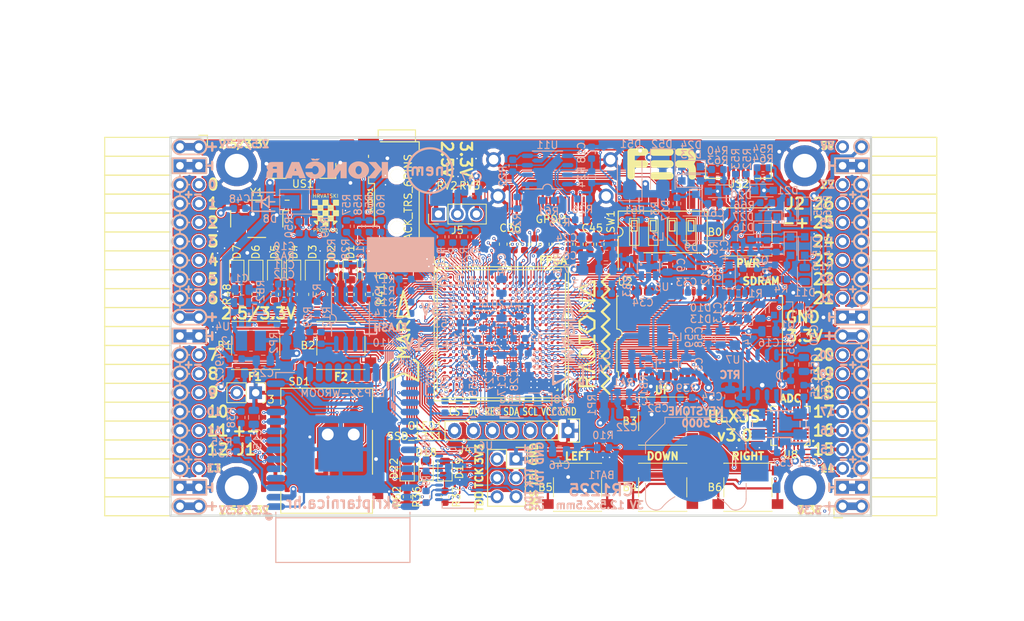
<source format=kicad_pcb>
(kicad_pcb (version 20171130) (host pcbnew 5.0.0+dfsg1-2)
  (layers (0 F.Cu signal) (1 In1.Cu signal) (2 In2.Cu signal) (31 B.Cu signal) (34 B.Paste user) (35 F.Paste user) (36 B.SilkS user) (37 F.SilkS user) (38 B.Mask user) (39 F.Mask user) (44 Edge.Cuts user))
  (net 0 "")
  (net 1 GND)
  (net 2 +5V)
  (net 3 /gpio/IN5V)
  (net 4 /gpio/OUT5V)
  (net 5 +3V3)
  (net 6 BTN_D)
  (net 7 BTN_F1)
  (net 8 BTN_F2)
  (net 9 BTN_L)
  (net 10 BTN_R)
  (net 11 BTN_U)
  (net 12 /power/FB1)
  (net 13 +2V5)
  (net 14 /power/PWREN)
  (net 15 /power/FB3)
  (net 16 /power/FB2)
  (net 17 /power/VBAT)
  (net 18 JTAG_TDI)
  (net 19 JTAG_TCK)
  (net 20 JTAG_TMS)
  (net 21 JTAG_TDO)
  (net 22 /power/WAKEUPn)
  (net 23 /power/WKUP)
  (net 24 /power/SHUT)
  (net 25 /power/WAKE)
  (net 26 /power/HOLD)
  (net 27 /power/WKn)
  (net 28 /power/OSCI_32k)
  (net 29 /power/OSCO_32k)
  (net 30 SHUTDOWN)
  (net 31 GPDI_SDA)
  (net 32 GPDI_SCL)
  (net 33 /gpdi/VREF2)
  (net 34 SD_CMD)
  (net 35 SD_CLK)
  (net 36 SD_D0)
  (net 37 SD_D1)
  (net 38 USB5V)
  (net 39 GPDI_CEC)
  (net 40 nRESET)
  (net 41 FTDI_nDTR)
  (net 42 SDRAM_CKE)
  (net 43 SDRAM_A7)
  (net 44 SDRAM_D15)
  (net 45 SDRAM_BA1)
  (net 46 SDRAM_D7)
  (net 47 SDRAM_A6)
  (net 48 SDRAM_CLK)
  (net 49 SDRAM_D13)
  (net 50 SDRAM_BA0)
  (net 51 SDRAM_D6)
  (net 52 SDRAM_A5)
  (net 53 SDRAM_D14)
  (net 54 SDRAM_A11)
  (net 55 SDRAM_D12)
  (net 56 SDRAM_D5)
  (net 57 SDRAM_A4)
  (net 58 SDRAM_A10)
  (net 59 SDRAM_D11)
  (net 60 SDRAM_A3)
  (net 61 SDRAM_D4)
  (net 62 SDRAM_D10)
  (net 63 SDRAM_D9)
  (net 64 SDRAM_A9)
  (net 65 SDRAM_D3)
  (net 66 SDRAM_D8)
  (net 67 SDRAM_A8)
  (net 68 SDRAM_A2)
  (net 69 SDRAM_A1)
  (net 70 SDRAM_A0)
  (net 71 SDRAM_D2)
  (net 72 SDRAM_D1)
  (net 73 SDRAM_D0)
  (net 74 SDRAM_DQM0)
  (net 75 SDRAM_nCS)
  (net 76 SDRAM_nRAS)
  (net 77 SDRAM_DQM1)
  (net 78 SDRAM_nCAS)
  (net 79 SDRAM_nWE)
  (net 80 /flash/FLASH_nWP)
  (net 81 /flash/FLASH_nHOLD)
  (net 82 /flash/FLASH_MOSI)
  (net 83 /flash/FLASH_MISO)
  (net 84 /flash/FLASH_SCK)
  (net 85 /flash/FLASH_nCS)
  (net 86 /flash/FPGA_PROGRAMN)
  (net 87 /flash/FPGA_DONE)
  (net 88 /flash/FPGA_INITN)
  (net 89 OLED_RES)
  (net 90 OLED_DC)
  (net 91 OLED_CS)
  (net 92 WIFI_EN)
  (net 93 FTDI_nRTS)
  (net 94 FTDI_TXD)
  (net 95 FTDI_RXD)
  (net 96 WIFI_RXD)
  (net 97 WIFI_GPIO0)
  (net 98 WIFI_TXD)
  (net 99 USB_FTDI_D+)
  (net 100 USB_FTDI_D-)
  (net 101 SD_D3)
  (net 102 AUDIO_L3)
  (net 103 AUDIO_L2)
  (net 104 AUDIO_L1)
  (net 105 AUDIO_L0)
  (net 106 AUDIO_R3)
  (net 107 AUDIO_R2)
  (net 108 AUDIO_R1)
  (net 109 AUDIO_R0)
  (net 110 OLED_CLK)
  (net 111 OLED_MOSI)
  (net 112 LED0)
  (net 113 LED1)
  (net 114 LED2)
  (net 115 LED3)
  (net 116 LED4)
  (net 117 LED5)
  (net 118 LED6)
  (net 119 LED7)
  (net 120 BTN_PWRn)
  (net 121 FTDI_nTXLED)
  (net 122 FTDI_nSLEEP)
  (net 123 /blinkey/LED_PWREN)
  (net 124 /blinkey/LED_TXLED)
  (net 125 /sdcard/SD3V3)
  (net 126 SD_D2)
  (net 127 CLK_25MHz)
  (net 128 /blinkey/BTNPUL)
  (net 129 /blinkey/BTNPUR)
  (net 130 USB_FPGA_D+)
  (net 131 /power/FTDI_nSUSPEND)
  (net 132 /blinkey/ALED0)
  (net 133 /blinkey/ALED1)
  (net 134 /blinkey/ALED2)
  (net 135 /blinkey/ALED3)
  (net 136 /blinkey/ALED4)
  (net 137 /blinkey/ALED5)
  (net 138 /blinkey/ALED6)
  (net 139 /blinkey/ALED7)
  (net 140 /usb/FTD-)
  (net 141 /usb/FTD+)
  (net 142 ADC_MISO)
  (net 143 ADC_MOSI)
  (net 144 ADC_CSn)
  (net 145 ADC_SCLK)
  (net 146 SW3)
  (net 147 SW2)
  (net 148 SW1)
  (net 149 USB_FPGA_D-)
  (net 150 /usb/FPD+)
  (net 151 /usb/FPD-)
  (net 152 WIFI_GPIO16)
  (net 153 /usb/ANT_433MHz)
  (net 154 PROG_DONE)
  (net 155 /power/P3V3)
  (net 156 /power/P2V5)
  (net 157 /power/L1)
  (net 158 /power/L3)
  (net 159 /power/L2)
  (net 160 FTDI_TXDEN)
  (net 161 SDRAM_A12)
  (net 162 /analog/AUDIO_V)
  (net 163 AUDIO_V3)
  (net 164 AUDIO_V2)
  (net 165 AUDIO_V1)
  (net 166 AUDIO_V0)
  (net 167 /blinkey/LED_WIFI)
  (net 168 /power/P1V1)
  (net 169 +1V1)
  (net 170 SW4)
  (net 171 /blinkey/SWPU)
  (net 172 /wifi/WIFIEN)
  (net 173 FT2V5)
  (net 174 GN0)
  (net 175 GP0)
  (net 176 GN1)
  (net 177 GP1)
  (net 178 GN2)
  (net 179 GP2)
  (net 180 GN3)
  (net 181 GP3)
  (net 182 GN4)
  (net 183 GP4)
  (net 184 GN5)
  (net 185 GP5)
  (net 186 GN6)
  (net 187 GP6)
  (net 188 GN14)
  (net 189 GP14)
  (net 190 GN15)
  (net 191 GP15)
  (net 192 GN16)
  (net 193 GP16)
  (net 194 GN17)
  (net 195 GP17)
  (net 196 GN18)
  (net 197 GP18)
  (net 198 GN19)
  (net 199 GP19)
  (net 200 GN20)
  (net 201 GP20)
  (net 202 GN21)
  (net 203 GP21)
  (net 204 GN22)
  (net 205 GP22)
  (net 206 GN23)
  (net 207 GP23)
  (net 208 GN24)
  (net 209 GP24)
  (net 210 GN25)
  (net 211 GP25)
  (net 212 GN26)
  (net 213 GP26)
  (net 214 GN27)
  (net 215 GP27)
  (net 216 GN7)
  (net 217 GP7)
  (net 218 GN8)
  (net 219 GP8)
  (net 220 GN9)
  (net 221 GP9)
  (net 222 GN10)
  (net 223 GP10)
  (net 224 GN11)
  (net 225 GP11)
  (net 226 GN12)
  (net 227 GP12)
  (net 228 GN13)
  (net 229 GP13)
  (net 230 WIFI_GPIO5)
  (net 231 WIFI_GPIO17)
  (net 232 USB_FPGA_PULL_D+)
  (net 233 USB_FPGA_PULL_D-)
  (net 234 "Net-(D23-Pad2)")
  (net 235 "Net-(D24-Pad1)")
  (net 236 "Net-(D25-Pad2)")
  (net 237 "Net-(D26-Pad1)")
  (net 238 /gpdi/GPDI_ETH+)
  (net 239 FPDI_ETH+)
  (net 240 /gpdi/GPDI_ETH-)
  (net 241 FPDI_ETH-)
  (net 242 /gpdi/GPDI_D2-)
  (net 243 FPDI_D2-)
  (net 244 /gpdi/GPDI_D1-)
  (net 245 FPDI_D1-)
  (net 246 /gpdi/GPDI_D0-)
  (net 247 FPDI_D0-)
  (net 248 /gpdi/GPDI_CLK-)
  (net 249 FPDI_CLK-)
  (net 250 /gpdi/GPDI_D2+)
  (net 251 FPDI_D2+)
  (net 252 /gpdi/GPDI_D1+)
  (net 253 FPDI_D1+)
  (net 254 /gpdi/GPDI_D0+)
  (net 255 FPDI_D0+)
  (net 256 /gpdi/GPDI_CLK+)
  (net 257 FPDI_CLK+)
  (net 258 FPDI_SDA)
  (net 259 FPDI_SCL)
  (net 260 /gpdi/FPDI_CEC)
  (net 261 2V5_3V3)
  (net 262 /usb/US2VBUS)
  (net 263 /power/SHD)
  (net 264 /power/RTCVDD)
  (net 265 "Net-(D27-Pad2)")
  (net 266 US2_ID)
  (net 267 /analog/AUDIO_L)
  (net 268 /analog/AUDIO_R)
  (net 269 /analog/ADC3V3)
  (net 270 PWRBTn)
  (net 271 USER_PROGRAMN)
  (module TSOP54:TSOP54 (layer F.Cu) (at 165.093 87.8 90)
    (fp_text reference U2 (at 6.98 -9.993 180) (layer F.SilkS))
    (fp_text value MT48LC16M16A2TG hide)
    (pad 28 smd oval (at 5.73 10.4 90) (size 1.2 0.56) (layers F.Cu F.Paste F.Mask) (net 1 GND))
    (pad 1 smd rect (at -5.73 -10.4 90) (size 1.2 0.56) (layers F.Cu F.Paste F.Mask) (net 5 +3V3))
    (pad 2 smd oval (at -5.73 -9.6 90) (size 1.2 0.56) (layers F.Cu F.Paste F.Mask) (net 73 SDRAM_D0))
    (pad 3 smd oval (at -5.73 -8.8 90) (size 1.2 0.56) (layers F.Cu F.Paste F.Mask) (net 5 +3V3))
    (pad 4 smd oval (at -5.73 -8 90) (size 1.2 0.56) (layers F.Cu F.Paste F.Mask) (net 72 SDRAM_D1))
    (pad 5 smd oval (at -5.73 -7.2 90) (size 1.2 0.56) (layers F.Cu F.Paste F.Mask) (net 71 SDRAM_D2))
    (pad 6 smd oval (at -5.73 -6.4 90) (size 1.2 0.56) (layers F.Cu F.Paste F.Mask) (net 1 GND))
    (pad 7 smd oval (at -5.73 -5.6 90) (size 1.2 0.56) (layers F.Cu F.Paste F.Mask) (net 65 SDRAM_D3))
    (pad 8 smd oval (at -5.73 -4.8 90) (size 1.2 0.56) (layers F.Cu F.Paste F.Mask) (net 61 SDRAM_D4))
    (pad 9 smd oval (at -5.73 -4 90) (size 1.2 0.56) (layers F.Cu F.Paste F.Mask) (net 5 +3V3))
    (pad 10 smd oval (at -5.73 -3.2 90) (size 1.2 0.56) (layers F.Cu F.Paste F.Mask) (net 56 SDRAM_D5))
    (pad 11 smd oval (at -5.73 -2.4 90) (size 1.2 0.56) (layers F.Cu F.Paste F.Mask) (net 51 SDRAM_D6))
    (pad 12 smd oval (at -5.73 -1.6 90) (size 1.2 0.56) (layers F.Cu F.Paste F.Mask) (net 1 GND))
    (pad 13 smd oval (at -5.73 -0.8 90) (size 1.2 0.56) (layers F.Cu F.Paste F.Mask) (net 46 SDRAM_D7))
    (pad 14 smd oval (at -5.73 0 90) (size 1.2 0.56) (layers F.Cu F.Paste F.Mask) (net 5 +3V3))
    (pad 15 smd oval (at -5.73 0.8 90) (size 1.2 0.56) (layers F.Cu F.Paste F.Mask) (net 74 SDRAM_DQM0))
    (pad 16 smd oval (at -5.73 1.6 90) (size 1.2 0.56) (layers F.Cu F.Paste F.Mask) (net 79 SDRAM_nWE))
    (pad 17 smd oval (at -5.73 2.4 90) (size 1.2 0.56) (layers F.Cu F.Paste F.Mask) (net 78 SDRAM_nCAS))
    (pad 18 smd oval (at -5.73 3.2 90) (size 1.2 0.56) (layers F.Cu F.Paste F.Mask) (net 76 SDRAM_nRAS))
    (pad 19 smd oval (at -5.73 4 90) (size 1.2 0.56) (layers F.Cu F.Paste F.Mask) (net 75 SDRAM_nCS))
    (pad 20 smd oval (at -5.73 4.8 90) (size 1.2 0.56) (layers F.Cu F.Paste F.Mask) (net 50 SDRAM_BA0))
    (pad 21 smd oval (at -5.73 5.6 90) (size 1.2 0.56) (layers F.Cu F.Paste F.Mask) (net 45 SDRAM_BA1))
    (pad 22 smd oval (at -5.73 6.4 90) (size 1.2 0.56) (layers F.Cu F.Paste F.Mask) (net 58 SDRAM_A10))
    (pad 23 smd oval (at -5.73 7.2 90) (size 1.2 0.56) (layers F.Cu F.Paste F.Mask) (net 70 SDRAM_A0))
    (pad 24 smd oval (at -5.73 8 90) (size 1.2 0.56) (layers F.Cu F.Paste F.Mask) (net 69 SDRAM_A1))
    (pad 25 smd oval (at -5.73 8.8 90) (size 1.2 0.56) (layers F.Cu F.Paste F.Mask) (net 68 SDRAM_A2))
    (pad 26 smd oval (at -5.73 9.6 90) (size 1.2 0.56) (layers F.Cu F.Paste F.Mask) (net 60 SDRAM_A3))
    (pad 27 smd oval (at -5.73 10.4 90) (size 1.2 0.56) (layers F.Cu F.Paste F.Mask) (net 5 +3V3))
    (pad 29 smd oval (at 5.73 9.6 90) (size 1.2 0.56) (layers F.Cu F.Paste F.Mask) (net 57 SDRAM_A4))
    (pad 30 smd oval (at 5.73 8.8 90) (size 1.2 0.56) (layers F.Cu F.Paste F.Mask) (net 52 SDRAM_A5))
    (pad 31 smd oval (at 5.73 8 90) (size 1.2 0.56) (layers F.Cu F.Paste F.Mask) (net 47 SDRAM_A6))
    (pad 32 smd oval (at 5.73 7.2 90) (size 1.2 0.56) (layers F.Cu F.Paste F.Mask) (net 43 SDRAM_A7))
    (pad 33 smd oval (at 5.73 6.4 90) (size 1.2 0.56) (layers F.Cu F.Paste F.Mask) (net 67 SDRAM_A8))
    (pad 34 smd oval (at 5.73 5.6 90) (size 1.2 0.56) (layers F.Cu F.Paste F.Mask) (net 64 SDRAM_A9))
    (pad 35 smd oval (at 5.73 4.8 90) (size 1.2 0.56) (layers F.Cu F.Paste F.Mask) (net 54 SDRAM_A11))
    (pad 36 smd oval (at 5.73 4 90) (size 1.2 0.56) (layers F.Cu F.Paste F.Mask) (net 161 SDRAM_A12))
    (pad 37 smd oval (at 5.73 3.2 90) (size 1.2 0.56) (layers F.Cu F.Paste F.Mask) (net 42 SDRAM_CKE))
    (pad 38 smd oval (at 5.73 2.4 90) (size 1.2 0.56) (layers F.Cu F.Paste F.Mask) (net 48 SDRAM_CLK))
    (pad 39 smd oval (at 5.73 1.6 90) (size 1.2 0.56) (layers F.Cu F.Paste F.Mask) (net 77 SDRAM_DQM1))
    (pad 40 smd oval (at 5.73 0.8 90) (size 1.2 0.56) (layers F.Cu F.Paste F.Mask))
    (pad 41 smd oval (at 5.73 0 90) (size 1.2 0.56) (layers F.Cu F.Paste F.Mask) (net 1 GND))
    (pad 42 smd oval (at 5.73 -0.8 90) (size 1.2 0.56) (layers F.Cu F.Paste F.Mask) (net 66 SDRAM_D8))
    (pad 43 smd oval (at 5.73 -1.6 90) (size 1.2 0.56) (layers F.Cu F.Paste F.Mask) (net 5 +3V3))
    (pad 44 smd oval (at 5.73 -2.4 90) (size 1.2 0.56) (layers F.Cu F.Paste F.Mask) (net 63 SDRAM_D9))
    (pad 45 smd oval (at 5.73 -3.2 90) (size 1.2 0.56) (layers F.Cu F.Paste F.Mask) (net 62 SDRAM_D10))
    (pad 46 smd oval (at 5.73 -4 90) (size 1.2 0.56) (layers F.Cu F.Paste F.Mask) (net 1 GND))
    (pad 47 smd oval (at 5.73 -4.8 90) (size 1.2 0.56) (layers F.Cu F.Paste F.Mask) (net 59 SDRAM_D11))
    (pad 48 smd oval (at 5.73 -5.6 90) (size 1.2 0.56) (layers F.Cu F.Paste F.Mask) (net 55 SDRAM_D12))
    (pad 49 smd oval (at 5.73 -6.4 90) (size 1.2 0.56) (layers F.Cu F.Paste F.Mask) (net 5 +3V3))
    (pad 50 smd oval (at 5.73 -7.2 90) (size 1.2 0.56) (layers F.Cu F.Paste F.Mask) (net 49 SDRAM_D13))
    (pad 51 smd oval (at 5.73 -8 90) (size 1.2 0.56) (layers F.Cu F.Paste F.Mask) (net 53 SDRAM_D14))
    (pad 52 smd oval (at 5.73 -8.8 90) (size 1.2 0.56) (layers F.Cu F.Paste F.Mask) (net 1 GND))
    (pad 53 smd oval (at 5.73 -9.6 90) (size 1.2 0.56) (layers F.Cu F.Paste F.Mask) (net 44 SDRAM_D15))
    (pad 54 smd oval (at 5.73 -10.4 90) (size 1.2 0.56) (layers F.Cu F.Paste F.Mask) (net 1 GND))
  )
  (module jumper:R_0805_2012Metric_Pad1.29x1.40mm_HandSolder_Jumper_NC (layer B.Cu) (at 109.609 89.632 270)
    (fp_text reference RP2 (at -0.635 1.651 270) (layer B.SilkS) (effects (justify mirror)))
    (fp_text value 0 hide)
    (fp_line (start -1 0) (end 1 0) (layer B.Cu) (width 1))
    (pad 2 smd roundrect (at 0.9675 0 270) (size 1.295 1.4) (layers B.Cu B.Mask) (net 13 +2V5))
    (pad 1 smd roundrect (at -0.9675 0 270) (size 1.295 1.4) (layers B.Cu B.Mask) (net 156 /power/P2V5))
  )
  (module jumper:R_0805_2012Metric_Pad1.29x1.40mm_HandSolder_Jumper_NC (layer B.Cu) (at 149.472 78.311 270)
    (fp_text reference RP3 (at 0 3.414 270) (layer B.SilkS) (effects (justify mirror)))
    (fp_text value 0 hide)
    (fp_line (start -1 0) (end 1 0) (layer B.Cu) (width 1))
    (pad 2 smd roundrect (at 0.9675 0 270) (size 1.295 1.4) (layers B.Cu B.Mask) (net 5 +3V3))
    (pad 1 smd roundrect (at -0.9675 0 270) (size 1.295 1.4) (layers B.Cu B.Mask) (net 155 /power/P3V3))
  )
  (module jumper:R_0805_2012Metric_Pad1.29x1.40mm_HandSolder_Jumper_NC (layer B.Cu) (at 152.281 97.361 270)
    (fp_text reference RP1 (at 0 1.65 270) (layer B.SilkS) (effects (justify mirror)))
    (fp_text value 0 hide)
    (fp_line (start -1 0) (end 1 0) (layer B.Cu) (width 1))
    (pad 2 smd roundrect (at 0.9675 0 270) (size 1.295 1.4) (layers B.Cu B.Mask) (net 169 +1V1))
    (pad 1 smd roundrect (at -0.9675 0 270) (size 1.295 1.4) (layers B.Cu B.Mask) (net 168 /power/P1V1))
  )
  (module jumper:D_SMA_Jumper_NC (layer B.Cu) (at 160.155 66.391 270)
    (fp_text reference D52 (at -4.064 0.127) (layer B.SilkS) (effects (justify mirror)))
    (fp_text value 0 hide)
    (fp_line (start -2 0) (end 2 0) (layer B.Cu) (width 1))
    (pad 2 smd roundrect (at 2 0 270) (size 2.5 1.8) (layers B.Cu B.Mask) (net 2 +5V))
    (pad 1 smd roundrect (at -2 0 270) (size 2.5 1.8) (layers B.Cu B.Mask) (net 4 /gpio/OUT5V))
  )
  (module jumper:D_SMA_Jumper_NC (layer B.Cu) (at 155.71 66.518 90)
    (fp_text reference D51 (at 4.191 0.127 180) (layer B.SilkS) (effects (justify mirror)))
    (fp_text value 0 hide)
    (fp_line (start -2 0) (end 2 0) (layer B.Cu) (width 1))
    (pad 2 smd roundrect (at 2 0 90) (size 2.5 1.8) (layers B.Cu B.Mask) (net 3 /gpio/IN5V))
    (pad 1 smd roundrect (at -2 0 90) (size 2.5 1.8) (layers B.Cu B.Mask) (net 2 +5V))
  )
  (module jumper:D_SMA_Jumper_NC (layer B.Cu) (at 164.854 73.63 180)
    (fp_text reference D9 (at 0.889 -2.54 180) (layer B.SilkS) (effects (justify mirror)))
    (fp_text value 0 hide)
    (fp_line (start -2 0) (end 2 0) (layer B.Cu) (width 1))
    (pad 2 smd roundrect (at 2 0 180) (size 2.5 1.8) (layers B.Cu B.Mask) (net 2 +5V))
    (pad 1 smd roundrect (at -2 0 180) (size 2.5 1.8) (layers B.Cu B.Mask) (net 262 /usb/US2VBUS))
  )
  (module lfe5bg381:BGA-381_pitch0.8mm_dia0.4mm (layer F.Cu) (at 138.48 87.8)
    (fp_text reference U1 (at -8.2 -9.8) (layer F.SilkS))
    (fp_text value LFE5U-85F-6BG381C hide)
    (pad Y19 smd circle (at 6.8 7.6) (size 0.4 0.4) (layers F.Cu F.Paste F.Mask) (net 1 GND))
    (pad Y17 smd circle (at 5.2 7.6) (size 0.4 0.4) (layers F.Cu F.Paste F.Mask) (net 1 GND))
    (pad Y16 smd circle (at 4.4 7.6) (size 0.4 0.4) (layers F.Cu F.Paste F.Mask) (net 1 GND))
    (pad Y15 smd circle (at 3.6 7.6) (size 0.4 0.4) (layers F.Cu F.Paste F.Mask) (net 1 GND))
    (pad Y14 smd circle (at 2.8 7.6) (size 0.4 0.4) (layers F.Cu F.Paste F.Mask) (net 1 GND))
    (pad Y12 smd circle (at 1.2 7.6) (size 0.4 0.4) (layers F.Cu F.Paste F.Mask) (net 1 GND))
    (pad Y11 smd circle (at 0.4 7.6) (size 0.4 0.4) (layers F.Cu F.Paste F.Mask) (net 1 GND))
    (pad Y8 smd circle (at -2 7.6) (size 0.4 0.4) (layers F.Cu F.Paste F.Mask) (net 1 GND))
    (pad Y7 smd circle (at -2.8 7.6) (size 0.4 0.4) (layers F.Cu F.Paste F.Mask) (net 1 GND))
    (pad Y6 smd circle (at -3.6 7.6) (size 0.4 0.4) (layers F.Cu F.Paste F.Mask) (net 1 GND))
    (pad Y5 smd circle (at -4.4 7.6) (size 0.4 0.4) (layers F.Cu F.Paste F.Mask) (net 1 GND))
    (pad Y3 smd circle (at -6 7.6) (size 0.4 0.4) (layers F.Cu F.Paste F.Mask) (net 87 /flash/FPGA_DONE))
    (pad Y2 smd circle (at -6.8 7.6) (size 0.4 0.4) (layers F.Cu F.Paste F.Mask) (net 80 /flash/FLASH_nWP))
    (pad W20 smd circle (at 7.6 6.8) (size 0.4 0.4) (layers F.Cu F.Paste F.Mask) (net 1 GND))
    (pad W19 smd circle (at 6.8 6.8) (size 0.4 0.4) (layers F.Cu F.Paste F.Mask) (net 1 GND))
    (pad W18 smd circle (at 6 6.8) (size 0.4 0.4) (layers F.Cu F.Paste F.Mask))
    (pad W17 smd circle (at 5.2 6.8) (size 0.4 0.4) (layers F.Cu F.Paste F.Mask))
    (pad W16 smd circle (at 4.4 6.8) (size 0.4 0.4) (layers F.Cu F.Paste F.Mask) (net 1 GND))
    (pad W15 smd circle (at 3.6 6.8) (size 0.4 0.4) (layers F.Cu F.Paste F.Mask) (net 1 GND))
    (pad W14 smd circle (at 2.8 6.8) (size 0.4 0.4) (layers F.Cu F.Paste F.Mask))
    (pad W13 smd circle (at 2 6.8) (size 0.4 0.4) (layers F.Cu F.Paste F.Mask))
    (pad W12 smd circle (at 1.2 6.8) (size 0.4 0.4) (layers F.Cu F.Paste F.Mask) (net 1 GND))
    (pad W11 smd circle (at 0.4 6.8) (size 0.4 0.4) (layers F.Cu F.Paste F.Mask))
    (pad W10 smd circle (at -0.4 6.8) (size 0.4 0.4) (layers F.Cu F.Paste F.Mask))
    (pad W9 smd circle (at -1.2 6.8) (size 0.4 0.4) (layers F.Cu F.Paste F.Mask))
    (pad W8 smd circle (at -2 6.8) (size 0.4 0.4) (layers F.Cu F.Paste F.Mask))
    (pad W7 smd circle (at -2.8 6.8) (size 0.4 0.4) (layers F.Cu F.Paste F.Mask) (net 1 GND))
    (pad W6 smd circle (at -3.6 6.8) (size 0.4 0.4) (layers F.Cu F.Paste F.Mask) (net 1 GND))
    (pad W5 smd circle (at -4.4 6.8) (size 0.4 0.4) (layers F.Cu F.Paste F.Mask))
    (pad W4 smd circle (at -5.2 6.8) (size 0.4 0.4) (layers F.Cu F.Paste F.Mask))
    (pad W3 smd circle (at -6 6.8) (size 0.4 0.4) (layers F.Cu F.Paste F.Mask) (net 86 /flash/FPGA_PROGRAMN))
    (pad W2 smd circle (at -6.8 6.8) (size 0.4 0.4) (layers F.Cu F.Paste F.Mask) (net 82 /flash/FLASH_MOSI))
    (pad W1 smd circle (at -7.6 6.8) (size 0.4 0.4) (layers F.Cu F.Paste F.Mask) (net 81 /flash/FLASH_nHOLD))
    (pad V20 smd circle (at 7.6 6) (size 0.4 0.4) (layers F.Cu F.Paste F.Mask) (net 1 GND))
    (pad V19 smd circle (at 6.8 6) (size 0.4 0.4) (layers F.Cu F.Paste F.Mask) (net 1 GND))
    (pad V18 smd circle (at 6 6) (size 0.4 0.4) (layers F.Cu F.Paste F.Mask) (net 1 GND))
    (pad V17 smd circle (at 5.2 6) (size 0.4 0.4) (layers F.Cu F.Paste F.Mask) (net 1 GND))
    (pad V16 smd circle (at 4.4 6) (size 0.4 0.4) (layers F.Cu F.Paste F.Mask) (net 1 GND))
    (pad V15 smd circle (at 3.6 6) (size 0.4 0.4) (layers F.Cu F.Paste F.Mask) (net 1 GND))
    (pad V14 smd circle (at 2.8 6) (size 0.4 0.4) (layers F.Cu F.Paste F.Mask) (net 1 GND))
    (pad V13 smd circle (at 2 6) (size 0.4 0.4) (layers F.Cu F.Paste F.Mask) (net 1 GND))
    (pad V12 smd circle (at 1.2 6) (size 0.4 0.4) (layers F.Cu F.Paste F.Mask) (net 1 GND))
    (pad V11 smd circle (at 0.4 6) (size 0.4 0.4) (layers F.Cu F.Paste F.Mask) (net 1 GND))
    (pad V10 smd circle (at -0.4 6) (size 0.4 0.4) (layers F.Cu F.Paste F.Mask) (net 1 GND))
    (pad V9 smd circle (at -1.2 6) (size 0.4 0.4) (layers F.Cu F.Paste F.Mask) (net 1 GND))
    (pad V8 smd circle (at -2 6) (size 0.4 0.4) (layers F.Cu F.Paste F.Mask) (net 1 GND))
    (pad V7 smd circle (at -2.8 6) (size 0.4 0.4) (layers F.Cu F.Paste F.Mask) (net 1 GND))
    (pad V6 smd circle (at -3.6 6) (size 0.4 0.4) (layers F.Cu F.Paste F.Mask) (net 1 GND))
    (pad V5 smd circle (at -4.4 6) (size 0.4 0.4) (layers F.Cu F.Paste F.Mask) (net 1 GND))
    (pad V4 smd circle (at -5.2 6) (size 0.4 0.4) (layers F.Cu F.Paste F.Mask) (net 21 JTAG_TDO))
    (pad V3 smd circle (at -6 6) (size 0.4 0.4) (layers F.Cu F.Paste F.Mask) (net 88 /flash/FPGA_INITN))
    (pad V2 smd circle (at -6.8 6) (size 0.4 0.4) (layers F.Cu F.Paste F.Mask) (net 83 /flash/FLASH_MISO))
    (pad V1 smd circle (at -7.6 6) (size 0.4 0.4) (layers F.Cu F.Paste F.Mask) (net 6 BTN_D))
    (pad U20 smd circle (at 7.6 5.2) (size 0.4 0.4) (layers F.Cu F.Paste F.Mask) (net 46 SDRAM_D7))
    (pad U19 smd circle (at 6.8 5.2) (size 0.4 0.4) (layers F.Cu F.Paste F.Mask) (net 74 SDRAM_DQM0))
    (pad U18 smd circle (at 6 5.2) (size 0.4 0.4) (layers F.Cu F.Paste F.Mask) (net 189 GP14))
    (pad U17 smd circle (at 5.2 5.2) (size 0.4 0.4) (layers F.Cu F.Paste F.Mask) (net 188 GN14))
    (pad U16 smd circle (at 4.4 5.2) (size 0.4 0.4) (layers F.Cu F.Paste F.Mask) (net 142 ADC_MISO))
    (pad U15 smd circle (at 3.6 5.2) (size 0.4 0.4) (layers F.Cu F.Paste F.Mask) (net 1 GND))
    (pad U14 smd circle (at 2.8 5.2) (size 0.4 0.4) (layers F.Cu F.Paste F.Mask) (net 1 GND))
    (pad U13 smd circle (at 2 5.2) (size 0.4 0.4) (layers F.Cu F.Paste F.Mask) (net 1 GND))
    (pad U12 smd circle (at 1.2 5.2) (size 0.4 0.4) (layers F.Cu F.Paste F.Mask) (net 1 GND))
    (pad U11 smd circle (at 0.4 5.2) (size 0.4 0.4) (layers F.Cu F.Paste F.Mask) (net 1 GND))
    (pad U10 smd circle (at -0.4 5.2) (size 0.4 0.4) (layers F.Cu F.Paste F.Mask) (net 1 GND))
    (pad U9 smd circle (at -1.2 5.2) (size 0.4 0.4) (layers F.Cu F.Paste F.Mask) (net 1 GND))
    (pad U8 smd circle (at -2 5.2) (size 0.4 0.4) (layers F.Cu F.Paste F.Mask) (net 1 GND))
    (pad U7 smd circle (at -2.8 5.2) (size 0.4 0.4) (layers F.Cu F.Paste F.Mask) (net 1 GND))
    (pad U6 smd circle (at -3.6 5.2) (size 0.4 0.4) (layers F.Cu F.Paste F.Mask) (net 1 GND))
    (pad U5 smd circle (at -4.4 5.2) (size 0.4 0.4) (layers F.Cu F.Paste F.Mask) (net 20 JTAG_TMS))
    (pad U4 smd circle (at -5.2 5.2) (size 0.4 0.4) (layers F.Cu F.Paste F.Mask) (net 1 GND))
    (pad U3 smd circle (at -6 5.2) (size 0.4 0.4) (layers F.Cu F.Paste F.Mask) (net 84 /flash/FLASH_SCK))
    (pad U2 smd circle (at -6.8 5.2) (size 0.4 0.4) (layers F.Cu F.Paste F.Mask) (net 5 +3V3))
    (pad U1 smd circle (at -7.6 5.2) (size 0.4 0.4) (layers F.Cu F.Paste F.Mask) (net 9 BTN_L))
    (pad T20 smd circle (at 7.6 4.4) (size 0.4 0.4) (layers F.Cu F.Paste F.Mask) (net 79 SDRAM_nWE))
    (pad T19 smd circle (at 6.8 4.4) (size 0.4 0.4) (layers F.Cu F.Paste F.Mask) (net 78 SDRAM_nCAS))
    (pad T18 smd circle (at 6 4.4) (size 0.4 0.4) (layers F.Cu F.Paste F.Mask) (net 56 SDRAM_D5))
    (pad T17 smd circle (at 5.2 4.4) (size 0.4 0.4) (layers F.Cu F.Paste F.Mask) (net 51 SDRAM_D6))
    (pad T16 smd circle (at 4.4 4.4) (size 0.4 0.4) (layers F.Cu F.Paste F.Mask))
    (pad T15 smd circle (at 3.6 4.4) (size 0.4 0.4) (layers F.Cu F.Paste F.Mask) (net 1 GND))
    (pad T14 smd circle (at 2.8 4.4) (size 0.4 0.4) (layers F.Cu F.Paste F.Mask) (net 1 GND))
    (pad T13 smd circle (at 2 4.4) (size 0.4 0.4) (layers F.Cu F.Paste F.Mask) (net 1 GND))
    (pad T12 smd circle (at 1.2 4.4) (size 0.4 0.4) (layers F.Cu F.Paste F.Mask) (net 1 GND))
    (pad T11 smd circle (at 0.4 4.4) (size 0.4 0.4) (layers F.Cu F.Paste F.Mask) (net 1 GND))
    (pad T10 smd circle (at -0.4 4.4) (size 0.4 0.4) (layers F.Cu F.Paste F.Mask) (net 1 GND))
    (pad T9 smd circle (at -1.2 4.4) (size 0.4 0.4) (layers F.Cu F.Paste F.Mask) (net 1 GND))
    (pad T8 smd circle (at -2 4.4) (size 0.4 0.4) (layers F.Cu F.Paste F.Mask) (net 1 GND))
    (pad T7 smd circle (at -2.8 4.4) (size 0.4 0.4) (layers F.Cu F.Paste F.Mask) (net 1 GND))
    (pad T6 smd circle (at -3.6 4.4) (size 0.4 0.4) (layers F.Cu F.Paste F.Mask) (net 1 GND))
    (pad T5 smd circle (at -4.4 4.4) (size 0.4 0.4) (layers F.Cu F.Paste F.Mask) (net 19 JTAG_TCK))
    (pad T4 smd circle (at -5.2 4.4) (size 0.4 0.4) (layers F.Cu F.Paste F.Mask) (net 5 +3V3))
    (pad T3 smd circle (at -6 4.4) (size 0.4 0.4) (layers F.Cu F.Paste F.Mask) (net 5 +3V3))
    (pad T2 smd circle (at -6.8 4.4) (size 0.4 0.4) (layers F.Cu F.Paste F.Mask) (net 5 +3V3))
    (pad T1 smd circle (at -7.6 4.4) (size 0.4 0.4) (layers F.Cu F.Paste F.Mask) (net 8 BTN_F2))
    (pad R20 smd circle (at 7.6 3.6) (size 0.4 0.4) (layers F.Cu F.Paste F.Mask) (net 76 SDRAM_nRAS))
    (pad R19 smd circle (at 6.8 3.6) (size 0.4 0.4) (layers F.Cu F.Paste F.Mask) (net 1 GND))
    (pad R18 smd circle (at 6 3.6) (size 0.4 0.4) (layers F.Cu F.Paste F.Mask) (net 11 BTN_U))
    (pad R17 smd circle (at 5.2 3.6) (size 0.4 0.4) (layers F.Cu F.Paste F.Mask) (net 144 ADC_CSn))
    (pad R16 smd circle (at 4.4 3.6) (size 0.4 0.4) (layers F.Cu F.Paste F.Mask) (net 143 ADC_MOSI))
    (pad R5 smd circle (at -4.4 3.6) (size 0.4 0.4) (layers F.Cu F.Paste F.Mask) (net 18 JTAG_TDI))
    (pad R4 smd circle (at -5.2 3.6) (size 0.4 0.4) (layers F.Cu F.Paste F.Mask) (net 1 GND))
    (pad R3 smd circle (at -6 3.6) (size 0.4 0.4) (layers F.Cu F.Paste F.Mask))
    (pad R2 smd circle (at -6.8 3.6) (size 0.4 0.4) (layers F.Cu F.Paste F.Mask) (net 85 /flash/FLASH_nCS))
    (pad R1 smd circle (at -7.6 3.6) (size 0.4 0.4) (layers F.Cu F.Paste F.Mask) (net 7 BTN_F1))
    (pad P20 smd circle (at 7.6 2.8) (size 0.4 0.4) (layers F.Cu F.Paste F.Mask) (net 75 SDRAM_nCS))
    (pad P19 smd circle (at 6.8 2.8) (size 0.4 0.4) (layers F.Cu F.Paste F.Mask) (net 50 SDRAM_BA0))
    (pad P18 smd circle (at 6 2.8) (size 0.4 0.4) (layers F.Cu F.Paste F.Mask) (net 61 SDRAM_D4))
    (pad P17 smd circle (at 5.2 2.8) (size 0.4 0.4) (layers F.Cu F.Paste F.Mask) (net 145 ADC_SCLK))
    (pad P16 smd circle (at 4.4 2.8) (size 0.4 0.4) (layers F.Cu F.Paste F.Mask) (net 190 GN15))
    (pad P15 smd circle (at 3.6 2.8) (size 0.4 0.4) (layers F.Cu F.Paste F.Mask) (net 13 +2V5))
    (pad P14 smd circle (at 2.8 2.8) (size 0.4 0.4) (layers F.Cu F.Paste F.Mask) (net 1 GND))
    (pad P13 smd circle (at 2 2.8) (size 0.4 0.4) (layers F.Cu F.Paste F.Mask) (net 1 GND))
    (pad P12 smd circle (at 1.2 2.8) (size 0.4 0.4) (layers F.Cu F.Paste F.Mask) (net 1 GND))
    (pad P11 smd circle (at 0.4 2.8) (size 0.4 0.4) (layers F.Cu F.Paste F.Mask) (net 1 GND))
    (pad P10 smd circle (at -0.4 2.8) (size 0.4 0.4) (layers F.Cu F.Paste F.Mask) (net 5 +3V3))
    (pad P9 smd circle (at -1.2 2.8) (size 0.4 0.4) (layers F.Cu F.Paste F.Mask) (net 5 +3V3))
    (pad P8 smd circle (at -2 2.8) (size 0.4 0.4) (layers F.Cu F.Paste F.Mask) (net 1 GND))
    (pad P7 smd circle (at -2.8 2.8) (size 0.4 0.4) (layers F.Cu F.Paste F.Mask) (net 1 GND))
    (pad P6 smd circle (at -3.6 2.8) (size 0.4 0.4) (layers F.Cu F.Paste F.Mask) (net 13 +2V5))
    (pad P5 smd circle (at -4.4 2.8) (size 0.4 0.4) (layers F.Cu F.Paste F.Mask))
    (pad P4 smd circle (at -5.2 2.8) (size 0.4 0.4) (layers F.Cu F.Paste F.Mask) (net 110 OLED_CLK))
    (pad P3 smd circle (at -6 2.8) (size 0.4 0.4) (layers F.Cu F.Paste F.Mask) (net 111 OLED_MOSI))
    (pad P2 smd circle (at -6.8 2.8) (size 0.4 0.4) (layers F.Cu F.Paste F.Mask) (net 89 OLED_RES))
    (pad P1 smd circle (at -7.6 2.8) (size 0.4 0.4) (layers F.Cu F.Paste F.Mask) (net 90 OLED_DC))
    (pad N20 smd circle (at 7.6 2) (size 0.4 0.4) (layers F.Cu F.Paste F.Mask) (net 45 SDRAM_BA1))
    (pad N19 smd circle (at 6.8 2) (size 0.4 0.4) (layers F.Cu F.Paste F.Mask) (net 58 SDRAM_A10))
    (pad N18 smd circle (at 6 2) (size 0.4 0.4) (layers F.Cu F.Paste F.Mask) (net 65 SDRAM_D3))
    (pad N17 smd circle (at 5.2 2) (size 0.4 0.4) (layers F.Cu F.Paste F.Mask) (net 191 GP15))
    (pad N16 smd circle (at 4.4 2) (size 0.4 0.4) (layers F.Cu F.Paste F.Mask) (net 193 GP16))
    (pad N15 smd circle (at 3.6 2) (size 0.4 0.4) (layers F.Cu F.Paste F.Mask) (net 1 GND))
    (pad N14 smd circle (at 2.8 2) (size 0.4 0.4) (layers F.Cu F.Paste F.Mask) (net 1 GND))
    (pad N13 smd circle (at 2 2) (size 0.4 0.4) (layers F.Cu F.Paste F.Mask) (net 169 +1V1))
    (pad N12 smd circle (at 1.2 2) (size 0.4 0.4) (layers F.Cu F.Paste F.Mask) (net 169 +1V1))
    (pad N11 smd circle (at 0.4 2) (size 0.4 0.4) (layers F.Cu F.Paste F.Mask) (net 169 +1V1))
    (pad N10 smd circle (at -0.4 2) (size 0.4 0.4) (layers F.Cu F.Paste F.Mask) (net 169 +1V1))
    (pad N9 smd circle (at -1.2 2) (size 0.4 0.4) (layers F.Cu F.Paste F.Mask) (net 169 +1V1))
    (pad N8 smd circle (at -2 2) (size 0.4 0.4) (layers F.Cu F.Paste F.Mask) (net 169 +1V1))
    (pad N7 smd circle (at -2.8 2) (size 0.4 0.4) (layers F.Cu F.Paste F.Mask) (net 1 GND))
    (pad N6 smd circle (at -3.6 2) (size 0.4 0.4) (layers F.Cu F.Paste F.Mask) (net 1 GND))
    (pad N5 smd circle (at -4.4 2) (size 0.4 0.4) (layers F.Cu F.Paste F.Mask))
    (pad N4 smd circle (at -5.2 2) (size 0.4 0.4) (layers F.Cu F.Paste F.Mask) (net 230 WIFI_GPIO5))
    (pad N3 smd circle (at -6 2) (size 0.4 0.4) (layers F.Cu F.Paste F.Mask) (net 231 WIFI_GPIO17))
    (pad N2 smd circle (at -6.8 2) (size 0.4 0.4) (layers F.Cu F.Paste F.Mask) (net 91 OLED_CS))
    (pad N1 smd circle (at -7.6 2) (size 0.4 0.4) (layers F.Cu F.Paste F.Mask) (net 41 FTDI_nDTR))
    (pad M20 smd circle (at 7.6 1.2) (size 0.4 0.4) (layers F.Cu F.Paste F.Mask) (net 70 SDRAM_A0))
    (pad M19 smd circle (at 6.8 1.2) (size 0.4 0.4) (layers F.Cu F.Paste F.Mask) (net 69 SDRAM_A1))
    (pad M18 smd circle (at 6 1.2) (size 0.4 0.4) (layers F.Cu F.Paste F.Mask) (net 71 SDRAM_D2))
    (pad M17 smd circle (at 5.2 1.2) (size 0.4 0.4) (layers F.Cu F.Paste F.Mask) (net 192 GN16))
    (pad M16 smd circle (at 4.4 1.2) (size 0.4 0.4) (layers F.Cu F.Paste F.Mask) (net 1 GND))
    (pad M15 smd circle (at 3.6 1.2) (size 0.4 0.4) (layers F.Cu F.Paste F.Mask) (net 5 +3V3))
    (pad M14 smd circle (at 2.8 1.2) (size 0.4 0.4) (layers F.Cu F.Paste F.Mask) (net 1 GND))
    (pad M13 smd circle (at 2 1.2) (size 0.4 0.4) (layers F.Cu F.Paste F.Mask) (net 169 +1V1))
    (pad M12 smd circle (at 1.2 1.2) (size 0.4 0.4) (layers F.Cu F.Paste F.Mask) (net 1 GND))
    (pad M11 smd circle (at 0.4 1.2) (size 0.4 0.4) (layers F.Cu F.Paste F.Mask) (net 1 GND))
    (pad M10 smd circle (at -0.4 1.2) (size 0.4 0.4) (layers F.Cu F.Paste F.Mask) (net 1 GND))
    (pad M9 smd circle (at -1.2 1.2) (size 0.4 0.4) (layers F.Cu F.Paste F.Mask) (net 1 GND))
    (pad M8 smd circle (at -2 1.2) (size 0.4 0.4) (layers F.Cu F.Paste F.Mask) (net 169 +1V1))
    (pad M7 smd circle (at -2.8 1.2) (size 0.4 0.4) (layers F.Cu F.Paste F.Mask) (net 1 GND))
    (pad M6 smd circle (at -3.6 1.2) (size 0.4 0.4) (layers F.Cu F.Paste F.Mask) (net 5 +3V3))
    (pad M5 smd circle (at -4.4 1.2) (size 0.4 0.4) (layers F.Cu F.Paste F.Mask))
    (pad M4 smd circle (at -5.2 1.2) (size 0.4 0.4) (layers F.Cu F.Paste F.Mask) (net 271 USER_PROGRAMN))
    (pad M3 smd circle (at -6 1.2) (size 0.4 0.4) (layers F.Cu F.Paste F.Mask) (net 93 FTDI_nRTS))
    (pad M2 smd circle (at -6.8 1.2) (size 0.4 0.4) (layers F.Cu F.Paste F.Mask) (net 1 GND))
    (pad M1 smd circle (at -7.6 1.2) (size 0.4 0.4) (layers F.Cu F.Paste F.Mask) (net 94 FTDI_TXD))
    (pad L20 smd circle (at 7.6 0.4) (size 0.4 0.4) (layers F.Cu F.Paste F.Mask) (net 68 SDRAM_A2))
    (pad L19 smd circle (at 6.8 0.4) (size 0.4 0.4) (layers F.Cu F.Paste F.Mask) (net 60 SDRAM_A3))
    (pad L18 smd circle (at 6 0.4) (size 0.4 0.4) (layers F.Cu F.Paste F.Mask) (net 72 SDRAM_D1))
    (pad L17 smd circle (at 5.2 0.4) (size 0.4 0.4) (layers F.Cu F.Paste F.Mask) (net 194 GN17))
    (pad L16 smd circle (at 4.4 0.4) (size 0.4 0.4) (layers F.Cu F.Paste F.Mask) (net 195 GP17))
    (pad L15 smd circle (at 3.6 0.4) (size 0.4 0.4) (layers F.Cu F.Paste F.Mask) (net 5 +3V3))
    (pad L14 smd circle (at 2.8 0.4) (size 0.4 0.4) (layers F.Cu F.Paste F.Mask) (net 5 +3V3))
    (pad L13 smd circle (at 2 0.4) (size 0.4 0.4) (layers F.Cu F.Paste F.Mask) (net 169 +1V1))
    (pad L12 smd circle (at 1.2 0.4) (size 0.4 0.4) (layers F.Cu F.Paste F.Mask) (net 1 GND))
    (pad L11 smd circle (at 0.4 0.4) (size 0.4 0.4) (layers F.Cu F.Paste F.Mask) (net 1 GND))
    (pad L10 smd circle (at -0.4 0.4) (size 0.4 0.4) (layers F.Cu F.Paste F.Mask) (net 1 GND))
    (pad L9 smd circle (at -1.2 0.4) (size 0.4 0.4) (layers F.Cu F.Paste F.Mask) (net 1 GND))
    (pad L8 smd circle (at -2 0.4) (size 0.4 0.4) (layers F.Cu F.Paste F.Mask) (net 169 +1V1))
    (pad L7 smd circle (at -2.8 0.4) (size 0.4 0.4) (layers F.Cu F.Paste F.Mask) (net 5 +3V3))
    (pad L6 smd circle (at -3.6 0.4) (size 0.4 0.4) (layers F.Cu F.Paste F.Mask) (net 5 +3V3))
    (pad L5 smd circle (at -4.4 0.4) (size 0.4 0.4) (layers F.Cu F.Paste F.Mask))
    (pad L4 smd circle (at -5.2 0.4) (size 0.4 0.4) (layers F.Cu F.Paste F.Mask) (net 95 FTDI_RXD))
    (pad L3 smd circle (at -6 0.4) (size 0.4 0.4) (layers F.Cu F.Paste F.Mask) (net 160 FTDI_TXDEN))
    (pad L2 smd circle (at -6.8 0.4) (size 0.4 0.4) (layers F.Cu F.Paste F.Mask) (net 97 WIFI_GPIO0))
    (pad L1 smd circle (at -7.6 0.4) (size 0.4 0.4) (layers F.Cu F.Paste F.Mask) (net 152 WIFI_GPIO16))
    (pad K20 smd circle (at 7.6 -0.4) (size 0.4 0.4) (layers F.Cu F.Paste F.Mask) (net 57 SDRAM_A4))
    (pad K19 smd circle (at 6.8 -0.4) (size 0.4 0.4) (layers F.Cu F.Paste F.Mask) (net 52 SDRAM_A5))
    (pad K18 smd circle (at 6 -0.4) (size 0.4 0.4) (layers F.Cu F.Paste F.Mask) (net 47 SDRAM_A6))
    (pad K17 smd circle (at 5.2 -0.4) (size 0.4 0.4) (layers F.Cu F.Paste F.Mask))
    (pad K16 smd circle (at 4.4 -0.4) (size 0.4 0.4) (layers F.Cu F.Paste F.Mask))
    (pad K15 smd circle (at 3.6 -0.4) (size 0.4 0.4) (layers F.Cu F.Paste F.Mask) (net 1 GND))
    (pad K14 smd circle (at 2.8 -0.4) (size 0.4 0.4) (layers F.Cu F.Paste F.Mask) (net 1 GND))
    (pad K13 smd circle (at 2 -0.4) (size 0.4 0.4) (layers F.Cu F.Paste F.Mask) (net 169 +1V1))
    (pad K12 smd circle (at 1.2 -0.4) (size 0.4 0.4) (layers F.Cu F.Paste F.Mask) (net 1 GND))
    (pad K11 smd circle (at 0.4 -0.4) (size 0.4 0.4) (layers F.Cu F.Paste F.Mask) (net 1 GND))
    (pad K10 smd circle (at -0.4 -0.4) (size 0.4 0.4) (layers F.Cu F.Paste F.Mask) (net 1 GND))
    (pad K9 smd circle (at -1.2 -0.4) (size 0.4 0.4) (layers F.Cu F.Paste F.Mask) (net 1 GND))
    (pad K8 smd circle (at -2 -0.4) (size 0.4 0.4) (layers F.Cu F.Paste F.Mask) (net 169 +1V1))
    (pad K7 smd circle (at -2.8 -0.4) (size 0.4 0.4) (layers F.Cu F.Paste F.Mask) (net 1 GND))
    (pad K6 smd circle (at -3.6 -0.4) (size 0.4 0.4) (layers F.Cu F.Paste F.Mask) (net 1 GND))
    (pad K5 smd circle (at -4.4 -0.4) (size 0.4 0.4) (layers F.Cu F.Paste F.Mask))
    (pad K4 smd circle (at -5.2 -0.4) (size 0.4 0.4) (layers F.Cu F.Paste F.Mask) (net 98 WIFI_TXD))
    (pad K3 smd circle (at -6 -0.4) (size 0.4 0.4) (layers F.Cu F.Paste F.Mask) (net 96 WIFI_RXD))
    (pad K2 smd circle (at -6.8 -0.4) (size 0.4 0.4) (layers F.Cu F.Paste F.Mask) (net 101 SD_D3))
    (pad K1 smd circle (at -7.6 -0.4) (size 0.4 0.4) (layers F.Cu F.Paste F.Mask) (net 126 SD_D2))
    (pad J20 smd circle (at 7.6 -1.2) (size 0.4 0.4) (layers F.Cu F.Paste F.Mask) (net 43 SDRAM_A7))
    (pad J19 smd circle (at 6.8 -1.2) (size 0.4 0.4) (layers F.Cu F.Paste F.Mask) (net 67 SDRAM_A8))
    (pad J18 smd circle (at 6 -1.2) (size 0.4 0.4) (layers F.Cu F.Paste F.Mask) (net 53 SDRAM_D14))
    (pad J17 smd circle (at 5.2 -1.2) (size 0.4 0.4) (layers F.Cu F.Paste F.Mask) (net 44 SDRAM_D15))
    (pad J16 smd circle (at 4.4 -1.2) (size 0.4 0.4) (layers F.Cu F.Paste F.Mask) (net 73 SDRAM_D0))
    (pad J15 smd circle (at 3.6 -1.2) (size 0.4 0.4) (layers F.Cu F.Paste F.Mask) (net 5 +3V3))
    (pad J14 smd circle (at 2.8 -1.2) (size 0.4 0.4) (layers F.Cu F.Paste F.Mask) (net 1 GND))
    (pad J13 smd circle (at 2 -1.2) (size 0.4 0.4) (layers F.Cu F.Paste F.Mask) (net 169 +1V1))
    (pad J12 smd circle (at 1.2 -1.2) (size 0.4 0.4) (layers F.Cu F.Paste F.Mask) (net 1 GND))
    (pad J11 smd circle (at 0.4 -1.2) (size 0.4 0.4) (layers F.Cu F.Paste F.Mask) (net 1 GND))
    (pad J10 smd circle (at -0.4 -1.2) (size 0.4 0.4) (layers F.Cu F.Paste F.Mask) (net 1 GND))
    (pad J9 smd circle (at -1.2 -1.2) (size 0.4 0.4) (layers F.Cu F.Paste F.Mask) (net 1 GND))
    (pad J8 smd circle (at -2 -1.2) (size 0.4 0.4) (layers F.Cu F.Paste F.Mask) (net 169 +1V1))
    (pad J7 smd circle (at -2.8 -1.2) (size 0.4 0.4) (layers F.Cu F.Paste F.Mask) (net 1 GND))
    (pad J6 smd circle (at -3.6 -1.2) (size 0.4 0.4) (layers F.Cu F.Paste F.Mask) (net 261 2V5_3V3))
    (pad J5 smd circle (at -4.4 -1.2) (size 0.4 0.4) (layers F.Cu F.Paste F.Mask))
    (pad J4 smd circle (at -5.2 -1.2) (size 0.4 0.4) (layers F.Cu F.Paste F.Mask))
    (pad J3 smd circle (at -6 -1.2) (size 0.4 0.4) (layers F.Cu F.Paste F.Mask) (net 36 SD_D0))
    (pad J2 smd circle (at -6.8 -1.2) (size 0.4 0.4) (layers F.Cu F.Paste F.Mask) (net 1 GND))
    (pad J1 smd circle (at -7.6 -1.2) (size 0.4 0.4) (layers F.Cu F.Paste F.Mask) (net 34 SD_CMD))
    (pad H20 smd circle (at 7.6 -2) (size 0.4 0.4) (layers F.Cu F.Paste F.Mask) (net 64 SDRAM_A9))
    (pad H19 smd circle (at 6.8 -2) (size 0.4 0.4) (layers F.Cu F.Paste F.Mask) (net 1 GND))
    (pad H18 smd circle (at 6 -2) (size 0.4 0.4) (layers F.Cu F.Paste F.Mask) (net 197 GP18))
    (pad H17 smd circle (at 5.2 -2) (size 0.4 0.4) (layers F.Cu F.Paste F.Mask) (net 196 GN18))
    (pad H16 smd circle (at 4.4 -2) (size 0.4 0.4) (layers F.Cu F.Paste F.Mask) (net 10 BTN_R))
    (pad H15 smd circle (at 3.6 -2) (size 0.4 0.4) (layers F.Cu F.Paste F.Mask) (net 5 +3V3))
    (pad H14 smd circle (at 2.8 -2) (size 0.4 0.4) (layers F.Cu F.Paste F.Mask) (net 5 +3V3))
    (pad H13 smd circle (at 2 -2) (size 0.4 0.4) (layers F.Cu F.Paste F.Mask) (net 169 +1V1))
    (pad H12 smd circle (at 1.2 -2) (size 0.4 0.4) (layers F.Cu F.Paste F.Mask) (net 169 +1V1))
    (pad H11 smd circle (at 0.4 -2) (size 0.4 0.4) (layers F.Cu F.Paste F.Mask) (net 169 +1V1))
    (pad H10 smd circle (at -0.4 -2) (size 0.4 0.4) (layers F.Cu F.Paste F.Mask) (net 169 +1V1))
    (pad H9 smd circle (at -1.2 -2) (size 0.4 0.4) (layers F.Cu F.Paste F.Mask) (net 169 +1V1))
    (pad H8 smd circle (at -2 -2) (size 0.4 0.4) (layers F.Cu F.Paste F.Mask) (net 169 +1V1))
    (pad H7 smd circle (at -2.8 -2) (size 0.4 0.4) (layers F.Cu F.Paste F.Mask) (net 261 2V5_3V3))
    (pad H6 smd circle (at -3.6 -2) (size 0.4 0.4) (layers F.Cu F.Paste F.Mask) (net 261 2V5_3V3))
    (pad H5 smd circle (at -4.4 -2) (size 0.4 0.4) (layers F.Cu F.Paste F.Mask) (net 166 AUDIO_V0))
    (pad H4 smd circle (at -5.2 -2) (size 0.4 0.4) (layers F.Cu F.Paste F.Mask) (net 229 GP13))
    (pad H3 smd circle (at -6 -2) (size 0.4 0.4) (layers F.Cu F.Paste F.Mask) (net 119 LED7))
    (pad H2 smd circle (at -6.8 -2) (size 0.4 0.4) (layers F.Cu F.Paste F.Mask) (net 35 SD_CLK))
    (pad H1 smd circle (at -7.6 -2) (size 0.4 0.4) (layers F.Cu F.Paste F.Mask) (net 37 SD_D1))
    (pad G20 smd circle (at 7.6 -2.8) (size 0.4 0.4) (layers F.Cu F.Paste F.Mask) (net 54 SDRAM_A11))
    (pad G19 smd circle (at 6.8 -2.8) (size 0.4 0.4) (layers F.Cu F.Paste F.Mask) (net 161 SDRAM_A12))
    (pad G18 smd circle (at 6 -2.8) (size 0.4 0.4) (layers F.Cu F.Paste F.Mask) (net 198 GN19))
    (pad G17 smd circle (at 5.2 -2.8) (size 0.4 0.4) (layers F.Cu F.Paste F.Mask) (net 1 GND))
    (pad G16 smd circle (at 4.4 -2.8) (size 0.4 0.4) (layers F.Cu F.Paste F.Mask) (net 30 SHUTDOWN))
    (pad G15 smd circle (at 3.6 -2.8) (size 0.4 0.4) (layers F.Cu F.Paste F.Mask) (net 1 GND))
    (pad G14 smd circle (at 2.8 -2.8) (size 0.4 0.4) (layers F.Cu F.Paste F.Mask) (net 1 GND))
    (pad G13 smd circle (at 2 -2.8) (size 0.4 0.4) (layers F.Cu F.Paste F.Mask) (net 1 GND))
    (pad G12 smd circle (at 1.2 -2.8) (size 0.4 0.4) (layers F.Cu F.Paste F.Mask) (net 1 GND))
    (pad G11 smd circle (at 0.4 -2.8) (size 0.4 0.4) (layers F.Cu F.Paste F.Mask) (net 1 GND))
    (pad G10 smd circle (at -0.4 -2.8) (size 0.4 0.4) (layers F.Cu F.Paste F.Mask) (net 1 GND))
    (pad G9 smd circle (at -1.2 -2.8) (size 0.4 0.4) (layers F.Cu F.Paste F.Mask) (net 1 GND))
    (pad G8 smd circle (at -2 -2.8) (size 0.4 0.4) (layers F.Cu F.Paste F.Mask) (net 1 GND))
    (pad G7 smd circle (at -2.8 -2.8) (size 0.4 0.4) (layers F.Cu F.Paste F.Mask) (net 1 GND))
    (pad G6 smd circle (at -3.6 -2.8) (size 0.4 0.4) (layers F.Cu F.Paste F.Mask) (net 1 GND))
    (pad G5 smd circle (at -4.4 -2.8) (size 0.4 0.4) (layers F.Cu F.Paste F.Mask) (net 228 GN13))
    (pad G4 smd circle (at -5.2 -2.8) (size 0.4 0.4) (layers F.Cu F.Paste F.Mask) (net 1 GND))
    (pad G3 smd circle (at -6 -2.8) (size 0.4 0.4) (layers F.Cu F.Paste F.Mask) (net 227 GP12))
    (pad G2 smd circle (at -6.8 -2.8) (size 0.4 0.4) (layers F.Cu F.Paste F.Mask) (net 127 CLK_25MHz))
    (pad G1 smd circle (at -7.6 -2.8) (size 0.4 0.4) (layers F.Cu F.Paste F.Mask) (net 153 /usb/ANT_433MHz))
    (pad F20 smd circle (at 7.6 -3.6) (size 0.4 0.4) (layers F.Cu F.Paste F.Mask) (net 42 SDRAM_CKE))
    (pad F19 smd circle (at 6.8 -3.6) (size 0.4 0.4) (layers F.Cu F.Paste F.Mask) (net 48 SDRAM_CLK))
    (pad F18 smd circle (at 6 -3.6) (size 0.4 0.4) (layers F.Cu F.Paste F.Mask) (net 49 SDRAM_D13))
    (pad F17 smd circle (at 5.2 -3.6) (size 0.4 0.4) (layers F.Cu F.Paste F.Mask) (net 199 GP19))
    (pad F16 smd circle (at 4.4 -3.6) (size 0.4 0.4) (layers F.Cu F.Paste F.Mask) (net 149 USB_FPGA_D-))
    (pad F15 smd circle (at 3.6 -3.6) (size 0.4 0.4) (layers F.Cu F.Paste F.Mask) (net 13 +2V5))
    (pad F14 smd circle (at 2.8 -3.6) (size 0.4 0.4) (layers F.Cu F.Paste F.Mask) (net 1 GND))
    (pad F13 smd circle (at 2 -3.6) (size 0.4 0.4) (layers F.Cu F.Paste F.Mask) (net 1 GND))
    (pad F12 smd circle (at 1.2 -3.6) (size 0.4 0.4) (layers F.Cu F.Paste F.Mask) (net 5 +3V3))
    (pad F11 smd circle (at 0.4 -3.6) (size 0.4 0.4) (layers F.Cu F.Paste F.Mask) (net 5 +3V3))
    (pad F10 smd circle (at -0.4 -3.6) (size 0.4 0.4) (layers F.Cu F.Paste F.Mask) (net 261 2V5_3V3))
    (pad F9 smd circle (at -1.2 -3.6) (size 0.4 0.4) (layers F.Cu F.Paste F.Mask) (net 261 2V5_3V3))
    (pad F8 smd circle (at -2 -3.6) (size 0.4 0.4) (layers F.Cu F.Paste F.Mask) (net 1 GND))
    (pad F7 smd circle (at -2.8 -3.6) (size 0.4 0.4) (layers F.Cu F.Paste F.Mask) (net 1 GND))
    (pad F6 smd circle (at -3.6 -3.6) (size 0.4 0.4) (layers F.Cu F.Paste F.Mask) (net 13 +2V5))
    (pad F5 smd circle (at -4.4 -3.6) (size 0.4 0.4) (layers F.Cu F.Paste F.Mask) (net 164 AUDIO_V2))
    (pad F4 smd circle (at -5.2 -3.6) (size 0.4 0.4) (layers F.Cu F.Paste F.Mask) (net 225 GP11))
    (pad F3 smd circle (at -6 -3.6) (size 0.4 0.4) (layers F.Cu F.Paste F.Mask) (net 226 GN12))
    (pad F2 smd circle (at -6.8 -3.6) (size 0.4 0.4) (layers F.Cu F.Paste F.Mask) (net 165 AUDIO_V1))
    (pad F1 smd circle (at -7.6 -3.6) (size 0.4 0.4) (layers F.Cu F.Paste F.Mask) (net 92 WIFI_EN))
    (pad E20 smd circle (at 7.6 -4.4) (size 0.4 0.4) (layers F.Cu F.Paste F.Mask) (net 77 SDRAM_DQM1))
    (pad E19 smd circle (at 6.8 -4.4) (size 0.4 0.4) (layers F.Cu F.Paste F.Mask) (net 66 SDRAM_D8))
    (pad E18 smd circle (at 6 -4.4) (size 0.4 0.4) (layers F.Cu F.Paste F.Mask) (net 55 SDRAM_D12))
    (pad E17 smd circle (at 5.2 -4.4) (size 0.4 0.4) (layers F.Cu F.Paste F.Mask) (net 200 GN20))
    (pad E16 smd circle (at 4.4 -4.4) (size 0.4 0.4) (layers F.Cu F.Paste F.Mask) (net 130 USB_FPGA_D+))
    (pad E15 smd circle (at 3.6 -4.4) (size 0.4 0.4) (layers F.Cu F.Paste F.Mask) (net 149 USB_FPGA_D-))
    (pad E14 smd circle (at 2.8 -4.4) (size 0.4 0.4) (layers F.Cu F.Paste F.Mask) (net 210 GN25))
    (pad E13 smd circle (at 2 -4.4) (size 0.4 0.4) (layers F.Cu F.Paste F.Mask) (net 214 GN27))
    (pad E12 smd circle (at 1.2 -4.4) (size 0.4 0.4) (layers F.Cu F.Paste F.Mask) (net 259 FPDI_SCL))
    (pad E11 smd circle (at 0.4 -4.4) (size 0.4 0.4) (layers F.Cu F.Paste F.Mask))
    (pad E10 smd circle (at -0.4 -4.4) (size 0.4 0.4) (layers F.Cu F.Paste F.Mask))
    (pad E9 smd circle (at -1.2 -4.4) (size 0.4 0.4) (layers F.Cu F.Paste F.Mask))
    (pad E8 smd circle (at -2 -4.4) (size 0.4 0.4) (layers F.Cu F.Paste F.Mask) (net 148 SW1))
    (pad E7 smd circle (at -2.8 -4.4) (size 0.4 0.4) (layers F.Cu F.Paste F.Mask) (net 170 SW4))
    (pad E6 smd circle (at -3.6 -4.4) (size 0.4 0.4) (layers F.Cu F.Paste F.Mask))
    (pad E5 smd circle (at -4.4 -4.4) (size 0.4 0.4) (layers F.Cu F.Paste F.Mask) (net 163 AUDIO_V3))
    (pad E4 smd circle (at -5.2 -4.4) (size 0.4 0.4) (layers F.Cu F.Paste F.Mask) (net 105 AUDIO_L0))
    (pad E3 smd circle (at -6 -4.4) (size 0.4 0.4) (layers F.Cu F.Paste F.Mask) (net 224 GN11))
    (pad E2 smd circle (at -6.8 -4.4) (size 0.4 0.4) (layers F.Cu F.Paste F.Mask) (net 117 LED5))
    (pad E1 smd circle (at -7.6 -4.4) (size 0.4 0.4) (layers F.Cu F.Paste F.Mask) (net 118 LED6))
    (pad D20 smd circle (at 7.6 -5.2) (size 0.4 0.4) (layers F.Cu F.Paste F.Mask) (net 63 SDRAM_D9))
    (pad D19 smd circle (at 6.8 -5.2) (size 0.4 0.4) (layers F.Cu F.Paste F.Mask) (net 62 SDRAM_D10))
    (pad D18 smd circle (at 6 -5.2) (size 0.4 0.4) (layers F.Cu F.Paste F.Mask) (net 201 GP20))
    (pad D17 smd circle (at 5.2 -5.2) (size 0.4 0.4) (layers F.Cu F.Paste F.Mask) (net 202 GN21))
    (pad D16 smd circle (at 4.4 -5.2) (size 0.4 0.4) (layers F.Cu F.Paste F.Mask) (net 208 GN24))
    (pad D15 smd circle (at 3.6 -5.2) (size 0.4 0.4) (layers F.Cu F.Paste F.Mask) (net 130 USB_FPGA_D+))
    (pad D14 smd circle (at 2.8 -5.2) (size 0.4 0.4) (layers F.Cu F.Paste F.Mask) (net 211 GP25))
    (pad D13 smd circle (at 2 -5.2) (size 0.4 0.4) (layers F.Cu F.Paste F.Mask) (net 215 GP27))
    (pad D12 smd circle (at 1.2 -5.2) (size 0.4 0.4) (layers F.Cu F.Paste F.Mask))
    (pad D11 smd circle (at 0.4 -5.2) (size 0.4 0.4) (layers F.Cu F.Paste F.Mask))
    (pad D10 smd circle (at -0.4 -5.2) (size 0.4 0.4) (layers F.Cu F.Paste F.Mask))
    (pad D9 smd circle (at -1.2 -5.2) (size 0.4 0.4) (layers F.Cu F.Paste F.Mask))
    (pad D8 smd circle (at -2 -5.2) (size 0.4 0.4) (layers F.Cu F.Paste F.Mask) (net 147 SW2))
    (pad D7 smd circle (at -2.8 -5.2) (size 0.4 0.4) (layers F.Cu F.Paste F.Mask) (net 146 SW3))
    (pad D6 smd circle (at -3.6 -5.2) (size 0.4 0.4) (layers F.Cu F.Paste F.Mask) (net 120 BTN_PWRn))
    (pad D5 smd circle (at -4.4 -5.2) (size 0.4 0.4) (layers F.Cu F.Paste F.Mask) (net 107 AUDIO_R2))
    (pad D4 smd circle (at -5.2 -5.2) (size 0.4 0.4) (layers F.Cu F.Paste F.Mask) (net 1 GND))
    (pad D3 smd circle (at -6 -5.2) (size 0.4 0.4) (layers F.Cu F.Paste F.Mask) (net 104 AUDIO_L1))
    (pad D2 smd circle (at -6.8 -5.2) (size 0.4 0.4) (layers F.Cu F.Paste F.Mask) (net 115 LED3))
    (pad D1 smd circle (at -7.6 -5.2) (size 0.4 0.4) (layers F.Cu F.Paste F.Mask) (net 116 LED4))
    (pad C20 smd circle (at 7.6 -6) (size 0.4 0.4) (layers F.Cu F.Paste F.Mask) (net 59 SDRAM_D11))
    (pad C19 smd circle (at 6.8 -6) (size 0.4 0.4) (layers F.Cu F.Paste F.Mask) (net 1 GND))
    (pad C18 smd circle (at 6 -6) (size 0.4 0.4) (layers F.Cu F.Paste F.Mask) (net 203 GP21))
    (pad C17 smd circle (at 5.2 -6) (size 0.4 0.4) (layers F.Cu F.Paste F.Mask) (net 206 GN23))
    (pad C16 smd circle (at 4.4 -6) (size 0.4 0.4) (layers F.Cu F.Paste F.Mask) (net 209 GP24))
    (pad C15 smd circle (at 3.6 -6) (size 0.4 0.4) (layers F.Cu F.Paste F.Mask) (net 204 GN22))
    (pad C14 smd circle (at 2.8 -6) (size 0.4 0.4) (layers F.Cu F.Paste F.Mask) (net 245 FPDI_D1-))
    (pad C13 smd circle (at 2 -6) (size 0.4 0.4) (layers F.Cu F.Paste F.Mask) (net 212 GN26))
    (pad C12 smd circle (at 1.2 -6) (size 0.4 0.4) (layers F.Cu F.Paste F.Mask) (net 233 USB_FPGA_PULL_D-))
    (pad C11 smd circle (at 0.4 -6) (size 0.4 0.4) (layers F.Cu F.Paste F.Mask) (net 174 GN0))
    (pad C10 smd circle (at -0.4 -6) (size 0.4 0.4) (layers F.Cu F.Paste F.Mask) (net 180 GN3))
    (pad C9 smd circle (at -1.2 -6) (size 0.4 0.4) (layers F.Cu F.Paste F.Mask))
    (pad C8 smd circle (at -2 -6) (size 0.4 0.4) (layers F.Cu F.Paste F.Mask) (net 185 GP5))
    (pad C7 smd circle (at -2.8 -6) (size 0.4 0.4) (layers F.Cu F.Paste F.Mask) (net 186 GN6))
    (pad C6 smd circle (at -3.6 -6) (size 0.4 0.4) (layers F.Cu F.Paste F.Mask) (net 187 GP6))
    (pad C5 smd circle (at -4.4 -6) (size 0.4 0.4) (layers F.Cu F.Paste F.Mask) (net 106 AUDIO_R3))
    (pad C4 smd circle (at -5.2 -6) (size 0.4 0.4) (layers F.Cu F.Paste F.Mask) (net 223 GP10))
    (pad C3 smd circle (at -6 -6) (size 0.4 0.4) (layers F.Cu F.Paste F.Mask) (net 103 AUDIO_L2))
    (pad C2 smd circle (at -6.8 -6) (size 0.4 0.4) (layers F.Cu F.Paste F.Mask) (net 113 LED1))
    (pad C1 smd circle (at -7.6 -6) (size 0.4 0.4) (layers F.Cu F.Paste F.Mask) (net 114 LED2))
    (pad B20 smd circle (at 7.6 -6.8) (size 0.4 0.4) (layers F.Cu F.Paste F.Mask) (net 241 FPDI_ETH-))
    (pad B19 smd circle (at 6.8 -6.8) (size 0.4 0.4) (layers F.Cu F.Paste F.Mask) (net 258 FPDI_SDA))
    (pad B18 smd circle (at 6 -6.8) (size 0.4 0.4) (layers F.Cu F.Paste F.Mask) (net 249 FPDI_CLK-))
    (pad B17 smd circle (at 5.2 -6.8) (size 0.4 0.4) (layers F.Cu F.Paste F.Mask) (net 207 GP23))
    (pad B16 smd circle (at 4.4 -6.8) (size 0.4 0.4) (layers F.Cu F.Paste F.Mask) (net 247 FPDI_D0-))
    (pad B15 smd circle (at 3.6 -6.8) (size 0.4 0.4) (layers F.Cu F.Paste F.Mask) (net 205 GP22))
    (pad B14 smd circle (at 2.8 -6.8) (size 0.4 0.4) (layers F.Cu F.Paste F.Mask) (net 1 GND))
    (pad B13 smd circle (at 2 -6.8) (size 0.4 0.4) (layers F.Cu F.Paste F.Mask) (net 213 GP26))
    (pad B12 smd circle (at 1.2 -6.8) (size 0.4 0.4) (layers F.Cu F.Paste F.Mask) (net 232 USB_FPGA_PULL_D+))
    (pad B11 smd circle (at 0.4 -6.8) (size 0.4 0.4) (layers F.Cu F.Paste F.Mask) (net 175 GP0))
    (pad B10 smd circle (at -0.4 -6.8) (size 0.4 0.4) (layers F.Cu F.Paste F.Mask) (net 178 GN2))
    (pad B9 smd circle (at -1.2 -6.8) (size 0.4 0.4) (layers F.Cu F.Paste F.Mask) (net 181 GP3))
    (pad B8 smd circle (at -2 -6.8) (size 0.4 0.4) (layers F.Cu F.Paste F.Mask) (net 184 GN5))
    (pad B7 smd circle (at -2.8 -6.8) (size 0.4 0.4) (layers F.Cu F.Paste F.Mask) (net 1 GND))
    (pad B6 smd circle (at -3.6 -6.8) (size 0.4 0.4) (layers F.Cu F.Paste F.Mask) (net 216 GN7))
    (pad B5 smd circle (at -4.4 -6.8) (size 0.4 0.4) (layers F.Cu F.Paste F.Mask) (net 108 AUDIO_R1))
    (pad B4 smd circle (at -5.2 -6.8) (size 0.4 0.4) (layers F.Cu F.Paste F.Mask) (net 222 GN10))
    (pad B3 smd circle (at -6 -6.8) (size 0.4 0.4) (layers F.Cu F.Paste F.Mask) (net 102 AUDIO_L3))
    (pad B2 smd circle (at -6.8 -6.8) (size 0.4 0.4) (layers F.Cu F.Paste F.Mask) (net 112 LED0))
    (pad B1 smd circle (at -7.6 -6.8) (size 0.4 0.4) (layers F.Cu F.Paste F.Mask) (net 220 GN9))
    (pad A19 smd circle (at 6.8 -7.6) (size 0.4 0.4) (layers F.Cu F.Paste F.Mask) (net 239 FPDI_ETH+))
    (pad A18 smd circle (at 6 -7.6) (size 0.4 0.4) (layers F.Cu F.Paste F.Mask) (net 260 /gpdi/FPDI_CEC))
    (pad A17 smd circle (at 5.2 -7.6) (size 0.4 0.4) (layers F.Cu F.Paste F.Mask) (net 257 FPDI_CLK+))
    (pad A16 smd circle (at 4.4 -7.6) (size 0.4 0.4) (layers F.Cu F.Paste F.Mask) (net 255 FPDI_D0+))
    (pad A15 smd circle (at 3.6 -7.6) (size 0.4 0.4) (layers F.Cu F.Paste F.Mask))
    (pad A14 smd circle (at 2.8 -7.6) (size 0.4 0.4) (layers F.Cu F.Paste F.Mask) (net 253 FPDI_D1+))
    (pad A13 smd circle (at 2 -7.6) (size 0.4 0.4) (layers F.Cu F.Paste F.Mask) (net 243 FPDI_D2-))
    (pad A12 smd circle (at 1.2 -7.6) (size 0.4 0.4) (layers F.Cu F.Paste F.Mask) (net 251 FPDI_D2+))
    (pad A11 smd circle (at 0.4 -7.6) (size 0.4 0.4) (layers F.Cu F.Paste F.Mask) (net 176 GN1))
    (pad A10 smd circle (at -0.4 -7.6) (size 0.4 0.4) (layers F.Cu F.Paste F.Mask) (net 177 GP1))
    (pad A9 smd circle (at -1.2 -7.6) (size 0.4 0.4) (layers F.Cu F.Paste F.Mask) (net 179 GP2))
    (pad A8 smd circle (at -2 -7.6) (size 0.4 0.4) (layers F.Cu F.Paste F.Mask) (net 182 GN4))
    (pad A7 smd circle (at -2.8 -7.6) (size 0.4 0.4) (layers F.Cu F.Paste F.Mask) (net 183 GP4))
    (pad A6 smd circle (at -3.6 -7.6) (size 0.4 0.4) (layers F.Cu F.Paste F.Mask) (net 217 GP7))
    (pad A5 smd circle (at -4.4 -7.6) (size 0.4 0.4) (layers F.Cu F.Paste F.Mask) (net 218 GN8))
    (pad A4 smd circle (at -5.2 -7.6) (size 0.4 0.4) (layers F.Cu F.Paste F.Mask) (net 219 GP8))
    (pad A3 smd circle (at -6 -7.6) (size 0.4 0.4) (layers F.Cu F.Paste F.Mask) (net 109 AUDIO_R0))
    (pad A2 smd circle (at -6.8 -7.6) (size 0.4 0.4) (layers F.Cu F.Paste F.Mask) (net 221 GP9))
    (pad X smd oval (at 8.5 -8.5) (size 0.127 0.508) (layers F.Cu F.Mask))
    (pad X smd oval (at 8.5 -8.5) (size 0.508 0.127) (layers F.Cu F.Mask))
    (pad X smd oval (at -8.5 8.5) (size 0.127 0.508) (layers F.Cu F.Mask))
    (pad X smd oval (at -8.5 8.5) (size 0.508 0.127) (layers F.Cu F.Mask))
    (pad X smd oval (at 8.5 8.5) (size 0.508 0.127) (layers F.Cu F.Mask))
    (pad X smd oval (at 8.5 8.5) (size 0.127 0.508) (layers F.Cu F.Mask))
  )
  (module max1112x-tqfn28:MAX1112x-TQFN-28-1EP_5x5mm_Pitch0.5mm (layer F.Cu) (at 177.285 100.155 180)
    (fp_text reference U8 (at 0 -3.875 180) (layer F.SilkS))
    (fp_text value MAX11125 hide)
    (pad 29 smd rect (at -0.8125 -0.8125 180) (size 1.625 1.625) (layers F.Cu F.Paste F.Mask) (net 1 GND))
    (pad 29 smd rect (at -0.8125 0.8125 180) (size 1.625 1.625) (layers F.Cu F.Paste F.Mask) (net 1 GND))
    (pad 29 smd rect (at 0.8125 -0.8125 180) (size 1.625 1.625) (layers F.Cu F.Paste F.Mask) (net 1 GND))
    (pad 29 smd rect (at 0.8125 0.8125 180) (size 1.625 1.625) (layers F.Cu F.Paste F.Mask) (net 1 GND))
    (pad 28 smd oval (at -1.5 -2.34 270) (size 0.95 0.3) (layers F.Cu F.Paste F.Mask) (net 190 GN15))
    (pad 27 smd oval (at -1 -2.34 270) (size 0.95 0.3) (layers F.Cu F.Paste F.Mask) (net 189 GP14))
    (pad 26 smd oval (at -0.5 -2.34 270) (size 0.95 0.3) (layers F.Cu F.Paste F.Mask) (net 188 GN14))
    (pad 25 smd oval (at 0 -2.34 270) (size 0.95 0.3) (layers F.Cu F.Paste F.Mask))
    (pad 24 smd oval (at 0.5 -2.34 270) (size 0.95 0.3) (layers F.Cu F.Paste F.Mask) (net 142 ADC_MISO))
    (pad 23 smd oval (at 1 -2.34 270) (size 0.95 0.3) (layers F.Cu F.Paste F.Mask) (net 269 /analog/ADC3V3))
    (pad 22 smd oval (at 1.5 -2.34 270) (size 0.95 0.3) (layers F.Cu F.Paste F.Mask) (net 1 GND))
    (pad 21 smd oval (at 2.34 -1.5 180) (size 0.95 0.3) (layers F.Cu F.Paste F.Mask) (net 143 ADC_MOSI))
    (pad 20 smd oval (at 2.34 -1 180) (size 0.95 0.3) (layers F.Cu F.Paste F.Mask) (net 144 ADC_CSn))
    (pad 19 smd oval (at 2.34 -0.5 180) (size 0.95 0.3) (layers F.Cu F.Paste F.Mask) (net 145 ADC_SCLK))
    (pad 18 smd oval (at 2.34 0 180) (size 0.95 0.3) (layers F.Cu F.Paste F.Mask) (net 269 /analog/ADC3V3))
    (pad 17 smd oval (at 2.34 0.5 180) (size 0.95 0.3) (layers F.Cu F.Paste F.Mask) (net 269 /analog/ADC3V3))
    (pad 16 smd oval (at 2.34 1 180) (size 0.95 0.3) (layers F.Cu F.Paste F.Mask) (net 1 GND))
    (pad 15 smd oval (at 2.34 1.5 180) (size 0.95 0.3) (layers F.Cu F.Paste F.Mask) (net 269 /analog/ADC3V3))
    (pad 14 smd oval (at 1.5 2.34 270) (size 0.95 0.3) (layers F.Cu F.Paste F.Mask) (net 1 GND))
    (pad 13 smd oval (at 1 2.34 270) (size 0.95 0.3) (layers F.Cu F.Paste F.Mask) (net 1 GND))
    (pad 12 smd oval (at 0.5 2.34 270) (size 0.95 0.3) (layers F.Cu F.Paste F.Mask))
    (pad 11 smd oval (at 0 2.34 270) (size 0.95 0.3) (layers F.Cu F.Paste F.Mask) (net 1 GND))
    (pad 10 smd oval (at -0.5 2.34 270) (size 0.95 0.3) (layers F.Cu F.Paste F.Mask) (net 1 GND))
    (pad 9 smd oval (at -1 2.34 270) (size 0.95 0.3) (layers F.Cu F.Paste F.Mask) (net 1 GND))
    (pad 8 smd oval (at -1.5 2.34 270) (size 0.95 0.3) (layers F.Cu F.Paste F.Mask) (net 1 GND))
    (pad 7 smd oval (at -2.34 1.5 180) (size 0.95 0.3) (layers F.Cu F.Paste F.Mask) (net 1 GND))
    (pad 6 smd oval (at -2.34 1 180) (size 0.95 0.3) (layers F.Cu F.Paste F.Mask) (net 1 GND))
    (pad 5 smd oval (at -2.34 0.5 180) (size 0.95 0.3) (layers F.Cu F.Paste F.Mask) (net 195 GP17))
    (pad 4 smd oval (at -2.34 0 180) (size 0.95 0.3) (layers F.Cu F.Paste F.Mask) (net 194 GN17))
    (pad 3 smd oval (at -2.34 -0.5 180) (size 0.95 0.3) (layers F.Cu F.Paste F.Mask) (net 193 GP16))
    (pad 2 smd oval (at -2.34 -1 180) (size 0.95 0.3) (layers F.Cu F.Paste F.Mask) (net 192 GN16))
    (pad 1 smd rect (at -2.34 -1.5 180) (size 0.95 0.3) (layers F.Cu F.Paste F.Mask) (net 191 GP15))
  )
  (module ft231x:FT231X-SSOP-20_4.4x6.5mm_Pitch0.65mm (layer B.Cu) (at 132.835 107.14 180)
    (fp_text reference U6 (at -3.556 4.318 180) (layer B.SilkS) (effects (justify mirror)))
    (fp_text value FT231XS hide)
    (pad 20 smd oval (at 2.7 2.925 180) (size 1.1 0.4) (layers B.Cu B.Paste B.Mask) (net 94 FTDI_TXD))
    (pad 19 smd oval (at 2.7 2.275 180) (size 1.1 0.4) (layers B.Cu B.Paste B.Mask) (net 122 FTDI_nSLEEP))
    (pad 18 smd oval (at 2.7 1.625 180) (size 1.1 0.4) (layers B.Cu B.Paste B.Mask) (net 160 FTDI_TXDEN))
    (pad 17 smd oval (at 2.7 0.975 180) (size 1.1 0.4) (layers B.Cu B.Paste B.Mask))
    (pad 16 smd oval (at 2.7 0.325 180) (size 1.1 0.4) (layers B.Cu B.Paste B.Mask) (net 1 GND))
    (pad 15 smd oval (at 2.7 -0.325 180) (size 1.1 0.4) (layers B.Cu B.Paste B.Mask) (net 38 USB5V))
    (pad 14 smd oval (at 2.7 -0.975 180) (size 1.1 0.4) (layers B.Cu B.Paste B.Mask) (net 40 nRESET))
    (pad 13 smd oval (at 2.7 -1.625 180) (size 1.1 0.4) (layers B.Cu B.Paste B.Mask) (net 173 FT2V5))
    (pad 12 smd oval (at 2.7 -2.275 180) (size 1.1 0.4) (layers B.Cu B.Paste B.Mask) (net 100 USB_FTDI_D-))
    (pad 11 smd oval (at 2.7 -2.925 180) (size 1.1 0.4) (layers B.Cu B.Paste B.Mask) (net 99 USB_FTDI_D+))
    (pad 10 smd oval (at -2.7 -2.925 180) (size 1.1 0.4) (layers B.Cu B.Paste B.Mask) (net 121 FTDI_nTXLED))
    (pad 9 smd oval (at -2.7 -2.275 180) (size 1.1 0.4) (layers B.Cu B.Paste B.Mask) (net 21 JTAG_TDO))
    (pad 8 smd oval (at -2.7 -1.625 180) (size 1.1 0.4) (layers B.Cu B.Paste B.Mask) (net 20 JTAG_TMS))
    (pad 7 smd oval (at -2.7 -0.975 180) (size 1.1 0.4) (layers B.Cu B.Paste B.Mask) (net 19 JTAG_TCK))
    (pad 6 smd oval (at -2.7 -0.325 180) (size 1.1 0.4) (layers B.Cu B.Paste B.Mask) (net 1 GND))
    (pad 5 smd oval (at -2.7 0.325 180) (size 1.1 0.4) (layers B.Cu B.Paste B.Mask) (net 18 JTAG_TDI))
    (pad 4 smd oval (at -2.7 0.975 180) (size 1.1 0.4) (layers B.Cu B.Paste B.Mask) (net 95 FTDI_RXD))
    (pad 3 smd oval (at -2.7 1.625 180) (size 1.1 0.4) (layers B.Cu B.Paste B.Mask) (net 173 FT2V5))
    (pad 2 smd oval (at -2.7 2.275 180) (size 1.1 0.4) (layers B.Cu B.Paste B.Mask) (net 93 FTDI_nRTS))
    (pad 1 smd rect (at -2.7 2.925 180) (size 1.1 0.4) (layers B.Cu B.Paste B.Mask) (net 41 FTDI_nDTR))
  )
  (module Capacitor_SMD:C_0603_1608Metric (layer F.Cu) (at 151.758 75.771 90)
    (fp_text reference C37 hide)
    (fp_text value 220nF hide)
    (pad 2 smd roundrect (at 0.7875 0 90) (size 0.875 0.95) (layers F.Cu F.Paste F.Mask) (net 240 /gpdi/GPDI_ETH-))
    (pad 1 smd roundrect (at -0.7875 0 90) (size 0.875 0.95) (layers F.Cu F.Paste F.Mask) (net 241 FPDI_ETH-))
  )
  (module Capacitor_SMD:C_0603_1608Metric (layer F.Cu) (at 150.361 75.771 90)
    (fp_text reference C36 (at 2.171 -10.681 180) (layer F.SilkS))
    (fp_text value 220nF hide)
    (pad 2 smd roundrect (at 0.7875 0 90) (size 0.875 0.95) (layers F.Cu F.Paste F.Mask) (net 238 /gpdi/GPDI_ETH+))
    (pad 1 smd roundrect (at -0.7875 0 90) (size 0.875 0.95) (layers F.Cu F.Paste F.Mask) (net 239 FPDI_ETH+))
  )
  (module Capacitor_SMD:C_0603_1608Metric (layer F.Cu) (at 148.964 75.771 90)
    (fp_text reference C41 hide)
    (fp_text value 220nF hide)
    (pad 2 smd roundrect (at 0.7875 0 90) (size 0.875 0.95) (layers F.Cu F.Paste F.Mask) (net 248 /gpdi/GPDI_CLK-))
    (pad 1 smd roundrect (at -0.7875 0 90) (size 0.875 0.95) (layers F.Cu F.Paste F.Mask) (net 249 FPDI_CLK-))
  )
  (module Capacitor_SMD:C_0603_1608Metric (layer F.Cu) (at 147.567 75.759 90)
    (fp_text reference C45 (at 2.159 3.113 180) (layer F.SilkS))
    (fp_text value 220nF hide)
    (pad 2 smd roundrect (at 0.7875 0 90) (size 0.875 0.95) (layers F.Cu F.Paste F.Mask) (net 256 /gpdi/GPDI_CLK+))
    (pad 1 smd roundrect (at -0.7875 0 90) (size 0.875 0.95) (layers F.Cu F.Paste F.Mask) (net 257 FPDI_CLK+))
  )
  (module Capacitor_SMD:C_0603_1608Metric (layer F.Cu) (at 145.789 75.771 90)
    (fp_text reference C40 hide)
    (fp_text value 220nF hide)
    (pad 2 smd roundrect (at 0.7875 0 90) (size 0.875 0.95) (layers F.Cu F.Paste F.Mask) (net 246 /gpdi/GPDI_D0-))
    (pad 1 smd roundrect (at -0.7875 0 90) (size 0.875 0.95) (layers F.Cu F.Paste F.Mask) (net 247 FPDI_D0-))
  )
  (module Capacitor_SMD:C_0603_1608Metric (layer F.Cu) (at 144.392 75.771 90)
    (fp_text reference C44 hide)
    (fp_text value 220nF hide)
    (pad 2 smd roundrect (at 0.7875 0 90) (size 0.875 0.95) (layers F.Cu F.Paste F.Mask) (net 254 /gpdi/GPDI_D0+))
    (pad 1 smd roundrect (at -0.7875 0 90) (size 0.875 0.95) (layers F.Cu F.Paste F.Mask) (net 255 FPDI_D0+))
  )
  (module Capacitor_SMD:C_0603_1608Metric (layer F.Cu) (at 142.995 75.771 90)
    (fp_text reference C39 hide)
    (fp_text value 220nF hide)
    (pad 2 smd roundrect (at 0.7875 0 90) (size 0.875 0.95) (layers F.Cu F.Paste F.Mask) (net 244 /gpdi/GPDI_D1-))
    (pad 1 smd roundrect (at -0.7875 0 90) (size 0.875 0.95) (layers F.Cu F.Paste F.Mask) (net 245 FPDI_D1-))
  )
  (module Capacitor_SMD:C_0603_1608Metric (layer F.Cu) (at 141.598 75.771 90)
    (fp_text reference C43 hide)
    (fp_text value 220nF hide)
    (pad 2 smd roundrect (at 0.7875 0 90) (size 0.875 0.95) (layers F.Cu F.Paste F.Mask) (net 252 /gpdi/GPDI_D1+))
    (pad 1 smd roundrect (at -0.7875 0 90) (size 0.875 0.95) (layers F.Cu F.Paste F.Mask) (net 253 FPDI_D1+))
  )
  (module Capacitor_SMD:C_0603_1608Metric (layer F.Cu) (at 140.201 75.771 90)
    (fp_text reference C38 hide)
    (fp_text value 220nF hide)
    (pad 2 smd roundrect (at 0.7875 0 90) (size 0.875 0.95) (layers F.Cu F.Paste F.Mask) (net 242 /gpdi/GPDI_D2-))
    (pad 1 smd roundrect (at -0.7875 0 90) (size 0.875 0.95) (layers F.Cu F.Paste F.Mask) (net 243 FPDI_D2-))
  )
  (module Capacitor_SMD:C_0603_1608Metric (layer F.Cu) (at 138.7428 75.7636 90)
    (fp_text reference C42 hide)
    (fp_text value 220nF hide)
    (pad 2 smd roundrect (at 0.7875 0 90) (size 0.875 0.95) (layers F.Cu F.Paste F.Mask) (net 250 /gpdi/GPDI_D2+))
    (pad 1 smd roundrect (at -0.7875 0 90) (size 0.875 0.95) (layers F.Cu F.Paste F.Mask) (net 251 FPDI_D2+))
  )
  (module Resistor_SMD:R_0603_1608Metric (layer F.Cu) (at 130.93 109.68 90)
    (fp_text reference R37 (at 0 1.539 90) (layer F.SilkS))
    (fp_text value 680 hide)
    (pad 2 smd roundrect (at 0.7875 0 90) (size 0.875 0.95) (layers F.Cu F.Paste F.Mask) (net 124 /blinkey/LED_TXLED))
    (pad 1 smd roundrect (at -0.7875 0 90) (size 0.875 0.95) (layers F.Cu F.Paste F.Mask) (net 121 FTDI_nTXLED))
  )
  (module Resistor_SMD:R_0603_1608Metric (layer F.Cu) (at 128.39 109.68 270)
    (fp_text reference R36 (at 0.018 1.255 90) (layer F.SilkS))
    (fp_text value 680 hide)
    (pad 2 smd roundrect (at 0.7875 0 270) (size 0.875 0.95) (layers F.Cu F.Paste F.Mask) (net 1 GND))
    (pad 1 smd roundrect (at -0.7875 0 270) (size 0.875 0.95) (layers F.Cu F.Paste F.Mask) (net 123 /blinkey/LED_PWREN))
  )
  (module Resistor_SMD:R_0603_1608Metric (layer F.Cu) (at 125.85 109.68 270)
    (fp_text reference R62 (at 0.018 1.382 270) (layer F.SilkS))
    (fp_text value 680 hide)
    (pad 2 smd roundrect (at 0.7875 0 270) (size 0.875 0.95) (layers F.Cu F.Paste F.Mask) (net 1 GND))
    (pad 1 smd roundrect (at -0.7875 0 270) (size 0.875 0.95) (layers F.Cu F.Paste F.Mask) (net 167 /blinkey/LED_WIFI))
  )
  (module LED_SMD:LED_0805_2012Metric (layer F.Cu) (at 130.93 105.87 90)
    (fp_text reference D19 (at 0 1.92 90) (layer F.SilkS))
    (fp_text value RED hide)
    (pad 2 smd roundrect (at 0.9375 0 90) (size 0.975 1.4) (layers F.Cu F.Paste F.Mask) (net 173 FT2V5))
    (pad 1 smd roundrect (at -0.9375 0 90) (size 0.975 1.4) (layers F.Cu F.Paste F.Mask) (net 124 /blinkey/LED_TXLED))
  )
  (module LED_SMD:LED_0805_2012Metric (layer F.Cu) (at 128.39 105.87 90)
    (fp_text reference D18 (at 2.141 0.015 180) (layer F.SilkS))
    (fp_text value GREEN hide)
    (pad 2 smd roundrect (at 0.9375 0 90) (size 0.975 1.4) (layers F.Cu F.Paste F.Mask) (net 122 FTDI_nSLEEP))
    (pad 1 smd roundrect (at -0.9375 0 90) (size 0.975 1.4) (layers F.Cu F.Paste F.Mask) (net 123 /blinkey/LED_PWREN))
  )
  (module LED_SMD:LED_0805_2012Metric (layer F.Cu) (at 125.85 105.87 90)
    (fp_text reference D22 (at -0.018 -1.763 90) (layer F.SilkS))
    (fp_text value BLUE hide)
    (pad 2 smd roundrect (at 0.9375 0 90) (size 0.975 1.4) (layers F.Cu F.Paste F.Mask) (net 230 WIFI_GPIO5))
    (pad 1 smd roundrect (at -0.9375 0 90) (size 0.975 1.4) (layers F.Cu F.Paste F.Mask) (net 167 /blinkey/LED_WIFI))
  )
  (module Resistor_SMD:R_0603_1608Metric (layer F.Cu) (at 120.77 82.502 90)
    (fp_text reference R41 (at 0 1.539 90) (layer F.SilkS))
    (fp_text value 680 hide)
    (pad 2 smd roundrect (at 0.7875 0 90) (size 0.875 0.95) (layers F.Cu F.Paste F.Mask) (net 132 /blinkey/ALED0))
    (pad 1 smd roundrect (at -0.7875 0 90) (size 0.875 0.95) (layers F.Cu F.Paste F.Mask) (net 112 LED0))
  )
  (module LED_SMD:LED_0805_2012Metric (layer F.Cu) (at 120.77 79.599 270)
    (fp_text reference D0 (at 0 -1.92 270) (layer F.SilkS))
    (fp_text value RED hide)
    (pad 2 smd roundrect (at 0.9375 0 270) (size 0.975 1.4) (layers F.Cu F.Paste F.Mask) (net 132 /blinkey/ALED0))
    (pad 1 smd roundrect (at -0.9375 0 270) (size 0.975 1.4) (layers F.Cu F.Paste F.Mask) (net 1 GND))
  )
  (module Resistor_SMD:R_0603_1608Metric (layer F.Cu) (at 118.23 82.502 90)
    (fp_text reference R42 hide)
    (fp_text value 680 hide)
    (pad 2 smd roundrect (at 0.7875 0 90) (size 0.875 0.95) (layers F.Cu F.Paste F.Mask) (net 133 /blinkey/ALED1))
    (pad 1 smd roundrect (at -0.7875 0 90) (size 0.875 0.95) (layers F.Cu F.Paste F.Mask) (net 113 LED1))
  )
  (module LED_SMD:LED_0805_2012Metric (layer F.Cu) (at 118.23 79.599 270)
    (fp_text reference D1 (at -2.794 -0.015 270) (layer F.SilkS))
    (fp_text value ORANGE hide)
    (pad 2 smd roundrect (at 0.9375 0 270) (size 0.975 1.4) (layers F.Cu F.Paste F.Mask) (net 133 /blinkey/ALED1))
    (pad 1 smd roundrect (at -0.9375 0 270) (size 0.975 1.4) (layers F.Cu F.Paste F.Mask) (net 1 GND))
  )
  (module Resistor_SMD:R_0603_1608Metric (layer F.Cu) (at 115.69 82.502 90)
    (fp_text reference R43 hide)
    (fp_text value 680 hide)
    (pad 2 smd roundrect (at 0.7875 0 90) (size 0.875 0.95) (layers F.Cu F.Paste F.Mask) (net 134 /blinkey/ALED2))
    (pad 1 smd roundrect (at -0.7875 0 90) (size 0.875 0.95) (layers F.Cu F.Paste F.Mask) (net 114 LED2))
  )
  (module LED_SMD:LED_0805_2012Metric (layer F.Cu) (at 115.69 79.599 270)
    (fp_text reference D2 (at -2.794 -0.015 270) (layer F.SilkS))
    (fp_text value GREEN hide)
    (pad 2 smd roundrect (at 0.9375 0 270) (size 0.975 1.4) (layers F.Cu F.Paste F.Mask) (net 134 /blinkey/ALED2))
    (pad 1 smd roundrect (at -0.9375 0 270) (size 0.975 1.4) (layers F.Cu F.Paste F.Mask) (net 1 GND))
  )
  (module Resistor_SMD:R_0603_1608Metric (layer F.Cu) (at 113.15 82.502 90)
    (fp_text reference R44 hide)
    (fp_text value 680 hide)
    (pad 2 smd roundrect (at 0.7875 0 90) (size 0.875 0.95) (layers F.Cu F.Paste F.Mask) (net 135 /blinkey/ALED3))
    (pad 1 smd roundrect (at -0.7875 0 90) (size 0.875 0.95) (layers F.Cu F.Paste F.Mask) (net 115 LED3))
  )
  (module LED_SMD:LED_0805_2012Metric (layer F.Cu) (at 113.15 79.599 270)
    (fp_text reference D3 (at -2.794 -0.015 270) (layer F.SilkS))
    (fp_text value BLUE hide)
    (pad 2 smd roundrect (at 0.9375 0 270) (size 0.975 1.4) (layers F.Cu F.Paste F.Mask) (net 135 /blinkey/ALED3))
    (pad 1 smd roundrect (at -0.9375 0 270) (size 0.975 1.4) (layers F.Cu F.Paste F.Mask) (net 1 GND))
  )
  (module Resistor_SMD:R_0603_1608Metric (layer F.Cu) (at 110.61 82.502 90)
    (fp_text reference R45 hide)
    (fp_text value 680 hide)
    (pad 2 smd roundrect (at 0.7875 0 90) (size 0.875 0.95) (layers F.Cu F.Paste F.Mask) (net 136 /blinkey/ALED4))
    (pad 1 smd roundrect (at -0.7875 0 90) (size 0.875 0.95) (layers F.Cu F.Paste F.Mask) (net 116 LED4))
  )
  (module LED_SMD:LED_0805_2012Metric (layer F.Cu) (at 110.61 79.599 270)
    (fp_text reference D4 (at -2.794 -0.015 270) (layer F.SilkS))
    (fp_text value RED hide)
    (pad 2 smd roundrect (at 0.9375 0 270) (size 0.975 1.4) (layers F.Cu F.Paste F.Mask) (net 136 /blinkey/ALED4))
    (pad 1 smd roundrect (at -0.9375 0 270) (size 0.975 1.4) (layers F.Cu F.Paste F.Mask) (net 1 GND))
  )
  (module Resistor_SMD:R_0603_1608Metric (layer F.Cu) (at 108.07 82.502 90)
    (fp_text reference R46 hide)
    (fp_text value 680 hide)
    (pad 2 smd roundrect (at 0.7875 0 90) (size 0.875 0.95) (layers F.Cu F.Paste F.Mask) (net 137 /blinkey/ALED5))
    (pad 1 smd roundrect (at -0.7875 0 90) (size 0.875 0.95) (layers F.Cu F.Paste F.Mask) (net 117 LED5))
  )
  (module LED_SMD:LED_0805_2012Metric (layer F.Cu) (at 108.07 79.599 270)
    (fp_text reference D5 (at -2.794 -0.015 270) (layer F.SilkS))
    (fp_text value ORANGE hide)
    (pad 2 smd roundrect (at 0.9375 0 270) (size 0.975 1.4) (layers F.Cu F.Paste F.Mask) (net 137 /blinkey/ALED5))
    (pad 1 smd roundrect (at -0.9375 0 270) (size 0.975 1.4) (layers F.Cu F.Paste F.Mask) (net 1 GND))
  )
  (module Resistor_SMD:R_0603_1608Metric (layer F.Cu) (at 105.53 82.502 90)
    (fp_text reference R47 hide)
    (fp_text value 680 hide)
    (pad 2 smd roundrect (at 0.7875 0 90) (size 0.875 0.95) (layers F.Cu F.Paste F.Mask) (net 138 /blinkey/ALED6))
    (pad 1 smd roundrect (at -0.7875 0 90) (size 0.875 0.95) (layers F.Cu F.Paste F.Mask) (net 118 LED6))
  )
  (module LED_SMD:LED_0805_2012Metric (layer F.Cu) (at 105.545 79.599 270)
    (fp_text reference D6 (at -2.794 0 270) (layer F.SilkS))
    (fp_text value GREEN hide)
    (pad 2 smd roundrect (at 0.9375 0 270) (size 0.975 1.4) (layers F.Cu F.Paste F.Mask) (net 138 /blinkey/ALED6))
    (pad 1 smd roundrect (at -0.9375 0 270) (size 0.975 1.4) (layers F.Cu F.Paste F.Mask) (net 1 GND))
  )
  (module Resistor_SMD:R_0603_1608Metric (layer F.Cu) (at 102.99 82.502 90)
    (fp_text reference R48 (at 0 -1.31 90) (layer F.SilkS))
    (fp_text value 680 hide)
    (pad 2 smd roundrect (at 0.7875 0 90) (size 0.875 0.95) (layers F.Cu F.Paste F.Mask) (net 139 /blinkey/ALED7))
    (pad 1 smd roundrect (at -0.7875 0 90) (size 0.875 0.95) (layers F.Cu F.Paste F.Mask) (net 119 LED7))
  )
  (module LED_SMD:LED_0805_2012Metric (layer F.Cu) (at 102.99 79.599 270)
    (fp_text reference D7 (at -2.794 -0.015 270) (layer F.SilkS))
    (fp_text value BLUE hide)
    (pad 2 smd roundrect (at 0.9375 0 270) (size 0.975 1.4) (layers F.Cu F.Paste F.Mask) (net 139 /blinkey/ALED7))
    (pad 1 smd roundrect (at -0.9375 0 270) (size 0.975 1.4) (layers F.Cu F.Paste F.Mask) (net 1 GND))
  )
  (module Capacitor_SMD:C_0805_2012Metric (layer B.Cu) (at 103.7035 81.885)
    (fp_text reference C1 (at -0.0635 -1.524) (layer B.SilkS) (effects (justify mirror)))
    (fp_text value 22uF hide)
    (pad 2 smd roundrect (at 0.9375 0) (size 0.975 1.4) (layers B.Cu B.Paste B.Mask) (net 1 GND))
    (pad 1 smd roundrect (at -0.9375 0) (size 0.975 1.4) (layers B.Cu B.Paste B.Mask) (net 2 +5V))
  )
  (module Resistor_SMD:R_0603_1608Metric (layer B.Cu) (at 128.39 109.68 270)
    (fp_text reference R9 (at -2.141 -0.015 90) (layer B.SilkS) (effects (font (size 1 0.75)) (justify mirror)))
    (fp_text value 15k hide)
    (pad 2 smd roundrect (at 0.7875 0 270) (size 0.875 0.95) (layers B.Cu B.Paste B.Mask) (net 173 FT2V5))
    (pad 1 smd roundrect (at -0.7875 0 270) (size 0.875 0.95) (layers B.Cu B.Paste B.Mask) (net 40 nRESET))
  )
  (module Resistor_SMD:R_0603_1608Metric (layer B.Cu) (at 128.39 105.446 90)
    (fp_text reference R56 (at 2.733 0.015 90) (layer B.SilkS) (effects (justify mirror)))
    (fp_text value 0 hide)
    (pad 2 smd roundrect (at 0.7875 0 90) (size 0.875 0.95) (layers B.Cu B.Paste B.Mask) (net 160 FTDI_TXDEN))
    (pad 1 smd roundrect (at -0.7875 0 90) (size 0.875 0.95) (layers B.Cu B.Paste B.Mask) (net 1 GND))
  )
  (module Resistor_SMD:R_0603_1608Metric (layer B.Cu) (at 134.74 97.615 270)
    (fp_text reference R55 (at -2.794 0 270) (layer B.SilkS) (effects (justify mirror)))
    (fp_text value 15k hide)
    (pad 2 smd roundrect (at 0.7875 0 270) (size 0.875 0.95) (layers B.Cu B.Paste B.Mask) (net 154 PROG_DONE))
    (pad 1 smd roundrect (at -0.7875 0 270) (size 0.875 0.95) (layers B.Cu B.Paste B.Mask) (net 87 /flash/FPGA_DONE))
  )
  (module Resistor_SMD:R_0603_1608Metric (layer B.Cu) (at 132.835 97.615 90)
    (fp_text reference R32 (at 2.776 0.015 90) (layer B.SilkS) (effects (justify mirror)))
    (fp_text value 15k hide)
    (pad 2 smd roundrect (at 0.7875 0 90) (size 0.875 0.95) (layers B.Cu B.Paste B.Mask) (net 87 /flash/FPGA_DONE))
    (pad 1 smd roundrect (at -0.7875 0 90) (size 0.875 0.95) (layers B.Cu B.Paste B.Mask) (net 5 +3V3))
  )
  (module Resistor_SMD:R_0603_1608Metric (layer B.Cu) (at 130.93 97.615 90)
    (fp_text reference R33 (at 2.776 0.015 90) (layer B.SilkS) (effects (justify mirror)))
    (fp_text value 15k hide)
    (pad 2 smd roundrect (at 0.7875 0 90) (size 0.875 0.95) (layers B.Cu B.Paste B.Mask) (net 88 /flash/FPGA_INITN))
    (pad 1 smd roundrect (at -0.7875 0 90) (size 0.875 0.95) (layers B.Cu B.Paste B.Mask) (net 5 +3V3))
  )
  (module Resistor_SMD:R_0603_1608Metric (layer B.Cu) (at 129.025 96.175 90)
    (fp_text reference R27 (at 2.86 0.015 90) (layer B.SilkS) (effects (justify mirror)))
    (fp_text value 15k hide)
    (pad 2 smd roundrect (at 0.7875 0 90) (size 0.875 0.95) (layers B.Cu B.Paste B.Mask) (net 82 /flash/FLASH_MOSI))
    (pad 1 smd roundrect (at -0.7875 0 90) (size 0.875 0.95) (layers B.Cu B.Paste B.Mask) (net 5 +3V3))
  )
  (module Resistor_SMD:R_0603_1608Metric (layer B.Cu) (at 167.506 65.738)
    (fp_text reference R40 (at 0.015 -2.522) (layer B.SilkS) (effects (justify mirror)))
    (fp_text value 1.2k hide)
    (pad 2 smd roundrect (at 0.7875 0) (size 0.875 0.95) (layers B.Cu B.Paste B.Mask) (net 130 USB_FPGA_D+))
    (pad 1 smd roundrect (at -0.7875 0) (size 0.875 0.95) (layers B.Cu B.Paste B.Mask) (net 235 "Net-(D24-Pad1)"))
  )
  (module Resistor_SMD:R_0603_1608Metric (layer B.Cu) (at 103.752 103.6)
    (fp_text reference R34 (at -2.779 0.256) (layer B.SilkS) (effects (justify mirror)))
    (fp_text value 15k hide)
    (pad 2 smd roundrect (at 0.7875 0) (size 0.875 0.95) (layers B.Cu B.Paste B.Mask) (net 92 WIFI_EN))
    (pad 1 smd roundrect (at -0.7875 0) (size 0.875 0.95) (layers B.Cu B.Paste B.Mask) (net 5 +3V3))
  )
  (module Resistor_SMD:R_0603_1608Metric (layer B.Cu) (at 103.752 102.06 180)
    (fp_text reference R35 (at 2.779 -0.272 180) (layer B.SilkS) (effects (justify mirror)))
    (fp_text value 680 hide)
    (pad 2 smd roundrect (at 0.7875 0 180) (size 0.875 0.95) (layers B.Cu B.Paste B.Mask) (net 172 /wifi/WIFIEN))
    (pad 1 smd roundrect (at -0.7875 0 180) (size 0.875 0.95) (layers B.Cu B.Paste B.Mask) (net 92 WIFI_EN))
  )
  (module Capacitor_SMD:C_0805_2012Metric (layer B.Cu) (at 105.276 99.012 90)
    (fp_text reference C15 (at -2.921 0.508 90) (layer B.SilkS) (effects (justify mirror)))
    (fp_text value 22uF hide)
    (pad 2 smd roundrect (at 0.9375 0 90) (size 0.975 1.4) (layers B.Cu B.Paste B.Mask) (net 1 GND))
    (pad 1 smd roundrect (at -0.9375 0 90) (size 0.975 1.4) (layers B.Cu B.Paste B.Mask) (net 125 /sdcard/SD3V3))
  )
  (module Resistor_SMD:R_0603_1608Metric (layer B.Cu) (at 103.5765 99.03 90)
    (fp_text reference R38 (at 0 -1.3335 90) (layer B.SilkS) (effects (justify mirror)))
    (fp_text value 0.47 hide)
    (pad 2 smd roundrect (at 0.7875 0 90) (size 0.875 0.95) (layers B.Cu B.Paste B.Mask) (net 5 +3V3))
    (pad 1 smd roundrect (at -0.7875 0 90) (size 0.875 0.95) (layers B.Cu B.Paste B.Mask) (net 125 /sdcard/SD3V3))
  )
  (module Capacitor_SMD:C_0805_2012Metric (layer B.Cu) (at 103.117 93.061)
    (fp_text reference C21 (at -2.413 0.635 90) (layer B.SilkS) (effects (justify mirror)))
    (fp_text value 22uF hide)
    (pad 2 smd roundrect (at 0.9375 0) (size 0.975 1.4) (layers B.Cu B.Paste B.Mask) (net 1 GND))
    (pad 1 smd roundrect (at -0.9375 0) (size 0.975 1.4) (layers B.Cu B.Paste B.Mask) (net 5 +3V3))
  )
  (module Capacitor_SMD:C_0603_1608Metric (layer B.Cu) (at 102.863 91.156)
    (fp_text reference C49 (at -2.159 -0.399 90) (layer B.SilkS) (effects (justify mirror)))
    (fp_text value 22nF hide)
    (pad 2 smd roundrect (at 0.7875 0) (size 0.875 0.95) (layers B.Cu B.Paste B.Mask) (net 1 GND))
    (pad 1 smd roundrect (at -0.7875 0) (size 0.875 0.95) (layers B.Cu B.Paste B.Mask) (net 261 2V5_3V3))
  )
  (module Capacitor_SMD:C_0805_2012Metric (layer B.Cu) (at 106.546 91.392 180)
    (fp_text reference C23 (at 0 -1.669 180) (layer B.SilkS) (effects (justify mirror)))
    (fp_text value 2.2uF hide)
    (pad 2 smd roundrect (at 0.9375 0 180) (size 0.975 1.4) (layers B.Cu B.Paste B.Mask) (net 1 GND))
    (pad 1 smd roundrect (at -0.9375 0 180) (size 0.975 1.4) (layers B.Cu B.Paste B.Mask) (net 156 /power/P2V5))
  )
  (module Resistor_SMD:R_0603_1608Metric (layer B.Cu) (at 106.165 84.915 90)
    (fp_text reference RB2 (at 2.903 0.015 90) (layer B.SilkS) (effects (justify mirror)))
    (fp_text value 4.7k hide)
    (pad 2 smd roundrect (at 0.7875 0 90) (size 0.875 0.95) (layers B.Cu B.Paste B.Mask) (net 16 /power/FB2))
    (pad 1 smd roundrect (at -0.7875 0 90) (size 0.875 0.95) (layers B.Cu B.Paste B.Mask) (net 1 GND))
  )
  (module Capacitor_SMD:C_0805_2012Metric (layer B.Cu) (at 109.34 86.185 180)
    (fp_text reference C12 (at -0.015 6.332 180) (layer B.SilkS) (effects (justify mirror)))
    (fp_text value 22uF hide)
    (pad 2 smd roundrect (at 0.9375 0 180) (size 0.975 1.4) (layers B.Cu B.Paste B.Mask) (net 1 GND))
    (pad 1 smd roundrect (at -0.9375 0 180) (size 0.975 1.4) (layers B.Cu B.Paste B.Mask) (net 156 /power/P2V5))
  )
  (module Capacitor_SMD:C_0805_2012Metric (layer B.Cu) (at 109.34 84.28 180)
    (fp_text reference C11 (at -0.015 5.697 180) (layer B.SilkS) (effects (justify mirror)))
    (fp_text value 22uF hide)
    (pad 2 smd roundrect (at 0.9375 0 180) (size 0.975 1.4) (layers B.Cu B.Paste B.Mask) (net 1 GND))
    (pad 1 smd roundrect (at -0.9375 0 180) (size 0.975 1.4) (layers B.Cu B.Paste B.Mask) (net 156 /power/P2V5))
  )
  (module Resistor_SMD:R_0603_1608Metric (layer B.Cu) (at 109.34 82.375 180)
    (fp_text reference RA2 (at -0.015 5.062 180) (layer B.SilkS) (effects (justify mirror)))
    (fp_text value 15k hide)
    (pad 2 smd roundrect (at 0.7875 0 180) (size 0.875 0.95) (layers B.Cu B.Paste B.Mask) (net 16 /power/FB2))
    (pad 1 smd roundrect (at -0.7875 0 180) (size 0.875 0.95) (layers B.Cu B.Paste B.Mask) (net 156 /power/P2V5))
  )
  (module Capacitor_SMD:C_0603_1608Metric (layer B.Cu) (at 109.34 81.105 180)
    (fp_text reference C10 (at -0.015 5.062 180) (layer B.SilkS) (effects (justify mirror)))
    (fp_text value 470pF hide)
    (pad 2 smd roundrect (at 0.7875 0 180) (size 0.875 0.95) (layers B.Cu B.Paste B.Mask) (net 16 /power/FB2))
    (pad 1 smd roundrect (at -0.7875 0 180) (size 0.875 0.95) (layers B.Cu B.Paste B.Mask) (net 156 /power/P2V5))
  )
  (module Resistor_SMD:R_0603_1608Metric (layer B.Cu) (at 112.784 88.344 90)
    (fp_text reference R29 (at 2.794 -0.269 90) (layer B.SilkS) (effects (justify mirror)))
    (fp_text value 1.2k hide)
    (pad 2 smd roundrect (at 0.7875 0 90) (size 0.875 0.95) (layers B.Cu B.Paste B.Mask) (net 84 /flash/FLASH_SCK))
    (pad 1 smd roundrect (at -0.7875 0 90) (size 0.875 0.95) (layers B.Cu B.Paste B.Mask) (net 5 +3V3))
  )
  (module Resistor_SMD:R_0603_1608Metric (layer B.Cu) (at 114.308 88.344 90)
    (fp_text reference R12 (at 2.794 0.747 90) (layer B.SilkS) (effects (justify mirror)))
    (fp_text value 15k hide)
    (pad 2 smd roundrect (at 0.7875 0 90) (size 0.875 0.95) (layers B.Cu B.Paste B.Mask) (net 81 /flash/FLASH_nHOLD))
    (pad 1 smd roundrect (at -0.7875 0 90) (size 0.875 0.95) (layers B.Cu B.Paste B.Mask) (net 5 +3V3))
  )
  (module Resistor_SMD:R_0603_1608Metric (layer B.Cu) (at 113.785 84.28 270)
    (fp_text reference R7 (at -2.286 0 270) (layer B.SilkS) (effects (justify mirror)))
    (fp_text value 150 hide)
    (pad 2 smd roundrect (at 0.7875 0 270) (size 0.875 0.95) (layers B.Cu B.Paste B.Mask) (net 128 /blinkey/BTNPUL))
    (pad 1 smd roundrect (at -0.7875 0 270) (size 0.875 0.95) (layers B.Cu B.Paste B.Mask) (net 5 +3V3))
  )
  (module Resistor_SMD:R_0603_1608Metric (layer B.Cu) (at 115.69 79.218 270)
    (fp_text reference R30 (at -2.776 -0.015 270) (layer B.SilkS) (effects (justify mirror)))
    (fp_text value 4.7k hide)
    (pad 2 smd roundrect (at 0.7875 0 270) (size 0.875 0.95) (layers B.Cu B.Paste B.Mask) (net 85 /flash/FLASH_nCS))
    (pad 1 smd roundrect (at -0.7875 0 270) (size 0.875 0.95) (layers B.Cu B.Paste B.Mask) (net 5 +3V3))
  )
  (module Resistor_SMD:R_0603_1608Metric (layer B.Cu) (at 117.595 79.218 270)
    (fp_text reference R28 (at -2.776 -0.015 270) (layer B.SilkS) (effects (justify mirror)))
    (fp_text value 15k hide)
    (pad 2 smd roundrect (at 0.7875 0 270) (size 0.875 0.95) (layers B.Cu B.Paste B.Mask) (net 83 /flash/FLASH_MISO))
    (pad 1 smd roundrect (at -0.7875 0 270) (size 0.875 0.95) (layers B.Cu B.Paste B.Mask) (net 5 +3V3))
  )
  (module Resistor_SMD:R_0603_1608Metric (layer B.Cu) (at 119.515 79.218 270)
    (fp_text reference R11 (at -2.776 -0.015 270) (layer B.SilkS) (effects (justify mirror)))
    (fp_text value 15k hide)
    (pad 2 smd roundrect (at 0.7875 0 270) (size 0.875 0.95) (layers B.Cu B.Paste B.Mask) (net 80 /flash/FLASH_nWP))
    (pad 1 smd roundrect (at -0.7875 0 270) (size 0.875 0.95) (layers B.Cu B.Paste B.Mask) (net 5 +3V3))
  )
  (module Resistor_SMD:R_0603_1608Metric (layer B.Cu) (at 125.596 80.47 180)
    (fp_text reference R17 (at 2.779 -0.018 180) (layer B.SilkS) (effects (justify mirror)))
    (fp_text value 150 hide)
    (pad 2 smd roundrect (at 0.7875 0 180) (size 0.875 0.95) (layers B.Cu B.Paste B.Mask) (net 267 /analog/AUDIO_L))
    (pad 1 smd roundrect (at -0.7875 0 180) (size 0.875 0.95) (layers B.Cu B.Paste B.Mask) (net 102 AUDIO_L3))
  )
  (module Resistor_SMD:R_0603_1608Metric (layer B.Cu) (at 125.596 82.012 180)
    (fp_text reference R16 (at 2.779 0 180) (layer B.SilkS) (effects (justify mirror)))
    (fp_text value 330 hide)
    (pad 2 smd roundrect (at 0.7875 0 180) (size 0.875 0.95) (layers B.Cu B.Paste B.Mask) (net 267 /analog/AUDIO_L))
    (pad 1 smd roundrect (at -0.7875 0 180) (size 0.875 0.95) (layers B.Cu B.Paste B.Mask) (net 103 AUDIO_L2))
  )
  (module Resistor_SMD:R_0603_1608Metric (layer B.Cu) (at 125.596 83.536 180)
    (fp_text reference R15 (at 2.779 0 180) (layer B.SilkS) (effects (justify mirror)))
    (fp_text value 680 hide)
    (pad 2 smd roundrect (at 0.7875 0 180) (size 0.875 0.95) (layers B.Cu B.Paste B.Mask) (net 267 /analog/AUDIO_L))
    (pad 1 smd roundrect (at -0.7875 0 180) (size 0.875 0.95) (layers B.Cu B.Paste B.Mask) (net 104 AUDIO_L1))
  )
  (module Resistor_SMD:R_0603_1608Metric (layer B.Cu) (at 125.596 85.06 180)
    (fp_text reference R14 (at 2.779 0 180) (layer B.SilkS) (effects (justify mirror)))
    (fp_text value 1.2k hide)
    (pad 2 smd roundrect (at 0.7875 0 180) (size 0.875 0.95) (layers B.Cu B.Paste B.Mask) (net 267 /analog/AUDIO_L))
    (pad 1 smd roundrect (at -0.7875 0 180) (size 0.875 0.95) (layers B.Cu B.Paste B.Mask) (net 105 AUDIO_L0))
  )
  (module Capacitor_SMD:C_0603_1608Metric (layer B.Cu) (at 103.371 70.963)
    (fp_text reference C48 (at 0.012 -1.27) (layer B.SilkS) (effects (justify mirror)))
    (fp_text value 22nF hide)
    (pad 2 smd roundrect (at 0.7875 0) (size 0.875 0.95) (layers B.Cu B.Paste B.Mask) (net 1 GND))
    (pad 1 smd roundrect (at -0.7875 0) (size 0.875 0.95) (layers B.Cu B.Paste B.Mask) (net 261 2V5_3V3))
  )
  (module Resistor_SMD:R_0603_1608Metric (layer B.Cu) (at 111.372 73.485 90)
    (fp_text reference R50 (at -0.018 -1.382 90) (layer B.SilkS) (effects (justify mirror)))
    (fp_text value 27 hide)
    (pad 2 smd roundrect (at 0.7875 0 90) (size 0.875 0.95) (layers B.Cu B.Paste B.Mask) (net 141 /usb/FTD+))
    (pad 1 smd roundrect (at -0.7875 0 90) (size 0.875 0.95) (layers B.Cu B.Paste B.Mask) (net 99 USB_FTDI_D+))
  )
  (module Resistor_SMD:R_0603_1608Metric (layer B.Cu) (at 113.277 73.485 90)
    (fp_text reference R49 (at -0.018 1.539 90) (layer B.SilkS) (effects (justify mirror)))
    (fp_text value 27 hide)
    (pad 2 smd roundrect (at 0.7875 0 90) (size 0.875 0.95) (layers B.Cu B.Paste B.Mask) (net 140 /usb/FTD-))
    (pad 1 smd roundrect (at -0.7875 0 90) (size 0.875 0.95) (layers B.Cu B.Paste B.Mask) (net 100 USB_FTDI_D-))
  )
  (module Resistor_SMD:R_0603_1608Metric (layer B.Cu) (at 117.722 73.358 90)
    (fp_text reference R57 (at 2.903 0.015 90) (layer B.SilkS) (effects (justify mirror)))
    (fp_text value 1.2k hide)
    (pad 2 smd roundrect (at 0.7875 0 90) (size 0.875 0.95) (layers B.Cu B.Paste B.Mask) (net 162 /analog/AUDIO_V))
    (pad 1 smd roundrect (at -0.7875 0 90) (size 0.875 0.95) (layers B.Cu B.Paste B.Mask) (net 166 AUDIO_V0))
  )
  (module Resistor_SMD:R_0603_1608Metric (layer B.Cu) (at 119.246 73.358 90)
    (fp_text reference R58 (at 2.903 0.015 90) (layer B.SilkS) (effects (justify mirror)))
    (fp_text value 680 hide)
    (pad 2 smd roundrect (at 0.7875 0 90) (size 0.875 0.95) (layers B.Cu B.Paste B.Mask) (net 162 /analog/AUDIO_V))
    (pad 1 smd roundrect (at -0.7875 0 90) (size 0.875 0.95) (layers B.Cu B.Paste B.Mask) (net 165 AUDIO_V1))
  )
  (module Resistor_SMD:R_0603_1608Metric (layer B.Cu) (at 120.77 73.358 90)
    (fp_text reference R59 (at 2.903 0.015 90) (layer B.SilkS) (effects (justify mirror)))
    (fp_text value 330 hide)
    (pad 2 smd roundrect (at 0.7875 0 90) (size 0.875 0.95) (layers B.Cu B.Paste B.Mask) (net 162 /analog/AUDIO_V))
    (pad 1 smd roundrect (at -0.7875 0 90) (size 0.875 0.95) (layers B.Cu B.Paste B.Mask) (net 164 AUDIO_V2))
  )
  (module Resistor_SMD:R_0603_1608Metric (layer B.Cu) (at 122.294 73.358 90)
    (fp_text reference R60 (at 2.903 0.015 90) (layer B.SilkS) (effects (justify mirror)))
    (fp_text value 150 hide)
    (pad 2 smd roundrect (at 0.7875 0 90) (size 0.875 0.95) (layers B.Cu B.Paste B.Mask) (net 162 /analog/AUDIO_V))
    (pad 1 smd roundrect (at -0.7875 0 90) (size 0.875 0.95) (layers B.Cu B.Paste B.Mask) (net 163 AUDIO_V3))
  )
  (module Resistor_SMD:R_0603_1608Metric (layer B.Cu) (at 130.422 74.773 90)
    (fp_text reference R18 (at -2.794 0.015 90) (layer B.SilkS) (effects (justify mirror)))
    (fp_text value 1.2k hide)
    (pad 2 smd roundrect (at 0.7875 0 90) (size 0.875 0.95) (layers B.Cu B.Paste B.Mask) (net 268 /analog/AUDIO_R))
    (pad 1 smd roundrect (at -0.7875 0 90) (size 0.875 0.95) (layers B.Cu B.Paste B.Mask) (net 109 AUDIO_R0))
  )
  (module Resistor_SMD:R_0603_1608Metric (layer B.Cu) (at 131.961 74.773 90)
    (fp_text reference R19 (at -2.794 0 90) (layer B.SilkS) (effects (justify mirror)))
    (fp_text value 680 hide)
    (pad 2 smd roundrect (at 0.7875 0 90) (size 0.875 0.95) (layers B.Cu B.Paste B.Mask) (net 268 /analog/AUDIO_R))
    (pad 1 smd roundrect (at -0.7875 0 90) (size 0.875 0.95) (layers B.Cu B.Paste B.Mask) (net 108 AUDIO_R1))
  )
  (module Resistor_SMD:R_0603_1608Metric (layer B.Cu) (at 133.485 74.773 90)
    (fp_text reference R20 (at -2.794 0 90) (layer B.SilkS) (effects (justify mirror)))
    (fp_text value 330 hide)
    (pad 2 smd roundrect (at 0.7875 0 90) (size 0.875 0.95) (layers B.Cu B.Paste B.Mask) (net 268 /analog/AUDIO_R))
    (pad 1 smd roundrect (at -0.7875 0 90) (size 0.875 0.95) (layers B.Cu B.Paste B.Mask) (net 107 AUDIO_R2))
  )
  (module Resistor_SMD:R_0603_1608Metric (layer B.Cu) (at 135.009 74.773 90)
    (fp_text reference R21 (at -2.794 0.127 90) (layer B.SilkS) (effects (justify mirror)))
    (fp_text value 150 hide)
    (pad 2 smd roundrect (at 0.7875 0 90) (size 0.875 0.95) (layers B.Cu B.Paste B.Mask) (net 268 /analog/AUDIO_R))
    (pad 1 smd roundrect (at -0.7875 0 90) (size 0.875 0.95) (layers B.Cu B.Paste B.Mask) (net 106 AUDIO_R3))
  )
  (module Capacitor_SMD:C_0805_2012Metric (layer B.Cu) (at 134.501 68.55)
    (fp_text reference C47 (at 0 -1.778) (layer B.SilkS) (effects (justify mirror)))
    (fp_text value 2.2uF hide)
    (pad 2 smd roundrect (at 0.9375 0) (size 0.975 1.4) (layers B.Cu B.Paste B.Mask) (net 1 GND))
    (pad 1 smd roundrect (at -0.9375 0) (size 0.975 1.4) (layers B.Cu B.Paste B.Mask) (net 261 2V5_3V3))
  )
  (module Capacitor_SMD:C_0603_1608Metric (layer B.Cu) (at 150.5896 63.484 90)
    (fp_text reference C18 (at 0.014 -1.3566 90) (layer B.SilkS) (effects (justify mirror)))
    (fp_text value 470pF hide)
    (pad 2 smd roundrect (at 0.7875 0 90) (size 0.875 0.95) (layers B.Cu B.Paste B.Mask) (net 1 GND))
    (pad 1 smd roundrect (at -0.7875 0 90) (size 0.875 0.95) (layers B.Cu B.Paste B.Mask) (net 33 /gpdi/VREF2))
  )
  (module Resistor_SMD:R_0603_1608Metric (layer B.Cu) (at 150.615 66.772 90)
    (fp_text reference R24 (at 0 -1.382 90) (layer B.SilkS) (effects (justify mirror)))
    (fp_text value 100k hide)
    (pad 2 smd roundrect (at 0.7875 0 90) (size 0.875 0.95) (layers B.Cu B.Paste B.Mask) (net 33 /gpdi/VREF2))
    (pad 1 smd roundrect (at -0.7875 0 90) (size 0.875 0.95) (layers B.Cu B.Paste B.Mask) (net 2 +5V))
  )
  (module Resistor_SMD:R_0603_1608Metric (layer B.Cu) (at 140.0255 65.23 90)
    (fp_text reference R22 (at -1.415 -1.3335 90) (layer B.SilkS) (effects (justify mirror)))
    (fp_text value 3.3k hide)
    (pad 2 smd roundrect (at 0.7875 0 90) (size 0.875 0.95) (layers B.Cu B.Paste B.Mask) (net 258 FPDI_SDA))
    (pad 1 smd roundrect (at -0.7875 0 90) (size 0.875 0.95) (layers B.Cu B.Paste B.Mask) (net 13 +2V5))
  )
  (module Resistor_SMD:R_0603_1608Metric (layer B.Cu) (at 140.597 70.201 270)
    (fp_text reference R23 (at 2.794 0 270) (layer B.SilkS) (effects (justify mirror)))
    (fp_text value 3.3k hide)
    (pad 2 smd roundrect (at 0.7875 0 270) (size 0.875 0.95) (layers B.Cu B.Paste B.Mask) (net 259 FPDI_SCL))
    (pad 1 smd roundrect (at -0.7875 0 270) (size 0.875 0.95) (layers B.Cu B.Paste B.Mask) (net 13 +2V5))
  )
  (module Resistor_SMD:R_0603_1608Metric (layer B.Cu) (at 144.78 69.9 180)
    (fp_text reference R61 (at -0.008 -1.444 180) (layer B.SilkS) (effects (justify mirror)))
    (fp_text value 680 hide)
    (pad 2 smd roundrect (at 0.7875 0 180) (size 0.875 0.95) (layers B.Cu B.Paste B.Mask) (net 260 /gpdi/FPDI_CEC))
    (pad 1 smd roundrect (at -0.7875 0 180) (size 0.875 0.95) (layers B.Cu B.Paste B.Mask) (net 39 GPDI_CEC))
  )
  (module Resistor_SMD:R_0603_1608Metric (layer B.Cu) (at 149.487 69.693 180)
    (fp_text reference R26 (at 0.127 -1.397 180) (layer B.SilkS) (effects (justify mirror)))
    (fp_text value 4.7k hide)
    (pad 2 smd roundrect (at 0.7875 0 180) (size 0.875 0.95) (layers B.Cu B.Paste B.Mask) (net 31 GPDI_SDA))
    (pad 1 smd roundrect (at -0.7875 0 180) (size 0.875 0.95) (layers B.Cu B.Paste B.Mask) (net 2 +5V))
  )
  (module Resistor_SMD:R_0603_1608Metric (layer B.Cu) (at 149.175 72.487 180)
    (fp_text reference R25 (at 2.863 -0.381 180) (layer B.SilkS) (effects (justify mirror)))
    (fp_text value 4.7k hide)
    (pad 2 smd roundrect (at 0.7875 0 180) (size 0.875 0.95) (layers B.Cu B.Paste B.Mask) (net 32 GPDI_SCL))
    (pad 1 smd roundrect (at -0.7875 0 180) (size 0.875 0.95) (layers B.Cu B.Paste B.Mask) (net 2 +5V))
  )
  (module Resistor_SMD:R_0603_1608Metric (layer B.Cu) (at 156.33 72.487 180)
    (fp_text reference R51 (at -0.015 1.27 180) (layer B.SilkS) (effects (justify mirror)))
    (fp_text value 150 hide)
    (pad 2 smd roundrect (at 0.7875 0 180) (size 0.875 0.95) (layers B.Cu B.Paste B.Mask) (net 171 /blinkey/SWPU))
    (pad 1 smd roundrect (at -0.7875 0 180) (size 0.875 0.95) (layers B.Cu B.Paste B.Mask) (net 261 2V5_3V3))
  )
  (module Capacitor_SMD:C_0805_2012Metric (layer B.Cu) (at 150.234 74.882 180)
    (fp_text reference C24 (at 2.9822 -0.018 180) (layer B.SilkS) (effects (justify mirror)))
    (fp_text value 2.2uF hide)
    (pad 2 smd roundrect (at 0.9375 0 180) (size 0.975 1.4) (layers B.Cu B.Paste B.Mask) (net 1 GND))
    (pad 1 smd roundrect (at -0.9375 0 180) (size 0.975 1.4) (layers B.Cu B.Paste B.Mask) (net 155 /power/P3V3))
  )
  (module Capacitor_SMD:C_0805_2012Metric (layer B.Cu) (at 160.775 78.565 90)
    (fp_text reference C9 (at 0 1.85 90) (layer B.SilkS) (effects (justify mirror)))
    (fp_text value 22uF hide)
    (pad 2 smd roundrect (at 0.9375 0 90) (size 0.975 1.4) (layers B.Cu B.Paste B.Mask) (net 1 GND))
    (pad 1 smd roundrect (at -0.9375 0 90) (size 0.975 1.4) (layers B.Cu B.Paste B.Mask) (net 2 +5V))
  )
  (module Capacitor_SMD:C_0603_1608Metric (layer B.Cu) (at 157.5 82.22 180)
    (fp_text reference C34 (at 0.02 -1.38 180) (layer B.SilkS) (effects (justify mirror)))
    (fp_text value 22nF hide)
    (pad 2 smd roundrect (at 0.7875 0 180) (size 0.875 0.95) (layers B.Cu B.Paste B.Mask) (net 1 GND))
    (pad 1 smd roundrect (at -0.7875 0 180) (size 0.875 0.95) (layers B.Cu B.Paste B.Mask) (net 5 +3V3))
  )
  (module Capacitor_SMD:C_0603_1608Metric (layer B.Cu) (at 164.3 82.22)
    (fp_text reference C33 (at -0.97 -1.351) (layer B.SilkS) (effects (justify mirror)))
    (fp_text value 22nF hide)
    (pad 2 smd roundrect (at 0.7875 0) (size 0.875 0.95) (layers B.Cu B.Paste B.Mask) (net 1 GND))
    (pad 1 smd roundrect (at -0.7875 0) (size 0.875 0.95) (layers B.Cu B.Paste B.Mask) (net 5 +3V3))
  )
  (module Resistor_SMD:R_0603_1608Metric (layer B.Cu) (at 143.63 98.25 180)
    (fp_text reference R31 (at -2.794 0 180) (layer B.SilkS) (effects (justify mirror)))
    (fp_text value 15k hide)
    (pad 2 smd roundrect (at 0.7875 0 180) (size 0.875 0.95) (layers B.Cu B.Paste B.Mask) (net 86 /flash/FPGA_PROGRAMN))
    (pad 1 smd roundrect (at -0.7875 0 180) (size 0.875 0.95) (layers B.Cu B.Paste B.Mask) (net 5 +3V3))
  )
  (module Capacitor_SMD:C_0805_2012Metric (layer B.Cu) (at 146.297 103.584)
    (fp_text reference C46 (at 0 1.85) (layer B.SilkS) (effects (justify mirror)))
    (fp_text value 2.2uF hide)
    (pad 2 smd roundrect (at 0.9375 0) (size 0.975 1.4) (layers B.Cu B.Paste B.Mask) (net 1 GND))
    (pad 1 smd roundrect (at -0.9375 0) (size 0.975 1.4) (layers B.Cu B.Paste B.Mask) (net 5 +3V3))
  )
  (module Resistor_SMD:R_0603_1608Metric (layer B.Cu) (at 152.139 103.076 180)
    (fp_text reference R10 (at 0 1.65 180) (layer B.SilkS) (effects (justify mirror)))
    (fp_text value 150 hide)
    (pad 2 smd roundrect (at 0.7875 0 180) (size 0.875 0.95) (layers B.Cu B.Paste B.Mask) (net 122 FTDI_nSLEEP))
    (pad 1 smd roundrect (at -0.7875 0 180) (size 0.875 0.95) (layers B.Cu B.Paste B.Mask) (net 131 /power/FTDI_nSUSPEND))
  )
  (module Capacitor_SMD:C_0805_2012Metric (layer B.Cu) (at 155.314 98.504)
    (fp_text reference C22 (at 0 1.85) (layer B.SilkS) (effects (justify mirror)))
    (fp_text value 2.2uF hide)
    (pad 2 smd roundrect (at 0.9375 0) (size 0.975 1.4) (layers B.Cu B.Paste B.Mask) (net 1 GND))
    (pad 1 smd roundrect (at -0.9375 0) (size 0.975 1.4) (layers B.Cu B.Paste B.Mask) (net 168 /power/P1V1))
  )
  (module Capacitor_SMD:C_0603_1608Metric (layer B.Cu) (at 154.86 96.91)
    (fp_text reference C2 (at 2.374 -0.039) (layer B.SilkS) (effects (justify mirror)))
    (fp_text value 470pF hide)
    (pad 2 smd roundrect (at 0.7875 0) (size 0.875 0.95) (layers B.Cu B.Paste B.Mask) (net 12 /power/FB1))
    (pad 1 smd roundrect (at -0.7875 0) (size 0.875 0.95) (layers B.Cu B.Paste B.Mask) (net 168 /power/P1V1))
  )
  (module Resistor_SMD:R_0603_1608Metric (layer B.Cu) (at 154.86 95.64)
    (fp_text reference RA1 (at 0 -1.309) (layer B.SilkS) (effects (justify mirror)))
    (fp_text value 15k hide)
    (pad 2 smd roundrect (at 0.7875 0) (size 0.875 0.95) (layers B.Cu B.Paste B.Mask) (net 12 /power/FB1))
    (pad 1 smd roundrect (at -0.7875 0) (size 0.875 0.95) (layers B.Cu B.Paste B.Mask) (net 168 /power/P1V1))
  )
  (module Capacitor_SMD:C_0805_2012Metric (layer B.Cu) (at 155.06 90.63)
    (fp_text reference C3 (at -2.78 0.018) (layer B.SilkS) (effects (justify mirror)))
    (fp_text value 22uF hide)
    (pad 2 smd roundrect (at 0.9375 0) (size 0.975 1.4) (layers B.Cu B.Paste B.Mask) (net 1 GND))
    (pad 1 smd roundrect (at -0.9375 0) (size 0.975 1.4) (layers B.Cu B.Paste B.Mask) (net 168 /power/P1V1))
  )
  (module Capacitor_SMD:C_0805_2012Metric (layer B.Cu) (at 155.06 92.535)
    (fp_text reference C4 (at -2.78 0.065) (layer B.SilkS) (effects (justify mirror)))
    (fp_text value 22uF hide)
    (pad 2 smd roundrect (at 0.9375 0) (size 0.975 1.4) (layers B.Cu B.Paste B.Mask) (net 1 GND))
    (pad 1 smd roundrect (at -0.9375 0) (size 0.975 1.4) (layers B.Cu B.Paste B.Mask) (net 168 /power/P1V1))
  )
  (module Resistor_SMD:R_0603_1608Metric (layer B.Cu) (at 158.235 91.9 270)
    (fp_text reference RB1 (at 2.812 0.62 270) (layer B.SilkS) (effects (justify mirror)))
    (fp_text value 18k hide)
    (pad 2 smd roundrect (at 0.7875 0 270) (size 0.875 0.95) (layers B.Cu B.Paste B.Mask) (net 12 /power/FB1))
    (pad 1 smd roundrect (at -0.7875 0 270) (size 0.875 0.95) (layers B.Cu B.Paste B.Mask) (net 1 GND))
  )
  (module Capacitor_SMD:C_0603_1608Metric (layer B.Cu) (at 159.52 96.49 180)
    (fp_text reference C52 (at 0 -1.31 180) (layer B.SilkS) (effects (justify mirror)))
    (fp_text value 22nF hide)
    (pad 2 smd roundrect (at 0.7875 0 180) (size 0.875 0.95) (layers B.Cu B.Paste B.Mask) (net 1 GND))
    (pad 1 smd roundrect (at -0.7875 0 180) (size 0.875 0.95) (layers B.Cu B.Paste B.Mask) (net 5 +3V3))
  )
  (module Resistor_SMD:R_0603_1608Metric (layer B.Cu) (at 163.315 96.345 180)
    (fp_text reference R39 (at -0.015 1.252 180) (layer B.SilkS) (effects (justify mirror)))
    (fp_text value 150 hide)
    (pad 2 smd roundrect (at 0.7875 0 180) (size 0.875 0.95) (layers B.Cu B.Paste B.Mask) (net 129 /blinkey/BTNPUR))
    (pad 1 smd roundrect (at -0.7875 0 180) (size 0.875 0.95) (layers B.Cu B.Paste B.Mask) (net 5 +3V3))
  )
  (module Capacitor_SMD:C_0805_2012Metric (layer B.Cu) (at 163.315 91.9 90)
    (fp_text reference C5 (at 0 1.666 90) (layer B.SilkS) (effects (justify mirror)))
    (fp_text value 22uF hide)
    (pad 2 smd roundrect (at 0.9375 0 90) (size 0.975 1.4) (layers B.Cu B.Paste B.Mask) (net 1 GND))
    (pad 1 smd roundrect (at -0.9375 0 90) (size 0.975 1.4) (layers B.Cu B.Paste B.Mask) (net 2 +5V))
  )
  (module Capacitor_SMD:C_0603_1608Metric (layer B.Cu) (at 166.251 88.362 90)
    (fp_text reference C59 (at 0.127 -2.54 90) (layer B.SilkS) (effects (justify mirror)))
    (fp_text value 220nF hide)
    (pad 2 smd roundrect (at 0.7875 0 90) (size 0.875 0.95) (layers B.Cu B.Paste B.Mask) (net 1 GND))
    (pad 1 smd roundrect (at -0.7875 0 90) (size 0.875 0.95) (layers B.Cu B.Paste B.Mask) (net 269 /analog/ADC3V3))
  )
  (module Capacitor_SMD:C_0805_2012Metric (layer B.Cu) (at 167.902 88.362 90)
    (fp_text reference C58 (at 0.127 -2.921 90) (layer B.SilkS) (effects (justify mirror)))
    (fp_text value 22uF hide)
    (pad 2 smd roundrect (at 0.9375 0 90) (size 0.975 1.4) (layers B.Cu B.Paste B.Mask) (net 1 GND))
    (pad 1 smd roundrect (at -0.9375 0 90) (size 0.975 1.4) (layers B.Cu B.Paste B.Mask) (net 269 /analog/ADC3V3))
  )
  (module Capacitor_SMD:C_0805_2012Metric (layer B.Cu) (at 169.172 96.236 90)
    (fp_text reference C54 (at 0 -2.413) (layer B.SilkS) (effects (justify mirror)))
    (fp_text value 22uF hide)
    (pad 2 smd roundrect (at 0.9375 0 90) (size 0.975 1.4) (layers B.Cu B.Paste B.Mask) (net 1 GND))
    (pad 1 smd roundrect (at -0.9375 0 90) (size 0.975 1.4) (layers B.Cu B.Paste B.Mask) (net 17 /power/VBAT))
  )
  (module Capacitor_SMD:C_0603_1608Metric (layer B.Cu) (at 176.284 103.711 180)
    (fp_text reference C57 (at 0 -1.397 180) (layer B.SilkS) (effects (justify mirror)))
    (fp_text value 3.3pF hide)
    (pad 2 smd roundrect (at 0.7875 0 180) (size 0.875 0.95) (layers B.Cu B.Paste B.Mask) (net 29 /power/OSCO_32k))
    (pad 1 smd roundrect (at -0.7875 0 180) (size 0.875 0.95) (layers B.Cu B.Paste B.Mask) (net 1 GND))
  )
  (module Capacitor_SMD:C_0603_1608Metric (layer B.Cu) (at 179.598 103.711 180)
    (fp_text reference C51 (at 0.012 -1.397 180) (layer B.SilkS) (effects (justify mirror)))
    (fp_text value 22nF hide)
    (pad 2 smd roundrect (at 0.7875 0 180) (size 0.875 0.95) (layers B.Cu B.Paste B.Mask) (net 1 GND))
    (pad 1 smd roundrect (at -0.7875 0 180) (size 0.875 0.95) (layers B.Cu B.Paste B.Mask) (net 5 +3V3))
  )
  (module Capacitor_SMD:C_0603_1608Metric (layer B.Cu) (at 177.3 94.9 270)
    (fp_text reference C35 (at 0.066 -3.302 270) (layer B.SilkS) (effects (justify mirror)))
    (fp_text value 22nF hide)
    (pad 2 smd roundrect (at 0.7875 0 270) (size 0.875 0.95) (layers B.Cu B.Paste B.Mask) (net 1 GND))
    (pad 1 smd roundrect (at -0.7875 0 270) (size 0.875 0.95) (layers B.Cu B.Paste B.Mask) (net 5 +3V3))
  )
  (module Capacitor_SMD:C_0603_1608Metric (layer B.Cu) (at 179.078 95.474 270)
    (fp_text reference C56 (at -0.127 -2.921 270) (layer B.SilkS) (effects (justify mirror)))
    (fp_text value 3.3pF hide)
    (pad 2 smd roundrect (at 0.7875 0 270) (size 0.875 0.95) (layers B.Cu B.Paste B.Mask) (net 28 /power/OSCI_32k))
    (pad 1 smd roundrect (at -0.7875 0 270) (size 0.875 0.95) (layers B.Cu B.Paste B.Mask) (net 1 GND))
  )
  (module Resistor_SMD:R_0603_1608Metric (layer B.Cu) (at 177.3 91.918 90)
    (fp_text reference R65 (at 2.794 0 90) (layer B.SilkS) (effects (justify mirror)))
    (fp_text value 680 hide)
    (pad 2 smd roundrect (at 0.7875 0 90) (size 0.875 0.95) (layers B.Cu B.Paste B.Mask) (net 264 /power/RTCVDD))
    (pad 1 smd roundrect (at -0.7875 0 90) (size 0.875 0.95) (layers B.Cu B.Paste B.Mask) (net 5 +3V3))
  )
  (module Capacitor_SMD:C_0805_2012Metric (layer B.Cu) (at 179.078 91.918 270)
    (fp_text reference C55 (at 0 -1.524 270) (layer B.SilkS) (effects (justify mirror)))
    (fp_text value 22uF hide)
    (pad 2 smd roundrect (at 0.9375 0 270) (size 0.975 1.4) (layers B.Cu B.Paste B.Mask) (net 1 GND))
    (pad 1 smd roundrect (at -0.9375 0 270) (size 0.975 1.4) (layers B.Cu B.Paste B.Mask) (net 264 /power/RTCVDD))
  )
  (module Capacitor_SMD:C_0603_1608Metric (layer B.Cu) (at 179.063 87.981 90)
    (fp_text reference C50 (at 0 1.397 90) (layer B.SilkS) (effects (justify mirror)))
    (fp_text value 22nF hide)
    (pad 2 smd roundrect (at 0.7875 0 90) (size 0.875 0.95) (layers B.Cu B.Paste B.Mask) (net 1 GND))
    (pad 1 smd roundrect (at -0.7875 0 90) (size 0.875 0.95) (layers B.Cu B.Paste B.Mask) (net 5 +3V3))
  )
  (module Capacitor_SMD:C_0805_2012Metric (layer B.Cu) (at 174.379 87.473)
    (fp_text reference C16 (at 0 1.524 180) (layer B.SilkS) (effects (justify mirror)))
    (fp_text value 2.2uF hide)
    (pad 2 smd roundrect (at 0.9375 0) (size 0.975 1.4) (layers B.Cu B.Paste B.Mask) (net 1 GND))
    (pad 1 smd roundrect (at -0.9375 0) (size 0.975 1.4) (layers B.Cu B.Paste B.Mask) (net 5 +3V3))
  )
  (module Capacitor_SMD:C_0805_2012Metric (layer B.Cu) (at 173.221 84.788 90)
    (fp_text reference C13 (at -0.145 -5.7 270) (layer B.SilkS) (effects (justify mirror)))
    (fp_text value 2.2uF hide)
    (pad 2 smd roundrect (at 0.9375 0 90) (size 0.975 1.4) (layers B.Cu B.Paste B.Mask) (net 23 /power/WKUP))
    (pad 1 smd roundrect (at -0.9375 0 90) (size 0.975 1.4) (layers B.Cu B.Paste B.Mask) (net 2 +5V))
  )
  (module Resistor_SMD:R_0603_1608Metric (layer B.Cu) (at 178.555 84.915 270)
    (fp_text reference R6 (at 0.018 -1.285 270) (layer B.SilkS) (effects (justify mirror)))
    (fp_text value 1.2k hide)
    (pad 2 smd roundrect (at 0.7875 0 270) (size 0.875 0.95) (layers B.Cu B.Paste B.Mask) (net 22 /power/WAKEUPn))
    (pad 1 smd roundrect (at -0.7875 0 270) (size 0.875 0.95) (layers B.Cu B.Paste B.Mask) (net 27 /power/WKn))
  )
  (module Resistor_SMD:R_0603_1608Metric (layer B.Cu) (at 170.935 79.835 90)
    (fp_text reference R8 (at 0.109 -3.541 90) (layer B.SilkS) (effects (justify mirror)))
    (fp_text value 1.2k hide)
    (pad 2 smd roundrect (at 0.7875 0 90) (size 0.875 0.95) (layers B.Cu B.Paste B.Mask) (net 263 /power/SHD))
    (pad 1 smd roundrect (at -0.7875 0 90) (size 0.875 0.95) (layers B.Cu B.Paste B.Mask) (net 14 /power/PWREN))
  )
  (module Resistor_SMD:R_0603_1608Metric (layer B.Cu) (at 172.84 79.835 90)
    (fp_text reference R2 (at 0 1.285 90) (layer B.SilkS) (effects (justify mirror)))
    (fp_text value 18k hide)
    (pad 2 smd roundrect (at 0.7875 0 90) (size 0.875 0.95) (layers B.Cu B.Paste B.Mask) (net 1 GND))
    (pad 1 smd roundrect (at -0.7875 0 90) (size 0.875 0.95) (layers B.Cu B.Paste B.Mask) (net 14 /power/PWREN))
  )
  (module Resistor_SMD:R_0603_1608Metric (layer B.Cu) (at 176.015 80.47 180)
    (fp_text reference R4 (at -0.015 -1.288 180) (layer B.SilkS) (effects (justify mirror)))
    (fp_text value 4.7k hide)
    (pad 2 smd roundrect (at 0.7875 0 180) (size 0.875 0.95) (layers B.Cu B.Paste B.Mask) (net 14 /power/PWREN))
    (pad 1 smd roundrect (at -0.7875 0 180) (size 0.875 0.95) (layers B.Cu B.Paste B.Mask) (net 26 /power/HOLD))
  )
  (module Resistor_SMD:R_0603_1608Metric (layer B.Cu) (at 176.015 78.565 180)
    (fp_text reference R13 (at -5.603 -0.145 180) (layer B.SilkS) (effects (justify mirror)))
    (fp_text value 15k hide)
    (pad 2 smd roundrect (at 0.7875 0 180) (size 0.875 0.95) (layers B.Cu B.Paste B.Mask) (net 1 GND))
    (pad 1 smd roundrect (at -0.7875 0 180) (size 0.875 0.95) (layers B.Cu B.Paste B.Mask) (net 30 SHUTDOWN))
  )
  (module LED_SMD:LED_0805_2012Metric (layer B.Cu) (at 179.19 79.835 90)
    (fp_text reference D11 (at -2.431 0.015 180) (layer B.SilkS) (effects (justify mirror)))
    (fp_text value RED hide)
    (pad 2 smd roundrect (at 0.9375 0 90) (size 0.975 1.4) (layers B.Cu B.Paste B.Mask) (net 5 +3V3))
    (pad 1 smd roundrect (at -0.9375 0 90) (size 0.975 1.4) (layers B.Cu B.Paste B.Mask) (net 26 /power/HOLD))
  )
  (module Package_TO_SOT_SMD:SOT-23 (layer B.Cu) (at 170.935 76.025 180)
    (fp_text reference Q2 (at -2.428 -1.923 180) (layer B.SilkS) (effects (justify mirror)))
    (fp_text value 2N7002 hide)
    (pad 3 smd rect (at 1 0 180) (size 0.9 0.8) (layers B.Cu B.Paste B.Mask) (net 263 /power/SHD))
    (pad 2 smd rect (at -1 -0.95 180) (size 0.9 0.8) (layers B.Cu B.Paste B.Mask) (net 1 GND))
    (pad 1 smd rect (at -1 0.95 180) (size 0.9 0.8) (layers B.Cu B.Paste B.Mask) (net 24 /power/SHUT))
  )
  (module Resistor_SMD:R_0603_1608Metric (layer B.Cu) (at 174.11 76.025 270)
    (fp_text reference R5 (at 0.272 7.097 270) (layer B.SilkS) (effects (justify mirror)))
    (fp_text value 2.2M hide)
    (pad 2 smd roundrect (at 0.7875 0 270) (size 0.875 0.95) (layers B.Cu B.Paste B.Mask) (net 1 GND))
    (pad 1 smd roundrect (at -0.7875 0 270) (size 0.875 0.95) (layers B.Cu B.Paste B.Mask) (net 24 /power/SHUT))
  )
  (module Capacitor_SMD:C_0603_1608Metric (layer B.Cu) (at 175.38 76.025 270)
    (fp_text reference C14 (at 0.526 6.97 270) (layer B.SilkS) (effects (justify mirror)))
    (fp_text value 220nF hide)
    (pad 2 smd roundrect (at 0.7875 0 270) (size 0.875 0.95) (layers B.Cu B.Paste B.Mask) (net 1 GND))
    (pad 1 smd roundrect (at -0.7875 0 270) (size 0.875 0.95) (layers B.Cu B.Paste B.Mask) (net 24 /power/SHUT))
  )
  (module Resistor_SMD:R_0603_1608Metric (layer B.Cu) (at 173.998 70.201)
    (fp_text reference R66 (at -2.936 0.363) (layer B.SilkS) (effects (justify mirror)))
    (fp_text value 1.2k hide)
    (pad 2 smd roundrect (at 0.7875 0) (size 0.875 0.95) (layers B.Cu B.Paste B.Mask) (net 265 "Net-(D27-Pad2)"))
    (pad 1 smd roundrect (at -0.7875 0) (size 0.875 0.95) (layers B.Cu B.Paste B.Mask) (net 266 US2_ID))
  )
  (module Resistor_SMD:R_0603_1608Metric (layer B.Cu) (at 173.6 66.899 180)
    (fp_text reference R64 (at 0 2.634 180) (layer B.SilkS) (effects (justify mirror)))
    (fp_text value 15k hide)
    (pad 2 smd roundrect (at 0.7875 0 180) (size 0.875 0.95) (layers B.Cu B.Paste B.Mask) (net 149 USB_FPGA_D-))
    (pad 1 smd roundrect (at -0.7875 0 180) (size 0.875 0.95) (layers B.Cu B.Paste B.Mask) (net 236 "Net-(D25-Pad2)"))
  )
  (module Resistor_SMD:R_0603_1608Metric (layer B.Cu) (at 173.602 65.502)
    (fp_text reference R54 (at 0 -2.522) (layer B.SilkS) (effects (justify mirror)))
    (fp_text value 1.2k hide)
    (pad 2 smd roundrect (at 0.7875 0) (size 0.875 0.95) (layers B.Cu B.Paste B.Mask) (net 237 "Net-(D26-Pad1)"))
    (pad 1 smd roundrect (at -0.7875 0) (size 0.875 0.95) (layers B.Cu B.Paste B.Mask) (net 149 USB_FPGA_D-))
  )
  (module Resistor_SMD:R_0603_1608Metric (layer B.Cu) (at 169.919 67.153 90)
    (fp_text reference R53 (at 2.86 0.015 90) (layer B.SilkS) (effects (justify mirror)))
    (fp_text value 27 hide)
    (pad 2 smd roundrect (at 0.7875 0 90) (size 0.875 0.95) (layers B.Cu B.Paste B.Mask) (net 150 /usb/FPD+))
    (pad 1 smd roundrect (at -0.7875 0 90) (size 0.875 0.95) (layers B.Cu B.Paste B.Mask) (net 130 USB_FPGA_D+))
  )
  (module Resistor_SMD:R_0603_1608Metric (layer B.Cu) (at 171.331 67.153 90)
    (fp_text reference R52 (at 2.86 0.142 90) (layer B.SilkS) (effects (justify mirror)))
    (fp_text value 27 hide)
    (pad 2 smd roundrect (at 0.7875 0 90) (size 0.875 0.95) (layers B.Cu B.Paste B.Mask) (net 151 /usb/FPD-))
    (pad 1 smd roundrect (at -0.7875 0 90) (size 0.875 0.95) (layers B.Cu B.Paste B.Mask) (net 149 USB_FPGA_D-))
  )
  (module Diode_SMD:D_SOD-323_HandSoldering (layer B.Cu) (at 163.95 65.357 180)
    (fp_text reference D24 (at 0 2.903 180) (layer B.SilkS) (effects (justify mirror)))
    (fp_text value 1N914 hide)
    (pad 2 smd rect (at 1.25 0 180) (size 1 1) (layers B.Cu B.Paste B.Mask) (net 232 USB_FPGA_PULL_D+))
    (pad 1 smd rect (at -1.25 0 180) (size 1 1) (layers B.Cu B.Paste B.Mask) (net 235 "Net-(D24-Pad1)"))
  )
  (module Resistor_SMD:R_0603_1608Metric (layer B.Cu) (at 167.506 67.135)
    (fp_text reference R63 (at 0.015 -2.649) (layer B.SilkS) (effects (justify mirror)))
    (fp_text value 15k hide)
    (pad 2 smd roundrect (at 0.7875 0) (size 0.875 0.95) (layers B.Cu B.Paste B.Mask) (net 130 USB_FPGA_D+))
    (pad 1 smd roundrect (at -0.7875 0) (size 0.875 0.95) (layers B.Cu B.Paste B.Mask) (net 234 "Net-(D23-Pad2)"))
  )
  (module Diode_SMD:D_SOD-323_HandSoldering (layer B.Cu) (at 167.506 68.659 180)
    (fp_text reference D20 (at -3.175 -0.508) (layer B.SilkS) (effects (justify mirror)))
    (fp_text value 3.6V hide)
    (pad 2 smd rect (at 1.25 0 180) (size 1 1) (layers B.Cu B.Paste B.Mask) (net 1 GND))
    (pad 1 smd rect (at -1.25 0 180) (size 1 1) (layers B.Cu B.Paste B.Mask) (net 130 USB_FPGA_D+))
  )
  (module Resistor_SMD:R_0603_1608Metric (layer B.Cu) (at 162.045 70.31 90)
    (fp_text reference R3 (at -0.653 -2.906 90) (layer B.SilkS) (effects (justify mirror)))
    (fp_text value 4.7k hide)
    (pad 2 smd roundrect (at 0.7875 0 90) (size 0.875 0.95) (layers B.Cu B.Paste B.Mask) (net 270 PWRBTn))
    (pad 1 smd roundrect (at -0.7875 0 90) (size 0.875 0.95) (layers B.Cu B.Paste B.Mask) (net 2 +5V))
  )
  (module Diode_SMD:D_SOD-323_HandSoldering (layer B.Cu) (at 164.585 70.31 270)
    (fp_text reference D17 (at 0.907 4.049 270) (layer B.SilkS) (effects (justify mirror)))
    (fp_text value 1N914 hide)
    (pad 2 smd rect (at 1.25 0 270) (size 1 1) (layers B.Cu B.Paste B.Mask) (net 120 BTN_PWRn))
    (pad 1 smd rect (at -1.25 0 270) (size 1 1) (layers B.Cu B.Paste B.Mask) (net 270 PWRBTn))
  )
  (module TSOT-25:TSOT-25 (layer B.Cu) (at 158.235 78.692)
    (fp_text reference U5 (at 1.793 2.812) (layer B.SilkS) (effects (justify mirror)))
    (fp_text value TLV62569DBV hide)
    (pad 1 smd rect (at -0.95 -1.3) (size 0.7 1.2) (layers B.Cu B.Paste B.Mask) (net 14 /power/PWREN))
    (pad 2 smd rect (at 0 -1.3) (size 0.7 1.2) (layers B.Cu B.Paste B.Mask) (net 1 GND))
    (pad 3 smd rect (at 0.95 -1.3) (size 0.7 1.2) (layers B.Cu B.Paste B.Mask) (net 158 /power/L3))
    (pad 4 smd rect (at 0.95 1.3) (size 0.7 1.2) (layers B.Cu B.Paste B.Mask) (net 2 +5V))
    (pad 5 smd rect (at -0.95 1.3) (size 0.7 1.2) (layers B.Cu B.Paste B.Mask) (net 15 /power/FB3))
  )
  (module Resistor_SMD:R_0603_1608Metric (layer B.Cu) (at 155.695 78.565 270)
    (fp_text reference RB3 (at 2.812 0.366 270) (layer B.SilkS) (effects (justify mirror)))
    (fp_text value 3.3k hide)
    (pad 2 smd roundrect (at 0.7875 0 270) (size 0.875 0.95) (layers B.Cu B.Paste B.Mask) (net 15 /power/FB3))
    (pad 1 smd roundrect (at -0.7875 0 270) (size 0.875 0.95) (layers B.Cu B.Paste B.Mask) (net 1 GND))
  )
  (module Capacitor_SMD:C_0805_2012Metric (layer B.Cu) (at 152.52 77.295)
    (fp_text reference C8 (at -4.811 0.018) (layer B.SilkS) (effects (justify mirror)))
    (fp_text value 22uF hide)
    (pad 2 smd roundrect (at 0.9375 0) (size 0.975 1.4) (layers B.Cu B.Paste B.Mask) (net 1 GND))
    (pad 1 smd roundrect (at -0.9375 0) (size 0.975 1.4) (layers B.Cu B.Paste B.Mask) (net 155 /power/P3V3))
  )
  (module Capacitor_SMD:C_0805_2012Metric (layer B.Cu) (at 152.52 79.2)
    (fp_text reference C7 (at -4.811 -0.109) (layer B.SilkS) (effects (justify mirror)))
    (fp_text value 22uF hide)
    (pad 2 smd roundrect (at 0.9375 0) (size 0.975 1.4) (layers B.Cu B.Paste B.Mask) (net 1 GND))
    (pad 1 smd roundrect (at -0.9375 0) (size 0.975 1.4) (layers B.Cu B.Paste B.Mask) (net 155 /power/P3V3))
  )
  (module Resistor_SMD:R_0603_1608Metric (layer B.Cu) (at 152.52 81.105)
    (fp_text reference RA3 (at -3.16 0.018) (layer B.SilkS) (effects (justify mirror)))
    (fp_text value 15k hide)
    (pad 2 smd roundrect (at 0.7875 0) (size 0.875 0.95) (layers B.Cu B.Paste B.Mask) (net 15 /power/FB3))
    (pad 1 smd roundrect (at -0.7875 0) (size 0.875 0.95) (layers B.Cu B.Paste B.Mask) (net 155 /power/P3V3))
  )
  (module Capacitor_SMD:C_0603_1608Metric (layer B.Cu) (at 152.52 82.375)
    (fp_text reference C6 (at -2.779 0.018) (layer B.SilkS) (effects (justify mirror)))
    (fp_text value 470pF hide)
    (pad 2 smd roundrect (at 0.7875 0) (size 0.875 0.95) (layers B.Cu B.Paste B.Mask) (net 15 /power/FB3))
    (pad 1 smd roundrect (at -0.7875 0) (size 0.875 0.95) (layers B.Cu B.Paste B.Mask) (net 155 /power/P3V3))
  )
  (module Capacitor_SMD:C_0805_2012Metric (layer B.Cu) (at 138.5 81.42 90)
    (fp_text reference C19 (at 3.091 0.065 90) (layer B.SilkS) (effects (justify mirror)))
    (fp_text value 2.2uF hide)
    (pad 2 smd roundrect (at 0.9375 0 90) (size 0.975 1.4) (layers B.Cu B.Paste B.Mask) (net 1 GND))
    (pad 1 smd roundrect (at -0.9375 0 90) (size 0.975 1.4) (layers B.Cu B.Paste B.Mask) (net 13 +2V5))
  )
  (module Capacitor_SMD:C_0603_1608Metric (layer B.Cu) (at 133.7022 86.33 180)
    (fp_text reference C53 (at 2.8842 -0.127 180) (layer B.SilkS) (effects (justify mirror)))
    (fp_text value 22nF hide)
    (pad 2 smd roundrect (at 0.7875 0 180) (size 0.875 0.95) (layers B.Cu B.Paste B.Mask) (net 1 GND))
    (pad 1 smd roundrect (at -0.7875 0 180) (size 0.875 0.95) (layers B.Cu B.Paste B.Mask) (net 261 2V5_3V3))
  )
  (module Capacitor_SMD:C_0603_1608Metric (layer B.Cu) (at 136.1 86.22 270)
    (fp_text reference C26 (at -3.319 -0.052 270) (layer B.SilkS) (effects (justify mirror)))
    (fp_text value 22nF hide)
    (pad 2 smd roundrect (at 0.7875 0 270) (size 0.875 0.95) (layers B.Cu B.Paste B.Mask) (net 1 GND))
    (pad 1 smd roundrect (at -0.7875 0 270) (size 0.875 0.95) (layers B.Cu B.Paste B.Mask) (net 261 2V5_3V3))
  )
  (module Capacitor_SMD:C_0603_1608Metric (layer B.Cu) (at 140.9 86.22 270)
    (fp_text reference C25 (at -2.938 -0.078 270) (layer B.SilkS) (effects (justify mirror)))
    (fp_text value 22nF hide)
    (pad 2 smd roundrect (at 0.7875 0 270) (size 0.875 0.95) (layers B.Cu B.Paste B.Mask) (net 1 GND))
    (pad 1 smd roundrect (at -0.7875 0 270) (size 0.875 0.95) (layers B.Cu B.Paste B.Mask) (net 5 +3V3))
  )
  (module Capacitor_SMD:C_0805_2012Metric (layer B.Cu) (at 138.5 86.62 270)
    (fp_text reference C20 (at -2.83 -0.065) (layer B.SilkS) (effects (justify mirror)))
    (fp_text value 2.2uF hide)
    (pad 2 smd roundrect (at 0.9375 0 270) (size 0.975 1.4) (layers B.Cu B.Paste B.Mask) (net 1 GND))
    (pad 1 smd roundrect (at -0.9375 0 270) (size 0.975 1.4) (layers B.Cu B.Paste B.Mask) (net 5 +3V3))
  )
  (module Capacitor_SMD:C_0603_1608Metric (layer B.Cu) (at 134.9 91.02 270)
    (fp_text reference C30 (at 0.136 1.288 270) (layer B.SilkS) (effects (justify mirror)))
    (fp_text value 22nF hide)
    (pad 2 smd roundrect (at 0.7875 0 270) (size 0.875 0.95) (layers B.Cu B.Paste B.Mask) (net 1 GND))
    (pad 1 smd roundrect (at -0.7875 0 270) (size 0.875 0.95) (layers B.Cu B.Paste B.Mask) (net 13 +2V5))
  )
  (module Capacitor_SMD:C_0603_1608Metric (layer B.Cu) (at 136.9 91.22 270)
    (fp_text reference C27 (at 2.857 -0.014 270) (layer B.SilkS) (effects (justify mirror)))
    (fp_text value 22nF hide)
    (pad 2 smd roundrect (at 0.7875 0 270) (size 0.875 0.95) (layers B.Cu B.Paste B.Mask) (net 1 GND))
    (pad 1 smd roundrect (at -0.7875 0 270) (size 0.875 0.95) (layers B.Cu B.Paste B.Mask) (net 169 +1V1))
  )
  (module Capacitor_SMD:C_0805_2012Metric (layer B.Cu) (at 138.5 91.62 270)
    (fp_text reference C17 (at 3.074 -0.05 270) (layer B.SilkS) (effects (justify mirror)))
    (fp_text value 2.2uF hide)
    (pad 2 smd roundrect (at 0.9375 0 270) (size 0.975 1.4) (layers B.Cu B.Paste B.Mask) (net 1 GND))
    (pad 1 smd roundrect (at -0.9375 0 270) (size 0.975 1.4) (layers B.Cu B.Paste B.Mask) (net 169 +1V1))
  )
  (module Capacitor_SMD:C_0603_1608Metric (layer B.Cu) (at 140.1 91.22 270)
    (fp_text reference C28 (at 2.857 -0.116 270) (layer B.SilkS) (effects (justify mirror)))
    (fp_text value 22nF hide)
    (pad 2 smd roundrect (at 0.7875 0 270) (size 0.875 0.95) (layers B.Cu B.Paste B.Mask) (net 1 GND))
    (pad 1 smd roundrect (at -0.7875 0 270) (size 0.875 0.95) (layers B.Cu B.Paste B.Mask) (net 169 +1V1))
  )
  (module Capacitor_SMD:C_0603_1608Metric (layer B.Cu) (at 142.1 91.22 270)
    (fp_text reference C29 (at 0.063 -1.291 270) (layer B.SilkS) (effects (justify mirror)))
    (fp_text value 22nF hide)
    (pad 2 smd roundrect (at 0.7875 0 270) (size 0.875 0.95) (layers B.Cu B.Paste B.Mask) (net 1 GND))
    (pad 1 smd roundrect (at -0.7875 0 270) (size 0.875 0.95) (layers B.Cu B.Paste B.Mask) (net 13 +2V5))
  )
  (module Capacitor_SMD:C_0603_1608Metric (layer B.Cu) (at 140.9 88.42 180)
    (fp_text reference C32 (at -2.857 0.0125 180) (layer B.SilkS) (effects (justify mirror)))
    (fp_text value 22nF hide)
    (pad 2 smd roundrect (at 0.7875 0 180) (size 0.875 0.95) (layers B.Cu B.Paste B.Mask) (net 1 GND))
    (pad 1 smd roundrect (at -0.7875 0 180) (size 0.875 0.95) (layers B.Cu B.Paste B.Mask) (net 5 +3V3))
  )
  (module Capacitor_SMD:C_0603_1608Metric (layer B.Cu) (at 136.1 88.42)
    (fp_text reference C31 (at -2.869 -0.058) (layer B.SilkS) (effects (justify mirror)))
    (fp_text value 22nF hide)
    (pad 2 smd roundrect (at 0.7875 0) (size 0.875 0.95) (layers B.Cu B.Paste B.Mask) (net 1 GND))
    (pad 1 smd roundrect (at -0.7875 0) (size 0.875 0.95) (layers B.Cu B.Paste B.Mask) (net 5 +3V3))
  )
  (module dipswitch:SW_DIP_x4_W8.61mm_Slide_LowProfile (layer F.Cu) (at 160.14 74.12 90)
    (fp_text reference SW1 (at 1.379 -6.97 90) (layer F.SilkS))
    (fp_text value SW_DIP_x04 hide)
    (pad 8 smd rect (at 4.305 -3.81 90) (size 2.44 1.12) (layers F.Cu F.Paste F.Mask) (net 148 SW1))
    (pad 4 smd rect (at -4.305 3.81 90) (size 2.44 1.12) (layers F.Cu F.Paste F.Mask) (net 171 /blinkey/SWPU))
    (pad 7 smd rect (at 4.305 -1.27 90) (size 2.44 1.12) (layers F.Cu F.Paste F.Mask) (net 147 SW2))
    (pad 3 smd rect (at -4.305 1.27 90) (size 2.44 1.12) (layers F.Cu F.Paste F.Mask) (net 171 /blinkey/SWPU))
    (pad 6 smd rect (at 4.305 1.27 90) (size 2.44 1.12) (layers F.Cu F.Paste F.Mask) (net 146 SW3))
    (pad 2 smd rect (at -4.305 -1.27 90) (size 2.44 1.12) (layers F.Cu F.Paste F.Mask) (net 171 /blinkey/SWPU))
    (pad 5 smd rect (at 4.305 3.81 90) (size 2.44 1.12) (layers F.Cu F.Paste F.Mask) (net 170 SW4))
    (pad 1 smd rect (at -4.305 -3.81 90) (size 2.44 1.12) (layers F.Cu F.Paste F.Mask) (net 171 /blinkey/SWPU))
  )
  (module usb_otg:USB-MICRO-B-FCI-10118192-0001LF (layer F.Cu) (at 111.88 63.325 180)
    (fp_text reference US1 (at 0 -4.336 180) (layer F.SilkS))
    (fp_text value MICRO_USB hide)
    (pad 6 smd rect (at 3.8 0 180) (size 1.8 1.9) (layers F.Cu F.Paste F.Mask) (net 1 GND))
    (pad 6 smd rect (at -3.8 0 180) (size 1.8 1.9) (layers F.Cu F.Paste F.Mask) (net 1 GND))
    (pad 5 smd rect (at 1.3 -2.675 180) (size 0.4 1.35) (layers F.Cu F.Paste F.Mask) (net 1 GND))
    (pad 4 smd rect (at 0.65 -2.675 180) (size 0.4 1.35) (layers F.Cu F.Paste F.Mask))
    (pad 3 smd rect (at 0 -2.675 180) (size 0.4 1.35) (layers F.Cu F.Paste F.Mask) (net 141 /usb/FTD+))
    (pad 2 smd rect (at -0.65 -2.675 180) (size 0.4 1.35) (layers F.Cu F.Paste F.Mask) (net 140 /usb/FTD-))
    (pad 1 smd rect (at -1.3 -2.675 180) (size 0.4 1.35) (layers F.Cu F.Paste F.Mask) (net 38 USB5V))
    (pad 6 smd rect (at 1.2 0 180) (size 1.9 1.9) (layers F.Cu F.Paste F.Mask) (net 1 GND))
    (pad 6 smd rect (at -1.2 0 180) (size 1.9 1.9) (layers F.Cu F.Paste F.Mask) (net 1 GND))
    (pad 6 smd rect (at 3.1 -2.55 180) (size 2.1 1.6) (layers F.Cu F.Paste F.Mask) (net 1 GND))
    (pad 6 smd rect (at -3.1 -2.55 180) (size 2.1 1.6) (layers F.Cu F.Paste F.Mask) (net 1 GND))
  )
  (module audio-jack:CUI_SJ-43516-SMT (layer F.Cu) (at 124.468 69.518)
    (fp_text reference AUDIO1 (at -3.560502 0.28335 270) (layer F.SilkS) (effects (font (size 0.6096 0.6096) (thickness 0.1524))))
    (fp_text value JACK_TRS_6PINS (at 1.519498 0.28335 270) (layer F.SilkS))
    (pad 1 smd rect (at -3.8 -6.9 270) (size 2 2.8) (layers F.Cu F.Paste F.Mask) (net 1 GND))
    (pad 4 smd rect (at -3.8 -4.1 270) (size 2.2 2.8) (layers F.Cu F.Paste F.Mask) (net 162 /analog/AUDIO_V))
    (pad 2 smd rect (at -3.8 5.3 270) (size 2.8 2.8) (layers F.Cu F.Paste F.Mask) (net 267 /analog/AUDIO_L))
    (pad 5 smd rect (at 0.75 9.4 270) (size 2.8 2.8) (layers F.Cu F.Paste F.Mask))
    (pad 3 smd rect (at 3.8 -2.2 270) (size 2.2 2.8) (layers F.Cu F.Paste F.Mask) (net 268 /analog/AUDIO_R))
    (pad 6 smd rect (at 3.8 -5 270) (size 2 2.8) (layers F.Cu F.Paste F.Mask))
    (pad "" np_thru_hole circle (at 0 -3 270) (size 1.7 1.7) (drill 1.7) (layers *.Cu *.Mask F.SilkS) (clearance 0.4))
    (pad "" np_thru_hole circle (at 0 4 270) (size 1.7 1.7) (drill 1.7) (layers *.Cu *.Mask F.SilkS) (clearance 0.4))
  )
  (module conn-fci:CONN-10029449-111RLF (layer F.Cu) (at 145.296 69.312 180)
    (fp_text reference GPDI1 (at 0 -3.1115 180) (layer F.SilkS))
    (fp_text value GPDI-D hide)
    (pad 19 smd rect (at -4.25 -1 180) (size 0.3 1.9) (layers F.Cu F.Paste F.Mask) (net 240 /gpdi/GPDI_ETH-))
    (pad 18 smd rect (at -3.75 -1 180) (size 0.3 1.9) (layers F.Cu F.Paste F.Mask) (net 2 +5V))
    (pad 17 smd rect (at -3.25 -1 180) (size 0.3 1.9) (layers F.Cu F.Paste F.Mask) (net 1 GND))
    (pad 16 smd rect (at -2.75 -1 180) (size 0.3 1.9) (layers F.Cu F.Paste F.Mask) (net 31 GPDI_SDA))
    (pad 15 smd rect (at -2.25 -1 180) (size 0.3 1.9) (layers F.Cu F.Paste F.Mask) (net 32 GPDI_SCL))
    (pad 14 smd rect (at -1.75 -1 180) (size 0.3 1.9) (layers F.Cu F.Paste F.Mask) (net 238 /gpdi/GPDI_ETH+))
    (pad 13 smd rect (at -1.25 -1 180) (size 0.3 1.9) (layers F.Cu F.Paste F.Mask) (net 39 GPDI_CEC))
    (pad 12 smd rect (at -0.75 -1 180) (size 0.3 1.9) (layers F.Cu F.Paste F.Mask) (net 248 /gpdi/GPDI_CLK-))
    (pad 11 smd rect (at -0.25 -1 180) (size 0.3 1.9) (layers F.Cu F.Paste F.Mask) (net 1 GND))
    (pad 10 smd rect (at 0.25 -1 180) (size 0.3 1.9) (layers F.Cu F.Paste F.Mask) (net 256 /gpdi/GPDI_CLK+))
    (pad 9 smd rect (at 0.75 -1 180) (size 0.3 1.9) (layers F.Cu F.Paste F.Mask) (net 246 /gpdi/GPDI_D0-))
    (pad 8 smd rect (at 1.25 -1 180) (size 0.3 1.9) (layers F.Cu F.Paste F.Mask) (net 1 GND))
    (pad 7 smd rect (at 1.75 -1 180) (size 0.3 1.9) (layers F.Cu F.Paste F.Mask) (net 254 /gpdi/GPDI_D0+))
    (pad 6 smd rect (at 2.25 -1 180) (size 0.3 1.9) (layers F.Cu F.Paste F.Mask) (net 244 /gpdi/GPDI_D1-))
    (pad 5 smd rect (at 2.75 -1 180) (size 0.3 1.9) (layers F.Cu F.Paste F.Mask) (net 1 GND))
    (pad 4 smd rect (at 3.25 -1 180) (size 0.3 1.9) (layers F.Cu F.Paste F.Mask) (net 252 /gpdi/GPDI_D1+))
    (pad 3 smd rect (at 3.75 -1 180) (size 0.3 1.9) (layers F.Cu F.Paste F.Mask) (net 242 /gpdi/GPDI_D2-))
    (pad 2 smd rect (at 4.25 -1 180) (size 0.3 1.9) (layers F.Cu F.Paste F.Mask) (net 1 GND))
    (pad 1 smd rect (at 4.75 -1 180) (size 0.3 1.9) (layers F.Cu F.Paste F.Mask) (net 250 /gpdi/GPDI_D2+))
    (pad 0 thru_hole circle (at -7.25 0 180) (size 2 2) (drill 1.3) (layers *.Cu *.Mask F.Paste) (net 1 GND))
    (pad 0 thru_hole circle (at 7.25 0 180) (size 2 2) (drill 1.3) (layers *.Cu *.Mask F.Paste) (net 1 GND))
    (pad 0 thru_hole circle (at -7.85 4.9 180) (size 2 2) (drill 1.3) (layers *.Cu *.Mask F.Paste) (net 1 GND))
    (pad 0 thru_hole circle (at 7.85 4.9 180) (size 2 2) (drill 1.3) (layers *.Cu *.Mask F.Paste) (net 1 GND))
  )
  (module Keystone_3000_1x12mm-CoinCell:Keystone_3000_1x12mm-CoinCell (layer B.Cu) (at 164.585 105.87 90)
    (fp_text reference BAT1 (at -0.907 -12.685 180) (layer B.SilkS) (effects (justify mirror)))
    (fp_text value CR1225 hide)
    (pad 1 smd rect (at 0 7.9 180) (size 3.7 3.5) (layers B.Cu B.Paste B.Mask) (net 17 /power/VBAT) (clearance 0.7))
    (pad 1 smd rect (at 0 -7.9 180) (size 3.7 3.5) (layers B.Cu B.Paste B.Mask) (net 17 /power/VBAT) (clearance 0.7))
    (pad 2 smd circle (at 0 0 180) (size 9 9) (layers B.Cu B.Mask) (net 1 GND))
  )
  (module abs25:Crystal_SMD_ABS25 (layer B.Cu) (at 175.776 99.922 180)
    (fp_text reference Y2 (at 5.08 1.273 180) (layer B.SilkS) (effects (justify mirror)))
    (fp_text value 32768Hz hide)
    (pad 4 smd rect (at -2.8 1.4 180) (size 1.8 1.4) (layers B.Cu B.Paste B.Mask) (net 28 /power/OSCI_32k))
    (pad 3 smd rect (at 2.8 1.4 180) (size 1.8 1.4) (layers B.Cu B.Paste B.Mask))
    (pad 2 smd rect (at 2.8 -1.4 180) (size 1.8 1.4) (layers B.Cu B.Paste B.Mask))
    (pad 1 smd rect (at -2.8 -1.4 180) (size 1.8 1.4) (layers B.Cu B.Paste B.Mask) (net 29 /power/OSCO_32k))
  )
  (module micro-sd-schd3a0100:SCHD3A100 (layer F.Cu) (at 115.05 103.5 270)
    (fp_text reference SD1 (at -9.296 3.663 180) (layer F.SilkS))
    (fp_text value SCHD3A0100 hide)
    (pad 1 smd rect (at 1.75 -3.2) (size 0.7 1.5) (layers F.Cu F.Paste F.Mask) (net 126 SD_D2))
    (pad 2 smd rect (at 1.75 -2.1) (size 0.7 1.5) (layers F.Cu F.Paste F.Mask) (net 101 SD_D3))
    (pad 3 smd rect (at 1.75 -1) (size 0.7 1.5) (layers F.Cu F.Paste F.Mask) (net 34 SD_CMD))
    (pad 4 smd rect (at 1.75 0.1) (size 0.7 1.5) (layers F.Cu F.Paste F.Mask) (net 125 /sdcard/SD3V3))
    (pad 5 smd rect (at 1.75 1.2) (size 0.7 1.5) (layers F.Cu F.Paste F.Mask) (net 35 SD_CLK))
    (pad 6 smd rect (at 1.75 2.3) (size 0.7 1.5) (layers F.Cu F.Paste F.Mask) (net 1 GND))
    (pad 7 smd rect (at 1.75 3.4) (size 0.7 1.5) (layers F.Cu F.Paste F.Mask) (net 36 SD_D0))
    (pad 8 smd rect (at 1.75 4.5) (size 0.7 1.5) (layers F.Cu F.Paste F.Mask) (net 37 SD_D1))
    (pad 10 smd rect (at 6.05 -6.875) (size 1.45 0.9) (layers F.Cu F.Paste F.Mask) (net 1 GND))
    (pad 11 smd rect (at -5.65 6.875 90) (size 0.9 1.45) (layers F.Cu F.Paste F.Mask) (net 1 GND))
    (pad 9 smd rect (at 4.35 6.875) (size 1.45 2) (layers F.Cu F.Paste F.Mask) (net 1 GND))
    (pad 9 smd rect (at 4.35 -6.875) (size 1.45 2) (layers F.Cu F.Paste F.Mask) (net 1 GND))
    (pad 9 smd rect (at -3.95 -6.875) (size 1.45 2) (layers F.Cu F.Paste F.Mask) (net 1 GND))
    (pad 9 smd rect (at -3.95 6.875) (size 1.45 2) (layers F.Cu F.Paste F.Mask) (net 1 GND))
  )
  (module oscxo:Crystal_SMD_7050_4Pads (layer F.Cu) (at 105.672 72.36 180)
    (fp_text reference Y1 (at 0 3.556 180) (layer F.SilkS))
    (fp_text value FNETHE025 hide)
    (pad 1 smd rect (at -2.54 2.2 180) (size 2.2 1.8) (layers F.Cu F.Paste F.Mask) (net 5 +3V3))
    (pad 2 smd rect (at 2.54 2.2 180) (size 2.2 1.8) (layers F.Cu F.Paste F.Mask) (net 1 GND))
    (pad 3 smd rect (at 2.54 -2.2 180) (size 2.2 1.8) (layers F.Cu F.Paste F.Mask) (net 127 CLK_25MHz))
    (pad 4 smd rect (at -2.54 -2.2 180) (size 2.2 1.8) (layers F.Cu F.Paste F.Mask) (net 5 +3V3))
  )
  (module oled:oled_13xx (layer F.Cu) (at 139.82 100.79 180)
    (fp_text reference OLED1 (at 11.557 0.635 180) (layer F.SilkS))
    (fp_text value SSD_1331 (at 12.954 -0.762 180) (layer F.SilkS))
    (fp_text user CS (at 7.62 2.54 180) (layer F.SilkS) (effects (font (size 1 0.75))))
    (fp_text user DC (at 5.08 2.54 180) (layer F.SilkS) (effects (font (size 1 0.75))))
    (fp_text user RES (at 2.54 2.54 180) (layer F.SilkS) (effects (font (size 1 0.75))))
    (fp_text user SDA (at 0 2.54 180) (layer F.SilkS) (effects (font (size 1 0.75))))
    (fp_text user SCL (at -2.54 2.54 180) (layer F.SilkS) (effects (font (size 1 0.75))))
    (fp_text user VCC (at -5.08 2.54 180) (layer F.SilkS) (effects (font (size 1 0.75))))
    (fp_text user GND (at -7.62 2.54 180) (layer F.SilkS) (effects (font (size 1 0.75))))
    (pad 1 thru_hole rect (at -7.62 0 180) (size 1.7272 2.032) (drill 1.016) (layers *.Cu *.Mask) (net 1 GND))
    (pad 2 thru_hole oval (at -5.08 0 180) (size 1.7272 2.032) (drill 1.016) (layers *.Cu *.Mask) (net 5 +3V3))
    (pad 3 thru_hole oval (at -2.54 0 180) (size 1.7272 2.032) (drill 1.016) (layers *.Cu *.Mask) (net 110 OLED_CLK))
    (pad 4 thru_hole oval (at 0 0 180) (size 1.7272 2.032) (drill 1.016) (layers *.Cu *.Mask) (net 111 OLED_MOSI))
    (pad 5 thru_hole oval (at 2.54 0 180) (size 1.7272 2.032) (drill 1.016) (layers *.Cu *.Mask) (net 89 OLED_RES))
    (pad 6 thru_hole oval (at 5.08 0 180) (size 1.7272 2.032) (drill 1.016) (layers *.Cu *.Mask) (net 90 OLED_DC))
    (pad 7 thru_hole oval (at 7.62 0 180) (size 1.7272 2.032) (drill 1.016) (layers *.Cu *.Mask) (net 91 OLED_CS))
  )
  (module TSOT-25:TSOT-25 (layer B.Cu) (at 160.775 91.9)
    (fp_text reference U3 (at -0.295 2.9) (layer B.SilkS) (effects (justify mirror)))
    (fp_text value TLV62569DBV hide)
    (pad 1 smd rect (at -0.95 -1.3) (size 0.7 1.2) (layers B.Cu B.Paste B.Mask) (net 14 /power/PWREN))
    (pad 2 smd rect (at 0 -1.3) (size 0.7 1.2) (layers B.Cu B.Paste B.Mask) (net 1 GND))
    (pad 3 smd rect (at 0.95 -1.3) (size 0.7 1.2) (layers B.Cu B.Paste B.Mask) (net 157 /power/L1))
    (pad 4 smd rect (at 0.95 1.3) (size 0.7 1.2) (layers B.Cu B.Paste B.Mask) (net 2 +5V))
    (pad 5 smd rect (at -0.95 1.3) (size 0.7 1.2) (layers B.Cu B.Paste B.Mask) (net 12 /power/FB1))
  )
  (module TSOT-25:TSOT-25 (layer B.Cu) (at 103.625 84.915 180)
    (fp_text reference U4 (at 2.54 -1.905 180) (layer B.SilkS) (effects (justify mirror)))
    (fp_text value TLV62569DBV hide)
    (pad 1 smd rect (at -0.95 -1.3 180) (size 0.7 1.2) (layers B.Cu B.Paste B.Mask) (net 14 /power/PWREN))
    (pad 2 smd rect (at 0 -1.3 180) (size 0.7 1.2) (layers B.Cu B.Paste B.Mask) (net 1 GND))
    (pad 3 smd rect (at 0.95 -1.3 180) (size 0.7 1.2) (layers B.Cu B.Paste B.Mask) (net 159 /power/L2))
    (pad 4 smd rect (at 0.95 1.3 180) (size 0.7 1.2) (layers B.Cu B.Paste B.Mask) (net 2 +5V))
    (pad 5 smd rect (at -0.95 1.3 180) (size 0.7 1.2) (layers B.Cu B.Paste B.Mask) (net 16 /power/FB2))
  )
  (module SOT96-1:SOT96-1 (layer B.Cu) (at 173.49 93.315 90)
    (fp_text reference U7 (at 2.032 -3.937 180) (layer B.SilkS) (effects (justify mirror)))
    (fp_text value MCP7940NT hide)
    (pad 1 smd rect (at -2.7 1.905 90) (size 1.55 0.6) (layers B.Cu B.Paste B.Mask) (net 28 /power/OSCI_32k))
    (pad 2 smd oval (at -2.7 0.635 90) (size 1.55 0.6) (layers B.Cu B.Paste B.Mask) (net 29 /power/OSCO_32k))
    (pad 3 smd oval (at -2.7 -0.635 90) (size 1.55 0.6) (layers B.Cu B.Paste B.Mask) (net 17 /power/VBAT))
    (pad 4 smd oval (at -2.7 -1.905 90) (size 1.55 0.6) (layers B.Cu B.Paste B.Mask) (net 1 GND))
    (pad 5 smd oval (at 2.7 -1.905 90) (size 1.55 0.6) (layers B.Cu B.Paste B.Mask) (net 258 FPDI_SDA))
    (pad 6 smd oval (at 2.7 -0.635 90) (size 1.55 0.6) (layers B.Cu B.Paste B.Mask) (net 259 FPDI_SCL))
    (pad 7 smd oval (at 2.7 0.635 90) (size 1.55 0.6) (layers B.Cu B.Paste B.Mask) (net 22 /power/WAKEUPn))
    (pad 8 smd oval (at 2.7 1.905 90) (size 1.55 0.6) (layers B.Cu B.Paste B.Mask) (net 264 /power/RTCVDD))
  )
  (module SM8:SM8 (layer B.Cu) (at 144.68 65.8015 90)
    (fp_text reference U11 (at 3.3475 -0.019 -180) (layer B.SilkS) (effects (justify mirror)))
    (fp_text value PCA9306D hide)
    (pad 1 smd rect (at -1.905 -2.7) (size 1.55 0.6) (layers B.Cu B.Paste B.Mask) (net 1 GND))
    (pad 2 smd oval (at -0.635 -2.7) (size 1.55 0.6) (layers B.Cu B.Paste B.Mask) (net 13 +2V5))
    (pad 3 smd oval (at 0.635 -2.7) (size 1.55 0.6) (layers B.Cu B.Paste B.Mask) (net 259 FPDI_SCL))
    (pad 4 smd oval (at 1.905 -2.7) (size 1.55 0.6) (layers B.Cu B.Paste B.Mask) (net 258 FPDI_SDA))
    (pad 5 smd oval (at 1.905 2.7) (size 1.55 0.6) (layers B.Cu B.Paste B.Mask) (net 31 GPDI_SDA))
    (pad 6 smd oval (at 0.635 2.7) (size 1.55 0.6) (layers B.Cu B.Paste B.Mask) (net 32 GPDI_SCL))
    (pad 7 smd oval (at -0.635 2.7) (size 1.55 0.6) (layers B.Cu B.Paste B.Mask) (net 33 /gpdi/VREF2))
    (pad 8 smd oval (at -1.905 2.7) (size 1.55 0.6) (layers B.Cu B.Paste B.Mask) (net 5 +3V3))
  )
  (module SOA008-150mil:SOA008-150-208mil (layer B.Cu) (at 118.245 85.822 270)
    (fp_text reference U10 (at 3.175 -4.445) (layer B.SilkS) (effects (justify mirror)))
    (fp_text value IS25LP128F-JBLE hide)
    (pad 1 smd rect (at -3.302 1.905 270) (size 2.1 0.6) (layers B.Cu B.Paste B.Mask) (net 85 /flash/FLASH_nCS))
    (pad 2 smd oval (at -3.302 0.635 270) (size 2.1 0.6) (layers B.Cu B.Paste B.Mask) (net 83 /flash/FLASH_MISO))
    (pad 3 smd oval (at -3.302 -0.635 270) (size 2.1 0.6) (layers B.Cu B.Paste B.Mask) (net 80 /flash/FLASH_nWP))
    (pad 4 smd oval (at -3.302 -1.905 270) (size 2.1 0.6) (layers B.Cu B.Paste B.Mask) (net 1 GND))
    (pad 5 smd oval (at 3.302 -1.905 270) (size 2.1 0.6) (layers B.Cu B.Paste B.Mask) (net 82 /flash/FLASH_MOSI))
    (pad 6 smd oval (at 3.302 -0.635 270) (size 2.1 0.6) (layers B.Cu B.Paste B.Mask) (net 84 /flash/FLASH_SCK))
    (pad 7 smd oval (at 3.302 0.635 270) (size 2.1 0.6) (layers B.Cu B.Paste B.Mask) (net 81 /flash/FLASH_nHOLD))
    (pad 8 smd oval (at 3.302 1.905 270) (size 2.1 0.6) (layers B.Cu B.Paste B.Mask) (net 5 +3V3))
  )
  (module ESP32:ESP32-WROOM (layer B.Cu) (at 117.23 105.75 180)
    (fp_text reference U9 (at -8.366 13.85 180) (layer B.SilkS) (effects (justify mirror)))
    (fp_text value ESP-WROOM32 hide)
    (fp_text user ESP32-WROOM (at 0 10 180) (layer B.SilkS) (effects (justify mirror)))
    (pad 38 smd oval (at -9 -5.25 180) (size 2.5 0.9) (layers B.Cu B.Mask) (net 1 GND))
    (pad 37 smd oval (at -9 -3.98 180) (size 2.5 0.9) (layers B.Cu B.Mask) (net 18 JTAG_TDI))
    (pad 36 smd oval (at -9 -2.71 180) (size 2.5 0.9) (layers B.Cu B.Mask) (net 154 PROG_DONE))
    (pad 35 smd oval (at -9 -1.44 180) (size 2.5 0.9) (layers B.Cu B.Mask) (net 98 WIFI_TXD))
    (pad 34 smd oval (at -9 -0.17 180) (size 2.5 0.9) (layers B.Cu B.Mask) (net 96 WIFI_RXD))
    (pad 33 smd oval (at -9 1.1 180) (size 2.5 0.9) (layers B.Cu B.Mask) (net 20 JTAG_TMS))
    (pad 32 smd oval (at -9 2.37 180) (size 2.5 0.9) (layers B.Cu B.Mask))
    (pad 31 smd oval (at -9 3.64 180) (size 2.5 0.9) (layers B.Cu B.Mask) (net 21 JTAG_TDO))
    (pad 30 smd oval (at -9 4.91 180) (size 2.5 0.9) (layers B.Cu B.Mask) (net 19 JTAG_TCK))
    (pad 29 smd oval (at -9 6.18 180) (size 2.5 0.9) (layers B.Cu B.Mask) (net 230 WIFI_GPIO5))
    (pad 28 smd oval (at -9 7.45 180) (size 2.5 0.9) (layers B.Cu B.Mask) (net 231 WIFI_GPIO17))
    (pad 27 smd oval (at -9 8.72 180) (size 2.5 0.9) (layers B.Cu B.Mask) (net 152 WIFI_GPIO16))
    (pad 26 smd oval (at -9 9.99 180) (size 2.5 0.9) (layers B.Cu B.Mask) (net 37 SD_D1))
    (pad 25 smd oval (at -9 11.26 180) (size 2.5 0.9) (layers B.Cu B.Mask) (net 97 WIFI_GPIO0))
    (pad 24 smd oval (at -5.715 12.75 180) (size 0.9 2.5) (layers B.Cu B.Mask) (net 36 SD_D0))
    (pad 23 smd oval (at -4.445 12.75 180) (size 0.9 2.5) (layers B.Cu B.Mask) (net 34 SD_CMD))
    (pad 22 smd oval (at -3.175 12.75 180) (size 0.9 2.5) (layers B.Cu B.Mask))
    (pad 21 smd oval (at -1.905 12.75 180) (size 0.9 2.5) (layers B.Cu B.Mask))
    (pad 20 smd oval (at -0.635 12.75 180) (size 0.9 2.5) (layers B.Cu B.Mask))
    (pad 19 smd oval (at 0.635 12.75 180) (size 0.9 2.5) (layers B.Cu B.Mask))
    (pad 18 smd oval (at 1.905 12.75 180) (size 0.9 2.5) (layers B.Cu B.Mask))
    (pad 17 smd oval (at 3.175 12.75 180) (size 0.9 2.5) (layers B.Cu B.Mask))
    (pad 16 smd oval (at 4.445 12.75 180) (size 0.9 2.5) (layers B.Cu B.Mask) (net 101 SD_D3))
    (pad 15 smd oval (at 5.715 12.75 180) (size 0.9 2.5) (layers B.Cu B.Mask) (net 1 GND))
    (pad 14 smd oval (at 9 11.26 180) (size 2.5 0.9) (layers B.Cu B.Mask) (net 126 SD_D2))
    (pad 13 smd oval (at 9 9.99 180) (size 2.5 0.9) (layers B.Cu B.Mask) (net 35 SD_CLK))
    (pad 12 smd oval (at 9 8.72 180) (size 2.5 0.9) (layers B.Cu B.Mask))
    (pad 11 smd oval (at 9 7.45 180) (size 2.5 0.9) (layers B.Cu B.Mask) (net 225 GP11))
    (pad 10 smd oval (at 9 6.18 180) (size 2.5 0.9) (layers B.Cu B.Mask) (net 224 GN11))
    (pad 9 smd oval (at 9 4.91 180) (size 2.5 0.9) (layers B.Cu B.Mask) (net 227 GP12))
    (pad 8 smd oval (at 9 3.64 180) (size 2.5 0.9) (layers B.Cu B.Mask) (net 226 GN12))
    (pad 7 smd oval (at 9 2.37 180) (size 2.5 0.9) (layers B.Cu B.Mask) (net 229 GP13))
    (pad 6 smd oval (at 9 1.1 180) (size 2.5 0.9) (layers B.Cu B.Mask) (net 228 GN13))
    (pad 5 smd oval (at 9 -0.17 180) (size 2.5 0.9) (layers B.Cu B.Mask))
    (pad 4 smd oval (at 9 -1.44 180) (size 2.5 0.9) (layers B.Cu B.Mask))
    (pad 3 smd oval (at 9 -2.71 180) (size 2.5 0.9) (layers B.Cu B.Mask) (net 172 /wifi/WIFIEN))
    (pad 2 smd oval (at 9 -3.98 180) (size 2.5 0.9) (layers B.Cu B.Mask) (net 5 +3V3))
    (pad 1 smd oval (at 9 -5.25 180) (size 2.5 0.9) (layers B.Cu B.Mask) (net 1 GND))
    (pad 39 smd rect (at 0.3 2.45 180) (size 6 6) (layers B.Cu B.Mask) (net 1 GND))
  )
  (module inem:inem (layer B.Cu) (at 128.913 65.883)
    (fp_text reference REF** hide)
    (fp_text value inem hide)
    (fp_text user inem (at 0 -0.1) (layer B.SilkS) (effects (font (size 1.5 1.5) (thickness 0.3)) (justify mirror)))
  )
  (module fer:fer4mm6 (layer F.Cu) (at 159.901 64.994)
    (fp_text reference fer hide)
    (fp_text value fer hide)
  )
  (module Socket_Strips:Socket_Strip_Angled_2x20 (layer F.Cu) (at 97.91 62.69 270)
    (fp_text reference J1 (at 40.64 -6.35) (layer F.SilkS) (effects (font (size 1.5 1.5) (thickness 0.3))))
    (fp_text value CONN_02X20 hide)
    (pad 1 thru_hole oval (at 0 0 270) (size 1.7272 1.7272) (drill 1.016) (layers *.Cu *.Mask) (net 261 2V5_3V3))
    (pad 2 thru_hole oval (at 0 2.54 270) (size 1.7272 1.7272) (drill 1.016) (layers *.Cu *.Mask) (net 261 2V5_3V3))
    (pad 3 thru_hole rect (at 2.54 0 270) (size 1.7272 1.7272) (drill 1.016) (layers *.Cu *.Mask) (net 1 GND))
    (pad 4 thru_hole rect (at 2.54 2.54 270) (size 1.7272 1.7272) (drill 1.016) (layers *.Cu *.Mask) (net 1 GND))
    (pad 5 thru_hole oval (at 5.08 0 270) (size 1.7272 1.7272) (drill 1.016) (layers *.Cu *.Mask) (net 174 GN0))
    (pad 6 thru_hole oval (at 5.08 2.54 270) (size 1.7272 1.7272) (drill 1.016) (layers *.Cu *.Mask) (net 175 GP0))
    (pad 7 thru_hole oval (at 7.62 0 270) (size 1.7272 1.7272) (drill 1.016) (layers *.Cu *.Mask) (net 176 GN1))
    (pad 8 thru_hole oval (at 7.62 2.54 270) (size 1.7272 1.7272) (drill 1.016) (layers *.Cu *.Mask) (net 177 GP1))
    (pad 9 thru_hole oval (at 10.16 0 270) (size 1.7272 1.7272) (drill 1.016) (layers *.Cu *.Mask) (net 178 GN2))
    (pad 10 thru_hole oval (at 10.16 2.54 270) (size 1.7272 1.7272) (drill 1.016) (layers *.Cu *.Mask) (net 179 GP2))
    (pad 11 thru_hole oval (at 12.7 0 270) (size 1.7272 1.7272) (drill 1.016) (layers *.Cu *.Mask) (net 180 GN3))
    (pad 12 thru_hole oval (at 12.7 2.54 270) (size 1.7272 1.7272) (drill 1.016) (layers *.Cu *.Mask) (net 181 GP3))
    (pad 13 thru_hole oval (at 15.24 0 270) (size 1.7272 1.7272) (drill 1.016) (layers *.Cu *.Mask) (net 182 GN4))
    (pad 14 thru_hole oval (at 15.24 2.54 270) (size 1.7272 1.7272) (drill 1.016) (layers *.Cu *.Mask) (net 183 GP4))
    (pad 15 thru_hole oval (at 17.78 0 270) (size 1.7272 1.7272) (drill 1.016) (layers *.Cu *.Mask) (net 184 GN5))
    (pad 16 thru_hole oval (at 17.78 2.54 270) (size 1.7272 1.7272) (drill 1.016) (layers *.Cu *.Mask) (net 185 GP5))
    (pad 17 thru_hole oval (at 20.32 0 270) (size 1.7272 1.7272) (drill 1.016) (layers *.Cu *.Mask) (net 186 GN6))
    (pad 18 thru_hole oval (at 20.32 2.54 270) (size 1.7272 1.7272) (drill 1.016) (layers *.Cu *.Mask) (net 187 GP6))
    (pad 19 thru_hole oval (at 22.86 0 270) (size 1.7272 1.7272) (drill 1.016) (layers *.Cu *.Mask) (net 261 2V5_3V3))
    (pad 20 thru_hole oval (at 22.86 2.54 270) (size 1.7272 1.7272) (drill 1.016) (layers *.Cu *.Mask) (net 261 2V5_3V3))
    (pad 21 thru_hole rect (at 25.4 0 270) (size 1.7272 1.7272) (drill 1.016) (layers *.Cu *.Mask) (net 1 GND))
    (pad 22 thru_hole rect (at 25.4 2.54 270) (size 1.7272 1.7272) (drill 1.016) (layers *.Cu *.Mask) (net 1 GND))
    (pad 23 thru_hole oval (at 27.94 0 270) (size 1.7272 1.7272) (drill 1.016) (layers *.Cu *.Mask) (net 216 GN7))
    (pad 24 thru_hole oval (at 27.94 2.54 270) (size 1.7272 1.7272) (drill 1.016) (layers *.Cu *.Mask) (net 217 GP7))
    (pad 25 thru_hole oval (at 30.48 0 270) (size 1.7272 1.7272) (drill 1.016) (layers *.Cu *.Mask) (net 218 GN8))
    (pad 26 thru_hole oval (at 30.48 2.54 270) (size 1.7272 1.7272) (drill 1.016) (layers *.Cu *.Mask) (net 219 GP8))
    (pad 27 thru_hole oval (at 33.02 0 270) (size 1.7272 1.7272) (drill 1.016) (layers *.Cu *.Mask) (net 220 GN9))
    (pad 28 thru_hole oval (at 33.02 2.54 270) (size 1.7272 1.7272) (drill 1.016) (layers *.Cu *.Mask) (net 221 GP9))
    (pad 29 thru_hole oval (at 35.56 0 270) (size 1.7272 1.7272) (drill 1.016) (layers *.Cu *.Mask) (net 222 GN10))
    (pad 30 thru_hole oval (at 35.56 2.54 270) (size 1.7272 1.7272) (drill 1.016) (layers *.Cu *.Mask) (net 223 GP10))
    (pad 31 thru_hole oval (at 38.1 0 270) (size 1.7272 1.7272) (drill 1.016) (layers *.Cu *.Mask) (net 224 GN11))
    (pad 32 thru_hole oval (at 38.1 2.54 270) (size 1.7272 1.7272) (drill 1.016) (layers *.Cu *.Mask) (net 225 GP11))
    (pad 33 thru_hole oval (at 40.64 0 270) (size 1.7272 1.7272) (drill 1.016) (layers *.Cu *.Mask) (net 226 GN12))
    (pad 34 thru_hole oval (at 40.64 2.54 270) (size 1.7272 1.7272) (drill 1.016) (layers *.Cu *.Mask) (net 227 GP12))
    (pad 35 thru_hole oval (at 43.18 0 270) (size 1.7272 1.7272) (drill 1.016) (layers *.Cu *.Mask) (net 228 GN13))
    (pad 36 thru_hole oval (at 43.18 2.54 270) (size 1.7272 1.7272) (drill 1.016) (layers *.Cu *.Mask) (net 229 GP13))
    (pad 37 thru_hole rect (at 45.72 0 270) (size 1.7272 1.7272) (drill 1.016) (layers *.Cu *.Mask) (net 1 GND))
    (pad 38 thru_hole rect (at 45.72 2.54 270) (size 1.7272 1.7272) (drill 1.016) (layers *.Cu *.Mask) (net 1 GND))
    (pad 39 thru_hole oval (at 48.26 0 270) (size 1.7272 1.7272) (drill 1.016) (layers *.Cu *.Mask) (net 261 2V5_3V3))
    (pad 40 thru_hole oval (at 48.26 2.54 270) (size 1.7272 1.7272) (drill 1.016) (layers *.Cu *.Mask) (net 261 2V5_3V3))
  )
  (module Socket_Strips:Socket_Strip_Angled_2x20 (layer F.Cu) (at 184.27 110.95 90)
    (fp_text reference J2 (at 40.64 -6.35 180) (layer F.SilkS) (effects (font (size 1.5 1.5) (thickness 0.3))))
    (fp_text value CONN_02X20 hide)
    (pad 1 thru_hole oval (at 0 0 90) (size 1.7272 1.7272) (drill 1.016) (layers *.Cu *.Mask) (net 5 +3V3))
    (pad 2 thru_hole oval (at 0 2.54 90) (size 1.7272 1.7272) (drill 1.016) (layers *.Cu *.Mask) (net 5 +3V3))
    (pad 3 thru_hole rect (at 2.54 0 90) (size 1.7272 1.7272) (drill 1.016) (layers *.Cu *.Mask) (net 1 GND))
    (pad 4 thru_hole rect (at 2.54 2.54 90) (size 1.7272 1.7272) (drill 1.016) (layers *.Cu *.Mask) (net 1 GND))
    (pad 5 thru_hole oval (at 5.08 0 90) (size 1.7272 1.7272) (drill 1.016) (layers *.Cu *.Mask) (net 188 GN14))
    (pad 6 thru_hole oval (at 5.08 2.54 90) (size 1.7272 1.7272) (drill 1.016) (layers *.Cu *.Mask) (net 189 GP14))
    (pad 7 thru_hole oval (at 7.62 0 90) (size 1.7272 1.7272) (drill 1.016) (layers *.Cu *.Mask) (net 190 GN15))
    (pad 8 thru_hole oval (at 7.62 2.54 90) (size 1.7272 1.7272) (drill 1.016) (layers *.Cu *.Mask) (net 191 GP15))
    (pad 9 thru_hole oval (at 10.16 0 90) (size 1.7272 1.7272) (drill 1.016) (layers *.Cu *.Mask) (net 192 GN16))
    (pad 10 thru_hole oval (at 10.16 2.54 90) (size 1.7272 1.7272) (drill 1.016) (layers *.Cu *.Mask) (net 193 GP16))
    (pad 11 thru_hole oval (at 12.7 0 90) (size 1.7272 1.7272) (drill 1.016) (layers *.Cu *.Mask) (net 194 GN17))
    (pad 12 thru_hole oval (at 12.7 2.54 90) (size 1.7272 1.7272) (drill 1.016) (layers *.Cu *.Mask) (net 195 GP17))
    (pad 13 thru_hole oval (at 15.24 0 90) (size 1.7272 1.7272) (drill 1.016) (layers *.Cu *.Mask) (net 196 GN18))
    (pad 14 thru_hole oval (at 15.24 2.54 90) (size 1.7272 1.7272) (drill 1.016) (layers *.Cu *.Mask) (net 197 GP18))
    (pad 15 thru_hole oval (at 17.78 0 90) (size 1.7272 1.7272) (drill 1.016) (layers *.Cu *.Mask) (net 198 GN19))
    (pad 16 thru_hole oval (at 17.78 2.54 90) (size 1.7272 1.7272) (drill 1.016) (layers *.Cu *.Mask) (net 199 GP19))
    (pad 17 thru_hole oval (at 20.32 0 90) (size 1.7272 1.7272) (drill 1.016) (layers *.Cu *.Mask) (net 200 GN20))
    (pad 18 thru_hole oval (at 20.32 2.54 90) (size 1.7272 1.7272) (drill 1.016) (layers *.Cu *.Mask) (net 201 GP20))
    (pad 19 thru_hole oval (at 22.86 0 90) (size 1.7272 1.7272) (drill 1.016) (layers *.Cu *.Mask) (net 5 +3V3))
    (pad 20 thru_hole oval (at 22.86 2.54 90) (size 1.7272 1.7272) (drill 1.016) (layers *.Cu *.Mask) (net 5 +3V3))
    (pad 21 thru_hole rect (at 25.4 0 90) (size 1.7272 1.7272) (drill 1.016) (layers *.Cu *.Mask) (net 1 GND))
    (pad 22 thru_hole rect (at 25.4 2.54 90) (size 1.7272 1.7272) (drill 1.016) (layers *.Cu *.Mask) (net 1 GND))
    (pad 23 thru_hole oval (at 27.94 0 90) (size 1.7272 1.7272) (drill 1.016) (layers *.Cu *.Mask) (net 202 GN21))
    (pad 24 thru_hole oval (at 27.94 2.54 90) (size 1.7272 1.7272) (drill 1.016) (layers *.Cu *.Mask) (net 203 GP21))
    (pad 25 thru_hole oval (at 30.48 0 90) (size 1.7272 1.7272) (drill 1.016) (layers *.Cu *.Mask) (net 204 GN22))
    (pad 26 thru_hole oval (at 30.48 2.54 90) (size 1.7272 1.7272) (drill 1.016) (layers *.Cu *.Mask) (net 205 GP22))
    (pad 27 thru_hole oval (at 33.02 0 90) (size 1.7272 1.7272) (drill 1.016) (layers *.Cu *.Mask) (net 206 GN23))
    (pad 28 thru_hole oval (at 33.02 2.54 90) (size 1.7272 1.7272) (drill 1.016) (layers *.Cu *.Mask) (net 207 GP23))
    (pad 29 thru_hole oval (at 35.56 0 90) (size 1.7272 1.7272) (drill 1.016) (layers *.Cu *.Mask) (net 208 GN24))
    (pad 30 thru_hole oval (at 35.56 2.54 90) (size 1.7272 1.7272) (drill 1.016) (layers *.Cu *.Mask) (net 209 GP24))
    (pad 31 thru_hole oval (at 38.1 0 90) (size 1.7272 1.7272) (drill 1.016) (layers *.Cu *.Mask) (net 210 GN25))
    (pad 32 thru_hole oval (at 38.1 2.54 90) (size 1.7272 1.7272) (drill 1.016) (layers *.Cu *.Mask) (net 211 GP25))
    (pad 33 thru_hole oval (at 40.64 0 90) (size 1.7272 1.7272) (drill 1.016) (layers *.Cu *.Mask) (net 212 GN26))
    (pad 34 thru_hole oval (at 40.64 2.54 90) (size 1.7272 1.7272) (drill 1.016) (layers *.Cu *.Mask) (net 213 GP26))
    (pad 35 thru_hole oval (at 43.18 0 90) (size 1.7272 1.7272) (drill 1.016) (layers *.Cu *.Mask) (net 214 GN27))
    (pad 36 thru_hole oval (at 43.18 2.54 90) (size 1.7272 1.7272) (drill 1.016) (layers *.Cu *.Mask) (net 215 GP27))
    (pad 37 thru_hole rect (at 45.72 0 90) (size 1.7272 1.7272) (drill 1.016) (layers *.Cu *.Mask) (net 1 GND))
    (pad 38 thru_hole rect (at 45.72 2.54 90) (size 1.7272 1.7272) (drill 1.016) (layers *.Cu *.Mask) (net 1 GND))
    (pad 39 thru_hole oval (at 48.26 0 90) (size 1.7272 1.7272) (drill 1.016) (layers *.Cu *.Mask) (net 3 /gpio/IN5V))
    (pad 40 thru_hole oval (at 48.26 2.54 90) (size 1.7272 1.7272) (drill 1.016) (layers *.Cu *.Mask) (net 4 /gpio/OUT5V))
  )
  (module Mounting_Holes:MountingHole_3.2mm_M3_ISO14580_Pad (layer F.Cu) (at 102.99 108.41)
    (fp_text reference H1 hide)
    (fp_text value HOLE hide)
    (pad 1 thru_hole circle (at 0 0) (size 5.5 5.5) (drill 3.2) (layers *.Cu *.Mask) (net 1 GND))
  )
  (module Mounting_Holes:MountingHole_3.2mm_M3_ISO14580_Pad (layer F.Cu) (at 179.19 108.41)
    (fp_text reference H2 hide)
    (fp_text value HOLE hide)
    (pad 1 thru_hole circle (at 0 0) (size 5.5 5.5) (drill 3.2) (layers *.Cu *.Mask) (net 1 GND))
  )
  (module Mounting_Holes:MountingHole_3.2mm_M3_ISO14580_Pad (layer F.Cu) (at 179.19 65.23)
    (fp_text reference H3 hide)
    (fp_text value HOLE hide)
    (pad 1 thru_hole circle (at 0 0) (size 5.5 5.5) (drill 3.2) (layers *.Cu *.Mask) (net 1 GND))
  )
  (module Mounting_Holes:MountingHole_3.2mm_M3_ISO14580_Pad (layer F.Cu) (at 102.99 65.23)
    (fp_text reference H4 hide)
    (fp_text value HOLE hide)
    (pad 1 thru_hole circle (at 0 0) (size 5.5 5.5) (drill 3.2) (layers *.Cu *.Mask) (net 1 GND))
  )
  (module Socket_Strips:Socket_Strip_Straight_2x03 (layer F.Cu) (at 140.455 104.6 270)
    (fp_text reference J4 (at -1.252 6.843) (layer F.SilkS))
    (fp_text value CONN_02X03 hide)
    (pad 1 thru_hole rect (at 0 0 270) (size 1.7272 1.7272) (drill 1.016) (layers *.Cu *.Mask) (net 1 GND))
    (pad 2 thru_hole oval (at 0 2.54 270) (size 1.7272 1.7272) (drill 1.016) (layers *.Cu *.Mask) (net 5 +3V3))
    (pad 3 thru_hole oval (at 2.54 0 270) (size 1.7272 1.7272) (drill 1.016) (layers *.Cu *.Mask) (net 18 JTAG_TDI))
    (pad 4 thru_hole oval (at 2.54 2.54 270) (size 1.7272 1.7272) (drill 1.016) (layers *.Cu *.Mask) (net 19 JTAG_TCK))
    (pad 5 thru_hole oval (at 5.08 0 270) (size 1.7272 1.7272) (drill 1.016) (layers *.Cu *.Mask) (net 20 JTAG_TMS))
    (pad 6 thru_hole oval (at 5.08 2.54 270) (size 1.7272 1.7272) (drill 1.016) (layers *.Cu *.Mask) (net 21 JTAG_TDO))
  )
  (module radiona:radiona (layer F.Cu) (at 149.98 87.836 90)
    (fp_text reference radiona hide)
    (fp_text value radiona hide)
  )
  (module emard:emard12mm (layer B.Cu) (at 147.44 88.979 90)
    (fp_text reference REF** hide)
    (fp_text value emard12mm hide)
  )
  (module emard:emard12mm (layer F.Cu) (at 125.342 88.489 90)
    (fp_text reference REF** hide)
    (fp_text value emard12mm hide)
  )
  (module hrvatski_proizvod_veci:hrvatski (layer F.Cu) (at 114.9 71.598)
    (fp_text reference HR hide)
    (fp_text value HR hide)
    (fp_text user PROIZVOD (at 0 2.3) (layer F.SilkS) (effects (font (size 0.45 0.45) (thickness 0.075))))
    (fp_text user HRVATSKI (at 0 -2.3) (layer F.SilkS) (effects (font (size 0.5 0.5) (thickness 0.075))))
  )
  (module Diode_SMD:D_SOD-323_HandSoldering (layer B.Cu) (at 170.3 84.28)
    (fp_text reference D10 (at -5.065 0.018) (layer B.SilkS) (effects (justify mirror)))
    (fp_text value 1N914 hide)
    (pad 1 smd rect (at -1.25 0) (size 1 1) (layers B.Cu B.Paste B.Mask) (net 25 /power/WAKE))
    (pad 2 smd rect (at 1.25 0) (size 1 1) (layers B.Cu B.Paste B.Mask) (net 23 /power/WKUP))
  )
  (module Diode_SMD:D_SOD-323_HandSoldering (layer B.Cu) (at 169.03 79.835 90)
    (fp_text reference D12 (at -0.018 -3.16 90) (layer B.SilkS) (effects (justify mirror)))
    (fp_text value BAT54W hide)
    (pad 2 smd rect (at 1.25 0 90) (size 1 1) (layers B.Cu B.Paste B.Mask) (net 131 /power/FTDI_nSUSPEND))
    (pad 1 smd rect (at -1.25 0 90) (size 1 1) (layers B.Cu B.Paste B.Mask) (net 14 /power/PWREN))
  )
  (module Diode_SMD:D_SOD-323_HandSoldering (layer B.Cu) (at 170.3 85.804 180)
    (fp_text reference D13 (at 5.065 -0.018 180) (layer B.SilkS) (effects (justify mirror)))
    (fp_text value 1N914 hide)
    (pad 1 smd rect (at -1.25 0 180) (size 1 1) (layers B.Cu B.Paste B.Mask) (net 23 /power/WKUP))
    (pad 2 smd rect (at 1.25 0 180) (size 1 1) (layers B.Cu B.Paste B.Mask) (net 1 GND))
  )
  (module Diode_SMD:D_SOD-323_HandSoldering (layer B.Cu) (at 179.19 76.025 90)
    (fp_text reference D14 (at -0.018 3.19 270) (layer B.SilkS) (effects (justify mirror)))
    (fp_text value 1N914 hide)
    (pad 2 smd rect (at 1.25 0 90) (size 1 1) (layers B.Cu B.Paste B.Mask) (net 24 /power/SHUT))
    (pad 1 smd rect (at -1.25 0 90) (size 1 1) (layers B.Cu B.Paste B.Mask) (net 5 +3V3))
  )
  (module Diode_SMD:D_SOD-323_HandSoldering (layer B.Cu) (at 177.285 76.025 270)
    (fp_text reference D15 (at 0.018 -3.571 90) (layer B.SilkS) (effects (justify mirror)))
    (fp_text value BAT54W hide)
    (pad 2 smd rect (at 1.25 0 270) (size 1 1) (layers B.Cu B.Paste B.Mask) (net 30 SHUTDOWN))
    (pad 1 smd rect (at -1.25 0 270) (size 1 1) (layers B.Cu B.Paste B.Mask) (net 24 /power/SHUT))
  )
  (module Diode_SMD:D_SOD-323_HandSoldering (layer B.Cu) (at 174.237 73.503)
    (fp_text reference D16 (at -3.287 0) (layer B.SilkS) (effects (justify mirror)))
    (fp_text value 1N914 hide)
    (pad 1 smd rect (at -1.25 0) (size 1 1) (layers B.Cu B.Paste B.Mask) (net 270 PWRBTn))
    (pad 2 smd rect (at 1.25 0) (size 1 1) (layers B.Cu B.Paste B.Mask) (net 22 /power/WAKEUPn))
  )
  (module Diode_SMD:D_SOD-323_HandSoldering (layer B.Cu) (at 173.729 68.55)
    (fp_text reference D21 (at 3.19 0 180) (layer B.SilkS) (effects (justify mirror)))
    (fp_text value 3.6V hide)
    (pad 2 smd rect (at 1.25 0) (size 1 1) (layers B.Cu B.Paste B.Mask) (net 1 GND))
    (pad 1 smd rect (at -1.25 0) (size 1 1) (layers B.Cu B.Paste B.Mask) (net 149 USB_FPGA_D-))
  )
  (module Diode_SMD:D_SOD-323_HandSoldering (layer B.Cu) (at 163.95 67.262)
    (fp_text reference D23 (at 0 -3.538) (layer B.SilkS) (effects (justify mirror)))
    (fp_text value 1N914 hide)
    (pad 2 smd rect (at 1.25 0) (size 1 1) (layers B.Cu B.Paste B.Mask) (net 234 "Net-(D23-Pad2)"))
    (pad 1 smd rect (at -1.25 0) (size 1 1) (layers B.Cu B.Paste B.Mask) (net 232 USB_FPGA_PULL_D+))
  )
  (module Diode_SMD:D_SOD-323_HandSoldering (layer B.Cu) (at 177.285 71.344 90)
    (fp_text reference D25 (at 0.744 3.698 270) (layer B.SilkS) (effects (justify mirror)))
    (fp_text value 1N914 hide)
    (pad 1 smd rect (at -1.25 0 90) (size 1 1) (layers B.Cu B.Paste B.Mask) (net 233 USB_FPGA_PULL_D-))
    (pad 2 smd rect (at 1.25 0 90) (size 1 1) (layers B.Cu B.Paste B.Mask) (net 236 "Net-(D25-Pad2)"))
  )
  (module Diode_SMD:D_SOD-323_HandSoldering (layer B.Cu) (at 179.19 71.344 270)
    (fp_text reference D26 (at -0.744 -3.063 90) (layer B.SilkS) (effects (justify mirror)))
    (fp_text value 1N914 hide)
    (pad 1 smd rect (at -1.25 0 270) (size 1 1) (layers B.Cu B.Paste B.Mask) (net 237 "Net-(D26-Pad1)"))
    (pad 2 smd rect (at 1.25 0 270) (size 1 1) (layers B.Cu B.Paste B.Mask) (net 233 USB_FPGA_PULL_D-))
  )
  (module TestPoint:TestPoint_Pad_D1.0mm (layer B.Cu) (at 181.872 111.603)
    (fp_text reference AE1 hide)
    (fp_text value 433MHz hide)
    (pad 1 smd circle (at 0 0) (size 0.3 0.3) (layers B.Cu B.Mask) (net 153 /usb/ANT_433MHz))
  )
  (module Connector_PinHeader_2.54mm:PinHeader_1x02_P2.54mm_Vertical (layer F.Cu) (at 105.53 95.71 270)
    (fp_text reference J3 (at 0.907 -1.666) (layer F.SilkS))
    (fp_text value WIFI_OFF hide)
    (pad 1 thru_hole rect (at 0 0 270) (size 1.7 1.7) (drill 1) (layers *.Cu *.Mask) (net 1 GND))
    (pad 2 thru_hole oval (at 0 2.54 270) (size 1.7 1.7) (drill 1) (layers *.Cu *.Mask) (net 172 /wifi/WIFIEN))
  )
  (module Connector_PinHeader_2.54mm:PinHeader_1x03_P2.54mm_Vertical (layer F.Cu) (at 130.056 71.725 90)
    (fp_text reference J5 (at -2.159 2.54 180) (layer F.SilkS))
    (fp_text value VJ1 hide)
    (pad 1 thru_hole rect (at 0 0 90) (size 1.7 1.7) (drill 1) (layers *.Cu *.Mask) (net 13 +2V5))
    (pad 2 thru_hole oval (at 0 2.54 90) (size 1.7 1.7) (drill 1) (layers *.Cu *.Mask) (net 261 2V5_3V3))
    (pad 3 thru_hole oval (at 0 5.08 90) (size 1.7 1.7) (drill 1) (layers *.Cu *.Mask) (net 5 +3V3))
  )
  (module L_1008_1210:L_1008_1210 (layer B.Cu) (at 158.87 88.09 180)
    (fp_text reference L1 (at -3.063 -0.145 180) (layer B.SilkS) (effects (justify mirror)))
    (fp_text value 2.2uH hide)
    (pad 1 smd rect (at -1.27 0 180) (size 1.5 2.7) (layers B.Cu B.Paste B.Mask) (net 157 /power/L1))
    (pad 2 smd rect (at 1.27 0 180) (size 1.5 2.7) (layers B.Cu B.Paste B.Mask) (net 168 /power/P1V1))
  )
  (module L_1008_1210:L_1008_1210 (layer B.Cu) (at 104.895 88.725)
    (fp_text reference L2 (at -3.16 0.018) (layer B.SilkS) (effects (justify mirror)))
    (fp_text value 2.2uH hide)
    (pad 1 smd rect (at -1.27 0) (size 1.5 2.7) (layers B.Cu B.Paste B.Mask) (net 159 /power/L2))
    (pad 2 smd rect (at 1.27 0) (size 1.5 2.7) (layers B.Cu B.Paste B.Mask) (net 156 /power/P2V5))
  )
  (module L_1008_1210:L_1008_1210 (layer B.Cu) (at 156.33 74.755 180)
    (fp_text reference L3 (at -3.19 -0.018 180) (layer B.SilkS) (effects (justify mirror)))
    (fp_text value 2.2uH hide)
    (pad 2 smd rect (at 1.27 0 180) (size 1.5 2.7) (layers B.Cu B.Paste B.Mask) (net 155 /power/P3V3))
    (pad 1 smd rect (at -1.27 0 180) (size 1.5 2.7) (layers B.Cu B.Paste B.Mask) (net 158 /power/L3))
  )
  (module Resistor_SMD:R_0603_1608Metric (layer B.Cu) (at 170.3 82.375)
    (fp_text reference R1 (at 2.301 0.018) (layer B.SilkS) (effects (justify mirror)))
    (fp_text value 4.7k hide)
    (pad 2 smd rect (at 0.875 0) (size 0.67 1) (layers B.Cu B.Paste B.Mask) (net 14 /power/PWREN))
    (pad 1 smd rect (at -0.875 0) (size 0.67 1) (layers B.Cu B.Paste B.Mask) (net 25 /power/WAKE))
  )
  (module Resistor_SMD:R_0805_2012Metric_Pad1.29x1.40mm_HandSolder (layer F.Cu) (at 130.564 69.566)
    (fp_text reference RV2 (at 0.635 -1.651) (layer F.SilkS))
    (fp_text value 0 hide)
    (pad 2 smd rect (at 0.9675 0) (size 1.295 1.4) (layers F.Cu F.Paste F.Mask) (net 261 2V5_3V3))
    (pad 1 smd rect (at -0.9675 0) (size 1.295 1.4) (layers F.Cu F.Paste F.Mask) (net 13 +2V5))
  )
  (module Resistor_SMD:R_0805_2012Metric_Pad1.29x1.40mm_HandSolder (layer F.Cu) (at 134.247 69.566)
    (fp_text reference RV3 (at 0 -1.65) (layer F.SilkS))
    (fp_text value 0 hide)
    (pad 1 smd rect (at -0.9675 0) (size 1.295 1.4) (layers F.Cu F.Paste F.Mask) (net 261 2V5_3V3))
    (pad 2 smd rect (at 0.9675 0) (size 1.295 1.4) (layers F.Cu F.Paste F.Mask) (net 5 +3V3))
  )
  (module Diode_SMD:D_SMA (layer B.Cu) (at 112.149 70.074)
    (fp_text reference D8 (at -4.699 2.286) (layer B.SilkS) (effects (justify mirror)))
    (fp_text value STPS2L30AF hide)
    (pad 1 smd rect (at -2 0) (size 2.5 1.8) (layers B.Cu B.Paste B.Mask) (net 2 +5V))
    (pad 2 smd rect (at 2 0) (size 2.5 1.8) (layers B.Cu B.Paste B.Mask) (net 38 USB5V))
  )
  (module Package_TO_SOT_SMD:SOT-23 (layer B.Cu) (at 176.015 84.28 90)
    (fp_text reference Q1 (at -2.304 0.889 180) (layer B.SilkS) (effects (justify mirror)))
    (fp_text value BC857 hide)
    (pad 3 smd rect (at 1 0 90) (size 0.9 0.8) (layers B.Cu B.Paste B.Mask) (net 23 /power/WKUP))
    (pad 2 smd rect (at -1 -0.95 90) (size 0.9 0.8) (layers B.Cu B.Paste B.Mask) (net 2 +5V))
    (pad 1 smd rect (at -1 0.95 90) (size 0.9 0.8) (layers B.Cu B.Paste B.Mask) (net 27 /power/WKn))
  )
  (module usb_otg:USB-MICRO-B-FCI-10118192-0001LF (layer F.Cu) (at 170.3 63.325 180)
    (fp_text reference US2 (at 0 -4.336 180) (layer F.SilkS))
    (fp_text value MICRO_USB hide)
    (pad 6 smd rect (at -3.1 -2.55 180) (size 2.1 1.6) (layers F.Cu F.Paste F.Mask) (net 1 GND))
    (pad 6 smd rect (at 3.1 -2.55 180) (size 2.1 1.6) (layers F.Cu F.Paste F.Mask) (net 1 GND))
    (pad 6 smd rect (at -1.2 0 180) (size 1.9 1.9) (layers F.Cu F.Paste F.Mask) (net 1 GND))
    (pad 6 smd rect (at 1.2 0 180) (size 1.9 1.9) (layers F.Cu F.Paste F.Mask) (net 1 GND))
    (pad 1 smd rect (at -1.3 -2.675 180) (size 0.4 1.35) (layers F.Cu F.Paste F.Mask) (net 262 /usb/US2VBUS))
    (pad 2 smd rect (at -0.65 -2.675 180) (size 0.4 1.35) (layers F.Cu F.Paste F.Mask) (net 151 /usb/FPD-))
    (pad 3 smd rect (at 0 -2.675 180) (size 0.4 1.35) (layers F.Cu F.Paste F.Mask) (net 150 /usb/FPD+))
    (pad 4 smd rect (at 0.65 -2.675 180) (size 0.4 1.35) (layers F.Cu F.Paste F.Mask) (net 266 US2_ID))
    (pad 5 smd rect (at 1.3 -2.675 180) (size 0.4 1.35) (layers F.Cu F.Paste F.Mask) (net 1 GND))
    (pad 6 smd rect (at -3.8 0 180) (size 1.8 1.9) (layers F.Cu F.Paste F.Mask) (net 1 GND))
    (pad 6 smd rect (at 3.8 0 180) (size 1.8 1.9) (layers F.Cu F.Paste F.Mask) (net 1 GND))
  )
  (module koncar:koncar (layer B.Cu) (at 115.07 65.629 180)
    (fp_text reference svg2mod hide)
    (fp_text value G*** hide)
  )
  (module Diode_SMD:D_SOD-323_HandSoldering (layer B.Cu) (at 174.252 72.106 180)
    (fp_text reference D27 (at 3.302 0 180) (layer B.SilkS) (effects (justify mirror)))
    (fp_text value 1N914 hide)
    (pad 1 smd rect (at -1.25 0 180) (size 1 1) (layers B.Cu B.Paste B.Mask) (net 22 /power/WAKEUPn))
    (pad 2 smd rect (at 1.25 0 180) (size 1 1) (layers B.Cu B.Paste B.Mask) (net 265 "Net-(D27-Pad2)"))
  )
  (module Inductor_SMD:L_0805_2012Metric_Pad1.29x1.40mm_HandSolder (layer B.Cu) (at 169.807 88.362 270)
    (fp_text reference L4 (at 0.127 -1.651 270) (layer B.SilkS) (effects (justify mirror)))
    (fp_text value 33uH hide)
    (pad 1 smd rect (at -0.9675 0 270) (size 1.295 1.4) (layers B.Cu B.Paste B.Mask) (net 5 +3V3))
    (pad 2 smd rect (at 0.9675 0 270) (size 1.295 1.4) (layers B.Cu B.Paste B.Mask) (net 269 /analog/ADC3V3))
  )
  (module Button_Switch_SMD:SW_SPST_PTS645 (layer F.Cu) (at 171.57 74.12 180)
    (fp_text reference B0 (at 4.43 -0.018 180) (layer F.SilkS))
    (fp_text value PTS645 hide)
    (pad 2 smd rect (at -3.98 2.25 180) (size 1.55 1.3) (layers F.Cu F.Paste F.Mask) (net 1 GND))
    (pad 1 smd rect (at -3.98 -2.25 180) (size 1.55 1.3) (layers F.Cu F.Paste F.Mask) (net 270 PWRBTn))
    (pad 1 smd rect (at 3.98 -2.25 180) (size 1.55 1.3) (layers F.Cu F.Paste F.Mask) (net 270 PWRBTn))
    (pad 2 smd rect (at 3.98 2.25 180) (size 1.55 1.3) (layers F.Cu F.Paste F.Mask) (net 1 GND))
  )
  (module Button_Switch_SMD:SW_SPST_PTS645 (layer F.Cu) (at 105.53 89.36)
    (fp_text reference B1 (at -4.176 0) (layer F.SilkS))
    (fp_text value PTS645 hide)
    (pad 2 smd rect (at 3.98 2.25) (size 1.55 1.3) (layers F.Cu F.Paste F.Mask) (net 7 BTN_F1))
    (pad 1 smd rect (at 3.98 -2.25) (size 1.55 1.3) (layers F.Cu F.Paste F.Mask) (net 128 /blinkey/BTNPUL))
    (pad 1 smd rect (at -3.98 -2.25) (size 1.55 1.3) (layers F.Cu F.Paste F.Mask) (net 128 /blinkey/BTNPUL))
    (pad 2 smd rect (at -3.98 2.25) (size 1.55 1.3) (layers F.Cu F.Paste F.Mask) (net 7 BTN_F1))
  )
  (module Button_Switch_SMD:SW_SPST_PTS645 (layer F.Cu) (at 116.96 89.36)
    (fp_text reference B2 (at -4.43 0) (layer F.SilkS))
    (fp_text value PTS645 hide)
    (pad 2 smd rect (at -3.98 2.25) (size 1.55 1.3) (layers F.Cu F.Paste F.Mask) (net 8 BTN_F2))
    (pad 1 smd rect (at -3.98 -2.25) (size 1.55 1.3) (layers F.Cu F.Paste F.Mask) (net 128 /blinkey/BTNPUL))
    (pad 1 smd rect (at 3.98 -2.25) (size 1.55 1.3) (layers F.Cu F.Paste F.Mask) (net 128 /blinkey/BTNPUL))
    (pad 2 smd rect (at 3.98 2.25) (size 1.55 1.3) (layers F.Cu F.Paste F.Mask) (net 8 BTN_F2))
  )
  (module Button_Switch_SMD:SW_SPST_PTS645 (layer F.Cu) (at 160.14 99.52)
    (fp_text reference B3 (at -4.43 0) (layer F.SilkS))
    (fp_text value PTS645 hide)
    (pad 2 smd rect (at 3.98 2.25) (size 1.55 1.3) (layers F.Cu F.Paste F.Mask) (net 11 BTN_U))
    (pad 1 smd rect (at 3.98 -2.25) (size 1.55 1.3) (layers F.Cu F.Paste F.Mask) (net 129 /blinkey/BTNPUR))
    (pad 1 smd rect (at -3.98 -2.25) (size 1.55 1.3) (layers F.Cu F.Paste F.Mask) (net 129 /blinkey/BTNPUR))
    (pad 2 smd rect (at -3.98 2.25) (size 1.55 1.3) (layers F.Cu F.Paste F.Mask) (net 11 BTN_U))
  )
  (module Button_Switch_SMD:SW_SPST_PTS645 (layer F.Cu) (at 160.14 108.41 180)
    (fp_text reference B4 (at 4.43 0 180) (layer F.SilkS))
    (fp_text value PTS645 hide)
    (pad 2 smd rect (at -3.98 2.25 180) (size 1.55 1.3) (layers F.Cu F.Paste F.Mask) (net 6 BTN_D))
    (pad 1 smd rect (at -3.98 -2.25 180) (size 1.55 1.3) (layers F.Cu F.Paste F.Mask) (net 129 /blinkey/BTNPUR))
    (pad 1 smd rect (at 3.98 -2.25 180) (size 1.55 1.3) (layers F.Cu F.Paste F.Mask) (net 129 /blinkey/BTNPUR))
    (pad 2 smd rect (at 3.98 2.25 180) (size 1.55 1.3) (layers F.Cu F.Paste F.Mask) (net 6 BTN_D))
  )
  (module Button_Switch_SMD:SW_SPST_PTS645 (layer F.Cu) (at 148.71 108.41 180)
    (fp_text reference B5 (at 4.303 0 180) (layer F.SilkS))
    (fp_text value PTS645 hide)
    (pad 2 smd rect (at 3.98 2.25 180) (size 1.55 1.3) (layers F.Cu F.Paste F.Mask) (net 9 BTN_L))
    (pad 1 smd rect (at 3.98 -2.25 180) (size 1.55 1.3) (layers F.Cu F.Paste F.Mask) (net 129 /blinkey/BTNPUR))
    (pad 1 smd rect (at -3.98 -2.25 180) (size 1.55 1.3) (layers F.Cu F.Paste F.Mask) (net 129 /blinkey/BTNPUR))
    (pad 2 smd rect (at -3.98 2.25 180) (size 1.55 1.3) (layers F.Cu F.Paste F.Mask) (net 9 BTN_L))
  )
  (module Button_Switch_SMD:SW_SPST_PTS645 (layer F.Cu) (at 171.57 108.41 180)
    (fp_text reference B6 (at 4.43 0 180) (layer F.SilkS))
    (fp_text value PTS645 hide)
    (pad 2 smd rect (at -3.98 2.25 180) (size 1.55 1.3) (layers F.Cu F.Paste F.Mask) (net 10 BTN_R))
    (pad 1 smd rect (at -3.98 -2.25 180) (size 1.55 1.3) (layers F.Cu F.Paste F.Mask) (net 129 /blinkey/BTNPUR))
    (pad 1 smd rect (at 3.98 -2.25 180) (size 1.55 1.3) (layers F.Cu F.Paste F.Mask) (net 129 /blinkey/BTNPUR))
    (pad 2 smd rect (at 3.98 2.25 180) (size 1.55 1.3) (layers F.Cu F.Paste F.Mask) (net 10 BTN_R))
  )
  (module Diode_SMD:D_SOD-323_HandSoldering (layer B.Cu) (at 143.376 96.599 180)
    (fp_text reference D28 (at -3.556 0 180) (layer B.SilkS) (effects (justify mirror)))
    (fp_text value 1N914 hide)
    (pad 1 smd rect (at -1.25 0 180) (size 1 1) (layers B.Cu B.Paste B.Mask) (net 270 PWRBTn))
    (pad 2 smd rect (at 1.25 0 180) (size 1 1) (layers B.Cu B.Paste B.Mask) (net 86 /flash/FPGA_PROGRAMN))
  )
  (module Diode_SMD:D_SOD-323_HandSoldering (layer B.Cu) (at 140.201 98.25)
    (fp_text reference D29 (at -3.409 0) (layer B.SilkS) (effects (justify mirror)))
    (fp_text value 1N914 hide)
    (pad 1 smd rect (at -1.25 0) (size 1 1) (layers B.Cu B.Paste B.Mask) (net 271 USER_PROGRAMN))
    (pad 2 smd rect (at 1.25 0) (size 1 1) (layers B.Cu B.Paste B.Mask) (net 86 /flash/FPGA_PROGRAMN))
  )
  (module Capacitor_SMD:C_0603_1608Metric (layer B.Cu) (at 166.998 70.31)
    (fp_text reference C60 (at 0 1.27) (layer B.SilkS) (effects (justify mirror)))
    (fp_text value 220nF hide)
    (pad 1 smd roundrect (at -0.7875 0) (size 0.875 0.95) (layers B.Cu B.Paste B.Mask) (net 270 PWRBTn))
    (pad 2 smd roundrect (at 0.7875 0) (size 0.875 0.95) (layers B.Cu B.Paste B.Mask) (net 1 GND))
  )
  (gr_text skriptarnica.hr (at 117.23 110.5) (layer B.SilkS) (effects (font (size 1.5 1.4) (thickness 0.3)) (justify mirror)))
  (gr_poly (pts (xy 129.406 74.882) (xy 120.516 74.882) (xy 120.516 79.454) (xy 129.406 79.454)) (layer B.SilkS) (width 0.15))
  (gr_line (start 185.54 72.85) (end 185.794 72.85) (layer B.SilkS) (width 0.2))
  (gr_text PRG (at 139.693 96.599) (layer B.SilkS) (effects (font (size 1 1)) (justify mirror)))
  (gr_text F2 (at 116.975 93.569) (layer F.SilkS) (effects (font (size 1 1) (thickness 0.25))))
  (gr_text F1 (at 105.418 93.569) (layer F.SilkS) (effects (font (size 1 1) (thickness 0.25))))
  (gr_text RIGHT (at 171.57 104.237) (layer F.SilkS) (effects (font (size 1 1) (thickness 0.25))))
  (gr_text UP (at 160.14 95.347) (layer F.SilkS) (effects (font (size 1 1) (thickness 0.25))))
  (gr_text DOWN (at 160.14 104.237) (layer F.SilkS) (effects (font (size 1 1) (thickness 0.25))))
  (gr_text LEFT (at 148.71 104.237) (layer F.SilkS) (effects (font (size 1 1) (thickness 0.25))))
  (gr_text PWR (at 171.585 78.329) (layer F.SilkS) (effects (font (size 1 1) (thickness 0.25))))
  (gr_line (start 136.66 80.742) (end 135.644 80.742) (layer B.SilkS) (width 0.2))
  (gr_line (start 137.422 82.393) (end 136.66 80.742) (layer B.SilkS) (width 0.2))
  (gr_line (start 138.057 84.679) (end 134.628 84.679) (layer B.SilkS) (width 0.2))
  (gr_line (start 138.311 84.933) (end 138.057 84.679) (layer B.SilkS) (width 0.2))
  (gr_line (start 138.057 89.378) (end 138.438 89.886) (layer B.SilkS) (width 0.2))
  (gr_line (start 132.342 89.378) (end 138.057 89.378) (layer B.SilkS) (width 0.2))
  (gr_text 9 (at 99.703 95.728) (layer B.SilkS) (effects (font (size 1 1) (thickness 0.25)) (justify mirror)))
  (gr_text 11 (at 99.957 100.808) (layer B.SilkS) (effects (font (size 1 1) (thickness 0.25)) (justify mirror)))
  (gr_line (start 105.037 68.804) (end 108.085 68.804) (layer B.SilkS) (width 0.2))
  (gr_line (start 105.037 71.344) (end 105.037 68.804) (layer B.SilkS) (width 0.2))
  (gr_line (start 108.085 71.344) (end 105.037 71.344) (layer B.SilkS) (width 0.2))
  (gr_line (start 107.323 70.074) (end 108.085 70.074) (layer B.SilkS) (width 0.2))
  (gr_line (start 106.307 70.074) (end 105.545 70.074) (layer B.SilkS) (width 0.2))
  (gr_line (start 106.307 70.836) (end 106.307 70.074) (layer B.SilkS) (width 0.2))
  (gr_line (start 106.307 69.312) (end 106.307 70.836) (layer B.SilkS) (width 0.2))
  (gr_line (start 107.323 69.312) (end 107.323 70.836) (layer B.SilkS) (width 0.2))
  (gr_line (start 106.307 70.074) (end 107.323 69.312) (layer B.SilkS) (width 0.2))
  (gr_line (start 107.323 70.836) (end 106.307 70.074) (layer B.SilkS) (width 0.2))
  (gr_text 25 (at 182.126 72.868) (layer B.SilkS) (effects (font (size 1 1) (thickness 0.25)) (justify mirror)))
  (gr_text 22 (at 182.126 80.488) (layer B.SilkS) (effects (font (size 1 1) (thickness 0.25)) (justify mirror)))
  (gr_text 21 (at 182.126 83.028) (layer B.SilkS) (effects (font (size 1 1) (thickness 0.25)) (justify mirror)))
  (gr_text 20 (at 182.126 90.648) (layer B.SilkS) (effects (font (size 1 1) (thickness 0.25)) (justify mirror)))
  (gr_text 19 (at 182.126 93.188) (layer B.SilkS) (effects (font (size 1 1) (thickness 0.25)) (justify mirror)))
  (gr_text FLASH (at 123.579 86.965) (layer B.SilkS) (effects (font (size 1 1) (thickness 0.25)) (justify mirror)))
  (gr_text "3V 12.5x2.5mm" (at 151.68 110.8) (layer B.SilkS) (effects (font (size 1 1) (thickness 0.25)) (justify mirror)))
  (gr_text 3.3V (at 133.739 64.359 270) (layer F.SilkS) (effects (font (size 1.5 1.5) (thickness 0.3))))
  (gr_text 2.5V (at 131.199 64.359 270) (layer F.SilkS) (effects (font (size 1.5 1.5) (thickness 0.3))))
  (gr_text +- (at 104.26 100.79) (layer F.SilkS) (effects (font (size 1.5 1.5) (thickness 0.3))))
  (gr_text v3.0 (at 169.807 101.443) (layer F.SilkS) (effects (font (size 1.5 1.5) (thickness 0.3))))
  (gr_text "KEYSTONE\n3000" (at 164.585 99) (layer B.SilkS) (effects (font (size 1 1) (thickness 0.25)) (justify mirror)))
  (gr_line (start 182.492 87.582) (end 182.492 88.598) (layer F.SilkS) (width 0.3))
  (gr_line (start 181.984 88.09) (end 183.254 88.09) (layer F.SilkS) (width 0.3))
  (gr_line (start 182.492 87.582) (end 182.492 88.598) (layer B.SilkS) (width 0.3))
  (gr_line (start 183.254 88.09) (end 181.984 88.09) (layer B.SilkS) (width 0.3))
  (gr_line (start 182.492 110.442) (end 182.492 111.458) (layer B.SilkS) (width 0.3))
  (gr_line (start 183.254 110.95) (end 181.984 110.95) (layer B.SilkS) (width 0.3))
  (gr_line (start 182.492 110.442) (end 182.492 111.458) (layer F.SilkS) (width 0.3))
  (gr_line (start 183.254 110.95) (end 181.984 110.95) (layer F.SilkS) (width 0.3))
  (gr_line (start 99.688 110.442) (end 99.688 111.458) (layer F.SilkS) (width 0.3))
  (gr_line (start 98.926 110.95) (end 100.196 110.95) (layer F.SilkS) (width 0.3))
  (gr_line (start 99.688 62.182) (end 99.688 63.198) (layer B.SilkS) (width 0.3))
  (gr_line (start 98.926 62.69) (end 100.196 62.69) (layer B.SilkS) (width 0.3))
  (gr_line (start 99.688 110.442) (end 99.688 111.458) (layer B.SilkS) (width 0.3))
  (gr_line (start 98.926 110.95) (end 100.196 110.95) (layer B.SilkS) (width 0.3))
  (gr_line (start 99.688 85.042) (end 99.688 86.058) (layer B.SilkS) (width 0.3))
  (gr_line (start 98.926 85.55) (end 100.196 85.55) (layer B.SilkS) (width 0.3))
  (gr_line (start 99.688 62.182) (end 99.688 63.198) (layer F.SilkS) (width 0.3))
  (gr_line (start 98.926 62.69) (end 100.196 62.69) (layer F.SilkS) (width 0.3))
  (gr_line (start 99.688 85.042) (end 99.688 86.058) (layer F.SilkS) (width 0.3))
  (gr_line (start 98.926 85.55) (end 100.196 85.55) (layer F.SilkS) (width 0.3))
  (gr_arc (start 97.91 62.69) (end 97.91 61.674) (angle 180) (layer F.SilkS) (width 0.2))
  (gr_circle (center 186.81 62.69) (end 186.81 63.706) (layer B.SilkS) (width 0.2))
  (gr_line (start 184.27 87.074) (end 186.81 87.074) (layer B.SilkS) (width 0.2))
  (gr_line (start 184.27 89.106) (end 186.81 89.106) (layer B.SilkS) (width 0.2))
  (gr_arc (start 184.27 88.09) (end 184.27 89.106) (angle 180) (layer B.SilkS) (width 0.2))
  (gr_arc (start 186.81 88.09) (end 186.81 87.074) (angle 180) (layer B.SilkS) (width 0.2))
  (gr_arc (start 184.27 110.95) (end 184.27 111.966) (angle 180) (layer F.SilkS) (width 0.2))
  (gr_line (start 184.27 111.966) (end 186.81 111.966) (layer B.SilkS) (width 0.2))
  (gr_line (start 184.27 109.934) (end 186.81 109.934) (layer B.SilkS) (width 0.2))
  (gr_arc (start 184.27 110.95) (end 184.27 111.966) (angle 180) (layer B.SilkS) (width 0.2))
  (gr_arc (start 186.81 110.95) (end 186.81 109.934) (angle 180) (layer B.SilkS) (width 0.2))
  (gr_arc (start 97.91 62.69) (end 97.91 61.674) (angle 180) (layer B.SilkS) (width 0.2))
  (gr_line (start 95.37 61.674) (end 97.91 61.674) (layer B.SilkS) (width 0.2))
  (gr_line (start 95.37 63.706) (end 97.91 63.706) (layer B.SilkS) (width 0.2))
  (gr_arc (start 95.37 62.69) (end 95.37 63.706) (angle 180) (layer B.SilkS) (width 0.2))
  (gr_line (start 95.37 86.566) (end 97.91 86.566) (layer B.SilkS) (width 0.2))
  (gr_line (start 95.37 84.534) (end 97.91 84.534) (layer B.SilkS) (width 0.2))
  (gr_arc (start 95.37 85.55) (end 95.37 86.566) (angle 180) (layer B.SilkS) (width 0.2))
  (gr_arc (start 97.91 85.55) (end 97.91 84.534) (angle 180) (layer B.SilkS) (width 0.2))
  (gr_line (start 95.37 111.966) (end 97.91 111.966) (layer B.SilkS) (width 0.2))
  (gr_line (start 95.37 109.934) (end 97.91 109.934) (layer B.SilkS) (width 0.2))
  (gr_arc (start 95.37 110.95) (end 95.37 111.966) (angle 180) (layer B.SilkS) (width 0.2))
  (gr_arc (start 97.91 110.95) (end 97.91 109.934) (angle 180) (layer B.SilkS) (width 0.2))
  (gr_line (start 95.37 111.966) (end 97.91 111.966) (layer F.SilkS) (width 0.2))
  (gr_line (start 95.37 109.934) (end 97.91 109.934) (layer F.SilkS) (width 0.2))
  (gr_arc (start 97.91 110.95) (end 97.91 109.934) (angle 180) (layer F.SilkS) (width 0.2))
  (gr_arc (start 95.37 110.95) (end 95.37 111.966) (angle 180) (layer F.SilkS) (width 0.2))
  (gr_line (start 95.37 61.674) (end 97.91 61.674) (layer F.SilkS) (width 0.2))
  (gr_line (start 95.37 63.706) (end 97.91 63.706) (layer F.SilkS) (width 0.2))
  (gr_arc (start 95.37 62.69) (end 95.37 63.706) (angle 180) (layer F.SilkS) (width 0.2))
  (gr_line (start 95.37 84.534) (end 97.91 84.534) (layer F.SilkS) (width 0.2))
  (gr_line (start 95.37 86.566) (end 97.91 86.566) (layer F.SilkS) (width 0.2))
  (gr_arc (start 95.37 85.55) (end 95.37 86.566) (angle 180) (layer F.SilkS) (width 0.2))
  (gr_arc (start 97.91 85.55) (end 97.91 84.534) (angle 180) (layer F.SilkS) (width 0.2))
  (gr_circle (center 186.81 62.69) (end 187.826 62.69) (layer F.SilkS) (width 0.2))
  (gr_line (start 184.27 89.106) (end 186.81 89.106) (layer F.SilkS) (width 0.2))
  (gr_line (start 184.27 87.074) (end 186.81 87.074) (layer F.SilkS) (width 0.2))
  (gr_arc (start 184.27 88.09) (end 184.27 89.106) (angle 180) (layer F.SilkS) (width 0.2))
  (gr_arc (start 186.81 88.09) (end 186.81 87.074) (angle 180) (layer F.SilkS) (width 0.2))
  (gr_line (start 186.81 111.966) (end 184.27 111.966) (layer F.SilkS) (width 0.2))
  (gr_line (start 186.81 109.934) (end 184.27 109.934) (layer F.SilkS) (width 0.2))
  (gr_arc (start 186.81 110.95) (end 186.81 109.934) (angle 180) (layer F.SilkS) (width 0.2))
  (gr_line (start 98.926 107.394) (end 94.354 107.394) (layer B.SilkS) (width 0.2))
  (gr_line (start 98.926 109.426) (end 98.926 107.394) (layer B.SilkS) (width 0.2))
  (gr_line (start 94.354 109.426) (end 98.926 109.426) (layer B.SilkS) (width 0.2))
  (gr_line (start 94.354 107.394) (end 94.354 109.426) (layer B.SilkS) (width 0.2))
  (gr_line (start 187.826 107.394) (end 183.254 107.394) (layer B.SilkS) (width 0.2))
  (gr_line (start 187.826 109.426) (end 187.826 107.394) (layer B.SilkS) (width 0.2))
  (gr_line (start 183.254 109.426) (end 187.826 109.426) (layer B.SilkS) (width 0.2))
  (gr_line (start 183.254 107.394) (end 183.254 109.426) (layer B.SilkS) (width 0.2))
  (gr_line (start 187.826 84.534) (end 183.254 84.534) (layer B.SilkS) (width 0.2))
  (gr_line (start 187.826 86.566) (end 187.826 84.534) (layer B.SilkS) (width 0.2))
  (gr_line (start 183.254 86.566) (end 187.826 86.566) (layer B.SilkS) (width 0.2))
  (gr_line (start 183.254 84.534) (end 183.254 86.566) (layer B.SilkS) (width 0.2))
  (gr_line (start 187.826 64.214) (end 183.254 64.214) (layer B.SilkS) (width 0.2))
  (gr_line (start 187.826 66.246) (end 187.826 64.214) (layer B.SilkS) (width 0.2))
  (gr_line (start 183.254 66.246) (end 187.826 66.246) (layer B.SilkS) (width 0.2))
  (gr_line (start 183.254 64.214) (end 183.254 66.246) (layer B.SilkS) (width 0.2))
  (gr_line (start 98.926 64.214) (end 94.354 64.214) (layer B.SilkS) (width 0.2))
  (gr_line (start 98.926 66.246) (end 98.926 64.214) (layer B.SilkS) (width 0.2))
  (gr_line (start 94.354 66.246) (end 98.926 66.246) (layer B.SilkS) (width 0.2))
  (gr_line (start 94.354 64.214) (end 94.354 66.246) (layer B.SilkS) (width 0.2))
  (gr_line (start 98.926 87.074) (end 94.354 87.074) (layer B.SilkS) (width 0.2))
  (gr_line (start 98.926 89.106) (end 98.926 87.074) (layer B.SilkS) (width 0.2))
  (gr_line (start 94.354 89.106) (end 98.926 89.106) (layer B.SilkS) (width 0.2))
  (gr_line (start 94.354 87.074) (end 94.354 89.106) (layer B.SilkS) (width 0.2))
  (gr_line (start 94.354 66.246) (end 94.354 64.214) (layer F.SilkS) (width 0.2))
  (gr_line (start 98.926 66.246) (end 94.354 66.246) (layer F.SilkS) (width 0.2))
  (gr_line (start 98.926 64.214) (end 98.926 66.246) (layer F.SilkS) (width 0.2))
  (gr_line (start 94.354 64.214) (end 98.926 64.214) (layer F.SilkS) (width 0.2))
  (gr_line (start 94.354 87.074) (end 98.926 87.074) (layer F.SilkS) (width 0.2))
  (gr_line (start 94.354 89.106) (end 94.354 87.074) (layer F.SilkS) (width 0.2))
  (gr_line (start 98.926 89.106) (end 94.354 89.106) (layer F.SilkS) (width 0.2))
  (gr_line (start 98.926 87.074) (end 98.926 89.106) (layer F.SilkS) (width 0.2))
  (gr_line (start 94.354 109.426) (end 98.926 109.426) (layer F.SilkS) (width 0.2))
  (gr_line (start 94.354 107.394) (end 94.354 109.426) (layer F.SilkS) (width 0.2))
  (gr_line (start 98.926 107.394) (end 94.354 107.394) (layer F.SilkS) (width 0.2))
  (gr_line (start 98.926 109.426) (end 98.926 107.394) (layer F.SilkS) (width 0.2))
  (gr_line (start 183.254 109.426) (end 187.826 109.426) (layer F.SilkS) (width 0.2))
  (gr_line (start 183.254 107.394) (end 183.254 109.426) (layer F.SilkS) (width 0.2))
  (gr_line (start 187.826 107.394) (end 187.826 109.426) (layer F.SilkS) (width 0.2))
  (gr_line (start 183.254 107.394) (end 187.826 107.394) (layer F.SilkS) (width 0.2))
  (gr_line (start 183.254 66.246) (end 187.826 66.246) (layer F.SilkS) (width 0.2))
  (gr_line (start 183.254 64.214) (end 183.254 66.246) (layer F.SilkS) (width 0.2))
  (gr_line (start 187.826 64.214) (end 183.254 64.214) (layer F.SilkS) (width 0.2))
  (gr_line (start 187.826 66.246) (end 187.826 64.214) (layer F.SilkS) (width 0.2))
  (gr_line (start 183.254 84.534) (end 187.826 84.534) (layer F.SilkS) (width 0.2))
  (gr_line (start 183.254 86.566) (end 183.254 84.534) (layer F.SilkS) (width 0.2))
  (gr_line (start 187.826 86.566) (end 183.254 86.566) (layer F.SilkS) (width 0.2))
  (gr_line (start 187.826 84.534) (end 187.826 86.566) (layer F.SilkS) (width 0.2))
  (gr_text +- (at 185.032 91.9) (layer B.SilkS) (effects (font (size 1 1) (thickness 0.25)) (justify mirror)))
  (gr_text +- (at 185.032 69.04) (layer B.SilkS) (effects (font (size 1 1) (thickness 0.25)) (justify mirror)))
  (gr_text +- (at 185.032 81.74) (layer B.SilkS) (effects (font (size 1 1) (thickness 0.25)) (justify mirror)))
  (gr_text +- (at 185.032 104.6) (layer B.SilkS) (effects (font (size 1 1) (thickness 0.25)) (justify mirror)))
  (gr_text -+ (at 97.148 104.6) (layer B.SilkS) (effects (font (size 1 1) (thickness 0.25)) (justify mirror)))
  (gr_text -+ (at 97.148 91.9) (layer B.SilkS) (effects (font (size 1 1) (thickness 0.25)) (justify mirror)))
  (gr_text -+ (at 97.148 81.74) (layer B.SilkS) (effects (font (size 1 1) (thickness 0.25)) (justify mirror)))
  (gr_text -+ (at 97.148 69.04) (layer B.SilkS) (effects (font (size 1 1) (thickness 0.25)) (justify mirror)))
  (gr_text +- (at 97.148 69.04) (layer F.SilkS) (effects (font (size 1 1) (thickness 0.25))))
  (gr_text +- (at 97.148 81.74) (layer F.SilkS) (effects (font (size 1 1) (thickness 0.25))))
  (gr_text +- (at 97.148 91.9) (layer F.SilkS) (effects (font (size 1 1) (thickness 0.25))))
  (gr_text +- (at 97.148 104.6) (layer F.SilkS) (effects (font (size 1 1) (thickness 0.25))))
  (gr_text -+ (at 185.032 104.6) (layer F.SilkS) (effects (font (size 1 1) (thickness 0.25))))
  (gr_text -+ (at 185.032 91.9) (layer F.SilkS) (effects (font (size 1 1) (thickness 0.25))))
  (gr_text -+ (at 185.032 81.74) (layer F.SilkS) (effects (font (size 1 1) (thickness 0.25))))
  (gr_text -+ (at 185.032 69.04) (layer F.SilkS) (effects (font (size 1 1) (thickness 0.25))))
  (gr_line (start 182.492 107.902) (end 182.492 108.918) (layer B.SilkS) (width 0.3))
  (gr_line (start 183.254 108.41) (end 182.492 108.41) (layer B.SilkS) (width 0.3))
  (gr_line (start 95.37 96.726) (end 95.37 97.234) (layer B.SilkS) (width 0.2))
  (gr_line (start 96.386 95.71) (end 96.64 95.71) (layer B.SilkS) (width 0.2))
  (gr_line (start 94.354 95.71) (end 94.1 95.71) (layer B.SilkS) (width 0.2))
  (gr_line (start 187.826 98.25) (end 188.08 98.25) (layer B.SilkS) (width 0.2))
  (gr_line (start 187.826 83.01) (end 188.08 83.01) (layer B.SilkS) (width 0.2))
  (gr_text -+ (at 177.92 72.85) (layer F.SilkS) (effects (font (size 1.5 1.5) (thickness 0.3))))
  (gr_line (start 95.37 107.14) (end 95.37 106.886) (layer B.SilkS) (width 0.2))
  (gr_line (start 96.386 105.87) (end 96.64 105.87) (layer B.SilkS) (width 0.2))
  (gr_line (start 94.354 105.87) (end 94.1 105.87) (layer B.SilkS) (width 0.2))
  (gr_line (start 94.354 103.33) (end 94.1 103.33) (layer B.SilkS) (width 0.2))
  (gr_line (start 95.37 104.346) (end 95.37 104.854) (layer B.SilkS) (width 0.2))
  (gr_line (start 96.386 103.33) (end 96.64 103.33) (layer B.SilkS) (width 0.2))
  (gr_line (start 94.354 100.79) (end 94.1 100.79) (layer B.SilkS) (width 0.2))
  (gr_line (start 95.37 102.314) (end 95.37 101.806) (layer B.SilkS) (width 0.2))
  (gr_line (start 96.386 100.79) (end 96.64 100.79) (layer B.SilkS) (width 0.2))
  (gr_line (start 95.37 99.266) (end 95.37 99.774) (layer B.SilkS) (width 0.2))
  (gr_line (start 94.354 98.25) (end 94.1 98.25) (layer B.SilkS) (width 0.2))
  (gr_line (start 96.386 98.25) (end 96.64 98.25) (layer B.SilkS) (width 0.2))
  (gr_line (start 95.37 94.186) (end 95.37 94.694) (layer B.SilkS) (width 0.2))
  (gr_line (start 96.386 93.17) (end 96.64 93.17) (layer B.SilkS) (width 0.2))
  (gr_line (start 94.354 93.17) (end 94.1 93.17) (layer B.SilkS) (width 0.2))
  (gr_line (start 94.354 90.63) (end 94.1 90.63) (layer B.SilkS) (width 0.2))
  (gr_line (start 95.37 91.646) (end 95.37 92.154) (layer B.SilkS) (width 0.2))
  (gr_line (start 96.64 90.63) (end 96.386 90.63) (layer B.SilkS) (width 0.2))
  (gr_line (start 95.37 89.36) (end 95.37 89.614) (layer B.SilkS) (width 0.2))
  (gr_line (start 94.354 83.01) (end 94.1 83.01) (layer B.SilkS) (width 0.2))
  (gr_line (start 95.37 84.28) (end 95.37 84.026) (layer B.SilkS) (width 0.2))
  (gr_line (start 96.386 83.01) (end 96.64 83.01) (layer B.SilkS) (width 0.2))
  (gr_line (start 95.37 81.486) (end 95.37 81.994) (layer B.SilkS) (width 0.2))
  (gr_line (start 94.354 80.47) (end 94.1 80.47) (layer B.SilkS) (width 0.2))
  (gr_line (start 96.64 80.47) (end 96.386 80.47) (layer B.SilkS) (width 0.2))
  (gr_line (start 95.37 78.946) (end 95.37 79.454) (layer B.SilkS) (width 0.2))
  (gr_line (start 96.386 77.93) (end 96.64 77.93) (layer B.SilkS) (width 0.2))
  (gr_line (start 94.354 77.93) (end 94.1 77.93) (layer B.SilkS) (width 0.2))
  (gr_line (start 95.37 76.406) (end 95.37 76.914) (layer B.SilkS) (width 0.2))
  (gr_line (start 94.354 75.39) (end 94.1 75.39) (layer B.SilkS) (width 0.2))
  (gr_line (start 96.386 75.39) (end 96.64 75.39) (layer B.SilkS) (width 0.2))
  (gr_line (start 95.37 73.866) (end 95.37 74.374) (layer B.SilkS) (width 0.2))
  (gr_line (start 96.386 72.85) (end 96.64 72.85) (layer B.SilkS) (width 0.2))
  (gr_line (start 94.1 72.85) (end 94.354 72.85) (layer B.SilkS) (width 0.2))
  (gr_line (start 94.354 70.31) (end 94.1 70.31) (layer B.SilkS) (width 0.2))
  (gr_line (start 96.64 70.31) (end 96.386 70.31) (layer B.SilkS) (width 0.2))
  (gr_line (start 95.37 71.326) (end 95.37 71.834) (layer B.SilkS) (width 0.2))
  (gr_line (start 95.37 68.786) (end 95.37 69.294) (layer B.SilkS) (width 0.2))
  (gr_line (start 96.386 67.77) (end 96.64 67.77) (layer B.SilkS) (width 0.2))
  (gr_line (start 94.354 67.77) (end 94.1 67.77) (layer B.SilkS) (width 0.2))
  (gr_line (start 95.37 66.5) (end 95.37 66.754) (layer B.SilkS) (width 0.2))
  (gr_line (start 187.826 105.87) (end 188.08 105.87) (layer B.SilkS) (width 0.2))
  (gr_line (start 186.81 107.14) (end 186.81 106.886) (layer B.SilkS) (width 0.2))
  (gr_line (start 185.54 105.87) (end 185.794 105.87) (layer B.SilkS) (width 0.2))
  (gr_line (start 186.81 104.346) (end 186.81 104.854) (layer B.SilkS) (width 0.2))
  (gr_line (start 187.826 103.33) (end 188.08 103.33) (layer B.SilkS) (width 0.2))
  (gr_line (start 185.54 103.33) (end 185.794 103.33) (layer B.SilkS) (width 0.2))
  (gr_line (start 186.81 101.806) (end 186.81 102.314) (layer B.SilkS) (width 0.2))
  (gr_line (start 187.826 100.79) (end 188.08 100.79) (layer B.SilkS) (width 0.2))
  (gr_line (start 185.54 100.79) (end 185.794 100.79) (layer B.SilkS) (width 0.2))
  (gr_line (start 186.81 99.266) (end 186.81 99.774) (layer B.SilkS) (width 0.2))
  (gr_line (start 185.54 98.25) (end 185.794 98.25) (layer B.SilkS) (width 0.2))
  (gr_line (start 186.81 97.234) (end 186.81 96.726) (layer B.SilkS) (width 0.2))
  (gr_line (start 187.826 95.71) (end 188.08 95.71) (layer B.SilkS) (width 0.2))
  (gr_line (start 185.54 95.71) (end 185.794 95.71) (layer B.SilkS) (width 0.2))
  (gr_line (start 186.81 94.694) (end 186.81 94.186) (layer B.SilkS) (width 0.2))
  (gr_line (start 187.826 93.17) (end 188.08 93.17) (layer B.SilkS) (width 0.2))
  (gr_line (start 185.54 93.17) (end 185.794 93.17) (layer B.SilkS) (width 0.2))
  (gr_line (start 186.81 92.154) (end 186.81 91.646) (layer B.SilkS) (width 0.2))
  (gr_line (start 187.826 90.63) (end 188.08 90.63) (layer B.SilkS) (width 0.2))
  (gr_line (start 185.54 90.63) (end 185.794 90.63) (layer B.SilkS) (width 0.2))
  (gr_line (start 186.81 89.36) (end 186.81 89.614) (layer B.SilkS) (width 0.2))
  (gr_line (start 186.81 84.28) (end 186.81 84.026) (layer B.SilkS) (width 0.2))
  (gr_line (start 185.54 83.01) (end 185.794 83.01) (layer B.SilkS) (width 0.2))
  (gr_line (start 186.81 81.994) (end 186.81 81.486) (layer B.SilkS) (width 0.2))
  (gr_line (start 185.794 80.47) (end 185.54 80.47) (layer B.SilkS) (width 0.2))
  (gr_line (start 187.826 80.47) (end 188.08 80.47) (layer B.SilkS) (width 0.2))
  (gr_line (start 186.81 78.946) (end 186.81 79.454) (layer B.SilkS) (width 0.2))
  (gr_line (start 185.794 77.93) (end 185.54 77.93) (layer B.SilkS) (width 0.2))
  (gr_line (start 187.826 77.93) (end 188.08 77.93) (layer B.SilkS) (width 0.2))
  (gr_line (start 186.81 76.406) (end 186.81 76.914) (layer B.SilkS) (width 0.2))
  (gr_line (start 186.81 73.866) (end 186.81 74.374) (layer B.SilkS) (width 0.2))
  (gr_line (start 185.794 75.39) (end 185.54 75.39) (layer B.SilkS) (width 0.2))
  (gr_line (start 187.826 75.39) (end 188.08 75.39) (layer B.SilkS) (width 0.2))
  (gr_line (start 187.826 72.85) (end 188.08 72.85) (layer B.SilkS) (width 0.2))
  (gr_line (start 186.81 71.834) (end 186.81 71.326) (layer B.SilkS) (width 0.2))
  (gr_line (start 187.826 70.31) (end 188.08 70.31) (layer B.SilkS) (width 0.2))
  (gr_line (start 185.54 70.31) (end 185.794 70.31) (layer B.SilkS) (width 0.2))
  (gr_line (start 187.826 67.77) (end 188.08 67.77) (layer B.SilkS) (width 0.2))
  (gr_line (start 186.81 68.786) (end 186.81 69.294) (layer B.SilkS) (width 0.2))
  (gr_line (start 185.54 67.77) (end 185.794 67.77) (layer B.SilkS) (width 0.2))
  (gr_line (start 186.81 66.5) (end 186.81 66.754) (layer B.SilkS) (width 0.2))
  (gr_circle (center 186.81 67.77) (end 187.826 67.77) (layer B.SilkS) (width 0.2))
  (gr_circle (center 186.81 70.31) (end 187.826 70.31) (layer B.SilkS) (width 0.2))
  (gr_circle (center 186.81 72.85) (end 187.826 72.85) (layer B.SilkS) (width 0.2))
  (gr_circle (center 186.81 75.39) (end 187.826 75.39) (layer B.SilkS) (width 0.2))
  (gr_circle (center 186.81 77.93) (end 187.826 77.93) (layer B.SilkS) (width 0.2))
  (gr_circle (center 186.81 80.47) (end 187.826 80.47) (layer B.SilkS) (width 0.2))
  (gr_circle (center 186.81 83.01) (end 187.826 83.01) (layer B.SilkS) (width 0.2))
  (gr_circle (center 186.81 90.63) (end 187.826 90.63) (layer B.SilkS) (width 0.2))
  (gr_circle (center 186.81 93.17) (end 187.826 93.17) (layer B.SilkS) (width 0.2))
  (gr_circle (center 186.81 95.71) (end 187.826 95.71) (layer B.SilkS) (width 0.2))
  (gr_circle (center 186.81 98.25) (end 187.826 98.25) (layer B.SilkS) (width 0.2))
  (gr_circle (center 186.81 100.79) (end 187.826 100.79) (layer B.SilkS) (width 0.2))
  (gr_circle (center 186.81 103.33) (end 187.826 103.33) (layer B.SilkS) (width 0.2))
  (gr_circle (center 186.81 105.87) (end 187.826 105.87) (layer B.SilkS) (width 0.2))
  (gr_circle (center 186.81 67.77) (end 187.826 67.77) (layer F.SilkS) (width 0.2))
  (gr_circle (center 186.81 70.31) (end 187.826 70.31) (layer F.SilkS) (width 0.2))
  (gr_circle (center 186.81 72.85) (end 187.826 72.85) (layer F.SilkS) (width 0.2))
  (gr_circle (center 186.81 75.39) (end 187.826 75.39) (layer F.SilkS) (width 0.2))
  (gr_circle (center 186.81 77.93) (end 187.826 77.93) (layer F.SilkS) (width 0.2))
  (gr_circle (center 186.81 80.47) (end 187.826 80.47) (layer F.SilkS) (width 0.2))
  (gr_circle (center 186.81 83.01) (end 187.826 83.01) (layer F.SilkS) (width 0.2))
  (gr_circle (center 186.81 90.63) (end 187.826 90.63) (layer F.SilkS) (width 0.2))
  (gr_circle (center 186.81 93.17) (end 187.826 93.17) (layer F.SilkS) (width 0.2))
  (gr_circle (center 186.81 95.71) (end 187.826 95.71) (layer F.SilkS) (width 0.2))
  (gr_circle (center 186.81 98.25) (end 187.826 98.25) (layer F.SilkS) (width 0.2))
  (gr_circle (center 186.81 100.79) (end 187.826 100.79) (layer F.SilkS) (width 0.2))
  (gr_circle (center 186.81 103.33) (end 187.826 103.33) (layer F.SilkS) (width 0.2))
  (gr_circle (center 186.81 105.87) (end 187.826 105.87) (layer F.SilkS) (width 0.2))
  (gr_circle (center 95.37 105.87) (end 96.386 105.87) (layer F.SilkS) (width 0.2))
  (gr_circle (center 95.37 103.33) (end 96.386 103.33) (layer F.SilkS) (width 0.2))
  (gr_circle (center 95.37 100.79) (end 96.386 100.79) (layer F.SilkS) (width 0.2))
  (gr_circle (center 95.37 98.25) (end 96.386 98.25) (layer F.SilkS) (width 0.2))
  (gr_circle (center 95.37 95.71) (end 96.386 95.71) (layer F.SilkS) (width 0.2))
  (gr_circle (center 95.37 93.17) (end 96.386 93.17) (layer F.SilkS) (width 0.2))
  (gr_circle (center 95.37 90.63) (end 96.386 90.63) (layer F.SilkS) (width 0.2))
  (gr_circle (center 95.37 83.01) (end 96.386 83.01) (layer F.SilkS) (width 0.2))
  (gr_circle (center 95.37 80.47) (end 96.386 80.47) (layer F.SilkS) (width 0.2))
  (gr_circle (center 95.37 77.93) (end 96.386 77.93) (layer F.SilkS) (width 0.2))
  (gr_circle (center 95.37 75.39) (end 96.386 75.39) (layer F.SilkS) (width 0.2))
  (gr_circle (center 95.37 72.85) (end 96.386 72.85) (layer F.SilkS) (width 0.2))
  (gr_circle (center 95.37 70.31) (end 96.386 70.31) (layer F.SilkS) (width 0.2))
  (gr_circle (center 95.37 67.77) (end 96.386 67.77) (layer F.SilkS) (width 0.2))
  (gr_circle (center 95.37 105.87) (end 96.386 105.87) (layer B.SilkS) (width 0.2))
  (gr_circle (center 95.37 103.33) (end 96.386 103.33) (layer B.SilkS) (width 0.2))
  (gr_circle (center 95.37 100.79) (end 96.386 100.79) (layer B.SilkS) (width 0.2))
  (gr_circle (center 95.37 98.25) (end 96.386 98.25) (layer B.SilkS) (width 0.2))
  (gr_circle (center 95.37 95.71) (end 96.386 95.71) (layer B.SilkS) (width 0.2))
  (gr_circle (center 95.37 93.17) (end 96.386 93.17) (layer B.SilkS) (width 0.2))
  (gr_circle (center 95.37 90.63) (end 96.386 90.63) (layer B.SilkS) (width 0.2))
  (gr_circle (center 95.37 83.01) (end 96.386 83.01) (layer B.SilkS) (width 0.2))
  (gr_circle (center 95.37 80.47) (end 96.386 80.47) (layer B.SilkS) (width 0.2))
  (gr_circle (center 95.37 77.93) (end 96.386 77.93) (layer B.SilkS) (width 0.2))
  (gr_circle (center 95.37 75.39) (end 96.386 75.39) (layer B.SilkS) (width 0.2))
  (gr_circle (center 95.37 72.85) (end 96.386 72.85) (layer B.SilkS) (width 0.2))
  (gr_circle (center 95.37 70.31) (end 96.386 70.31) (layer B.SilkS) (width 0.2))
  (gr_circle (center 95.37 67.77) (end 96.386 67.77) (layer B.SilkS) (width 0.2))
  (gr_text 5V (at 182.238 62.563) (layer B.SilkS) (effects (font (size 1 1) (thickness 0.25)) (justify mirror)))
  (gr_line (start 182.492 64.722) (end 182.492 65.738) (layer B.SilkS) (width 0.3))
  (gr_line (start 183.254 65.23) (end 182.492 65.23) (layer B.SilkS) (width 0.3))
  (gr_text 27 (at 182.238 67.77) (layer B.SilkS) (effects (font (size 1 1) (thickness 0.25)) (justify mirror)))
  (gr_line (start 182.492 85.042) (end 182.492 86.058) (layer B.SilkS) (width 0.3))
  (gr_line (start 183.254 85.55) (end 182.492 85.55) (layer B.SilkS) (width 0.3))
  (gr_text 17 (at 182.238 98.25) (layer B.SilkS) (effects (font (size 1 1) (thickness 0.25)) (justify mirror)))
  (gr_text 16 (at 182.238 100.79) (layer B.SilkS) (effects (font (size 1 1) (thickness 0.25)) (justify mirror)))
  (gr_text 15 (at 182.238 103.33) (layer B.SilkS) (effects (font (size 1 1) (thickness 0.25)) (justify mirror)))
  (gr_text 14 (at 182.238 105.87) (layer B.SilkS) (effects (font (size 1 1) (thickness 0.25)) (justify mirror)))
  (gr_text 3.3V (at 181.618 111.476) (layer B.SilkS) (effects (font (size 1 1) (thickness 0.25)) (justify left mirror)))
  (gr_line (start 99.688 108.918) (end 99.688 107.902) (layer B.SilkS) (width 0.3))
  (gr_line (start 98.926 108.41) (end 99.688 108.41) (layer B.SilkS) (width 0.3))
  (gr_line (start 99.688 88.598) (end 99.688 87.582) (layer B.SilkS) (width 0.3))
  (gr_line (start 98.926 88.09) (end 99.688 88.09) (layer B.SilkS) (width 0.3))
  (gr_line (start 99.688 64.722) (end 99.688 65.738) (layer B.SilkS) (width 0.3))
  (gr_line (start 98.926 65.23) (end 99.688 65.23) (layer B.SilkS) (width 0.3))
  (gr_text 2.5/3.3V (at 100.465 111.476) (layer B.SilkS) (effects (font (size 1 1) (thickness 0.25)) (justify right mirror)))
  (gr_text 13 (at 99.942 105.87) (layer B.SilkS) (effects (font (size 1 1) (thickness 0.25)) (justify mirror)))
  (gr_text 10 (at 99.957 98.268) (layer B.SilkS) (effects (font (size 1 1) (thickness 0.25)) (justify mirror)))
  (gr_text 6 (at 99.703 83.01) (layer B.SilkS) (effects (font (size 1 1) (thickness 0.25)) (justify mirror)))
  (gr_text 5 (at 99.703 80.47) (layer B.SilkS) (effects (font (size 1 1) (thickness 0.25)) (justify mirror)))
  (gr_text 4 (at 99.703 77.93) (layer B.SilkS) (effects (font (size 1 1) (thickness 0.25)) (justify mirror)))
  (gr_text 3 (at 99.688 75.39) (layer B.SilkS) (effects (font (size 1 1) (thickness 0.25)) (justify mirror)))
  (gr_text 2 (at 99.688 72.85) (layer B.SilkS) (effects (font (size 1 1) (thickness 0.25)) (justify mirror)))
  (gr_text 1 (at 99.688 70.31) (layer B.SilkS) (effects (font (size 1 1) (thickness 0.25)) (justify mirror)))
  (gr_text 0 (at 99.703 67.77) (layer B.SilkS) (effects (font (size 1 1) (thickness 0.25)) (justify mirror)))
  (gr_text 2.5/3.3V (at 100.465 62.327) (layer B.SilkS) (effects (font (size 1 1) (thickness 0.25)) (justify right mirror)))
  (gr_text GND (at 178.936 85.55) (layer F.SilkS) (effects (font (size 1.5 1.5) (thickness 0.3))))
  (gr_line (start 182.492 86.058) (end 182.492 85.042) (layer F.SilkS) (width 0.3))
  (gr_line (start 183.254 85.55) (end 182.492 85.55) (layer F.SilkS) (width 0.3))
  (gr_line (start 182.492 107.902) (end 182.492 108.918) (layer F.SilkS) (width 0.3))
  (gr_line (start 182.492 108.41) (end 183.254 108.41) (layer F.SilkS) (width 0.3))
  (gr_text 14 (at 182.238 105.87) (layer F.SilkS) (effects (font (size 1 1) (thickness 0.25))))
  (gr_text 27 (at 182.238 67.77) (layer F.SilkS) (effects (font (size 1 1) (thickness 0.25))))
  (gr_line (start 182.492 64.722) (end 182.492 65.738) (layer F.SilkS) (width 0.3))
  (gr_line (start 182.492 65.23) (end 183.254 65.23) (layer F.SilkS) (width 0.3))
  (gr_line (start 99.688 107.902) (end 99.688 108.918) (layer F.SilkS) (width 0.3))
  (gr_line (start 98.926 108.41) (end 99.688 108.41) (layer F.SilkS) (width 0.3))
  (gr_text 3 (at 99.815 75.39) (layer F.SilkS) (effects (font (size 1.5 1.5) (thickness 0.3))))
  (gr_text 4 (at 99.815 77.93) (layer F.SilkS) (effects (font (size 1.5 1.5) (thickness 0.3))))
  (gr_text 5 (at 99.815 80.47) (layer F.SilkS) (effects (font (size 1.5 1.5) (thickness 0.3))))
  (gr_text 13 (at 99.942 105.87) (layer F.SilkS) (effects (font (size 1 1) (thickness 0.25))))
  (gr_text 7 (at 99.815 90.63) (layer F.SilkS) (effects (font (size 1.5 1.5) (thickness 0.3))))
  (gr_line (start 99.688 87.582) (end 99.688 88.598) (layer F.SilkS) (width 0.3))
  (gr_line (start 98.926 88.09) (end 99.688 88.09) (layer F.SilkS) (width 0.3))
  (gr_line (start 99.688 64.722) (end 99.688 65.738) (layer F.SilkS) (width 0.3))
  (gr_line (start 98.926 65.23) (end 99.688 65.23) (layer F.SilkS) (width 0.3))
  (gr_text 2.5/3.3V (at 100.465 62.327) (layer F.SilkS) (effects (font (size 1 1) (thickness 0.25)) (justify left)))
  (gr_text 3.3V (at 181.618 111.458) (layer F.SilkS) (effects (font (size 1 1) (thickness 0.25)) (justify right)))
  (gr_text 2.5/3.3V (at 100.719 85.06) (layer F.SilkS) (effects (font (size 1.5 1.5) (thickness 0.3)) (justify left)))
  (gr_text 2.5/3.3V (at 100.465 111.476) (layer F.SilkS) (effects (font (size 1 1) (thickness 0.25)) (justify left)))
  (gr_text 5V (at 182.238 62.563) (layer F.SilkS) (effects (font (size 1 1) (thickness 0.25))))
  (gr_text 26 (at 181.73 70.31) (layer F.SilkS) (effects (font (size 1.5 1.5) (thickness 0.3))))
  (gr_text 25 (at 181.73 72.85) (layer F.SilkS) (effects (font (size 1.5 1.5) (thickness 0.3))))
  (gr_text 24 (at 181.73 75.39) (layer F.SilkS) (effects (font (size 1.5 1.5) (thickness 0.3))))
  (gr_text 23 (at 181.73 77.93) (layer F.SilkS) (effects (font (size 1.5 1.5) (thickness 0.3))))
  (gr_text 22 (at 181.73 80.47) (layer F.SilkS) (effects (font (size 1.5 1.5) (thickness 0.3))))
  (gr_text 21 (at 181.73 83.01) (layer F.SilkS) (effects (font (size 1.5 1.5) (thickness 0.3))))
  (gr_text 3.3V (at 179.19 88.09) (layer F.SilkS) (effects (font (size 1.5 1.5) (thickness 0.3))))
  (gr_text 20 (at 181.73 90.63) (layer F.SilkS) (effects (font (size 1.5 1.5) (thickness 0.3))))
  (gr_text 19 (at 181.73 93.17) (layer F.SilkS) (effects (font (size 1.5 1.5) (thickness 0.3))))
  (gr_text 18 (at 181.73 95.71) (layer F.SilkS) (effects (font (size 1.5 1.5) (thickness 0.3))))
  (gr_text 17 (at 181.73 98.25) (layer F.SilkS) (effects (font (size 1.5 1.5) (thickness 0.3))))
  (gr_text 16 (at 181.73 100.79) (layer F.SilkS) (effects (font (size 1.5 1.5) (thickness 0.3))))
  (gr_text 15 (at 181.73 103.33) (layer F.SilkS) (effects (font (size 1.5 1.5) (thickness 0.3))))
  (gr_line (start 186.81 66.5) (end 186.81 66.754) (layer F.SilkS) (width 0.2))
  (gr_line (start 187.826 67.77) (end 188.08 67.77) (layer F.SilkS) (width 0.2))
  (gr_line (start 185.54 67.77) (end 185.794 67.77) (layer F.SilkS) (width 0.2))
  (gr_line (start 186.81 69.294) (end 186.81 68.786) (layer F.SilkS) (width 0.2))
  (gr_line (start 187.826 70.31) (end 188.08 70.31) (layer F.SilkS) (width 0.2))
  (gr_line (start 185.54 70.31) (end 185.794 70.31) (layer F.SilkS) (width 0.2))
  (gr_line (start 186.81 71.326) (end 186.81 71.834) (layer F.SilkS) (width 0.2))
  (gr_line (start 187.826 72.85) (end 188.08 72.85) (layer F.SilkS) (width 0.2))
  (gr_line (start 185.54 72.85) (end 185.794 72.85) (layer F.SilkS) (width 0.2))
  (gr_line (start 186.81 73.866) (end 186.81 74.374) (layer F.SilkS) (width 0.2))
  (gr_line (start 187.826 75.39) (end 188.08 75.39) (layer F.SilkS) (width 0.2))
  (gr_line (start 185.54 75.39) (end 185.794 75.39) (layer F.SilkS) (width 0.2))
  (gr_line (start 186.81 76.406) (end 186.81 76.914) (layer F.SilkS) (width 0.2))
  (gr_line (start 187.826 77.93) (end 188.08 77.93) (layer F.SilkS) (width 0.2))
  (gr_line (start 185.54 77.93) (end 185.794 77.93) (layer F.SilkS) (width 0.2))
  (gr_line (start 186.81 79.454) (end 186.81 78.946) (layer F.SilkS) (width 0.2))
  (gr_line (start 187.826 80.47) (end 188.08 80.47) (layer F.SilkS) (width 0.2))
  (gr_line (start 185.54 80.47) (end 185.794 80.47) (layer F.SilkS) (width 0.2))
  (gr_line (start 186.81 81.994) (end 186.81 81.486) (layer F.SilkS) (width 0.2))
  (gr_line (start 187.826 83.01) (end 188.08 83.01) (layer F.SilkS) (width 0.2))
  (gr_line (start 185.54 83.01) (end 185.794 83.01) (layer F.SilkS) (width 0.2))
  (gr_line (start 186.81 84.026) (end 186.81 84.28) (layer F.SilkS) (width 0.2))
  (gr_line (start 186.81 89.36) (end 186.81 89.614) (layer F.SilkS) (width 0.2))
  (gr_line (start 187.826 90.63) (end 188.08 90.63) (layer F.SilkS) (width 0.2))
  (gr_line (start 185.54 90.63) (end 185.794 90.63) (layer F.SilkS) (width 0.2))
  (gr_line (start 186.81 91.646) (end 186.81 92.154) (layer F.SilkS) (width 0.2))
  (gr_line (start 187.826 93.17) (end 188.08 93.17) (layer F.SilkS) (width 0.2))
  (gr_line (start 185.54 93.17) (end 185.794 93.17) (layer F.SilkS) (width 0.2))
  (gr_line (start 186.81 94.186) (end 186.81 94.694) (layer F.SilkS) (width 0.2))
  (gr_line (start 187.826 95.71) (end 188.08 95.71) (layer F.SilkS) (width 0.2))
  (gr_line (start 185.54 95.71) (end 185.794 95.71) (layer F.SilkS) (width 0.2))
  (gr_line (start 186.81 97.234) (end 186.81 96.726) (layer F.SilkS) (width 0.2))
  (gr_line (start 187.826 98.25) (end 188.08 98.25) (layer F.SilkS) (width 0.2))
  (gr_line (start 185.54 98.25) (end 185.794 98.25) (layer F.SilkS) (width 0.2))
  (gr_line (start 187.826 100.79) (end 188.08 100.79) (layer F.SilkS) (width 0.2))
  (gr_line (start 185.54 100.79) (end 185.794 100.79) (layer F.SilkS) (width 0.2))
  (gr_line (start 186.81 99.266) (end 186.81 99.774) (layer F.SilkS) (width 0.2))
  (gr_line (start 186.81 102.314) (end 186.81 101.806) (layer F.SilkS) (width 0.2))
  (gr_line (start 187.826 103.33) (end 188.08 103.33) (layer F.SilkS) (width 0.2))
  (gr_line (start 185.54 103.33) (end 185.794 103.33) (layer F.SilkS) (width 0.2))
  (gr_line (start 186.81 104.346) (end 186.81 104.854) (layer F.SilkS) (width 0.2))
  (gr_line (start 185.54 105.87) (end 185.794 105.87) (layer F.SilkS) (width 0.2))
  (gr_line (start 187.826 105.87) (end 188.08 105.87) (layer F.SilkS) (width 0.2))
  (gr_line (start 186.81 106.886) (end 186.81 107.14) (layer F.SilkS) (width 0.2))
  (gr_line (start 95.37 66.754) (end 95.37 66.5) (layer F.SilkS) (width 0.2))
  (gr_line (start 96.386 67.77) (end 96.64 67.77) (layer F.SilkS) (width 0.2))
  (gr_line (start 94.1 67.77) (end 94.354 67.77) (layer F.SilkS) (width 0.2))
  (gr_line (start 95.37 68.786) (end 95.37 69.294) (layer F.SilkS) (width 0.2))
  (gr_line (start 96.386 70.31) (end 96.64 70.31) (layer F.SilkS) (width 0.2))
  (gr_line (start 94.1 70.31) (end 94.354 70.31) (layer F.SilkS) (width 0.2))
  (gr_line (start 95.37 71.326) (end 95.37 71.834) (layer F.SilkS) (width 0.2))
  (gr_line (start 96.386 72.85) (end 96.64 72.85) (layer F.SilkS) (width 0.2))
  (gr_line (start 94.1 72.85) (end 94.354 72.85) (layer F.SilkS) (width 0.2))
  (gr_line (start 95.37 73.866) (end 95.37 74.374) (layer F.SilkS) (width 0.2))
  (gr_line (start 96.386 75.39) (end 96.64 75.39) (layer F.SilkS) (width 0.2))
  (gr_line (start 95.37 76.406) (end 95.37 76.914) (layer F.SilkS) (width 0.2))
  (gr_line (start 96.386 77.93) (end 96.64 77.93) (layer F.SilkS) (width 0.2))
  (gr_line (start 94.1 77.93) (end 94.354 77.93) (layer F.SilkS) (width 0.2))
  (gr_line (start 95.37 79.454) (end 95.37 78.946) (layer F.SilkS) (width 0.2))
  (gr_line (start 96.386 80.47) (end 96.64 80.47) (layer F.SilkS) (width 0.2))
  (gr_line (start 94.1 80.47) (end 94.354 80.47) (layer F.SilkS) (width 0.2))
  (gr_line (start 95.37 81.486) (end 95.37 81.994) (layer F.SilkS) (width 0.2))
  (gr_line (start 96.386 83.01) (end 96.64 83.01) (layer F.SilkS) (width 0.2))
  (gr_line (start 95.37 84.026) (end 95.37 84.28) (layer F.SilkS) (width 0.2))
  (gr_line (start 94.1 83.01) (end 94.354 83.01) (layer F.SilkS) (width 0.2))
  (gr_line (start 95.37 106.886) (end 95.37 107.14) (layer F.SilkS) (width 0.2))
  (gr_line (start 95.37 89.36) (end 95.37 89.614) (layer F.SilkS) (width 0.2))
  (gr_line (start 96.386 93.17) (end 96.64 93.17) (layer F.SilkS) (width 0.2))
  (gr_line (start 94.1 93.17) (end 94.354 93.17) (layer F.SilkS) (width 0.2))
  (gr_line (start 95.37 94.186) (end 95.37 94.694) (layer F.SilkS) (width 0.2))
  (gr_line (start 94.1 90.63) (end 94.354 90.63) (layer F.SilkS) (width 0.2))
  (gr_line (start 96.386 90.63) (end 96.64 90.63) (layer F.SilkS) (width 0.2))
  (gr_line (start 95.37 92.154) (end 95.37 91.646) (layer F.SilkS) (width 0.2))
  (gr_line (start 96.386 95.71) (end 96.64 95.71) (layer F.SilkS) (width 0.2))
  (gr_line (start 94.1 95.71) (end 94.354 95.71) (layer F.SilkS) (width 0.2))
  (gr_line (start 96.386 98.25) (end 96.64 98.25) (layer F.SilkS) (width 0.2))
  (gr_line (start 94.354 98.25) (end 94.1 98.25) (layer F.SilkS) (width 0.2))
  (gr_line (start 95.37 96.726) (end 95.37 97.234) (layer F.SilkS) (width 0.2))
  (gr_line (start 95.37 99.266) (end 95.37 99.774) (layer F.SilkS) (width 0.2))
  (gr_line (start 94.1 100.79) (end 94.354 100.79) (layer F.SilkS) (width 0.2))
  (gr_line (start 96.386 100.79) (end 96.64 100.79) (layer F.SilkS) (width 0.2))
  (gr_line (start 94.1 103.33) (end 94.354 103.33) (layer F.SilkS) (width 0.2))
  (gr_line (start 96.386 103.33) (end 96.64 103.33) (layer F.SilkS) (width 0.2))
  (gr_line (start 95.37 101.806) (end 95.37 102.314) (layer F.SilkS) (width 0.2))
  (gr_line (start 95.37 104.346) (end 95.37 104.854) (layer F.SilkS) (width 0.2))
  (gr_line (start 96.386 105.87) (end 96.64 105.87) (layer F.SilkS) (width 0.2))
  (gr_line (start 94.1 105.87) (end 94.354 105.87) (layer F.SilkS) (width 0.2))
  (gr_text 12 (at 100.45 103.33) (layer F.SilkS) (effects (font (size 1.5 1.5) (thickness 0.3))))
  (gr_text 11 (at 100.45 100.79) (layer F.SilkS) (effects (font (size 1.5 1.5) (thickness 0.3))))
  (gr_text 10 (at 100.45 98.25) (layer F.SilkS) (effects (font (size 1.5 1.5) (thickness 0.3))))
  (gr_text 9 (at 99.815 95.71) (layer F.SilkS) (effects (font (size 1.5 1.5) (thickness 0.3))))
  (gr_text 8 (at 99.815 93.17) (layer F.SilkS) (effects (font (size 1.5 1.5) (thickness 0.3))))
  (gr_text 6 (at 99.815 83.01) (layer F.SilkS) (effects (font (size 1.5 1.5) (thickness 0.3))))
  (gr_text 2 (at 99.815 72.85) (layer F.SilkS) (effects (font (size 1.5 1.5) (thickness 0.3))))
  (gr_text 1 (at 99.815 70.31) (layer F.SilkS) (effects (font (size 1.5 1.5) (thickness 0.3))))
  (gr_text 0 (at 99.815 67.77) (layer F.SilkS) (effects (font (size 1.5 1.5) (thickness 0.3))))
  (gr_text CR1225 (at 151.885 108.8) (layer B.SilkS) (effects (font (size 1.5 1.5) (thickness 0.3)) (justify mirror)))
  (gr_text +2.5V (at 132.088 80.615) (layer B.SilkS) (effects (font (size 1.5 1.5) (thickness 0.3)) (justify mirror)))
  (gr_text +3.3V (at 131.072 84.552) (layer B.SilkS) (effects (font (size 1.5 1.5) (thickness 0.3)) (justify mirror)))
  (gr_text +1.1V (at 128.786 89.251) (layer B.SilkS) (effects (font (size 1.5 1.5) (thickness 0.3)) (justify mirror)))
  (gr_text TCK (at 142.233 107.14 90) (layer B.SilkS) (effects (font (size 1 1) (thickness 0.25)) (justify mirror)))
  (gr_text 3V3 (at 142.233 103.965 90) (layer B.SilkS) (effects (font (size 1 1) (thickness 0.25)) (justify mirror)))
  (gr_text TDO (at 142.233 110.188 90) (layer B.SilkS) (effects (font (size 1 1) (thickness 0.25)) (justify mirror)))
  (gr_text GND (at 143.63 103.838 90) (layer B.SilkS) (effects (font (size 1 1) (thickness 0.25)) (justify mirror)))
  (gr_text TDI (at 143.63 107.14 90) (layer B.SilkS) (effects (font (size 1 1) (thickness 0.25)) (justify mirror)))
  (gr_text TMS (at 143.63 110.188 90) (layer B.SilkS) (effects (font (size 1 1) (thickness 0.25)) (justify mirror)))
  (gr_text RTC (at 169.172 93.315) (layer B.SilkS) (effects (font (size 1 1) (thickness 0.25)) (justify mirror)))
  (gr_text ULX3S (at 169.68 98.903) (layer F.SilkS) (effects (font (size 1.5 1.5) (thickness 0.3))))
  (gr_text FPGA (at 145.423 77.948) (layer F.SilkS) (effects (font (size 1 1) (thickness 0.25))))
  (gr_text SDRAM (at 173.348 80.724) (layer F.SilkS) (effects (font (size 1 1) (thickness 0.25))))
  (gr_text ADC (at 177.3 96.49) (layer F.SilkS) (effects (font (size 1 1) (thickness 0.25))))
  (gr_text TMS (at 142.883 110.188 90) (layer F.SilkS) (effects (font (size 1 1) (thickness 0.25))))
  (gr_text TDI (at 142.883 107.14 90) (layer F.SilkS) (effects (font (size 1 1) (thickness 0.25))))
  (gr_text GND (at 142.883 103.965 90) (layer F.SilkS) (effects (font (size 1 1) (thickness 0.25))))
  (gr_text TDO (at 135.517 110.315 90) (layer F.SilkS) (effects (font (size 1 1) (thickness 0.25))))
  (gr_text TCK (at 135.517 107.14 90) (layer F.SilkS) (effects (font (size 1 1) (thickness 0.25))))
  (gr_text 3V3 (at 135.517 103.965 90) (layer F.SilkS) (effects (font (size 1 1) (thickness 0.25))))
  (gr_line (start 94.1 61.42) (end 94.1 112.22) (layer Edge.Cuts) (width 0.3))
  (gr_line (start 188.08 61.42) (end 94.1 61.42) (layer Edge.Cuts) (width 0.3))
  (gr_line (start 188.08 112.22) (end 188.08 61.42) (layer Edge.Cuts) (width 0.3))
  (gr_line (start 94.1 112.22) (end 188.08 112.22) (layer Edge.Cuts) (width 0.3))
  (via (at 118.6895 101.316) (size 2) (drill 1.6) (layers F.Cu B.Cu) (net 1))
  (segment (start 153.146 64.412) (end 151.466 64.412) (width 0.3) (layer F.Cu) (net 1))
  (segment (start 151.466 64.412) (end 151.392 64.486) (width 0.3) (layer F.Cu) (net 1))
  (segment (start 118.23 78.644) (end 120.77 78.644) (width 0.3) (layer F.Cu) (net 1))
  (segment (start 115.69 78.644) (end 118.23 78.644) (width 0.3) (layer F.Cu) (net 1))
  (segment (start 113.15 78.644) (end 115.69 78.644) (width 0.3) (layer F.Cu) (net 1))
  (segment (start 110.61 78.644) (end 113.15 78.644) (width 0.3) (layer F.Cu) (net 1))
  (segment (start 108.07 78.644) (end 110.61 78.644) (width 0.3) (layer F.Cu) (net 1))
  (segment (start 105.545 78.644) (end 108.07 78.644) (width 0.3) (layer F.Cu) (net 1))
  (segment (start 102.99 78.644) (end 105.545 78.644) (width 0.3) (layer F.Cu) (net 1))
  (via (at 152.408 72.1695) (size 0.419) (drill 0.2) (layers F.Cu B.Cu) (net 1))
  (segment (start 148.4075 68.3595) (end 148.598 68.55) (width 0.3) (layer F.Cu) (net 1))
  (segment (start 144.046 70.312) (end 144.046 68.951) (width 0.3) (layer F.Cu) (net 1))
  (segment (start 145.546 70.312) (end 145.546 69.062) (width 0.3) (layer F.Cu) (net 1))
  (segment (start 145.546 69.062) (end 145.55 69.058) (width 0.3) (layer F.Cu) (net 1))
  (segment (start 142.5655 69.3755) (end 142.5655 69.058) (width 0.3) (layer F.Cu) (net 1))
  (segment (start 142.546 70.312) (end 142.546 69.395) (width 0.3) (layer F.Cu) (net 1))
  (segment (start 142.546 69.395) (end 142.5655 69.3755) (width 0.3) (layer F.Cu) (net 1))
  (segment (start 140.08 92.2) (end 140.08 92.6) (width 0.127) (layer F.Cu) (net 1))
  (segment (start 135.28 87) (end 136.07 87) (width 0.3) (layer B.Cu) (net 1))
  (segment (start 136.07 87) (end 136.1 86.97) (width 0.3) (layer B.Cu) (net 1))
  (via (at 135.28 87) (size 0.419) (drill 0.2) (layers F.Cu B.Cu) (net 1))
  (segment (start 133.68 91) (end 132.88 91.8) (width 0.3) (layer B.Cu) (net 1))
  (segment (start 134.45 91.77) (end 133.68 91) (width 0.3) (layer B.Cu) (net 1))
  (segment (start 134.9 91.77) (end 134.45 91.77) (width 0.3) (layer B.Cu) (net 1))
  (segment (start 177.3 95.85) (end 177.3 96.766645) (width 0.3) (layer B.Cu) (net 1))
  (segment (start 177.3 96.766645) (end 177.287984 96.778661) (width 0.3) (layer B.Cu) (net 1))
  (segment (start 177.285 96.781645) (end 177.287984 96.778661) (width 0.3) (layer F.Cu) (net 1))
  (via (at 177.287984 96.778661) (size 0.419) (drill 0.2) (layers F.Cu B.Cu) (net 1))
  (segment (start 184.23 85.55) (end 182.920003 84.240003) (width 0.5) (layer F.Cu) (net 1))
  (segment (start 182.920003 84.240003) (end 182.920003 84.225534) (width 0.5) (layer F.Cu) (net 1))
  (segment (start 184.27 85.55) (end 184.23 85.55) (width 0.3) (layer F.Cu) (net 1))
  (segment (start 184.27 85.61) (end 182.952738 86.927262) (width 0.5) (layer F.Cu) (net 1))
  (segment (start 182.952738 86.927262) (end 182.916738 86.927262) (width 0.5) (layer F.Cu) (net 1))
  (segment (start 184.27 85.55) (end 184.27 85.61) (width 0.3) (layer F.Cu) (net 1))
  (segment (start 97.91 88.09) (end 99.203955 86.796045) (width 0.5) (layer F.Cu) (net 1))
  (segment (start 99.203955 86.796045) (end 99.203955 86.791266) (width 0.5) (layer F.Cu) (net 1))
  (segment (start 139.16386 75.537864) (end 137.472985 77.228739) (width 0.3) (layer B.Cu) (net 1))
  (segment (start 139.16386 73.73386) (end 139.16386 75.537864) (width 0.3) (layer B.Cu) (net 1))
  (segment (start 137.472985 77.228739) (end 137.472985 78.092985) (width 0.3) (layer B.Cu) (net 1))
  (segment (start 137.68 71.55) (end 137.68 72.25) (width 0.3) (layer B.Cu) (net 1))
  (segment (start 137.68 72.25) (end 139.16386 73.73386) (width 0.3) (layer B.Cu) (net 1))
  (segment (start 138.5 79.12) (end 138.5 80.17) (width 0.3) (layer B.Cu) (net 1))
  (segment (start 137.472985 78.092985) (end 138.5 79.12) (width 0.3) (layer B.Cu) (net 1))
  (segment (start 105.276 97.762) (end 105.276 95.964) (width 0.4) (layer B.Cu) (net 1))
  (segment (start 105.276 95.964) (end 105.53 95.71) (width 0.4) (layer B.Cu) (net 1))
  (segment (start 139.28 88.6) (end 139.23 88.6) (width 0.3) (layer B.Cu) (net 1))
  (segment (start 147.547 100.897) (end 147.44 100.79) (width 0.3) (layer B.Cu) (net 1))
  (segment (start 136.11099 86.995403) (end 136.11099 87.288031) (width 0.3) (layer B.Cu) (net 1))
  (via (at 177.658444 82.281349) (size 1) (drill 0.5) (layers F.Cu B.Cu) (net 1))
  (segment (start 121.925 107.45) (end 121.925 109.15) (width 0.3) (layer F.Cu) (net 1))
  (via (at 163.203 94.966) (size 1) (drill 0.5) (layers F.Cu B.Cu) (net 1))
  (via (at 158.539988 94.868772) (size 1) (drill 0.5) (layers F.Cu B.Cu) (net 1))
  (via (at 123.437 108.972) (size 0.6) (drill 0.3) (layers F.Cu B.Cu) (net 1))
  (segment (start 184.27 108.41) (end 186.81 108.41) (width 1) (layer B.Cu) (net 1))
  (segment (start 184.27 85.55) (end 186.81 85.55) (width 1) (layer B.Cu) (net 1))
  (segment (start 184.27 65.23) (end 186.81 65.23) (width 1) (layer B.Cu) (net 1))
  (segment (start 95.37 65.23) (end 97.91 65.23) (width 1) (layer B.Cu) (net 1))
  (segment (start 95.37 88.09) (end 97.91 88.09) (width 1) (layer B.Cu) (net 1))
  (segment (start 95.37 108.41) (end 97.91 108.41) (width 1) (layer B.Cu) (net 1))
  (segment (start 184.27 65.23) (end 186.81 65.23) (width 1) (layer F.Cu) (net 1))
  (segment (start 184.27 85.55) (end 186.81 85.55) (width 1) (layer F.Cu) (net 1))
  (segment (start 184.27 108.41) (end 186.81 108.41) (width 1) (layer F.Cu) (net 1))
  (segment (start 95.37 108.41) (end 97.91 108.41) (width 1) (layer F.Cu) (net 1))
  (segment (start 97.91 88.09) (end 99.01359 89.19359) (width 0.5) (layer F.Cu) (net 1))
  (segment (start 99.01359 89.19359) (end 99.060056 89.19359) (width 0.3) (layer F.Cu) (net 1))
  (segment (start 95.37 88.09) (end 97.91 88.09) (width 1) (layer F.Cu) (net 1))
  (segment (start 95.37 65.23) (end 97.91 65.23) (width 1) (layer F.Cu) (net 1))
  (via (at 170.309539 85.441529) (size 0.419) (drill 0.2) (layers F.Cu B.Cu) (net 1))
  (via (at 137.68 88.6) (size 0.419) (drill 0.2) (layers F.Cu B.Cu) (net 1))
  (via (at 142.48 95) (size 0.419) (drill 0.2) (layers F.Cu B.Cu) (net 1))
  (segment (start 142.48 94.6) (end 142.48 95) (width 0.127) (layer F.Cu) (net 1))
  (segment (start 141.68 92.2) (end 141.68 92.6) (width 0.127) (layer F.Cu) (net 1))
  (segment (start 143.590561 93.8) (end 143.68 93.8) (width 0.3) (layer F.Cu) (net 1))
  (segment (start 138.55 92.769) (end 138.649 92.769) (width 0.3) (layer B.Cu) (net 1))
  (segment (start 138.55 92.769) (end 138.311 92.769) (width 0.3) (layer B.Cu) (net 1))
  (via (at 116.880503 64.80294) (size 1) (drill 0.5) (layers F.Cu B.Cu) (net 1))
  (via (at 106.974809 64.953974) (size 1) (drill 0.5) (layers F.Cu B.Cu) (net 1))
  (segment (start 175.495631 72.230631) (end 175.495631 71.740274) (width 0.3) (layer F.Cu) (net 1))
  (segment (start 175.535 72.27) (end 175.495631 72.230631) (width 0.3) (layer F.Cu) (net 1))
  (segment (start 178.785 97.705) (end 178.785 98.655) (width 0.19) (layer F.Cu) (net 1))
  (segment (start 175.785 102.605) (end 175.785 101.655) (width 0.19) (layer F.Cu) (net 1))
  (segment (start 175.785 101.655) (end 176.4475 100.9925) (width 0.19) (layer F.Cu) (net 1))
  (segment (start 178.1225 99.3175) (end 178.1225 100.9925) (width 0.3) (layer F.Cu) (net 1))
  (segment (start 176.4475 99.3175) (end 178.1225 99.3175) (width 0.3) (layer F.Cu) (net 1))
  (segment (start 176.4475 100.9925) (end 178.1225 100.9925) (width 0.3) (layer F.Cu) (net 1))
  (segment (start 178.285 99.155) (end 179.735 99.155) (width 0.19) (layer F.Cu) (net 1))
  (segment (start 175.785 97.705) (end 175.785 98.655) (width 0.19) (layer F.Cu) (net 1))
  (segment (start 175.785 98.655) (end 176.4475 99.3175) (width 0.19) (layer F.Cu) (net 1))
  (segment (start 174.835 99.155) (end 176.285 99.155) (width 0.19) (layer F.Cu) (net 1))
  (segment (start 103.625 86.215) (end 103.625 84.915) (width 0.3) (layer B.Cu) (net 1))
  (segment (start 175.23 77.125) (end 175.38 76.975) (width 0.3) (layer B.Cu) (net 1))
  (segment (start 173.96 76.975) (end 174.11 77.125) (width 0.3) (layer B.Cu) (net 1))
  (via (at 142.48 94.2) (size 0.419) (drill 0.2) (layers F.Cu B.Cu) (net 1))
  (segment (start 142.48 93.8) (end 142.48 94.2) (width 0.127) (layer F.Cu) (net 1))
  (via (at 140.88 93.4) (size 0.419) (drill 0.2) (layers F.Cu B.Cu) (net 1))
  (segment (start 140.88 93) (end 140.88 93.4) (width 0.127) (layer F.Cu) (net 1))
  (via (at 139.28 93.4) (size 0.419) (drill 0.2) (layers F.Cu B.Cu) (net 1))
  (segment (start 139.28 93) (end 139.28 93.4) (width 0.127) (layer F.Cu) (net 1))
  (via (at 137.68 93.4) (size 0.419) (drill 0.2) (layers F.Cu B.Cu) (net 1))
  (segment (start 137.68 93) (end 137.68 93.4) (width 0.127) (layer F.Cu) (net 1))
  (via (at 135.28 92.6) (size 0.419) (drill 0.2) (layers F.Cu B.Cu) (net 1))
  (segment (start 133.28 91.4) (end 132.88 91.8) (width 0.127) (layer F.Cu) (net 1))
  (via (at 132.88 91.8) (size 0.419) (drill 0.2) (layers F.Cu B.Cu) (net 1))
  (via (at 132.88 93.4) (size 0.419) (drill 0.2) (layers F.Cu B.Cu) (net 1))
  (segment (start 133.28 93) (end 132.88 93.4) (width 0.127) (layer F.Cu) (net 1))
  (segment (start 158.235 77.235) (end 158.235 78.365) (width 0.3) (layer B.Cu) (net 1))
  (segment (start 163.315 90.65) (end 163.315 90.834602) (width 0.3) (layer B.Cu) (net 1))
  (segment (start 163.315 90.834602) (end 162.249602 91.9) (width 0.3) (layer B.Cu) (net 1))
  (segment (start 162.249602 91.9) (end 160.775 91.9) (width 0.3) (layer B.Cu) (net 1))
  (segment (start 106.165 85.944374) (end 106.165 86.015) (width 0.3) (layer B.Cu) (net 1))
  (segment (start 160.775 90.6) (end 160.775 91.9) (width 0.3) (layer B.Cu) (net 1))
  (segment (start 108.07 84.26) (end 108.09 84.28) (width 0.3) (layer B.Cu) (net 1))
  (via (at 136.08 84.6) (size 0.419) (drill 0.2) (layers F.Cu B.Cu) (net 1))
  (via (at 139.28 88.6) (size 0.419) (drill 0.2) (layers F.Cu B.Cu) (net 1))
  (segment (start 109.555 66) (end 109.28 65.725) (width 0.3) (layer F.Cu) (net 1))
  (segment (start 167.975 66) (end 167.7 65.725) (width 0.3) (layer F.Cu) (net 1))
  (segment (start 172.84 78.96) (end 172.84 77.087) (width 0.3) (layer B.Cu) (net 1))
  (via (at 175.776 63.343) (size 1) (drill 0.5) (layers F.Cu B.Cu) (net 1))
  (segment (start 175.068894 63.343) (end 164.854 63.343) (width 0.3) (layer B.Cu) (net 1))
  (segment (start 175.776 63.343) (end 175.068894 63.343) (width 0.3) (layer B.Cu) (net 1))
  (via (at 164.854 63.343) (size 1) (drill 0.5) (layers F.Cu B.Cu) (net 1))
  (segment (start 158.645 96.49) (end 158.645 98.635) (width 0.3) (layer B.Cu) (net 1))
  (via (at 158.645 98.635) (size 1) (drill 0.5) (layers F.Cu B.Cu) (net 1))
  (via (at 104.402 76.932) (size 1) (drill 0.5) (layers F.Cu B.Cu) (net 1))
  (via (at 123.198 64.232) (size 1) (drill 0.5) (layers F.Cu B.Cu) (net 1))
  (via (at 170.061 103.094) (size 0.419) (drill 0.2) (layers F.Cu B.Cu) (net 1))
  (via (at 173.109 103.094) (size 0.419) (drill 0.2) (layers F.Cu B.Cu) (net 1))
  (via (at 166.632 96.363) (size 1) (drill 0.5) (layers F.Cu B.Cu) (net 1))
  (via (at 173.49 94.694) (size 1) (drill 0.6) (layers F.Cu B.Cu) (net 1))
  (via (at 122.944 67.788) (size 0.419) (drill 0.2) (layers F.Cu B.Cu) (net 1))
  (via (at 118.245 67.534) (size 1) (drill 0.5) (layers F.Cu B.Cu) (net 1))
  (via (at 114.181 76.678) (size 0.419) (drill 0.2) (layers F.Cu B.Cu) (net 1))
  (via (at 111.006 76.551) (size 0.419) (drill 0.2) (layers F.Cu B.Cu) (net 1))
  (via (at 107.435 76.787) (size 0.419) (drill 0.2) (layers F.Cu B.Cu) (net 1))
  (via (at 101.354 76.297) (size 0.419) (drill 0.2) (layers F.Cu B.Cu) (net 1))
  (via (at 121.674 104.618) (size 1) (drill 0.5) (layers F.Cu B.Cu) (net 1))
  (via (at 108.339 71.852) (size 1) (drill 0.5) (layers F.Cu B.Cu) (net 1))
  (via (at 147.455 107.031) (size 1) (drill 0.5) (layers F.Cu B.Cu) (net 1))
  (via (at 149.741 108.809) (size 1) (drill 0.5) (layers F.Cu B.Cu) (net 1))
  (via (at 152.408 92.9975) (size 0.6) (drill 0.3) (layers F.Cu B.Cu) (net 1))
  (via (at 180.221 94.712) (size 1) (drill 0.4) (layers F.Cu B.Cu) (net 1))
  (segment (start 161.08 82.27) (end 161.044 82.234) (width 0.3) (layer F.Cu) (net 1))
  (via (at 115.197 101.316) (size 2) (drill 1.6) (layers F.Cu B.Cu) (net 1))
  (segment (start 153.117 64.412) (end 153.146 64.412) (width 0.3) (layer F.Cu) (net 1))
  (segment (start 153.146 64.412) (end 152.99 64.412) (width 0.3) (layer F.Cu) (net 1))
  (segment (start 152.99 64.412) (end 152.154 65.248) (width 0.3) (layer F.Cu) (net 1))
  (segment (start 152.154 65.248) (end 152.027 65.375) (width 0.3) (layer F.Cu) (net 1))
  (segment (start 152.027 65.375) (end 151.519 65.375) (width 0.3) (layer F.Cu) (net 1))
  (via (at 180.46 74.374) (size 0.419) (drill 0.2) (layers F.Cu B.Cu) (net 1))
  (via (at 116.452 74.247) (size 0.419) (drill 0.2) (layers F.Cu B.Cu) (net 1))
  (via (at 100.45 103.838) (size 0.419) (drill 0.2) (layers F.Cu B.Cu) (net 1))
  (segment (start 105.355 91.156) (end 105.591 91.392) (width 0.6) (layer B.Cu) (net 1))
  (segment (start 131.28 89.4) (end 131.68 89) (width 0.127) (layer F.Cu) (net 1))
  (via (at 131.28 89.4) (size 0.419) (drill 0.2) (layers F.Cu B.Cu) (net 1))
  (segment (start 131.28 86.2) (end 131.68 86.6) (width 0.127) (layer F.Cu) (net 1))
  (via (at 131.28 86.2) (size 0.419) (drill 0.2) (layers F.Cu B.Cu) (net 1))
  (segment (start 132.88 82.2) (end 133.28 82.6) (width 0.127) (layer F.Cu) (net 1))
  (via (at 132.88 82.2) (size 0.419) (drill 0.2) (layers F.Cu B.Cu) (net 1))
  (segment (start 135.28 80.6) (end 135.68 81) (width 0.127) (layer F.Cu) (net 1))
  (via (at 135.28 80.6) (size 0.419) (drill 0.2) (layers F.Cu B.Cu) (net 1))
  (segment (start 132.88 84.6) (end 133.28 85) (width 0.127) (layer F.Cu) (net 1))
  (via (at 132.88 84.6) (size 0.419) (drill 0.2) (layers F.Cu B.Cu) (net 1))
  (via (at 134.48 94.2) (size 0.419) (drill 0.2) (layers F.Cu B.Cu) (net 1))
  (via (at 135.28 94.2) (size 0.419) (drill 0.2) (layers F.Cu B.Cu) (net 1))
  (segment (start 135.28 94.2) (end 135.288625 94.191375) (width 0.3) (layer F.Cu) (net 1))
  (via (at 135.28 95) (size 0.419) (drill 0.2) (layers F.Cu B.Cu) (net 1))
  (segment (start 135.28 95) (end 135.284627 95.004627) (width 0.3) (layer F.Cu) (net 1))
  (via (at 136.08 93.4) (size 0.419) (drill 0.2) (layers F.Cu B.Cu) (net 1))
  (segment (start 136.08 93.4) (end 136.095958 93.384042) (width 0.3) (layer F.Cu) (net 1))
  (via (at 145.68 94.2) (size 0.419) (drill 0.2) (layers F.Cu B.Cu) (net 1))
  (segment (start 145.68 94.2) (end 145.691238 94.188762) (width 0.3) (layer F.Cu) (net 1))
  (segment (start 145.68 85.4) (end 145.28 85.8) (width 0.127) (layer F.Cu) (net 1))
  (via (at 145.68 85.4) (size 0.419) (drill 0.2) (layers F.Cu B.Cu) (net 1))
  (segment (start 145.68 81.4) (end 145.28 81.8) (width 0.127) (layer F.Cu) (net 1))
  (via (at 145.68 81.4) (size 0.419) (drill 0.2) (layers F.Cu B.Cu) (net 1))
  (segment (start 144.08 84.6) (end 143.68 85) (width 0.127) (layer F.Cu) (net 1))
  (via (at 144.08 84.6) (size 0.419) (drill 0.2) (layers F.Cu B.Cu) (net 1))
  (via (at 140.88 81.4) (size 0.419) (drill 0.2) (layers F.Cu B.Cu) (net 1))
  (segment (start 140.88 81.4) (end 141.28 81) (width 0.127) (layer F.Cu) (net 1))
  (segment (start 145.68 91) (end 145.28 91.4) (width 0.127) (layer F.Cu) (net 1))
  (via (at 145.68 91) (size 0.419) (drill 0.2) (layers F.Cu B.Cu) (net 1))
  (via (at 140.88 84.6) (size 0.419) (drill 0.2) (layers F.Cu B.Cu) (net 1))
  (segment (start 139.28 91.8) (end 139.264636 91.784636) (width 0.3) (layer F.Cu) (net 1))
  (segment (start 139.28 91.8) (end 139.264636 91.815364) (width 0.3) (layer B.Cu) (net 1))
  (via (at 139.28 91.8) (size 0.419) (drill 0.2) (layers F.Cu B.Cu) (net 1))
  (segment (start 139.93 91.8) (end 140.1 91.97) (width 0.3) (layer B.Cu) (net 1))
  (segment (start 140.48 90.6) (end 140.48 91) (width 0.127) (layer F.Cu) (net 1))
  (segment (start 139.68 91) (end 139.28 91) (width 0.127) (layer F.Cu) (net 1))
  (segment (start 139.68 90.6) (end 139.68 91) (width 0.127) (layer F.Cu) (net 1))
  (segment (start 140.88 91.4) (end 140.48 91.4) (width 0.127) (layer F.Cu) (net 1))
  (via (at 140.88 91.4) (size 0.419) (drill 0.2) (layers F.Cu B.Cu) (net 1))
  (via (at 141.48 68.8) (size 0.419) (drill 0.2) (layers F.Cu B.Cu) (net 1))
  (segment (start 141.28 68.828) (end 141.046 69.062) (width 0.3) (layer F.Cu) (net 1))
  (segment (start 141.046 69.062) (end 141.046 70.312) (width 0.3) (layer F.Cu) (net 1))
  (segment (start 141.48 68.8) (end 141.28 68.8) (width 0.3) (layer F.Cu) (net 1))
  (segment (start 141.28 68.8) (end 141.28 68.828) (width 0.3) (layer F.Cu) (net 1))
  (segment (start 145.546 69.062) (end 145.546 68.534) (width 0.3) (layer F.Cu) (net 1))
  (segment (start 145.546 68.534) (end 145.966502 68.113498) (width 0.3) (layer F.Cu) (net 1))
  (segment (start 148.161498 68.113498) (end 148.4075 68.3595) (width 0.3) (layer F.Cu) (net 1))
  (segment (start 145.966502 68.113498) (end 148.161498 68.113498) (width 0.3) (layer F.Cu) (net 1))
  (segment (start 148.546 69.062) (end 148.546 70.312) (width 0.3) (layer F.Cu) (net 1))
  (segment (start 148.546 68.602) (end 148.546 69.062) (width 0.3) (layer F.Cu) (net 1))
  (segment (start 148.598 68.55) (end 148.546 68.602) (width 0.3) (layer F.Cu) (net 1))
  (segment (start 148.948 68.2) (end 148.598 68.55) (width 0.3) (layer F.Cu) (net 1))
  (segment (start 152.546 69.312) (end 151.434 68.2) (width 0.3) (layer F.Cu) (net 1))
  (segment (start 151.434 68.2) (end 148.948 68.2) (width 0.3) (layer F.Cu) (net 1))
  (via (at 174.313117 71.127457) (size 0.419) (drill 0.2) (layers F.Cu B.Cu) (net 1))
  (segment (start 175.55 71.87) (end 174.475 71.87) (width 0.3) (layer F.Cu) (net 1))
  (segment (start 174.313117 71.423734) (end 174.313117 71.127457) (width 0.3) (layer F.Cu) (net 1))
  (segment (start 174.475 71.87) (end 174.313117 71.708117) (width 0.3) (layer F.Cu) (net 1))
  (segment (start 174.313117 71.708117) (end 174.313117 71.423734) (width 0.3) (layer F.Cu) (net 1))
  (via (at 180.435 70.61) (size 0.6) (drill 0.3) (layers F.Cu B.Cu) (net 1))
  (segment (start 169.947068 85.804) (end 170.309539 85.441529) (width 0.3) (layer B.Cu) (net 1))
  (segment (start 169.05 85.804) (end 169.947068 85.804) (width 0.3) (layer B.Cu) (net 1))
  (via (at 105.149 71.72701) (size 1) (drill 0.5) (layers F.Cu B.Cu) (net 1))
  (via (at 180.714 91.9) (size 1) (drill 0.5) (layers F.Cu B.Cu) (net 1))
  (via (at 154.567 79.178521) (size 0.6) (drill 0.3) (layers F.Cu B.Cu) (net 1))
  (via (at 101.847 100.79) (size 1) (drill 0.5) (layers F.Cu B.Cu) (net 1))
  (via (at 181.705 85.596) (size 1) (drill 0.5) (layers F.Cu B.Cu) (net 1))
  (via (at 159.266 72.205935) (size 1) (drill 0.5) (layers F.Cu B.Cu) (net 1))
  (segment (start 160.775 75.52) (end 159.266 74.011) (width 0.3) (layer B.Cu) (net 1))
  (segment (start 159.266 72.913041) (end 159.266 72.205935) (width 0.3) (layer B.Cu) (net 1))
  (segment (start 160.775 77.61) (end 160.775 75.52) (width 0.3) (layer B.Cu) (net 1))
  (segment (start 159.266 74.011) (end 159.266 72.913041) (width 0.3) (layer B.Cu) (net 1))
  (via (at 173.0305 77.212479) (size 0.8) (drill 0.4) (layers F.Cu B.Cu) (net 1))
  (via (at 112.794578 101.644078) (size 0.8) (drill 0.4) (layers F.Cu B.Cu) (net 1))
  (segment (start 112.75 101.688656) (end 112.794578 101.644078) (width 0.7) (layer F.Cu) (net 1))
  (segment (start 112.75 105.25) (end 112.75 101.688656) (width 0.7) (layer F.Cu) (net 1))
  (via (at 101.974 88.7885) (size 0.419) (drill 0.2) (layers F.Cu B.Cu) (net 1))
  (via (at 100.0055 79.962) (size 0.419) (drill 0.2) (layers F.Cu B.Cu) (net 1))
  (segment (start 142.48 95) (end 142.88 95) (width 0.127) (layer F.Cu) (net 1))
  (segment (start 142.88 95.4) (end 142.88 95) (width 0.127) (layer F.Cu) (net 1))
  (segment (start 142.48 95) (end 142.08 95) (width 0.127) (layer F.Cu) (net 1))
  (segment (start 142.08 95.4) (end 142.08 95) (width 0.127) (layer F.Cu) (net 1))
  (segment (start 142.48 94.2) (end 142.88 94.2) (width 0.127) (layer F.Cu) (net 1))
  (segment (start 142.88 94.2) (end 142.88 93.8) (width 0.127) (layer F.Cu) (net 1))
  (segment (start 142.48 94.2) (end 142.08 94.2) (width 0.127) (layer F.Cu) (net 1))
  (segment (start 142.48 94.2) (end 142.48 94.6) (width 0.127) (layer F.Cu) (net 1))
  (segment (start 135.28 92.6) (end 135.28 92.2) (width 0.127) (layer F.Cu) (net 1))
  (segment (start 136.88 92.6) (end 136.88 92.2) (width 0.127) (layer F.Cu) (net 1))
  (segment (start 136.88 92.6) (end 137.28 92.6) (width 0.127) (layer F.Cu) (net 1))
  (segment (start 138.48 92.6) (end 138.48 93) (width 0.127) (layer F.Cu) (net 1))
  (segment (start 138.48 92.6) (end 138.88 92.6) (width 0.127) (layer F.Cu) (net 1))
  (segment (start 138.88 92.6) (end 138.88 93) (width 0.127) (layer F.Cu) (net 1))
  (segment (start 138.48 92.6) (end 138.08 92.6) (width 0.127) (layer F.Cu) (net 1))
  (segment (start 138.08 92.2) (end 138.08 92.6) (width 0.127) (layer F.Cu) (net 1))
  (segment (start 138.08 92.6) (end 138.08 93) (width 0.127) (layer F.Cu) (net 1))
  (segment (start 139.28 91.8) (end 139.28 92.2) (width 0.127) (layer F.Cu) (net 1))
  (segment (start 139.28 91.8) (end 139.68 91.8) (width 0.127) (layer F.Cu) (net 1))
  (segment (start 139.68 91.8) (end 139.68 92.2) (width 0.127) (layer F.Cu) (net 1))
  (segment (start 140.08 92.6) (end 140.48 92.6) (width 0.127) (layer F.Cu) (net 1))
  (segment (start 140.48 93) (end 140.48 92.6) (width 0.127) (layer F.Cu) (net 1))
  (segment (start 140.08 92.6) (end 139.68 92.6) (width 0.127) (layer F.Cu) (net 1))
  (segment (start 139.68 92.6) (end 139.68 93) (width 0.127) (layer F.Cu) (net 1))
  (segment (start 140.88 93.4) (end 140.48 93.4) (width 0.127) (layer F.Cu) (net 1))
  (segment (start 140.88 93.4) (end 141.28 93.4) (width 0.127) (layer F.Cu) (net 1))
  (segment (start 141.28 93.4) (end 141.28 93.8) (width 0.127) (layer F.Cu) (net 1))
  (segment (start 140.88 93.4) (end 140.88 93.8) (width 0.127) (layer F.Cu) (net 1))
  (segment (start 141.28 93) (end 141.28 92.6) (width 0.127) (layer F.Cu) (net 1))
  (segment (start 141.68 92.6) (end 141.28 92.6) (width 0.127) (layer F.Cu) (net 1))
  (segment (start 140.48 85) (end 140.48 84.6) (width 0.127) (layer F.Cu) (net 1))
  (segment (start 140.88 84.6) (end 140.48 84.6) (width 0.127) (layer F.Cu) (net 1))
  (segment (start 140.48 84.6) (end 140.48 84.2) (width 0.127) (layer F.Cu) (net 1))
  (segment (start 140.88 84.6) (end 140.88 85) (width 0.127) (layer F.Cu) (net 1))
  (segment (start 135.68 84.2) (end 135.68 85) (width 0.127) (layer F.Cu) (net 1))
  (segment (start 136.08 84.6) (end 136.08 85) (width 0.127) (layer F.Cu) (net 1))
  (segment (start 136.08 84.6) (end 136.48 84.6) (width 0.127) (layer F.Cu) (net 1))
  (segment (start 136.48 84.2) (end 136.48 84.6) (width 0.127) (layer F.Cu) (net 1))
  (segment (start 136.08 84.6) (end 135.68 84.6) (width 0.127) (layer F.Cu) (net 1))
  (segment (start 141.28 86.6) (end 141.28 87) (width 0.127) (layer F.Cu) (net 1))
  (segment (start 141.28 87) (end 141.28 87.4) (width 0.127) (layer F.Cu) (net 1))
  (via (at 135.28 89.4) (size 0.419) (drill 0.2) (layers F.Cu B.Cu) (net 1))
  (segment (start 135.28 89.4) (end 135.28 89.8) (width 0.127) (layer F.Cu) (net 1))
  (segment (start 135.28 89.4) (end 135.68 89.4) (width 0.127) (layer F.Cu) (net 1))
  (segment (start 135.68 89) (end 135.68 89.4) (width 0.127) (layer F.Cu) (net 1))
  (segment (start 135.68 89.4) (end 135.68 89.8) (width 0.127) (layer F.Cu) (net 1))
  (segment (start 135.68 87.4) (end 135.68 87) (width 0.127) (layer F.Cu) (net 1))
  (segment (start 135.68 87) (end 135.68 86.6) (width 0.127) (layer F.Cu) (net 1))
  (segment (start 137.68 87) (end 138.08 87) (width 0.127) (layer F.Cu) (net 1))
  (segment (start 138.08 87) (end 138.08 86.6) (width 0.127) (layer F.Cu) (net 1))
  (segment (start 138.88 86.6) (end 138.88 87) (width 0.127) (layer F.Cu) (net 1))
  (segment (start 138.48 87) (end 138.88 87) (width 0.127) (layer F.Cu) (net 1))
  (segment (start 138.08 87) (end 138.48 87) (width 0.127) (layer F.Cu) (net 1))
  (segment (start 138.48 87) (end 138.48 87.4) (width 0.127) (layer F.Cu) (net 1))
  (segment (start 139.28 87) (end 138.88 87) (width 0.127) (layer F.Cu) (net 1))
  (segment (start 139.28 87) (end 139.28 87.4) (width 0.127) (layer F.Cu) (net 1))
  (segment (start 139.28 87.4) (end 139.68 87.4) (width 0.127) (layer F.Cu) (net 1))
  (segment (start 137.28 87.4) (end 137.68 87.4) (width 0.127) (layer F.Cu) (net 1))
  (segment (start 137.68 87.8) (end 138.08 87.8) (width 0.127) (layer F.Cu) (net 1))
  (segment (start 138.48 87.4) (end 138.48 87.8) (width 0.127) (layer F.Cu) (net 1))
  (segment (start 138.08 87.8) (end 138.48 87.8) (width 0.127) (layer F.Cu) (net 1))
  (segment (start 138.48 87.8) (end 138.88 87.8) (width 0.127) (layer F.Cu) (net 1))
  (segment (start 138.48 87.8) (end 138.48 88.2) (width 0.127) (layer F.Cu) (net 1))
  (segment (start 139.28 87.4) (end 139.28 87.8) (width 0.127) (layer F.Cu) (net 1))
  (segment (start 139.28 87.8) (end 139.28 88.2) (width 0.127) (layer F.Cu) (net 1))
  (segment (start 137.68 88.6) (end 137.68 88.2) (width 0.127) (layer F.Cu) (net 1))
  (segment (start 137.68 88.6) (end 138.08 88.6) (width 0.127) (layer F.Cu) (net 1))
  (segment (start 138.08 89) (end 138.08 88.6) (width 0.127) (layer F.Cu) (net 1))
  (segment (start 138.08 88.6) (end 138.48 88.6) (width 0.127) (layer F.Cu) (net 1))
  (segment (start 138.88 88.6) (end 138.88 89) (width 0.127) (layer F.Cu) (net 1))
  (segment (start 138.48 88.2) (end 138.48 88.6) (width 0.127) (layer F.Cu) (net 1))
  (segment (start 139.28 88.6) (end 139.28 88.2) (width 0.127) (layer F.Cu) (net 1))
  (segment (start 139.28 88.6) (end 138.88 88.6) (width 0.127) (layer F.Cu) (net 1))
  (segment (start 145.68 94.2) (end 145.68 94.6) (width 0.127) (layer F.Cu) (net 1))
  (segment (start 145.28 94.2) (end 145.68 94.2) (width 0.127) (layer F.Cu) (net 1))
  (segment (start 145.28 93.8) (end 145.28 94.2) (width 0.127) (layer F.Cu) (net 1))
  (segment (start 142.88 95) (end 143.28 95) (width 0.127) (layer F.Cu) (net 1))
  (segment (start 141.68 95) (end 142.08 95) (width 0.127) (layer F.Cu) (net 1))
  (segment (start 140.88 95) (end 140.88 95.4) (width 0.127) (layer F.Cu) (net 1))
  (segment (start 140.08 95) (end 140.08 95.4) (width 0.127) (layer F.Cu) (net 1))
  (segment (start 139.68 95) (end 140.08 95) (width 0.127) (layer F.Cu) (net 1))
  (segment (start 139.68 94.2) (end 140.08 94.2) (width 0.127) (layer F.Cu) (net 1))
  (segment (start 140.08 95) (end 140.08 94.2) (width 0.127) (layer F.Cu) (net 1))
  (segment (start 139.68 94.2) (end 139.68 94.6) (width 0.127) (layer F.Cu) (net 1))
  (segment (start 134.48 94.2) (end 134.88 94.2) (width 0.127) (layer F.Cu) (net 1))
  (segment (start 135.28 94.2) (end 135.28 94.6) (width 0.127) (layer F.Cu) (net 1))
  (segment (start 135.28 94.2) (end 134.88 94.2) (width 0.127) (layer F.Cu) (net 1))
  (segment (start 135.28 94.2) (end 135.68 94.2) (width 0.127) (layer F.Cu) (net 1))
  (segment (start 135.28 94.6) (end 135.28 95) (width 0.127) (layer F.Cu) (net 1))
  (segment (start 135.28 95) (end 134.88 95) (width 0.127) (layer F.Cu) (net 1))
  (segment (start 134.88 95) (end 134.88 95.4) (width 0.127) (layer F.Cu) (net 1))
  (segment (start 135.28 95) (end 135.68 95) (width 0.127) (layer F.Cu) (net 1))
  (segment (start 135.68 95.4) (end 135.68 95) (width 0.127) (layer F.Cu) (net 1))
  (segment (start 134.48 95) (end 134.88 95) (width 0.127) (layer F.Cu) (net 1))
  (segment (start 135.28 84.6) (end 135.68 84.6) (width 0.127) (layer F.Cu) (net 1))
  (segment (start 136.48 84.6) (end 136.88 84.6) (width 0.127) (layer F.Cu) (net 1))
  (segment (start 140.08 84.6) (end 140.48 84.6) (width 0.127) (layer F.Cu) (net 1))
  (segment (start 137.68 95) (end 137.68 95.4) (width 0.127) (layer F.Cu) (net 1))
  (segment (start 135.68 95) (end 136.08 95) (width 0.127) (layer F.Cu) (net 1))
  (segment (start 139.28 95) (end 139.68 95) (width 0.127) (layer F.Cu) (net 1))
  (segment (start 137.28 95) (end 137.28 95.4) (width 0.127) (layer F.Cu) (net 1))
  (segment (start 136.88 95.4) (end 137.28 95.4) (width 0.127) (layer F.Cu) (net 1))
  (segment (start 137.28 95.4) (end 137.68 95.4) (width 0.127) (layer F.Cu) (net 1))
  (segment (start 137.28 95) (end 137.68 95) (width 0.127) (layer F.Cu) (net 1))
  (segment (start 136.88 95) (end 137.28 95) (width 0.127) (layer F.Cu) (net 1))
  (segment (start 138.08 95) (end 138.08 95.4) (width 0.127) (layer F.Cu) (net 1))
  (segment (start 137.68 95.4) (end 138.08 95.4) (width 0.127) (layer F.Cu) (net 1))
  (segment (start 138.08 95) (end 138.48 95) (width 0.127) (layer F.Cu) (net 1))
  (segment (start 138.08 95.4) (end 138.48 95.4) (width 0.127) (layer F.Cu) (net 1))
  (segment (start 137.68 95) (end 138.08 95) (width 0.127) (layer F.Cu) (net 1))
  (segment (start 140.48 95) (end 140.48 95.4) (width 0.127) (layer F.Cu) (net 1))
  (segment (start 140.48 95.4) (end 140.88 95.4) (width 0.127) (layer F.Cu) (net 1))
  (segment (start 140.08 95.4) (end 140.48 95.4) (width 0.127) (layer F.Cu) (net 1))
  (segment (start 140.48 95) (end 140.88 95) (width 0.127) (layer F.Cu) (net 1))
  (segment (start 140.08 95) (end 140.48 95) (width 0.127) (layer F.Cu) (net 1))
  (segment (start 140.48 91) (end 140.88 91) (width 0.127) (layer F.Cu) (net 1))
  (segment (start 140.48 91) (end 140.48 91.4) (width 0.127) (layer F.Cu) (net 1))
  (segment (start 139.68 91.62047) (end 139.68 91.8) (width 0.127) (layer F.Cu) (net 1))
  (segment (start 140.08 91) (end 140.48 91) (width 0.127) (layer F.Cu) (net 1))
  (segment (start 139.68 91) (end 140.08 91) (width 0.127) (layer F.Cu) (net 1))
  (segment (start 140.88 84.6) (end 141.25953 84.6) (width 0.127) (layer F.Cu) (net 1))
  (segment (start 141.28 84.57953) (end 141.28 84.2) (width 0.127) (layer F.Cu) (net 1))
  (segment (start 141.25953 84.6) (end 141.28 84.57953) (width 0.127) (layer F.Cu) (net 1))
  (segment (start 141.28 84.62047) (end 141.28 85) (width 0.127) (layer F.Cu) (net 1))
  (segment (start 141.25953 84.6) (end 141.28 84.62047) (width 0.127) (layer F.Cu) (net 1))
  (segment (start 141.25953 84.6) (end 141.68 84.6) (width 0.127) (layer F.Cu) (net 1))
  (segment (start 136.08 93.4) (end 136.08 93.8) (width 0.127) (layer F.Cu) (net 1))
  (segment (start 136.45953 93.4) (end 136.48 93.42047) (width 0.127) (layer F.Cu) (net 1))
  (segment (start 136.08 93.4) (end 136.45953 93.4) (width 0.127) (layer F.Cu) (net 1))
  (segment (start 136.48 93.42047) (end 136.48 93.8) (width 0.127) (layer F.Cu) (net 1))
  (segment (start 137.68 93.4) (end 137.68 93.8) (width 0.127) (layer F.Cu) (net 1))
  (segment (start 137.68 93.4) (end 137.28 93.4) (width 0.127) (layer F.Cu) (net 1))
  (segment (start 137.28 93.8) (end 137.28 93.4) (width 0.127) (layer F.Cu) (net 1))
  (segment (start 138.08 93.8) (end 138.08 93.4) (width 0.127) (layer F.Cu) (net 1))
  (segment (start 137.68 93.4) (end 138.08 93.4) (width 0.127) (layer F.Cu) (net 1))
  (segment (start 139.28 93.4) (end 138.88 93.4) (width 0.127) (layer F.Cu) (net 1))
  (segment (start 138.88 93.4) (end 138.88 93.8) (width 0.127) (layer F.Cu) (net 1))
  (segment (start 139.28 93.4) (end 139.28 93.8) (width 0.127) (layer F.Cu) (net 1))
  (segment (start 139.28 93.4) (end 139.68 93.4) (width 0.127) (layer F.Cu) (net 1))
  (segment (start 139.68 93.8) (end 139.68 93.4) (width 0.127) (layer F.Cu) (net 1))
  (segment (start 135.28 87) (end 135.68 87) (width 0.127) (layer F.Cu) (net 1))
  (segment (start 140.88 91.4) (end 140.88 91) (width 0.127) (layer F.Cu) (net 1))
  (segment (start 138.48 88.6) (end 138.88 88.6) (width 0.127) (layer F.Cu) (net 1))
  (via (at 138.48 88.6) (size 0.419) (drill 0.2) (layers F.Cu B.Cu) (net 1))
  (via (at 169.2205 79.6445) (size 0.6) (drill 0.3) (layers F.Cu B.Cu) (net 1))
  (via (at 174.11 79.581) (size 0.8) (drill 0.4) (layers F.Cu B.Cu) (net 1))
  (via (at 135.28 84.6) (size 0.419) (drill 0.2) (layers F.Cu B.Cu) (net 1))
  (via (at 136.88 84.6) (size 0.419) (drill 0.2) (layers F.Cu B.Cu) (net 1))
  (via (at 140.08 84.6) (size 0.419) (drill 0.2) (layers F.Cu B.Cu) (net 1))
  (via (at 141.68 84.6) (size 0.419) (drill 0.2) (layers F.Cu B.Cu) (net 1))
  (via (at 141.68 89.4) (size 0.419) (drill 0.2) (layers F.Cu B.Cu) (net 1))
  (via (at 134.48 95) (size 0.419) (drill 0.2) (layers F.Cu B.Cu) (net 1))
  (via (at 136.88 95) (size 0.419) (drill 0.2) (layers F.Cu B.Cu) (net 1))
  (segment (start 138.48 95) (end 138.526247 95) (width 0.127) (layer F.Cu) (net 1))
  (via (at 137.68 95) (size 0.419) (drill 0.2) (layers F.Cu B.Cu) (net 1))
  (via (at 138.48 95) (size 0.419) (drill 0.2) (layers F.Cu B.Cu) (net 1))
  (segment (start 138.48 95) (end 138.48 95.4) (width 0.127) (layer F.Cu) (net 1))
  (via (at 139.28 95) (size 0.419) (drill 0.2) (layers F.Cu B.Cu) (net 1))
  (via (at 140.08 95) (size 0.419) (drill 0.2) (layers F.Cu B.Cu) (net 1))
  (via (at 143.28 95) (size 0.419) (drill 0.2) (layers F.Cu B.Cu) (net 1))
  (segment (start 145.68 94.6) (end 145.68 95) (width 0.127) (layer F.Cu) (net 1))
  (via (at 145.68 95) (size 0.419) (drill 0.2) (layers F.Cu B.Cu) (net 1))
  (segment (start 145.68 95) (end 145.28 95) (width 0.127) (layer F.Cu) (net 1))
  (segment (start 145.28 95) (end 145.28 95.4) (width 0.127) (layer F.Cu) (net 1))
  (segment (start 134.48 94.2) (end 134.48 94.6) (width 0.127) (layer F.Cu) (net 1))
  (segment (start 134.48 94.6) (end 134.48 95) (width 0.127) (layer F.Cu) (net 1))
  (segment (start 142.88 94.2) (end 143.28 94.2) (width 0.127) (layer F.Cu) (net 1))
  (segment (start 144.88 94.2) (end 145.28 94.2) (width 0.127) (layer F.Cu) (net 1))
  (via (at 144.88 94.2) (size 0.419) (drill 0.2) (layers F.Cu B.Cu) (net 1))
  (segment (start 144.88 94.2) (end 144.88 94.6) (width 0.127) (layer F.Cu) (net 1))
  (via (at 144.88 95) (size 0.419) (drill 0.2) (layers F.Cu B.Cu) (net 1))
  (segment (start 144.88 94.6) (end 144.88 95) (width 0.127) (layer F.Cu) (net 1))
  (segment (start 145.28 95) (end 144.88 95) (width 0.127) (layer F.Cu) (net 1))
  (segment (start 147.44 100.6376) (end 147.44 100.79) (width 0.127) (layer B.Cu) (net 1))
  (via (at 143.28 94.2) (size 0.419) (drill 0.2) (layers F.Cu B.Cu) (net 1))
  (segment (start 144.08 94.2) (end 144.08 95) (width 0.127) (layer F.Cu) (net 1))
  (segment (start 144.08 95) (end 144.08 95.4) (width 0.127) (layer F.Cu) (net 1))
  (segment (start 144.88 95) (end 144.88 95.4) (width 0.127) (layer F.Cu) (net 1))
  (segment (start 136.88 84.6) (end 136.88 85) (width 0.127) (layer F.Cu) (net 1))
  (segment (start 138.48 92.6) (end 138.48 92.6) (width 0.19) (layer F.Cu) (net 1))
  (segment (start 135.68 94.2) (end 136.08 94.2) (width 0.127) (layer F.Cu) (net 1))
  (segment (start 136.88 95) (end 136.88 94.2) (width 0.127) (layer F.Cu) (net 1))
  (segment (start 137.68 95) (end 137.68 94.2) (width 0.127) (layer F.Cu) (net 1))
  (segment (start 137.68 94.2) (end 137.68 93.8) (width 0.127) (layer F.Cu) (net 1))
  (segment (start 138.48 95) (end 138.48 94.2) (width 0.127) (layer F.Cu) (net 1))
  (segment (start 139.28 95) (end 139.28 94.2) (width 0.127) (layer F.Cu) (net 1))
  (segment (start 139.28 94.2) (end 139.28 93.8) (width 0.127) (layer F.Cu) (net 1))
  (segment (start 139.28 94.2) (end 139.68 94.2) (width 0.127) (layer F.Cu) (net 1))
  (segment (start 140.88 95) (end 140.88 94.2) (width 0.127) (layer F.Cu) (net 1))
  (segment (start 140.88 94.2) (end 140.88 93.8) (width 0.127) (layer F.Cu) (net 1))
  (segment (start 141.68 94.2) (end 141.68 95) (width 0.127) (layer F.Cu) (net 1))
  (segment (start 141.68 94.2) (end 142.08 94.2) (width 0.127) (layer F.Cu) (net 1))
  (segment (start 136.08 94.2) (end 136.48 94.2) (width 0.127) (layer F.Cu) (net 1))
  (segment (start 136.48 94.2) (end 136.88 94.2) (width 0.127) (layer F.Cu) (net 1))
  (segment (start 136.88 94.2) (end 137.28 94.2) (width 0.127) (layer F.Cu) (net 1))
  (segment (start 137.28 94.2) (end 137.68 94.2) (width 0.127) (layer F.Cu) (net 1))
  (segment (start 137.68 94.2) (end 138.08 94.2) (width 0.127) (layer F.Cu) (net 1))
  (segment (start 138.08 94.2) (end 138.48 94.2) (width 0.127) (layer F.Cu) (net 1))
  (segment (start 138.48 94.2) (end 138.88 94.2) (width 0.127) (layer F.Cu) (net 1))
  (segment (start 138.88 94.2) (end 139.28 94.2) (width 0.127) (layer F.Cu) (net 1))
  (segment (start 140.08 94.2) (end 140.48 94.2) (width 0.127) (layer F.Cu) (net 1))
  (segment (start 140.48 94.2) (end 140.88 94.2) (width 0.127) (layer F.Cu) (net 1))
  (segment (start 140.88 94.2) (end 141.28 94.2) (width 0.127) (layer F.Cu) (net 1))
  (segment (start 141.28 94.2) (end 141.68 94.2) (width 0.127) (layer F.Cu) (net 1))
  (segment (start 136.08 95) (end 136.48 95) (width 0.127) (layer F.Cu) (net 1))
  (segment (start 136.48 95) (end 136.88 95) (width 0.127) (layer F.Cu) (net 1))
  (segment (start 138.48 95) (end 138.88 95) (width 0.127) (layer F.Cu) (net 1))
  (segment (start 138.88 95) (end 139.28 95) (width 0.127) (layer F.Cu) (net 1))
  (segment (start 140.88 95) (end 141.28 95) (width 0.127) (layer F.Cu) (net 1))
  (segment (start 141.28 95) (end 141.68 95) (width 0.127) (layer F.Cu) (net 1))
  (segment (start 143.68 95.4) (end 143.68 95) (width 0.127) (layer F.Cu) (net 1))
  (segment (start 143.28 95) (end 143.68 95) (width 0.127) (layer F.Cu) (net 1))
  (segment (start 143.68 95) (end 144.08 95) (width 0.127) (layer F.Cu) (net 1))
  (segment (start 143.68 93.8) (end 143.68 94.2) (width 0.127) (layer F.Cu) (net 1))
  (segment (start 143.28 94.2) (end 143.68 94.2) (width 0.127) (layer F.Cu) (net 1))
  (segment (start 144.48 93.8) (end 144.48 94.2) (width 0.127) (layer F.Cu) (net 1))
  (segment (start 143.68 94.2) (end 144.48 94.2) (width 0.127) (layer F.Cu) (net 1))
  (segment (start 144.48 94.2) (end 144.88 94.2) (width 0.127) (layer F.Cu) (net 1))
  (segment (start 144.08 95.4) (end 144.48 95.4) (width 0.127) (layer F.Cu) (net 1))
  (segment (start 144.48 95) (end 144.88 95) (width 0.127) (layer F.Cu) (net 1))
  (segment (start 144.48 95) (end 144.48 95.4) (width 0.127) (layer F.Cu) (net 1))
  (segment (start 144.48 95.4) (end 144.88 95.4) (width 0.127) (layer F.Cu) (net 1))
  (segment (start 144.08 95) (end 144.48 95) (width 0.127) (layer F.Cu) (net 1))
  (segment (start 136.08 95) (end 136.08 94.6) (width 0.127) (layer F.Cu) (net 1))
  (segment (start 136.08 94.6) (end 136.08 93.8) (width 0.127) (layer F.Cu) (net 1))
  (segment (start 139.28 87.8) (end 138.88 87.8) (width 0.127) (layer F.Cu) (net 1))
  (segment (start 137.68 87.8) (end 137.68 87.4) (width 0.127) (layer F.Cu) (net 1))
  (segment (start 137.68 87.8) (end 137.68 88.2) (width 0.127) (layer F.Cu) (net 1))
  (segment (start 135.28 89.8) (end 135.28 90.2) (width 0.127) (layer F.Cu) (net 1))
  (segment (start 140.778941 87) (end 141.383723 87) (width 0.3) (layer B.Cu) (net 1))
  (segment (start 140.773938 86.994997) (end 140.778941 87) (width 0.3) (layer B.Cu) (net 1))
  (via (at 141.68 87) (size 0.419) (drill 0.2) (layers F.Cu B.Cu) (net 1))
  (segment (start 141.675979 87.004021) (end 141.68 87) (width 0.3) (layer F.Cu) (net 1))
  (segment (start 141.383723 87) (end 141.68 87) (width 0.3) (layer B.Cu) (net 1))
  (segment (start 143.28 94.2) (end 143.28 94.6) (width 0.127) (layer F.Cu) (net 1))
  (segment (start 143.28 94.6) (end 143.28 95) (width 0.127) (layer F.Cu) (net 1))
  (segment (start 135.68 91) (end 136.08 91) (width 0.127) (layer F.Cu) (net 1))
  (segment (start 136.08 91) (end 136.08 90.6) (width 0.127) (layer F.Cu) (net 1))
  (segment (start 135.68 91) (end 135.68 91.4) (width 0.127) (layer F.Cu) (net 1))
  (segment (start 136.08 91) (end 136.48 91) (width 0.127) (layer F.Cu) (net 1))
  (segment (start 135.68 91.8) (end 136.08 91.8) (width 0.127) (layer F.Cu) (net 1))
  (segment (start 135.68 91.8) (end 135.68 92.2) (width 0.127) (layer F.Cu) (net 1))
  (segment (start 135.68 91.4) (end 135.68 91.8) (width 0.127) (layer F.Cu) (net 1))
  (segment (start 136.08 91.8) (end 136.48 91.8) (width 0.127) (layer F.Cu) (net 1))
  (segment (start 136.48 91.4) (end 136.48 91.8) (width 0.127) (layer F.Cu) (net 1))
  (segment (start 136.48 91.8) (end 136.48 92.2) (width 0.127) (layer F.Cu) (net 1))
  (segment (start 139.68 91.4) (end 139.68 91.62047) (width 0.127) (layer F.Cu) (net 1))
  (segment (start 139.68 91.4) (end 140.08 91.4) (width 0.127) (layer F.Cu) (net 1))
  (segment (start 140.08 91) (end 140.08 91.4) (width 0.127) (layer F.Cu) (net 1))
  (segment (start 139.68 91) (end 139.68 91.4) (width 0.127) (layer F.Cu) (net 1))
  (segment (start 140.08 91.4) (end 140.48 91.4) (width 0.127) (layer F.Cu) (net 1))
  (segment (start 139.68 91.8) (end 140.08 91.8) (width 0.127) (layer F.Cu) (net 1))
  (segment (start 140.08 91.8) (end 140.08 92.2) (width 0.127) (layer F.Cu) (net 1))
  (segment (start 140.08 91.8) (end 140.48 91.8) (width 0.127) (layer F.Cu) (net 1))
  (segment (start 140.48 91.8) (end 140.48 92.2) (width 0.127) (layer F.Cu) (net 1))
  (segment (start 136.48 91) (end 136.48 91.4) (width 0.127) (layer F.Cu) (net 1))
  (segment (start 140.48 91.4) (end 140.48 91.8) (width 0.127) (layer F.Cu) (net 1))
  (segment (start 138.88 90.6) (end 138.88 91) (width 0.127) (layer F.Cu) (net 1))
  (segment (start 138.88 91) (end 139.28 91) (width 0.127) (layer F.Cu) (net 1))
  (segment (start 135.28 90.2) (end 135.28 90.6) (width 0.127) (layer F.Cu) (net 1))
  (segment (start 138.519 92.8) (end 138.55 92.769) (width 0.3) (layer B.Cu) (net 1))
  (segment (start 137.08 88.315) (end 136.975 88.42) (width 0.127) (layer B.Cu) (net 1))
  (segment (start 136.11099 86.995403) (end 137.08 86.995403) (width 0.3) (layer B.Cu) (net 1))
  (segment (start 139.88 88.275) (end 140.025 88.42) (width 0.127) (layer B.Cu) (net 1))
  (segment (start 139.88 87) (end 141.68 87) (width 0.3) (layer B.Cu) (net 1))
  (segment (start 139.88 87.8) (end 139.88 88.275) (width 0.3) (layer B.Cu) (net 1))
  (segment (start 132.88 93.4) (end 133.68 94.2) (width 0.127) (layer B.Cu) (net 1))
  (segment (start 132.88 93.4) (end 132.48 93) (width 0.127) (layer B.Cu) (net 1))
  (segment (start 132.48 93) (end 132.48 92.2) (width 0.127) (layer B.Cu) (net 1))
  (segment (start 132.48 92.2) (end 132.88 91.8) (width 0.127) (layer B.Cu) (net 1))
  (segment (start 132.88 93.4) (end 133.28 93) (width 0.127) (layer B.Cu) (net 1))
  (segment (start 133.28 93) (end 133.28 92.2) (width 0.127) (layer B.Cu) (net 1))
  (segment (start 133.28 92.2) (end 132.88 91.8) (width 0.127) (layer B.Cu) (net 1))
  (segment (start 108.385 84.015) (end 109.3 83.1) (width 0.3) (layer B.Cu) (net 1))
  (segment (start 108.385 84.28) (end 108.385 84.015) (width 0.3) (layer B.Cu) (net 1))
  (segment (start 135.28 91.8) (end 135.28 92.2) (width 0.127) (layer F.Cu) (net 1))
  (segment (start 135.28 91.8) (end 135.68 91.8) (width 0.127) (layer F.Cu) (net 1))
  (segment (start 135.28 91.4) (end 135.28 91.8) (width 0.127) (layer F.Cu) (net 1))
  (segment (start 135.28 91.4) (end 135.68 91.4) (width 0.127) (layer F.Cu) (net 1))
  (segment (start 135.68 91) (end 135.28 91) (width 0.127) (layer F.Cu) (net 1))
  (segment (start 135.28 90.6) (end 135.28 91) (width 0.127) (layer F.Cu) (net 1))
  (segment (start 135.28 91) (end 135.28 91.4) (width 0.127) (layer F.Cu) (net 1))
  (segment (start 136.88 92.2) (end 136.88 91.8) (width 0.127) (layer F.Cu) (net 1))
  (segment (start 136.88 91.8) (end 136.48 91.8) (width 0.127) (layer F.Cu) (net 1))
  (segment (start 136.48 91.4) (end 136.88 91.4) (width 0.127) (layer F.Cu) (net 1))
  (segment (start 136.88 91.4) (end 136.88 91.8) (width 0.127) (layer F.Cu) (net 1))
  (segment (start 136.88 91.8) (end 137.28 91.8) (width 0.127) (layer F.Cu) (net 1))
  (segment (start 137.28 91.8) (end 137.28 92.2) (width 0.127) (layer F.Cu) (net 1))
  (segment (start 138.88 91.8) (end 139.28 91.8) (width 0.127) (layer F.Cu) (net 1))
  (segment (start 139.28 91.8) (end 139.28 91.4) (width 0.127) (layer F.Cu) (net 1))
  (segment (start 139.28 91.4) (end 139.68 91.4) (width 0.127) (layer F.Cu) (net 1))
  (segment (start 139.28 91.4) (end 139.28 91) (width 0.127) (layer F.Cu) (net 1))
  (segment (start 139.28 91.4) (end 138.88 91.4) (width 0.127) (layer F.Cu) (net 1))
  (segment (start 138.88 91.8) (end 138.88 91.4) (width 0.127) (layer F.Cu) (net 1))
  (segment (start 138.88 91.4) (end 138.88 91) (width 0.127) (layer F.Cu) (net 1))
  (segment (start 140.48 91.8) (end 140.88 91.8) (width 0.127) (layer F.Cu) (net 1))
  (segment (start 140.88 91.4) (end 140.88 91.8) (width 0.127) (layer F.Cu) (net 1))
  (segment (start 140.88 91.8) (end 140.88 92.2) (width 0.127) (layer F.Cu) (net 1))
  (segment (start 140.88 91.8) (end 141.28 91.8) (width 0.127) (layer F.Cu) (net 1))
  (segment (start 141.28 91.8) (end 141.28 92.2) (width 0.127) (layer F.Cu) (net 1))
  (segment (start 141.68 92.2) (end 141.68 91.8) (width 0.127) (layer F.Cu) (net 1))
  (segment (start 141.28 91.8) (end 141.68 91.8) (width 0.127) (layer F.Cu) (net 1))
  (via (at 179.8 83.183) (size 0.419) (drill 0.2) (layers F.Cu B.Cu) (net 1))
  (via (at 135.096 64.26) (size 0.419) (drill 0.2) (layers F.Cu B.Cu) (net 1))
  (via (at 132.556 64.26) (size 0.419) (drill 0.2) (layers F.Cu B.Cu) (net 1))
  (via (at 132.683 66.673) (size 0.419) (drill 0.2) (layers F.Cu B.Cu) (net 1))
  (via (at 117.57 71.245) (size 0.419) (drill 0.2) (layers F.Cu B.Cu) (net 1))
  (via (at 100.425 74.039) (size 0.419) (drill 0.2) (layers F.Cu B.Cu) (net 1))
  (via (at 100.425 76.96) (size 0.419) (drill 0.2) (layers F.Cu B.Cu) (net 1))
  (via (at 100.171 87.628) (size 0.419) (drill 0.2) (layers F.Cu B.Cu) (net 1))
  (via (at 99.79 86.866) (size 0.419) (drill 0.2) (layers F.Cu B.Cu) (net 1))
  (via (at 152.114 104.392) (size 0.419) (drill 0.2) (layers F.Cu B.Cu) (net 1))
  (via (at 153.003 104.392) (size 0.419) (drill 0.2) (layers F.Cu B.Cu) (net 1))
  (via (at 178.022 89.66) (size 0.419) (drill 0.2) (layers F.Cu B.Cu) (net 1))
  (via (at 153.13 101.09) (size 0.419) (drill 0.2) (layers F.Cu B.Cu) (net 1))
  (via (at 111.474 94.994) (size 0.419) (drill 0.2) (layers F.Cu B.Cu) (net 1))
  (segment (start 164.585 105.87) (end 164.585 105.743) (width 0.127) (layer B.Cu) (net 1))
  (segment (start 164.585 105.743) (end 168.268 102.06) (width 0.127) (layer B.Cu) (net 1))
  (segment (start 169.027 102.06) (end 170.061 103.094) (width 0.127) (layer B.Cu) (net 1))
  (segment (start 168.268 102.06) (end 169.027 102.06) (width 0.127) (layer B.Cu) (net 1))
  (segment (start 158.435 78.565) (end 158.235 78.365) (width 0.3) (layer B.Cu) (net 1))
  (segment (start 159.65 78.565) (end 158.435 78.565) (width 0.3) (layer B.Cu) (net 1))
  (segment (start 160.775 77.315) (end 160.775 77.44) (width 0.3) (layer B.Cu) (net 1))
  (segment (start 160.775 77.44) (end 159.65 78.565) (width 0.3) (layer B.Cu) (net 1))
  (segment (start 134.9685 91.9635) (end 134.9 91.895) (width 0.3) (layer B.Cu) (net 1))
  (segment (start 136.88 95) (end 136.88 95.4) (width 0.127) (layer F.Cu) (net 1))
  (segment (start 134.9 93.78) (end 134.88 93.8) (width 0.127) (layer F.Cu) (net 1))
  (segment (start 134.9 93.4) (end 134.9 93.78) (width 0.127) (layer F.Cu) (net 1))
  (segment (start 134.9 93.4) (end 134.48 93.4) (width 0.127) (layer F.Cu) (net 1))
  (segment (start 135.68 93.42) (end 135.7 93.4) (width 0.127) (layer F.Cu) (net 1))
  (segment (start 135.68 93.8) (end 135.68 93.42) (width 0.127) (layer F.Cu) (net 1))
  (segment (start 136.08 93.4) (end 135.7 93.4) (width 0.127) (layer F.Cu) (net 1))
  (segment (start 135.28 93.42) (end 135.3 93.4) (width 0.127) (layer F.Cu) (net 1))
  (segment (start 135.28 94.2) (end 135.28 93.42) (width 0.127) (layer F.Cu) (net 1))
  (segment (start 135.7 93.4) (end 135.3 93.4) (width 0.127) (layer F.Cu) (net 1))
  (segment (start 135.3 93.4) (end 134.9 93.4) (width 0.127) (layer F.Cu) (net 1))
  (segment (start 136.50047 93.4) (end 136.48 93.42047) (width 0.127) (layer F.Cu) (net 1))
  (segment (start 136.9 93.4) (end 136.50047 93.4) (width 0.127) (layer F.Cu) (net 1))
  (segment (start 137.28 93.4) (end 136.9 93.4) (width 0.127) (layer F.Cu) (net 1))
  (segment (start 136.88 93.42) (end 136.9 93.4) (width 0.127) (layer F.Cu) (net 1))
  (segment (start 136.88 94.2) (end 136.88 93.42) (width 0.127) (layer F.Cu) (net 1))
  (segment (start 138.48 94.2) (end 138.48 93.42) (width 0.127) (layer F.Cu) (net 1))
  (segment (start 138.88 93.4) (end 138.5 93.4) (width 0.127) (layer F.Cu) (net 1))
  (segment (start 138.48 93.42) (end 138.5 93.4) (width 0.127) (layer F.Cu) (net 1))
  (segment (start 138.5 93.4) (end 138.08 93.4) (width 0.127) (layer F.Cu) (net 1))
  (segment (start 138.48 93.42) (end 138.48 93) (width 0.127) (layer F.Cu) (net 1))
  (segment (start 142.08 93.42) (end 142.1 93.4) (width 0.127) (layer F.Cu) (net 1))
  (segment (start 142.08 93.8) (end 142.08 93.42) (width 0.127) (layer F.Cu) (net 1))
  (segment (start 142.1 93.4) (end 142.48 93.4) (width 0.127) (layer F.Cu) (net 1))
  (segment (start 139.68 93.4) (end 140.1 93.4) (width 0.127) (layer F.Cu) (net 1))
  (segment (start 140.08 93.42) (end 140.1 93.4) (width 0.127) (layer F.Cu) (net 1))
  (segment (start 140.08 94.2) (end 140.08 93.42) (width 0.127) (layer F.Cu) (net 1))
  (segment (start 140.1 93.4) (end 140.48 93.4) (width 0.127) (layer F.Cu) (net 1))
  (segment (start 140.48 93.4) (end 140.48 93.8) (width 0.127) (layer F.Cu) (net 1))
  (segment (start 141.68 94.2) (end 141.68 93.42) (width 0.127) (layer F.Cu) (net 1))
  (segment (start 141.28 93.4) (end 141.7 93.4) (width 0.127) (layer F.Cu) (net 1))
  (segment (start 141.68 93.42) (end 141.7 93.4) (width 0.127) (layer F.Cu) (net 1))
  (segment (start 141.7 93.4) (end 142.1 93.4) (width 0.127) (layer F.Cu) (net 1))
  (segment (start 142.48 93.8) (end 142.48 93.4) (width 0.127) (layer F.Cu) (net 1))
  (segment (start 137.28 93) (end 137.28 92.6) (width 0.127) (layer F.Cu) (net 1))
  (segment (start 137.7 92.6) (end 138.08 92.6) (width 0.127) (layer F.Cu) (net 1))
  (segment (start 137.28 92.6) (end 137.7 92.6) (width 0.127) (layer F.Cu) (net 1))
  (segment (start 139.28 93) (end 139.28 92.64) (width 0.127) (layer F.Cu) (net 1))
  (segment (start 139.28 92.64) (end 139.3 92.62) (width 0.127) (layer F.Cu) (net 1))
  (segment (start 139.28 92.6) (end 139.28 92.2) (width 0.127) (layer F.Cu) (net 1))
  (segment (start 139.28 92.6) (end 139.3 92.62) (width 0.127) (layer F.Cu) (net 1))
  (segment (start 138.88 92.6) (end 139.28 92.6) (width 0.127) (layer F.Cu) (net 1))
  (segment (start 139.28 92.6) (end 139.68 92.6) (width 0.127) (layer F.Cu) (net 1))
  (segment (start 140.48 92.6) (end 140.88 92.6) (width 0.127) (layer F.Cu) (net 1))
  (segment (start 141.28 92.6) (end 140.88 92.6) (width 0.127) (layer F.Cu) (net 1))
  (segment (start 140.88 92.6) (end 140.88 93) (width 0.127) (layer F.Cu) (net 1))
  (segment (start 140.88 92.6) (end 140.88 92.2) (width 0.127) (layer F.Cu) (net 1))
  (segment (start 138.88 92.6) (end 138.88 92.2) (width 0.127) (layer F.Cu) (net 1))
  (segment (start 141.3 89.02) (end 141.28 89) (width 0.127) (layer F.Cu) (net 1))
  (segment (start 137.68 85.4) (end 138.08 85.4) (width 0.127) (layer F.Cu) (net 1))
  (segment (start 137.28 85.4) (end 137.68 85.4) (width 0.127) (layer F.Cu) (net 1))
  (segment (start 136.48 85.4) (end 136.88 85.4) (width 0.127) (layer F.Cu) (net 1))
  (segment (start 136.88 85) (end 136.88 85.4) (width 0.127) (layer F.Cu) (net 1))
  (segment (start 136.88 85.4) (end 137.28 85.4) (width 0.127) (layer F.Cu) (net 1))
  (segment (start 138.48 85.4) (end 138.88 85.4) (width 0.127) (layer F.Cu) (net 1))
  (segment (start 138.08 85.4) (end 138.48 85.4) (width 0.127) (layer F.Cu) (net 1))
  (segment (start 138.88 85.4) (end 139.68 85.4) (width 0.127) (layer F.Cu) (net 1))
  (segment (start 140.48 85.4) (end 140.88 85.4) (width 0.127) (layer F.Cu) (net 1))
  (segment (start 140.88 85.4) (end 140.88 85) (width 0.127) (layer F.Cu) (net 1))
  (segment (start 136.48 85.4) (end 136.08 85.4) (width 0.127) (layer F.Cu) (net 1))
  (segment (start 136.08 85) (end 136.08 85.4) (width 0.127) (layer F.Cu) (net 1))
  (segment (start 139.28 88.2) (end 139.68 88.2) (width 0.127) (layer F.Cu) (net 1))
  (segment (start 134.08 93.8) (end 134.48 93.8) (width 0.127) (layer F.Cu) (net 1))
  (segment (start 134.48 94.2) (end 134.48 93.8) (width 0.127) (layer F.Cu) (net 1))
  (segment (start 134.48 93.8) (end 134.48 93.4) (width 0.127) (layer F.Cu) (net 1))
  (segment (start 146.08 94.6) (end 145.68 94.6) (width 0.127) (layer F.Cu) (net 1))
  (segment (start 145.28 94.6) (end 144.88 94.6) (width 0.127) (layer F.Cu) (net 1))
  (segment (start 142.88 94.6) (end 143.28 94.6) (width 0.127) (layer F.Cu) (net 1))
  (segment (start 142.08 94.6) (end 142.48 94.6) (width 0.127) (layer F.Cu) (net 1))
  (segment (start 134.88 94.6) (end 135.28 94.6) (width 0.127) (layer F.Cu) (net 1))
  (segment (start 135.68 94.6) (end 136.08 94.6) (width 0.127) (layer F.Cu) (net 1))
  (segment (start 136.48 95.4) (end 136.88 95.4) (width 0.127) (layer F.Cu) (net 1))
  (segment (start 138.48 95.4) (end 138.88 95.4) (width 0.127) (layer F.Cu) (net 1))
  (segment (start 137.68 92.62) (end 137.68 93) (width 0.127) (layer F.Cu) (net 1))
  (segment (start 137.7 92.6) (end 137.68 92.62) (width 0.127) (layer F.Cu) (net 1))
  (segment (start 135.68 90.6) (end 135.68 91) (width 0.127) (layer F.Cu) (net 1))
  (segment (start 136.48 90.6) (end 136.48 91) (width 0.127) (layer F.Cu) (net 1))
  (segment (start 136.08 90.6) (end 136.08 90.2) (width 0.127) (layer F.Cu) (net 1))
  (segment (start 136.08 90.2) (end 135.68 90.2) (width 0.127) (layer F.Cu) (net 1))
  (segment (start 135.68 90.2) (end 135.28 90.2) (width 0.127) (layer F.Cu) (net 1))
  (segment (start 137.68 88.6) (end 137.28 89) (width 0.127) (layer F.Cu) (net 1))
  (segment (start 139.28 88.6) (end 139.68 89) (width 0.127) (layer F.Cu) (net 1))
  (segment (start 139.28 87) (end 139.68 86.6) (width 0.127) (layer F.Cu) (net 1))
  (segment (start 137.68 87) (end 137.28 86.6) (width 0.127) (layer F.Cu) (net 1))
  (segment (start 137.28 88.2) (end 137.68 88.2) (width 0.127) (layer F.Cu) (net 1))
  (segment (start 138.279999 88.000001) (end 138.48 87.8) (width 0.127) (layer F.Cu) (net 1))
  (segment (start 138.08 88.2) (end 138.279999 88.000001) (width 0.127) (layer F.Cu) (net 1))
  (segment (start 138.48 87.8) (end 138.08 87.4) (width 0.127) (layer F.Cu) (net 1))
  (segment (start 138.48 87.8) (end 138.88 87.4) (width 0.127) (layer F.Cu) (net 1))
  (segment (start 138.48 87.8) (end 138.88 88.2) (width 0.127) (layer F.Cu) (net 1))
  (segment (start 139.68 85.4) (end 140.08 85.4) (width 0.127) (layer F.Cu) (net 1))
  (segment (start 140.08 85.4) (end 140.48 85.4) (width 0.127) (layer F.Cu) (net 1))
  (segment (start 134.08 95.4) (end 134.48 95) (width 0.127) (layer F.Cu) (net 1))
  (segment (start 145.68 94.2) (end 146.08 93.8) (width 0.127) (layer F.Cu) (net 1))
  (segment (start 135.3 93.4) (end 135.28 93.38) (width 0.127) (layer F.Cu) (net 1))
  (segment (start 136.88 93.42) (end 136.88 92.6) (width 0.127) (layer F.Cu) (net 1))
  (segment (start 140.08 93.38) (end 140.1 93.4) (width 0.127) (layer F.Cu) (net 1))
  (segment (start 140.08 92.6) (end 140.08 93.38) (width 0.127) (layer F.Cu) (net 1))
  (segment (start 141.68 93.38) (end 141.7 93.4) (width 0.127) (layer F.Cu) (net 1))
  (segment (start 134.88 89.8) (end 135.28 89.8) (width 0.127) (layer F.Cu) (net 1))
  (segment (start 135.28 87) (end 134.88 87.4) (width 0.127) (layer F.Cu) (net 1))
  (segment (start 135.28 84.6) (end 134.88 85) (width 0.127) (layer F.Cu) (net 1))
  (segment (start 141.68 84.6) (end 142.08 85) (width 0.127) (layer F.Cu) (net 1))
  (segment (start 141.68 87) (end 142.08 87.4) (width 0.127) (layer F.Cu) (net 1))
  (segment (start 141.68 89.4) (end 141.28 89) (width 0.127) (layer F.Cu) (net 1))
  (segment (start 141.28 89.8) (end 141.68 89.8) (width 0.127) (layer F.Cu) (net 1))
  (segment (start 141.68 89.4) (end 141.68 89.8) (width 0.127) (layer F.Cu) (net 1))
  (segment (start 141.68 89.8) (end 142.08 89.8) (width 0.127) (layer F.Cu) (net 1))
  (segment (start 135.28 93.38) (end 135.28 93) (width 0.127) (layer F.Cu) (net 1))
  (segment (start 134.88 93) (end 135.28 93) (width 0.127) (layer F.Cu) (net 1))
  (segment (start 135.28 93) (end 135.28 92.6) (width 0.127) (layer F.Cu) (net 1))
  (segment (start 142.08 93) (end 141.68 93) (width 0.127) (layer F.Cu) (net 1))
  (segment (start 141.68 92.6) (end 141.68 93) (width 0.127) (layer F.Cu) (net 1))
  (segment (start 141.68 93) (end 141.68 93.38) (width 0.127) (layer F.Cu) (net 1))
  (segment (start 134.88 92.2) (end 135.28 92.2) (width 0.127) (layer F.Cu) (net 1))
  (segment (start 142.08 92.2) (end 141.68 92.2) (width 0.127) (layer F.Cu) (net 1))
  (segment (start 136.08 84.6) (end 136.08 83.8) (width 0.127) (layer F.Cu) (net 1))
  (segment (start 136.08 83.8) (end 136.88 83.8) (width 0.127) (layer F.Cu) (net 1))
  (segment (start 136.88 83.8) (end 136.88 84.6) (width 0.127) (layer F.Cu) (net 1))
  (segment (start 136.88 83.8) (end 138.48 83.8) (width 0.127) (layer F.Cu) (net 1))
  (segment (start 138.48 83.8) (end 138.48 85.4) (width 0.127) (layer F.Cu) (net 1))
  (segment (start 138.48 83.8) (end 140.08 83.8) (width 0.127) (layer F.Cu) (net 1))
  (segment (start 140.08 83.8) (end 140.08 84.6) (width 0.127) (layer F.Cu) (net 1))
  (segment (start 140.08 83.8) (end 140.88 83.8) (width 0.127) (layer F.Cu) (net 1))
  (segment (start 140.88 83.8) (end 140.88 84.6) (width 0.127) (layer F.Cu) (net 1))
  (segment (start 136.48 84.6) (end 136.48 85) (width 0.127) (layer F.Cu) (net 1))
  (segment (start 137.28 85) (end 136.88 85) (width 0.127) (layer F.Cu) (net 1))
  (segment (start 139.68 85) (end 140.08 85) (width 0.127) (layer F.Cu) (net 1))
  (segment (start 140.08 84.6) (end 140.08 85) (width 0.127) (layer F.Cu) (net 1))
  (segment (start 140.08 85) (end 140.08 85.4) (width 0.127) (layer F.Cu) (net 1))
  (segment (start 138.08 85) (end 138.48 85) (width 0.127) (layer F.Cu) (net 1))
  (segment (start 138.48 85) (end 138.88 85) (width 0.127) (layer F.Cu) (net 1))
  (segment (start 178.785 96.829) (end 178.785 97.705) (width 0.19) (layer F.Cu) (net 1))
  (segment (start 178.734661 96.778661) (end 178.785 96.829) (width 0.19) (layer F.Cu) (net 1))
  (segment (start 178.285 96.794661) (end 178.301 96.778661) (width 0.127) (layer F.Cu) (net 1))
  (segment (start 178.285 97.705) (end 178.285 96.794661) (width 0.19) (layer F.Cu) (net 1))
  (segment (start 178.301 96.778661) (end 178.734661 96.778661) (width 0.19) (layer F.Cu) (net 1))
  (segment (start 177.287984 96.778661) (end 177.793 96.778661) (width 0.19) (layer F.Cu) (net 1))
  (segment (start 177.785 96.786661) (end 177.793 96.778661) (width 0.127) (layer F.Cu) (net 1))
  (segment (start 177.785 97.705) (end 177.785 96.786661) (width 0.19) (layer F.Cu) (net 1))
  (segment (start 177.793 96.778661) (end 178.301 96.778661) (width 0.19) (layer F.Cu) (net 1))
  (segment (start 178.785 98.655) (end 178.1225 99.3175) (width 0.19) (layer F.Cu) (net 1))
  (segment (start 179.735 98.655) (end 178.785 98.655) (width 0.19) (layer F.Cu) (net 1))
  (segment (start 176.285 99.155) (end 176.4475 99.3175) (width 0.19) (layer F.Cu) (net 1))
  (segment (start 176.285 97.705) (end 176.285 99.155) (width 0.19) (layer F.Cu) (net 1))
  (segment (start 136.08 92.6) (end 136.08 93.4) (width 0.127) (layer F.Cu) (net 1))
  (segment (start 136.08 92.6) (end 136.48 92.6) (width 0.127) (layer F.Cu) (net 1))
  (segment (start 136.48 92.6) (end 136.88 92.6) (width 0.127) (layer F.Cu) (net 1))
  (segment (start 136.08 92.6) (end 136.08 91.8) (width 0.127) (layer F.Cu) (net 1))
  (segment (start 135.28 92.6) (end 135.68 92.6) (width 0.127) (layer F.Cu) (net 1))
  (segment (start 135.68 93) (end 135.68 92.6) (width 0.127) (layer F.Cu) (net 1))
  (segment (start 135.68 92.6) (end 136.08 92.6) (width 0.127) (layer F.Cu) (net 1))
  (segment (start 136.48 93) (end 136.48 92.6) (width 0.127) (layer F.Cu) (net 1))
  (segment (start 140.08 91.4) (end 140.08 91.8) (width 0.127) (layer F.Cu) (net 1))
  (segment (start 137.68 87.4) (end 137.68 87) (width 0.127) (layer F.Cu) (net 1))
  (segment (start 139.68 95.4) (end 139.68 95) (width 0.127) (layer F.Cu) (net 1))
  (segment (start 141.28 95.4) (end 141.28 95) (width 0.127) (layer F.Cu) (net 1))
  (segment (start 135.68 91.4) (end 136.08 91.4) (width 0.127) (layer F.Cu) (net 1))
  (segment (start 136.08 91.8) (end 136.08 91.4) (width 0.127) (layer F.Cu) (net 1))
  (segment (start 136.08 91.4) (end 136.08 91) (width 0.127) (layer F.Cu) (net 1))
  (segment (start 136.08 91.4) (end 136.48 91.4) (width 0.127) (layer F.Cu) (net 1))
  (segment (start 178.285 99.155) (end 178.1225 99.3175) (width 0.19) (layer F.Cu) (net 1))
  (segment (start 178.285 97.705) (end 178.285 99.155) (width 0.19) (layer F.Cu) (net 1))
  (segment (start 175.785 97.705) (end 175.785 96.829) (width 0.19) (layer F.Cu) (net 1))
  (segment (start 175.785 96.829) (end 175.835339 96.778661) (width 0.19) (layer F.Cu) (net 1))
  (segment (start 175.835339 96.778661) (end 176.396 96.778661) (width 0.19) (layer F.Cu) (net 1))
  (segment (start 176.396 96.778661) (end 177.287984 96.778661) (width 0.19) (layer F.Cu) (net 1))
  (segment (start 177.785 98.98) (end 178.1225 99.3175) (width 0.19) (layer F.Cu) (net 1))
  (segment (start 177.785 97.705) (end 177.785 98.98) (width 0.19) (layer F.Cu) (net 1))
  (segment (start 110.58 66) (end 110.58 67.232) (width 0.3) (layer F.Cu) (net 1))
  (segment (start 169 66) (end 169 67.546) (width 0.3) (layer F.Cu) (net 1))
  (segment (start 176.285 96.837) (end 176.3325 96.7895) (width 0.19) (layer F.Cu) (net 1))
  (segment (start 176.285 97.705) (end 176.285 96.837) (width 0.19) (layer F.Cu) (net 1))
  (segment (start 180.2535 99.155) (end 179.735 99.155) (width 0.19) (layer F.Cu) (net 1))
  (segment (start 179.735 98.655) (end 180.7535 98.655) (width 0.19) (layer F.Cu) (net 1))
  (segment (start 180.7535 98.655) (end 180.2535 99.155) (width 0.19) (layer F.Cu) (net 1))
  (segment (start 142.48 89.4) (end 142.88 89) (width 0.127) (layer F.Cu) (net 1))
  (segment (start 141.68 89.4) (end 142.48 89.4) (width 0.127) (layer F.Cu) (net 1))
  (segment (start 141.68 87) (end 141.28 87) (width 0.127) (layer F.Cu) (net 1))
  (segment (start 177.7215 99.3175) (end 178.1225 99.3175) (width 0.19) (layer F.Cu) (net 1))
  (segment (start 177.285 96.781645) (end 177.285 98.881) (width 0.19) (layer F.Cu) (net 1))
  (segment (start 177.285 98.881) (end 177.7215 99.3175) (width 0.19) (layer F.Cu) (net 1))
  (segment (start 129.081 106.815) (end 129.935 106.815) (width 0.19) (layer B.Cu) (net 1))
  (segment (start 128.39 106.321) (end 128.587 106.321) (width 0.19) (layer B.Cu) (net 1))
  (segment (start 128.587 106.321) (end 129.081 106.815) (width 0.19) (layer B.Cu) (net 1))
  (via (at 155.949 81.249578) (size 0.419) (drill 0.2) (layers F.Cu B.Cu) (net 1))
  (segment (start 156.158499 81.459077) (end 155.949 81.249578) (width 0.3) (layer F.Cu) (net 1))
  (segment (start 155.958522 81.240056) (end 155.949 81.249578) (width 0.3) (layer B.Cu) (net 1))
  (segment (start 156.28 82.27) (end 156.28 81.580578) (width 0.3) (layer F.Cu) (net 1))
  (segment (start 156.28 81.580578) (end 156.158499 81.459077) (width 0.3) (layer F.Cu) (net 1))
  (segment (start 155.952645 81.5495) (end 155.957056 81.5495) (width 0.127) (layer B.Cu) (net 1))
  (segment (start 155.949 81.545855) (end 155.952645 81.5495) (width 0.127) (layer B.Cu) (net 1))
  (segment (start 155.949 81.249578) (end 155.949 81.545855) (width 0.3) (layer B.Cu) (net 1))
  (via (at 161.3465 81.105) (size 0.5) (drill 0.25) (layers F.Cu B.Cu) (net 1))
  (segment (start 140.88 91.4) (end 141.1535 91.1265) (width 0.3) (layer B.Cu) (net 1))
  (segment (start 141.1535 89.9265) (end 141.68 89.4) (width 0.3) (layer B.Cu) (net 1))
  (segment (start 141.1535 91.1265) (end 141.1535 89.9265) (width 0.3) (layer B.Cu) (net 1))
  (segment (start 135.883 92.0905) (end 135.8875 92.095) (width 0.127) (layer B.Cu) (net 1))
  (segment (start 135.883 89.5505) (end 135.883 92.0905) (width 0.3) (layer B.Cu) (net 1))
  (segment (start 135.28 89.4) (end 135.7325 89.4) (width 0.3) (layer B.Cu) (net 1))
  (segment (start 135.7325 89.4) (end 135.883 89.5505) (width 0.3) (layer B.Cu) (net 1))
  (segment (start 109.3 83.1) (end 109.34 83.06) (width 0.127) (layer B.Cu) (net 1))
  (segment (start 158.235 90.8) (end 158.235 91.0745) (width 0.3) (layer B.Cu) (net 1))
  (segment (start 159.0605 91.9) (end 160.775 91.9) (width 0.3) (layer B.Cu) (net 1))
  (segment (start 158.235 91.0745) (end 159.0605 91.9) (width 0.3) (layer B.Cu) (net 1))
  (segment (start 156.457 78.565) (end 155.695 77.803) (width 0.3) (layer B.Cu) (net 1))
  (segment (start 158.235 78.365) (end 158.035 78.565) (width 0.3) (layer B.Cu) (net 1))
  (segment (start 158.035 78.565) (end 156.457 78.565) (width 0.3) (layer B.Cu) (net 1))
  (segment (start 107.689 84.28) (end 108.4025 84.28) (width 0.3) (layer B.Cu) (net 1))
  (segment (start 103.625 84.915) (end 107.054 84.915) (width 0.3) (layer B.Cu) (net 1))
  (segment (start 107.054 84.915) (end 107.689 84.28) (width 0.3) (layer B.Cu) (net 1))
  (via (at 132.912468 107.435302) (size 0.419) (drill 0.2) (layers F.Cu B.Cu) (net 1))
  (segment (start 135.735 107.465) (end 135.705302 107.435302) (width 0.19) (layer B.Cu) (net 1))
  (segment (start 132.292166 106.815) (end 132.912468 107.435302) (width 0.19) (layer B.Cu) (net 1))
  (segment (start 130.135 106.815) (end 132.292166 106.815) (width 0.19) (layer B.Cu) (net 1))
  (segment (start 132.942166 107.465) (end 132.912468 107.435302) (width 0.19) (layer B.Cu) (net 1))
  (segment (start 135.535 107.465) (end 132.942166 107.465) (width 0.19) (layer B.Cu) (net 1))
  (segment (start 108.23 111) (end 111.449 111) (width 0.3) (layer B.Cu) (net 1))
  (segment (start 111.449 111) (end 112.007 110.442) (width 0.3) (layer B.Cu) (net 1))
  (segment (start 112.007 110.442) (end 112.007 108.283) (width 0.3) (layer B.Cu) (net 1))
  (segment (start 123.437 109.007) (end 123.437 108.972) (width 0.127) (layer B.Cu) (net 1))
  (segment (start 123.437 110.061) (end 123.437 109.007) (width 0.3) (layer B.Cu) (net 1))
  (segment (start 126.23 111) (end 124.376 111) (width 0.3) (layer B.Cu) (net 1))
  (segment (start 124.376 111) (end 123.437 110.061) (width 0.3) (layer B.Cu) (net 1))
  (segment (start 124.907 110.442) (end 123.437 108.972) (width 0.3) (layer F.Cu) (net 1))
  (segment (start 128.112 110.442) (end 124.907 110.442) (width 0.3) (layer F.Cu) (net 1))
  (segment (start 128.39 110.555) (end 128.225 110.555) (width 0.3) (layer F.Cu) (net 1))
  (segment (start 128.225 110.555) (end 128.112 110.442) (width 0.3) (layer F.Cu) (net 1))
  (segment (start 123.437 108.547736) (end 123.437 108.972) (width 0.3) (layer F.Cu) (net 1))
  (segment (start 123.437 108.156) (end 123.437 108.547736) (width 0.3) (layer F.Cu) (net 1))
  (segment (start 121.925 107.85) (end 123.131 107.85) (width 0.3) (layer F.Cu) (net 1))
  (segment (start 123.131 107.85) (end 123.437 108.156) (width 0.3) (layer F.Cu) (net 1))
  (segment (start 137.68 88.6) (end 138.48 88.6) (width 0.3) (layer B.Cu) (net 1))
  (segment (start 138.48 88.6) (end 139.28 88.6) (width 0.3) (layer B.Cu) (net 1))
  (segment (start 133.68 91) (end 133.28 90.6) (width 0.127) (layer B.Cu) (net 1))
  (segment (start 132.9147 87.8347) (end 132.9147 86.33) (width 0.127) (layer B.Cu) (net 1))
  (segment (start 133.28 88.2) (end 132.9147 87.8347) (width 0.127) (layer B.Cu) (net 1))
  (segment (start 133.28 90.6) (end 133.28 88.2) (width 0.127) (layer B.Cu) (net 1))
  (via (at 140.88 92.6) (size 0.419) (drill 0.2) (layers F.Cu B.Cu) (net 1))
  (segment (start 141.065 93.153) (end 141.089499 93.177499) (width 0.127) (layer B.Cu) (net 1))
  (segment (start 140.88 91.444) (end 141.065 91.629) (width 0.3) (layer B.Cu) (net 1))
  (segment (start 141.089499 93.190501) (end 140.88 93.4) (width 0.3) (layer B.Cu) (net 1))
  (segment (start 141.089499 93.177499) (end 141.089499 93.190501) (width 0.127) (layer B.Cu) (net 1))
  (segment (start 140.88 91.4) (end 140.88 91.444) (width 0.127) (layer B.Cu) (net 1))
  (segment (start 141.02 92.6) (end 141.065 92.645) (width 0.3) (layer B.Cu) (net 1))
  (segment (start 140.88 92.6) (end 141.02 92.6) (width 0.3) (layer B.Cu) (net 1))
  (segment (start 141.065 91.629) (end 141.065 92.645) (width 0.3) (layer B.Cu) (net 1))
  (segment (start 141.065 92.645) (end 141.065 93.153) (width 0.3) (layer B.Cu) (net 1))
  (segment (start 140.88 90.2) (end 141.28 89.8) (width 0.127) (layer F.Cu) (net 1))
  (segment (start 140.893 90.6) (end 141.28 90.6) (width 0.127) (layer F.Cu) (net 1))
  (segment (start 140.88 90.613) (end 140.893 90.6) (width 0.127) (layer F.Cu) (net 1))
  (segment (start 140.88 90.613) (end 140.88 90.2) (width 0.127) (layer F.Cu) (net 1))
  (segment (start 140.88 91) (end 140.88 90.613) (width 0.127) (layer F.Cu) (net 1))
  (segment (start 135.883 92.906723) (end 135.883 92.0905) (width 0.3) (layer B.Cu) (net 1))
  (segment (start 136.08 93.103723) (end 135.883 92.906723) (width 0.3) (layer B.Cu) (net 1))
  (segment (start 136.08 93.4) (end 136.08 93.103723) (width 0.3) (layer B.Cu) (net 1))
  (segment (start 137.08 86.995403) (end 137.08 86.978) (width 0.127) (layer B.Cu) (net 1))
  (segment (start 137.08 86.978) (end 137.382 86.676) (width 0.3) (layer B.Cu) (net 1))
  (segment (start 139.556 86.676) (end 139.88 87) (width 0.3) (layer B.Cu) (net 1))
  (segment (start 137.382 86.676) (end 138.525 86.676) (width 0.3) (layer B.Cu) (net 1))
  (segment (start 138.525 86.676) (end 139.556 86.676) (width 0.3) (layer B.Cu) (net 1))
  (segment (start 138.525 87.565) (end 138.525 86.676) (width 0.3) (layer B.Cu) (net 1))
  (segment (start 138.5 87.5575) (end 138.5175 87.5575) (width 0.3) (layer B.Cu) (net 1))
  (segment (start 138.5175 87.5575) (end 138.525 87.565) (width 0.3) (layer B.Cu) (net 1))
  (segment (start 138.48 87.5775) (end 138.5 87.5575) (width 0.3) (layer B.Cu) (net 1))
  (segment (start 138.48 88.6) (end 138.48 87.5775) (width 0.3) (layer B.Cu) (net 1))
  (segment (start 137.68 88.165) (end 137.08 87.565) (width 0.127) (layer B.Cu) (net 1))
  (segment (start 137.68 88.6) (end 137.68 88.165) (width 0.127) (layer B.Cu) (net 1))
  (segment (start 137.08 86.995403) (end 137.08 87.565) (width 0.3) (layer B.Cu) (net 1))
  (segment (start 137.08 87.565) (end 137.08 88.315) (width 0.3) (layer B.Cu) (net 1))
  (segment (start 139.88 87) (end 139.88 87.565) (width 0.3) (layer B.Cu) (net 1))
  (segment (start 139.88 87.565) (end 139.88 87.8) (width 0.3) (layer B.Cu) (net 1))
  (segment (start 139.414 88.031) (end 139.88 87.565) (width 0.127) (layer B.Cu) (net 1))
  (segment (start 139.28 88.6) (end 139.414 88.466) (width 0.127) (layer B.Cu) (net 1))
  (segment (start 139.414 88.466) (end 139.414 88.031) (width 0.127) (layer B.Cu) (net 1))
  (via (at 137.68 89.4) (size 0.419) (drill 0.2) (layers F.Cu B.Cu) (net 1))
  (via (at 139.28 89.4) (size 0.419) (drill 0.2) (layers F.Cu B.Cu) (net 1))
  (via (at 138.48 89.4) (size 0.419) (drill 0.2) (layers F.Cu B.Cu) (net 1))
  (segment (start 138.48 88.6) (end 138.48 89.4) (width 0.127) (layer F.Cu) (net 1))
  (segment (start 137.68 89.4) (end 137.68 88.6) (width 0.127) (layer F.Cu) (net 1))
  (segment (start 139.28 89.4) (end 139.28 88.6) (width 0.127) (layer F.Cu) (net 1))
  (via (at 176.396 87.201) (size 0.8) (drill 0.4) (layers F.Cu B.Cu) (net 1))
  (via (at 154.044 81.74) (size 0.5) (drill 0.25) (layers F.Cu B.Cu) (net 1))
  (segment (start 154.693 82.77) (end 154.693 82.07) (width 0.3) (layer F.Cu) (net 1))
  (segment (start 156.293 82.07) (end 156.293 82.793) (width 0.3) (layer F.Cu) (net 1))
  (segment (start 154.933 83.01) (end 154.693 82.77) (width 0.3) (layer F.Cu) (net 1))
  (segment (start 156.076 83.01) (end 154.933 83.01) (width 0.3) (layer F.Cu) (net 1))
  (segment (start 156.293 82.793) (end 156.076 83.01) (width 0.3) (layer F.Cu) (net 1))
  (segment (start 103.77 91.156) (end 105.355 91.156) (width 0.5) (layer B.Cu) (net 1))
  (segment (start 103.752 91.138) (end 103.77 91.156) (width 0.5) (layer B.Cu) (net 1))
  (segment (start 175.38 76.8125) (end 176.1165 76.8125) (width 0.3) (layer B.Cu) (net 1))
  (segment (start 176.1165 76.8125) (end 176.7425 76.1865) (width 0.3) (layer B.Cu) (net 1))
  (segment (start 109.34 83.06) (end 109.34 81.74) (width 0.3) (layer B.Cu) (net 1))
  (segment (start 109.34 80.2795) (end 109.34 81.74) (width 0.3) (layer B.Cu) (net 1))
  (via (at 109.34 81.74) (size 0.419) (drill 0.2) (layers F.Cu B.Cu) (net 1))
  (segment (start 111.515 92.2) (end 111.499 92.184) (width 0.127) (layer B.Cu) (net 1))
  (segment (start 111.515 93) (end 111.515 92.2) (width 0.127) (layer B.Cu) (net 1))
  (segment (start 111.499 91.265) (end 111.753 91.011) (width 0.3) (layer B.Cu) (net 1))
  (segment (start 110.229 92.027) (end 110.991 91.265) (width 0.3) (layer B.Cu) (net 1))
  (segment (start 110.991 91.265) (end 111.499 91.265) (width 0.3) (layer B.Cu) (net 1))
  (segment (start 111.515 93) (end 110.567 93) (width 0.3) (layer B.Cu) (net 1))
  (segment (start 110.567 93) (end 110.229 92.662) (width 0.3) (layer B.Cu) (net 1))
  (segment (start 110.229 92.662) (end 110.229 92.027) (width 0.3) (layer B.Cu) (net 1))
  (via (at 173.729 68.532) (size 1) (drill 0.5) (layers F.Cu B.Cu) (net 1))
  (segment (start 167.473 68.692) (end 167.506 68.659) (width 0.3) (layer B.Cu) (net 1))
  (via (at 167.506 68.659) (size 0.8) (drill 0.4) (layers F.Cu B.Cu) (net 1))
  (segment (start 135.059 92.6) (end 135.28 92.6) (width 0.3) (layer B.Cu) (net 1))
  (segment (start 134.9 91.8075) (end 134.9 92.441) (width 0.3) (layer B.Cu) (net 1))
  (segment (start 134.9 92.441) (end 135.059 92.6) (width 0.3) (layer B.Cu) (net 1))
  (segment (start 104.6585 81.885) (end 104.6585 81.6305) (width 0.3) (layer B.Cu) (net 1))
  (segment (start 103.625 80.597) (end 103.625 84.915) (width 0.3) (layer B.Cu) (net 1))
  (segment (start 160.742 79.52) (end 160.536 79.726) (width 0.3) (layer B.Cu) (net 2))
  (segment (start 160.775 79.52) (end 160.742 79.52) (width 0.3) (layer B.Cu) (net 2))
  (segment (start 150.615 67.647) (end 152.770962 67.647) (width 0.3) (layer B.Cu) (net 2))
  (segment (start 152.770962 67.647) (end 154.123962 69) (width 0.3) (layer B.Cu) (net 2))
  (segment (start 150.362 68.8815) (end 150.615 68.6285) (width 0.3) (layer B.Cu) (net 2))
  (segment (start 150.615 68.6285) (end 150.615 67.647) (width 0.3) (layer B.Cu) (net 2))
  (segment (start 154.123962 69) (end 155.695 69) (width 0.3) (layer B.Cu) (net 2))
  (segment (start 155.695 69) (end 157.8 69) (width 1) (layer B.Cu) (net 2))
  (segment (start 157.8 69) (end 160.14 69) (width 1) (layer B.Cu) (net 2))
  (segment (start 157.807568 68.376375) (end 157.8 68.383943) (width 0.3) (layer B.Cu) (net 2))
  (segment (start 157.807568 67.669269) (end 157.807568 68.376375) (width 1) (layer B.Cu) (net 2))
  (segment (start 157.8 68.383943) (end 157.8 69) (width 1) (layer B.Cu) (net 2))
  (via (at 157.807568 67.669269) (size 1) (drill 0.5) (layers F.Cu B.Cu) (net 2))
  (via (at 166.284693 95.025145) (size 1) (drill 0.5) (layers F.Cu B.Cu) (net 2))
  (segment (start 101.684316 83.665) (end 101.913492 83.435824) (width 0.3) (layer B.Cu) (net 2))
  (segment (start 160.79 79.8) (end 160.775 79.815) (width 0.3) (layer B.Cu) (net 2))
  (segment (start 160.755 79.835) (end 160.775 79.815) (width 0.3) (layer B.Cu) (net 2))
  (segment (start 163.265 93.2) (end 163.315 93.15) (width 0.3) (layer B.Cu) (net 2))
  (segment (start 102.625 83.665) (end 102.675 83.615) (width 0.3) (layer B.Cu) (net 2))
  (segment (start 102.025 83.615) (end 102.675 83.615) (width 0.7) (layer B.Cu) (net 2))
  (segment (start 101.913492 83.503492) (end 102.025 83.615) (width 0.3) (layer B.Cu) (net 2))
  (segment (start 101.913492 83.435824) (end 101.913492 83.503492) (width 0.3) (layer B.Cu) (net 2))
  (segment (start 160.155 68.985) (end 160.14 69) (width 0.3) (layer B.Cu) (net 2))
  (segment (start 160.155 67.3585) (end 160.155 68.985) (width 1) (layer B.Cu) (net 2))
  (segment (start 155.71 68.985) (end 155.695 69) (width 0.3) (layer B.Cu) (net 2))
  (segment (start 155.71 67.4855) (end 155.71 68.985) (width 1) (layer B.Cu) (net 2))
  (segment (start 174.602 85.743) (end 175.065 85.28) (width 0.3) (layer B.Cu) (net 2))
  (segment (start 174.379 85.743) (end 174.602 85.743) (width 0.3) (layer B.Cu) (net 2))
  (via (at 174.379 85.743) (size 0.419) (drill 0.2) (layers F.Cu B.Cu) (net 2))
  (segment (start 173.221 85.743) (end 174.379 85.743) (width 0.3) (layer B.Cu) (net 2))
  (segment (start 166.284693 94.494693) (end 166.284693 95.025145) (width 0.8) (layer B.Cu) (net 2))
  (segment (start 163.3785 92.8525) (end 164.6425 92.8525) (width 0.6) (layer B.Cu) (net 2))
  (segment (start 164.6425 92.8525) (end 166.284693 94.494693) (width 0.8) (layer B.Cu) (net 2))
  (via (at 149.08 68.8) (size 0.419) (drill 0.2) (layers F.Cu B.Cu) (net 2))
  (segment (start 149.046 68.834) (end 149.08 68.8) (width 0.3) (layer F.Cu) (net 2))
  (segment (start 149.046 70.312) (end 149.046 68.834) (width 0.3) (layer F.Cu) (net 2))
  (segment (start 150.362 68.8815) (end 150.2805 68.8) (width 0.3) (layer B.Cu) (net 2))
  (segment (start 150.2805 68.8) (end 149.362842 68.8) (width 0.3) (layer B.Cu) (net 2))
  (segment (start 149.362842 68.8) (end 149.08 68.8) (width 0.3) (layer B.Cu) (net 2))
  (segment (start 166.316527 79.52) (end 166.363006 79.473521) (width 1) (layer B.Cu) (net 2))
  (via (at 166.363006 79.473521) (size 1) (drill 0.5) (layers F.Cu B.Cu) (net 2))
  (segment (start 160.775 79.52) (end 166.316527 79.52) (width 0.6) (layer B.Cu) (net 2))
  (via (at 165.982 76.801043) (size 1) (drill 0.5) (layers F.Cu B.Cu) (net 2))
  (segment (start 101.466 82.502) (end 101.811871 82.502) (width 0.3) (layer B.Cu) (net 2))
  (via (at 101.466 82.502) (size 1) (drill 0.5) (layers F.Cu B.Cu) (net 2))
  (segment (start 101.466 82.9465) (end 101.466 82.502) (width 1) (layer B.Cu) (net 2))
  (segment (start 101.913492 83.435824) (end 101.913492 83.393992) (width 1) (layer B.Cu) (net 2))
  (segment (start 101.913492 83.393992) (end 101.466 82.9465) (width 1) (layer B.Cu) (net 2))
  (segment (start 101.611 81.885) (end 102.7485 81.885) (width 0.5) (layer B.Cu) (net 2))
  (segment (start 101.593 81.867) (end 101.611 81.885) (width 1) (layer B.Cu) (net 2))
  (segment (start 149.98 71.2625) (end 149.98 72.469) (width 0.3) (layer B.Cu) (net 2))
  (segment (start 150.249 70.9935) (end 149.98 71.2625) (width 0.3) (layer B.Cu) (net 2))
  (segment (start 150.362 68.8815) (end 150.362 69.693) (width 0.3) (layer B.Cu) (net 2))
  (segment (start 150.249 69.806) (end 150.249 70.9935) (width 0.3) (layer B.Cu) (net 2))
  (segment (start 150.362 69.693) (end 150.249 69.806) (width 0.3) (layer B.Cu) (net 2))
  (segment (start 165.482001 76.301044) (end 165.982 76.801043) (width 1) (layer B.Cu) (net 2))
  (segment (start 163.981044 76.301044) (end 165.482001 76.301044) (width 1) (layer B.Cu) (net 2))
  (segment (start 160.8005 71.0975) (end 160.14 70.437) (width 0.6) (layer B.Cu) (net 2))
  (segment (start 162.045 71.0975) (end 160.8005 71.0975) (width 0.3) (layer B.Cu) (net 2))
  (segment (start 160.155 70.422) (end 160.155 68.391) (width 0.6) (layer B.Cu) (net 2))
  (segment (start 160.14 70.437) (end 160.155 70.422) (width 0.3) (layer B.Cu) (net 2))
  (segment (start 101.48 77.760786) (end 106.8 72.440786) (width 1) (layer B.Cu) (net 2))
  (segment (start 101.48 81.488185) (end 101.48 77.760786) (width 1) (layer B.Cu) (net 2))
  (segment (start 101.466 82.502) (end 101.466 81.502185) (width 1) (layer B.Cu) (net 2))
  (segment (start 101.466 81.502185) (end 101.48 81.488185) (width 1) (layer B.Cu) (net 2))
  (segment (start 110.149 70.074) (end 107.199 70.074) (width 1) (layer B.Cu) (net 2))
  (via (at 107.435 67.516) (size 1) (drill 0.5) (layers F.Cu B.Cu) (net 2))
  (segment (start 107.435 68.223106) (end 107.435 67.516) (width 1) (layer B.Cu) (net 2))
  (segment (start 107.435 69.04) (end 107.435 68.223106) (width 1) (layer B.Cu) (net 2))
  (segment (start 107.435 69.838) (end 107.199 70.074) (width 1) (layer B.Cu) (net 2))
  (segment (start 107.435 69.04) (end 107.435 69.838) (width 1) (layer B.Cu) (net 2))
  (segment (start 106.8 70.473) (end 107.199 70.074) (width 1) (layer B.Cu) (net 2))
  (segment (start 106.8 72.440786) (end 106.8 70.473) (width 1) (layer B.Cu) (net 2))
  (segment (start 162.426 92.8525) (end 162.807 92.8525) (width 0.6) (layer B.Cu) (net 2))
  (segment (start 161.918 93.17) (end 162.1085 93.17) (width 0.6) (layer B.Cu) (net 2))
  (segment (start 162.1085 93.17) (end 162.426 92.8525) (width 0.6) (layer B.Cu) (net 2))
  (segment (start 160.7115 79.5175) (end 159.886 79.5175) (width 0.5) (layer B.Cu) (net 2))
  (segment (start 159.4415 79.962) (end 159.3145 79.962) (width 0.5) (layer B.Cu) (net 2))
  (segment (start 159.886 79.5175) (end 159.4415 79.962) (width 0.5) (layer B.Cu) (net 2))
  (segment (start 163.981044 76.301044) (end 163.972044 76.301044) (width 0.3) (layer B.Cu) (net 2))
  (segment (start 162.854 75.183) (end 162.854 73.63) (width 0.6) (layer B.Cu) (net 2))
  (segment (start 163.972044 76.301044) (end 162.854 75.183) (width 0.6) (layer B.Cu) (net 2))
  (segment (start 162.045 71.834) (end 162.045 71.41) (width 0.3) (layer B.Cu) (net 2))
  (segment (start 162.854 73.63) (end 162.854 72.63) (width 0.6) (layer B.Cu) (net 2))
  (segment (start 162.058 71.834) (end 162.854 72.63) (width 0.3) (layer B.Cu) (net 2))
  (segment (start 162.045 71.834) (end 162.058 71.834) (width 0.3) (layer B.Cu) (net 2))
  (via (at 157.107 63.216) (size 1) (drill 0.5) (layers F.Cu B.Cu) (net 3))
  (segment (start 155.71 65.5505) (end 155.71 64.613) (width 1) (layer B.Cu) (net 3))
  (segment (start 155.71 64.613) (end 156.607001 63.715999) (width 1) (layer B.Cu) (net 3))
  (segment (start 156.607001 63.715999) (end 157.107 63.216) (width 1) (layer B.Cu) (net 3))
  (segment (start 185.54 63.96) (end 186.81 62.69) (width 0.5) (layer B.Cu) (net 4))
  (segment (start 183 63.96) (end 185.54 63.96) (width 0.5) (layer B.Cu) (net 4))
  (segment (start 186.81 62.877865) (end 186.81 62.69) (width 0.3) (layer F.Cu) (net 4))
  (segment (start 183 63.96) (end 182.906 63.96) (width 0.3) (layer B.Cu) (net 4))
  (via (at 158.376998 64.105) (size 1) (drill 0.5) (layers F.Cu B.Cu) (net 4))
  (segment (start 160.155 64.476) (end 159.784 64.105) (width 0.3) (layer B.Cu) (net 4))
  (segment (start 159.869 64.105) (end 160.155 64.391) (width 1) (layer B.Cu) (net 4))
  (segment (start 158.376998 64.105) (end 159.869 64.105) (width 1) (layer B.Cu) (net 4))
  (via (at 180.444709 69.29244) (size 1) (drill 0.5) (layers F.Cu B.Cu) (net 4))
  (segment (start 180.944708 68.792441) (end 180.444709 69.29244) (width 0.5) (layer B.Cu) (net 4))
  (segment (start 182.906 63.96) (end 182.906 66.831149) (width 0.5) (layer B.Cu) (net 4))
  (segment (start 182.906 66.831149) (end 180.944708 68.792441) (width 0.5) (layer B.Cu) (net 4))
  (segment (start 156.28 93.33) (end 156.28 94.396) (width 0.3) (layer F.Cu) (net 5))
  (segment (start 156.28 94.396) (end 156.091 94.585) (width 0.3) (layer F.Cu) (net 5))
  (segment (start 154.693 94.457) (end 154.694 94.458) (width 0.3) (layer F.Cu) (net 5))
  (segment (start 154.693 93.33) (end 154.693 94.457) (width 0.3) (layer F.Cu) (net 5))
  (segment (start 154.694 94.458) (end 154.593901 94.558099) (width 0.3) (layer F.Cu) (net 5))
  (segment (start 154.593901 94.558099) (end 154.593901 94.607945) (width 0.3) (layer F.Cu) (net 5))
  (segment (start 144.9 99.523) (end 144.505 99.128) (width 0.3) (layer B.Cu) (net 5))
  (segment (start 144.9 100.79) (end 144.9 99.523) (width 0.3) (layer B.Cu) (net 5))
  (segment (start 144.505 99.128) (end 144.505 98.25) (width 0.3) (layer B.Cu) (net 5))
  (segment (start 144.73 100.62) (end 144.9 100.79) (width 0.3) (layer B.Cu) (net 5))
  (segment (start 129.025 98.522) (end 129.025 98.8) (width 0.3) (layer B.Cu) (net 5))
  (segment (start 129.025 97.275) (end 129.025 98.522) (width 0.3) (layer B.Cu) (net 5))
  (segment (start 130.93 98.49) (end 129.057 98.49) (width 0.3) (layer B.Cu) (net 5))
  (segment (start 129.057 98.49) (end 129.025 98.522) (width 0.3) (layer B.Cu) (net 5))
  (segment (start 132.835 98.49) (end 130.93 98.49) (width 0.3) (layer B.Cu) (net 5))
  (via (at 119.692151 77.49412) (size 0.419) (drill 0.2) (layers F.Cu B.Cu) (net 5))
  (via (at 156.091 94.585) (size 0.6) (drill 0.3) (layers F.Cu B.Cu) (net 5))
  (segment (start 135.0317 71.6207) (end 135.136 71.725) (width 0.3) (layer F.Cu) (net 5))
  (segment (start 142.08 85.8) (end 142.08 86.2) (width 0.127) (layer F.Cu) (net 5))
  (segment (start 142.08 86.2) (end 142.08 86.6) (width 0.127) (layer F.Cu) (net 5))
  (segment (start 141.68 86.2) (end 142.08 86.2) (width 0.127) (layer F.Cu) (net 5))
  (via (at 181.155918 104.980708) (size 0.6) (drill 0.3) (layers F.Cu B.Cu) (net 5))
  (via (at 135.105588 66.616618) (size 1) (drill 0.5) (layers F.Cu B.Cu) (net 5))
  (segment (start 135.105588 66.805157) (end 135.105588 66.616618) (width 0.3) (layer F.Cu) (net 5))
  (segment (start 135.037757 66.872988) (end 135.105588 66.805157) (width 0.3) (layer F.Cu) (net 5))
  (segment (start 135.105588 71.694588) (end 135.136 71.725) (width 0.3) (layer F.Cu) (net 5))
  (segment (start 149.080093 79.019093) (end 149.472 79.411) (width 0.3) (layer B.Cu) (net 5))
  (segment (start 141.68 85.4) (end 140.9 85.4) (width 0.4) (layer B.Cu) (net 5))
  (segment (start 140.5 85.47) (end 140.83 85.47) (width 0.3) (layer B.Cu) (net 5))
  (segment (start 140.83 85.47) (end 140.9 85.4) (width 0.3) (layer B.Cu) (net 5))
  (segment (start 138.43 85.44) (end 138.5 85.37) (width 0.3) (layer B.Cu) (net 5))
  (segment (start 138.53 85.4) (end 138.5 85.37) (width 0.3) (layer B.Cu) (net 5))
  (segment (start 113.785 83.138366) (end 114.313936 82.60943) (width 0.3) (layer B.Cu) (net 5))
  (segment (start 113.785 83.18) (end 113.785 83.138366) (width 0.3) (layer B.Cu) (net 5))
  (segment (start 114.313936 82.60943) (end 114.513935 82.409431) (width 0.3) (layer B.Cu) (net 5))
  (via (at 114.513935 82.409431) (size 0.419) (drill 0.2) (layers F.Cu B.Cu) (net 5))
  (segment (start 179.19 78.735) (end 179.19 77.275) (width 0.3) (layer B.Cu) (net 5))
  (via (at 165.803369 97.344883) (size 0.419) (drill 0.2) (layers F.Cu B.Cu) (net 5))
  (via (at 154.593901 94.607945) (size 0.6) (drill 0.3) (layers F.Cu B.Cu) (net 5))
  (segment (start 165.08 93.33) (end 165.125729 93.375729) (width 0.3) (layer F.Cu) (net 5))
  (via (at 164.62573 94.982471) (size 1) (drill 0.5) (layers F.Cu B.Cu) (net 5))
  (segment (start 110.593913 109.202143) (end 110.593913 108.636458) (width 0.8) (layer B.Cu) (net 5))
  (segment (start 110.593913 109.476859) (end 110.593913 109.202143) (width 0.8) (layer B.Cu) (net 5))
  (segment (start 110.310434 109.760338) (end 110.593913 109.476859) (width 0.8) (layer B.Cu) (net 5))
  (segment (start 108.260434 109.760338) (end 110.310434 109.760338) (width 0.8) (layer B.Cu) (net 5))
  (via (at 110.593913 108.636458) (size 0.8) (drill 0.4) (layers F.Cu B.Cu) (net 5))
  (segment (start 184.27 110.95) (end 186.81 110.95) (width 1) (layer B.Cu) (net 5))
  (segment (start 184.27 88.09) (end 186.81 88.09) (width 1) (layer B.Cu) (net 5))
  (segment (start 184.27 88.09) (end 186.81 88.09) (width 1) (layer F.Cu) (net 5))
  (segment (start 184.27 110.95) (end 186.81 110.95) (width 1) (layer F.Cu) (net 5))
  (segment (start 129.025 98.8) (end 129.025 100.155) (width 0.3) (layer B.Cu) (net 5))
  (segment (start 129.025 100.155) (end 129.005202 100.174798) (width 0.3) (layer B.Cu) (net 5))
  (via (at 129.005202 100.174798) (size 0.419) (drill 0.2) (layers F.Cu B.Cu) (net 5))
  (segment (start 129.025 97.275) (end 129.025 98.175) (width 0.3) (layer B.Cu) (net 5))
  (segment (start 142.08 88.6) (end 142.08 89) (width 0.127) (layer F.Cu) (net 5))
  (segment (start 142.08 88.2) (end 142.08 88.6) (width 0.127) (layer F.Cu) (net 5))
  (via (at 141.68 86.2) (size 0.419) (drill 0.2) (layers F.Cu B.Cu) (net 5))
  (segment (start 141.68 85.8) (end 141.68 86.2) (width 0.127) (layer F.Cu) (net 5))
  (via (at 132.88 92.6) (size 0.419) (drill 0.2) (layers F.Cu B.Cu) (net 5))
  (via (at 141.68 85.4) (size 0.419) (drill 0.2) (layers F.Cu B.Cu) (net 5))
  (segment (start 141.68 85.8) (end 141.68 85.4) (width 0.127) (layer F.Cu) (net 5))
  (segment (start 103.5765 98.155) (end 103.5625 98.141) (width 0.7) (layer B.Cu) (net 5))
  (segment (start 119.515 77.671271) (end 119.692151 77.49412) (width 0.3) (layer B.Cu) (net 5))
  (segment (start 119.515 78.343) (end 119.515 77.671271) (width 0.3) (layer B.Cu) (net 5))
  (segment (start 119.515 78.343) (end 117.595 78.343) (width 0.3) (layer B.Cu) (net 5))
  (segment (start 117.595 78.343) (end 115.69 78.343) (width 0.3) (layer B.Cu) (net 5))
  (segment (start 109.612 70.16) (end 110.117 70.665) (width 0.3) (layer F.Cu) (net 5))
  (segment (start 108.212 70.16) (end 109.612 70.16) (width 0.3) (layer F.Cu) (net 5))
  (segment (start 109.612 74.56) (end 110.117 74.055) (width 0.3) (layer F.Cu) (net 5))
  (segment (start 108.212 74.56) (end 109.612 74.56) (width 0.3) (layer F.Cu) (net 5))
  (via (at 110.117 71.852) (size 0.419) (drill 0.2) (layers F.Cu B.Cu) (net 5))
  (segment (start 110.117 74.055) (end 110.117 71.852) (width 0.3) (layer F.Cu) (net 5))
  (segment (start 110.117 71.852) (end 110.117 70.665) (width 0.3) (layer F.Cu) (net 5))
  (segment (start 169.7585 87.473) (end 169.68 87.3945) (width 0.3) (layer B.Cu) (net 5))
  (segment (start 114.784 89.124) (end 114.689 89.219) (width 0.3) (layer B.Cu) (net 5))
  (segment (start 116.34 89.124) (end 114.784 89.124) (width 0.3) (layer B.Cu) (net 5))
  (segment (start 113.926996 89.218996) (end 113.927 89.219) (width 0.3) (layer B.Cu) (net 5))
  (segment (start 114.689 89.219) (end 113.927 89.219) (width 0.3) (layer B.Cu) (net 5))
  (segment (start 113.546 89.219) (end 113.165 89.219) (width 0.3) (layer B.Cu) (net 5))
  (segment (start 113.927 89.219) (end 113.546 89.219) (width 0.3) (layer B.Cu) (net 5))
  (segment (start 184.27 88.09) (end 181.353 88.09) (width 0.5) (layer B.Cu) (net 5))
  (segment (start 180.46 104.28479) (end 181.155918 104.980708) (width 0.6) (layer B.Cu) (net 5))
  (segment (start 180.46 103.711) (end 180.46 104.28479) (width 0.6) (layer B.Cu) (net 5))
  (via (at 102.101 103.838) (size 0.419) (drill 0.2) (layers F.Cu B.Cu) (net 5))
  (segment (start 102.877 103.6) (end 102.242 103.6) (width 0.3) (layer B.Cu) (net 5))
  (segment (start 102.101 103.741) (end 102.101 103.838) (width 0.3) (layer B.Cu) (net 5))
  (segment (start 102.242 103.6) (end 102.101 103.741) (width 0.3) (layer B.Cu) (net 5))
  (segment (start 165.60337 97.13477) (end 164.8136 96.345) (width 0.3) (layer B.Cu) (net 5))
  (segment (start 165.60337 97.144884) (end 165.60337 97.13477) (width 0.3) (layer B.Cu) (net 5))
  (segment (start 165.803369 97.344883) (end 165.60337 97.144884) (width 0.3) (layer B.Cu) (net 5))
  (segment (start 164.415 96.345) (end 164.8136 96.345) (width 0.3) (layer B.Cu) (net 5))
  (via (at 132.08 92.6) (size 0.419) (drill 0.2) (layers F.Cu B.Cu) (net 5))
  (segment (start 132.08 92.6) (end 132.110753 92.569247) (width 0.3) (layer F.Cu) (net 5))
  (segment (start 135.263 88.333) (end 135.35 88.42) (width 0.3) (layer B.Cu) (net 5))
  (segment (start 139.28 84.6) (end 139.272517 84.592517) (width 0.3) (layer F.Cu) (net 5))
  (segment (start 138.851 85.314) (end 138.5 85.665) (width 0.3) (layer B.Cu) (net 5))
  (via (at 139.28 84.6) (size 0.419) (drill 0.2) (layers F.Cu B.Cu) (net 5))
  (segment (start 147.38 67.7065) (end 148.573506 67.7065) (width 0.3) (layer B.Cu) (net 5))
  (segment (start 148.573506 67.7065) (end 148.680006 67.6) (width 0.3) (layer B.Cu) (net 5))
  (via (at 148.680006 67.6) (size 0.419) (drill 0.2) (layers F.Cu B.Cu) (net 5))
  (segment (start 102.101 93.678) (end 101.394499 94.384501) (width 0.8) (layer B.Cu) (net 5))
  (segment (start 101.394499 94.384501) (end 100.8945 94.8845) (width 0.8) (layer B.Cu) (net 5))
  (via (at 100.8945 94.8845) (size 1) (drill 0.5) (layers F.Cu B.Cu) (net 5))
  (segment (start 102.101 93.043) (end 102.101 93.678) (width 0.8) (layer B.Cu) (net 5))
  (segment (start 113.546 89.219) (end 113.546 88.559731) (width 0.3) (layer B.Cu) (net 5))
  (via (at 113.546 88.559731) (size 0.419) (drill 0.2) (layers F.Cu B.Cu) (net 5))
  (via (at 180.255508 77.402208) (size 0.419) (drill 0.2) (layers F.Cu B.Cu) (net 5))
  (segment (start 179.19 77.075) (end 179.517208 77.402208) (width 0.3) (layer B.Cu) (net 5))
  (segment (start 179.517208 77.402208) (end 179.959231 77.402208) (width 0.3) (layer B.Cu) (net 5))
  (segment (start 179.959231 77.402208) (end 180.255508 77.402208) (width 0.3) (layer B.Cu) (net 5))
  (segment (start 149.472 79.2735) (end 149.354521 79.156021) (width 1) (layer B.Cu) (net 5))
  (segment (start 149.354521 79.156021) (end 148.975493 79.156021) (width 1) (layer B.Cu) (net 5))
  (segment (start 148.975493 79.156021) (end 148.268387 79.156021) (width 1) (layer B.Cu) (net 5))
  (via (at 148.268387 79.156021) (size 1) (drill 0.5) (layers F.Cu B.Cu) (net 5))
  (segment (start 141.68 88.6) (end 142.08 88.6) (width 0.127) (layer F.Cu) (net 5))
  (segment (start 141.68 88.6) (end 141.68 88.2) (width 0.127) (layer F.Cu) (net 5))
  (segment (start 132.110753 92.569247) (end 132.08 92.538494) (width 0.127) (layer F.Cu) (net 5))
  (segment (start 135.246 88.2) (end 135.28 88.2) (width 0.127) (layer F.Cu) (net 5))
  (segment (start 135.28 88.6) (end 135.28 88.2) (width 0.127) (layer F.Cu) (net 5))
  (segment (start 132.08 92.6) (end 132.48 92.6) (width 0.127) (layer F.Cu) (net 5))
  (segment (start 132.48 92.6) (end 132.88 92.6) (width 0.127) (layer F.Cu) (net 5))
  (segment (start 137.88 91.6) (end 137.68 91.4) (width 0.3) (layer F.Cu) (net 5))
  (via (at 137.88 91.6) (size 0.419) (drill 0.2) (layers F.Cu B.Cu) (net 5))
  (segment (start 137.68 91.4) (end 137.68 91) (width 0.3) (layer F.Cu) (net 5))
  (via (at 160.900006 95.02) (size 1) (drill 0.5) (layers F.Cu B.Cu) (net 5))
  (segment (start 160.395 96.49) (end 160.395 95.525006) (width 0.3) (layer B.Cu) (net 5))
  (segment (start 160.400007 95.519999) (end 160.900006 95.02) (width 0.3) (layer B.Cu) (net 5))
  (segment (start 160.395 95.525006) (end 160.400007 95.519999) (width 0.3) (layer B.Cu) (net 5))
  (segment (start 132.48 92.2) (end 132.48 92.6) (width 0.127) (layer F.Cu) (net 5))
  (segment (start 131.68 92.2) (end 132.08 92.6) (width 0.127) (layer F.Cu) (net 5))
  (segment (start 131.68 93) (end 132.08 92.6) (width 0.127) (layer F.Cu) (net 5))
  (segment (start 132.88 92.6) (end 133.28 92.2) (width 0.127) (layer F.Cu) (net 5))
  (segment (start 135.28 88.6) (end 134.88 89) (width 0.127) (layer F.Cu) (net 5))
  (segment (start 139.28 84.6) (end 138.88 84.2) (width 0.127) (layer F.Cu) (net 5))
  (segment (start 139.28 84.6) (end 139.68 84.2) (width 0.127) (layer F.Cu) (net 5))
  (segment (start 141.28 85.8) (end 141.68 85.8) (width 0.127) (layer F.Cu) (net 5))
  (segment (start 137.28 90.6) (end 137.68 91) (width 0.127) (layer F.Cu) (net 5))
  (segment (start 138.08 90.6) (end 137.68 91) (width 0.127) (layer F.Cu) (net 5))
  (segment (start 141.28 88.2) (end 141.68 88.2) (width 0.127) (layer F.Cu) (net 5))
  (segment (start 134.88 88.2) (end 135.28 88.2) (width 0.127) (layer F.Cu) (net 5))
  (segment (start 135.28 88.2) (end 135.68 88.2) (width 0.127) (layer F.Cu) (net 5))
  (segment (start 158.6795 81.592764) (end 158.6795 81.1685) (width 0.3) (layer F.Cu) (net 5))
  (segment (start 158.68 82.27) (end 158.6795 82.2695) (width 0.3) (layer F.Cu) (net 5))
  (segment (start 158.6795 82.2695) (end 158.6795 81.592764) (width 0.3) (layer F.Cu) (net 5))
  (via (at 158.6795 81.1685) (size 0.5) (drill 0.25) (layers F.Cu B.Cu) (net 5))
  (segment (start 163.35 82.22) (end 163.5055 82.0645) (width 0.3) (layer B.Cu) (net 5))
  (segment (start 163.5055 81.592764) (end 163.5055 81.1685) (width 0.3) (layer F.Cu) (net 5))
  (segment (start 163.5055 82.2445) (end 163.5055 81.592764) (width 0.3) (layer F.Cu) (net 5))
  (segment (start 163.48 82.27) (end 163.5055 82.2445) (width 0.3) (layer F.Cu) (net 5))
  (segment (start 163.5055 82.0645) (end 163.5055 81.592764) (width 0.5) (layer B.Cu) (net 5))
  (via (at 163.5055 81.1685) (size 0.5) (drill 0.25) (layers F.Cu B.Cu) (net 5))
  (segment (start 163.5055 81.592764) (end 163.5055 81.1685) (width 0.5) (layer B.Cu) (net 5))
  (segment (start 160.900006 94.441994) (end 160.900006 95.02) (width 0.3) (layer F.Cu) (net 5))
  (segment (start 161.08 93.636243) (end 161.08 94.262) (width 0.3) (layer F.Cu) (net 5))
  (segment (start 161.08 94.262) (end 160.900006 94.441994) (width 0.3) (layer F.Cu) (net 5))
  (via (at 176.142 94.567) (size 1) (drill 0.5) (layers F.Cu B.Cu) (net 5))
  (segment (start 175.522 93.947) (end 175.642001 94.067001) (width 0.3) (layer F.Cu) (net 5))
  (segment (start 175.642001 94.067001) (end 176.142 94.567) (width 0.3) (layer F.Cu) (net 5))
  (segment (start 175.522 93.442) (end 175.522 93.947) (width 0.3) (layer F.Cu) (net 5))
  (segment (start 165.093 94.515201) (end 164.62573 94.982471) (width 0.3) (layer F.Cu) (net 5))
  (segment (start 165.093 93.53) (end 165.093 94.515201) (width 0.3) (layer F.Cu) (net 5))
  (via (at 134.480008 87.8) (size 0.419) (drill 0.2) (layers F.Cu B.Cu) (net 5))
  (segment (start 134.480008 87.800008) (end 134.480008 87.8) (width 0.127) (layer F.Cu) (net 5))
  (segment (start 134.88 88.2) (end 134.480008 87.800008) (width 0.127) (layer F.Cu) (net 5))
  (segment (start 142.08 88.2) (end 142.48 87.8) (width 0.127) (layer F.Cu) (net 5))
  (via (at 142.48 87.8) (size 0.419) (drill 0.2) (layers F.Cu B.Cu) (net 5))
  (segment (start 141.86 88.42) (end 142.48 87.8) (width 0.3) (layer B.Cu) (net 5))
  (segment (start 141.6875 88.42) (end 141.86 88.42) (width 0.3) (layer B.Cu) (net 5))
  (segment (start 138.5 85.6825) (end 138.5 84.796) (width 0.5) (layer B.Cu) (net 5))
  (segment (start 138.696 84.6) (end 139.28 84.6) (width 0.3) (layer B.Cu) (net 5))
  (segment (start 138.5 84.796) (end 138.696 84.6) (width 0.3) (layer B.Cu) (net 5))
  (segment (start 140.1125 85.4325) (end 140.9 85.4325) (width 0.3) (layer B.Cu) (net 5))
  (segment (start 139.28 84.6) (end 140.1125 85.4325) (width 0.3) (layer B.Cu) (net 5))
  (segment (start 144.9 102.06) (end 144.9 100.79) (width 0.6) (layer B.Cu) (net 5))
  (segment (start 145.3595 103.584) (end 145.3595 102.5195) (width 0.6) (layer B.Cu) (net 5))
  (segment (start 145.3595 102.5195) (end 144.9 102.06) (width 0.6) (layer B.Cu) (net 5))
  (segment (start 177.3 93.424) (end 177.3 94.025) (width 0.3) (layer B.Cu) (net 5))
  (segment (start 177.3 92.793) (end 177.3 93.424) (width 0.3) (layer B.Cu) (net 5))
  (segment (start 135.2145 71.6465) (end 135.136 71.725) (width 0.6) (layer F.Cu) (net 5))
  (segment (start 135.2145 69.566) (end 135.2145 71.6465) (width 0.6) (layer F.Cu) (net 5))
  (segment (start 135.2145 66.72553) (end 135.105588 66.616618) (width 0.6) (layer F.Cu) (net 5))
  (segment (start 135.2145 69.566) (end 135.2145 66.72553) (width 0.6) (layer F.Cu) (net 5))
  (segment (start 173.406 87.455) (end 172.262685 87.455) (width 0.6) (layer B.Cu) (net 5))
  (segment (start 173.424 87.473) (end 173.406 87.455) (width 0.3) (layer B.Cu) (net 5))
  (segment (start 172.262685 87.455) (end 171.697 87.455) (width 0.6) (layer B.Cu) (net 5))
  (via (at 171.697 87.455) (size 0.8) (drill 0.4) (layers F.Cu B.Cu) (net 5))
  (segment (start 171.6365 87.3945) (end 171.697 87.455) (width 0.3) (layer B.Cu) (net 5))
  (segment (start 169.807 87.3945) (end 171.6365 87.3945) (width 0.3) (layer B.Cu) (net 5))
  (segment (start 180.6745 88.7685) (end 181.353 88.09) (width 0.5) (layer B.Cu) (net 5))
  (segment (start 179.063 88.7685) (end 180.6745 88.7685) (width 0.5) (layer B.Cu) (net 5))
  (segment (start 103.5765 98.2425) (end 102.4895 98.2425) (width 0.4) (layer B.Cu) (net 5))
  (via (at 102.482 98.25) (size 0.7) (drill 0.35) (layers F.Cu B.Cu) (net 5))
  (segment (start 102.4895 98.2425) (end 102.482 98.25) (width 0.6) (layer B.Cu) (net 5))
  (segment (start 176.142 93.043) (end 176.142 93.551) (width 0.3) (layer B.Cu) (net 5))
  (segment (start 177.3 92.7055) (end 176.4795 92.7055) (width 0.3) (layer B.Cu) (net 5))
  (segment (start 176.142 93.551) (end 176.142 94.567) (width 0.3) (layer B.Cu) (net 5))
  (segment (start 176.4795 92.7055) (end 176.142 93.043) (width 0.3) (layer B.Cu) (net 5))
  (segment (start 176.5965 94.1125) (end 176.142 94.567) (width 0.3) (layer B.Cu) (net 5))
  (segment (start 177.3 94.1125) (end 176.5965 94.1125) (width 0.3) (layer B.Cu) (net 5))
  (segment (start 159.3145 82.0575) (end 159.3145 81.8035) (width 0.5) (layer B.Cu) (net 5))
  (segment (start 159.3145 81.8035) (end 158.6795 81.1685) (width 0.5) (layer B.Cu) (net 5))
  (segment (start 158.2875 82.22) (end 159.152 82.22) (width 0.5) (layer B.Cu) (net 5))
  (segment (start 159.152 82.22) (end 159.3145 82.0575) (width 0.5) (layer B.Cu) (net 5))
  (segment (start 158.2875 82.22) (end 158.2875 81.5605) (width 0.5) (layer B.Cu) (net 5))
  (segment (start 158.2875 81.5605) (end 158.6795 81.1685) (width 0.5) (layer B.Cu) (net 5))
  (via (at 177.92 104.854) (size 1) (drill 0.5) (layers F.Cu B.Cu) (net 5))
  (segment (start 135.100008 88.42) (end 134.480008 87.8) (width 0.3) (layer B.Cu) (net 5))
  (segment (start 135.3125 88.42) (end 135.100008 88.42) (width 0.3) (layer B.Cu) (net 5))
  (segment (start 156.16 106.16) (end 156.16 105.210986) (width 0.19) (layer F.Cu) (net 6))
  (segment (start 156.16 105.210986) (end 156.218 105.152986) (width 0.19) (layer F.Cu) (net 6))
  (segment (start 157.996 106.16) (end 164.12 106.16) (width 0.19) (layer F.Cu) (net 6))
  (segment (start 156.69 106.56) (end 156.355014 106.56) (width 0.19) (layer F.Cu) (net 6))
  (segment (start 157.219 106.033) (end 157.346 106.16) (width 0.19) (layer F.Cu) (net 6))
  (segment (start 157.219 105.152986) (end 157.219 106.033) (width 0.19) (layer F.Cu) (net 6))
  (segment (start 157.346 106.16) (end 157.996 106.16) (width 0.19) (layer F.Cu) (net 6))
  (segment (start 156.16 106.16) (end 157.346 106.16) (width 0.19) (layer F.Cu) (net 6))
  (segment (start 156.218 105.152986) (end 157.219 105.152986) (width 0.19) (layer F.Cu) (net 6))
  (segment (start 131.48 97.2) (end 129.730953 95.450953) (width 0.19) (layer F.Cu) (net 6))
  (segment (start 135.22928 96.85072) (end 134.88 97.2) (width 0.19) (layer F.Cu) (net 6))
  (segment (start 136.009197 96.85072) (end 135.22928 96.85072) (width 0.19) (layer F.Cu) (net 6))
  (segment (start 154.948 105.152986) (end 148.153982 98.358968) (width 0.19) (layer F.Cu) (net 6))
  (segment (start 134.88 97.2) (end 131.48 97.2) (width 0.19) (layer F.Cu) (net 6))
  (segment (start 156.218 105.152986) (end 154.948 105.152986) (width 0.19) (layer F.Cu) (net 6))
  (segment (start 148.153982 98.358968) (end 145.980952 98.358968) (width 0.19) (layer F.Cu) (net 6))
  (segment (start 145.980952 98.358968) (end 144.481958 96.859974) (width 0.19) (layer F.Cu) (net 6))
  (segment (start 144.481958 96.859974) (end 136.018451 96.859974) (width 0.19) (layer F.Cu) (net 6))
  (segment (start 136.018451 96.859974) (end 136.009197 96.85072) (width 0.19) (layer F.Cu) (net 6))
  (segment (start 130.680001 93.999999) (end 130.88 93.8) (width 0.127) (layer F.Cu) (net 6))
  (segment (start 130.680001 94.240452) (end 130.680001 93.999999) (width 0.127) (layer F.Cu) (net 6))
  (segment (start 129.730953 95.450953) (end 129.730953 95.1895) (width 0.19) (layer F.Cu) (net 6))
  (segment (start 129.730953 95.1895) (end 130.680001 94.240452) (width 0.127) (layer F.Cu) (net 6))
  (segment (start 109.51 91.61) (end 108.085 91.61) (width 0.19) (layer F.Cu) (net 7))
  (segment (start 108.085 91.61) (end 101.55 91.61) (width 0.19) (layer F.Cu) (net 7))
  (segment (start 110.641664 91.626664) (end 110.625 91.61) (width 0.127) (layer F.Cu) (net 7))
  (segment (start 109.51 91.61) (end 110.625 91.61) (width 0.19) (layer F.Cu) (net 7))
  (segment (start 130.301999 91.533001) (end 130.0925 91.7425) (width 0.127) (layer F.Cu) (net 7))
  (segment (start 130.88 91.4) (end 130.489025 91.4) (width 0.127) (layer F.Cu) (net 7))
  (via (at 130.0925 91.7425) (size 0.419) (drill 0.2) (layers F.Cu B.Cu) (net 7))
  (segment (start 130.356024 91.533001) (end 130.301999 91.533001) (width 0.127) (layer F.Cu) (net 7))
  (segment (start 130.489025 91.4) (end 130.356024 91.533001) (width 0.127) (layer F.Cu) (net 7))
  (via (at 122.520963 90.982169) (size 0.419) (drill 0.2) (layers F.Cu B.Cu) (net 7))
  (segment (start 121.787794 90.249) (end 122.311464 90.77267) (width 0.19) (layer F.Cu) (net 7))
  (segment (start 110.625 91.61) (end 111.06 91.61) (width 0.19) (layer F.Cu) (net 7))
  (segment (start 122.311464 90.77267) (end 122.520963 90.982169) (width 0.19) (layer F.Cu) (net 7))
  (segment (start 112.421 90.249) (end 121.787794 90.249) (width 0.19) (layer F.Cu) (net 7))
  (segment (start 111.06 91.61) (end 112.421 90.249) (width 0.19) (layer F.Cu) (net 7))
  (segment (start 110.641664 92.536336) (end 110.641664 91.626664) (width 0.19) (layer F.Cu) (net 7))
  (segment (start 108.339 92.553) (end 108.367 92.581) (width 0.19) (layer F.Cu) (net 7))
  (segment (start 110.597 92.581) (end 110.641664 92.536336) (width 0.19) (layer F.Cu) (net 7))
  (segment (start 108.085 91.61) (end 108.339 91.61) (width 0.19) (layer F.Cu) (net 7))
  (segment (start 108.367 92.581) (end 110.597 92.581) (width 0.19) (layer F.Cu) (net 7))
  (segment (start 108.339 91.61) (end 108.339 92.553) (width 0.19) (layer F.Cu) (net 7))
  (segment (start 119.642 90.648) (end 119.657 90.663) (width 0.19) (layer F.Cu) (net 8))
  (via (at 130.283002 92.694998) (size 0.419) (drill 0.2) (layers F.Cu B.Cu) (net 8))
  (segment (start 130.88 92.2) (end 130.385002 92.694998) (width 0.127) (layer F.Cu) (net 8))
  (segment (start 130.385002 92.694998) (end 130.283002 92.694998) (width 0.19) (layer F.Cu) (net 8))
  (via (at 122.116566 91.386566) (size 0.419) (drill 0.2) (layers F.Cu B.Cu) (net 8))
  (segment (start 119.729 90.735) (end 119.642 90.648) (width 0.19) (layer F.Cu) (net 8))
  (segment (start 120.94 91.61) (end 119.729 91.61) (width 0.19) (layer F.Cu) (net 8))
  (segment (start 119.729 91.61) (end 119.729 90.735) (width 0.19) (layer F.Cu) (net 8))
  (segment (start 119.624 90.63) (end 119.642 90.648) (width 0.19) (layer F.Cu) (net 8))
  (segment (start 112.98 91.61) (end 112.98 90.77) (width 0.19) (layer F.Cu) (net 8))
  (segment (start 113.12 90.63) (end 119.624 90.63) (width 0.19) (layer F.Cu) (net 8))
  (segment (start 112.98 90.77) (end 113.12 90.63) (width 0.19) (layer F.Cu) (net 8))
  (segment (start 120.94 91.61) (end 120.94 90.7775) (width 0.19) (layer F.Cu) (net 8))
  (segment (start 120.94 90.673) (end 120.897 90.63) (width 0.19) (layer F.Cu) (net 8))
  (segment (start 120.94 90.7775) (end 120.94 90.673) (width 0.19) (layer F.Cu) (net 8))
  (segment (start 119.624 90.63) (end 120.897 90.63) (width 0.19) (layer F.Cu) (net 8))
  (segment (start 121.9765 91.2465) (end 122.116566 91.386566) (width 0.19) (layer F.Cu) (net 8))
  (segment (start 121.9765 90.9475) (end 121.9765 91.2465) (width 0.19) (layer F.Cu) (net 8))
  (segment (start 120.897 90.63) (end 121.659 90.63) (width 0.19) (layer F.Cu) (net 8))
  (segment (start 121.659 90.63) (end 121.9765 90.9475) (width 0.19) (layer F.Cu) (net 8))
  (segment (start 151.170694 104.872) (end 151.170694 106.127306) (width 0.19) (layer F.Cu) (net 9))
  (segment (start 144.73 106.16) (end 151.138 106.16) (width 0.19) (layer F.Cu) (net 9))
  (segment (start 151.138 106.16) (end 152.69 106.16) (width 0.19) (layer F.Cu) (net 9))
  (segment (start 151.170694 106.127306) (end 151.138 106.16) (width 0.19) (layer F.Cu) (net 9))
  (segment (start 130.88 93) (end 130.6765 93) (width 0.127) (layer F.Cu) (net 9))
  (segment (start 129.749856 93.926644) (end 129.749856 94.073465) (width 0.127) (layer F.Cu) (net 9))
  (segment (start 130.6765 93) (end 129.749856 93.926644) (width 0.127) (layer F.Cu) (net 9))
  (segment (start 152.69 105.154) (end 152.69 106.16) (width 0.19) (layer F.Cu) (net 9))
  (segment (start 151.225 105.154) (end 152.69 105.154) (width 0.19) (layer F.Cu) (net 9))
  (segment (start 151.170694 104.872) (end 151.170694 105.099694) (width 0.19) (layer F.Cu) (net 9))
  (segment (start 151.170694 105.099694) (end 151.225 105.154) (width 0.19) (layer F.Cu) (net 9))
  (segment (start 129.958679 97.6) (end 135.040496 97.6) (width 0.19) (layer F.Cu) (net 9))
  (segment (start 129.749856 94.073465) (end 129.152489 94.670832) (width 0.19) (layer F.Cu) (net 9))
  (segment (start 135.040496 97.6) (end 135.463511 97.176985) (width 0.19) (layer F.Cu) (net 9))
  (segment (start 135.463511 97.176985) (end 144.350648 97.176985) (width 0.19) (layer F.Cu) (net 9))
  (segment (start 129.152489 94.670832) (end 129.152489 96.79381) (width 0.19) (layer F.Cu) (net 9))
  (segment (start 145.849642 98.675979) (end 148.022673 98.675979) (width 0.19) (layer F.Cu) (net 9))
  (segment (start 144.350648 97.176985) (end 145.849642 98.675979) (width 0.19) (layer F.Cu) (net 9))
  (segment (start 151.170694 101.824) (end 151.170694 104.872) (width 0.19) (layer F.Cu) (net 9))
  (segment (start 129.152489 96.79381) (end 129.958679 97.6) (width 0.19) (layer F.Cu) (net 9))
  (segment (start 148.022673 98.675979) (end 151.170694 101.824) (width 0.19) (layer F.Cu) (net 9))
  (via (at 143.28 86.2) (size 0.419) (drill 0.2) (layers F.Cu B.Cu) (net 10))
  (segment (start 142.88 85.8) (end 143.28 86.2) (width 0.127) (layer F.Cu) (net 10))
  (via (at 146.48 85.4) (size 0.419) (drill 0.2) (layers F.Cu B.Cu) (net 10))
  (via (at 181.68 93.2) (size 0.419) (drill 0.2) (layers F.Cu B.Cu) (net 10))
  (segment (start 174.455 106.16) (end 174.28 106.16) (width 0.127) (layer F.Cu) (net 10))
  (via (at 175.507 105.108) (size 0.419) (drill 0.2) (layers F.Cu B.Cu) (net 10))
  (segment (start 175.55 105.151) (end 175.55 106.16) (width 0.19) (layer F.Cu) (net 10))
  (segment (start 174.28 106.16) (end 174.618 106.16) (width 0.19) (layer F.Cu) (net 10))
  (segment (start 174.618 106.16) (end 175.55 106.16) (width 0.19) (layer F.Cu) (net 10))
  (segment (start 175.507 105.108) (end 175.55 105.151) (width 0.19) (layer F.Cu) (net 10))
  (segment (start 174.491 105.108) (end 174.491 106.124) (width 0.19) (layer F.Cu) (net 10))
  (segment (start 175.507 105.108) (end 174.491 105.108) (width 0.19) (layer F.Cu) (net 10))
  (segment (start 173.8715 106.5685) (end 174.28 106.16) (width 0.19) (layer F.Cu) (net 10))
  (segment (start 169.03 106.5685) (end 173.8715 106.5685) (width 0.19) (layer F.Cu) (net 10))
  (segment (start 167.59 106.16) (end 168.6215 106.16) (width 0.19) (layer F.Cu) (net 10))
  (segment (start 168.6215 106.16) (end 169.03 106.5685) (width 0.19) (layer F.Cu) (net 10))
  (segment (start 157.488 101.77) (end 156.16 101.77) (width 0.19) (layer F.Cu) (net 11))
  (segment (start 157.742 101.77) (end 157.488 101.77) (width 0.19) (layer F.Cu) (net 11))
  (segment (start 154.821 101.77) (end 156.16 101.77) (width 0.19) (layer F.Cu) (net 11))
  (segment (start 164.12 101.77) (end 157.742 101.77) (width 0.19) (layer F.Cu) (net 11))
  (via (at 144.88 91.8) (size 0.419) (drill 0.2) (layers F.Cu B.Cu) (net 11))
  (segment (start 144.88 91.8) (end 144.48 91.4) (width 0.127) (layer F.Cu) (net 11))
  (via (at 147.047006 97.267) (size 0.419) (drill 0.2) (layers F.Cu B.Cu) (net 11))
  (segment (start 150.318 97.267) (end 147.343283 97.267) (width 0.19) (layer F.Cu) (net 11))
  (segment (start 147.343283 97.267) (end 147.047006 97.267) (width 0.19) (layer F.Cu) (net 11))
  (segment (start 154.821 101.77) (end 150.318 97.267) (width 0.19) (layer F.Cu) (net 11))
  (via (at 147.7 93.76849) (size 0.419) (drill 0.2) (layers F.Cu B.Cu) (net 11))
  (segment (start 147.490501 93.977989) (end 147.7 93.76849) (width 0.127) (layer B.Cu) (net 11))
  (segment (start 146.88 94.58849) (end 147.490501 93.977989) (width 0.127) (layer B.Cu) (net 11))
  (segment (start 147.047006 97.267) (end 146.88 97.099994) (width 0.127) (layer B.Cu) (net 11))
  (segment (start 146.88 97.099994) (end 146.88 94.58849) (width 0.127) (layer B.Cu) (net 11))
  (segment (start 157.366 101.77) (end 157.488 101.77) (width 0.19) (layer F.Cu) (net 11))
  (segment (start 154.821 101.77) (end 154.866 101.725) (width 0.19) (layer F.Cu) (net 11))
  (segment (start 155.035 101.725) (end 155.035 100.709) (width 0.19) (layer F.Cu) (net 11))
  (segment (start 155.035 100.709) (end 157.321 100.709) (width 0.19) (layer F.Cu) (net 11))
  (segment (start 157.321 100.709) (end 157.321 101.725) (width 0.19) (layer F.Cu) (net 11))
  (segment (start 154.866 101.725) (end 155.035 101.725) (width 0.19) (layer F.Cu) (net 11))
  (segment (start 157.321 101.725) (end 157.366 101.77) (width 0.19) (layer F.Cu) (net 11))
  (segment (start 159.625 93) (end 159.825 93.2) (width 0.3) (layer B.Cu) (net 12))
  (segment (start 157.92 93) (end 158.235 93) (width 0.3) (layer B.Cu) (net 12))
  (segment (start 155.735 95.64) (end 156.687 95.64) (width 0.3) (layer B.Cu) (net 12))
  (segment (start 155.6475 96.91) (end 155.6475 95.64) (width 0.3) (layer B.Cu) (net 12))
  (segment (start 155.6475 96.91) (end 156.5905 96.91) (width 0.3) (layer B.Cu) (net 12))
  (segment (start 156.687 96.8135) (end 156.687 95.64) (width 0.3) (layer B.Cu) (net 12))
  (segment (start 156.5905 96.91) (end 156.687 96.8135) (width 0.3) (layer B.Cu) (net 12))
  (segment (start 159.281 93.2) (end 159.825 93.2) (width 0.3) (layer B.Cu) (net 12))
  (segment (start 159.281 93.2) (end 159.221 93.2) (width 0.3) (layer B.Cu) (net 12))
  (segment (start 159.221 93.0985) (end 159.221 93.2) (width 0.3) (layer B.Cu) (net 12))
  (segment (start 158.81 92.6875) (end 159.221 93.0985) (width 0.3) (layer B.Cu) (net 12))
  (segment (start 158.235 92.6875) (end 158.81 92.6875) (width 0.3) (layer B.Cu) (net 12))
  (segment (start 157.145126 92.862874) (end 157.145126 95.181874) (width 0.3) (layer B.Cu) (net 12))
  (segment (start 157.145126 95.181874) (end 156.687 95.64) (width 0.3) (layer B.Cu) (net 12))
  (segment (start 158.235 92.6875) (end 157.3205 92.6875) (width 0.3) (layer B.Cu) (net 12))
  (segment (start 157.3205 92.6875) (end 157.145126 92.862874) (width 0.3) (layer B.Cu) (net 12))
  (segment (start 141.98 66.435) (end 141.612 66.435) (width 0.3) (layer B.Cu) (net 13))
  (segment (start 142.521001 89.778999) (end 142.48 89.82) (width 0.4) (layer B.Cu) (net 13))
  (segment (start 142.679999 89.620001) (end 142.521001 89.778999) (width 0.4) (layer B.Cu) (net 13))
  (segment (start 138.5 82.375) (end 138.5 83.75) (width 0.5) (layer B.Cu) (net 13))
  (segment (start 138.5 83.75) (end 138.55 83.8) (width 0.3) (layer B.Cu) (net 13))
  (segment (start 134.48 83.8) (end 134.48 85.1445) (width 0.4) (layer B.Cu) (net 13))
  (segment (start 134.48 85.1445) (end 134.3105 85.314) (width 0.4) (layer B.Cu) (net 13))
  (segment (start 142.48 89.82) (end 142.280331 90.019669) (width 0.4) (layer B.Cu) (net 13))
  (segment (start 142.65 89.42) (end 142.65 89.65) (width 0.3) (layer B.Cu) (net 13))
  (segment (start 142.65 89.65) (end 142.48 89.82) (width 0.3) (layer B.Cu) (net 13))
  (segment (start 138.55 83.8) (end 142.48 83.8) (width 0.4) (layer B.Cu) (net 13))
  (segment (start 142.254999 84.025001) (end 142.48 83.8) (width 0.127) (layer F.Cu) (net 13))
  (via (at 142.48 83.8) (size 0.419) (drill 0.2) (layers F.Cu B.Cu) (net 13))
  (segment (start 142.08 84.2) (end 142.254999 84.025001) (width 0.127) (layer F.Cu) (net 13))
  (via (at 134.48 83.8) (size 0.419) (drill 0.2) (layers F.Cu B.Cu) (net 13))
  (segment (start 134.88 84.2) (end 134.48 83.8) (width 0.127) (layer F.Cu) (net 13))
  (via (at 134.48 91) (size 0.419) (drill 0.2) (layers F.Cu B.Cu) (net 13))
  (segment (start 134.88 90.6) (end 134.48 91) (width 0.127) (layer F.Cu) (net 13))
  (segment (start 140.0255 66.33) (end 140.026862 66.518) (width 0.3) (layer B.Cu) (net 13))
  (via (at 139.2 66.137) (size 0.419) (drill 0.2) (layers F.Cu B.Cu) (net 13))
  (segment (start 140.0255 66.105) (end 139.232 66.105) (width 0.3) (layer B.Cu) (net 13))
  (segment (start 139.232 66.105) (end 139.2 66.137) (width 0.3) (layer B.Cu) (net 13))
  (segment (start 129.7235 71.3925) (end 130.056 71.725) (width 0.8) (layer F.Cu) (net 13))
  (segment (start 129.7235 69.566) (end 129.7235 71.3925) (width 0.6) (layer F.Cu) (net 13))
  (segment (start 136.406 66.137) (end 139.2 66.137) (width 0.3) (layer F.Cu) (net 13))
  (segment (start 135.771 65.502) (end 136.406 66.137) (width 0.3) (layer F.Cu) (net 13))
  (segment (start 134.628 65.502) (end 135.771 65.502) (width 0.3) (layer F.Cu) (net 13))
  (segment (start 129.5965 69.5135) (end 130.941 68.169) (width 0.3) (layer F.Cu) (net 13))
  (segment (start 133.231 68.169) (end 133.993 67.407) (width 0.3) (layer F.Cu) (net 13))
  (segment (start 129.5965 69.566) (end 129.5965 69.5135) (width 0.3) (layer F.Cu) (net 13))
  (segment (start 133.993 67.407) (end 133.993 66.137) (width 0.3) (layer F.Cu) (net 13))
  (segment (start 130.941 68.169) (end 133.231 68.169) (width 0.3) (layer F.Cu) (net 13))
  (segment (start 133.993 66.137) (end 134.628 65.502) (width 0.3) (layer F.Cu) (net 13))
  (via (at 111.0251 90.4131) (size 1) (drill 0.5) (layers F.Cu B.Cu) (net 13))
  (segment (start 140.03243 67.28693) (end 140.026862 66.518) (width 0.3) (layer B.Cu) (net 13))
  (segment (start 140.597 69.326) (end 140.597 67.915) (width 0.3) (layer B.Cu) (net 13))
  (segment (start 140.03243 67.35043) (end 140.03243 67.28693) (width 0.3) (layer B.Cu) (net 13))
  (segment (start 140.597 67.915) (end 140.03243 67.35043) (width 0.3) (layer B.Cu) (net 13))
  (segment (start 140.0369 66.0936) (end 140.0255 66.105) (width 0.3) (layer B.Cu) (net 13))
  (segment (start 141.98 66.4365) (end 141.0265 66.4365) (width 0.3) (layer B.Cu) (net 13))
  (segment (start 140.6836 66.0936) (end 140.0369 66.0936) (width 0.3) (layer B.Cu) (net 13))
  (segment (start 141.0265 66.4365) (end 140.6836 66.0936) (width 0.3) (layer B.Cu) (net 13))
  (segment (start 134.48 83.8) (end 138.55 83.8) (width 0.4) (layer B.Cu) (net 13))
  (segment (start 134.296398 85.383602) (end 134.296398 85.314) (width 0.127) (layer B.Cu) (net 13))
  (segment (start 134.9 90.145) (end 134.825 90.145) (width 0.127) (layer B.Cu) (net 13))
  (segment (start 134.825 90.145) (end 134.08 89.4) (width 0.4) (layer B.Cu) (net 13))
  (via (at 133.68 90.2) (size 0.419) (drill 0.2) (layers F.Cu B.Cu) (net 13))
  (segment (start 134.08 89.8) (end 134.08 89.4) (width 0.4) (layer B.Cu) (net 13))
  (segment (start 133.68 90.2) (end 134.08 89.8) (width 0.4) (layer B.Cu) (net 13))
  (segment (start 133.7185 86) (end 133.68 86) (width 0.19) (layer B.Cu) (net 13))
  (segment (start 134.296398 85.383602) (end 134.296398 85.422102) (width 0.19) (layer B.Cu) (net 13))
  (segment (start 134.296398 85.422102) (end 133.7185 86) (width 0.19) (layer B.Cu) (net 13))
  (segment (start 133.68 87) (end 133.68 86) (width 0.4) (layer B.Cu) (net 13))
  (segment (start 134.08 89.4) (end 133.68 89) (width 0.4) (layer B.Cu) (net 13))
  (segment (start 133.68 89) (end 133.68 87) (width 0.4) (layer B.Cu) (net 13))
  (segment (start 142.679999 88.4) (end 142.68 88.4) (width 0.127) (layer B.Cu) (net 13))
  (segment (start 142.679999 88.4) (end 142.679999 89.620001) (width 0.4) (layer B.Cu) (net 13))
  (segment (start 142.679999 83.999999) (end 142.48 83.8) (width 0.4) (layer B.Cu) (net 13))
  (segment (start 142.679999 87.199999) (end 142.679999 83.999999) (width 0.4) (layer B.Cu) (net 13))
  (segment (start 142.68 88.4) (end 143.28 87.8) (width 0.4) (layer B.Cu) (net 13))
  (segment (start 143.28 87.8) (end 142.679999 87.199999) (width 0.4) (layer B.Cu) (net 13))
  (via (at 141.64 91.107) (size 0.419) (drill 0.2) (layers F.Cu B.Cu) (net 13))
  (segment (start 141.573 91.107) (end 141.64 91.107) (width 0.127) (layer F.Cu) (net 13))
  (segment (start 142.08 90.6) (end 141.64 91.107) (width 0.127) (layer F.Cu) (net 13))
  (segment (start 142.1 90.97) (end 142.1 90.4325) (width 0.19) (layer B.Cu) (net 13))
  (segment (start 109.7954 90.4131) (end 110.317994 90.4131) (width 1) (layer B.Cu) (net 13))
  (segment (start 109.609 90.5995) (end 109.7954 90.4131) (width 1) (layer B.Cu) (net 13))
  (segment (start 110.317994 90.4131) (end 111.0251 90.4131) (width 1) (layer B.Cu) (net 13))
  (segment (start 134.751 91) (end 134.48 91) (width 0.3) (layer B.Cu) (net 13))
  (segment (start 134.9 90.2325) (end 134.9 90.851) (width 0.3) (layer B.Cu) (net 13))
  (segment (start 134.9 90.851) (end 134.751 91) (width 0.3) (layer B.Cu) (net 13))
  (segment (start 141.963 91.107) (end 141.64 91.107) (width 0.19) (layer B.Cu) (net 13))
  (segment (start 142.1 90.97) (end 141.963 91.107) (width 0.19) (layer B.Cu) (net 13))
  (segment (start 157.156 77.235) (end 156.319773 76.398773) (width 0.3) (layer B.Cu) (net 14))
  (segment (start 157.285 77.235) (end 157.156 77.235) (width 0.3) (layer B.Cu) (net 14))
  (segment (start 156.319773 71.574763) (end 156.33 71.564536) (width 0.3) (layer B.Cu) (net 14))
  (segment (start 171.175 81.602) (end 171.175 82.375) (width 0.3) (layer B.Cu) (net 14))
  (segment (start 174.157 80.71) (end 174.397 80.47) (width 0.3) (layer B.Cu) (net 14))
  (segment (start 174.397 80.47) (end 175.14 80.47) (width 0.3) (layer B.Cu) (net 14))
  (segment (start 172.84 80.71) (end 174.157 80.71) (width 0.5) (layer B.Cu) (net 14))
  (segment (start 169.718 81.085) (end 170.093 80.71) (width 0.3) (layer B.Cu) (net 14))
  (segment (start 169.03 81.085) (end 169.718 81.085) (width 0.3) (layer B.Cu) (net 14))
  (segment (start 170.093 80.71) (end 170.935 80.71) (width 0.3) (layer B.Cu) (net 14))
  (segment (start 154.313 69.785342) (end 154.313 69.5025) (width 0.3) (layer B.Cu) (net 14))
  (via (at 154.313 69.5025) (size 0.419) (drill 0.2) (layers F.Cu B.Cu) (net 14))
  (via (at 122.926177 66.532317) (size 0.419) (drill 0.2) (layers F.Cu B.Cu) (net 14))
  (segment (start 154.855658 70.328) (end 154.313 69.785342) (width 0.3) (layer B.Cu) (net 14))
  (segment (start 156.319773 70.353227) (end 156.345 70.328) (width 0.3) (layer B.Cu) (net 14))
  (segment (start 156.345 70.328) (end 154.855658 70.328) (width 0.3) (layer B.Cu) (net 14))
  (segment (start 156.319773 71.725) (end 156.319773 71.574763) (width 0.3) (layer B.Cu) (net 14))
  (segment (start 156.319773 71.725) (end 156.319773 70.353227) (width 0.3) (layer B.Cu) (net 14))
  (segment (start 156.319773 76.398773) (end 156.319773 71.725) (width 0.3) (layer B.Cu) (net 14))
  (segment (start 104.575 86.215) (end 105.225 86.215) (width 0.3) (layer B.Cu) (net 14))
  (segment (start 105.4545 86.4445) (end 105.4545 86.599) (width 0.3) (layer B.Cu) (net 14))
  (via (at 105.4545 86.599) (size 0.419) (drill 0.2) (layers F.Cu B.Cu) (net 14))
  (segment (start 105.225 86.215) (end 105.4545 86.4445) (width 0.3) (layer B.Cu) (net 14))
  (segment (start 120.664983 71.140233) (end 120.664983 71.43651) (width 0.3) (layer B.Cu) (net 14))
  (segment (start 122.926177 66.532317) (end 120.664983 68.793511) (width 0.3) (layer B.Cu) (net 14))
  (via (at 120.664983 71.43651) (size 0.419) (drill 0.2) (layers F.Cu B.Cu) (net 14))
  (segment (start 120.664983 68.793511) (end 120.664983 71.140233) (width 0.3) (layer B.Cu) (net 14))
  (segment (start 166.66774 78.396548) (end 167.18355 78.912358) (width 0.3) (layer B.Cu) (net 14))
  (segment (start 160.79 74.519) (end 164.667548 78.396548) (width 0.3) (layer B.Cu) (net 14))
  (segment (start 156.345 70.328) (end 158.758 70.328) (width 0.3) (layer B.Cu) (net 14))
  (segment (start 158.758 70.328) (end 160.79 72.36) (width 0.3) (layer B.Cu) (net 14))
  (segment (start 160.79 72.36) (end 160.79 74.519) (width 0.3) (layer B.Cu) (net 14))
  (segment (start 167.18355 78.912358) (end 167.18355 81.105) (width 0.3) (layer B.Cu) (net 14))
  (segment (start 164.667548 78.396548) (end 166.66774 78.396548) (width 0.3) (layer B.Cu) (net 14))
  (segment (start 159.348 90.6) (end 159.825 90.6) (width 0.3) (layer B.Cu) (net 14))
  (segment (start 167.18355 81.105) (end 167.18355 82.68145) (width 0.3) (layer B.Cu) (net 14))
  (segment (start 167.18355 82.68145) (end 166.265 83.6) (width 0.3) (layer B.Cu) (net 14))
  (segment (start 166.265 83.6) (end 161.08 83.6) (width 0.3) (layer B.Cu) (net 14))
  (segment (start 161.08 83.6) (end 158.88 85.8) (width 0.3) (layer B.Cu) (net 14))
  (segment (start 158.88 90.132) (end 159.348 90.6) (width 0.3) (layer B.Cu) (net 14))
  (segment (start 158.88 85.8) (end 158.88 90.132) (width 0.3) (layer B.Cu) (net 14))
  (segment (start 171.824 80.71) (end 171.824 80.953) (width 0.3) (layer B.Cu) (net 14))
  (segment (start 171.824 80.953) (end 171.175 81.602) (width 0.3) (layer B.Cu) (net 14))
  (segment (start 171.824 80.71) (end 172.84 80.71) (width 0.5) (layer B.Cu) (net 14))
  (segment (start 170.935 80.71) (end 171.824 80.71) (width 0.3) (layer B.Cu) (net 14))
  (segment (start 167.20355 81.085) (end 167.18355 81.105) (width 0.3) (layer B.Cu) (net 14))
  (segment (start 169.03 81.085) (end 167.20355 81.085) (width 0.3) (layer B.Cu) (net 14))
  (segment (start 157.115 79.665) (end 157.285 79.835) (width 0.3) (layer B.Cu) (net 15))
  (segment (start 153.409 82.314) (end 153.47 82.375) (width 0.3) (layer B.Cu) (net 15))
  (segment (start 153.62 81.105) (end 153.409 81.316) (width 0.3) (layer B.Cu) (net 15))
  (segment (start 153.409 81.316) (end 153.409 82.314) (width 0.3) (layer B.Cu) (net 15))
  (segment (start 154.0695 80.343) (end 153.3075 81.105) (width 0.3) (layer B.Cu) (net 15))
  (segment (start 155.695 79.3525) (end 155.2885 79.3525) (width 0.3) (layer B.Cu) (net 15))
  (segment (start 154.298 80.343) (end 154.0695 80.343) (width 0.3) (layer B.Cu) (net 15))
  (segment (start 155.2885 79.3525) (end 154.298 80.343) (width 0.3) (layer B.Cu) (net 15))
  (segment (start 156.741 79.992) (end 157.285 79.992) (width 0.3) (layer B.Cu) (net 15))
  (segment (start 155.695 79.3525) (end 156.1015 79.3525) (width 0.3) (layer B.Cu) (net 15))
  (segment (start 156.1015 79.3525) (end 156.741 79.992) (width 0.3) (layer B.Cu) (net 15))
  (segment (start 108.465 82.375) (end 108.465 81.105) (width 0.3) (layer B.Cu) (net 16))
  (segment (start 107.83 82.375) (end 108.465 82.375) (width 0.3) (layer B.Cu) (net 16))
  (segment (start 104.575 83.615) (end 105.74 83.615) (width 0.3) (layer B.Cu) (net 16))
  (segment (start 105.74 83.615) (end 106.165 84.04) (width 0.3) (layer B.Cu) (net 16))
  (segment (start 107.83 82.375) (end 106.165 84.04) (width 0.3) (layer B.Cu) (net 16))
  (segment (start 104.775 83.815) (end 104.575 83.615) (width 0.3) (layer B.Cu) (net 16))
  (segment (start 169.172 97.2785) (end 170.222 97.2785) (width 0.5) (layer B.Cu) (net 17))
  (segment (start 170.222 97.2785) (end 170.619505 97.676005) (width 0.5) (layer B.Cu) (net 17))
  (segment (start 170.619505 97.676005) (end 171.566133 97.676005) (width 0.3) (layer B.Cu) (net 17))
  (segment (start 172.855 96.015) (end 172.855 97.011291) (width 0.3) (layer B.Cu) (net 17))
  (segment (start 172.855 97.011291) (end 172.567532 97.298759) (width 0.3) (layer B.Cu) (net 17))
  (segment (start 172.567532 97.298759) (end 171.943379 97.298759) (width 0.3) (layer B.Cu) (net 17))
  (segment (start 171.943379 97.298759) (end 171.566133 97.676005) (width 0.3) (layer B.Cu) (net 17))
  (segment (start 171.566133 97.676005) (end 171.566133 103.001133) (width 0.3) (layer B.Cu) (net 17))
  (segment (start 172.485 103.92) (end 172.485 105.87) (width 0.3) (layer B.Cu) (net 17))
  (segment (start 171.566133 103.001133) (end 172.485 103.92) (width 0.3) (layer B.Cu) (net 17))
  (segment (start 172.585 105.87) (end 172.485 105.87) (width 0.3) (layer B.Cu) (net 17))
  (via (at 156.725998 108.301) (size 0.419) (drill 0.2) (layers F.Cu B.Cu) (net 17))
  (segment (start 156.685 108.260002) (end 156.725998 108.301) (width 0.3) (layer B.Cu) (net 17))
  (segment (start 156.685 105.87) (end 156.685 108.260002) (width 0.3) (layer B.Cu) (net 17))
  (via (at 170.426996 107.8385) (size 0.419) (drill 0.2) (layers F.Cu B.Cu) (net 17))
  (segment (start 170.000496 107.412) (end 170.217497 107.629001) (width 0.3) (layer F.Cu) (net 17))
  (segment (start 170.217497 107.629001) (end 170.426996 107.8385) (width 0.3) (layer F.Cu) (net 17))
  (segment (start 157.614998 107.412) (end 170.000496 107.412) (width 0.3) (layer F.Cu) (net 17))
  (segment (start 156.725998 108.301) (end 157.614998 107.412) (width 0.3) (layer F.Cu) (net 17))
  (segment (start 172.395496 105.87) (end 170.636495 107.629001) (width 0.3) (layer B.Cu) (net 17))
  (segment (start 172.485 105.87) (end 172.395496 105.87) (width 0.3) (layer B.Cu) (net 17))
  (segment (start 170.636495 107.629001) (end 170.426996 107.8385) (width 0.3) (layer B.Cu) (net 17))
  (via (at 132.708 109.68) (size 0.419) (drill 0.2) (layers F.Cu B.Cu) (net 18))
  (segment (start 137.254415 105.873269) (end 139.188269 105.873269) (width 0.19) (layer B.Cu) (net 18))
  (segment (start 139.188269 105.873269) (end 140.455 107.14) (width 0.19) (layer B.Cu) (net 18))
  (via (at 133.68 91.8) (size 0.419) (drill 0.2) (layers F.Cu B.Cu) (net 18))
  (segment (start 134.08 91.4) (end 133.68 91.8) (width 0.127) (layer F.Cu) (net 18))
  (via (at 136.28 98.2) (size 0.419) (drill 0.2) (layers F.Cu B.Cu) (net 18))
  (segment (start 133.879999 91.999999) (end 133.68 91.8) (width 0.127) (layer B.Cu) (net 18))
  (segment (start 135.059378 93.301878) (end 133.879999 92.122499) (width 0.127) (layer B.Cu) (net 18))
  (segment (start 133.879999 92.122499) (end 133.879999 91.999999) (width 0.127) (layer B.Cu) (net 18))
  (segment (start 135.181878 93.301878) (end 135.059378 93.301878) (width 0.127) (layer B.Cu) (net 18))
  (segment (start 136.28 98.2) (end 136.28 94.4) (width 0.127) (layer B.Cu) (net 18))
  (segment (start 136.28 94.4) (end 135.181878 93.301878) (width 0.127) (layer B.Cu) (net 18))
  (segment (start 137.254415 105.873269) (end 137.206731 105.873269) (width 0.127) (layer B.Cu) (net 18))
  (via (at 127.882014 109.68) (size 0.419) (drill 0.2) (layers F.Cu B.Cu) (net 18))
  (segment (start 127.107096 109.807) (end 127.234096 109.68) (width 0.19) (layer B.Cu) (net 18))
  (segment (start 127.585737 109.68) (end 127.882014 109.68) (width 0.19) (layer B.Cu) (net 18))
  (segment (start 127.234096 109.68) (end 127.585737 109.68) (width 0.19) (layer B.Cu) (net 18))
  (via (at 134.359 106.759) (size 0.419) (drill 0.2) (layers F.Cu B.Cu) (net 18))
  (segment (start 137.206731 105.873269) (end 136.321 106.759) (width 0.19) (layer B.Cu) (net 18))
  (segment (start 134.415 106.815) (end 134.359 106.759) (width 0.19) (layer B.Cu) (net 18))
  (segment (start 135.535 106.815) (end 134.415 106.815) (width 0.19) (layer B.Cu) (net 18))
  (segment (start 136.265 106.815) (end 136.321 106.759) (width 0.19) (layer B.Cu) (net 18))
  (segment (start 135.535 106.815) (end 136.265 106.815) (width 0.19) (layer B.Cu) (net 18))
  (segment (start 134.149501 106.968499) (end 134.359 106.759) (width 0.19) (layer F.Cu) (net 18))
  (segment (start 132.708 109.383723) (end 132.911499 109.180224) (width 0.19) (layer F.Cu) (net 18))
  (segment (start 132.911499 108.206501) (end 134.149501 106.968499) (width 0.19) (layer F.Cu) (net 18))
  (segment (start 132.911499 109.180224) (end 132.911499 108.206501) (width 0.19) (layer F.Cu) (net 18))
  (segment (start 132.708 109.68) (end 132.708 109.383723) (width 0.19) (layer F.Cu) (net 18))
  (segment (start 133.449289 102.232615) (end 131.722624 102.232615) (width 0.19) (layer B.Cu) (net 19))
  (segment (start 127.700434 100.870338) (end 126.260434 100.870338) (width 0.19) (layer B.Cu) (net 19))
  (segment (start 131.722624 102.232615) (end 130.360347 100.870338) (width 0.19) (layer B.Cu) (net 19))
  (segment (start 130.360347 100.870338) (end 127.700434 100.870338) (width 0.19) (layer B.Cu) (net 19))
  (via (at 133.449289 102.232615) (size 0.454) (drill 0.254) (layers F.Cu B.Cu) (net 19))
  (via (at 133.68 92.6) (size 0.419) (drill 0.2) (layers F.Cu B.Cu) (net 19))
  (segment (start 134.08 92.2) (end 133.68 92.6) (width 0.127) (layer F.Cu) (net 19))
  (segment (start 134.88 93.8) (end 133.68 92.6) (width 0.127) (layer B.Cu) (net 19))
  (segment (start 134.88 94.4) (end 134.88 93.8) (width 0.127) (layer B.Cu) (net 19))
  (segment (start 135.08 94.6) (end 134.88 94.4) (width 0.127) (layer B.Cu) (net 19))
  (segment (start 135.516999 94.6) (end 135.08 94.6) (width 0.127) (layer B.Cu) (net 19))
  (segment (start 135.716999 94.8) (end 135.516999 94.6) (width 0.127) (layer B.Cu) (net 19))
  (via (at 135.68 97.8) (size 0.419) (drill 0.2) (layers F.Cu B.Cu) (net 19))
  (segment (start 135.68 97.8) (end 135.716999 97.763001) (width 0.127) (layer B.Cu) (net 19))
  (segment (start 135.716999 97.763001) (end 135.716999 94.8) (width 0.127) (layer B.Cu) (net 19))
  (segment (start 137.051401 108.003599) (end 137.915 107.14) (width 0.19) (layer B.Cu) (net 19))
  (segment (start 136.94 108.115) (end 137.051401 108.003599) (width 0.19) (layer B.Cu) (net 19))
  (segment (start 135.535 108.115) (end 136.94 108.115) (width 0.19) (layer B.Cu) (net 19))
  (via (at 134.420353 108.024504) (size 0.419) (drill 0.2) (layers F.Cu B.Cu) (net 19))
  (segment (start 134.510849 108.115) (end 134.420353 108.024504) (width 0.19) (layer B.Cu) (net 19))
  (segment (start 135.535 108.115) (end 134.510849 108.115) (width 0.19) (layer B.Cu) (net 19))
  (segment (start 126.816481 104.680338) (end 127.219092 104.277727) (width 0.19) (layer B.Cu) (net 20))
  (segment (start 127.219092 104.277727) (end 127.419091 104.077728) (width 0.19) (layer B.Cu) (net 20))
  (segment (start 126.260434 104.680338) (end 126.816481 104.680338) (width 0.19) (layer B.Cu) (net 20))
  (via (at 127.419091 104.077728) (size 0.419) (drill 0.2) (layers F.Cu B.Cu) (net 20))
  (segment (start 133.68 93.4) (end 134.08 93) (width 0.127) (layer F.Cu) (net 20))
  (via (at 133.68 93.4) (size 0.419) (drill 0.2) (layers F.Cu B.Cu) (net 20))
  (segment (start 132.665508 103.6805) (end 132.615997 103.630989) (width 0.19) (layer F.Cu) (net 20))
  (segment (start 132.95 103.6805) (end 132.665508 103.6805) (width 0.19) (layer F.Cu) (net 20))
  (via (at 132.95 103.6805) (size 0.419) (drill 0.2) (layers F.Cu B.Cu) (net 20))
  (segment (start 127.86583 103.630989) (end 127.419091 104.077728) (width 0.19) (layer F.Cu) (net 20))
  (segment (start 132.615997 103.630989) (end 127.86583 103.630989) (width 0.19) (layer F.Cu) (net 20))
  (segment (start 139.207011 108.432011) (end 140.455 109.68) (width 0.19) (layer B.Cu) (net 20))
  (segment (start 137.130989 108.432011) (end 139.207011 108.432011) (width 0.19) (layer B.Cu) (net 20))
  (segment (start 135.535 108.765) (end 136.798 108.765) (width 0.19) (layer B.Cu) (net 20))
  (segment (start 136.798 108.765) (end 137.130989 108.432011) (width 0.19) (layer B.Cu) (net 20))
  (via (at 134.232 108.537) (size 0.419) (drill 0.2) (layers F.Cu B.Cu) (net 20))
  (segment (start 134.46 108.765) (end 134.441499 108.746499) (width 0.19) (layer B.Cu) (net 20))
  (segment (start 134.441499 108.746499) (end 134.232 108.537) (width 0.19) (layer B.Cu) (net 20))
  (segment (start 135.535 108.765) (end 134.46 108.765) (width 0.19) (layer B.Cu) (net 20))
  (segment (start 126.260434 102.140338) (end 130.99241 102.140338) (width 0.19) (layer B.Cu) (net 21))
  (segment (start 130.99241 102.140338) (end 131.039072 102.187) (width 0.19) (layer B.Cu) (net 21))
  (via (at 131.039072 102.187) (size 0.419) (drill 0.2) (layers F.Cu B.Cu) (net 21))
  (segment (start 132.88 94.2) (end 133.28 93.8) (width 0.127) (layer F.Cu) (net 21))
  (via (at 132.88 94.2) (size 0.419) (drill 0.2) (layers F.Cu B.Cu) (net 21))
  (via (at 131.9975 96.505) (size 0.419) (drill 0.2) (layers F.Cu B.Cu) (net 21))
  (segment (start 131.9975 96.0395) (end 131.9975 96.208723) (width 0.19) (layer B.Cu) (net 21))
  (segment (start 132.88 94.2) (end 132.88 95.157) (width 0.19) (layer B.Cu) (net 21))
  (segment (start 131.9975 96.208723) (end 131.9975 96.505) (width 0.19) (layer B.Cu) (net 21))
  (segment (start 132.88 95.157) (end 131.9975 96.0395) (width 0.19) (layer B.Cu) (net 21))
  (via (at 133.343 108.664) (size 0.419) (drill 0.2) (layers F.Cu B.Cu) (net 21))
  (segment (start 133.552499 108.873499) (end 133.343 108.664) (width 0.19) (layer B.Cu) (net 21))
  (segment (start 137.915 109.68) (end 136.693686 109.68) (width 0.19) (layer B.Cu) (net 21))
  (segment (start 133.901501 109.222501) (end 133.552499 108.873499) (width 0.19) (layer B.Cu) (net 21))
  (segment (start 136.477 109.68) (end 136.693686 109.68) (width 0.19) (layer B.Cu) (net 21))
  (segment (start 136.212 109.415) (end 136.477 109.68) (width 0.19) (layer B.Cu) (net 21))
  (segment (start 135.535 109.415) (end 136.212 109.415) (width 0.19) (layer B.Cu) (net 21))
  (segment (start 135.535 109.415) (end 134.094 109.415) (width 0.19) (layer B.Cu) (net 21))
  (segment (start 134.094 109.415) (end 133.901501 109.222501) (width 0.19) (layer B.Cu) (net 21))
  (segment (start 175.502 73.488) (end 175.487 73.503) (width 0.3) (layer B.Cu) (net 22))
  (segment (start 175.502 72.106) (end 175.502 73.488) (width 0.3) (layer B.Cu) (net 22))
  (segment (start 178.555 85.79) (end 178.555 85.804) (width 0.3) (layer B.Cu) (net 22))
  (segment (start 181.7 74.42) (end 181.7 82.72) (width 0.3) (layer B.Cu) (net 22))
  (segment (start 180.91 73.63) (end 181.7 74.42) (width 0.3) (layer B.Cu) (net 22))
  (segment (start 175.487 73.503) (end 175.614 73.63) (width 0.3) (layer B.Cu) (net 22))
  (segment (start 181.7 82.72) (end 178.555 85.865) (width 0.3) (layer B.Cu) (net 22))
  (segment (start 175.614 73.63) (end 180.91 73.63) (width 0.3) (layer B.Cu) (net 22))
  (segment (start 177.781 86.4765) (end 178.555 85.7025) (width 0.3) (layer B.Cu) (net 22))
  (segment (start 177.781 89.012) (end 177.781 86.4765) (width 0.3) (layer B.Cu) (net 22))
  (segment (start 177.368623 89.424377) (end 177.781 89.012) (width 0.3) (layer B.Cu) (net 22))
  (segment (start 174.840623 89.424377) (end 177.368623 89.424377) (width 0.3) (layer B.Cu) (net 22))
  (segment (start 174.125 90.615) (end 174.125 90.14) (width 0.3) (layer B.Cu) (net 22))
  (segment (start 174.125 90.14) (end 174.840623 89.424377) (width 0.3) (layer B.Cu) (net 22))
  (segment (start 171.984 84.28) (end 172.431 83.833) (width 0.3) (layer B.Cu) (net 23))
  (segment (start 171.55 84.28) (end 171.984 84.28) (width 0.3) (layer B.Cu) (net 23))
  (segment (start 172.431 83.833) (end 173.221 83.833) (width 0.3) (layer B.Cu) (net 23))
  (segment (start 171.55 84.28) (end 171.55 85.804) (width 0.3) (layer B.Cu) (net 23))
  (segment (start 173.774 83.28) (end 173.221 83.833) (width 0.3) (layer B.Cu) (net 23))
  (segment (start 176.015 83.28) (end 173.774 83.28) (width 0.3) (layer B.Cu) (net 23))
  (segment (start 177.285 74.775) (end 179.19 74.775) (width 0.3) (layer B.Cu) (net 24))
  (segment (start 174.11 75.15) (end 175.38 75.15) (width 0.5) (layer B.Cu) (net 24))
  (segment (start 174.035 75.075) (end 174.11 75.15) (width 0.3) (layer B.Cu) (net 24))
  (segment (start 172.01 75.15) (end 171.935 75.075) (width 0.3) (layer B.Cu) (net 24))
  (segment (start 174.11 75.15) (end 172.01 75.15) (width 0.5) (layer B.Cu) (net 24))
  (segment (start 176.5665 74.775) (end 177.285 74.775) (width 0.3) (layer B.Cu) (net 24))
  (segment (start 175.38 75.15) (end 176.1915 75.15) (width 0.5) (layer B.Cu) (net 24))
  (segment (start 176.1915 75.15) (end 176.5665 74.775) (width 0.3) (layer B.Cu) (net 24))
  (segment (start 169.05 83.404) (end 169.425 83.029) (width 0.3) (layer B.Cu) (net 25))
  (segment (start 169.05 84.28) (end 169.05 83.404) (width 0.3) (layer B.Cu) (net 25))
  (segment (start 169.425 83.029) (end 169.425 82.375) (width 0.3) (layer B.Cu) (net 25))
  (segment (start 177.9685 80.7725) (end 179.19 80.7725) (width 0.3) (layer B.Cu) (net 26))
  (segment (start 176.8025 80.47) (end 177.666 80.47) (width 0.3) (layer B.Cu) (net 26))
  (segment (start 177.666 80.47) (end 177.9685 80.7725) (width 0.3) (layer B.Cu) (net 26))
  (segment (start 178.169 84.026) (end 178.5296 84.026) (width 0.3) (layer B.Cu) (net 27))
  (segment (start 176.965 85.23) (end 178.169 84.026) (width 0.3) (layer B.Cu) (net 27))
  (segment (start 179.332 98.87) (end 179.344 98.882) (width 0.3) (layer B.Cu) (net 28))
  (segment (start 179.078 98.02) (end 178.576 98.522) (width 0.3) (layer B.Cu) (net 28))
  (segment (start 179.078 96.274) (end 179.078 98.02) (width 0.5) (layer B.Cu) (net 28))
  (segment (start 176.967958 98.522) (end 178.576 98.522) (width 0.3) (layer B.Cu) (net 28))
  (segment (start 175.395 96.015) (end 175.395 96.949042) (width 0.3) (layer B.Cu) (net 28))
  (segment (start 175.395 96.949042) (end 176.967958 98.522) (width 0.3) (layer B.Cu) (net 28))
  (segment (start 178.576 101.322) (end 175.363 101.322) (width 0.5) (layer B.Cu) (net 29))
  (segment (start 175.363 101.322) (end 175.357 101.316) (width 0.3) (layer B.Cu) (net 29))
  (segment (start 174.125 96.995) (end 174.125 96.015) (width 0.3) (layer B.Cu) (net 29))
  (segment (start 175.357 101.316) (end 175.357 98.227) (width 0.3) (layer B.Cu) (net 29))
  (segment (start 175.357 98.227) (end 174.125 96.995) (width 0.3) (layer B.Cu) (net 29))
  (segment (start 175.357 103.6626) (end 175.357 101.316) (width 0.5) (layer B.Cu) (net 29))
  (segment (start 175.38 103.6856) (end 175.357 103.6626) (width 0.3) (layer B.Cu) (net 29))
  (via (at 143.26 84.62) (size 0.419) (drill 0.2) (layers F.Cu B.Cu) (net 30))
  (segment (start 142.88 85) (end 143.26 84.62) (width 0.127) (layer F.Cu) (net 30))
  (via (at 175.761 84.28) (size 0.419) (drill 0.2) (layers F.Cu B.Cu) (net 30))
  (segment (start 176.523 81.486) (end 176.1 81.063) (width 0.19) (layer B.Cu) (net 30))
  (via (at 176.523 81.486) (size 0.419) (drill 0.2) (layers F.Cu B.Cu) (net 30))
  (segment (start 176.8025 79.14) (end 176.3615 79.581) (width 0.3) (layer B.Cu) (net 30))
  (segment (start 176.8025 78.565) (end 176.8025 79.14) (width 0.3) (layer B.Cu) (net 30))
  (segment (start 176.8025 77.7575) (end 177.285 77.275) (width 0.3) (layer B.Cu) (net 30))
  (segment (start 176.8025 78.565) (end 176.8025 77.7575) (width 0.3) (layer B.Cu) (net 30))
  (segment (start 176.1075 79.835) (end 176.3615 79.581) (width 0.19) (layer B.Cu) (net 30))
  (segment (start 176.1 79.835) (end 176.1075 79.835) (width 0.127) (layer B.Cu) (net 30))
  (segment (start 176.1 81.063) (end 176.1 79.835) (width 0.19) (layer B.Cu) (net 30))
  (segment (start 148.3975 69.566) (end 148.5245 69.693) (width 0.19) (layer B.Cu) (net 31))
  (via (at 148.05949 68.8) (size 0.419) (drill 0.2) (layers F.Cu B.Cu) (net 31))
  (segment (start 148.046 70.312) (end 148.046 68.81349) (width 0.19) (layer F.Cu) (net 31))
  (segment (start 148.05949 68.97549) (end 148.05949 68.8) (width 0.3) (layer B.Cu) (net 31))
  (segment (start 148.612 69.693) (end 148.612 69.528) (width 0.19) (layer B.Cu) (net 31))
  (segment (start 148.046 68.81349) (end 148.05949 68.8) (width 0.19) (layer F.Cu) (net 31))
  (segment (start 148.612 69.528) (end 148.05949 68.97549) (width 0.3) (layer B.Cu) (net 31))
  (segment (start 147.2 68.8) (end 147.763213 68.8) (width 0.19) (layer B.Cu) (net 31))
  (segment (start 146.058 66.264) (end 146.058 67.658) (width 0.19) (layer B.Cu) (net 31))
  (segment (start 146.566 65.756) (end 146.058 66.264) (width 0.19) (layer B.Cu) (net 31))
  (segment (start 148.324189 65.756) (end 146.566 65.756) (width 0.19) (layer B.Cu) (net 31))
  (segment (start 148.01 63.895) (end 148.608485 64.493485) (width 0.19) (layer B.Cu) (net 31))
  (segment (start 147.38 63.895) (end 148.01 63.895) (width 0.19) (layer B.Cu) (net 31))
  (segment (start 147.763213 68.8) (end 148.05949 68.8) (width 0.19) (layer B.Cu) (net 31))
  (segment (start 148.608485 65.471704) (end 148.324189 65.756) (width 0.19) (layer B.Cu) (net 31))
  (segment (start 146.058 67.658) (end 147.2 68.8) (width 0.19) (layer B.Cu) (net 31))
  (segment (start 148.608485 64.493485) (end 148.608485 65.471704) (width 0.19) (layer B.Cu) (net 31))
  (segment (start 147.546 70.312) (end 147.546 71.498498) (width 0.19) (layer F.Cu) (net 32))
  (segment (start 147.546 71.498498) (end 147.582 71.534498) (width 0.19) (layer F.Cu) (net 32))
  (via (at 147.582 71.534498) (size 0.419) (drill 0.2) (layers F.Cu B.Cu) (net 32))
  (segment (start 148.219998 71.534498) (end 147.582 71.534498) (width 0.3) (layer B.Cu) (net 32))
  (segment (start 148.3875 72.487) (end 148.3875 71.702) (width 0.3) (layer B.Cu) (net 32))
  (segment (start 148.3875 71.702) (end 148.219998 71.534498) (width 0.3) (layer B.Cu) (net 32))
  (segment (start 145.740989 67.78931) (end 147.582 69.630321) (width 0.19) (layer B.Cu) (net 32))
  (segment (start 147.582 69.630321) (end 147.582 71.238221) (width 0.19) (layer B.Cu) (net 32))
  (segment (start 145.740989 66.13269) (end 145.740989 67.78931) (width 0.19) (layer B.Cu) (net 32))
  (segment (start 146.708679 65.165) (end 145.740989 66.13269) (width 0.19) (layer B.Cu) (net 32))
  (segment (start 147.38 65.165) (end 146.708679 65.165) (width 0.19) (layer B.Cu) (net 32))
  (segment (start 147.582 71.238221) (end 147.582 71.534498) (width 0.19) (layer B.Cu) (net 32))
  (segment (start 150.615 65.672) (end 150.615 64.3844) (width 0.3) (layer B.Cu) (net 33))
  (segment (start 150.615 64.3844) (end 150.5896 64.359) (width 0.3) (layer B.Cu) (net 33))
  (segment (start 147.38 66.4365) (end 149.8505 66.4365) (width 0.3) (layer B.Cu) (net 33))
  (segment (start 149.8505 66.4365) (end 150.615 65.672) (width 0.3) (layer B.Cu) (net 33))
  (segment (start 121.728001 95.655001) (end 121.928 95.855) (width 0.19) (layer B.Cu) (net 34))
  (via (at 121.928 95.855) (size 0.419) (drill 0.2) (layers F.Cu B.Cu) (net 34))
  (segment (start 121.675 95.602) (end 121.728001 95.655001) (width 0.127) (layer B.Cu) (net 34))
  (segment (start 121.675 93) (end 121.675 95.602) (width 0.19) (layer B.Cu) (net 34))
  (segment (start 127.305616 88.00166) (end 126.567266 88.00166) (width 0.127) (layer F.Cu) (net 34))
  (segment (start 122.224277 95.855) (end 121.928 95.855) (width 0.127) (layer F.Cu) (net 34))
  (segment (start 126.567266 88.00166) (end 125.951891 88.617035) (width 0.127) (layer F.Cu) (net 34))
  (segment (start 123.182956 92.342718) (end 123.182956 95.078142) (width 0.127) (layer F.Cu) (net 34))
  (segment (start 123.182956 95.078142) (end 122.406098 95.855) (width 0.127) (layer F.Cu) (net 34))
  (segment (start 127.564081 88.260126) (end 127.305616 88.00166) (width 0.127) (layer F.Cu) (net 34))
  (segment (start 125.09074 88.617035) (end 123.682997 90.024778) (width 0.127) (layer F.Cu) (net 34))
  (segment (start 122.406098 95.855) (end 122.224277 95.855) (width 0.127) (layer F.Cu) (net 34))
  (segment (start 128.257179 87.960534) (end 127.957587 88.260126) (width 0.127) (layer F.Cu) (net 34))
  (segment (start 130.88 86.6) (end 130.393051 86.6) (width 0.127) (layer F.Cu) (net 34))
  (segment (start 123.682997 91.842678) (end 123.182956 92.342718) (width 0.127) (layer F.Cu) (net 34))
  (segment (start 129.032517 87.960534) (end 128.257179 87.960534) (width 0.127) (layer F.Cu) (net 34))
  (segment (start 127.957587 88.260126) (end 127.564081 88.260126) (width 0.127) (layer F.Cu) (net 34))
  (segment (start 130.393051 86.6) (end 129.032517 87.960534) (width 0.127) (layer F.Cu) (net 34))
  (segment (start 125.951891 88.617035) (end 125.09074 88.617035) (width 0.127) (layer F.Cu) (net 34))
  (segment (start 123.682997 90.024778) (end 123.682997 91.842678) (width 0.127) (layer F.Cu) (net 34))
  (segment (start 121.631723 95.855) (end 121.928 95.855) (width 0.19) (layer F.Cu) (net 34))
  (segment (start 118.614 95.855) (end 121.631723 95.855) (width 0.19) (layer F.Cu) (net 34))
  (segment (start 116.05 102.622) (end 116.832989 101.839011) (width 0.19) (layer F.Cu) (net 34))
  (segment (start 116.05 105.25) (end 116.05 102.622) (width 0.19) (layer F.Cu) (net 34))
  (segment (start 116.832989 101.839011) (end 116.832989 98.621157) (width 0.19) (layer F.Cu) (net 34))
  (segment (start 118.2935 96.1755) (end 118.614 95.855) (width 0.19) (layer F.Cu) (net 34))
  (segment (start 116.832989 98.621157) (end 118.2935 97.160646) (width 0.19) (layer F.Cu) (net 34))
  (segment (start 118.2935 97.160646) (end 118.2935 96.1755) (width 0.19) (layer F.Cu) (net 34))
  (segment (start 108.260434 95.790338) (end 107.460434 95.790338) (width 0.127) (layer B.Cu) (net 35))
  (segment (start 108.23 95.76) (end 110.279 95.76) (width 0.19) (layer B.Cu) (net 35))
  (segment (start 112.896 98.377) (end 114.949223 98.377) (width 0.19) (layer B.Cu) (net 35))
  (segment (start 115.2455 98.080723) (end 115.2455 98.377) (width 0.19) (layer F.Cu) (net 35))
  (via (at 115.2455 98.377) (size 0.419) (drill 0.2) (layers F.Cu B.Cu) (net 35))
  (segment (start 114.949223 98.377) (end 115.2455 98.377) (width 0.19) (layer B.Cu) (net 35))
  (segment (start 110.279 95.76) (end 112.896 98.377) (width 0.19) (layer B.Cu) (net 35))
  (segment (start 115.2455 97.244753) (end 115.2455 98.080723) (width 0.19) (layer F.Cu) (net 35))
  (segment (start 120.837557 94.340844) (end 118.149409 94.340844) (width 0.19) (layer F.Cu) (net 35))
  (segment (start 118.149409 94.340844) (end 115.2455 97.244753) (width 0.19) (layer F.Cu) (net 35))
  (segment (start 116.438522 99.025478) (end 116.438522 98.673277) (width 0.19) (layer F.Cu) (net 35))
  (segment (start 115.957479 99.506521) (end 116.438522 99.025478) (width 0.19) (layer F.Cu) (net 35))
  (segment (start 113.85 100.471) (end 114.814479 99.506521) (width 0.19) (layer F.Cu) (net 35))
  (segment (start 113.85 105.25) (end 113.85 100.471) (width 0.19) (layer F.Cu) (net 35))
  (segment (start 115.2455 98.377) (end 116.438522 98.377) (width 0.19) (layer B.Cu) (net 35))
  (via (at 116.438522 98.377) (size 0.419) (drill 0.2) (layers F.Cu B.Cu) (net 35))
  (segment (start 116.438522 98.673277) (end 116.438522 98.377) (width 0.19) (layer F.Cu) (net 35))
  (segment (start 114.814479 99.506521) (end 115.957479 99.506521) (width 0.19) (layer F.Cu) (net 35))
  (segment (start 120.837557 94.340844) (end 121.250156 94.340844) (width 0.19) (layer F.Cu) (net 35))
  (segment (start 122.920966 89.709135) (end 124.775098 87.855003) (width 0.127) (layer F.Cu) (net 35))
  (segment (start 131.480001 85.600001) (end 131.68 85.8) (width 0.127) (layer F.Cu) (net 35))
  (segment (start 122.920965 91.527036) (end 122.920966 89.709135) (width 0.127) (layer F.Cu) (net 35))
  (segment (start 126.285148 87.206105) (end 128.888176 87.206105) (width 0.127) (layer F.Cu) (net 35))
  (segment (start 128.888176 87.206105) (end 130.69428 85.4) (width 0.127) (layer F.Cu) (net 35))
  (segment (start 130.69428 85.4) (end 131.28 85.4) (width 0.127) (layer F.Cu) (net 35))
  (segment (start 125.636249 87.855003) (end 126.285148 87.206105) (width 0.127) (layer F.Cu) (net 35))
  (segment (start 121.250156 94.340844) (end 121.250156 93.197844) (width 0.127) (layer F.Cu) (net 35))
  (segment (start 131.28 85.4) (end 131.480001 85.600001) (width 0.127) (layer F.Cu) (net 35))
  (segment (start 121.250156 93.197844) (end 122.920965 91.527036) (width 0.127) (layer F.Cu) (net 35))
  (segment (start 124.775098 87.855003) (end 125.636249 87.855003) (width 0.127) (layer F.Cu) (net 35))
  (segment (start 122.945 94.711) (end 122.309 95.347) (width 0.19) (layer B.Cu) (net 36))
  (segment (start 122.945 93) (end 122.945 94.711) (width 0.19) (layer B.Cu) (net 36))
  (via (at 122.309 95.347) (size 0.419) (drill 0.2) (layers F.Cu B.Cu) (net 36))
  (segment (start 132.08 86.2) (end 132.48 86.6) (width 0.127) (layer F.Cu) (net 36))
  (via (at 132.08 86.2) (size 0.419) (drill 0.2) (layers F.Cu B.Cu) (net 36))
  (segment (start 118.466 95.347) (end 122.012723 95.347) (width 0.19) (layer F.Cu) (net 36))
  (segment (start 116.00701 97.80599) (end 118.466 95.347) (width 0.19) (layer F.Cu) (net 36))
  (segment (start 115.63949 99.18951) (end 116.00701 98.82199) (width 0.19) (layer F.Cu) (net 36))
  (segment (start 113.79799 99.18951) (end 115.63949 99.18951) (width 0.19) (layer F.Cu) (net 36))
  (segment (start 122.012723 95.347) (end 122.309 95.347) (width 0.19) (layer F.Cu) (net 36))
  (segment (start 111.65 105.25) (end 111.65 101.3375) (width 0.19) (layer F.Cu) (net 36))
  (segment (start 111.65 101.3375) (end 113.79799 99.18951) (width 0.19) (layer F.Cu) (net 36))
  (segment (start 116.00701 98.82199) (end 116.00701 97.80599) (width 0.19) (layer F.Cu) (net 36))
  (via (at 127.747678 87.860116) (size 0.419) (drill 0.2) (layers F.Cu B.Cu) (net 36))
  (segment (start 128.043955 87.860116) (end 127.747678 87.860116) (width 0.127) (layer B.Cu) (net 36))
  (segment (start 130.419884 87.860116) (end 128.043955 87.860116) (width 0.127) (layer B.Cu) (net 36))
  (segment (start 132.08 86.2) (end 130.419884 87.860116) (width 0.127) (layer B.Cu) (net 36))
  (segment (start 122.928945 92.237504) (end 123.428986 91.737464) (width 0.127) (layer F.Cu) (net 36))
  (segment (start 124.985526 88.363024) (end 125.846678 88.363024) (width 0.127) (layer F.Cu) (net 36))
  (segment (start 122.309 95.347) (end 122.928945 94.727055) (width 0.127) (layer F.Cu) (net 36))
  (segment (start 123.428986 89.919564) (end 124.985526 88.363024) (width 0.127) (layer F.Cu) (net 36))
  (segment (start 123.428986 91.737464) (end 123.428986 89.919564) (width 0.127) (layer F.Cu) (net 36))
  (segment (start 122.928945 94.727055) (end 122.928945 92.237504) (width 0.127) (layer F.Cu) (net 36))
  (segment (start 126.462052 87.747649) (end 127.635211 87.747649) (width 0.127) (layer F.Cu) (net 36))
  (segment (start 127.635211 87.747649) (end 127.747678 87.860116) (width 0.127) (layer F.Cu) (net 36))
  (segment (start 125.846678 88.363024) (end 126.462052 87.747649) (width 0.127) (layer F.Cu) (net 36))
  (via (at 122.203636 94.585375) (size 0.419) (drill 0.2) (layers F.Cu B.Cu) (net 37))
  (segment (start 110.55 105.25) (end 110.55 101.989179) (width 0.19) (layer F.Cu) (net 37))
  (segment (start 110.55 101.989179) (end 113.666678 98.872501) (width 0.19) (layer F.Cu) (net 37))
  (segment (start 115.69 97.488) (end 118.383126 94.794874) (width 0.19) (layer F.Cu) (net 37))
  (segment (start 115.69 98.588002) (end 115.69 97.488) (width 0.19) (layer F.Cu) (net 37))
  (segment (start 115.405501 98.872501) (end 115.69 98.588002) (width 0.19) (layer F.Cu) (net 37))
  (segment (start 118.383126 94.794874) (end 121.994137 94.794874) (width 0.19) (layer F.Cu) (net 37))
  (segment (start 121.994137 94.794874) (end 122.203636 94.585375) (width 0.19) (layer F.Cu) (net 37))
  (segment (start 113.666678 98.872501) (end 115.405501 98.872501) (width 0.19) (layer F.Cu) (net 37))
  (segment (start 126.23 95.76) (end 124.757 95.76) (width 0.127) (layer B.Cu) (net 37))
  (segment (start 124.757 95.76) (end 124.707 95.71) (width 0.127) (layer B.Cu) (net 37))
  (via (at 124.707 95.71) (size 0.419) (drill 0.2) (layers F.Cu B.Cu) (net 37))
  (segment (start 124.880312 88.109013) (end 125.741463 88.109013) (width 0.127) (layer F.Cu) (net 37))
  (segment (start 126.390362 87.460115) (end 128.99339 87.460115) (width 0.127) (layer F.Cu) (net 37))
  (segment (start 123.174975 89.81435) (end 124.880312 88.109013) (width 0.127) (layer F.Cu) (net 37))
  (segment (start 123.174975 91.63225) (end 123.174975 89.81435) (width 0.127) (layer F.Cu) (net 37))
  (segment (start 122.203636 94.585375) (end 122.203636 92.603589) (width 0.127) (layer F.Cu) (net 37))
  (segment (start 122.203636 92.603589) (end 123.174975 91.63225) (width 0.127) (layer F.Cu) (net 37))
  (segment (start 130.453506 85.999999) (end 130.680001 85.999999) (width 0.127) (layer F.Cu) (net 37))
  (segment (start 128.99339 87.460115) (end 130.453506 85.999999) (width 0.127) (layer F.Cu) (net 37))
  (segment (start 125.741463 88.109013) (end 126.390362 87.460115) (width 0.127) (layer F.Cu) (net 37))
  (segment (start 130.680001 85.999999) (end 130.88 85.8) (width 0.127) (layer F.Cu) (net 37))
  (segment (start 113.15725 69.68225) (end 113.15725 67.626471) (width 0.3) (layer B.Cu) (net 38))
  (segment (start 113.277 69.802) (end 113.15725 69.68225) (width 0.3) (layer B.Cu) (net 38))
  (via (at 113.15725 67.343629) (size 0.419) (drill 0.2) (layers F.Cu B.Cu) (net 38))
  (segment (start 113.15725 67.060787) (end 113.15725 67.343629) (width 0.3) (layer F.Cu) (net 38))
  (segment (start 113.15725 66.65775) (end 113.15725 67.060787) (width 0.3) (layer F.Cu) (net 38))
  (segment (start 113.18 66.635) (end 113.15725 66.65775) (width 0.3) (layer F.Cu) (net 38))
  (segment (start 113.15725 67.626471) (end 113.15725 67.343629) (width 0.3) (layer B.Cu) (net 38))
  (segment (start 127.786602 107.675045) (end 127.586603 107.875044) (width 0.19) (layer B.Cu) (net 38))
  (segment (start 129.935 107.465) (end 127.996647 107.465) (width 0.19) (layer B.Cu) (net 38))
  (segment (start 127.996647 107.465) (end 127.786602 107.675045) (width 0.19) (layer B.Cu) (net 38))
  (via (at 127.586603 107.875044) (size 0.419) (drill 0.2) (layers F.Cu B.Cu) (net 38))
  (segment (start 115.88 73.503723) (end 115.88 73.8) (width 0.3) (layer B.Cu) (net 38))
  (segment (start 115.88 70.921) (end 115.88 73.503723) (width 0.3) (layer B.Cu) (net 38))
  (segment (start 114.761 69.802) (end 115.88 70.921) (width 0.3) (layer B.Cu) (net 38))
  (via (at 115.88 73.8) (size 0.419) (drill 0.2) (layers F.Cu B.Cu) (net 38))
  (segment (start 145.655 69.9) (end 145.655 69.21) (width 0.19) (layer B.Cu) (net 39))
  (segment (start 146.174 68.8) (end 146.08 68.8) (width 0.19) (layer F.Cu) (net 39))
  (segment (start 146.546 70.312) (end 146.546 69.172) (width 0.19) (layer F.Cu) (net 39))
  (segment (start 146.546 69.172) (end 146.174 68.8) (width 0.19) (layer F.Cu) (net 39))
  (segment (start 145.655 69.21) (end 146.065 68.8) (width 0.19) (layer B.Cu) (net 39))
  (via (at 146.08 68.8) (size 0.419) (drill 0.2) (layers F.Cu B.Cu) (net 39))
  (segment (start 146.065 68.8) (end 146.08 68.8) (width 0.19) (layer B.Cu) (net 39))
  (segment (start 128.670831 108.637169) (end 128.373228 108.637169) (width 0.19) (layer B.Cu) (net 40))
  (segment (start 129.935 108.115) (end 129.193 108.115) (width 0.19) (layer B.Cu) (net 40))
  (segment (start 129.193 108.115) (end 128.670831 108.637169) (width 0.19) (layer B.Cu) (net 40))
  (via (at 131.299 103.1725) (size 0.419) (drill 0.2) (layers F.Cu B.Cu) (net 41))
  (segment (start 130.212653 89.8) (end 130.597158 89.8) (width 0.127) (layer F.Cu) (net 41))
  (segment (start 129.652708 90.359945) (end 130.212653 89.8) (width 0.127) (layer F.Cu) (net 41))
  (segment (start 127.28 92.162996) (end 129.083051 90.359945) (width 0.127) (layer F.Cu) (net 41))
  (segment (start 130.597158 89.8) (end 130.88 89.8) (width 0.127) (layer F.Cu) (net 41))
  (segment (start 127.28 93.285978) (end 127.28 92.162996) (width 0.127) (layer F.Cu) (net 41))
  (segment (start 127.194489 93.371489) (end 127.28 93.285978) (width 0.127) (layer F.Cu) (net 41))
  (segment (start 129.083051 90.359945) (end 129.652708 90.359945) (width 0.127) (layer F.Cu) (net 41))
  (segment (start 127.12 93.445978) (end 127.194489 93.371489) (width 0.19) (layer F.Cu) (net 41))
  (segment (start 127.12 98.9935) (end 127.12 93.445978) (width 0.19) (layer F.Cu) (net 41))
  (segment (start 131.299 103.1725) (end 127.12 98.9935) (width 0.19) (layer F.Cu) (net 41))
  (segment (start 131.463208 103.008292) (end 131.299 103.1725) (width 0.19) (layer B.Cu) (net 41))
  (segment (start 133.402292 103.008292) (end 131.463208 103.008292) (width 0.19) (layer B.Cu) (net 41))
  (segment (start 135.735 104.215) (end 134.609 104.215) (width 0.19) (layer B.Cu) (net 41))
  (segment (start 134.609 104.215) (end 133.402292 103.008292) (width 0.19) (layer B.Cu) (net 41))
  (segment (start 146.08 84.2) (end 146.9955 84.2) (width 0.127) (layer F.Cu) (net 42))
  (segment (start 146.9955 84.2) (end 147.994812 84.2) (width 0.19) (layer F.Cu) (net 42))
  (segment (start 147.994812 84.2) (end 147.995 84.2) (width 0.127) (layer F.Cu) (net 42))
  (segment (start 148.901543 84.979543) (end 166.679457 84.979543) (width 0.19) (layer F.Cu) (net 42))
  (segment (start 147.995 84.2) (end 148.122 84.2) (width 0.19) (layer F.Cu) (net 42))
  (segment (start 166.679457 84.979543) (end 168.28 83.379) (width 0.19) (layer F.Cu) (net 42))
  (segment (start 148.122 84.2) (end 148.901543 84.979543) (width 0.19) (layer F.Cu) (net 42))
  (segment (start 168.28 83.379) (end 168.28 82.27) (width 0.19) (layer F.Cu) (net 42))
  (segment (start 168.306506 86.566) (end 147.567 86.566) (width 0.19) (layer F.Cu) (net 43))
  (segment (start 172.293 82.847) (end 172.293 82.27) (width 0.19) (layer F.Cu) (net 43))
  (segment (start 168.574 86.566) (end 172.293 82.847) (width 0.19) (layer F.Cu) (net 43))
  (segment (start 168.306506 86.566) (end 168.574 86.566) (width 0.19) (layer F.Cu) (net 43))
  (segment (start 147.533 86.6) (end 147.567 86.566) (width 0.127) (layer F.Cu) (net 43))
  (segment (start 146.08 86.6) (end 147.533 86.6) (width 0.127) (layer F.Cu) (net 43))
  (via (at 144.08 86.2) (size 0.419) (drill 0.2) (layers F.Cu B.Cu) (net 44))
  (segment (start 143.68 86.6) (end 144.08 86.2) (width 0.127) (layer F.Cu) (net 44))
  (segment (start 150.252999 84.017034) (end 150.252999 82.182276) (width 0.127) (layer B.Cu) (net 44))
  (segment (start 148.470033 85.8) (end 150.252999 84.017034) (width 0.127) (layer B.Cu) (net 44))
  (segment (start 144.08 86.2) (end 144.48 85.8) (width 0.127) (layer B.Cu) (net 44))
  (segment (start 144.48 85.8) (end 148.470033 85.8) (width 0.127) (layer B.Cu) (net 44))
  (via (at 150.107 81.74) (size 0.419) (drill 0.2) (layers F.Cu B.Cu) (net 44))
  (segment (start 150.252999 82.182276) (end 150.107 82.036277) (width 0.127) (layer B.Cu) (net 44))
  (segment (start 150.107 82.036277) (end 150.107 81.74) (width 0.127) (layer B.Cu) (net 44))
  (segment (start 150.618622 81.74) (end 150.403277 81.74) (width 0.19) (layer F.Cu) (net 44))
  (segment (start 155.48 81.528622) (end 155.086423 81.135045) (width 0.19) (layer F.Cu) (net 44))
  (segment (start 150.403277 81.74) (end 150.107 81.74) (width 0.19) (layer F.Cu) (net 44))
  (segment (start 155.086423 81.135045) (end 151.223577 81.135045) (width 0.19) (layer F.Cu) (net 44))
  (segment (start 155.48 82.27) (end 155.48 81.528622) (width 0.19) (layer F.Cu) (net 44))
  (segment (start 151.223577 81.135045) (end 150.618622 81.74) (width 0.19) (layer F.Cu) (net 44))
  (segment (start 147.118875 89.8) (end 147.228392 89.690483) (width 0.127) (layer F.Cu) (net 45))
  (segment (start 146.08 89.8) (end 147.118875 89.8) (width 0.127) (layer F.Cu) (net 45))
  (segment (start 147.228392 89.690483) (end 150.614913 89.690483) (width 0.127) (layer F.Cu) (net 45))
  (segment (start 150.614913 89.690483) (end 150.754361 89.551035) (width 0.127) (layer F.Cu) (net 45))
  (segment (start 150.754361 89.551035) (end 168.075035 89.551035) (width 0.19) (layer F.Cu) (net 45))
  (segment (start 170.693 92.169) (end 168.075035 89.551035) (width 0.19) (layer F.Cu) (net 45))
  (segment (start 170.693 93.53) (end 170.693 92.169) (width 0.19) (layer F.Cu) (net 45))
  (segment (start 146.08 93) (end 146.881538 93) (width 0.127) (layer F.Cu) (net 46))
  (segment (start 151.673531 91.770112) (end 150.887353 92.55629) (width 0.19) (layer F.Cu) (net 46))
  (segment (start 150.887353 92.55629) (end 147.32525 92.55629) (width 0.19) (layer F.Cu) (net 46))
  (segment (start 163.375612 91.770112) (end 151.673531 91.770112) (width 0.19) (layer F.Cu) (net 46))
  (segment (start 164.293 93.53) (end 164.293 92.6875) (width 0.19) (layer F.Cu) (net 46))
  (segment (start 147.32525 92.55629) (end 146.881538 93) (width 0.19) (layer F.Cu) (net 46))
  (segment (start 164.293 92.6875) (end 163.375612 91.770112) (width 0.19) (layer F.Cu) (net 46))
  (via (at 144.88 87) (size 0.419) (drill 0.2) (layers F.Cu B.Cu) (net 47))
  (segment (start 144.88 87) (end 144.48 87.4) (width 0.127) (layer F.Cu) (net 47))
  (via (at 149.575498 87.09301) (size 0.419) (drill 0.2) (layers F.Cu B.Cu) (net 47))
  (segment (start 149.365999 86.883511) (end 149.575498 87.09301) (width 0.127) (layer B.Cu) (net 47))
  (segment (start 149.668498 87.00001) (end 149.575498 87.09301) (width 0.127) (layer F.Cu) (net 47))
  (segment (start 144.88 87) (end 145.28 86.6) (width 0.127) (layer B.Cu) (net 47))
  (segment (start 145.28 86.6) (end 149.082488 86.6) (width 0.127) (layer B.Cu) (net 47))
  (segment (start 149.082488 86.6) (end 149.365999 86.883511) (width 0.127) (layer B.Cu) (net 47))
  (segment (start 149.785008 86.8835) (end 149.668498 87.00001) (width 0.19) (layer F.Cu) (net 47))
  (segment (start 169.665 86.8835) (end 149.785008 86.8835) (width 0.19) (layer F.Cu) (net 47))
  (segment (start 173.093 82.27) (end 173.093 83.4555) (width 0.19) (layer F.Cu) (net 47))
  (segment (start 173.093 83.4555) (end 169.665 86.8835) (width 0.19) (layer F.Cu) (net 47))
  (segment (start 145.28 84.2) (end 145.677833 83.802167) (width 0.127) (layer F.Cu) (net 48))
  (segment (start 145.677833 83.802167) (end 146.9955 83.802167) (width 0.127) (layer F.Cu) (net 48))
  (segment (start 167.493 83.285) (end 167.493 82.27) (width 0.19) (layer F.Cu) (net 48))
  (segment (start 166.115468 84.662532) (end 167.493 83.285) (width 0.19) (layer F.Cu) (net 48))
  (segment (start 149.085089 84.662532) (end 166.115468 84.662532) (width 0.19) (layer F.Cu) (net 48))
  (segment (start 146.9955 83.802167) (end 148.224724 83.802167) (width 0.19) (layer F.Cu) (net 48))
  (segment (start 148.224724 83.802167) (end 149.085089 84.662532) (width 0.19) (layer F.Cu) (net 48))
  (segment (start 144.88 83.8) (end 144.48 84.2) (width 0.127) (layer F.Cu) (net 49))
  (via (at 144.88 83.8) (size 0.419) (drill 0.2) (layers F.Cu B.Cu) (net 49))
  (via (at 150.013807 81.172725) (size 0.419) (drill 0.2) (layers F.Cu B.Cu) (net 49))
  (segment (start 149.804308 81.382224) (end 150.013807 81.172725) (width 0.127) (layer B.Cu) (net 49))
  (segment (start 149.364001 81.822531) (end 149.804308 81.382224) (width 0.127) (layer B.Cu) (net 49))
  (segment (start 149.364001 83.646501) (end 149.364001 81.822531) (width 0.127) (layer B.Cu) (net 49))
  (segment (start 149.210502 83.8) (end 149.364001 83.646501) (width 0.127) (layer B.Cu) (net 49))
  (segment (start 144.88 83.8) (end 149.210502 83.8) (width 0.127) (layer B.Cu) (net 49))
  (segment (start 157.893 82.07) (end 157.893 81.33) (width 0.19) (layer F.Cu) (net 49))
  (segment (start 157.893 81.33) (end 157.064023 80.501023) (width 0.19) (layer F.Cu) (net 49))
  (segment (start 157.064023 80.501023) (end 150.389232 80.501023) (width 0.19) (layer F.Cu) (net 49))
  (segment (start 150.389232 80.501023) (end 150.013807 80.876448) (width 0.19) (layer F.Cu) (net 49))
  (segment (start 150.013807 80.876448) (end 150.013807 81.172725) (width 0.19) (layer F.Cu) (net 49))
  (segment (start 147.228392 90.654224) (end 150.099493 90.654224) (width 0.127) (layer F.Cu) (net 50))
  (segment (start 145.678604 90.201396) (end 146.775564 90.201396) (width 0.127) (layer F.Cu) (net 50))
  (segment (start 145.28 90.6) (end 145.678604 90.201396) (width 0.127) (layer F.Cu) (net 50))
  (segment (start 150.099493 90.654224) (end 150.885671 89.868046) (width 0.127) (layer F.Cu) (net 50))
  (segment (start 146.775564 90.201396) (end 147.228392 90.654224) (width 0.127) (layer F.Cu) (net 50))
  (segment (start 167.569546 89.868046) (end 150.885671 89.868046) (width 0.19) (layer F.Cu) (net 50))
  (segment (start 169.893 93.53) (end 169.893 92.1915) (width 0.19) (layer F.Cu) (net 50))
  (segment (start 169.893 92.1915) (end 167.569546 89.868046) (width 0.19) (layer F.Cu) (net 50))
  (segment (start 151.018663 92.873301) (end 147.687716 92.873301) (width 0.19) (layer F.Cu) (net 51))
  (segment (start 151.804841 92.087123) (end 151.018663 92.873301) (width 0.19) (layer F.Cu) (net 51))
  (segment (start 147.687716 92.873301) (end 147.57089 92.990127) (width 0.19) (layer F.Cu) (net 51))
  (segment (start 147.57089 92.990127) (end 147.343891 93.217126) (width 0.19) (layer F.Cu) (net 51))
  (segment (start 162.235543 92.087123) (end 151.804841 92.087123) (width 0.19) (layer F.Cu) (net 51))
  (via (at 147.343891 93.217126) (size 0.419) (drill 0.2) (layers F.Cu B.Cu) (net 51))
  (via (at 144.08 92.6) (size 0.419) (drill 0.2) (layers F.Cu B.Cu) (net 51))
  (segment (start 144.08 92.6) (end 143.68 92.2) (width 0.127) (layer F.Cu) (net 51))
  (segment (start 147.022865 93.217126) (end 147.343891 93.217126) (width 0.127) (layer B.Cu) (net 51))
  (segment (start 146.805739 93) (end 147.022865 93.217126) (width 0.127) (layer B.Cu) (net 51))
  (segment (start 144.08 92.6) (end 144.48 93) (width 0.127) (layer B.Cu) (net 51))
  (segment (start 144.48 93) (end 146.805739 93) (width 0.127) (layer B.Cu) (net 51))
  (segment (start 162.693 92.54458) (end 162.235543 92.087123) (width 0.19) (layer F.Cu) (net 51))
  (segment (start 162.693 93.53) (end 162.693 92.54458) (width 0.19) (layer F.Cu) (net 51))
  (segment (start 149.813991 87.493012) (end 150.106003 87.201) (width 0.127) (layer F.Cu) (net 52))
  (segment (start 145.68 87) (end 147.536772 87) (width 0.127) (layer F.Cu) (net 52))
  (segment (start 145.28 87.4) (end 145.68 87) (width 0.127) (layer F.Cu) (net 52))
  (segment (start 147.536772 87) (end 147.589761 86.947011) (width 0.127) (layer F.Cu) (net 52))
  (segment (start 147.589761 86.947011) (end 148.837495 86.947011) (width 0.127) (layer F.Cu) (net 52))
  (segment (start 150.106003 87.201) (end 150.107 87.201) (width 0.127) (layer F.Cu) (net 52))
  (segment (start 148.837495 86.947011) (end 149.383496 87.493012) (width 0.127) (layer F.Cu) (net 52))
  (segment (start 149.383496 87.493012) (end 149.813991 87.493012) (width 0.127) (layer F.Cu) (net 52))
  (segment (start 173.893 83.354) (end 173.893 82.27) (width 0.19) (layer F.Cu) (net 52))
  (segment (start 150.107 87.201) (end 170.046 87.201) (width 0.19) (layer F.Cu) (net 52))
  (segment (start 170.046 87.201) (end 173.893 83.354) (width 0.19) (layer F.Cu) (net 52))
  (segment (start 144.88 86.2) (end 144.48 86.6) (width 0.127) (layer F.Cu) (net 53))
  (via (at 144.88 86.2) (size 0.419) (drill 0.2) (layers F.Cu B.Cu) (net 53))
  (segment (start 150.559802 84.207423) (end 150.559802 81.464712) (width 0.127) (layer B.Cu) (net 53))
  (segment (start 150.559802 81.464712) (end 150.559802 81.168435) (width 0.127) (layer B.Cu) (net 53))
  (segment (start 144.88 86.2) (end 148.567225 86.2) (width 0.127) (layer B.Cu) (net 53))
  (via (at 150.559802 81.168435) (size 0.419) (drill 0.2) (layers F.Cu B.Cu) (net 53))
  (segment (start 148.567225 86.2) (end 150.559802 84.207423) (width 0.127) (layer B.Cu) (net 53))
  (segment (start 156.581034 80.818034) (end 150.910203 80.818034) (width 0.19) (layer F.Cu) (net 53))
  (segment (start 157.093 81.33) (end 156.581034 80.818034) (width 0.19) (layer F.Cu) (net 53))
  (segment (start 157.093 82.07) (end 157.093 81.33) (width 0.19) (layer F.Cu) (net 53))
  (segment (start 150.910203 80.818034) (end 150.769301 80.958936) (width 0.19) (layer F.Cu) (net 53))
  (segment (start 150.769301 80.958936) (end 150.559802 81.168435) (width 0.19) (layer F.Cu) (net 53))
  (segment (start 148.614509 85.581509) (end 148.6465 85.6135) (width 0.127) (layer F.Cu) (net 54))
  (segment (start 148.591737 85.581509) (end 148.614509 85.581509) (width 0.127) (layer F.Cu) (net 54))
  (segment (start 146.981501 84.865499) (end 147.875727 84.865499) (width 0.127) (layer F.Cu) (net 54))
  (segment (start 147.875727 84.865499) (end 148.591737 85.581509) (width 0.127) (layer F.Cu) (net 54))
  (segment (start 146.847 85) (end 146.981501 84.865499) (width 0.127) (layer F.Cu) (net 54))
  (segment (start 146.08 85) (end 146.847 85) (width 0.127) (layer F.Cu) (net 54))
  (segment (start 148.6465 85.6135) (end 148.646565 85.613565) (width 0.19) (layer F.Cu) (net 54))
  (segment (start 148.646565 85.613565) (end 167.282718 85.613565) (width 0.19) (layer F.Cu) (net 54))
  (segment (start 169.88 83.016283) (end 169.88 82.27) (width 0.19) (layer F.Cu) (net 54))
  (segment (start 167.282718 85.613565) (end 169.88 83.016283) (width 0.19) (layer F.Cu) (net 54))
  (via (at 144.88 83) (size 0.419) (drill 0.2) (layers F.Cu B.Cu) (net 55))
  (segment (start 144.88 83) (end 144.48 83.4) (width 0.127) (layer F.Cu) (net 55))
  (via (at 149.471988 81.105) (size 0.419) (drill 0.2) (layers F.Cu B.Cu) (net 55))
  (segment (start 148.233 83) (end 148.964 82.269) (width 0.127) (layer B.Cu) (net 55))
  (segment (start 144.88 83) (end 148.233 83) (width 0.127) (layer B.Cu) (net 55))
  (segment (start 148.964 82.269) (end 148.964 81.612988) (width 0.127) (layer B.Cu) (net 55))
  (segment (start 149.262489 81.314499) (end 149.471988 81.105) (width 0.127) (layer B.Cu) (net 55))
  (segment (start 148.964 81.612988) (end 149.262489 81.314499) (width 0.127) (layer B.Cu) (net 55))
  (segment (start 159.493 80.835748) (end 158.841264 80.184012) (width 0.19) (layer F.Cu) (net 55))
  (segment (start 158.841264 80.184012) (end 150.096699 80.184012) (width 0.19) (layer F.Cu) (net 55))
  (segment (start 150.096699 80.184012) (end 149.471988 80.808723) (width 0.19) (layer F.Cu) (net 55))
  (segment (start 149.471988 80.808723) (end 149.471988 81.105) (width 0.19) (layer F.Cu) (net 55))
  (segment (start 159.493 82.07) (end 159.493 80.835748) (width 0.19) (layer F.Cu) (net 55))
  (segment (start 148.670036 93.322307) (end 148.34901 93.322307) (width 0.19) (layer F.Cu) (net 56))
  (segment (start 161.88 92.661103) (end 161.623031 92.404134) (width 0.19) (layer F.Cu) (net 56))
  (segment (start 161.88 93.33) (end 161.88 92.661103) (width 0.19) (layer F.Cu) (net 56))
  (segment (start 151.017978 93.322307) (end 148.670036 93.322307) (width 0.19) (layer F.Cu) (net 56))
  (segment (start 151.936151 92.404134) (end 151.017978 93.322307) (width 0.19) (layer F.Cu) (net 56))
  (segment (start 161.623031 92.404134) (end 151.936151 92.404134) (width 0.19) (layer F.Cu) (net 56))
  (via (at 148.34901 93.322307) (size 0.419) (drill 0.2) (layers F.Cu B.Cu) (net 56))
  (segment (start 148.122011 93.095308) (end 148.34901 93.322307) (width 0.127) (layer B.Cu) (net 56))
  (segment (start 144.88 92.6) (end 147.626703 92.6) (width 0.127) (layer B.Cu) (net 56))
  (via (at 144.88 92.6) (size 0.419) (drill 0.2) (layers F.Cu B.Cu) (net 56))
  (segment (start 147.626703 92.6) (end 148.122011 93.095308) (width 0.127) (layer B.Cu) (net 56))
  (segment (start 144.88 92.6) (end 144.48 92.2) (width 0.127) (layer F.Cu) (net 56))
  (segment (start 147.789251 87.201452) (end 148.732711 87.201452) (width 0.127) (layer F.Cu) (net 57))
  (segment (start 147.590703 87.4) (end 147.789251 87.201452) (width 0.127) (layer F.Cu) (net 57))
  (segment (start 149.963752 87.747023) (end 150.061806 87.648969) (width 0.127) (layer F.Cu) (net 57))
  (segment (start 146.08 87.4) (end 147.590703 87.4) (width 0.127) (layer F.Cu) (net 57))
  (segment (start 148.732711 87.201452) (end 149.278282 87.747023) (width 0.127) (layer F.Cu) (net 57))
  (segment (start 149.278282 87.747023) (end 149.963752 87.747023) (width 0.127) (layer F.Cu) (net 57))
  (segment (start 150.061806 87.648969) (end 150.128775 87.582) (width 0.127) (layer F.Cu) (net 57))
  (segment (start 174.693 82.847) (end 174.693 82.27) (width 0.19) (layer F.Cu) (net 57))
  (segment (start 174.693 83.316) (end 174.693 82.847) (width 0.19) (layer F.Cu) (net 57))
  (segment (start 170.4905 87.5185) (end 174.693 83.316) (width 0.19) (layer F.Cu) (net 57))
  (segment (start 150.128775 87.582) (end 150.192275 87.5185) (width 0.127) (layer F.Cu) (net 57))
  (segment (start 150.192275 87.5185) (end 170.4905 87.5185) (width 0.19) (layer F.Cu) (net 57))
  (segment (start 145.28 89.8) (end 145.68 89.4) (width 0.127) (layer F.Cu) (net 58))
  (segment (start 145.68 89.4) (end 147.070554 89.4) (width 0.127) (layer F.Cu) (net 58))
  (segment (start 150.483603 89.373472) (end 147.097082 89.373472) (width 0.19) (layer F.Cu) (net 58))
  (segment (start 150.623051 89.234024) (end 150.483603 89.373472) (width 0.19) (layer F.Cu) (net 58))
  (segment (start 168.520024 89.234024) (end 150.623051 89.234024) (width 0.19) (layer F.Cu) (net 58))
  (segment (start 171.493 93.53) (end 171.493 92.207) (width 0.19) (layer F.Cu) (net 58))
  (segment (start 147.097082 89.373472) (end 147.070554 89.4) (width 0.19) (layer F.Cu) (net 58))
  (segment (start 171.493 92.207) (end 168.520024 89.234024) (width 0.19) (layer F.Cu) (net 58))
  (segment (start 146.08 81.8) (end 148.001978 79.878022) (width 0.127) (layer F.Cu) (net 59))
  (segment (start 160.28 81.63) (end 160.28 82.27) (width 0.19) (layer F.Cu) (net 59))
  (segment (start 159.447001 79.867001) (end 160.28 80.7) (width 0.19) (layer F.Cu) (net 59))
  (segment (start 160.28 80.7) (end 160.28 81.63) (width 0.19) (layer F.Cu) (net 59))
  (segment (start 148.001978 79.878022) (end 148.614948 79.878022) (width 0.19) (layer F.Cu) (net 59))
  (segment (start 148.625969 79.867001) (end 159.447001 79.867001) (width 0.19) (layer F.Cu) (net 59))
  (segment (start 148.614948 79.878022) (end 148.625969 79.867001) (width 0.19) (layer F.Cu) (net 59))
  (segment (start 145.28 88.2) (end 145.68 87.8) (width 0.127) (layer F.Cu) (net 60))
  (segment (start 145.68 87.8) (end 147.28307 87.8) (width 0.127) (layer F.Cu) (net 60))
  (segment (start 147.28307 87.8) (end 147.588498 88.105428) (width 0.127) (layer F.Cu) (net 60))
  (segment (start 147.588498 88.105428) (end 150.002912 88.105428) (width 0.127) (layer F.Cu) (net 60))
  (segment (start 150.14534 87.963) (end 150.002912 88.105428) (width 0.127) (layer F.Cu) (net 60))
  (segment (start 150.4245 87.963) (end 150.14534 87.963) (width 0.127) (layer F.Cu) (net 60))
  (segment (start 174.693 92.1655) (end 174.693 93.53) (width 0.19) (layer F.Cu) (net 60))
  (segment (start 150.4245 87.963) (end 170.4905 87.963) (width 0.19) (layer F.Cu) (net 60))
  (segment (start 170.4905 87.963) (end 174.693 92.1655) (width 0.19) (layer F.Cu) (net 60))
  (segment (start 160.28 93.33) (end 160.28 94.645645) (width 0.19) (layer F.Cu) (net 61))
  (via (at 149.091 95.964) (size 0.419) (drill 0.2) (layers F.Cu B.Cu) (net 61))
  (segment (start 149.524999 96.397999) (end 149.290999 96.163999) (width 0.19) (layer F.Cu) (net 61))
  (segment (start 149.290999 96.163999) (end 149.091 95.964) (width 0.19) (layer F.Cu) (net 61))
  (segment (start 160.28 94.645645) (end 158.527646 96.397999) (width 0.19) (layer F.Cu) (net 61))
  (segment (start 158.527646 96.397999) (end 149.524999 96.397999) (width 0.19) (layer F.Cu) (net 61))
  (segment (start 144.88 91) (end 144.48 90.6) (width 0.127) (layer F.Cu) (net 61))
  (via (at 144.88 91) (size 0.419) (drill 0.2) (layers F.Cu B.Cu) (net 61))
  (segment (start 148.891001 95.764001) (end 149.091 95.964) (width 0.127) (layer B.Cu) (net 61))
  (segment (start 145.298647 91.418647) (end 148.291913 91.418647) (width 0.127) (layer B.Cu) (net 61))
  (segment (start 148.637001 94.147161) (end 148.637001 95.510001) (width 0.127) (layer B.Cu) (net 61))
  (segment (start 148.291913 91.418647) (end 149.115023 92.241757) (width 0.127) (layer B.Cu) (net 61))
  (segment (start 149.115023 92.241757) (end 149.115023 93.669139) (width 0.127) (layer B.Cu) (net 61))
  (segment (start 148.637001 95.510001) (end 148.891001 95.764001) (width 0.127) (layer B.Cu) (net 61))
  (segment (start 144.88 91) (end 145.298647 91.418647) (width 0.127) (layer B.Cu) (net 61))
  (segment (start 149.115023 93.669139) (end 148.637001 94.147161) (width 0.127) (layer B.Cu) (net 61))
  (segment (start 145.28 82.6) (end 145.682999 82.197001) (width 0.127) (layer F.Cu) (net 62))
  (segment (start 151.244978 83.385978) (end 161.669022 83.385978) (width 0.19) (layer F.Cu) (net 62))
  (segment (start 149.928757 82.197001) (end 150.056001 82.197001) (width 0.19) (layer F.Cu) (net 62))
  (segment (start 150.056001 82.197001) (end 151.244978 83.385978) (width 0.19) (layer F.Cu) (net 62))
  (segment (start 161.88 82.816264) (end 161.88 82.27) (width 0.19) (layer F.Cu) (net 62))
  (segment (start 161.88 83.175) (end 161.88 82.816264) (width 0.19) (layer F.Cu) (net 62))
  (segment (start 161.669022 83.385978) (end 161.88 83.175) (width 0.19) (layer F.Cu) (net 62))
  (segment (start 145.682999 82.197001) (end 147.3765 82.197001) (width 0.127) (layer F.Cu) (net 62))
  (segment (start 147.3765 82.197001) (end 149.928757 82.197001) (width 0.19) (layer F.Cu) (net 62))
  (segment (start 162.68 83.139269) (end 162.68 82.27) (width 0.19) (layer F.Cu) (net 63))
  (segment (start 149.927984 82.6) (end 149.972531 82.6) (width 0.19) (layer F.Cu) (net 63))
  (segment (start 149.972531 82.6) (end 151.07552 83.702989) (width 0.19) (layer F.Cu) (net 63))
  (segment (start 151.07552 83.702989) (end 162.11628 83.702989) (width 0.19) (layer F.Cu) (net 63))
  (segment (start 162.11628 83.702989) (end 162.68 83.139269) (width 0.19) (layer F.Cu) (net 63))
  (segment (start 146.08 82.6) (end 147.3765 82.6) (width 0.127) (layer F.Cu) (net 63))
  (segment (start 147.3765 82.6) (end 149.927984 82.6) (width 0.19) (layer F.Cu) (net 63))
  (segment (start 170.693 82.9345) (end 170.693 82.27) (width 0.19) (layer F.Cu) (net 64))
  (segment (start 167.6965 85.931) (end 170.693 82.9345) (width 0.19) (layer F.Cu) (net 64))
  (segment (start 147.6305 85.931) (end 167.6965 85.931) (width 0.19) (layer F.Cu) (net 64))
  (segment (start 147.4995 85.8) (end 147.6305 85.931) (width 0.127) (layer F.Cu) (net 64))
  (segment (start 146.08 85.8) (end 147.4995 85.8) (width 0.127) (layer F.Cu) (net 64))
  (segment (start 144.88 90.2) (end 144.48 89.8) (width 0.127) (layer F.Cu) (net 65))
  (via (at 144.88 90.2) (size 0.419) (drill 0.2) (layers F.Cu B.Cu) (net 65))
  (segment (start 144.88 90.2) (end 144.886085 90.193915) (width 0.19) (layer B.Cu) (net 65))
  (segment (start 158.380626 96.080988) (end 150.686978 96.080988) (width 0.19) (layer F.Cu) (net 65))
  (segment (start 149.977489 95.371499) (end 149.77749 95.1715) (width 0.19) (layer F.Cu) (net 65))
  (segment (start 144.886085 90.193915) (end 146.768083 90.193915) (width 0.127) (layer B.Cu) (net 65))
  (segment (start 149.77749 94.888658) (end 149.77749 95.1715) (width 0.127) (layer B.Cu) (net 65))
  (segment (start 146.768083 90.193915) (end 147.228392 90.654224) (width 0.127) (layer B.Cu) (net 65))
  (segment (start 148.424131 90.654224) (end 149.749045 91.979138) (width 0.127) (layer B.Cu) (net 65))
  (segment (start 149.749045 94.860213) (end 149.77749 94.888658) (width 0.127) (layer B.Cu) (net 65))
  (segment (start 149.749045 91.979138) (end 149.749045 94.860213) (width 0.127) (layer B.Cu) (net 65))
  (segment (start 150.686978 96.080988) (end 149.977489 95.371499) (width 0.19) (layer F.Cu) (net 65))
  (segment (start 147.228392 90.654224) (end 148.424131 90.654224) (width 0.127) (layer B.Cu) (net 65))
  (via (at 149.77749 95.1715) (size 0.419) (drill 0.2) (layers F.Cu B.Cu) (net 65))
  (segment (start 158.380626 96.050076) (end 159.493 94.937702) (width 0.19) (layer F.Cu) (net 65))
  (segment (start 158.380626 96.080988) (end 158.380626 96.050076) (width 0.127) (layer F.Cu) (net 65))
  (segment (start 159.493 93.53) (end 159.493 94.937702) (width 0.19) (layer F.Cu) (net 65))
  (segment (start 164.28 83.169703) (end 164.28 82.27) (width 0.19) (layer F.Cu) (net 66))
  (segment (start 149.88471 82.960499) (end 150.944211 84.02) (width 0.19) (layer F.Cu) (net 66))
  (segment (start 163.429703 84.02) (end 164.28 83.169703) (width 0.19) (layer F.Cu) (net 66))
  (segment (start 150.944211 84.02) (end 163.429703 84.02) (width 0.19) (layer F.Cu) (net 66))
  (segment (start 147.320001 83.002999) (end 147.395501 82.927499) (width 0.127) (layer F.Cu) (net 66))
  (segment (start 145.28 83.4) (end 145.677001 83.002999) (width 0.127) (layer F.Cu) (net 66))
  (segment (start 149.85171 82.927499) (end 149.88471 82.960499) (width 0.127) (layer F.Cu) (net 66))
  (segment (start 147.395501 82.927499) (end 149.85171 82.927499) (width 0.19) (layer F.Cu) (net 66))
  (segment (start 145.677001 83.002999) (end 147.320001 83.002999) (width 0.127) (layer F.Cu) (net 66))
  (segment (start 147.388501 86.197001) (end 147.44 86.2485) (width 0.127) (layer F.Cu) (net 67))
  (segment (start 145.28 86.6) (end 145.682999 86.197001) (width 0.127) (layer F.Cu) (net 67))
  (segment (start 145.682999 86.197001) (end 147.388501 86.197001) (width 0.127) (layer F.Cu) (net 67))
  (segment (start 147.44 86.2485) (end 168.1545 86.2485) (width 0.19) (layer F.Cu) (net 67))
  (segment (start 171.493 82.91) (end 171.493 82.27) (width 0.19) (layer F.Cu) (net 67))
  (segment (start 168.1545 86.2485) (end 171.493 82.91) (width 0.19) (layer F.Cu) (net 67))
  (segment (start 146.327487 88.2) (end 146.08 88.2) (width 0.127) (layer F.Cu) (net 68))
  (segment (start 147.234749 88.2) (end 146.327487 88.2) (width 0.127) (layer F.Cu) (net 68))
  (segment (start 150.231612 88.2805) (end 150.089673 88.422439) (width 0.19) (layer F.Cu) (net 68))
  (segment (start 150.089673 88.422439) (end 147.457188 88.422439) (width 0.19) (layer F.Cu) (net 68))
  (segment (start 169.919 88.2805) (end 150.231612 88.2805) (width 0.19) (layer F.Cu) (net 68))
  (segment (start 147.457188 88.422439) (end 147.234749 88.2) (width 0.19) (layer F.Cu) (net 68))
  (segment (start 173.893 93.53) (end 173.893 92.2545) (width 0.19) (layer F.Cu) (net 68))
  (segment (start 173.893 92.2545) (end 169.919 88.2805) (width 0.19) (layer F.Cu) (net 68))
  (segment (start 145.28 89) (end 145.68 88.6) (width 0.127) (layer F.Cu) (net 69))
  (segment (start 145.68 88.6) (end 147.186428 88.6) (width 0.127) (layer F.Cu) (net 69))
  (segment (start 169.413002 88.600002) (end 173.093 92.28) (width 0.19) (layer F.Cu) (net 69))
  (segment (start 150.360431 88.600002) (end 169.413002 88.600002) (width 0.19) (layer F.Cu) (net 69))
  (segment (start 150.220983 88.73945) (end 150.360431 88.600002) (width 0.19) (layer F.Cu) (net 69))
  (segment (start 173.093 92.28) (end 173.093 93.53) (width 0.19) (layer F.Cu) (net 69))
  (segment (start 147.186428 88.6) (end 147.325878 88.73945) (width 0.19) (layer F.Cu) (net 69))
  (segment (start 147.325878 88.73945) (end 150.220983 88.73945) (width 0.19) (layer F.Cu) (net 69))
  (segment (start 146.08 89) (end 146.327487 89) (width 0.127) (layer F.Cu) (net 70))
  (segment (start 146.88 89) (end 146.936461 89.056461) (width 0.19) (layer F.Cu) (net 70))
  (segment (start 146.327487 89) (end 146.88 89) (width 0.127) (layer F.Cu) (net 70))
  (segment (start 146.936461 89.056461) (end 150.352293 89.056461) (width 0.19) (layer F.Cu) (net 70))
  (segment (start 150.352293 89.056461) (end 150.491741 88.917013) (width 0.19) (layer F.Cu) (net 70))
  (segment (start 150.491741 88.917013) (end 168.965013 88.917013) (width 0.19) (layer F.Cu) (net 70))
  (segment (start 172.293 92.245) (end 168.965013 88.917013) (width 0.19) (layer F.Cu) (net 70))
  (segment (start 172.293 93.53) (end 172.293 92.245) (width 0.19) (layer F.Cu) (net 70))
  (via (at 144.88 89.4) (size 0.419) (drill 0.2) (layers F.Cu B.Cu) (net 71))
  (segment (start 144.88 89.4) (end 144.48 89) (width 0.127) (layer F.Cu) (net 71))
  (segment (start 150.259189 95.040253) (end 150.390436 95.1715) (width 0.19) (layer B.Cu) (net 71))
  (via (at 150.476 95.1715) (size 0.419) (drill 0.2) (layers F.Cu B.Cu) (net 71))
  (segment (start 150.390436 95.1715) (end 150.476 95.1715) (width 0.19) (layer B.Cu) (net 71))
  (segment (start 150.028441 91.810214) (end 150.028441 94.780999) (width 0.127) (layer B.Cu) (net 71))
  (segment (start 150.259189 95.011747) (end 150.259189 95.040253) (width 0.127) (layer B.Cu) (net 71))
  (segment (start 144.88 89.4) (end 147.618227 89.4) (width 0.127) (layer B.Cu) (net 71))
  (segment (start 150.028441 94.780999) (end 150.259189 95.011747) (width 0.127) (layer B.Cu) (net 71))
  (segment (start 147.618227 89.4) (end 150.028441 91.810214) (width 0.127) (layer B.Cu) (net 71))
  (segment (start 150.675999 95.371499) (end 150.476 95.1715) (width 0.19) (layer F.Cu) (net 71))
  (segment (start 151.068477 95.763977) (end 150.675999 95.371499) (width 0.19) (layer F.Cu) (net 71))
  (segment (start 156.466523 95.763977) (end 151.068477 95.763977) (width 0.19) (layer F.Cu) (net 71))
  (segment (start 157.893 94.3375) (end 157.893 93.53) (width 0.19) (layer F.Cu) (net 71))
  (segment (start 156.466523 95.763977) (end 157.893 94.3375) (width 0.19) (layer F.Cu) (net 71))
  (segment (start 144.88 88.6) (end 144.48 88.2) (width 0.127) (layer F.Cu) (net 72))
  (via (at 144.88 88.6) (size 0.419) (drill 0.2) (layers F.Cu B.Cu) (net 72))
  (via (at 150.5395 94.346) (size 0.419) (drill 0.2) (layers F.Cu B.Cu) (net 72))
  (segment (start 147.266548 88.6) (end 150.5395 91.872952) (width 0.127) (layer B.Cu) (net 72))
  (segment (start 150.5395 94.049723) (end 150.5395 94.346) (width 0.127) (layer B.Cu) (net 72))
  (segment (start 150.5395 91.872952) (end 150.5395 94.049723) (width 0.127) (layer B.Cu) (net 72))
  (segment (start 144.88 88.6) (end 147.266548 88.6) (width 0.127) (layer B.Cu) (net 72))
  (segment (start 150.748999 94.819935) (end 150.748999 94.555499) (width 0.19) (layer F.Cu) (net 72))
  (segment (start 150.748999 94.555499) (end 150.5395 94.346) (width 0.19) (layer F.Cu) (net 72))
  (segment (start 156.170669 95.446966) (end 151.37603 95.446966) (width 0.19) (layer F.Cu) (net 72))
  (segment (start 151.37603 95.446966) (end 150.748999 94.819935) (width 0.19) (layer F.Cu) (net 72))
  (segment (start 157.093 94.524635) (end 157.093 93.53) (width 0.19) (layer F.Cu) (net 72))
  (segment (start 156.170669 95.446966) (end 157.093 94.524635) (width 0.19) (layer F.Cu) (net 72))
  (via (at 143.28 87) (size 0.419) (drill 0.2) (layers F.Cu B.Cu) (net 73))
  (segment (start 142.88 86.6) (end 143.28 87) (width 0.127) (layer F.Cu) (net 73))
  (segment (start 151.669268 95.129955) (end 151.399658 94.860345) (width 0.19) (layer F.Cu) (net 73))
  (segment (start 151.399658 94.860345) (end 151.190159 94.650846) (width 0.19) (layer F.Cu) (net 73))
  (via (at 151.190159 94.650846) (size 0.419) (drill 0.2) (layers F.Cu B.Cu) (net 73))
  (segment (start 155.003244 95.129955) (end 151.669268 95.129955) (width 0.19) (layer F.Cu) (net 73))
  (segment (start 151.190159 94.354569) (end 151.190159 94.650846) (width 0.127) (layer B.Cu) (net 73))
  (segment (start 143.68 87.4) (end 146.88 87.4) (width 0.127) (layer B.Cu) (net 73))
  (segment (start 147.335594 86.944406) (end 148.834892 86.944406) (width 0.127) (layer B.Cu) (net 73))
  (segment (start 151.190159 89.299673) (end 151.190159 94.354569) (width 0.127) (layer B.Cu) (net 73))
  (segment (start 143.28 87) (end 143.68 87.4) (width 0.127) (layer B.Cu) (net 73))
  (segment (start 148.834892 86.944406) (end 151.190159 89.299673) (width 0.127) (layer B.Cu) (net 73))
  (segment (start 146.88 87.4) (end 147.335594 86.944406) (width 0.127) (layer B.Cu) (net 73))
  (segment (start 155.493 94.640199) (end 155.493 93.53) (width 0.19) (layer F.Cu) (net 73))
  (segment (start 155.003244 95.129955) (end 155.493 94.640199) (width 0.19) (layer F.Cu) (net 73))
  (segment (start 145.68 92.6) (end 146.833217 92.6) (width 0.127) (layer F.Cu) (net 74))
  (segment (start 145.28 93) (end 145.68 92.6) (width 0.127) (layer F.Cu) (net 74))
  (segment (start 146.833217 92.6) (end 147.19394 92.239279) (width 0.127) (layer F.Cu) (net 74))
  (segment (start 165.88 92.7955) (end 165.88 93.33) (width 0.19) (layer F.Cu) (net 74))
  (segment (start 164.537601 91.453101) (end 165.88 92.7955) (width 0.19) (layer F.Cu) (net 74))
  (segment (start 151.542221 91.453101) (end 164.537601 91.453101) (width 0.19) (layer F.Cu) (net 74))
  (segment (start 147.19394 92.239279) (end 150.756043 92.239279) (width 0.19) (layer F.Cu) (net 74))
  (segment (start 150.756043 92.239279) (end 151.542221 91.453101) (width 0.19) (layer F.Cu) (net 74))
  (segment (start 166.277659 90.185057) (end 169.08 92.987398) (width 0.19) (layer F.Cu) (net 75))
  (segment (start 151.016981 90.185057) (end 166.277659 90.185057) (width 0.19) (layer F.Cu) (net 75))
  (segment (start 146.08 90.6) (end 146.451235 90.971235) (width 0.127) (layer F.Cu) (net 75))
  (segment (start 169.08 92.987398) (end 169.08 93.33) (width 0.19) (layer F.Cu) (net 75))
  (segment (start 146.451235 90.971235) (end 150.230803 90.971235) (width 0.19) (layer F.Cu) (net 75))
  (segment (start 150.230803 90.971235) (end 151.016981 90.185057) (width 0.19) (layer F.Cu) (net 75))
  (segment (start 146.08 91.4) (end 146.327487 91.4) (width 0.127) (layer F.Cu) (net 76))
  (segment (start 146.439241 91.288246) (end 150.362113 91.288246) (width 0.19) (layer F.Cu) (net 76))
  (segment (start 151.148291 90.502068) (end 165.79467 90.502068) (width 0.19) (layer F.Cu) (net 76))
  (segment (start 146.327487 91.4) (end 146.439241 91.288246) (width 0.127) (layer F.Cu) (net 76))
  (segment (start 165.79467 90.502068) (end 168.28 92.987398) (width 0.19) (layer F.Cu) (net 76))
  (segment (start 150.362113 91.288246) (end 151.148291 90.502068) (width 0.19) (layer F.Cu) (net 76))
  (segment (start 168.28 92.987398) (end 168.28 93.33) (width 0.19) (layer F.Cu) (net 76))
  (segment (start 146.08 83.4) (end 146.9955 83.4) (width 0.127) (layer F.Cu) (net 77))
  (segment (start 148.270878 83.4) (end 149.216399 84.345521) (width 0.19) (layer F.Cu) (net 77))
  (segment (start 146.9955 83.4) (end 148.270878 83.4) (width 0.19) (layer F.Cu) (net 77))
  (segment (start 149.216399 84.345521) (end 165.601965 84.345521) (width 0.19) (layer F.Cu) (net 77))
  (segment (start 165.601965 84.345521) (end 166.68 83.267486) (width 0.19) (layer F.Cu) (net 77))
  (segment (start 166.68 83.267486) (end 166.68 82.27) (width 0.19) (layer F.Cu) (net 77))
  (segment (start 146.93132 91.605257) (end 150.493423 91.605257) (width 0.19) (layer F.Cu) (net 78))
  (segment (start 167.48 92.987398) (end 167.48 93.33) (width 0.19) (layer F.Cu) (net 78))
  (segment (start 151.279601 90.819079) (end 165.311681 90.819079) (width 0.19) (layer F.Cu) (net 78))
  (segment (start 150.493423 91.605257) (end 151.279601 90.819079) (width 0.19) (layer F.Cu) (net 78))
  (segment (start 165.311681 90.819079) (end 167.48 92.987398) (width 0.19) (layer F.Cu) (net 78))
  (segment (start 146.736576 91.8) (end 146.93132 91.605257) (width 0.19) (layer F.Cu) (net 78))
  (segment (start 145.68 91.8) (end 146.736576 91.8) (width 0.127) (layer F.Cu) (net 78))
  (segment (start 145.28 92.2) (end 145.68 91.8) (width 0.127) (layer F.Cu) (net 78))
  (segment (start 147.06263 91.922268) (end 150.624733 91.922268) (width 0.19) (layer F.Cu) (net 79))
  (segment (start 166.68 92.987398) (end 166.68 93.33) (width 0.19) (layer F.Cu) (net 79))
  (segment (start 151.410911 91.13609) (end 164.828692 91.13609) (width 0.19) (layer F.Cu) (net 79))
  (segment (start 146.08 92.2) (end 146.784897 92.2) (width 0.127) (layer F.Cu) (net 79))
  (segment (start 146.784897 92.2) (end 147.06263 91.922268) (width 0.19) (layer F.Cu) (net 79))
  (segment (start 164.828692 91.13609) (end 166.68 92.987398) (width 0.19) (layer F.Cu) (net 79))
  (segment (start 150.624733 91.922268) (end 151.410911 91.13609) (width 0.19) (layer F.Cu) (net 79))
  (segment (start 131.68 95.4) (end 131.68 95.42047) (width 0.19) (layer F.Cu) (net 80))
  (segment (start 131.68 95.42047) (end 131.5337 95.56677) (width 0.127) (layer F.Cu) (net 80))
  (segment (start 131.5337 95.56677) (end 131.087306 95.56677) (width 0.127) (layer F.Cu) (net 80))
  (segment (start 131.087306 95.56677) (end 131.084713 95.564177) (width 0.19) (layer F.Cu) (net 80))
  (via (at 131.084713 95.564177) (size 0.419) (drill 0.2) (layers F.Cu B.Cu) (net 80))
  (segment (start 119.515 80.093) (end 119.515 80.615) (width 0.19) (layer B.Cu) (net 80))
  (segment (start 119.515 80.645) (end 119.515 80.615) (width 0.19) (layer B.Cu) (net 80))
  (segment (start 118.88 81.28) (end 119.515 80.645) (width 0.19) (layer B.Cu) (net 80))
  (segment (start 118.88 82.52) (end 118.88 81.28) (width 0.19) (layer B.Cu) (net 80))
  (segment (start 122.551332 85.822) (end 126.866998 90.137666) (width 0.19) (layer B.Cu) (net 80))
  (via (at 129.861888 93.188963) (size 0.419) (drill 0.2) (layers F.Cu B.Cu) (net 80))
  (segment (start 129.495253 92.822328) (end 129.652389 92.979464) (width 0.19) (layer B.Cu) (net 80))
  (segment (start 126.866998 90.137666) (end 126.866998 90.933616) (width 0.19) (layer B.Cu) (net 80))
  (segment (start 129.652389 92.979464) (end 129.861888 93.188963) (width 0.19) (layer B.Cu) (net 80))
  (segment (start 128.75571 92.822328) (end 129.495253 92.822328) (width 0.19) (layer B.Cu) (net 80))
  (segment (start 126.866998 90.933616) (end 128.75571 92.822328) (width 0.19) (layer B.Cu) (net 80))
  (segment (start 121.432 85.822) (end 122.551332 85.822) (width 0.19) (layer B.Cu) (net 80))
  (segment (start 118.88 83.27) (end 121.432 85.822) (width 0.19) (layer B.Cu) (net 80))
  (segment (start 118.88 82.52) (end 118.88 83.27) (width 0.19) (layer B.Cu) (net 80))
  (segment (start 117.61 87.854) (end 117.61 89.124) (width 0.19) (layer B.Cu) (net 81))
  (segment (start 114.689 87.469) (end 117.225 87.469) (width 0.19) (layer B.Cu) (net 81))
  (segment (start 117.225 87.469) (end 117.61 87.854) (width 0.19) (layer B.Cu) (net 81))
  (segment (start 130.88 94.6) (end 130.405479 95.074521) (width 0.127) (layer F.Cu) (net 81))
  (segment (start 130.405479 95.074521) (end 130.405479 95.16803) (width 0.19) (layer F.Cu) (net 81))
  (via (at 130.405479 95.464307) (size 0.419) (drill 0.2) (layers F.Cu B.Cu) (net 81))
  (segment (start 130.405479 95.16803) (end 130.405479 95.464307) (width 0.19) (layer F.Cu) (net 81))
  (segment (start 120.178438 90.884) (end 121.006026 90.056412) (width 0.19) (layer B.Cu) (net 81))
  (segment (start 117.595 88.115) (end 117.595 90.379) (width 0.19) (layer B.Cu) (net 81))
  (segment (start 125.281943 90.794216) (end 125.281943 91.590174) (width 0.19) (layer B.Cu) (net 81))
  (segment (start 125.281943 91.590174) (end 128.136 94.444231) (width 0.19) (layer B.Cu) (net 81))
  (segment (start 118.1 90.884) (end 120.178438 90.884) (width 0.19) (layer B.Cu) (net 81))
  (segment (start 121.006026 90.056412) (end 124.544139 90.056412) (width 0.19) (layer B.Cu) (net 81))
  (segment (start 128.136 94.444231) (end 128.136 95.964) (width 0.19) (layer B.Cu) (net 81))
  (segment (start 130.19598 95.673806) (end 130.405479 95.464307) (width 0.19) (layer B.Cu) (net 81))
  (segment (start 117.595 90.379) (end 118.1 90.884) (width 0.19) (layer B.Cu) (net 81))
  (segment (start 129.651786 96.218) (end 130.19598 95.673806) (width 0.19) (layer B.Cu) (net 81))
  (segment (start 128.136 95.964) (end 128.39 96.218) (width 0.19) (layer B.Cu) (net 81))
  (segment (start 128.39 96.218) (end 129.651786 96.218) (width 0.19) (layer B.Cu) (net 81))
  (segment (start 124.544139 90.056412) (end 125.281943 90.794216) (width 0.19) (layer B.Cu) (net 81))
  (segment (start 131.28 95) (end 131.68 94.6) (width 0.127) (layer F.Cu) (net 82))
  (via (at 131.28 95) (size 0.419) (drill 0.2) (layers F.Cu B.Cu) (net 82))
  (segment (start 120.64 89.124) (end 120.15 89.124) (width 0.19) (layer B.Cu) (net 82))
  (segment (start 124.060048 89.124) (end 120.64 89.124) (width 0.19) (layer B.Cu) (net 82))
  (segment (start 129.025 94.88491) (end 125.598954 91.458864) (width 0.19) (layer B.Cu) (net 82))
  (segment (start 125.598954 91.458864) (end 125.598954 90.662906) (width 0.19) (layer B.Cu) (net 82))
  (segment (start 125.598954 90.662906) (end 124.060048 89.124) (width 0.19) (layer B.Cu) (net 82))
  (segment (start 129.025 94.88491) (end 129.025 95.3) (width 0.19) (layer B.Cu) (net 82))
  (segment (start 129.9255 95) (end 131.28 95) (width 0.19) (layer B.Cu) (net 82))
  (segment (start 129.025 95.3) (end 129.6255 95.3) (width 0.19) (layer B.Cu) (net 82))
  (segment (start 129.6255 95.3) (end 129.9255 95) (width 0.19) (layer B.Cu) (net 82))
  (segment (start 117.595 82.505) (end 117.61 82.52) (width 0.19) (layer B.Cu) (net 83))
  (segment (start 117.595 80.093) (end 117.595 82.505) (width 0.19) (layer B.Cu) (net 83))
  (segment (start 130.38568 93.716267) (end 130.38568 93.942771) (width 0.127) (layer F.Cu) (net 83))
  (via (at 130.176181 94.15227) (size 0.419) (drill 0.2) (layers F.Cu B.Cu) (net 83))
  (segment (start 130.701947 93.4) (end 130.38568 93.716267) (width 0.127) (layer F.Cu) (net 83))
  (segment (start 117.61 82.52) (end 117.61 83.27) (width 0.19) (layer B.Cu) (net 83))
  (segment (start 120.543 86.203) (end 122.484011 86.203) (width 0.19) (layer B.Cu) (net 83))
  (segment (start 122.484011 86.203) (end 126.549987 90.268976) (width 0.19) (layer B.Cu) (net 83))
  (segment (start 130.38568 93.942771) (end 130.176181 94.15227) (width 0.127) (layer F.Cu) (net 83))
  (segment (start 131.28 93.4) (end 130.701947 93.4) (width 0.127) (layer F.Cu) (net 83))
  (segment (start 131.68 93.8) (end 131.28 93.4) (width 0.127) (layer F.Cu) (net 83))
  (segment (start 129.966682 93.942771) (end 130.176181 94.15227) (width 0.19) (layer B.Cu) (net 83))
  (segment (start 129.966682 93.904006) (end 129.966682 93.942771) (width 0.19) (layer B.Cu) (net 83))
  (segment (start 126.549987 90.268976) (end 126.549987 91.064934) (width 0.19) (layer B.Cu) (net 83))
  (segment (start 117.61 83.27) (end 120.543 86.203) (width 0.19) (layer B.Cu) (net 83))
  (segment (start 129.50704 93.444364) (end 129.966682 93.904006) (width 0.19) (layer B.Cu) (net 83))
  (segment (start 128.929417 93.444364) (end 129.50704 93.444364) (width 0.19) (layer B.Cu) (net 83))
  (segment (start 126.549987 91.064934) (end 128.929417 93.444364) (width 0.19) (layer B.Cu) (net 83))
  (segment (start 118.865 88.235) (end 118.865 89.52) (width 0.19) (layer B.Cu) (net 84))
  (segment (start 118.865 89.52) (end 118.865 89.045) (width 0.19) (layer B.Cu) (net 84))
  (segment (start 118.865 87.869) (end 118.865 88.235) (width 0.19) (layer B.Cu) (net 84))
  (segment (start 118.865 86.98) (end 118.88 86.965) (width 0.19) (layer B.Cu) (net 84))
  (segment (start 118.865 88.235) (end 118.865 86.98) (width 0.19) (layer B.Cu) (net 84))
  (via (at 132.08 93.4) (size 0.419) (drill 0.2) (layers F.Cu B.Cu) (net 84))
  (segment (start 132.08 93.4) (end 132.48 93) (width 0.127) (layer F.Cu) (net 84))
  (segment (start 130.8165 94.6635) (end 129.251911 94.6635) (width 0.19) (layer B.Cu) (net 84))
  (segment (start 129.251911 94.6635) (end 125.915965 91.327554) (width 0.19) (layer B.Cu) (net 84))
  (segment (start 125.915965 91.327554) (end 125.915965 90.531596) (width 0.19) (layer B.Cu) (net 84))
  (segment (start 125.915965 90.531596) (end 122.349369 86.965) (width 0.19) (layer B.Cu) (net 84))
  (segment (start 122.349369 86.965) (end 118.88 86.965) (width 0.19) (layer B.Cu) (net 84))
  (segment (start 132.08 93.4) (end 130.8165 94.6635) (width 0.19) (layer B.Cu) (net 84))
  (segment (start 112.784 86.936) (end 112.784 87.469) (width 0.19) (layer B.Cu) (net 84))
  (segment (start 113.1 86.62) (end 112.784 86.936) (width 0.19) (layer B.Cu) (net 84))
  (segment (start 117.646 86.62) (end 113.1 86.62) (width 0.19) (layer B.Cu) (net 84))
  (segment (start 118.88 86.965) (end 117.991 86.965) (width 0.19) (layer B.Cu) (net 84))
  (segment (start 117.991 86.965) (end 117.646 86.62) (width 0.19) (layer B.Cu) (net 84))
  (segment (start 131.68 91.4) (end 131.28 91.8) (width 0.127) (layer F.Cu) (net 85))
  (segment (start 115.69 80.6) (end 115.69 80.093) (width 0.19) (layer B.Cu) (net 85))
  (segment (start 116.34 82.52) (end 116.34 81.25) (width 0.19) (layer B.Cu) (net 85))
  (segment (start 116.34 81.25) (end 115.69 80.6) (width 0.19) (layer B.Cu) (net 85))
  (segment (start 129.711344 92.729259) (end 129.318354 93.122249) (width 0.19) (layer F.Cu) (net 85))
  (segment (start 130.176441 92.174002) (end 129.711344 92.639099) (width 0.19) (layer F.Cu) (net 85))
  (segment (start 129.711344 92.639099) (end 129.711344 92.729259) (width 0.19) (layer F.Cu) (net 85))
  (via (at 129.318354 93.878451) (size 0.419) (drill 0.2) (layers F.Cu B.Cu) (net 85))
  (segment (start 129.022077 93.878451) (end 129.318354 93.878451) (width 0.19) (layer B.Cu) (net 85))
  (segment (start 119.654 86.584) (end 122.41669 86.584) (width 0.19) (layer B.Cu) (net 85))
  (segment (start 126.232976 91.196244) (end 128.915183 93.878451) (width 0.19) (layer B.Cu) (net 85))
  (segment (start 128.915183 93.878451) (end 129.022077 93.878451) (width 0.19) (layer B.Cu) (net 85))
  (segment (start 129.318354 93.122249) (end 129.318354 93.582174) (width 0.19) (layer F.Cu) (net 85))
  (segment (start 126.232976 90.400286) (end 126.232976 91.196244) (width 0.19) (layer B.Cu) (net 85))
  (segment (start 129.318354 93.582174) (end 129.318354 93.878451) (width 0.19) (layer F.Cu) (net 85))
  (segment (start 116.34 83.27) (end 119.654 86.584) (width 0.19) (layer B.Cu) (net 85))
  (segment (start 116.34 82.52) (end 116.34 83.27) (width 0.19) (layer B.Cu) (net 85))
  (segment (start 122.41669 86.584) (end 126.232976 90.400286) (width 0.19) (layer B.Cu) (net 85))
  (segment (start 130.299622 92.174002) (end 130.176441 92.174002) (width 0.19) (layer F.Cu) (net 85))
  (segment (start 130.578266 91.895358) (end 130.299622 92.174002) (width 0.127) (layer F.Cu) (net 85))
  (segment (start 130.584642 91.895358) (end 130.68 91.8) (width 0.127) (layer F.Cu) (net 85))
  (segment (start 130.578266 91.895358) (end 130.584642 91.895358) (width 0.127) (layer F.Cu) (net 85))
  (segment (start 131.28 91.8) (end 130.68 91.8) (width 0.127) (layer F.Cu) (net 85))
  (segment (start 141.558 98.25) (end 142.755 98.25) (width 0.19) (layer B.Cu) (net 86))
  (segment (start 141.872 97.936) (end 141.558 98.25) (width 0.19) (layer B.Cu) (net 86))
  (segment (start 141.558 97.167) (end 142.126 96.599) (width 0.19) (layer B.Cu) (net 86))
  (segment (start 141.558 98.25) (end 141.558 97.167) (width 0.19) (layer B.Cu) (net 86))
  (segment (start 141.872 96.345) (end 142.126 96.599) (width 0.19) (layer B.Cu) (net 86))
  (via (at 139.439 96.345) (size 0.419) (drill 0.2) (layers F.Cu B.Cu) (net 86))
  (segment (start 139.439 96.345) (end 141.872 96.345) (width 0.19) (layer B.Cu) (net 86))
  (via (at 133.88 96) (size 0.419) (drill 0.2) (layers F.Cu B.Cu) (net 86))
  (segment (start 133.88 96) (end 132.48 94.6) (width 0.127) (layer F.Cu) (net 86))
  (segment (start 134.12 96.74) (end 134.74 96.74) (width 0.19) (layer B.Cu) (net 87))
  (segment (start 133.997 96.617) (end 134.12 96.74) (width 0.19) (layer B.Cu) (net 87))
  (via (at 133.68 96.6) (size 0.419) (drill 0.2) (layers F.Cu B.Cu) (net 87))
  (segment (start 133.68 96.6) (end 133.54 96.74) (width 0.19) (layer B.Cu) (net 87))
  (segment (start 133.54 96.74) (end 132.835 96.74) (width 0.19) (layer B.Cu) (net 87))
  (segment (start 133.68 96.6) (end 132.48 95.4) (width 0.127) (layer F.Cu) (net 87))
  (segment (start 133.68 96.6) (end 133.697 96.617) (width 0.19) (layer B.Cu) (net 87))
  (segment (start 133.697 96.617) (end 133.997 96.617) (width 0.19) (layer B.Cu) (net 87))
  (segment (start 132.08 94.2) (end 132.08 95.400986) (width 0.19) (layer B.Cu) (net 88))
  (segment (start 132.08 95.400986) (end 130.965986 96.515) (width 0.19) (layer B.Cu) (net 88))
  (segment (start 130.965986 96.515) (end 130.93 96.515) (width 0.19) (layer B.Cu) (net 88))
  (via (at 132.08 94.2) (size 0.419) (drill 0.2) (layers F.Cu B.Cu) (net 88))
  (segment (start 132.48 93.8) (end 132.08 94.2) (width 0.127) (layer F.Cu) (net 88))
  (segment (start 130.434659 90.997087) (end 131.282913 90.997087) (width 0.127) (layer F.Cu) (net 89))
  (segment (start 131.505001 90.774999) (end 131.68 90.6) (width 0.127) (layer F.Cu) (net 89))
  (segment (start 131.282913 90.997087) (end 131.505001 90.774999) (width 0.127) (layer F.Cu) (net 89))
  (segment (start 137.28 100.6376) (end 136.2264 99.584) (width 0.19) (layer F.Cu) (net 89))
  (segment (start 130.120768 91.310978) (end 130.434659 90.997087) (width 0.19) (layer F.Cu) (net 89))
  (segment (start 129.432434 91.310978) (end 130.120768 91.310978) (width 0.19) (layer F.Cu) (net 89))
  (segment (start 128.199533 97.185817) (end 128.199533 92.543879) (width 0.19) (layer F.Cu) (net 89))
  (segment (start 135.400617 99.584) (end 134.956106 99.139489) (width 0.19) (layer F.Cu) (net 89))
  (segment (start 128.199533 92.543879) (end 129.432434 91.310978) (width 0.19) (layer F.Cu) (net 89))
  (segment (start 134.956106 99.139489) (end 130.153205 99.139489) (width 0.19) (layer F.Cu) (net 89))
  (segment (start 136.2264 99.584) (end 135.400617 99.584) (width 0.19) (layer F.Cu) (net 89))
  (segment (start 137.28 100.79) (end 137.28 100.6376) (width 0.19) (layer F.Cu) (net 89))
  (segment (start 130.153205 99.139489) (end 128.199533 97.185817) (width 0.19) (layer F.Cu) (net 89))
  (segment (start 130.309295 90.6) (end 130.597158 90.6) (width 0.127) (layer F.Cu) (net 90))
  (segment (start 130.597158 90.6) (end 130.88 90.6) (width 0.127) (layer F.Cu) (net 90))
  (segment (start 129.301124 90.993967) (end 129.915328 90.993967) (width 0.19) (layer F.Cu) (net 90))
  (segment (start 129.915328 90.993967) (end 130.101029 90.808266) (width 0.19) (layer F.Cu) (net 90))
  (segment (start 127.882522 92.412569) (end 129.301124 90.993967) (width 0.19) (layer F.Cu) (net 90))
  (segment (start 133.5589 99.4565) (end 130.021895 99.4565) (width 0.19) (layer F.Cu) (net 90))
  (segment (start 134.74 100.79) (end 134.74 100.6376) (width 0.19) (layer F.Cu) (net 90))
  (segment (start 130.021895 99.4565) (end 127.882522 97.317127) (width 0.19) (layer F.Cu) (net 90))
  (segment (start 134.74 100.6376) (end 133.5589 99.4565) (width 0.19) (layer F.Cu) (net 90))
  (segment (start 130.101029 90.808266) (end 130.309295 90.6) (width 0.19) (layer F.Cu) (net 90))
  (segment (start 127.882522 97.317127) (end 127.882522 92.412569) (width 0.19) (layer F.Cu) (net 90))
  (segment (start 131.68 89.8) (end 131.277001 90.202999) (width 0.127) (layer F.Cu) (net 91))
  (segment (start 131.277001 90.202999) (end 130.257975 90.202999) (width 0.127) (layer F.Cu) (net 91))
  (segment (start 131.1464 100.79) (end 132.2 100.79) (width 0.19) (layer F.Cu) (net 91))
  (segment (start 130.907074 100.79) (end 131.1464 100.79) (width 0.19) (layer F.Cu) (net 91))
  (segment (start 127.565511 92.281259) (end 127.565511 97.448437) (width 0.19) (layer F.Cu) (net 91))
  (segment (start 130.257975 90.202999) (end 129.784018 90.676956) (width 0.19) (layer F.Cu) (net 91))
  (segment (start 129.169812 90.676956) (end 127.565511 92.281259) (width 0.19) (layer F.Cu) (net 91))
  (segment (start 127.565511 97.448437) (end 130.907074 100.79) (width 0.19) (layer F.Cu) (net 91))
  (segment (start 129.784018 90.676956) (end 129.169812 90.676956) (width 0.19) (layer F.Cu) (net 91))
  (segment (start 104.627 102.06) (end 104.627 103.6) (width 0.3) (layer B.Cu) (net 92))
  (via (at 105.53 103.584) (size 0.419) (drill 0.2) (layers F.Cu B.Cu) (net 92))
  (segment (start 105.514 103.6) (end 105.53 103.584) (width 0.127) (layer B.Cu) (net 92))
  (segment (start 104.627 103.6) (end 105.514 103.6) (width 0.19) (layer B.Cu) (net 92))
  (segment (start 129.671818 84.724382) (end 128.997417 84.724382) (width 0.127) (layer F.Cu) (net 92))
  (via (at 128.70114 84.724382) (size 0.419) (drill 0.2) (layers F.Cu B.Cu) (net 92))
  (segment (start 128.997417 84.724382) (end 128.70114 84.724382) (width 0.127) (layer F.Cu) (net 92))
  (segment (start 130.142099 84.254101) (end 129.671818 84.724382) (width 0.127) (layer F.Cu) (net 92))
  (segment (start 130.543057 84.254101) (end 130.142099 84.254101) (width 0.127) (layer F.Cu) (net 92))
  (segment (start 130.597158 84.2) (end 130.543057 84.254101) (width 0.127) (layer F.Cu) (net 92))
  (segment (start 130.88 84.2) (end 130.597158 84.2) (width 0.127) (layer F.Cu) (net 92))
  (via (at 129.449238 89.937935) (size 0.419) (drill 0.2) (layers F.Cu B.Cu) (net 93))
  (segment (start 129.73208 89.937935) (end 129.449238 89.937935) (width 0.127) (layer B.Cu) (net 93))
  (segment (start 132.08 89.4) (end 132.48 89) (width 0.127) (layer F.Cu) (net 93))
  (segment (start 131.542065 89.937935) (end 129.73208 89.937935) (width 0.127) (layer B.Cu) (net 93))
  (via (at 132.08 89.4) (size 0.419) (drill 0.2) (layers F.Cu B.Cu) (net 93))
  (segment (start 132.08 89.4) (end 131.542065 89.937935) (width 0.127) (layer B.Cu) (net 93))
  (via (at 130.537 103.109) (size 0.419) (drill 0.2) (layers F.Cu B.Cu) (net 93))
  (segment (start 133.45415 104.865) (end 135.735 104.865) (width 0.19) (layer B.Cu) (net 93))
  (segment (start 132.670562 104.081412) (end 133.45415 104.865) (width 0.19) (layer B.Cu) (net 93))
  (segment (start 130.537 103.109) (end 131.509412 104.081412) (width 0.19) (layer B.Cu) (net 93))
  (segment (start 131.509412 104.081412) (end 132.670562 104.081412) (width 0.19) (layer B.Cu) (net 93))
  (segment (start 127.025989 93.054011) (end 127.025989 92.057782) (width 0.127) (layer F.Cu) (net 93))
  (segment (start 127.025989 92.057782) (end 129.145836 89.937935) (width 0.127) (layer F.Cu) (net 93))
  (segment (start 129.145836 89.937935) (end 129.152961 89.937935) (width 0.127) (layer F.Cu) (net 93))
  (segment (start 126.8025 93.2775) (end 127.025989 93.054011) (width 0.127) (layer F.Cu) (net 93))
  (segment (start 129.152961 89.937935) (end 129.449238 89.937935) (width 0.127) (layer F.Cu) (net 93))
  (segment (start 126.8025 99.3745) (end 126.8025 93.2775) (width 0.19) (layer F.Cu) (net 93))
  (segment (start 130.537 103.109) (end 126.8025 99.3745) (width 0.19) (layer F.Cu) (net 93))
  (segment (start 128.806823 103.386823) (end 128.806823 103.1859) (width 0.19) (layer B.Cu) (net 94))
  (segment (start 129.635 104.215) (end 128.806823 103.386823) (width 0.19) (layer B.Cu) (net 94))
  (segment (start 129.935 104.215) (end 129.635 104.215) (width 0.19) (layer B.Cu) (net 94))
  (via (at 128.806823 103.1859) (size 0.419) (drill 0.2) (layers F.Cu B.Cu) (net 94))
  (segment (start 130.88 89) (end 130.373855 89.506145) (width 0.127) (layer F.Cu) (net 94))
  (segment (start 129.173855 89.506145) (end 128.239641 90.440359) (width 0.127) (layer F.Cu) (net 94))
  (segment (start 130.373855 89.506145) (end 129.173855 89.506145) (width 0.127) (layer F.Cu) (net 94))
  (segment (start 126.484022 100.566822) (end 128.806823 102.889623) (width 0.19) (layer F.Cu) (net 94))
  (segment (start 126.726051 91.953948) (end 126.726051 92.753949) (width 0.19) (layer F.Cu) (net 94))
  (segment (start 128.239641 90.440359) (end 126.726051 91.953948) (width 0.19) (layer F.Cu) (net 94))
  (segment (start 126.484022 92.995978) (end 126.484022 100.566822) (width 0.19) (layer F.Cu) (net 94))
  (segment (start 126.726051 92.753949) (end 126.484022 92.995978) (width 0.19) (layer F.Cu) (net 94))
  (segment (start 128.806823 102.889623) (end 128.806823 103.1859) (width 0.19) (layer F.Cu) (net 94))
  (segment (start 135.798078 106.180319) (end 135.792529 106.185868) (width 0.19) (layer B.Cu) (net 95))
  (via (at 132.162861 106.185868) (size 0.419) (drill 0.2) (layers F.Cu B.Cu) (net 95))
  (via (at 132.88 88.6) (size 0.419) (drill 0.2) (layers F.Cu B.Cu) (net 95))
  (segment (start 133.28 88.2) (end 132.88 88.6) (width 0.127) (layer F.Cu) (net 95))
  (via (at 128.132185 89.930183) (size 0.419) (drill 0.2) (layers F.Cu B.Cu) (net 95))
  (segment (start 132.48 89) (end 129.062368 89) (width 0.127) (layer B.Cu) (net 95))
  (segment (start 128.341684 89.720684) (end 128.132185 89.930183) (width 0.127) (layer B.Cu) (net 95))
  (segment (start 132.88 88.6) (end 132.48 89) (width 0.127) (layer B.Cu) (net 95))
  (segment (start 129.062368 89) (end 128.341684 89.720684) (width 0.127) (layer B.Cu) (net 95))
  (segment (start 127.642765 90.123326) (end 127.835908 89.930183) (width 0.19) (layer F.Cu) (net 95))
  (segment (start 126.941521 102.311342) (end 125.85 101.219821) (width 0.19) (layer F.Cu) (net 95))
  (segment (start 127.374 105.87) (end 126.941521 105.437521) (width 0.19) (layer F.Cu) (net 95))
  (segment (start 126.0459 92.385589) (end 126.0459 91.1704) (width 0.19) (layer F.Cu) (net 95))
  (segment (start 131.846993 105.87) (end 127.374 105.87) (width 0.19) (layer F.Cu) (net 95))
  (segment (start 127.40523 90.123326) (end 127.642765 90.123326) (width 0.19) (layer F.Cu) (net 95))
  (segment (start 127.401056 90.1275) (end 127.40523 90.123326) (width 0.19) (layer F.Cu) (net 95))
  (segment (start 125.85 101.219821) (end 125.85 92.581489) (width 0.19) (layer F.Cu) (net 95))
  (segment (start 132.162861 106.185868) (end 131.846993 105.87) (width 0.19) (layer F.Cu) (net 95))
  (segment (start 126.941521 105.437521) (end 126.941521 102.311342) (width 0.19) (layer F.Cu) (net 95))
  (segment (start 125.85 92.581489) (end 126.0459 92.385589) (width 0.19) (layer F.Cu) (net 95))
  (segment (start 126.0459 91.1704) (end 127.088799 90.127501) (width 0.19) (layer F.Cu) (net 95))
  (segment (start 127.088799 90.127501) (end 127.401056 90.1275) (width 0.19) (layer F.Cu) (net 95))
  (segment (start 127.835908 89.930183) (end 128.132185 89.930183) (width 0.19) (layer F.Cu) (net 95))
  (segment (start 132.183729 106.165) (end 132.162861 106.185868) (width 0.19) (layer B.Cu) (net 95))
  (segment (start 135.535 106.165) (end 132.183729 106.165) (width 0.19) (layer B.Cu) (net 95))
  (via (at 132.08 87) (size 0.419) (drill 0.2) (layers F.Cu B.Cu) (net 96))
  (segment (start 132.48 87.4) (end 132.08 87) (width 0.127) (layer F.Cu) (net 96))
  (segment (start 127.219563 88.929791) (end 126.923286 88.929791) (width 0.127) (layer B.Cu) (net 96))
  (segment (start 128.066678 88.151034) (end 127.287921 88.929791) (width 0.127) (layer B.Cu) (net 96))
  (segment (start 132.08 87) (end 130.928966 88.151034) (width 0.127) (layer B.Cu) (net 96))
  (segment (start 130.928966 88.151034) (end 128.066678 88.151034) (width 0.127) (layer B.Cu) (net 96))
  (via (at 126.923286 88.929791) (size 0.419) (drill 0.2) (layers F.Cu B.Cu) (net 96))
  (segment (start 127.287921 88.929791) (end 127.219563 88.929791) (width 0.127) (layer B.Cu) (net 96))
  (via (at 123.802408 105.9665) (size 0.419) (drill 0.2) (layers F.Cu B.Cu) (net 96))
  (segment (start 123.848908 105.92) (end 123.802408 105.9665) (width 0.19) (layer B.Cu) (net 96))
  (segment (start 126.23 105.92) (end 123.848908 105.92) (width 0.19) (layer B.Cu) (net 96))
  (segment (start 124.99103 90.655572) (end 124.99103 91.637746) (width 0.127) (layer F.Cu) (net 96))
  (segment (start 123.944989 92.683786) (end 123.944989 105.527642) (width 0.127) (layer F.Cu) (net 96))
  (segment (start 123.802408 105.670223) (end 123.802408 105.9665) (width 0.127) (layer F.Cu) (net 96))
  (segment (start 123.944989 105.527642) (end 123.802408 105.670223) (width 0.127) (layer F.Cu) (net 96))
  (segment (start 124.99103 91.637746) (end 123.944989 92.683786) (width 0.127) (layer F.Cu) (net 96))
  (segment (start 126.923286 88.929791) (end 126.71681 88.929791) (width 0.127) (layer F.Cu) (net 96))
  (segment (start 126.71681 88.929791) (end 124.99103 90.655572) (width 0.127) (layer F.Cu) (net 96))
  (segment (start 131.280204 88.599796) (end 130.63486 88.599796) (width 0.127) (layer F.Cu) (net 97))
  (segment (start 125.437489 93.247501) (end 125.29149 93.3935) (width 0.127) (layer F.Cu) (net 97))
  (segment (start 128.483658 89.530181) (end 127.633349 89.530181) (width 0.127) (layer F.Cu) (net 97))
  (segment (start 128.78325 89.230589) (end 128.483658 89.530181) (width 0.127) (layer F.Cu) (net 97))
  (segment (start 131.68 88.2) (end 131.280204 88.599796) (width 0.127) (layer F.Cu) (net 97))
  (segment (start 125.753065 90.971212) (end 125.753065 92.274651) (width 0.127) (layer F.Cu) (net 97))
  (via (at 125.29149 93.3935) (size 0.419) (drill 0.2) (layers F.Cu B.Cu) (net 97))
  (segment (start 130.63486 88.599796) (end 130.004067 89.230589) (width 0.127) (layer F.Cu) (net 97))
  (segment (start 125.753065 92.274651) (end 125.437489 92.590227) (width 0.127) (layer F.Cu) (net 97))
  (segment (start 126.882287 89.84199) (end 125.753065 90.971212) (width 0.127) (layer F.Cu) (net 97))
  (segment (start 130.004067 89.230589) (end 128.78325 89.230589) (width 0.127) (layer F.Cu) (net 97))
  (segment (start 126.260434 94.520338) (end 126.260434 94.362444) (width 0.127) (layer B.Cu) (net 97))
  (segment (start 127.32154 89.84199) (end 126.882287 89.84199) (width 0.127) (layer F.Cu) (net 97))
  (segment (start 127.633349 89.530181) (end 127.32154 89.84199) (width 0.127) (layer F.Cu) (net 97))
  (segment (start 125.437489 92.590227) (end 125.437489 93.247501) (width 0.127) (layer F.Cu) (net 97))
  (segment (start 125.2785 93.40649) (end 125.29149 93.3935) (width 0.19) (layer B.Cu) (net 97))
  (segment (start 125.2785 93.9955) (end 125.2785 93.40649) (width 0.19) (layer B.Cu) (net 97))
  (segment (start 126.260434 94.362444) (end 125.645444 94.362444) (width 0.19) (layer B.Cu) (net 97))
  (segment (start 125.645444 94.362444) (end 125.2785 93.9955) (width 0.19) (layer B.Cu) (net 97))
  (segment (start 126.260434 107.220338) (end 124.215117 107.220338) (width 0.19) (layer B.Cu) (net 98))
  (segment (start 124.215117 107.220338) (end 124.202418 107.207639) (width 0.19) (layer B.Cu) (net 98))
  (via (at 124.202418 107.207639) (size 0.419) (drill 0.2) (layers F.Cu B.Cu) (net 98))
  (segment (start 133.080001 87.599999) (end 133.28 87.4) (width 0.127) (layer F.Cu) (net 98))
  (segment (start 132.88 87.8) (end 133.080001 87.599999) (width 0.127) (layer F.Cu) (net 98))
  (segment (start 129.615447 88.722567) (end 130.538014 87.8) (width 0.127) (layer F.Cu) (net 98))
  (segment (start 128.572821 88.722567) (end 129.615447 88.722567) (width 0.127) (layer F.Cu) (net 98))
  (segment (start 128.273229 89.022159) (end 128.572821 88.722567) (width 0.127) (layer F.Cu) (net 98))
  (segment (start 127.422922 89.022159) (end 128.273229 89.022159) (width 0.127) (layer F.Cu) (net 98))
  (segment (start 126.676034 89.329793) (end 127.115288 89.329793) (width 0.127) (layer F.Cu) (net 98))
  (segment (start 125.245041 91.742959) (end 125.245041 90.760786) (width 0.127) (layer F.Cu) (net 98))
  (segment (start 124.199 92.789) (end 125.245041 91.742959) (width 0.127) (layer F.Cu) (net 98))
  (segment (start 124.199 95.876164) (end 124.199 92.789) (width 0.127) (layer F.Cu) (net 98))
  (segment (start 124.202418 95.879582) (end 124.199 95.876164) (width 0.127) (layer F.Cu) (net 98))
  (segment (start 130.538014 87.8) (end 132.88 87.8) (width 0.127) (layer F.Cu) (net 98))
  (segment (start 125.245041 90.760786) (end 126.676034 89.329793) (width 0.127) (layer F.Cu) (net 98))
  (segment (start 127.115288 89.329793) (end 127.422922 89.022159) (width 0.127) (layer F.Cu) (net 98))
  (segment (start 124.202418 107.207639) (end 124.202418 95.879582) (width 0.127) (layer F.Cu) (net 98))
  (segment (start 111.372 74.585) (end 110.603467 74.585) (width 0.19) (layer B.Cu) (net 99))
  (segment (start 110.603467 74.585) (end 110.599084 74.589383) (width 0.19) (layer B.Cu) (net 99))
  (via (at 110.599084 74.589383) (size 0.419) (drill 0.2) (layers F.Cu B.Cu) (net 99))
  (via (at 131.8825 109.7435) (size 0.419) (drill 0.2) (layers F.Cu B.Cu) (net 99))
  (segment (start 131.682501 109.943499) (end 131.8825 109.7435) (width 0.19) (layer B.Cu) (net 99))
  (segment (start 131.561 110.065) (end 131.682501 109.943499) (width 0.19) (layer B.Cu) (net 99))
  (segment (start 130.135 110.065) (end 131.561 110.065) (width 0.19) (layer B.Cu) (net 99))
  (segment (start 114.076884 74.585) (end 114.10408 74.612196) (width 0.19) (layer B.Cu) (net 100))
  (segment (start 113.277 74.585) (end 114.076884 74.585) (width 0.19) (layer B.Cu) (net 100))
  (via (at 114.10408 74.612196) (size 0.419) (drill 0.2) (layers F.Cu B.Cu) (net 100))
  (via (at 132.275111 109.182963) (size 0.419) (drill 0.2) (layers F.Cu B.Cu) (net 100))
  (segment (start 131.300037 109.182963) (end 131.992269 109.182963) (width 0.19) (layer B.Cu) (net 100))
  (segment (start 131.992269 109.182963) (end 132.275111 109.182963) (width 0.19) (layer B.Cu) (net 100))
  (segment (start 129.935 109.415) (end 131.068 109.415) (width 0.19) (layer B.Cu) (net 100))
  (segment (start 131.068 109.415) (end 131.300037 109.182963) (width 0.19) (layer B.Cu) (net 100))
  (via (at 118.804124 96.541124) (size 0.419) (drill 0.2) (layers F.Cu B.Cu) (net 101))
  (segment (start 117.15 98.752467) (end 118.804124 97.098343) (width 0.19) (layer F.Cu) (net 101))
  (segment (start 118.804124 96.837401) (end 118.804124 96.541124) (width 0.19) (layer F.Cu) (net 101))
  (segment (start 117.15 105.25) (end 117.15 98.752467) (width 0.19) (layer F.Cu) (net 101))
  (segment (start 118.804124 97.098343) (end 118.804124 96.837401) (width 0.19) (layer F.Cu) (net 101))
  (segment (start 114.679624 96.541124) (end 118.507847 96.541124) (width 0.19) (layer B.Cu) (net 101))
  (segment (start 112.785 93) (end 112.785 94.6465) (width 0.19) (layer B.Cu) (net 101))
  (segment (start 118.507847 96.541124) (end 118.804124 96.541124) (width 0.19) (layer B.Cu) (net 101))
  (segment (start 112.785 94.6465) (end 114.679624 96.541124) (width 0.19) (layer B.Cu) (net 101))
  (segment (start 123.436967 95.183356) (end 122.079199 96.541124) (width 0.127) (layer F.Cu) (net 101))
  (segment (start 123.937008 91.973318) (end 123.436967 92.473358) (width 0.127) (layer F.Cu) (net 101))
  (segment (start 127.200402 88.255671) (end 126.67248 88.255671) (width 0.127) (layer F.Cu) (net 101))
  (segment (start 127.458866 88.514136) (end 127.200402 88.255671) (width 0.127) (layer F.Cu) (net 101))
  (segment (start 128.062801 88.514137) (end 127.458866 88.514136) (width 0.127) (layer F.Cu) (net 101))
  (segment (start 128.362393 88.214545) (end 128.062801 88.514137) (width 0.127) (layer F.Cu) (net 101))
  (segment (start 129.137731 88.214545) (end 128.362393 88.214545) (width 0.127) (layer F.Cu) (net 101))
  (segment (start 119.100401 96.541124) (end 118.804124 96.541124) (width 0.19) (layer F.Cu) (net 101))
  (segment (start 131.28 87) (end 130.352276 87) (width 0.127) (layer F.Cu) (net 101))
  (segment (start 123.436967 92.473358) (end 123.436967 95.183356) (width 0.127) (layer F.Cu) (net 101))
  (segment (start 126.67248 88.255671) (end 126.057106 88.871046) (width 0.127) (layer F.Cu) (net 101))
  (segment (start 123.937008 90.129992) (end 123.937008 91.973318) (width 0.127) (layer F.Cu) (net 101))
  (segment (start 126.057106 88.871046) (end 125.195954 88.871046) (width 0.127) (layer F.Cu) (net 101))
  (segment (start 131.68 87.4) (end 131.28 87) (width 0.127) (layer F.Cu) (net 101))
  (segment (start 125.195954 88.871046) (end 123.937008 90.129992) (width 0.127) (layer F.Cu) (net 101))
  (segment (start 130.352276 87) (end 129.137731 88.214545) (width 0.127) (layer F.Cu) (net 101))
  (segment (start 122.079199 96.541124) (end 119.100401 96.541124) (width 0.19) (layer F.Cu) (net 101))
  (segment (start 132.48 81) (end 132.082999 80.602999) (width 0.127) (layer F.Cu) (net 102))
  (via (at 131.297848 79.823446) (size 0.419) (drill 0.2) (layers F.Cu B.Cu) (net 102))
  (segment (start 131.869607 79.774765) (end 131.346529 79.774765) (width 0.127) (layer F.Cu) (net 102))
  (segment (start 132.082999 79.988157) (end 131.869607 79.774765) (width 0.127) (layer F.Cu) (net 102))
  (segment (start 131.346529 79.774765) (end 131.297848 79.823446) (width 0.127) (layer F.Cu) (net 102))
  (segment (start 132.082999 80.602999) (end 132.082999 79.988157) (width 0.127) (layer F.Cu) (net 102))
  (segment (start 131.001571 79.823446) (end 131.297848 79.823446) (width 0.127) (layer B.Cu) (net 102))
  (segment (start 126.696 80.47) (end 127.159502 80.933502) (width 0.127) (layer B.Cu) (net 102))
  (segment (start 127.159502 80.933502) (end 129.63205 80.933502) (width 0.127) (layer B.Cu) (net 102))
  (segment (start 129.63205 80.933502) (end 130.742106 79.823446) (width 0.127) (layer B.Cu) (net 102))
  (segment (start 130.742106 79.823446) (end 131.001571 79.823446) (width 0.127) (layer B.Cu) (net 102))
  (via (at 132.08 81.4) (size 0.419) (drill 0.2) (layers F.Cu B.Cu) (net 103))
  (segment (start 132.48 81.8) (end 132.08 81.4) (width 0.127) (layer F.Cu) (net 103))
  (segment (start 127.630498 81.314502) (end 126.933 82.012) (width 0.127) (layer B.Cu) (net 103))
  (segment (start 126.933 82.012) (end 126.471 82.012) (width 0.127) (layer B.Cu) (net 103))
  (segment (start 130.039498 81.314502) (end 127.630498 81.314502) (width 0.127) (layer B.Cu) (net 103))
  (segment (start 132.08 81.4) (end 130.124996 81.4) (width 0.127) (layer B.Cu) (net 103))
  (segment (start 130.124996 81.4) (end 130.039498 81.314502) (width 0.127) (layer B.Cu) (net 103))
  (segment (start 132.08 82.2) (end 132.48 82.6) (width 0.127) (layer F.Cu) (net 104))
  (via (at 132.08 82.2) (size 0.419) (drill 0.2) (layers F.Cu B.Cu) (net 104))
  (segment (start 132.08 82.2) (end 130.565771 82.2) (width 0.127) (layer B.Cu) (net 104))
  (segment (start 128.216782 81.625218) (end 126.471 83.371) (width 0.127) (layer B.Cu) (net 104))
  (segment (start 126.471 83.371) (end 126.471 83.536) (width 0.127) (layer B.Cu) (net 104))
  (segment (start 130.565771 82.2) (end 129.990989 81.625218) (width 0.127) (layer B.Cu) (net 104))
  (segment (start 129.990989 81.625218) (end 128.216782 81.625218) (width 0.127) (layer B.Cu) (net 104))
  (segment (start 132.88 83) (end 133.28 83.4) (width 0.127) (layer F.Cu) (net 105))
  (via (at 132.88 83) (size 0.419) (drill 0.2) (layers F.Cu B.Cu) (net 105))
  (segment (start 130.490837 82.6) (end 129.770066 81.879229) (width 0.127) (layer B.Cu) (net 105))
  (segment (start 127.100999 83.325999) (end 127.100999 84.265001) (width 0.127) (layer B.Cu) (net 105))
  (segment (start 129.770066 81.879229) (end 128.547769 81.879229) (width 0.127) (layer B.Cu) (net 105))
  (segment (start 128.547769 81.879229) (end 127.100999 83.325999) (width 0.127) (layer B.Cu) (net 105))
  (segment (start 132.48 82.6) (end 130.490837 82.6) (width 0.127) (layer B.Cu) (net 105))
  (segment (start 132.88 83) (end 132.48 82.6) (width 0.127) (layer B.Cu) (net 105))
  (segment (start 126.471 84.895) (end 126.471 85.06) (width 0.127) (layer B.Cu) (net 105))
  (segment (start 127.100999 84.265001) (end 126.471 84.895) (width 0.127) (layer B.Cu) (net 105))
  (segment (start 133.664491 81.384491) (end 133.664491 76.973509) (width 0.127) (layer B.Cu) (net 106))
  (segment (start 133.664491 76.973509) (end 134.99 75.648) (width 0.127) (layer B.Cu) (net 106))
  (segment (start 133.68 81.4) (end 133.664491 81.384491) (width 0.127) (layer B.Cu) (net 106))
  (via (at 133.68 81.4) (size 0.419) (drill 0.2) (layers F.Cu B.Cu) (net 106))
  (segment (start 134.99 75.648) (end 135.009 75.648) (width 0.127) (layer B.Cu) (net 106))
  (segment (start 133.68 81.4) (end 134.08 81.8) (width 0.127) (layer F.Cu) (net 106))
  (segment (start 133.68 82.2) (end 134.08 82.6) (width 0.127) (layer F.Cu) (net 107))
  (via (at 133.68 82.2) (size 0.419) (drill 0.2) (layers F.Cu B.Cu) (net 107))
  (segment (start 133.485 76.137) (end 133.485 75.648) (width 0.127) (layer B.Cu) (net 107))
  (segment (start 133.68 82.2) (end 133.28 81.8) (width 0.127) (layer B.Cu) (net 107))
  (segment (start 133.28 76.342) (end 133.485 76.137) (width 0.127) (layer B.Cu) (net 107))
  (segment (start 133.28 81.8) (end 133.28 76.342) (width 0.127) (layer B.Cu) (net 107))
  (segment (start 131.961 76.65201) (end 131.495154 77.117856) (width 0.127) (layer B.Cu) (net 108))
  (segment (start 133.677001 80.597001) (end 133.677001 79.718701) (width 0.127) (layer F.Cu) (net 108))
  (segment (start 131.495154 77.536854) (end 131.285655 77.327355) (width 0.127) (layer F.Cu) (net 108))
  (segment (start 134.08 81) (end 133.677001 80.597001) (width 0.127) (layer F.Cu) (net 108))
  (segment (start 131.961 75.648) (end 131.961 76.65201) (width 0.127) (layer B.Cu) (net 108))
  (segment (start 131.495154 77.117856) (end 131.285655 77.327355) (width 0.127) (layer B.Cu) (net 108))
  (via (at 131.285655 77.327355) (size 0.419) (drill 0.2) (layers F.Cu B.Cu) (net 108))
  (segment (start 133.677001 79.718701) (end 131.495154 77.536854) (width 0.127) (layer F.Cu) (net 108))
  (segment (start 130.314001 76.217999) (end 130.314001 78.297418) (width 0.127) (layer B.Cu) (net 109))
  (segment (start 130.422 76.11) (end 130.314001 76.217999) (width 0.127) (layer B.Cu) (net 109))
  (segment (start 130.422 75.648) (end 130.422 76.11) (width 0.127) (layer B.Cu) (net 109))
  (segment (start 132.48 79.9695) (end 131.933945 79.423445) (width 0.127) (layer F.Cu) (net 109))
  (segment (start 131.081855 79.423445) (end 130.492552 78.834142) (width 0.127) (layer F.Cu) (net 109))
  (segment (start 130.492552 78.834142) (end 130.283053 78.624643) (width 0.127) (layer F.Cu) (net 109))
  (via (at 130.283053 78.624643) (size 0.419) (drill 0.2) (layers F.Cu B.Cu) (net 109))
  (segment (start 132.48 80.2) (end 132.48 79.9695) (width 0.127) (layer F.Cu) (net 109))
  (segment (start 130.283053 78.328366) (end 130.283053 78.624643) (width 0.127) (layer B.Cu) (net 109))
  (segment (start 130.314001 78.297418) (end 130.283053 78.328366) (width 0.127) (layer B.Cu) (net 109))
  (segment (start 131.933945 79.423445) (end 131.081855 79.423445) (width 0.127) (layer F.Cu) (net 109))
  (segment (start 133.28 90.6) (end 132.88 91) (width 0.127) (layer F.Cu) (net 110))
  (via (at 132.88 91) (size 0.419) (drill 0.2) (layers F.Cu B.Cu) (net 110))
  (segment (start 132.88 91) (end 131.737499 92.142501) (width 0.127) (layer B.Cu) (net 110))
  (segment (start 129.753777 92.1235) (end 129.4575 92.1235) (width 0.127) (layer B.Cu) (net 110))
  (via (at 129.4575 92.1235) (size 0.419) (drill 0.2) (layers F.Cu B.Cu) (net 110))
  (segment (start 129.772778 92.142501) (end 129.753777 92.1235) (width 0.127) (layer B.Cu) (net 110))
  (segment (start 131.737499 92.142501) (end 129.772778 92.142501) (width 0.127) (layer B.Cu) (net 110))
  (segment (start 129.4575 92.419777) (end 129.4575 92.1235) (width 0.19) (layer F.Cu) (net 110))
  (segment (start 129.394333 92.482944) (end 129.4575 92.419777) (width 0.19) (layer F.Cu) (net 110))
  (segment (start 130.415825 98.505467) (end 128.833555 96.923197) (width 0.19) (layer F.Cu) (net 110))
  (segment (start 140.521401 98.799001) (end 135.51226 98.799001) (width 0.19) (layer F.Cu) (net 110))
  (segment (start 128.833555 96.923197) (end 128.833555 93.158727) (width 0.19) (layer F.Cu) (net 110))
  (segment (start 135.218726 98.505467) (end 130.415825 98.505467) (width 0.19) (layer F.Cu) (net 110))
  (segment (start 135.51226 98.799001) (end 135.218726 98.505467) (width 0.19) (layer F.Cu) (net 110))
  (segment (start 142.36 100.79) (end 142.36 100.6376) (width 0.19) (layer F.Cu) (net 110))
  (segment (start 142.36 100.6376) (end 140.521401 98.799001) (width 0.19) (layer F.Cu) (net 110))
  (segment (start 128.833555 93.158727) (end 129.394333 92.597949) (width 0.19) (layer F.Cu) (net 110))
  (segment (start 129.394333 92.597949) (end 129.394333 92.482944) (width 0.19) (layer F.Cu) (net 110))
  (via (at 132.077338 91.00201) (size 0.419) (drill 0.2) (layers F.Cu B.Cu) (net 111))
  (segment (start 132.48 90.6) (end 132.07799 91.00201) (width 0.127) (layer F.Cu) (net 111))
  (segment (start 132.07799 91.00201) (end 132.077338 91.00201) (width 0.19) (layer F.Cu) (net 111))
  (segment (start 139.82 100.79) (end 139.82 100.9424) (width 0.19) (layer F.Cu) (net 111))
  (segment (start 128.962831 92.046894) (end 128.962831 92.09455) (width 0.127) (layer B.Cu) (net 111))
  (segment (start 128.962831 92.09455) (end 128.962831 92.390827) (width 0.127) (layer B.Cu) (net 111))
  (via (at 128.962831 92.390827) (size 0.419) (drill 0.2) (layers F.Cu B.Cu) (net 111))
  (segment (start 130.007715 91.00201) (end 128.962831 92.046894) (width 0.127) (layer B.Cu) (net 111))
  (segment (start 132.077338 91.00201) (end 130.007715 91.00201) (width 0.127) (layer B.Cu) (net 111))
  (segment (start 139.82 100.6376) (end 138.298412 99.116012) (width 0.19) (layer F.Cu) (net 111))
  (segment (start 128.753332 92.600326) (end 128.962831 92.390827) (width 0.19) (layer F.Cu) (net 111))
  (segment (start 128.516544 92.837114) (end 128.753332 92.600326) (width 0.19) (layer F.Cu) (net 111))
  (segment (start 128.516544 97.054507) (end 128.516544 92.837114) (width 0.19) (layer F.Cu) (net 111))
  (segment (start 130.284515 98.822478) (end 128.516544 97.054507) (width 0.19) (layer F.Cu) (net 111))
  (segment (start 135.087416 98.822478) (end 130.284515 98.822478) (width 0.19) (layer F.Cu) (net 111))
  (segment (start 138.298412 99.116012) (end 135.38095 99.116012) (width 0.19) (layer F.Cu) (net 111))
  (segment (start 135.38095 99.116012) (end 135.087416 98.822478) (width 0.19) (layer F.Cu) (net 111))
  (segment (start 139.82 100.79) (end 139.82 100.6376) (width 0.19) (layer F.Cu) (net 111))
  (via (at 131.28 80.623627) (size 0.419) (drill 0.2) (layers F.Cu B.Cu) (net 112))
  (segment (start 131.68 81) (end 131.303627 80.623627) (width 0.127) (layer F.Cu) (net 112))
  (segment (start 131.303627 80.623627) (end 131.28 80.623627) (width 0.19) (layer F.Cu) (net 112))
  (segment (start 130.504499 80.768501) (end 130.295 80.978) (width 0.19) (layer B.Cu) (net 112))
  (segment (start 131.28 80.623627) (end 130.649373 80.623627) (width 0.19) (layer B.Cu) (net 112))
  (segment (start 130.649373 80.623627) (end 130.504499 80.768501) (width 0.19) (layer B.Cu) (net 112))
  (via (at 130.295 80.978) (size 0.419) (drill 0.2) (layers F.Cu B.Cu) (net 112))
  (segment (start 128.362495 80.857375) (end 128.36887 80.851) (width 0.19) (layer F.Cu) (net 112))
  (segment (start 120.77 83.377) (end 124.213 83.377) (width 0.19) (layer F.Cu) (net 112))
  (segment (start 128.36887 80.851) (end 130.168 80.851) (width 0.19) (layer F.Cu) (net 112))
  (segment (start 130.168 80.851) (end 130.295 80.978) (width 0.19) (layer F.Cu) (net 112))
  (segment (start 126.732625 80.857375) (end 128.362495 80.857375) (width 0.19) (layer F.Cu) (net 112))
  (segment (start 124.213 83.377) (end 126.732625 80.857375) (width 0.19) (layer F.Cu) (net 112))
  (segment (start 129.8505 81.1685) (end 130.060001 81.378001) (width 0.127) (layer F.Cu) (net 113))
  (segment (start 130.680059 81.378001) (end 130.692559 81.390501) (width 0.127) (layer F.Cu) (net 113))
  (segment (start 130.692559 81.390501) (end 131.270501 81.390501) (width 0.127) (layer F.Cu) (net 113))
  (segment (start 131.270501 81.390501) (end 131.480001 81.600001) (width 0.127) (layer F.Cu) (net 113))
  (segment (start 130.060001 81.378001) (end 130.680059 81.378001) (width 0.127) (layer F.Cu) (net 113))
  (segment (start 131.480001 81.600001) (end 131.68 81.8) (width 0.127) (layer F.Cu) (net 113))
  (segment (start 119.561922 84.018922) (end 118.92 83.377) (width 0.19) (layer F.Cu) (net 113))
  (segment (start 124.34431 83.694008) (end 124.321388 83.694008) (width 0.19) (layer F.Cu) (net 113))
  (segment (start 126.863933 81.174387) (end 124.34431 83.694008) (width 0.19) (layer F.Cu) (net 113))
  (segment (start 128.493772 81.174387) (end 126.863933 81.174387) (width 0.19) (layer F.Cu) (net 113))
  (segment (start 128.499659 81.1685) (end 128.493772 81.174387) (width 0.19) (layer F.Cu) (net 113))
  (segment (start 129.8505 81.1685) (end 128.499659 81.1685) (width 0.19) (layer F.Cu) (net 113))
  (segment (start 123.989396 84.026) (end 122.818849 84.026) (width 0.19) (layer F.Cu) (net 113))
  (segment (start 118.92 83.377) (end 118.23 83.377) (width 0.19) (layer F.Cu) (net 113))
  (segment (start 122.811771 84.018922) (end 119.561922 84.018922) (width 0.19) (layer F.Cu) (net 113))
  (segment (start 122.818849 84.026) (end 122.811771 84.018922) (width 0.19) (layer F.Cu) (net 113))
  (segment (start 124.321388 83.694008) (end 123.989396 84.026) (width 0.19) (layer F.Cu) (net 113))
  (segment (start 130.742833 81.8) (end 130.88 81.8) (width 0.127) (layer F.Cu) (net 114))
  (segment (start 129.812823 81.632012) (end 130.574845 81.632012) (width 0.127) (layer F.Cu) (net 114))
  (segment (start 130.574845 81.632012) (end 130.742834 81.8) (width 0.127) (layer F.Cu) (net 114))
  (segment (start 129.666811 81.486) (end 129.812823 81.632012) (width 0.127) (layer F.Cu) (net 114))
  (segment (start 130.742834 81.8) (end 130.88 81.8) (width 0.127) (layer F.Cu) (net 114))
  (segment (start 122.680461 84.335933) (end 122.687539 84.343011) (width 0.19) (layer F.Cu) (net 114))
  (segment (start 128.625131 81.491398) (end 128.630529 81.486) (width 0.19) (layer F.Cu) (net 114))
  (segment (start 128.630529 81.486) (end 129.666811 81.486) (width 0.19) (layer F.Cu) (net 114))
  (segment (start 126.995243 81.491398) (end 128.625131 81.491398) (width 0.19) (layer F.Cu) (net 114))
  (segment (start 124.14363 84.343011) (end 126.995243 81.491398) (width 0.19) (layer F.Cu) (net 114))
  (segment (start 122.687539 84.343011) (end 124.14363 84.343011) (width 0.19) (layer F.Cu) (net 114))
  (segment (start 116.648933 84.335933) (end 122.680461 84.335933) (width 0.19) (layer F.Cu) (net 114))
  (segment (start 115.69 83.377) (end 116.648933 84.335933) (width 0.19) (layer F.Cu) (net 114))
  (segment (start 129.556117 81.8035) (end 129.63864 81.886023) (width 0.127) (layer F.Cu) (net 115))
  (segment (start 131.277001 82.197001) (end 131.480001 82.400001) (width 0.127) (layer F.Cu) (net 115))
  (segment (start 130.40064 81.886023) (end 130.711618 82.197001) (width 0.127) (layer F.Cu) (net 115))
  (segment (start 130.711618 82.197001) (end 131.277001 82.197001) (width 0.127) (layer F.Cu) (net 115))
  (segment (start 129.63864 81.886023) (end 130.40064 81.886023) (width 0.127) (layer F.Cu) (net 115))
  (segment (start 131.480001 82.400001) (end 131.68 82.6) (width 0.127) (layer F.Cu) (net 115))
  (segment (start 122.556229 84.660022) (end 122.549151 84.652944) (width 0.19) (layer F.Cu) (net 115))
  (segment (start 127.126553 81.808409) (end 124.27494 84.660022) (width 0.19) (layer F.Cu) (net 115))
  (segment (start 124.27494 84.660022) (end 122.556229 84.660022) (width 0.19) (layer F.Cu) (net 115))
  (segment (start 122.549151 84.652944) (end 115.300944 84.652944) (width 0.19) (layer F.Cu) (net 115))
  (segment (start 115.300944 84.652944) (end 114.025 83.377) (width 0.19) (layer F.Cu) (net 115))
  (segment (start 114.025 83.377) (end 113.84 83.377) (width 0.19) (layer F.Cu) (net 115))
  (segment (start 113.84 83.377) (end 113.15 83.377) (width 0.19) (layer F.Cu) (net 115))
  (segment (start 128.75646 81.808409) (end 127.126553 81.808409) (width 0.19) (layer F.Cu) (net 115))
  (segment (start 129.556117 81.8035) (end 128.761369 81.8035) (width 0.19) (layer F.Cu) (net 115))
  (segment (start 128.761369 81.8035) (end 128.75646 81.808409) (width 0.19) (layer F.Cu) (net 115))
  (segment (start 130.88 82.6) (end 130.672941 82.6) (width 0.127) (layer F.Cu) (net 116))
  (segment (start 130.597158 82.6) (end 130.88 82.6) (width 0.127) (layer F.Cu) (net 116))
  (segment (start 129.247031 82.121) (end 129.266065 82.140034) (width 0.127) (layer F.Cu) (net 116))
  (segment (start 129.266065 82.140034) (end 130.137192 82.140034) (width 0.127) (layer F.Cu) (net 116))
  (segment (start 130.137192 82.140034) (end 130.597158 82.6) (width 0.127) (layer F.Cu) (net 116))
  (segment (start 122.417841 84.969955) (end 115.169634 84.969955) (width 0.19) (layer F.Cu) (net 116))
  (segment (start 111.4495 84.2165) (end 110.61 83.377) (width 0.19) (layer F.Cu) (net 116))
  (segment (start 127.257841 82.125442) (end 124.40625 84.977033) (width 0.19) (layer F.Cu) (net 116))
  (segment (start 124.40625 84.977033) (end 122.424919 84.977033) (width 0.19) (layer F.Cu) (net 116))
  (segment (start 114.416179 84.2165) (end 111.4495 84.2165) (width 0.19) (layer F.Cu) (net 116))
  (segment (start 129.247031 82.121) (end 128.892222 82.121) (width 0.19) (layer F.Cu) (net 116))
  (segment (start 115.169634 84.969955) (end 114.416179 84.2165) (width 0.19) (layer F.Cu) (net 116))
  (segment (start 122.424919 84.977033) (end 122.417841 84.969955) (width 0.19) (layer F.Cu) (net 116))
  (segment (start 128.88778 82.125442) (end 127.257841 82.125442) (width 0.19) (layer F.Cu) (net 116))
  (segment (start 128.892222 82.121) (end 128.88778 82.125442) (width 0.19) (layer F.Cu) (net 116))
  (segment (start 131.277001 82.997001) (end 131.480001 83.200001) (width 0.127) (layer F.Cu) (net 117))
  (segment (start 129.999276 82.4385) (end 130.557777 82.997001) (width 0.127) (layer F.Cu) (net 117))
  (segment (start 129.09678 82.4385) (end 129.999276 82.4385) (width 0.127) (layer F.Cu) (net 117))
  (segment (start 131.480001 83.200001) (end 131.68 83.4) (width 0.127) (layer F.Cu) (net 117))
  (segment (start 130.557777 82.997001) (end 131.277001 82.997001) (width 0.127) (layer F.Cu) (net 117))
  (segment (start 129.092827 82.442453) (end 127.389151 82.442453) (width 0.19) (layer F.Cu) (net 117))
  (segment (start 114.412358 84.661) (end 109.354 84.661) (width 0.19) (layer F.Cu) (net 117))
  (segment (start 109.354 84.661) (end 108.07 83.377) (width 0.19) (layer F.Cu) (net 117))
  (segment (start 124.53756 85.294044) (end 122.293609 85.294044) (width 0.19) (layer F.Cu) (net 117))
  (segment (start 115.038324 85.286966) (end 114.412358 84.661) (width 0.19) (layer F.Cu) (net 117))
  (segment (start 122.293609 85.294044) (end 122.286531 85.286966) (width 0.19) (layer F.Cu) (net 117))
  (segment (start 122.286531 85.286966) (end 115.038324 85.286966) (width 0.19) (layer F.Cu) (net 117))
  (segment (start 127.389151 82.442453) (end 124.53756 85.294044) (width 0.19) (layer F.Cu) (net 117))
  (segment (start 129.09678 82.4385) (end 129.092827 82.442453) (width 0.19) (layer F.Cu) (net 117))
  (segment (start 130.597158 83.4) (end 130.88 83.4) (width 0.127) (layer F.Cu) (net 118))
  (segment (start 128.610002 83.4) (end 128.644 83.4) (width 0.127) (layer F.Cu) (net 118))
  (segment (start 128.644 83.4) (end 130.597158 83.4) (width 0.127) (layer F.Cu) (net 118))
  (segment (start 128.635 83.391) (end 128.644 83.4) (width 0.127) (layer F.Cu) (net 118))
  (segment (start 127.425704 83.3275) (end 127.489204 83.391) (width 0.127) (layer F.Cu) (net 118))
  (segment (start 127.489204 83.391) (end 128.635 83.391) (width 0.127) (layer F.Cu) (net 118))
  (segment (start 122.155221 85.603977) (end 122.162299 85.611055) (width 0.19) (layer F.Cu) (net 118))
  (segment (start 122.162299 85.611055) (end 125.142149 85.611055) (width 0.19) (layer F.Cu) (net 118))
  (segment (start 114.907014 85.603977) (end 122.155221 85.603977) (width 0.19) (layer F.Cu) (net 118))
  (segment (start 114.281537 84.9785) (end 114.907014 85.603977) (width 0.19) (layer F.Cu) (net 118))
  (segment (start 125.142149 85.611055) (end 127.425704 83.3275) (width 0.19) (layer F.Cu) (net 118))
  (segment (start 107.1315 84.9785) (end 114.281537 84.9785) (width 0.19) (layer F.Cu) (net 118))
  (segment (start 105.53 83.377) (end 107.1315 84.9785) (width 0.19) (layer F.Cu) (net 118))
  (via (at 132.08 85.414999) (size 0.419) (drill 0.2) (layers F.Cu B.Cu) (net 119))
  (segment (start 132.094999 85.414999) (end 132.08 85.414999) (width 0.127) (layer F.Cu) (net 119))
  (segment (start 132.48 85.8) (end 132.094999 85.414999) (width 0.127) (layer F.Cu) (net 119))
  (via (at 127.374 86.058) (size 0.419) (drill 0.2) (layers F.Cu B.Cu) (net 119))
  (segment (start 130.049001 85.414999) (end 128.984019 86.479981) (width 0.127) (layer B.Cu) (net 119))
  (segment (start 132.08 85.414999) (end 130.049001 85.414999) (width 0.127) (layer B.Cu) (net 119))
  (segment (start 128.984019 86.479981) (end 127.795981 86.479981) (width 0.127) (layer B.Cu) (net 119))
  (segment (start 127.583499 86.267499) (end 127.374 86.058) (width 0.127) (layer B.Cu) (net 119))
  (segment (start 127.795981 86.479981) (end 127.583499 86.267499) (width 0.127) (layer B.Cu) (net 119))
  (segment (start 102.99 83.377) (end 104.940811 85.327811) (width 0.19) (layer F.Cu) (net 119))
  (segment (start 104.940811 85.327811) (end 114.182527 85.327811) (width 0.19) (layer F.Cu) (net 119))
  (segment (start 114.182527 85.327811) (end 114.775704 85.920988) (width 0.19) (layer F.Cu) (net 119))
  (segment (start 122.023911 85.920988) (end 122.160923 86.058) (width 0.19) (layer F.Cu) (net 119))
  (segment (start 122.160923 86.058) (end 127.077723 86.058) (width 0.19) (layer F.Cu) (net 119))
  (segment (start 127.077723 86.058) (end 127.374 86.058) (width 0.19) (layer F.Cu) (net 119))
  (segment (start 114.775704 85.920988) (end 122.023911 85.920988) (width 0.19) (layer F.Cu) (net 119))
  (segment (start 134.48 82.2) (end 134.88 82.6) (width 0.127) (layer F.Cu) (net 120))
  (via (at 134.48 82.2) (size 0.419) (drill 0.2) (layers F.Cu B.Cu) (net 120))
  (via (at 146.565997 71.97799) (size 0.419) (drill 0.2) (layers F.Cu B.Cu) (net 120))
  (segment (start 134.08 78.424372) (end 134.250196 78.254176) (width 0.127) (layer B.Cu) (net 120))
  (segment (start 134.08 81.8) (end 134.08 78.424372) (width 0.127) (layer B.Cu) (net 120))
  (via (at 134.250196 78.254176) (size 0.419) (drill 0.2) (layers F.Cu B.Cu) (net 120))
  (segment (start 134.48 82.2) (end 134.08 81.8) (width 0.127) (layer B.Cu) (net 120))
  (segment (start 163.987178 71.416935) (end 163.690901 71.416935) (width 0.127) (layer B.Cu) (net 120))
  (segment (start 164.585 71.36) (end 164.528065 71.416935) (width 0.127) (layer B.Cu) (net 120))
  (segment (start 164.528065 71.416935) (end 163.987178 71.416935) (width 0.127) (layer B.Cu) (net 120))
  (via (at 163.690901 71.416935) (size 0.419) (drill 0.2) (layers F.Cu B.Cu) (net 120))
  (segment (start 135.656559 110.32787) (end 135.656559 110.610712) (width 0.19) (layer B.Cu) (net 121))
  (segment (start 135.815 110.065) (end 135.656559 110.223441) (width 0.19) (layer B.Cu) (net 121))
  (segment (start 135.656559 110.223441) (end 135.656559 110.32787) (width 0.19) (layer B.Cu) (net 121))
  (via (at 135.656559 110.610712) (size 0.419) (drill 0.2) (layers F.Cu B.Cu) (net 121))
  (segment (start 135.487847 110.442) (end 135.656559 110.610712) (width 0.19) (layer F.Cu) (net 121))
  (segment (start 130.93 110.442) (end 135.487847 110.442) (width 0.19) (layer F.Cu) (net 121))
  (segment (start 149.822128 103.076) (end 149.77728 103.120848) (width 0.19) (layer B.Cu) (net 122))
  (segment (start 151.039 103.076) (end 149.822128 103.076) (width 0.19) (layer B.Cu) (net 122))
  (segment (start 149.294439 103.320847) (end 149.577281 103.320847) (width 0.3) (layer F.Cu) (net 122))
  (segment (start 135.053034 103.320847) (end 149.294439 103.320847) (width 0.3) (layer F.Cu) (net 122))
  (segment (start 134.805677 103.568204) (end 135.053034 103.320847) (width 0.3) (layer F.Cu) (net 122))
  (segment (start 149.77728 103.120848) (end 149.577281 103.320847) (width 0.19) (layer B.Cu) (net 122))
  (via (at 149.577281 103.320847) (size 0.419) (drill 0.2) (layers F.Cu B.Cu) (net 122))
  (segment (start 132.207264 104.867736) (end 129.931513 104.867736) (width 0.19) (layer B.Cu) (net 122))
  (segment (start 132.442 104.633) (end 132.207264 104.867736) (width 0.19) (layer B.Cu) (net 122))
  (segment (start 133.740881 104.633) (end 134.805677 103.568204) (width 0.19) (layer F.Cu) (net 122))
  (segment (start 132.442 104.633) (end 132.442 104.477412) (width 0.19) (layer F.Cu) (net 122))
  (via (at 132.442 104.633) (size 0.419) (drill 0.2) (layers F.Cu B.Cu) (net 122))
  (segment (start 132.442 104.477412) (end 131.912587 103.947999) (width 0.19) (layer F.Cu) (net 122))
  (segment (start 132.442 104.633) (end 133.740881 104.633) (width 0.19) (layer F.Cu) (net 122))
  (segment (start 131.912587 103.947999) (end 129.262981 103.947999) (width 0.19) (layer F.Cu) (net 122))
  (segment (start 129.262981 103.947999) (end 128.39 104.82098) (width 0.19) (layer F.Cu) (net 122))
  (segment (start 128.39 106.91902) (end 128.39 108.58) (width 0.3) (layer F.Cu) (net 123))
  (segment (start 130.93 108.58) (end 130.93 107.17302) (width 0.3) (layer F.Cu) (net 124))
  (segment (start 104.872 99.858) (end 105.276 100.262) (width 0.3) (layer B.Cu) (net 125))
  (segment (start 114.95 105.25) (end 114.943 102.967) (width 0.7) (layer F.Cu) (net 125))
  (segment (start 105.276 101.792974) (end 105.276 101.538974) (width 0.7) (layer F.Cu) (net 125))
  (segment (start 105.276 101.538974) (end 105.276 101.044) (width 0.7) (layer F.Cu) (net 125))
  (segment (start 114.873 106.777) (end 110.260026 106.777) (width 0.7) (layer F.Cu) (net 125))
  (segment (start 114.95 106.7) (end 114.873 106.777) (width 0.7) (layer F.Cu) (net 125))
  (segment (start 114.95 105.25) (end 114.95 106.7) (width 0.7) (layer F.Cu) (net 125))
  (segment (start 110.260026 106.777) (end 105.276 101.792974) (width 0.7) (layer F.Cu) (net 125))
  (via (at 105.276 101.044) (size 0.7) (drill 0.3) (layers F.Cu B.Cu) (net 125))
  (segment (start 105.276 101.044) (end 105.276 99.9495) (width 0.4) (layer B.Cu) (net 125))
  (segment (start 105.276 101.044) (end 103.752 101.044) (width 0.4) (layer B.Cu) (net 125))
  (segment (start 103.5765 100.8685) (end 103.5765 99.8175) (width 0.4) (layer B.Cu) (net 125))
  (segment (start 103.752 101.044) (end 103.5765 100.8685) (width 0.4) (layer B.Cu) (net 125))
  (segment (start 118.25 105.25) (end 118.25 102.845) (width 0.19) (layer F.Cu) (net 126))
  (segment (start 118.25 102.845) (end 118.372 102.723) (width 0.19) (layer F.Cu) (net 126))
  (segment (start 118.372 102.723) (end 119.886 102.723) (width 0.19) (layer F.Cu) (net 126))
  (segment (start 119.886 102.723) (end 120.277 102.332) (width 0.19) (layer F.Cu) (net 126))
  (segment (start 123.535 96.345) (end 122.755 97.125) (width 0.19) (layer F.Cu) (net 126))
  (segment (start 127.353654 88.768148) (end 127.109069 88.523563) (width 0.127) (layer F.Cu) (net 126))
  (segment (start 128.168015 88.768148) (end 127.353654 88.768148) (width 0.127) (layer F.Cu) (net 126))
  (segment (start 129.242945 88.468556) (end 128.467607 88.468556) (width 0.127) (layer F.Cu) (net 126))
  (segment (start 124.737019 90.550358) (end 124.737019 91.532533) (width 0.127) (layer F.Cu) (net 126))
  (segment (start 127.109069 88.523563) (end 126.763814 88.523563) (width 0.127) (layer F.Cu) (net 126))
  (segment (start 130.311501 87.4) (end 129.242945 88.468556) (width 0.127) (layer F.Cu) (net 126))
  (segment (start 128.467607 88.468556) (end 128.168015 88.768148) (width 0.127) (layer F.Cu) (net 126))
  (segment (start 123.690978 96.189022) (end 123.535 96.345) (width 0.127) (layer F.Cu) (net 126))
  (segment (start 130.88 87.4) (end 130.311501 87.4) (width 0.127) (layer F.Cu) (net 126))
  (segment (start 126.763814 88.523563) (end 124.737019 90.550358) (width 0.127) (layer F.Cu) (net 126))
  (segment (start 124.737019 91.532533) (end 123.690978 92.578572) (width 0.127) (layer F.Cu) (net 126))
  (segment (start 123.690978 92.578572) (end 123.690978 96.189022) (width 0.127) (layer F.Cu) (net 126))
  (segment (start 108.23 94.49) (end 109.898 94.49) (width 0.19) (layer B.Cu) (net 126))
  (via (at 119.5 97.82) (size 0.419) (drill 0.2) (layers F.Cu B.Cu) (net 126))
  (segment (start 113.228 97.82) (end 119.203723 97.82) (width 0.19) (layer B.Cu) (net 126))
  (segment (start 119.203723 97.82) (end 119.5 97.82) (width 0.19) (layer B.Cu) (net 126))
  (segment (start 109.898 94.49) (end 113.228 97.82) (width 0.19) (layer B.Cu) (net 126))
  (segment (start 119.5 97.82) (end 120.277 97.82) (width 0.19) (layer F.Cu) (net 126))
  (segment (start 120.277 102.332) (end 120.277 97.82) (width 0.19) (layer F.Cu) (net 126))
  (segment (start 122.6915 97.1885) (end 122.755 97.125) (width 0.19) (layer F.Cu) (net 126))
  (segment (start 120.277 97.4115) (end 120.5 97.1885) (width 0.19) (layer F.Cu) (net 126))
  (segment (start 120.277 97.42) (end 120.277 97.4115) (width 0.127) (layer F.Cu) (net 126))
  (segment (start 120.5 97.1885) (end 122.6915 97.1885) (width 0.19) (layer F.Cu) (net 126))
  (segment (start 120.277 97.82) (end 120.277 97.42) (width 0.19) (layer F.Cu) (net 126))
  (segment (start 131.282999 84.602999) (end 130.427442 84.602999) (width 0.127) (layer F.Cu) (net 127))
  (segment (start 131.68 85) (end 131.282999 84.602999) (width 0.127) (layer F.Cu) (net 127))
  (segment (start 114.006822 85.644822) (end 103.378892 85.644822) (width 0.19) (layer F.Cu) (net 127))
  (segment (start 121.892601 86.237999) (end 114.599999 86.237999) (width 0.19) (layer F.Cu) (net 127))
  (segment (start 114.599999 86.237999) (end 114.006822 85.644822) (width 0.19) (layer F.Cu) (net 127))
  (segment (start 103.378892 85.644822) (end 100.718726 82.984656) (width 0.19) (layer F.Cu) (net 127))
  (segment (start 100.718726 78.063274) (end 103.132 75.65) (width 0.19) (layer F.Cu) (net 127))
  (segment (start 128.536859 86.493582) (end 122.148184 86.493582) (width 0.19) (layer F.Cu) (net 127))
  (segment (start 100.718726 82.984656) (end 100.718726 78.063274) (width 0.19) (layer F.Cu) (net 127))
  (segment (start 122.148184 86.493582) (end 121.892601 86.237999) (width 0.19) (layer F.Cu) (net 127))
  (segment (start 103.132 75.65) (end 103.132 74.56) (width 0.19) (layer F.Cu) (net 127))
  (segment (start 130.427442 84.602999) (end 128.536859 86.493582) (width 0.19) (layer F.Cu) (net 127))
  (segment (start 107.704 87.11) (end 101.55 87.11) (width 0.3) (layer F.Cu) (net 128))
  (segment (start 109.51 87.11) (end 107.704 87.11) (width 0.3) (layer F.Cu) (net 128))
  (segment (start 114.689 87.11) (end 112.98 87.11) (width 0.3) (layer F.Cu) (net 128))
  (segment (start 120.94 87.11) (end 114.689 87.11) (width 0.3) (layer F.Cu) (net 128))
  (segment (start 111.895217 86.25379) (end 111.133 86.25379) (width 0.3) (layer F.Cu) (net 128))
  (segment (start 111.133 86.25379) (end 110.36621 86.25379) (width 0.3) (layer F.Cu) (net 128))
  (segment (start 111.905 87.11) (end 111.133 87.11) (width 0.3) (layer F.Cu) (net 128))
  (segment (start 111.133 87.11) (end 109.51 87.11) (width 0.3) (layer F.Cu) (net 128))
  (segment (start 111.133 86.25379) (end 111.133 87.11) (width 0.3) (layer F.Cu) (net 128))
  (segment (start 110.36621 86.25379) (end 109.51 87.11) (width 0.3) (layer F.Cu) (net 128))
  (segment (start 111.895217 86.25379) (end 112.12379 86.25379) (width 0.3) (layer F.Cu) (net 128))
  (segment (start 112.12379 86.25379) (end 112.98 87.11) (width 0.3) (layer F.Cu) (net 128))
  (via (at 111.895217 86.25379) (size 0.419) (drill 0.2) (layers F.Cu B.Cu) (net 128))
  (segment (start 112.98 87.11) (end 111.905 87.11) (width 0.3) (layer F.Cu) (net 128))
  (segment (start 101.520779 87.11) (end 101.485717 87.145062) (width 0.3) (layer F.Cu) (net 128))
  (segment (start 112.949007 85.2) (end 112.095216 86.053791) (width 0.3) (layer B.Cu) (net 128))
  (segment (start 112.095216 86.053791) (end 111.895217 86.25379) (width 0.3) (layer B.Cu) (net 128))
  (segment (start 113.605 85.2) (end 112.949007 85.2) (width 0.3) (layer B.Cu) (net 128))
  (segment (start 162.441 97.27) (end 156.16 97.27) (width 0.3) (layer F.Cu) (net 129))
  (segment (start 164.12 97.27) (end 162.441 97.27) (width 0.3) (layer F.Cu) (net 129))
  (segment (start 162.44 97.269) (end 162.441 97.27) (width 0.3) (layer B.Cu) (net 129))
  (segment (start 162.44 96.345) (end 162.44 97.269) (width 0.3) (layer B.Cu) (net 129))
  (via (at 162.441 97.27) (size 0.419) (drill 0.2) (layers F.Cu B.Cu) (net 129))
  (segment (start 162.215 96.345) (end 162.365 96.345) (width 0.3) (layer B.Cu) (net 129))
  (segment (start 167.59 108.063726) (end 167.48 107.953726) (width 0.3) (layer F.Cu) (net 129))
  (segment (start 152.69 110.66) (end 152.69 107.993726) (width 0.3) (layer F.Cu) (net 129))
  (segment (start 152.69 107.993726) (end 152.73 107.953726) (width 0.3) (layer F.Cu) (net 129))
  (segment (start 152.73 107.953726) (end 148.447328 107.953726) (width 0.3) (layer F.Cu) (net 129))
  (segment (start 145.23 107.95) (end 144.73 108.45) (width 0.3) (layer F.Cu) (net 129))
  (segment (start 144.73 108.45) (end 144.73 110.66) (width 0.3) (layer F.Cu) (net 129))
  (segment (start 148.443602 107.95) (end 145.23 107.95) (width 0.3) (layer F.Cu) (net 129))
  (segment (start 148.447328 107.953726) (end 148.443602 107.95) (width 0.3) (layer F.Cu) (net 129))
  (segment (start 167.59 110.66) (end 167.59 108.809) (width 0.3) (layer F.Cu) (net 129))
  (segment (start 167.590002 108.808998) (end 167.59 108.809) (width 0.3) (layer F.Cu) (net 129))
  (segment (start 167.59 108.809) (end 167.59 108.063726) (width 0.3) (layer F.Cu) (net 129))
  (segment (start 152.73 107.953726) (end 156.013998 107.953726) (width 0.3) (layer F.Cu) (net 129))
  (segment (start 156.013998 107.953726) (end 156.16 108.099728) (width 0.3) (layer F.Cu) (net 129))
  (segment (start 156.16 109.063) (end 157.234 109.063) (width 0.3) (layer F.Cu) (net 129))
  (segment (start 156.16 109.063) (end 156.16 108.099728) (width 0.3) (layer F.Cu) (net 129))
  (segment (start 156.16 110.66) (end 156.16 109.063) (width 0.3) (layer F.Cu) (net 129))
  (segment (start 157.234 109.063) (end 158.343274 107.953726) (width 0.3) (layer F.Cu) (net 129))
  (segment (start 164.12 110.66) (end 164.12 107.981726) (width 0.3) (layer F.Cu) (net 129))
  (segment (start 164.12 107.981726) (end 164.092 107.953726) (width 0.3) (layer F.Cu) (net 129))
  (segment (start 158.343274 107.953726) (end 164.092 107.953726) (width 0.3) (layer F.Cu) (net 129))
  (segment (start 164.092 107.953726) (end 167.48 107.953726) (width 0.3) (layer F.Cu) (net 129))
  (segment (start 162.441 97.9325) (end 162.441 98.011) (width 0.3) (layer F.Cu) (net 129))
  (segment (start 162.441 97.9325) (end 162.441 97.27) (width 0.3) (layer F.Cu) (net 129))
  (segment (start 162.934 98.504) (end 164.12 98.504) (width 0.3) (layer F.Cu) (net 129))
  (segment (start 162.441 98.011) (end 162.934 98.504) (width 0.3) (layer F.Cu) (net 129))
  (segment (start 164.12 97.27) (end 164.12 98.504) (width 0.3) (layer F.Cu) (net 129))
  (segment (start 170.191999 108.556001) (end 169.589724 107.953726) (width 0.3) (layer F.Cu) (net 129))
  (segment (start 175.55 110.66) (end 175.55 108.834) (width 0.3) (layer F.Cu) (net 129))
  (segment (start 169.589724 107.953726) (end 167.48 107.953726) (width 0.3) (layer F.Cu) (net 129))
  (segment (start 175.272001 108.556001) (end 170.191999 108.556001) (width 0.3) (layer F.Cu) (net 129))
  (segment (start 175.55 108.834) (end 175.272001 108.556001) (width 0.3) (layer F.Cu) (net 129))
  (via (at 175.244514 107.267) (size 0.419) (drill 0.2) (layers F.Cu B.Cu) (net 129))
  (segment (start 175.244514 108.528514) (end 175.244514 107.563277) (width 0.3) (layer F.Cu) (net 129))
  (segment (start 175.244514 107.563277) (end 175.244514 107.267) (width 0.3) (layer F.Cu) (net 129))
  (segment (start 175.272001 108.556001) (end 175.244514 108.528514) (width 0.3) (layer F.Cu) (net 129))
  (via (at 169.725488 105.743002) (size 0.419) (drill 0.2) (layers F.Cu B.Cu) (net 129))
  (segment (start 169.725488 105.446725) (end 169.725488 105.743002) (width 0.3) (layer F.Cu) (net 129))
  (segment (start 169.725488 104.109488) (end 169.725488 105.446725) (width 0.3) (layer F.Cu) (net 129))
  (segment (start 164.12 98.504) (end 169.725488 104.109488) (width 0.3) (layer F.Cu) (net 129))
  (segment (start 169.919 68.553) (end 169.813 68.659) (width 0.19) (layer B.Cu) (net 130))
  (segment (start 169.813 68.659) (end 168.756 68.659) (width 0.19) (layer B.Cu) (net 130))
  (segment (start 169.919 68.553) (end 169.919 68.028) (width 0.19) (layer B.Cu) (net 130))
  (segment (start 168.381 67.135) (end 168.381 67.915) (width 0.3) (layer B.Cu) (net 130))
  (segment (start 168.381 67.915) (end 168.381 68.284) (width 0.3) (layer B.Cu) (net 130))
  (segment (start 168.381 67.915) (end 168.456 67.84) (width 0.19) (layer B.Cu) (net 130))
  (segment (start 168.456 67.84) (end 169.919 67.84) (width 0.19) (layer B.Cu) (net 130))
  (segment (start 168.381 68.284) (end 168.756 68.659) (width 0.127) (layer B.Cu) (net 130))
  (segment (start 168.381 65.738) (end 168.381 67.135) (width 0.3) (layer B.Cu) (net 130))
  (segment (start 142.48 82.2) (end 142.08 82.6) (width 0.127) (layer F.Cu) (net 130))
  (via (at 142.48 82.2) (size 0.419) (drill 0.2) (layers F.Cu B.Cu) (net 130))
  (via (at 143.28 83) (size 0.419) (drill 0.2) (layers F.Cu B.Cu) (net 130))
  (segment (start 143.28 83) (end 142.88 83.4) (width 0.127) (layer F.Cu) (net 130))
  (via (at 168.903 74.755) (size 0.419) (drill 0.2) (layers F.Cu B.Cu) (net 130))
  (segment (start 170.260999 68.894999) (end 169.919 68.553) (width 0.19) (layer B.Cu) (net 130))
  (segment (start 170.260999 72.635001) (end 170.260999 68.894999) (width 0.19) (layer B.Cu) (net 130))
  (segment (start 168.903 74.755) (end 168.903 73.993) (width 0.19) (layer B.Cu) (net 130))
  (segment (start 168.903 73.993) (end 170.260999 72.635001) (width 0.19) (layer B.Cu) (net 130))
  (segment (start 154.337346 103.076) (end 154.42558 102.987766) (width 0.3) (layer B.Cu) (net 131))
  (segment (start 153.239 103.076) (end 154.337346 103.076) (width 0.3) (layer B.Cu) (net 131))
  (via (at 154.42558 102.987766) (size 0.419) (drill 0.2) (layers F.Cu B.Cu) (net 131))
  (via (at 168.014 79.327) (size 0.419) (drill 0.2) (layers F.Cu B.Cu) (net 131))
  (segment (start 168.488 79.327) (end 168.310277 79.327) (width 0.3) (layer B.Cu) (net 131))
  (segment (start 169.03 78.785) (end 168.488 79.327) (width 0.3) (layer B.Cu) (net 131))
  (segment (start 168.310277 79.327) (end 168.014 79.327) (width 0.3) (layer B.Cu) (net 131))
  (segment (start 120.77 80.935) (end 120.77 81.752) (width 0.3) (layer F.Cu) (net 132))
  (segment (start 118.23 80.935) (end 118.23 81.752) (width 0.3) (layer F.Cu) (net 133))
  (segment (start 115.69 80.935) (end 115.69 81.752) (width 0.3) (layer F.Cu) (net 134))
  (segment (start 113.15 80.935) (end 113.15 81.752) (width 0.3) (layer F.Cu) (net 135))
  (segment (start 110.61 80.935) (end 110.61 81.752) (width 0.3) (layer F.Cu) (net 136))
  (segment (start 108.07 80.935) (end 108.07 81.752) (width 0.3) (layer F.Cu) (net 137))
  (segment (start 105.53 80.935) (end 105.53 81.752) (width 0.3) (layer F.Cu) (net 138))
  (segment (start 102.99 80.935) (end 102.99 81.752) (width 0.3) (layer F.Cu) (net 139))
  (segment (start 112.53 73.076735) (end 112.7055 73.252235) (width 0.3) (layer F.Cu) (net 140))
  (segment (start 112.7055 73.252235) (end 112.7055 73.548512) (width 0.3) (layer F.Cu) (net 140))
  (segment (start 112.53 66.635) (end 112.53 73.076735) (width 0.3) (layer F.Cu) (net 140))
  (via (at 112.7055 73.548512) (size 0.419) (drill 0.2) (layers F.Cu B.Cu) (net 140))
  (segment (start 112.769012 73.485) (end 112.7055 73.548512) (width 0.3) (layer B.Cu) (net 140))
  (segment (start 113.023 73.485) (end 112.769012 73.485) (width 0.3) (layer B.Cu) (net 140))
  (segment (start 113.277 72.6595) (end 113.277 73.231) (width 0.3) (layer B.Cu) (net 140))
  (segment (start 113.277 73.231) (end 113.023 73.485) (width 0.3) (layer B.Cu) (net 140))
  (segment (start 111.88 66.635) (end 111.88 73.548496) (width 0.3) (layer F.Cu) (net 141))
  (via (at 111.88 73.548496) (size 0.419) (drill 0.2) (layers F.Cu B.Cu) (net 141))
  (segment (start 111.88 73.548496) (end 111.689496 73.548496) (width 0.3) (layer B.Cu) (net 141))
  (segment (start 111.372 73.231) (end 111.372 72.6975) (width 0.3) (layer B.Cu) (net 141))
  (segment (start 111.689496 73.548496) (end 111.372 73.231) (width 0.3) (layer B.Cu) (net 141))
  (via (at 143.28 93.4) (size 0.419) (drill 0.2) (layers F.Cu B.Cu) (net 142))
  (segment (start 143.28 93.4) (end 142.88 93) (width 0.127) (layer F.Cu) (net 142))
  (segment (start 176.785 103.957) (end 176.478499 104.263501) (width 0.19) (layer F.Cu) (net 142))
  (segment (start 176.785 102.605) (end 176.785 103.957) (width 0.19) (layer F.Cu) (net 142))
  (segment (start 176.478499 104.263501) (end 176.269 104.473) (width 0.19) (layer F.Cu) (net 142))
  (via (at 176.269 104.473) (size 0.419) (drill 0.2) (layers F.Cu B.Cu) (net 142))
  (segment (start 142.88 91.4) (end 143.28 91.8) (width 0.127) (layer F.Cu) (net 143))
  (via (at 143.28 91.8) (size 0.419) (drill 0.2) (layers F.Cu B.Cu) (net 143))
  (via (at 171.05 101.62849) (size 0.419) (drill 0.2) (layers F.Cu B.Cu) (net 143))
  (segment (start 171.07651 101.655) (end 171.05 101.62849) (width 0.19) (layer F.Cu) (net 143))
  (segment (start 174.835 101.655) (end 171.07651 101.655) (width 0.19) (layer F.Cu) (net 143))
  (segment (start 144.08 91.8) (end 143.68 91.4) (width 0.127) (layer F.Cu) (net 144))
  (via (at 144.08 91.8) (size 0.419) (drill 0.2) (layers F.Cu B.Cu) (net 144))
  (via (at 170.8595 101.077) (size 0.419) (drill 0.2) (layers F.Cu B.Cu) (net 144))
  (segment (start 170.9375 101.155) (end 174.835 101.155) (width 0.19) (layer F.Cu) (net 144))
  (segment (start 170.8595 101.077) (end 170.9375 101.155) (width 0.19) (layer F.Cu) (net 144))
  (segment (start 144.08 91) (end 143.68 90.6) (width 0.127) (layer F.Cu) (net 145))
  (via (at 144.08 91) (size 0.419) (drill 0.2) (layers F.Cu B.Cu) (net 145))
  (segment (start 171.263 100.655) (end 174.835 100.655) (width 0.19) (layer F.Cu) (net 145))
  (via (at 171.05 100.442) (size 0.419) (drill 0.2) (layers F.Cu B.Cu) (net 145))
  (segment (start 171.05 100.442) (end 171.263 100.655) (width 0.19) (layer F.Cu) (net 145))
  (via (at 135.28 82.2) (size 0.419) (drill 0.2) (layers F.Cu B.Cu) (net 146))
  (segment (start 135.28 82.2) (end 135.68 82.6) (width 0.127) (layer F.Cu) (net 146))
  (via (at 135.591505 78.376591) (size 0.419) (drill 0.2) (layers F.Cu B.Cu) (net 146))
  (segment (start 137.485989 67.597011) (end 136.655692 68.427308) (width 0.127) (layer F.Cu) (net 146))
  (segment (start 137.548511 71.27619) (end 137.548511 73.114847) (width 0.127) (layer F.Cu) (net 146))
  (segment (start 136.655692 70.383371) (end 137.548511 71.27619) (width 0.127) (layer F.Cu) (net 146))
  (segment (start 135.591505 78.080314) (end 135.591505 78.376591) (width 0.127) (layer F.Cu) (net 146))
  (segment (start 140.279989 67.597011) (end 137.485989 67.597011) (width 0.127) (layer F.Cu) (net 146))
  (segment (start 135.309997 77.568001) (end 135.591505 77.849509) (width 0.127) (layer F.Cu) (net 146))
  (segment (start 136.655692 68.427308) (end 136.655692 70.383371) (width 0.127) (layer F.Cu) (net 146))
  (segment (start 155.768299 66.264978) (end 141.612022 66.264978) (width 0.127) (layer F.Cu) (net 146))
  (segment (start 134.530498 76.9155) (end 135.182999 77.568001) (width 0.127) (layer F.Cu) (net 146))
  (segment (start 141.612022 66.264978) (end 140.279989 67.597011) (width 0.127) (layer F.Cu) (net 146))
  (segment (start 134.530498 76.13286) (end 134.530498 76.9155) (width 0.127) (layer F.Cu) (net 146))
  (segment (start 135.591505 77.849509) (end 135.591505 78.080314) (width 0.127) (layer F.Cu) (net 146))
  (segment (start 135.182999 77.568001) (end 135.309997 77.568001) (width 0.127) (layer F.Cu) (net 146))
  (segment (start 158.306111 66.732076) (end 156.235397 66.732076) (width 0.127) (layer F.Cu) (net 146))
  (segment (start 161.382213 69.808178) (end 158.306111 66.732076) (width 0.127) (layer F.Cu) (net 146))
  (segment (start 137.548511 73.114847) (end 134.530498 76.13286) (width 0.127) (layer F.Cu) (net 146))
  (segment (start 156.235397 66.732076) (end 155.768299 66.264978) (width 0.127) (layer F.Cu) (net 146))
  (segment (start 136.08 82.2) (end 136.48 82.6) (width 0.127) (layer F.Cu) (net 147))
  (via (at 136.08 82.2) (size 0.419) (drill 0.2) (layers F.Cu B.Cu) (net 147))
  (via (at 134.993992 76.7235) (size 0.419) (drill 0.2) (layers F.Cu B.Cu) (net 147))
  (segment (start 158.87 69.155) (end 158.12 68.405) (width 0.19) (layer F.Cu) (net 147))
  (segment (start 157.46 68.405) (end 155.636989 66.581989) (width 0.19) (layer F.Cu) (net 147))
  (segment (start 141.86269 66.581989) (end 139.644989 68.79969) (width 0.19) (layer F.Cu) (net 147))
  (segment (start 134.993992 76.427223) (end 134.993992 76.7235) (width 0.19) (layer F.Cu) (net 147))
  (segment (start 155.636989 66.581989) (end 141.86269 66.581989) (width 0.19) (layer F.Cu) (net 147))
  (segment (start 134.993992 76.117687) (end 134.993992 76.427223) (width 0.19) (layer F.Cu) (net 147))
  (segment (start 139.644989 71.46669) (end 134.993992 76.117687) (width 0.19) (layer F.Cu) (net 147))
  (segment (start 158.87 69.815) (end 158.87 69.155) (width 0.19) (layer F.Cu) (net 147))
  (segment (start 158.12 68.405) (end 157.46 68.405) (width 0.19) (layer F.Cu) (net 147))
  (segment (start 139.644989 68.79969) (end 139.644989 71.46669) (width 0.19) (layer F.Cu) (net 147))
  (via (at 136.08 83) (size 0.419) (drill 0.2) (layers F.Cu B.Cu) (net 148))
  (segment (start 136.48 83.4) (end 136.08 83) (width 0.19) (layer F.Cu) (net 148))
  (segment (start 156.33 69.815) (end 156.33 69.155) (width 0.19) (layer F.Cu) (net 148))
  (segment (start 135.5655 75.9945) (end 135.5655 76.871723) (width 0.19) (layer F.Cu) (net 148))
  (segment (start 135.5655 76.871723) (end 135.5655 77.168) (width 0.19) (layer F.Cu) (net 148))
  (segment (start 139.962 71.598) (end 135.5655 75.9945) (width 0.19) (layer F.Cu) (net 148))
  (segment (start 139.962 68.931) (end 139.962 71.598) (width 0.19) (layer F.Cu) (net 148))
  (segment (start 141.994 66.899) (end 139.962 68.931) (width 0.19) (layer F.Cu) (net 148))
  (segment (start 154.074 66.899) (end 141.994 66.899) (width 0.19) (layer F.Cu) (net 148))
  (segment (start 135.861777 77.168) (end 135.5655 77.168) (width 0.127) (layer B.Cu) (net 148))
  (segment (start 136.472596 77.470758) (end 136.169838 77.168) (width 0.127) (layer B.Cu) (net 148))
  (segment (start 136.655341 78.267325) (end 136.472596 78.08458) (width 0.127) (layer B.Cu) (net 148))
  (segment (start 156.33 69.155) (end 154.074 66.899) (width 0.19) (layer F.Cu) (net 148))
  (segment (start 136.08 83) (end 136.655341 82.424659) (width 0.127) (layer B.Cu) (net 148))
  (segment (start 136.169838 77.168) (end 135.861777 77.168) (width 0.127) (layer B.Cu) (net 148))
  (segment (start 136.655341 82.424659) (end 136.655341 78.267325) (width 0.127) (layer B.Cu) (net 148))
  (segment (start 136.472596 78.08458) (end 136.472596 77.470758) (width 0.127) (layer B.Cu) (net 148))
  (via (at 135.5655 77.168) (size 0.419) (drill 0.2) (layers F.Cu B.Cu) (net 148))
  (segment (start 171.331 68.677) (end 171.331 68.028) (width 0.19) (layer B.Cu) (net 149))
  (segment (start 172.479 68.659) (end 171.349 68.659) (width 0.19) (layer B.Cu) (net 149))
  (segment (start 171.349 68.659) (end 171.331 68.677) (width 0.127) (layer B.Cu) (net 149))
  (segment (start 172.725 67.915) (end 172.725 68.413) (width 0.3) (layer B.Cu) (net 149))
  (segment (start 172.725 67.12) (end 172.725 67.915) (width 0.3) (layer B.Cu) (net 149))
  (segment (start 171.316 67.84) (end 172.65 67.84) (width 0.19) (layer B.Cu) (net 149))
  (segment (start 172.65 67.84) (end 172.725 67.915) (width 0.127) (layer B.Cu) (net 149))
  (segment (start 172.725 68.413) (end 172.479 68.659) (width 0.19) (layer B.Cu) (net 149))
  (segment (start 172.727 65.738) (end 172.727 67.118) (width 0.3) (layer B.Cu) (net 149))
  (segment (start 172.727 67.118) (end 172.725 67.12) (width 0.127) (layer B.Cu) (net 149))
  (via (at 142.46 83.02) (size 0.419) (drill 0.2) (layers F.Cu B.Cu) (net 149))
  (segment (start 142.08 83.4) (end 142.46 83.02) (width 0.127) (layer F.Cu) (net 149))
  (via (at 143.28 83.8) (size 0.419) (drill 0.2) (layers F.Cu B.Cu) (net 149))
  (segment (start 142.88 84.2) (end 143.28 83.8) (width 0.127) (layer F.Cu) (net 149))
  (segment (start 172.852 67.118) (end 172.85 67.12) (width 0.127) (layer B.Cu) (net 149))
  (segment (start 171.331 73.949) (end 171.331 68.677) (width 0.19) (layer B.Cu) (net 149))
  (segment (start 170.68 74.6) (end 171.331 73.949) (width 0.19) (layer B.Cu) (net 149))
  (via (at 170.68 74.6) (size 0.419) (drill 0.2) (layers F.Cu B.Cu) (net 149))
  (via (at 142.785835 77.336599) (size 0.419) (drill 0.2) (layers F.Cu B.Cu) (net 149))
  (segment (start 170.3 66) (end 170.3 67.008) (width 0.3) (layer F.Cu) (net 150))
  (segment (start 170.3 67.008) (end 170.173 67.135) (width 0.3) (layer F.Cu) (net 150))
  (via (at 170.173 67.135) (size 0.419) (drill 0.2) (layers F.Cu B.Cu) (net 150))
  (segment (start 170.046 67.135) (end 170.173 67.135) (width 0.3) (layer B.Cu) (net 150))
  (segment (start 169.919 66.3655) (end 169.919 67.008) (width 0.3) (layer B.Cu) (net 150))
  (segment (start 169.919 67.008) (end 170.046 67.135) (width 0.3) (layer B.Cu) (net 150))
  (segment (start 170.95 66) (end 170.95 67.12) (width 0.3) (layer F.Cu) (net 151))
  (via (at 170.935 67.135) (size 0.419) (drill 0.2) (layers F.Cu B.Cu) (net 151))
  (segment (start 170.95 67.12) (end 170.935 67.135) (width 0.3) (layer F.Cu) (net 151))
  (segment (start 171.331 66.993) (end 171.331 66.3655) (width 0.3) (layer B.Cu) (net 151))
  (segment (start 170.935 67.135) (end 171.189 67.135) (width 0.3) (layer B.Cu) (net 151))
  (segment (start 171.189 67.135) (end 171.331 66.993) (width 0.3) (layer B.Cu) (net 151))
  (segment (start 130.88 88.2) (end 130.586335 88.2) (width 0.127) (layer F.Cu) (net 152))
  (segment (start 128.678035 88.976578) (end 128.378443 89.27617) (width 0.127) (layer F.Cu) (net 152))
  (segment (start 127.528135 89.27617) (end 127.216326 89.587979) (width 0.127) (layer F.Cu) (net 152))
  (segment (start 130.586335 88.2) (end 129.809757 88.976578) (width 0.127) (layer F.Cu) (net 152))
  (segment (start 128.378443 89.27617) (end 127.528135 89.27617) (width 0.127) (layer F.Cu) (net 152))
  (segment (start 124.963994 92.570853) (end 124.963994 92.660331) (width 0.127) (layer F.Cu) (net 152))
  (segment (start 124.963994 92.660331) (end 124.963994 92.956608) (width 0.127) (layer F.Cu) (net 152))
  (via (at 124.963994 92.956608) (size 0.419) (drill 0.2) (layers F.Cu B.Cu) (net 152))
  (segment (start 127.216326 89.587979) (end 126.777072 89.587979) (width 0.127) (layer F.Cu) (net 152))
  (segment (start 126.777072 89.587979) (end 125.499054 90.865998) (width 0.127) (layer F.Cu) (net 152))
  (segment (start 129.809757 88.976578) (end 128.678035 88.976578) (width 0.127) (layer F.Cu) (net 152))
  (segment (start 125.499054 92.035793) (end 124.963994 92.570853) (width 0.127) (layer F.Cu) (net 152))
  (segment (start 125.499054 90.865998) (end 125.499054 92.035793) (width 0.127) (layer F.Cu) (net 152))
  (segment (start 126.260434 97.060338) (end 125.310214 97.060338) (width 0.127) (layer B.Cu) (net 152))
  (segment (start 124.211998 95.962122) (end 124.211998 95.375878) (width 0.19) (layer B.Cu) (net 152))
  (segment (start 124.2625 93.658102) (end 124.754495 93.166107) (width 0.19) (layer B.Cu) (net 152))
  (segment (start 125.310214 97.060338) (end 124.211998 95.962122) (width 0.19) (layer B.Cu) (net 152))
  (segment (start 124.211998 95.375878) (end 124.2625 95.325376) (width 0.19) (layer B.Cu) (net 152))
  (segment (start 124.754495 93.166107) (end 124.963994 92.956608) (width 0.19) (layer B.Cu) (net 152))
  (segment (start 124.2625 95.325376) (end 124.2625 93.658102) (width 0.19) (layer B.Cu) (net 152))
  (via (at 181.872 111.603) (size 0.419) (drill 0.2) (layers F.Cu B.Cu) (net 153))
  (via (at 125.488374 87.410874) (size 0.419) (drill 0.2) (layers F.Cu B.Cu) (net 153))
  (segment (start 126.033655 86.865593) (end 125.697873 87.201375) (width 0.3) (layer F.Cu) (net 153))
  (segment (start 128.731565 86.865593) (end 126.033655 86.865593) (width 0.3) (layer F.Cu) (net 153))
  (segment (start 130.597158 85) (end 128.731565 86.865593) (width 0.127) (layer F.Cu) (net 153))
  (segment (start 130.88 85) (end 130.597158 85) (width 0.127) (layer F.Cu) (net 153))
  (segment (start 125.697873 87.201375) (end 125.488374 87.410874) (width 0.3) (layer F.Cu) (net 153))
  (via (at 129.66 100.155) (size 0.419) (drill 0.2) (layers F.Cu B.Cu) (net 154))
  (via (at 123.425447 101.564351) (size 0.419) (drill 0.2) (layers F.Cu B.Cu) (net 154))
  (segment (start 124.025338 108.490338) (end 123.215948 107.680948) (width 0.3) (layer B.Cu) (net 154))
  (segment (start 126.260434 108.490338) (end 124.025338 108.490338) (width 0.3) (layer B.Cu) (net 154))
  (segment (start 123.215948 101.77385) (end 123.425447 101.564351) (width 0.3) (layer B.Cu) (net 154))
  (segment (start 123.215948 107.680948) (end 123.215948 101.77385) (width 0.3) (layer B.Cu) (net 154))
  (segment (start 134.575 98.49) (end 134.74 98.49) (width 0.19) (layer B.Cu) (net 154))
  (segment (start 133.7355 99.3295) (end 134.575 98.49) (width 0.19) (layer B.Cu) (net 154))
  (segment (start 129.66 100.155) (end 130.4855 99.3295) (width 0.19) (layer B.Cu) (net 154))
  (segment (start 130.4855 99.3295) (end 133.7355 99.3295) (width 0.19) (layer B.Cu) (net 154))
  (segment (start 149.472 77.211) (end 151.186 77.211) (width 0.6) (layer B.Cu) (net 155))
  (segment (start 151.27 77.295) (end 151.264735 77.289735) (width 0.8) (layer B.Cu) (net 155))
  (segment (start 153.03 74.755) (end 154.33 74.755) (width 0.6) (layer B.Cu) (net 155))
  (segment (start 151.645 82.375) (end 151.645 81.105) (width 0.3) (layer B.Cu) (net 155))
  (segment (start 151.645 79.28) (end 151.565 79.2) (width 0.3) (layer B.Cu) (net 155))
  (segment (start 151.645 81.105) (end 151.645 79.28) (width 0.3) (layer B.Cu) (net 155))
  (segment (start 151.565 79.2) (end 151.565 77.295) (width 0.5) (layer B.Cu) (net 155))
  (segment (start 151.1715 75.9465) (end 151.1715 74.882) (width 0.6) (layer B.Cu) (net 155))
  (segment (start 151.5825 77.295) (end 151.5825 76.3575) (width 0.6) (layer B.Cu) (net 155))
  (segment (start 151.5825 76.3575) (end 151.1715 75.9465) (width 0.6) (layer B.Cu) (net 155))
  (segment (start 152.903 74.882) (end 153.03 74.755) (width 0.6) (layer B.Cu) (net 155))
  (segment (start 151.1715 74.882) (end 152.903 74.882) (width 0.6) (layer B.Cu) (net 155))
  (segment (start 151.5825 79.2) (end 151.5825 78.961) (width 0.3) (layer B.Cu) (net 155))
  (segment (start 150.2825 77.3435) (end 149.472 77.3435) (width 0.3) (layer B.Cu) (net 155))
  (segment (start 107.53 91.126) (end 107.796 91.392) (width 0.3) (layer B.Cu) (net 156))
  (segment (start 110.07 86.705) (end 110.59 86.185) (width 0.3) (layer B.Cu) (net 156))
  (segment (start 110.215 81.105) (end 110.215 82.375) (width 0.3) (layer B.Cu) (net 156))
  (segment (start 110.215 84.2) (end 110.295 84.28) (width 0.3) (layer B.Cu) (net 156))
  (segment (start 110.215 82.375) (end 110.215 84.2) (width 0.3) (layer B.Cu) (net 156))
  (segment (start 110.295 84.28) (end 110.295 86.185) (width 0.6) (layer B.Cu) (net 156))
  (segment (start 109.609 87.8845) (end 109.609 88.6645) (width 0.6) (layer B.Cu) (net 156))
  (segment (start 110.295 86.185) (end 110.295 87.1985) (width 0.6) (layer B.Cu) (net 156))
  (segment (start 110.295 87.1985) (end 109.609 87.8845) (width 0.6) (layer B.Cu) (net 156))
  (segment (start 107.94 88.6645) (end 109.609 88.6645) (width 0.6) (layer B.Cu) (net 156))
  (segment (start 107.9 88.7045) (end 107.94 88.6645) (width 0.3) (layer B.Cu) (net 156))
  (segment (start 107.937 88.6615) (end 107.94 88.6645) (width 0.6) (layer B.Cu) (net 156))
  (segment (start 106.165 88.725) (end 106.2285 88.6615) (width 0.6) (layer B.Cu) (net 156))
  (segment (start 106.2285 88.6615) (end 107.937 88.6615) (width 0.6) (layer B.Cu) (net 156))
  (segment (start 107.53 90.281) (end 107.53 91.126) (width 0.6) (layer B.Cu) (net 156))
  (segment (start 107.9 88.7045) (end 107.9 89.911) (width 0.6) (layer B.Cu) (net 156))
  (segment (start 107.9 89.911) (end 107.53 90.281) (width 0.6) (layer B.Cu) (net 156))
  (segment (start 161.725 88.532) (end 161.725 90.6) (width 0.6) (layer B.Cu) (net 157))
  (segment (start 160.87 88.09) (end 161.283 88.09) (width 0.6) (layer B.Cu) (net 157))
  (segment (start 161.283 88.09) (end 161.725 88.532) (width 0.6) (layer B.Cu) (net 157))
  (segment (start 158.743 74.755) (end 158.33 74.755) (width 0.5) (layer B.Cu) (net 158))
  (segment (start 159.185 77.235) (end 159.185 75.197) (width 0.5) (layer B.Cu) (net 158))
  (segment (start 159.185 75.197) (end 158.743 74.755) (width 0.5) (layer B.Cu) (net 158))
  (segment (start 103.1 88.295) (end 103.53 88.725) (width 0.5) (layer B.Cu) (net 159))
  (segment (start 103.1 87.692) (end 103.1 88.295) (width 0.5) (layer B.Cu) (net 159))
  (segment (start 102.675 86.215) (end 102.675 87.267) (width 0.5) (layer B.Cu) (net 159))
  (segment (start 102.675 87.267) (end 103.1 87.692) (width 0.5) (layer B.Cu) (net 159))
  (segment (start 132.08 88.6) (end 132.48 88.2) (width 0.127) (layer F.Cu) (net 160))
  (via (at 132.08 88.6) (size 0.419) (drill 0.2) (layers F.Cu B.Cu) (net 160))
  (via (at 128.1875 103.109) (size 0.419) (drill 0.2) (layers F.Cu B.Cu) (net 160))
  (segment (start 128.39 103.3115) (end 128.39 105.136) (width 0.19) (layer B.Cu) (net 160))
  (segment (start 128.1875 103.109) (end 128.39 103.3115) (width 0.19) (layer B.Cu) (net 160))
  (segment (start 128.39 105.136) (end 128.769 105.515) (width 0.19) (layer B.Cu) (net 160))
  (segment (start 128.769 105.515) (end 129.935 105.515) (width 0.19) (layer B.Cu) (net 160))
  (segment (start 128.522988 88.6) (end 127.438343 89.684645) (width 0.19) (layer B.Cu) (net 160))
  (segment (start 127.438343 90.261119) (end 127.438343 90.557396) (width 0.19) (layer B.Cu) (net 160))
  (segment (start 132.08 88.6) (end 128.522988 88.6) (width 0.19) (layer B.Cu) (net 160))
  (segment (start 127.438343 89.684645) (end 127.438343 90.261119) (width 0.19) (layer B.Cu) (net 160))
  (via (at 127.438343 90.557396) (size 0.419) (drill 0.2) (layers F.Cu B.Cu) (net 160))
  (segment (start 126.362911 92.516899) (end 126.362911 91.632828) (width 0.19) (layer F.Cu) (net 160))
  (segment (start 126.362911 91.632828) (end 127.228844 90.766895) (width 0.19) (layer F.Cu) (net 160))
  (segment (start 128.1875 103.109) (end 126.167011 101.088511) (width 0.19) (layer F.Cu) (net 160))
  (segment (start 126.167011 101.088511) (end 126.167011 92.712799) (width 0.19) (layer F.Cu) (net 160))
  (segment (start 126.167011 92.712799) (end 126.362911 92.516899) (width 0.19) (layer F.Cu) (net 160))
  (segment (start 127.228844 90.766895) (end 127.438343 90.557396) (width 0.19) (layer F.Cu) (net 160))
  (segment (start 145.28 85) (end 145.68 84.6) (width 0.127) (layer F.Cu) (net 161))
  (segment (start 145.68 84.6) (end 146.9955 84.6) (width 0.127) (layer F.Cu) (net 161))
  (segment (start 146.9955 84.6) (end 148.014 84.6) (width 0.14) (layer F.Cu) (net 161))
  (segment (start 148.710554 85.296554) (end 166.997446 85.296554) (width 0.19) (layer F.Cu) (net 161))
  (segment (start 169.08 83.214) (end 169.08 82.27) (width 0.19) (layer F.Cu) (net 161))
  (segment (start 166.997446 85.296554) (end 169.08 83.214) (width 0.19) (layer F.Cu) (net 161))
  (segment (start 148.014 84.6) (end 148.710554 85.296554) (width 0.19) (layer F.Cu) (net 161))
  (segment (start 120.023 72.483) (end 120.77 72.483) (width 0.3) (layer B.Cu) (net 162))
  (segment (start 119.246 72.483) (end 120.023 72.483) (width 0.3) (layer B.Cu) (net 162))
  (segment (start 120.008 72.468) (end 120.023 72.483) (width 0.3) (layer B.Cu) (net 162))
  (segment (start 120.008 67.008) (end 120.008 72.468) (width 0.3) (layer B.Cu) (net 162))
  (segment (start 120.77 72.483) (end 122.294 72.483) (width 0.3) (layer B.Cu) (net 162))
  (segment (start 117.722 72.483) (end 119.246 72.483) (width 0.3) (layer B.Cu) (net 162))
  (segment (start 120.008 67.008) (end 120.008 66.312) (width 0.3) (layer F.Cu) (net 162))
  (segment (start 120.008 66.312) (end 120.88 65.44) (width 0.3) (layer F.Cu) (net 162))
  (via (at 120.008 67.008) (size 0.419) (drill 0.2) (layers F.Cu B.Cu) (net 162))
  (via (at 133.68 83) (size 0.419) (drill 0.2) (layers F.Cu B.Cu) (net 163))
  (segment (start 134.08 83.4) (end 133.68 83) (width 0.127) (layer F.Cu) (net 163))
  (via (at 129.947106 80.044312) (size 0.419) (drill 0.2) (layers F.Cu B.Cu) (net 163))
  (segment (start 127.470934 78.082989) (end 128.728433 79.340488) (width 0.19) (layer B.Cu) (net 163))
  (segment (start 129.243282 79.340488) (end 129.737607 79.834813) (width 0.19) (layer B.Cu) (net 163))
  (segment (start 125.918989 78.082989) (end 127.470934 78.082989) (width 0.19) (layer B.Cu) (net 163))
  (segment (start 128.728433 79.340488) (end 129.243282 79.340488) (width 0.19) (layer B.Cu) (net 163))
  (segment (start 129.737607 79.834813) (end 129.947106 80.044312) (width 0.19) (layer B.Cu) (net 163))
  (segment (start 122.294 74.458) (end 125.918989 78.082989) (width 0.19) (layer B.Cu) (net 163))
  (via (at 133.68 83.8) (size 0.419) (drill 0.2) (layers F.Cu B.Cu) (net 164))
  (segment (start 134.08 84.2) (end 133.68 83.8) (width 0.127) (layer F.Cu) (net 164))
  (via (at 129.507513 80.4065) (size 0.419) (drill 0.2) (layers F.Cu B.Cu) (net 164))
  (segment (start 129.054789 79.657499) (end 129.507513 80.110223) (width 0.19) (layer B.Cu) (net 164))
  (segment (start 128.593501 79.657499) (end 129.054789 79.657499) (width 0.19) (layer B.Cu) (net 164))
  (segment (start 120.77 74.458) (end 121.297978 74.985978) (width 0.19) (layer B.Cu) (net 164))
  (segment (start 121.297978 74.985978) (end 122.36262 74.985978) (width 0.19) (layer B.Cu) (net 164))
  (segment (start 125.77664 78.4) (end 127.336002 78.4) (width 0.19) (layer B.Cu) (net 164))
  (segment (start 127.336002 78.4) (end 128.593501 79.657499) (width 0.19) (layer B.Cu) (net 164))
  (segment (start 129.507513 80.110223) (end 129.507513 80.4065) (width 0.19) (layer B.Cu) (net 164))
  (segment (start 122.36262 74.985978) (end 125.77664 78.4) (width 0.19) (layer B.Cu) (net 164))
  (via (at 130.3341 83.8541) (size 0.419) (drill 0.2) (layers F.Cu B.Cu) (net 165))
  (segment (start 130.684477 83.8) (end 130.630377 83.8541) (width 0.127) (layer F.Cu) (net 165))
  (segment (start 131.68 84.2) (end 131.28 83.8) (width 0.127) (layer F.Cu) (net 165))
  (segment (start 130.630377 83.8541) (end 130.3341 83.8541) (width 0.127) (layer F.Cu) (net 165))
  (segment (start 131.28 83.8) (end 130.684477 83.8) (width 0.127) (layer F.Cu) (net 165))
  (via (at 128.8345 80.089) (size 0.419) (drill 0.2) (layers F.Cu B.Cu) (net 165))
  (segment (start 119.246 74.2724) (end 120.276589 75.302989) (width 0.19) (layer B.Cu) (net 165))
  (segment (start 120.276589 75.302989) (end 122.23131 75.302989) (width 0.19) (layer B.Cu) (net 165))
  (segment (start 128.720498 79.974998) (end 128.8345 80.089) (width 0.19) (layer B.Cu) (net 165))
  (segment (start 122.23131 75.302989) (end 125.661788 78.733468) (width 0.19) (layer B.Cu) (net 165))
  (segment (start 127.213468 78.733468) (end 128.454998 79.974998) (width 0.19) (layer B.Cu) (net 165))
  (segment (start 125.661788 78.733468) (end 127.213468 78.733468) (width 0.19) (layer B.Cu) (net 165))
  (segment (start 128.454998 79.974998) (end 128.720498 79.974998) (width 0.19) (layer B.Cu) (net 165))
  (via (at 133.68 85.4) (size 0.419) (drill 0.2) (layers F.Cu B.Cu) (net 166))
  (segment (start 133.68 85.4) (end 134.08 85.8) (width 0.127) (layer F.Cu) (net 166))
  (via (at 128.4535 83.899) (size 0.419) (drill 0.2) (layers F.Cu B.Cu) (net 166))
  (via (at 128.39 80.4065) (size 0.419) (drill 0.2) (layers F.Cu B.Cu) (net 166))
  (segment (start 128.4535 83.899) (end 128.244001 84.108499) (width 0.127) (layer F.Cu) (net 166))
  (via (at 128.340716 86.062072) (size 0.419) (drill 0.2) (layers F.Cu B.Cu) (net 166))
  (segment (start 128.550215 85.852573) (end 128.340716 86.062072) (width 0.127) (layer B.Cu) (net 166))
  (segment (start 128.244001 85.965357) (end 128.340716 86.062072) (width 0.127) (layer F.Cu) (net 166))
  (segment (start 128.244001 84.108499) (end 128.244001 85.965357) (width 0.127) (layer F.Cu) (net 166))
  (segment (start 129.402788 85) (end 128.550215 85.852573) (width 0.127) (layer B.Cu) (net 166))
  (segment (start 133.28 85) (end 129.402788 85) (width 0.127) (layer B.Cu) (net 166))
  (segment (start 133.68 85.4) (end 133.28 85) (width 0.127) (layer B.Cu) (net 166))
  (segment (start 127.2035 79.22) (end 128.180501 80.197001) (width 0.19) (layer B.Cu) (net 166))
  (segment (start 125.7 79.22) (end 127.2035 79.22) (width 0.19) (layer B.Cu) (net 166))
  (segment (start 119.0696 75.62) (end 122.1 75.62) (width 0.19) (layer B.Cu) (net 166))
  (segment (start 128.180501 80.197001) (end 128.39 80.4065) (width 0.19) (layer B.Cu) (net 166))
  (segment (start 122.1 75.62) (end 125.7 79.22) (width 0.19) (layer B.Cu) (net 166))
  (segment (start 117.722 74.2724) (end 119.0696 75.62) (width 0.19) (layer B.Cu) (net 166))
  (segment (start 125.85 106.97) (end 125.85 108.58) (width 0.3) (layer F.Cu) (net 167))
  (segment (start 152.281 95.822) (end 153.620686 94.482314) (width 0.8) (layer B.Cu) (net 168))
  (segment (start 152.281 96.3935) (end 152.281 95.822) (width 0.8) (layer B.Cu) (net 168))
  (segment (start 153.620686 94.482314) (end 153.620686 93.783814) (width 0.6) (layer B.Cu) (net 168))
  (segment (start 154.0725 95.64) (end 154.0725 96.91) (width 0.3) (layer B.Cu) (net 168))
  (segment (start 154.3765 97.757) (end 154.3765 98.504) (width 0.5) (layer B.Cu) (net 168))
  (segment (start 154.0725 96.91) (end 154.0725 97.453) (width 0.5) (layer B.Cu) (net 168))
  (segment (start 154.0725 97.453) (end 154.3765 97.757) (width 0.5) (layer B.Cu) (net 168))
  (segment (start 155.187 88.09) (end 156.87 88.09) (width 0.8) (layer B.Cu) (net 168))
  (segment (start 154.1075 89.1695) (end 155.187 88.09) (width 0.6) (layer B.Cu) (net 168))
  (segment (start 154.1075 89.2965) (end 154.171 89.233) (width 0.6) (layer B.Cu) (net 168))
  (segment (start 153.620686 93.783814) (end 154.1075 93.297) (width 0.6) (layer B.Cu) (net 168))
  (segment (start 154.1075 93.297) (end 154.1075 89.2965) (width 0.6) (layer B.Cu) (net 168))
  (segment (start 152.281 96.076) (end 152.281 96.3935) (width 0.3) (layer B.Cu) (net 168))
  (segment (start 152.717 95.64) (end 152.281 96.076) (width 0.3) (layer B.Cu) (net 168))
  (segment (start 153.282 95.64) (end 153.282 96.853) (width 0.3) (layer B.Cu) (net 168))
  (segment (start 153.282 95.64) (end 152.717 95.64) (width 0.3) (layer B.Cu) (net 168))
  (segment (start 154.0725 95.64) (end 153.282 95.64) (width 0.3) (layer B.Cu) (net 168))
  (segment (start 153.339 96.91) (end 154.0725 96.91) (width 0.3) (layer B.Cu) (net 168))
  (segment (start 153.282 96.853) (end 153.339 96.91) (width 0.3) (layer B.Cu) (net 168))
  (via (at 136.08 87.8) (size 0.419) (drill 0.2) (layers F.Cu B.Cu) (net 169))
  (via (at 140.08 89.4) (size 0.419) (drill 0.2) (layers F.Cu B.Cu) (net 169))
  (via (at 136.88 89.4) (size 0.419) (drill 0.2) (layers F.Cu B.Cu) (net 169))
  (segment (start 138.6 90.47) (end 138.5 90.37) (width 0.3) (layer B.Cu) (net 169))
  (segment (start 138.4 90.47) (end 138.5 90.37) (width 0.3) (layer B.Cu) (net 169))
  (segment (start 152.393 98.392) (end 152.393 99.139) (width 1) (layer B.Cu) (net 169))
  (segment (start 152.393 99.139) (end 151.758 99.774) (width 1) (layer B.Cu) (net 169))
  (via (at 151.758 99.774) (size 1) (drill 0.5) (layers F.Cu B.Cu) (net 169))
  (via (at 136.88 86.2) (size 0.419) (drill 0.2) (layers F.Cu B.Cu) (net 169))
  (via (at 140.08 86.2) (size 0.419) (drill 0.2) (layers F.Cu B.Cu) (net 169))
  (segment (start 140.08 89.4) (end 140.08 89.8) (width 0.127) (layer F.Cu) (net 169))
  (segment (start 140.08 89.8) (end 140.08 90.2) (width 0.127) (layer F.Cu) (net 169))
  (segment (start 136.48 87.8) (end 136.88 87.8) (width 0.127) (layer F.Cu) (net 169))
  (segment (start 136.88 89.8) (end 136.88 90.2) (width 0.127) (layer F.Cu) (net 169))
  (segment (start 136.08 87.8) (end 136.48 87.8) (width 0.127) (layer F.Cu) (net 169))
  (segment (start 140.08 87.8) (end 140.48 87.8) (width 0.127) (layer F.Cu) (net 169))
  (segment (start 136.88 89.4) (end 136.88 89.8) (width 0.127) (layer F.Cu) (net 169))
  (segment (start 136.48 89) (end 136.88 89) (width 0.127) (layer F.Cu) (net 169))
  (segment (start 136.88 89.4) (end 136.88 89) (width 0.127) (layer F.Cu) (net 169))
  (segment (start 136.88 89) (end 136.88 88.6) (width 0.127) (layer F.Cu) (net 169))
  (segment (start 136.88 88.6) (end 136.88 88.2) (width 0.127) (layer F.Cu) (net 169))
  (segment (start 136.88 88.2) (end 136.88 87.8) (width 0.127) (layer F.Cu) (net 169))
  (segment (start 136.88 87.8) (end 136.88 87.4) (width 0.127) (layer F.Cu) (net 169))
  (segment (start 136.88 87.4) (end 136.88 87) (width 0.127) (layer F.Cu) (net 169))
  (segment (start 136.48 86.6) (end 136.88 86.6) (width 0.127) (layer F.Cu) (net 169))
  (segment (start 136.88 87) (end 136.88 86.6) (width 0.127) (layer F.Cu) (net 169))
  (segment (start 136.88 86.6) (end 136.88 86.2) (width 0.127) (layer F.Cu) (net 169))
  (segment (start 136.88 86.2) (end 137.28 86.2) (width 0.127) (layer F.Cu) (net 169))
  (segment (start 137.28 85.8) (end 137.28 86.2) (width 0.127) (layer F.Cu) (net 169))
  (segment (start 137.28 86.2) (end 137.68 86.2) (width 0.127) (layer F.Cu) (net 169))
  (segment (start 137.68 86.2) (end 138.08 86.2) (width 0.127) (layer F.Cu) (net 169))
  (segment (start 138.08 85.8) (end 138.08 86.2) (width 0.127) (layer F.Cu) (net 169))
  (segment (start 138.08 86.2) (end 138.48 86.2) (width 0.127) (layer F.Cu) (net 169))
  (segment (start 138.88 85.8) (end 138.88 86.2) (width 0.127) (layer F.Cu) (net 169))
  (segment (start 138.48 86.2) (end 138.88 86.2) (width 0.127) (layer F.Cu) (net 169))
  (segment (start 138.88 86.2) (end 139.28 86.2) (width 0.127) (layer F.Cu) (net 169))
  (segment (start 139.28 86.2) (end 139.68 86.2) (width 0.127) (layer F.Cu) (net 169))
  (segment (start 139.68 85.8) (end 139.68 86.2) (width 0.127) (layer F.Cu) (net 169))
  (segment (start 139.68 86.2) (end 140.08 86.2) (width 0.127) (layer F.Cu) (net 169))
  (segment (start 140.48 86.6) (end 140.08 86.6) (width 0.127) (layer F.Cu) (net 169))
  (segment (start 140.08 86.2) (end 140.08 86.6) (width 0.127) (layer F.Cu) (net 169))
  (segment (start 140.08 86.6) (end 140.08 87) (width 0.127) (layer F.Cu) (net 169))
  (segment (start 140.08 87) (end 140.08 87.4) (width 0.127) (layer F.Cu) (net 169))
  (segment (start 140.08 87.4) (end 140.08 87.8) (width 0.127) (layer F.Cu) (net 169))
  (segment (start 140.08 87.8) (end 140.08 88.2) (width 0.127) (layer F.Cu) (net 169))
  (segment (start 140.08 88.2) (end 140.08 88.6) (width 0.127) (layer F.Cu) (net 169))
  (segment (start 140.48 89) (end 140.08 89) (width 0.127) (layer F.Cu) (net 169))
  (segment (start 140.08 88.6) (end 140.08 89) (width 0.127) (layer F.Cu) (net 169))
  (segment (start 140.08 89) (end 140.08 89.4) (width 0.127) (layer F.Cu) (net 169))
  (segment (start 140.88 87.8) (end 140.48 87.8) (width 0.127) (layer F.Cu) (net 169))
  (via (at 140.88 87.8) (size 0.419) (drill 0.2) (layers F.Cu B.Cu) (net 169))
  (segment (start 136.08 88.6) (end 136.88 88.6) (width 0.127) (layer F.Cu) (net 169))
  (segment (start 136.08 88.6) (end 136.08 89.4) (width 0.127) (layer F.Cu) (net 169))
  (segment (start 136.08 89.4) (end 136.88 89.4) (width 0.127) (layer F.Cu) (net 169))
  (segment (start 136.08 87) (end 136.88 87) (width 0.127) (layer F.Cu) (net 169))
  (segment (start 136.08 87) (end 136.08 86.2) (width 0.127) (layer F.Cu) (net 169))
  (segment (start 140.88 86.2) (end 140.88 87) (width 0.127) (layer F.Cu) (net 169))
  (segment (start 140.88 87) (end 140.08 87) (width 0.127) (layer F.Cu) (net 169))
  (segment (start 140.88 88.6) (end 140.08 88.6) (width 0.127) (layer F.Cu) (net 169))
  (segment (start 140.88 89.4) (end 140.08 89.4) (width 0.127) (layer F.Cu) (net 169))
  (segment (start 136.48 85.8) (end 136.48 86.2) (width 0.127) (layer F.Cu) (net 169))
  (segment (start 136.08 86.2) (end 136.48 86.2) (width 0.127) (layer F.Cu) (net 169))
  (segment (start 136.48 86.2) (end 136.88 86.2) (width 0.127) (layer F.Cu) (net 169))
  (segment (start 140.48 85.8) (end 140.48 86.2) (width 0.127) (layer F.Cu) (net 169))
  (segment (start 140.08 86.2) (end 140.48 86.2) (width 0.127) (layer F.Cu) (net 169))
  (segment (start 140.48 86.2) (end 140.88 86.2) (width 0.127) (layer F.Cu) (net 169))
  (segment (start 136.48 89.8) (end 136.88 89.8) (width 0.127) (layer F.Cu) (net 169))
  (segment (start 140.48 89.8) (end 140.08 89.8) (width 0.127) (layer F.Cu) (net 169))
  (segment (start 136.48 87.4) (end 136.08 87.4) (width 0.127) (layer F.Cu) (net 169))
  (segment (start 136.08 87.8) (end 136.08 87.4) (width 0.127) (layer F.Cu) (net 169))
  (segment (start 136.08 87.4) (end 136.08 87) (width 0.127) (layer F.Cu) (net 169))
  (segment (start 136.48 88.2) (end 136.08 88.2) (width 0.127) (layer F.Cu) (net 169))
  (segment (start 136.08 87.8) (end 136.08 88.2) (width 0.127) (layer F.Cu) (net 169))
  (segment (start 136.08 88.2) (end 136.08 88.6) (width 0.127) (layer F.Cu) (net 169))
  (segment (start 140.48 88.2) (end 140.88 88.2) (width 0.127) (layer F.Cu) (net 169))
  (segment (start 140.88 87.8) (end 140.88 88.2) (width 0.127) (layer F.Cu) (net 169))
  (segment (start 140.88 88.2) (end 140.88 88.6) (width 0.127) (layer F.Cu) (net 169))
  (segment (start 140.88 88.6) (end 140.88 89) (width 0.127) (layer F.Cu) (net 169))
  (segment (start 140.88 89) (end 140.88 89.4) (width 0.127) (layer F.Cu) (net 169))
  (segment (start 140.88 87) (end 140.88 87.4) (width 0.127) (layer F.Cu) (net 169))
  (segment (start 140.48 87.4) (end 140.88 87.4) (width 0.127) (layer F.Cu) (net 169))
  (segment (start 140.88 87.4) (end 140.88 87.8) (width 0.127) (layer F.Cu) (net 169))
  (segment (start 136.88 90.4125) (end 136.9 90.4325) (width 0.127) (layer B.Cu) (net 169))
  (segment (start 136.88 89.4) (end 136.88 90.4125) (width 0.3) (layer B.Cu) (net 169))
  (segment (start 138.48 90.6625) (end 138.5 90.6825) (width 0.127) (layer B.Cu) (net 169))
  (segment (start 140.08 90.4125) (end 140.1 90.4325) (width 0.127) (layer B.Cu) (net 169))
  (segment (start 140.08 89.4) (end 140.08 90.4125) (width 0.3) (layer B.Cu) (net 169))
  (segment (start 137.68 90.451) (end 137.661 90.47) (width 0.127) (layer B.Cu) (net 169))
  (segment (start 136.9 90.47) (end 137.661 90.47) (width 0.3) (layer B.Cu) (net 169))
  (segment (start 137.661 90.47) (end 138.4 90.47) (width 0.3) (layer B.Cu) (net 169))
  (segment (start 139.28 90.311) (end 139.439 90.47) (width 0.127) (layer B.Cu) (net 169))
  (segment (start 140.1 90.47) (end 139.439 90.47) (width 0.3) (layer B.Cu) (net 169))
  (segment (start 139.439 90.47) (end 138.6 90.47) (width 0.3) (layer B.Cu) (net 169))
  (segment (start 138.48 90.2) (end 139.28 90.2) (width 0.127) (layer F.Cu) (net 169))
  (segment (start 139.28 90.2) (end 140.08 90.2) (width 0.127) (layer F.Cu) (net 169))
  (segment (start 138.08 89.8) (end 138.08 90.2) (width 0.127) (layer F.Cu) (net 169))
  (segment (start 137.68 90.2) (end 138.08 90.2) (width 0.127) (layer F.Cu) (net 169))
  (segment (start 138.08 90.2) (end 138.48 90.2) (width 0.127) (layer F.Cu) (net 169))
  (segment (start 138.88 89.8) (end 138.88 90.2) (width 0.127) (layer F.Cu) (net 169))
  (segment (start 136.88 90.2) (end 137.28 90.2) (width 0.127) (layer F.Cu) (net 169))
  (segment (start 137.28 90.2) (end 137.68 90.2) (width 0.127) (layer F.Cu) (net 169))
  (segment (start 137.28 89.8) (end 136.88 89.8) (width 0.127) (layer F.Cu) (net 169))
  (segment (start 139.68 89.8) (end 140.08 89.8) (width 0.127) (layer F.Cu) (net 169))
  (via (at 135.02132 79.02495) (size 0.419) (drill 0.2) (layers F.Cu B.Cu) (net 170))
  (segment (start 135.28 83) (end 135.68 83.4) (width 0.127) (layer F.Cu) (net 170))
  (via (at 135.28 83) (size 0.419) (drill 0.2) (layers F.Cu B.Cu) (net 170))
  (segment (start 134.821321 79.224949) (end 135.02132 79.02495) (width 0.127) (layer B.Cu) (net 170))
  (segment (start 134.821321 80.733884) (end 134.821321 79.224949) (width 0.127) (layer B.Cu) (net 170))
  (segment (start 135.28 83) (end 134.88 82.6) (width 0.127) (layer B.Cu) (net 170))
  (segment (start 134.88 80.792563) (end 134.821321 80.733884) (width 0.127) (layer B.Cu) (net 170))
  (segment (start 134.88 82.6) (end 134.88 80.792563) (width 0.127) (layer B.Cu) (net 170))
  (segment (start 134.68375 77.47425) (end 134.68375 78.68738) (width 0.127) (layer F.Cu) (net 170))
  (segment (start 141.294033 65.947967) (end 139.962 67.28) (width 0.127) (layer F.Cu) (net 170))
  (segment (start 134.68375 78.68738) (end 134.811821 78.815451) (width 0.127) (layer F.Cu) (net 170))
  (segment (start 134.255328 75.959709) (end 134.255328 77.045828) (width 0.127) (layer F.Cu) (net 170))
  (segment (start 152.428129 65.951012) (end 152.425084 65.947967) (width 0.127) (layer F.Cu) (net 170))
  (segment (start 155.902654 65.951012) (end 152.428129 65.951012) (width 0.127) (layer F.Cu) (net 170))
  (segment (start 163.95 69.155) (end 161.059 66.264) (width 0.127) (layer F.Cu) (net 170))
  (segment (start 137.295 67.28) (end 136.279 68.296) (width 0.127) (layer F.Cu) (net 170))
  (segment (start 139.962 67.28) (end 137.295 67.28) (width 0.127) (layer F.Cu) (net 170))
  (segment (start 163.95 69.815) (end 163.95 69.155) (width 0.127) (layer F.Cu) (net 170))
  (segment (start 134.255328 77.045828) (end 134.68375 77.47425) (width 0.127) (layer F.Cu) (net 170))
  (segment (start 161.059 66.264) (end 156.215642 66.264) (width 0.127) (layer F.Cu) (net 170))
  (segment (start 152.425084 65.947967) (end 141.294033 65.947967) (width 0.127) (layer F.Cu) (net 170))
  (segment (start 136.279 68.296) (end 136.279 70.455) (width 0.127) (layer F.Cu) (net 170))
  (segment (start 136.279 70.455) (end 137.2315 71.4075) (width 0.127) (layer F.Cu) (net 170))
  (segment (start 137.2315 72.983537) (end 134.255328 75.959709) (width 0.127) (layer F.Cu) (net 170))
  (segment (start 137.2315 71.4075) (end 137.2315 72.983537) (width 0.127) (layer F.Cu) (net 170))
  (segment (start 134.811821 78.815451) (end 135.02132 79.02495) (width 0.127) (layer F.Cu) (net 170))
  (segment (start 156.215642 66.264) (end 155.902654 65.951012) (width 0.127) (layer F.Cu) (net 170))
  (segment (start 161.41 78.425) (end 163.95 78.425) (width 0.3) (layer F.Cu) (net 171))
  (segment (start 158.87 78.425) (end 161.41 78.425) (width 0.3) (layer F.Cu) (net 171))
  (segment (start 156.33 78.425) (end 158.87 78.425) (width 0.3) (layer F.Cu) (net 171))
  (segment (start 154.893999 72.686999) (end 154.694 72.487) (width 0.3) (layer F.Cu) (net 171))
  (segment (start 156.33 78.425) (end 156.33 74.123) (width 0.3) (layer F.Cu) (net 171))
  (segment (start 156.33 74.123) (end 154.893999 72.686999) (width 0.3) (layer F.Cu) (net 171))
  (segment (start 155.455 72.487) (end 154.694 72.487) (width 0.3) (layer B.Cu) (net 171))
  (via (at 154.694 72.487) (size 0.419) (drill 0.2) (layers F.Cu B.Cu) (net 171))
  (segment (start 107.460434 108.490338) (end 108.260434 108.490338) (width 0.19) (layer B.Cu) (net 172))
  (segment (start 109.060434 108.490338) (end 108.260434 108.490338) (width 0.19) (layer B.Cu) (net 172))
  (via (at 100.45 101.044) (size 0.419) (drill 0.2) (layers F.Cu B.Cu) (net 172))
  (segment (start 101.372 95.71) (end 102.99 95.71) (width 0.3) (layer F.Cu) (net 172))
  (segment (start 100.45 101.044) (end 100.45 96.632) (width 0.3) (layer F.Cu) (net 172))
  (segment (start 100.45 96.632) (end 101.372 95.71) (width 0.3) (layer F.Cu) (net 172))
  (segment (start 101.466 102.06) (end 100.45 101.044) (width 0.3) (layer B.Cu) (net 172))
  (segment (start 102.877 102.06) (end 101.466 102.06) (width 0.3) (layer B.Cu) (net 172))
  (segment (start 103.752 102.822) (end 102.99 102.06) (width 0.3) (layer B.Cu) (net 172))
  (segment (start 103.752 104.092) (end 103.752 102.822) (width 0.3) (layer B.Cu) (net 172))
  (segment (start 102.99 102.06) (end 102.877 102.06) (width 0.3) (layer B.Cu) (net 172))
  (segment (start 104.874765 104.452765) (end 104.112765 104.452765) (width 0.3) (layer B.Cu) (net 172))
  (segment (start 106.94 108.46) (end 106.380588 107.900588) (width 0.3) (layer B.Cu) (net 172))
  (segment (start 108.23 108.46) (end 106.94 108.46) (width 0.3) (layer B.Cu) (net 172))
  (segment (start 106.380588 107.900588) (end 106.380588 105.958588) (width 0.3) (layer B.Cu) (net 172))
  (segment (start 106.380588 105.958588) (end 104.874765 104.452765) (width 0.3) (layer B.Cu) (net 172))
  (segment (start 104.112765 104.452765) (end 103.752 104.092) (width 0.3) (layer B.Cu) (net 172))
  (segment (start 130.93 104.77) (end 131.83 104.77) (width 0.3) (layer F.Cu) (net 173))
  (segment (start 131.83 104.77) (end 132.612318 105.552318) (width 0.3) (layer F.Cu) (net 173))
  (segment (start 132.612318 105.552318) (end 132.835 105.552318) (width 0.3) (layer F.Cu) (net 173))
  (segment (start 135.728447 105.508447) (end 135.735 105.515) (width 0.3) (layer B.Cu) (net 173))
  (segment (start 129.935 108.765) (end 129.386398 108.765) (width 0.2) (layer B.Cu) (net 173))
  (segment (start 129.386398 108.765) (end 129.14 109.011398) (width 0.2) (layer B.Cu) (net 173))
  (segment (start 129.14 109.011398) (end 129.14 109.88) (width 0.2) (layer B.Cu) (net 173))
  (segment (start 129.14 109.88) (end 128.39 110.63) (width 0.2) (layer B.Cu) (net 173))
  (segment (start 135.798078 105.537513) (end 135.769012 105.508447) (width 0.3) (layer B.Cu) (net 173))
  (via (at 132.442 108.5065) (size 0.419) (drill 0.2) (layers F.Cu B.Cu) (net 173))
  (segment (start 131.713168 108.769832) (end 129.908439 108.769832) (width 0.19) (layer B.Cu) (net 173))
  (segment (start 131.946 108.537) (end 131.713168 108.769832) (width 0.19) (layer B.Cu) (net 173))
  (segment (start 132.442 108.5065) (end 132.4115 108.537) (width 0.3) (layer B.Cu) (net 173))
  (segment (start 132.4115 108.537) (end 131.946 108.537) (width 0.19) (layer B.Cu) (net 173))
  (segment (start 132.835 105.552318) (end 132.898318 105.489) (width 0.3) (layer F.Cu) (net 173))
  (segment (start 135.728447 105.508447) (end 135.709 105.489) (width 0.19) (layer B.Cu) (net 173))
  (via (at 134.232 105.489) (size 0.419) (drill 0.2) (layers F.Cu B.Cu) (net 173))
  (segment (start 133.935723 105.489) (end 134.232 105.489) (width 0.3) (layer F.Cu) (net 173))
  (segment (start 132.898318 105.489) (end 133.935723 105.489) (width 0.3) (layer F.Cu) (net 173))
  (segment (start 132.835 106.792748) (end 132.835 105.552318) (width 0.3) (layer F.Cu) (net 173))
  (segment (start 132.232501 107.395247) (end 132.835 106.792748) (width 0.3) (layer F.Cu) (net 173))
  (segment (start 132.232501 108.297001) (end 132.232501 107.395247) (width 0.3) (layer F.Cu) (net 173))
  (segment (start 132.442 108.5065) (end 132.232501 108.297001) (width 0.3) (layer F.Cu) (net 173))
  (segment (start 134.258 105.515) (end 134.232 105.489) (width 0.19) (layer B.Cu) (net 173))
  (segment (start 135.535 105.515) (end 134.258 105.515) (width 0.19) (layer B.Cu) (net 173))
  (segment (start 139.28 81.4) (end 138.88 81.8) (width 0.127) (layer F.Cu) (net 174))
  (via (at 139.28 81.4) (size 0.419) (drill 0.2) (layers F.Cu B.Cu) (net 174))
  (segment (start 139.277001 79.700499) (end 139.344501 79.632999) (width 0.127) (layer F.Cu) (net 175))
  (via (at 139.554 79.4235) (size 0.419) (drill 0.2) (layers F.Cu B.Cu) (net 175))
  (segment (start 138.88 81) (end 139.277001 80.602999) (width 0.127) (layer F.Cu) (net 175))
  (segment (start 139.277001 80.602999) (end 139.277001 79.700499) (width 0.127) (layer F.Cu) (net 175))
  (segment (start 139.344501 79.632999) (end 139.554 79.4235) (width 0.127) (layer F.Cu) (net 175))
  (segment (start 139.046 78.9155) (end 138.88 79.0815) (width 0.127) (layer F.Cu) (net 176))
  (via (at 139.046 78.9155) (size 0.419) (drill 0.2) (layers F.Cu B.Cu) (net 176))
  (segment (start 138.88 79.0815) (end 138.88 80.2) (width 0.127) (layer F.Cu) (net 176))
  (segment (start 138.7285 78.2805) (end 138.584652 78.424348) (width 0.127) (layer F.Cu) (net 177))
  (segment (start 138.08 79.093524) (end 138.08 80.2) (width 0.127) (layer F.Cu) (net 177))
  (via (at 138.7285 78.2805) (size 0.419) (drill 0.2) (layers F.Cu B.Cu) (net 177))
  (segment (start 138.584652 78.424348) (end 138.584652 78.588872) (width 0.127) (layer F.Cu) (net 177))
  (segment (start 138.584652 78.588872) (end 138.08 79.093524) (width 0.127) (layer F.Cu) (net 177))
  (segment (start 138.267641 77.689817) (end 138.405916 77.551542) (width 0.127) (layer F.Cu) (net 178))
  (segment (start 137.68263 79.042572) (end 138.267641 78.457562) (width 0.127) (layer F.Cu) (net 178))
  (segment (start 138.08 81) (end 137.68263 80.60263) (width 0.127) (layer F.Cu) (net 178))
  (segment (start 138.267641 78.457562) (end 138.267641 77.689817) (width 0.127) (layer F.Cu) (net 178))
  (segment (start 137.68263 80.60263) (end 137.68263 79.042572) (width 0.127) (layer F.Cu) (net 178))
  (via (at 138.405916 77.551542) (size 0.419) (drill 0.2) (layers F.Cu B.Cu) (net 178))
  (segment (start 137.95063 76.1192) (end 137.95063 78.326252) (width 0.127) (layer F.Cu) (net 179))
  (segment (start 137.28 78.996882) (end 137.28 80.2) (width 0.127) (layer F.Cu) (net 179))
  (segment (start 137.95063 78.326252) (end 137.28 78.996882) (width 0.127) (layer F.Cu) (net 179))
  (segment (start 137.95063 76.1192) (end 137.95063 75.47063) (width 0.127) (layer F.Cu) (net 179))
  (via (at 137.48 75) (size 0.419) (drill 0.2) (layers F.Cu B.Cu) (net 179))
  (segment (start 137.95063 75.47063) (end 137.48 75) (width 0.127) (layer F.Cu) (net 179))
  (segment (start 137.68 81.4) (end 138.08 81.8) (width 0.127) (layer F.Cu) (net 180))
  (via (at 137.68 81.4) (size 0.419) (drill 0.2) (layers F.Cu B.Cu) (net 180))
  (via (at 136.742593 75.579407) (size 0.419) (drill 0.2) (layers F.Cu B.Cu) (net 181))
  (segment (start 137.28 81) (end 136.880115 80.600115) (width 0.127) (layer F.Cu) (net 181))
  (segment (start 136.880115 80.600115) (end 136.880115 78.948446) (width 0.127) (layer F.Cu) (net 181))
  (segment (start 137.633619 78.194942) (end 137.633619 76.470433) (width 0.127) (layer F.Cu) (net 181))
  (segment (start 136.942592 75.779406) (end 136.742593 75.579407) (width 0.127) (layer F.Cu) (net 181))
  (segment (start 137.633619 76.470433) (end 136.942592 75.779406) (width 0.127) (layer F.Cu) (net 181))
  (segment (start 136.880115 78.948446) (end 137.633619 78.194942) (width 0.127) (layer F.Cu) (net 181))
  (via (at 137.174375 76.624866) (size 0.419) (drill 0.2) (layers F.Cu B.Cu) (net 182))
  (segment (start 136.48 78.90024) (end 137.316608 78.063632) (width 0.127) (layer F.Cu) (net 182))
  (segment (start 137.316608 77.049941) (end 137.174375 76.907708) (width 0.127) (layer F.Cu) (net 182))
  (segment (start 137.316608 78.063632) (end 137.316608 77.049941) (width 0.127) (layer F.Cu) (net 182))
  (segment (start 137.174375 76.907708) (end 137.174375 76.624866) (width 0.127) (layer F.Cu) (net 182))
  (segment (start 136.48 80.2) (end 136.48 78.90024) (width 0.127) (layer F.Cu) (net 182))
  (via (at 136.8632 77.2876) (size 0.419) (drill 0.2) (layers F.Cu B.Cu) (net 183))
  (segment (start 135.68 78.880098) (end 136.472595 78.087503) (width 0.127) (layer F.Cu) (net 183))
  (segment (start 136.472595 78.087503) (end 136.472595 77.678205) (width 0.127) (layer F.Cu) (net 183))
  (segment (start 136.472595 77.678205) (end 136.653701 77.497099) (width 0.127) (layer F.Cu) (net 183))
  (segment (start 136.653701 77.497099) (end 136.8632 77.2876) (width 0.127) (layer F.Cu) (net 183))
  (segment (start 135.68 80.2) (end 135.68 78.880098) (width 0.127) (layer F.Cu) (net 183))
  (via (at 136.894606 77.86107) (size 0.419) (drill 0.2) (layers F.Cu B.Cu) (net 184))
  (segment (start 136.48 81) (end 136.077561 80.597561) (width 0.127) (layer F.Cu) (net 184))
  (segment (start 136.894606 78.024716) (end 136.894606 77.86107) (width 0.127) (layer F.Cu) (net 184))
  (segment (start 136.077561 78.841761) (end 136.894606 78.024716) (width 0.127) (layer F.Cu) (net 184))
  (segment (start 136.077561 80.597561) (end 136.077561 78.841761) (width 0.127) (layer F.Cu) (net 184))
  (via (at 136.048819 77.645502) (size 0.419) (drill 0.2) (layers F.Cu B.Cu) (net 185))
  (segment (start 136.08 81.4) (end 136.48 81.8) (width 0.127) (layer F.Cu) (net 185))
  (via (at 136.08 81.4) (size 0.419) (drill 0.2) (layers F.Cu B.Cu) (net 185))
  (segment (start 136.048819 77.928344) (end 136.048819 77.645502) (width 0.127) (layer B.Cu) (net 185))
  (segment (start 136.08 81.4) (end 136.08 77.959525) (width 0.127) (layer B.Cu) (net 185))
  (segment (start 136.08 77.959525) (end 136.048819 77.928344) (width 0.127) (layer B.Cu) (net 185))
  (segment (start 135.28 81.4) (end 135.68 81.8) (width 0.127) (layer F.Cu) (net 186))
  (via (at 135.28 81.4) (size 0.419) (drill 0.2) (layers F.Cu B.Cu) (net 186))
  (segment (start 135.1725 78.555892) (end 135.1725 78.322777) (width 0.127) (layer B.Cu) (net 186))
  (segment (start 135.68 81) (end 135.68 79.063392) (width 0.127) (layer B.Cu) (net 186))
  (segment (start 135.1725 78.322777) (end 135.1725 78.0265) (width 0.127) (layer B.Cu) (net 186))
  (segment (start 135.68 79.063392) (end 135.1725 78.555892) (width 0.127) (layer B.Cu) (net 186))
  (segment (start 135.28 81.4) (end 135.68 81) (width 0.127) (layer B.Cu) (net 186))
  (via (at 135.1725 78.0265) (size 0.419) (drill 0.2) (layers F.Cu B.Cu) (net 186))
  (segment (start 134.48 81.4) (end 134.88 81.8) (width 0.127) (layer F.Cu) (net 187))
  (via (at 134.48 81.4) (size 0.419) (drill 0.2) (layers F.Cu B.Cu) (net 187))
  (segment (start 134.672178 78.23672) (end 134.649499 78.214041) (width 0.127) (layer B.Cu) (net 187))
  (segment (start 134.672178 78.456368) (end 134.672178 78.23672) (width 0.127) (layer B.Cu) (net 187))
  (segment (start 134.649499 78.021815) (end 134.421133 77.793449) (width 0.127) (layer B.Cu) (net 187))
  (segment (start 134.48 81.4) (end 134.48 78.648546) (width 0.127) (layer B.Cu) (net 187))
  (segment (start 134.649499 78.214041) (end 134.649499 78.021815) (width 0.127) (layer B.Cu) (net 187))
  (segment (start 134.421133 77.793449) (end 134.211634 77.58395) (width 0.127) (layer B.Cu) (net 187))
  (via (at 134.211634 77.58395) (size 0.419) (drill 0.2) (layers F.Cu B.Cu) (net 187))
  (segment (start 134.48 78.648546) (end 134.672178 78.456368) (width 0.127) (layer B.Cu) (net 187))
  (segment (start 182.873 105.87) (end 184.27 105.87) (width 0.5) (layer F.Cu) (net 188))
  (segment (start 143.68 93) (end 144.08 93.4) (width 0.127) (layer F.Cu) (net 188))
  (via (at 144.08 93.4) (size 0.419) (drill 0.2) (layers F.Cu B.Cu) (net 188))
  (segment (start 181.43625 104.43325) (end 182.873 105.87) (width 0.19) (layer F.Cu) (net 188))
  (segment (start 177.785 102.605) (end 177.785 103.449) (width 0.19) (layer F.Cu) (net 188))
  (segment (start 178.76925 104.43325) (end 181.43625 104.43325) (width 0.19) (layer F.Cu) (net 188))
  (segment (start 177.785 103.449) (end 178.76925 104.43325) (width 0.19) (layer F.Cu) (net 188))
  (via (at 147.7 96.62) (size 0.419) (drill 0.2) (layers F.Cu B.Cu) (net 188))
  (via (at 144.88 93.4) (size 0.419) (drill 0.2) (layers F.Cu B.Cu) (net 189))
  (segment (start 185.946401 105.006401) (end 186.81 105.87) (width 0.5) (layer F.Cu) (net 189))
  (segment (start 182.873 104.6) (end 185.54 104.6) (width 0.5) (layer F.Cu) (net 189))
  (segment (start 185.54 104.6) (end 185.946401 105.006401) (width 0.5) (layer F.Cu) (net 189))
  (segment (start 144.48 93) (end 144.88 93.4) (width 0.127) (layer F.Cu) (net 189))
  (segment (start 182.139239 103.993239) (end 182.746 104.6) (width 0.19) (layer F.Cu) (net 189))
  (segment (start 179.027739 103.993239) (end 182.139239 103.993239) (width 0.19) (layer F.Cu) (net 189))
  (segment (start 178.285 102.605) (end 178.285 103.2505) (width 0.19) (layer F.Cu) (net 189))
  (segment (start 178.285 103.2505) (end 179.027739 103.993239) (width 0.19) (layer F.Cu) (net 189))
  (segment (start 143.28 91) (end 142.88 90.6) (width 0.127) (layer F.Cu) (net 190))
  (via (at 143.28 91) (size 0.419) (drill 0.2) (layers F.Cu B.Cu) (net 190))
  (segment (start 182.873 103.33) (end 184.27 103.33) (width 0.5) (layer F.Cu) (net 190))
  (via (at 147.956791 95.311091) (size 0.419) (drill 0.2) (layers F.Cu B.Cu) (net 190))
  (segment (start 144.28 91.4) (end 144.48 91.6) (width 0.127) (layer B.Cu) (net 190))
  (segment (start 143.68 91.4) (end 144.28 91.4) (width 0.127) (layer B.Cu) (net 190))
  (segment (start 144.48 91.6) (end 144.48 92) (width 0.127) (layer B.Cu) (net 190))
  (segment (start 144.48 92) (end 144.68 92.2) (width 0.127) (layer B.Cu) (net 190))
  (segment (start 148.798012 93.106785) (end 148.798012 93.537829) (width 0.127) (layer B.Cu) (net 190))
  (segment (start 144.68 92.2) (end 147.891227 92.2) (width 0.127) (layer B.Cu) (net 190))
  (segment (start 147.891227 92.2) (end 148.798012 93.106785) (width 0.127) (layer B.Cu) (net 190))
  (segment (start 143.28 91) (end 143.68 91.4) (width 0.127) (layer B.Cu) (net 190))
  (segment (start 147.956791 94.37905) (end 147.956791 95.014814) (width 0.127) (layer B.Cu) (net 190))
  (segment (start 148.798012 93.537829) (end 147.956791 94.37905) (width 0.127) (layer B.Cu) (net 190))
  (segment (start 147.956791 95.014814) (end 147.956791 95.311091) (width 0.127) (layer B.Cu) (net 190))
  (segment (start 178.936 103.33) (end 182.873 103.33) (width 0.19) (layer F.Cu) (net 190))
  (segment (start 178.785 102.605) (end 178.785 103.179) (width 0.19) (layer F.Cu) (net 190))
  (segment (start 178.785 103.179) (end 178.936 103.33) (width 0.19) (layer F.Cu) (net 190))
  (segment (start 144.08 90.2) (end 143.68 89.8) (width 0.127) (layer F.Cu) (net 191))
  (via (at 144.08 90.2) (size 0.419) (drill 0.2) (layers F.Cu B.Cu) (net 191))
  (via (at 149.206 95.362) (size 0.419) (drill 0.2) (layers F.Cu B.Cu) (net 191))
  (segment (start 144.08 90.2) (end 144.48 90.6) (width 0.127) (layer B.Cu) (net 191))
  (segment (start 146.676866 90.6) (end 147.048101 90.971235) (width 0.127) (layer B.Cu) (net 191))
  (segment (start 144.48 90.6) (end 146.676866 90.6) (width 0.127) (layer B.Cu) (net 191))
  (segment (start 149.432034 92.110448) (end 149.432034 93.800449) (width 0.127) (layer B.Cu) (net 191))
  (segment (start 149.432034 93.800449) (end 149.206 94.026483) (width 0.127) (layer B.Cu) (net 191))
  (segment (start 149.206 94.026483) (end 149.206 95.079158) (width 0.127) (layer B.Cu) (net 191))
  (segment (start 149.206 95.079158) (end 149.206 95.362) (width 0.127) (layer B.Cu) (net 191))
  (segment (start 147.048101 90.971235) (end 148.292821 90.971235) (width 0.127) (layer B.Cu) (net 191))
  (segment (start 148.292821 90.971235) (end 149.432034 92.110448) (width 0.127) (layer B.Cu) (net 191))
  (segment (start 185.946401 102.466401) (end 186.81 103.33) (width 0.5) (layer F.Cu) (net 191))
  (segment (start 185.54 102.06) (end 185.946401 102.466401) (width 0.5) (layer F.Cu) (net 191))
  (segment (start 182.873 102.06) (end 185.54 102.06) (width 0.5) (layer F.Cu) (net 191))
  (segment (start 181.857 102.06) (end 182.873 102.06) (width 0.19) (layer F.Cu) (net 191))
  (segment (start 179.735 101.655) (end 181.452 101.655) (width 0.19) (layer F.Cu) (net 191))
  (segment (start 181.452 101.655) (end 181.857 102.06) (width 0.19) (layer F.Cu) (net 191))
  (via (at 144.08 89.4) (size 0.419) (drill 0.2) (layers F.Cu B.Cu) (net 192))
  (segment (start 144.08 89.4) (end 143.68 89) (width 0.127) (layer F.Cu) (net 192))
  (segment (start 182.873 100.79) (end 184.27 100.79) (width 0.5) (layer F.Cu) (net 192))
  (segment (start 181.43349 101.15001) (end 181.7935 100.79) (width 0.19) (layer F.Cu) (net 192))
  (segment (start 181.7935 100.79) (end 182.873 100.79) (width 0.19) (layer F.Cu) (net 192))
  (segment (start 179.735 101.155) (end 179.73999 101.15001) (width 0.19) (layer F.Cu) (net 192))
  (segment (start 179.73999 101.15001) (end 181.43349 101.15001) (width 0.19) (layer F.Cu) (net 192))
  (segment (start 144.48 89.8) (end 146.997932 89.8) (width 0.127) (layer B.Cu) (net 192))
  (segment (start 146.997932 89.8) (end 147.221454 90.023522) (width 0.127) (layer B.Cu) (net 192))
  (via (at 147.430953 90.233021) (size 0.419) (drill 0.2) (layers F.Cu B.Cu) (net 192))
  (segment (start 147.221454 90.023522) (end 147.430953 90.233021) (width 0.127) (layer B.Cu) (net 192))
  (segment (start 144.08 89.4) (end 144.48 89.8) (width 0.127) (layer B.Cu) (net 192))
  (segment (start 143.28 90.2) (end 142.88 89.8) (width 0.19) (layer F.Cu) (net 193))
  (via (at 143.28 90.2) (size 0.419) (drill 0.2) (layers F.Cu B.Cu) (net 193))
  (segment (start 185.946401 99.926401) (end 186.81 100.79) (width 0.5) (layer F.Cu) (net 193))
  (segment (start 182.873 99.52) (end 185.54 99.52) (width 0.5) (layer F.Cu) (net 193))
  (segment (start 185.54 99.52) (end 185.946401 99.926401) (width 0.5) (layer F.Cu) (net 193))
  (segment (start 182.111 99.52) (end 182.873 99.52) (width 0.19) (layer F.Cu) (net 193))
  (segment (start 179.735 100.655) (end 180.976 100.655) (width 0.19) (layer F.Cu) (net 193))
  (segment (start 180.976 100.655) (end 182.111 99.52) (width 0.19) (layer F.Cu) (net 193))
  (via (at 147.910791 87.683418) (size 0.419) (drill 0.2) (layers F.Cu B.Cu) (net 194))
  (segment (start 147.710792 87.883417) (end 147.910791 87.683418) (width 0.127) (layer B.Cu) (net 194))
  (segment (start 144.50201 88.17799) (end 147.416219 88.17799) (width 0.127) (layer B.Cu) (net 194))
  (segment (start 144.08 88.6) (end 144.50201 88.17799) (width 0.127) (layer B.Cu) (net 194))
  (via (at 144.08 88.6) (size 0.419) (drill 0.2) (layers F.Cu B.Cu) (net 194))
  (segment (start 147.416219 88.17799) (end 147.710792 87.883417) (width 0.127) (layer B.Cu) (net 194))
  (segment (start 144.08 88.6) (end 143.68 88.2) (width 0.127) (layer F.Cu) (net 194))
  (segment (start 182.873 98.25) (end 184.27 98.25) (width 0.5) (layer F.Cu) (net 194))
  (segment (start 180.587 100.155) (end 179.735 100.155) (width 0.19) (layer F.Cu) (net 194))
  (segment (start 182.873 98.25) (end 182.492 98.25) (width 0.19) (layer F.Cu) (net 194))
  (segment (start 182.492 98.25) (end 180.587 100.155) (width 0.19) (layer F.Cu) (net 194))
  (via (at 148.483539 87.623462) (size 0.419) (drill 0.2) (layers F.Cu B.Cu) (net 195))
  (segment (start 143.28 88.6) (end 142.88 88.2) (width 0.127) (layer F.Cu) (net 195))
  (via (at 143.28 88.6) (size 0.419) (drill 0.2) (layers F.Cu B.Cu) (net 195))
  (segment (start 148.28354 87.423463) (end 148.483539 87.623462) (width 0.127) (layer B.Cu) (net 195))
  (segment (start 148.121494 87.261417) (end 148.28354 87.423463) (width 0.127) (layer B.Cu) (net 195))
  (segment (start 147.618583 87.261417) (end 148.121494 87.261417) (width 0.127) (layer B.Cu) (net 195))
  (segment (start 147.08 87.8) (end 147.618583 87.261417) (width 0.127) (layer B.Cu) (net 195))
  (segment (start 143.28 88.6) (end 144.08 87.8) (width 0.127) (layer B.Cu) (net 195))
  (segment (start 144.08 87.8) (end 147.08 87.8) (width 0.127) (layer B.Cu) (net 195))
  (segment (start 185.54 96.98) (end 182.873 96.98) (width 0.5) (layer F.Cu) (net 195))
  (segment (start 186.81 98.25) (end 185.54 96.98) (width 0.5) (layer F.Cu) (net 195))
  (segment (start 182.873 97.0435) (end 182.873 96.98) (width 0.19) (layer F.Cu) (net 195))
  (segment (start 180.2695 99.647) (end 182.873 97.0435) (width 0.19) (layer F.Cu) (net 195))
  (segment (start 179.772 99.647) (end 180.2695 99.647) (width 0.19) (layer F.Cu) (net 195))
  (segment (start 179.735 99.655) (end 179.735 99.61) (width 0.19) (layer F.Cu) (net 195))
  (segment (start 179.735 99.61) (end 179.772 99.647) (width 0.19) (layer F.Cu) (net 195))
  (segment (start 144.08 85.4) (end 143.68 85.8) (width 0.127) (layer F.Cu) (net 196))
  (via (at 144.08 85.4) (size 0.419) (drill 0.2) (layers F.Cu B.Cu) (net 196))
  (via (at 144.88 85.4) (size 0.419) (drill 0.2) (layers F.Cu B.Cu) (net 197))
  (segment (start 144.88 85.4) (end 144.48 85.8) (width 0.127) (layer F.Cu) (net 197))
  (segment (start 147.31436 84.974061) (end 147.402655 85.062356) (width 0.127) (layer B.Cu) (net 197))
  (segment (start 144.88 85.4) (end 145.305939 84.974061) (width 0.127) (layer B.Cu) (net 197))
  (segment (start 147.402655 85.062356) (end 147.612154 85.271855) (width 0.127) (layer B.Cu) (net 197))
  (segment (start 145.305939 84.974061) (end 147.31436 84.974061) (width 0.127) (layer B.Cu) (net 197))
  (via (at 147.612154 85.271855) (size 0.419) (drill 0.2) (layers F.Cu B.Cu) (net 197))
  (segment (start 144.88 84.6) (end 144.48 85) (width 0.127) (layer F.Cu) (net 198))
  (via (at 144.88 84.6) (size 0.419) (drill 0.2) (layers F.Cu B.Cu) (net 198))
  (via (at 149.764011 83.91402) (size 0.419) (drill 0.2) (layers F.Cu B.Cu) (net 198))
  (segment (start 149.554512 84.123519) (end 149.764011 83.91402) (width 0.127) (layer B.Cu) (net 198))
  (segment (start 149.078031 84.6) (end 149.554512 84.123519) (width 0.127) (layer B.Cu) (net 198))
  (segment (start 144.88 84.6) (end 149.078031 84.6) (width 0.127) (layer B.Cu) (net 198))
  (via (at 144.08 83.8) (size 0.419) (drill 0.2) (layers F.Cu B.Cu) (net 199))
  (segment (start 144.08 83.8) (end 143.68 84.2) (width 0.127) (layer F.Cu) (net 199))
  (segment (start 148.667723 83.39101) (end 148.964 83.39101) (width 0.127) (layer B.Cu) (net 199))
  (segment (start 144.08 83.8) (end 144.48 83.4) (width 0.127) (layer B.Cu) (net 199))
  (via (at 148.964 83.39101) (size 0.419) (drill 0.2) (layers F.Cu B.Cu) (net 199))
  (segment (start 144.48 83.4) (end 148.658733 83.4) (width 0.127) (layer B.Cu) (net 199))
  (segment (start 148.658733 83.4) (end 148.667723 83.39101) (width 0.127) (layer B.Cu) (net 199))
  (via (at 144.08 83) (size 0.419) (drill 0.2) (layers F.Cu B.Cu) (net 200))
  (segment (start 144.08 83) (end 143.68 83.4) (width 0.127) (layer F.Cu) (net 200))
  (segment (start 148.5195 81.74) (end 147.6595 82.6) (width 0.127) (layer B.Cu) (net 200))
  (segment (start 147.6595 82.6) (end 144.48 82.6) (width 0.127) (layer B.Cu) (net 200))
  (via (at 148.5195 81.74) (size 0.419) (drill 0.2) (layers F.Cu B.Cu) (net 200))
  (segment (start 144.48 82.6) (end 144.08 83) (width 0.127) (layer B.Cu) (net 200))
  (segment (start 144.88 82.2) (end 144.48 82.6) (width 0.127) (layer F.Cu) (net 201))
  (via (at 144.88 82.2) (size 0.419) (drill 0.2) (layers F.Cu B.Cu) (net 201))
  (segment (start 144.08 82.2) (end 143.68 82.6) (width 0.127) (layer F.Cu) (net 202))
  (via (at 144.08 82.2) (size 0.419) (drill 0.2) (layers F.Cu B.Cu) (net 202))
  (via (at 148.202 80.343) (size 0.419) (drill 0.2) (layers F.Cu B.Cu) (net 202))
  (segment (start 147.567 81.74) (end 147.507 81.8) (width 0.127) (layer B.Cu) (net 202))
  (segment (start 147.580927 81.74) (end 147.567 81.74) (width 0.127) (layer B.Cu) (net 202))
  (segment (start 147.507 81.8) (end 144.48 81.8) (width 0.127) (layer B.Cu) (net 202))
  (segment (start 148.202 80.343) (end 148.202 81.118927) (width 0.127) (layer B.Cu) (net 202))
  (segment (start 144.48 81.8) (end 144.08 82.2) (width 0.127) (layer B.Cu) (net 202))
  (segment (start 148.202 81.118927) (end 147.580927 81.74) (width 0.127) (layer B.Cu) (net 202))
  (via (at 144.88 81.4) (size 0.419) (drill 0.2) (layers F.Cu B.Cu) (net 203))
  (segment (start 144.88 81.4) (end 144.48 81.8) (width 0.127) (layer F.Cu) (net 203))
  (segment (start 147.301 81.265) (end 146.8565 80.8205) (width 0.127) (layer B.Cu) (net 203))
  (segment (start 144.88 81.339696) (end 144.88 81.4) (width 0.127) (layer B.Cu) (net 203))
  (via (at 147.301 81.265) (size 0.419) (drill 0.2) (layers F.Cu B.Cu) (net 203))
  (segment (start 146.8565 80.8205) (end 145.399196 80.8205) (width 0.127) (layer B.Cu) (net 203))
  (segment (start 145.399196 80.8205) (end 144.88 81.339696) (width 0.127) (layer B.Cu) (net 203))
  (segment (start 142.48 81.4) (end 142.08 81.8) (width 0.127) (layer F.Cu) (net 204))
  (via (at 142.48 81.4) (size 0.419) (drill 0.2) (layers F.Cu B.Cu) (net 204))
  (via (at 142.773292 78.438) (size 0.419) (drill 0.2) (layers F.Cu B.Cu) (net 204))
  (segment (start 142.48 81.4) (end 142.991011 80.888989) (width 0.127) (layer B.Cu) (net 204))
  (segment (start 142.982791 78.647499) (end 142.773292 78.438) (width 0.127) (layer B.Cu) (net 204))
  (segment (start 142.991011 78.655719) (end 142.982791 78.647499) (width 0.127) (layer B.Cu) (net 204))
  (segment (start 142.991011 80.888989) (end 142.991011 78.655719) (width 0.127) (layer B.Cu) (net 204))
  (segment (start 142.08 81) (end 142.48 80.6) (width 0.127) (layer F.Cu) (net 205))
  (via (at 142.463773 79.031095) (size 0.419) (drill 0.2) (layers F.Cu B.Cu) (net 205))
  (segment (start 142.48 79.014868) (end 142.463773 79.031095) (width 0.127) (layer F.Cu) (net 205))
  (segment (start 142.48 79) (end 142.48 79.014868) (width 0.127) (layer F.Cu) (net 205))
  (segment (start 142.48 80.6) (end 142.463773 79.031095) (width 0.127) (layer F.Cu) (net 205))
  (segment (start 144.08 81.4) (end 143.68 81.8) (width 0.127) (layer F.Cu) (net 206))
  (via (at 144.08 81.4) (size 0.419) (drill 0.2) (layers F.Cu B.Cu) (net 206))
  (segment (start 144.08 81.4) (end 144.08 78.5595) (width 0.127) (layer B.Cu) (net 206))
  (segment (start 144.309501 78.329999) (end 144.519 78.1205) (width 0.127) (layer B.Cu) (net 206))
  (segment (start 144.08 78.5595) (end 144.309501 78.329999) (width 0.127) (layer B.Cu) (net 206))
  (via (at 144.519 78.1205) (size 0.419) (drill 0.2) (layers F.Cu B.Cu) (net 206))
  (segment (start 143.68 81) (end 144.082999 80.597001) (width 0.127) (layer F.Cu) (net 207))
  (segment (start 144.082999 80.597001) (end 144.082999 79.590698) (width 0.127) (layer F.Cu) (net 207))
  (segment (start 145.008001 78.456999) (end 145.008001 78.329999) (width 0.127) (layer F.Cu) (net 207))
  (segment (start 145.008001 78.329999) (end 145.2175 78.1205) (width 0.127) (layer F.Cu) (net 207))
  (via (at 145.2175 78.1205) (size 0.419) (drill 0.2) (layers F.Cu B.Cu) (net 207))
  (segment (start 144.233999 79.231001) (end 145.008001 78.456999) (width 0.127) (layer F.Cu) (net 207))
  (segment (start 144.233999 79.439698) (end 144.233999 79.231001) (width 0.127) (layer F.Cu) (net 207))
  (segment (start 144.082999 79.590698) (end 144.233999 79.439698) (width 0.127) (layer F.Cu) (net 207))
  (via (at 143.28 82.2) (size 0.419) (drill 0.2) (layers F.Cu B.Cu) (net 208))
  (segment (start 143.28 82.2) (end 142.88 82.6) (width 0.127) (layer F.Cu) (net 208))
  (via (at 146.70029 76.35502) (size 0.419) (drill 0.2) (layers F.Cu B.Cu) (net 208))
  (segment (start 143.28 82.2) (end 143.68 81.8) (width 0.127) (layer B.Cu) (net 208))
  (segment (start 145.690324 76.35502) (end 146.404013 76.35502) (width 0.127) (layer B.Cu) (net 208))
  (segment (start 146.404013 76.35502) (end 146.70029 76.35502) (width 0.127) (layer B.Cu) (net 208))
  (segment (start 143.68 81.8) (end 143.68 78.365344) (width 0.127) (layer B.Cu) (net 208))
  (segment (start 143.68 78.365344) (end 145.690324 76.35502) (width 0.127) (layer B.Cu) (net 208))
  (via (at 146.8685 75.7075) (size 0.419) (drill 0.2) (layers F.Cu B.Cu) (net 209))
  (segment (start 145.804394 75.7075) (end 146.572223 75.7075) (width 0.127) (layer B.Cu) (net 209))
  (segment (start 146.572223 75.7075) (end 146.8685 75.7075) (width 0.127) (layer B.Cu) (net 209))
  (segment (start 145.804 75.707894) (end 145.804394 75.7075) (width 0.127) (layer B.Cu) (net 209))
  (segment (start 145.79407 75.7181) (end 145.804 75.7181) (width 0.127) (layer B.Cu) (net 209))
  (segment (start 143.28 78.23217) (end 145.79407 75.7181) (width 0.127) (layer B.Cu) (net 209))
  (segment (start 143.28 81.4) (end 143.28 78.23217) (width 0.127) (layer B.Cu) (net 209))
  (via (at 143.28 81.4) (size 0.419) (drill 0.2) (layers F.Cu B.Cu) (net 209))
  (segment (start 143.28 81.4) (end 142.88 81.8) (width 0.127) (layer F.Cu) (net 209))
  (via (at 143.708879 75.8173) (size 0.419) (drill 0.2) (layers F.Cu B.Cu) (net 210))
  (segment (start 142.363825 77.162354) (end 143.50888 76.017299) (width 0.127) (layer B.Cu) (net 210))
  (segment (start 142.363825 78.248374) (end 142.363825 77.162354) (width 0.127) (layer B.Cu) (net 210))
  (via (at 141.68 83) (size 0.419) (drill 0.2) (layers F.Cu B.Cu) (net 210))
  (segment (start 143.50888 76.017299) (end 143.708879 75.8173) (width 0.19) (layer B.Cu) (net 210))
  (segment (start 141.938136 78.674063) (end 142.363825 78.248374) (width 0.127) (layer B.Cu) (net 210))
  (segment (start 141.68 83) (end 141.28 83.4) (width 0.127) (layer F.Cu) (net 210))
  (segment (start 141.68 83) (end 142.08 82.6) (width 0.127) (layer B.Cu) (net 210))
  (segment (start 142.08 82.6) (end 142.08 81.923365) (width 0.127) (layer B.Cu) (net 210))
  (segment (start 142.08 81.923365) (end 141.938136 81.781501) (width 0.127) (layer B.Cu) (net 210))
  (segment (start 141.938136 81.781501) (end 141.938136 78.674063) (width 0.127) (layer B.Cu) (net 210))
  (via (at 141.68 82.2) (size 0.419) (drill 0.2) (layers F.Cu B.Cu) (net 211))
  (segment (start 141.68 82.2) (end 141.28 82.6) (width 0.127) (layer F.Cu) (net 211))
  (segment (start 140.08 82.2) (end 140.48 81.8) (width 0.127) (layer F.Cu) (net 212))
  (via (at 140.08 82.2) (size 0.419) (drill 0.2) (layers F.Cu B.Cu) (net 212))
  (via (at 141.459 77.962998) (size 0.419) (drill 0.2) (layers F.Cu B.Cu) (net 213))
  (segment (start 140.880009 80.599991) (end 140.880009 78.541989) (width 0.127) (layer F.Cu) (net 213))
  (segment (start 140.48 81) (end 140.880009 80.599991) (width 0.127) (layer F.Cu) (net 213))
  (segment (start 140.880009 78.541989) (end 141.249501 78.172497) (width 0.127) (layer F.Cu) (net 213))
  (segment (start 141.249501 78.172497) (end 141.459 77.962998) (width 0.127) (layer F.Cu) (net 213))
  (via (at 140.88 83) (size 0.419) (drill 0.2) (layers F.Cu B.Cu) (net 214))
  (segment (start 140.88 83) (end 140.48 83.4) (width 0.127) (layer F.Cu) (net 214))
  (segment (start 140.48 82.6) (end 140.88 83) (width 0.127) (layer B.Cu) (net 214))
  (segment (start 142.436989 76.083011) (end 140.48 78.04) (width 0.127) (layer B.Cu) (net 214))
  (segment (start 142.436989 74.356989) (end 142.436989 76.083011) (width 0.127) (layer B.Cu) (net 214))
  (segment (start 142.28 74.2) (end 142.436989 74.356989) (width 0.127) (layer B.Cu) (net 214))
  (via (at 142.28 74.2) (size 0.419) (drill 0.2) (layers F.Cu B.Cu) (net 214))
  (segment (start 140.48 78.04) (end 140.48 82.6) (width 0.127) (layer B.Cu) (net 214))
  (segment (start 140.88 82.2) (end 140.48 82.6) (width 0.127) (layer F.Cu) (net 215))
  (via (at 140.88 82.2) (size 0.419) (drill 0.2) (layers F.Cu B.Cu) (net 215))
  (via (at 143.418626 73.975126) (size 0.419) (drill 0.2) (layers F.Cu B.Cu) (net 215))
  (segment (start 143.191001 74.202751) (end 143.209127 74.184625) (width 0.127) (layer B.Cu) (net 215))
  (segment (start 141.593193 81.486807) (end 141.593193 78.570685) (width 0.127) (layer B.Cu) (net 215))
  (segment (start 142.046814 78.117064) (end 142.046814 77.018013) (width 0.127) (layer B.Cu) (net 215))
  (segment (start 143.209127 74.184625) (end 143.418626 73.975126) (width 0.127) (layer B.Cu) (net 215))
  (segment (start 141.593193 78.570685) (end 142.046814 78.117064) (width 0.127) (layer B.Cu) (net 215))
  (segment (start 143.191001 75.873826) (end 143.191001 74.202751) (width 0.127) (layer B.Cu) (net 215))
  (segment (start 142.046814 77.018013) (end 143.191001 75.873826) (width 0.127) (layer B.Cu) (net 215))
  (segment (start 140.88 82.2) (end 141.593193 81.486807) (width 0.127) (layer B.Cu) (net 215))
  (segment (start 132.580662 77.614191) (end 132.309031 77.34256) (width 0.127) (layer F.Cu) (net 216))
  (segment (start 134.88 81) (end 134.480099 80.600099) (width 0.127) (layer F.Cu) (net 216))
  (segment (start 134.480099 80.600099) (end 134.480099 79.528863) (width 0.127) (layer F.Cu) (net 216))
  (segment (start 134.480099 79.528863) (end 132.580662 77.629426) (width 0.127) (layer F.Cu) (net 216))
  (segment (start 132.580662 77.629426) (end 132.580662 77.614191) (width 0.127) (layer F.Cu) (net 216))
  (via (at 132.309031 77.34256) (size 0.419) (drill 0.2) (layers F.Cu B.Cu) (net 216))
  (segment (start 134.88 79.480444) (end 134.88 80.2) (width 0.127) (layer F.Cu) (net 217))
  (segment (start 132.3785 76.779089) (end 132.922615 77.323204) (width 0.127) (layer F.Cu) (net 217))
  (via (at 132.3785 76.6295) (size 0.419) (drill 0.2) (layers F.Cu B.Cu) (net 217))
  (segment (start 132.3785 76.6295) (end 132.3785 76.779089) (width 0.127) (layer F.Cu) (net 217))
  (segment (start 132.922615 77.323204) (end 132.922615 77.523059) (width 0.127) (layer F.Cu) (net 217))
  (segment (start 132.922615 77.523059) (end 134.88 79.480444) (width 0.127) (layer F.Cu) (net 217))
  (segment (start 128.726499 77.545011) (end 128.517 77.75451) (width 0.127) (layer F.Cu) (net 218))
  (segment (start 131.775461 77.251461) (end 131.311 76.787) (width 0.127) (layer F.Cu) (net 218))
  (segment (start 129.48451 76.787) (end 128.726499 77.545011) (width 0.127) (layer F.Cu) (net 218))
  (segment (start 131.775461 77.405803) (end 131.775461 77.251461) (width 0.127) (layer F.Cu) (net 218))
  (segment (start 134.08 80.2) (end 134.08 79.710341) (width 0.127) (layer F.Cu) (net 218))
  (segment (start 134.08 79.710341) (end 131.775461 77.405803) (width 0.127) (layer F.Cu) (net 218))
  (via (at 128.517 77.75451) (size 0.419) (drill 0.2) (layers F.Cu B.Cu) (net 218))
  (segment (start 131.311 76.787) (end 129.48451 76.787) (width 0.127) (layer F.Cu) (net 218))
  (segment (start 130.956343 77.593501) (end 130.440997 77.593501) (width 0.127) (layer F.Cu) (net 219))
  (segment (start 133.28 79.917158) (end 130.956343 77.593501) (width 0.127) (layer F.Cu) (net 219))
  (segment (start 133.28 80.2) (end 133.28 79.917158) (width 0.127) (layer F.Cu) (net 219))
  (segment (start 130.123499 77.910999) (end 129.914 78.120498) (width 0.127) (layer F.Cu) (net 219))
  (segment (start 130.440997 77.593501) (end 130.123499 77.910999) (width 0.127) (layer F.Cu) (net 219))
  (via (at 129.914 78.120498) (size 0.419) (drill 0.2) (layers F.Cu B.Cu) (net 219))
  (via (at 128.771 78.7555) (size 0.419) (drill 0.2) (layers F.Cu B.Cu) (net 220))
  (segment (start 130.169501 79.561999) (end 130.441001 79.833499) (width 0.127) (layer F.Cu) (net 220))
  (segment (start 130.88 80.504472) (end 130.88 80.717158) (width 0.127) (layer F.Cu) (net 220))
  (segment (start 130.441001 80.065473) (end 130.88 80.504472) (width 0.127) (layer F.Cu) (net 220))
  (segment (start 128.771 78.7555) (end 129.577499 79.561999) (width 0.127) (layer F.Cu) (net 220))
  (segment (start 130.441001 79.833499) (end 130.441001 80.065473) (width 0.127) (layer F.Cu) (net 220))
  (segment (start 130.88 80.717158) (end 130.88 81) (width 0.127) (layer F.Cu) (net 220))
  (segment (start 129.577499 79.561999) (end 130.169501 79.561999) (width 0.127) (layer F.Cu) (net 220))
  (via (at 129.3425 78.438) (size 0.419) (drill 0.2) (layers F.Cu B.Cu) (net 221))
  (segment (start 130.330086 79.184988) (end 130.818012 79.672914) (width 0.127) (layer F.Cu) (net 221))
  (segment (start 130.818012 79.90931) (end 131.132319 80.223617) (width 0.127) (layer F.Cu) (net 221))
  (segment (start 129.3425 78.438) (end 130.089488 79.184988) (width 0.127) (layer F.Cu) (net 221))
  (segment (start 131.656383 80.223617) (end 131.68 80.2) (width 0.127) (layer F.Cu) (net 221))
  (segment (start 130.089488 79.184988) (end 130.330086 79.184988) (width 0.127) (layer F.Cu) (net 221))
  (segment (start 131.132319 80.223617) (end 131.656383 80.223617) (width 0.127) (layer F.Cu) (net 221))
  (segment (start 130.818012 79.672914) (end 130.818012 79.90931) (width 0.127) (layer F.Cu) (net 221))
  (segment (start 133.28 81) (end 132.877001 80.597001) (width 0.127) (layer F.Cu) (net 222))
  (segment (start 132.877001 80.597001) (end 132.877001 80.007277) (width 0.127) (layer F.Cu) (net 222))
  (segment (start 132.877001 80.007277) (end 131.893159 79.023435) (width 0.127) (layer F.Cu) (net 222))
  (segment (start 131.893159 79.023435) (end 131.544455 79.023435) (width 0.127) (layer F.Cu) (net 222))
  (segment (start 131.544455 79.023435) (end 131.248178 79.023435) (width 0.127) (layer F.Cu) (net 222))
  (segment (start 130.93 78.692) (end 130.93 78.705257) (width 0.127) (layer F.Cu) (net 222))
  (segment (start 131.038679 78.813936) (end 131.248178 79.023435) (width 0.127) (layer F.Cu) (net 222))
  (via (at 131.248178 79.023435) (size 0.419) (drill 0.2) (layers F.Cu B.Cu) (net 222))
  (segment (start 130.93 78.705257) (end 131.038679 78.813936) (width 0.127) (layer F.Cu) (net 222))
  (via (at 132.88 81.4) (size 0.419) (drill 0.2) (layers F.Cu B.Cu) (net 223))
  (segment (start 132.88 81.4) (end 133.28 81.8) (width 0.127) (layer F.Cu) (net 223))
  (via (at 130.7395 78.184) (size 0.419) (drill 0.2) (layers F.Cu B.Cu) (net 223))
  (segment (start 131.035777 78.184) (end 130.7395 78.184) (width 0.127) (layer B.Cu) (net 223))
  (segment (start 131.171774 78.184) (end 131.035777 78.184) (width 0.127) (layer B.Cu) (net 223))
  (segment (start 132.88 81.4) (end 132.88 79.892226) (width 0.127) (layer B.Cu) (net 223))
  (segment (start 132.88 79.892226) (end 131.171774 78.184) (width 0.127) (layer B.Cu) (net 223))
  (via (at 132.08 83) (size 0.419) (drill 0.2) (layers F.Cu B.Cu) (net 224))
  (segment (start 132.08 83) (end 132.48 83.4) (width 0.127) (layer F.Cu) (net 224))
  (via (at 106.6095 99.647) (size 0.419) (drill 0.2) (layers F.Cu B.Cu) (net 224))
  (segment (start 106.982777 99.57) (end 108.23 99.57) (width 0.127) (layer B.Cu) (net 224))
  (segment (start 106.905777 99.647) (end 106.982777 99.57) (width 0.127) (layer B.Cu) (net 224))
  (segment (start 106.6095 99.647) (end 106.905777 99.647) (width 0.19) (layer B.Cu) (net 224))
  (via (at 129.7235 82.83851) (size 0.419) (drill 0.2) (layers F.Cu B.Cu) (net 224))
  (segment (start 132.08 83) (end 129.88499 83) (width 0.127) (layer B.Cu) (net 224))
  (segment (start 129.88499 83) (end 129.7235 82.83851) (width 0.127) (layer B.Cu) (net 224))
  (segment (start 132.88 83.8) (end 133.28 84.2) (width 0.127) (layer F.Cu) (net 225))
  (via (at 132.88 83.8) (size 0.419) (drill 0.2) (layers F.Cu B.Cu) (net 225))
  (via (at 106.6095 98.377) (size 0.419) (drill 0.2) (layers F.Cu B.Cu) (net 225))
  (segment (start 108.153 98.377) (end 108.23 98.3) (width 0.127) (layer B.Cu) (net 225))
  (segment (start 106.6095 98.377) (end 108.153 98.377) (width 0.19) (layer B.Cu) (net 225))
  (segment (start 132.48 83.4) (end 132.88 83.8) (width 0.127) (layer B.Cu) (net 225))
  (via (at 128.9615 82.883) (size 0.419) (drill 0.2) (layers F.Cu B.Cu) (net 225))
  (segment (start 128.9615 82.883) (end 129.4785 83.4) (width 0.127) (layer B.Cu) (net 225))
  (segment (start 129.4785 83.4) (end 132.48 83.4) (width 0.127) (layer B.Cu) (net 225))
  (via (at 132.08 83.8) (size 0.419) (drill 0.2) (layers F.Cu B.Cu) (net 226))
  (segment (start 132.08 83.8) (end 132.48 84.2) (width 0.127) (layer F.Cu) (net 226))
  (via (at 106.673 102.18701) (size 0.419) (drill 0.2) (layers F.Cu B.Cu) (net 226))
  (segment (start 108.15299 102.18701) (end 108.23 102.11) (width 0.127) (layer B.Cu) (net 226))
  (segment (start 106.673 102.18701) (end 108.15299 102.18701) (width 0.19) (layer B.Cu) (net 226))
  (segment (start 129.846865 84.254101) (end 129.701285 84.108521) (width 0.127) (layer B.Cu) (net 226))
  (segment (start 129.701285 84.108521) (end 129.405008 84.108521) (width 0.127) (layer B.Cu) (net 226))
  (segment (start 131.625899 84.254101) (end 129.846865 84.254101) (width 0.127) (layer B.Cu) (net 226))
  (via (at 129.405008 84.108521) (size 0.419) (drill 0.2) (layers F.Cu B.Cu) (net 226))
  (segment (start 132.08 83.8) (end 131.625899 84.254101) (width 0.127) (layer B.Cu) (net 226))
  (segment (start 132.08 84.6) (end 132.48 85) (width 0.127) (layer F.Cu) (net 227))
  (via (at 132.08 84.6) (size 0.419) (drill 0.2) (layers F.Cu B.Cu) (net 227))
  (via (at 106.673 100.917) (size 0.419) (drill 0.2) (layers F.Cu B.Cu) (net 227))
  (segment (start 108.153 100.917) (end 108.23 100.84) (width 0.127) (layer B.Cu) (net 227))
  (segment (start 106.673 100.917) (end 108.153 100.917) (width 0.19) (layer B.Cu) (net 227))
  (segment (start 131.7522 84.631523) (end 129.173981 84.631523) (width 0.127) (layer B.Cu) (net 227))
  (segment (start 129.173981 84.631523) (end 128.841459 84.299001) (width 0.127) (layer B.Cu) (net 227))
  (segment (start 128.841459 84.299001) (end 128.133778 84.299001) (width 0.127) (layer B.Cu) (net 227))
  (via (at 127.6915 84.153) (size 0.419) (drill 0.2) (layers F.Cu B.Cu) (net 227))
  (segment (start 127.987777 84.153) (end 127.6915 84.153) (width 0.127) (layer B.Cu) (net 227))
  (segment (start 131.783723 84.6) (end 131.7522 84.631523) (width 0.127) (layer B.Cu) (net 227))
  (segment (start 128.133778 84.299001) (end 127.987777 84.153) (width 0.127) (layer B.Cu) (net 227))
  (segment (start 132.08 84.6) (end 131.783723 84.6) (width 0.127) (layer B.Cu) (net 227))
  (segment (start 133.68 84.6) (end 134.08 85) (width 0.127) (layer F.Cu) (net 228))
  (via (at 133.68 84.6) (size 0.419) (drill 0.2) (layers F.Cu B.Cu) (net 228))
  (via (at 106.673 104.981) (size 0.419) (drill 0.2) (layers F.Cu B.Cu) (net 228))
  (segment (start 106.882499 104.771501) (end 106.673 104.981) (width 0.19) (layer B.Cu) (net 228))
  (segment (start 108.23 104.65) (end 107.004 104.65) (width 0.19) (layer B.Cu) (net 228))
  (segment (start 107.004 104.65) (end 106.882499 104.771501) (width 0.19) (layer B.Cu) (net 228))
  (via (at 106.0597 103.716425) (size 0.419) (drill 0.2) (layers F.Cu B.Cu) (net 228))
  (segment (start 105.657 104.119125) (end 105.657 104.6) (width 0.19) (layer B.Cu) (net 228))
  (segment (start 106.0597 103.716425) (end 105.657 104.119125) (width 0.19) (layer B.Cu) (net 228))
  (segment (start 105.657 104.6) (end 106.038 104.981) (width 0.19) (layer B.Cu) (net 228))
  (segment (start 106.038 104.981) (end 106.673 104.981) (width 0.19) (layer B.Cu) (net 228))
  (segment (start 107.460434 103.410338) (end 108.260434 103.410338) (width 0.127) (layer B.Cu) (net 229))
  (segment (start 132.88 85.4) (end 133.28 85.8) (width 0.127) (layer F.Cu) (net 229))
  (via (at 132.88 85.4) (size 0.419) (drill 0.2) (layers F.Cu B.Cu) (net 229))
  (via (at 106.292 104.346) (size 0.419) (drill 0.2) (layers F.Cu B.Cu) (net 229))
  (segment (start 107.258 103.38) (end 106.292 104.346) (width 0.19) (layer B.Cu) (net 229))
  (segment (start 108.23 103.38) (end 107.258 103.38) (width 0.19) (layer B.Cu) (net 229))
  (segment (start 125.85 104.77) (end 125.677342 104.597342) (width 0.3) (layer F.Cu) (net 230))
  (segment (start 124.79 99.926967) (end 124.790011 99.926978) (width 0.19) (layer B.Cu) (net 230))
  (segment (start 124.796478 99.926978) (end 124.7705 99.901) (width 0.19) (layer B.Cu) (net 230))
  (segment (start 124.7705 100.197277) (end 124.7705 99.901) (width 0.19) (layer F.Cu) (net 230))
  (segment (start 124.878478 99.926978) (end 124.796478 99.926978) (width 0.19) (layer B.Cu) (net 230))
  (segment (start 124.7705 103.6905) (end 124.7705 100.197277) (width 0.19) (layer F.Cu) (net 230))
  (segment (start 125.088 99.7105) (end 125.069001 99.691501) (width 0.19) (layer B.Cu) (net 230))
  (segment (start 125.069001 99.691501) (end 124.979999 99.691501) (width 0.19) (layer B.Cu) (net 230))
  (segment (start 125.85 104.77) (end 124.7705 103.6905) (width 0.19) (layer F.Cu) (net 230))
  (segment (start 124.979999 99.691501) (end 124.7705 99.901) (width 0.19) (layer B.Cu) (net 230))
  (via (at 124.7705 99.901) (size 0.419) (drill 0.2) (layers F.Cu B.Cu) (net 230))
  (segment (start 123.577976 97.717976) (end 123.577976 95.113258) (width 0.19) (layer B.Cu) (net 230))
  (segment (start 123.628478 95.062756) (end 123.628478 91.879531) (width 0.19) (layer B.Cu) (net 230))
  (segment (start 125.43 99.57) (end 123.577976 97.717976) (width 0.19) (layer B.Cu) (net 230))
  (segment (start 123.628478 91.879531) (end 124.12751 91.380499) (width 0.19) (layer B.Cu) (net 230))
  (segment (start 126.23 99.57) (end 125.43 99.57) (width 0.19) (layer B.Cu) (net 230))
  (segment (start 123.577976 95.113258) (end 123.628478 95.062756) (width 0.19) (layer B.Cu) (net 230))
  (segment (start 124.12751 91.380499) (end 124.337009 91.171) (width 0.19) (layer B.Cu) (net 230))
  (via (at 124.337009 91.171) (size 0.419) (drill 0.2) (layers F.Cu B.Cu) (net 230))
  (via (at 132.88 90.2) (size 0.419) (drill 0.2) (layers F.Cu B.Cu) (net 230))
  (segment (start 133.28 89.8) (end 132.88 90.2) (width 0.127) (layer F.Cu) (net 230))
  (segment (start 132.08 90.2) (end 132.48 89.8) (width 0.127) (layer F.Cu) (net 231))
  (via (at 132.08 90.2) (size 0.419) (drill 0.2) (layers F.Cu B.Cu) (net 231))
  (via (at 124.337018 90.487913) (size 0.419) (drill 0.2) (layers F.Cu B.Cu) (net 231))
  (segment (start 124.768522 91.615604) (end 124.768522 90.919417) (width 0.19) (layer B.Cu) (net 231))
  (segment (start 124.546517 90.697412) (end 124.337018 90.487913) (width 0.19) (layer B.Cu) (net 231))
  (segment (start 124.768522 90.919417) (end 124.546517 90.697412) (width 0.19) (layer B.Cu) (net 231))
  (segment (start 123.894987 95.244568) (end 123.945489 95.194066) (width 0.19) (layer B.Cu) (net 231))
  (segment (start 126.23 98.3) (end 125.43 98.3) (width 0.19) (layer B.Cu) (net 231))
  (segment (start 123.945489 92.438637) (end 124.768522 91.615604) (width 0.19) (layer B.Cu) (net 231))
  (segment (start 123.945489 95.194066) (end 123.945489 92.438637) (width 0.19) (layer B.Cu) (net 231))
  (segment (start 123.894987 96.764987) (end 123.894987 95.244568) (width 0.19) (layer B.Cu) (net 231))
  (segment (start 125.43 98.3) (end 123.894987 96.764987) (width 0.19) (layer B.Cu) (net 231))
  (segment (start 162.7 65.357) (end 162.7 66.246) (width 0.19) (layer B.Cu) (net 232))
  (segment (start 162.7 66.246) (end 162.7 67.262) (width 0.19) (layer B.Cu) (net 232))
  (segment (start 162.271466 66.284958) (end 162.661042 66.284958) (width 0.19) (layer B.Cu) (net 232))
  (segment (start 162.661042 66.284958) (end 162.7 66.246) (width 0.19) (layer B.Cu) (net 232))
  (via (at 162.271466 66.284958) (size 0.419) (drill 0.2) (layers F.Cu B.Cu) (net 232))
  (segment (start 140.077001 80.602999) (end 140.077001 79.914737) (width 0.127) (layer F.Cu) (net 232))
  (segment (start 140.208012 79.783726) (end 140.208012 78.079011) (width 0.127) (layer F.Cu) (net 232))
  (segment (start 139.464801 77.3358) (end 139.464801 75.986409) (width 0.127) (layer F.Cu) (net 232))
  (segment (start 139.68 81) (end 140.077001 80.602999) (width 0.127) (layer F.Cu) (net 232))
  (segment (start 140.077001 79.914737) (end 140.208012 79.783726) (width 0.127) (layer F.Cu) (net 232))
  (via (at 139.976487 75.771) (size 0.419) (drill 0.2) (layers F.Cu B.Cu) (net 232))
  (segment (start 140.208012 78.079011) (end 139.464801 77.3358) (width 0.127) (layer F.Cu) (net 232))
  (segment (start 139.68021 75.771) (end 139.976487 75.771) (width 0.127) (layer F.Cu) (net 232))
  (segment (start 139.464801 75.986409) (end 139.68021 75.771) (width 0.127) (layer F.Cu) (net 232))
  (segment (start 179.19 72.594) (end 177.285 72.594) (width 0.3) (layer B.Cu) (net 233))
  (segment (start 140.08 81.4) (end 139.68 81.8) (width 0.127) (layer F.Cu) (net 233))
  (via (at 140.08 81.4) (size 0.419) (drill 0.2) (layers F.Cu B.Cu) (net 233))
  (segment (start 177.285 72.594) (end 177.285 71.615373) (width 0.3) (layer B.Cu) (net 233))
  (segment (start 177.006583 71.336956) (end 176.797084 71.127457) (width 0.3) (layer B.Cu) (net 233))
  (via (at 176.797084 71.127457) (size 0.419) (drill 0.2) (layers F.Cu B.Cu) (net 233))
  (segment (start 177.285 71.615373) (end 177.006583 71.336956) (width 0.3) (layer B.Cu) (net 233))
  (segment (start 140.08 76.696277) (end 140.261713 76.514564) (width 0.127) (layer B.Cu) (net 233))
  (segment (start 140.08 76.8) (end 140.08 76.696277) (width 0.127) (layer B.Cu) (net 233))
  (segment (start 140.08 81.4) (end 140.08 76.8) (width 0.127) (layer B.Cu) (net 233))
  (segment (start 140.6455 76.067277) (end 140.6455 75.771) (width 0.19) (layer B.Cu) (net 233))
  (segment (start 140.261713 76.514564) (end 140.6455 76.130777) (width 0.19) (layer B.Cu) (net 233))
  (via (at 140.6455 75.771) (size 0.419) (drill 0.2) (layers F.Cu B.Cu) (net 233))
  (segment (start 140.6455 76.130777) (end 140.6455 76.067277) (width 0.19) (layer B.Cu) (net 233))
  (segment (start 165.982 67.135) (end 166.756 67.135) (width 0.3) (layer B.Cu) (net 234))
  (segment (start 165.2 67.262) (end 165.855 67.262) (width 0.3) (layer B.Cu) (net 234))
  (segment (start 165.855 67.262) (end 165.982 67.135) (width 0.3) (layer B.Cu) (net 234))
  (segment (start 166.236 65.738) (end 166.631 65.738) (width 0.3) (layer B.Cu) (net 235))
  (segment (start 165.2 65.357) (end 165.855 65.357) (width 0.3) (layer B.Cu) (net 235))
  (segment (start 165.855 65.357) (end 166.236 65.738) (width 0.3) (layer B.Cu) (net 235))
  (segment (start 174.35 67.268) (end 174.35 67.12) (width 0.3) (layer B.Cu) (net 236))
  (segment (start 177.285 70.094) (end 177.285 69.294) (width 0.3) (layer B.Cu) (net 236))
  (segment (start 177.285 69.294) (end 174.872 66.881) (width 0.3) (layer B.Cu) (net 236))
  (segment (start 174.854 66.899) (end 174.475 66.899) (width 0.3) (layer B.Cu) (net 236))
  (segment (start 174.872 66.881) (end 174.854 66.899) (width 0.3) (layer B.Cu) (net 236))
  (segment (start 175.268 65.658) (end 175.112 65.502) (width 0.3) (layer B.Cu) (net 237))
  (segment (start 177.681 68.931) (end 175.268 66.518) (width 0.3) (layer B.Cu) (net 237))
  (segment (start 175.112 65.502) (end 174.477 65.502) (width 0.3) (layer B.Cu) (net 237))
  (segment (start 175.268 66.518) (end 175.268 65.658) (width 0.3) (layer B.Cu) (net 237))
  (segment (start 178.827 68.931) (end 177.681 68.931) (width 0.3) (layer B.Cu) (net 237))
  (segment (start 179.19 69.294) (end 178.827 68.931) (width 0.3) (layer B.Cu) (net 237))
  (segment (start 179.19 70.094) (end 179.19 69.294) (width 0.3) (layer B.Cu) (net 237))
  (segment (start 150.361 75.021) (end 150.329191 75.021) (width 0.3) (layer F.Cu) (net 238))
  (segment (start 150.361 74.5645) (end 150.361 74.896) (width 0.3) (layer F.Cu) (net 238))
  (segment (start 149.706309 73.909809) (end 150.361 74.5645) (width 0.3) (layer F.Cu) (net 238))
  (segment (start 149.218 73.909809) (end 149.706309 73.909809) (width 0.3) (layer F.Cu) (net 238))
  (segment (start 147.046 70.312) (end 147.046 71.737809) (width 0.3) (layer F.Cu) (net 238))
  (segment (start 147.046 71.737809) (end 149.218 73.909809) (width 0.3) (layer F.Cu) (net 238))
  (segment (start 147.796979 77.769449) (end 149.290724 77.769449) (width 0.19) (layer F.Cu) (net 239))
  (segment (start 149.290724 77.769449) (end 150.361 76.699173) (width 0.19) (layer F.Cu) (net 239))
  (segment (start 150.361 76.699173) (end 150.361 76.521) (width 0.19) (layer F.Cu) (net 239))
  (segment (start 147.350551 77.769449) (end 147.796979 77.769449) (width 0.127) (layer F.Cu) (net 239))
  (segment (start 145.28 79.84) (end 147.350551 77.769449) (width 0.127) (layer F.Cu) (net 239))
  (segment (start 145.28 80.2) (end 145.28 79.84) (width 0.127) (layer F.Cu) (net 239))
  (segment (start 151.631 74.501) (end 151.631 75.009) (width 0.3) (layer F.Cu) (net 240))
  (segment (start 151.2015 74.0715) (end 151.631 74.501) (width 0.3) (layer F.Cu) (net 240))
  (segment (start 150.615 72.5325) (end 150.9325 72.5325) (width 0.3) (layer F.Cu) (net 240))
  (segment (start 150.9325 72.5325) (end 151.2015 72.8015) (width 0.3) (layer F.Cu) (net 240))
  (segment (start 149.546 70.312) (end 149.546 73.1145) (width 0.3) (layer F.Cu) (net 240))
  (segment (start 151.2015 72.8015) (end 151.2015 74.0715) (width 0.3) (layer F.Cu) (net 240))
  (segment (start 150.361 73.104) (end 150.361 72.7865) (width 0.3) (layer F.Cu) (net 240))
  (segment (start 149.7895 73.358) (end 150.107 73.358) (width 0.3) (layer F.Cu) (net 240))
  (segment (start 150.107 73.358) (end 150.361 73.104) (width 0.3) (layer F.Cu) (net 240))
  (segment (start 149.546 73.1145) (end 149.7895 73.358) (width 0.3) (layer F.Cu) (net 240))
  (segment (start 150.361 72.7865) (end 150.615 72.5325) (width 0.3) (layer F.Cu) (net 240))
  (segment (start 151.765609 76.56293) (end 151.765609 76.647635) (width 0.19) (layer F.Cu) (net 241))
  (segment (start 151.765609 76.647635) (end 150.229244 78.184) (width 0.19) (layer F.Cu) (net 241))
  (segment (start 150.229244 78.184) (end 147.948 78.184) (width 0.19) (layer F.Cu) (net 241))
  (segment (start 147.536 78.184) (end 147.948 78.184) (width 0.127) (layer F.Cu) (net 241))
  (segment (start 146.5 79.22) (end 147.536 78.184) (width 0.127) (layer F.Cu) (net 241))
  (segment (start 146.08 81) (end 146.5 80.58) (width 0.127) (layer F.Cu) (net 241))
  (segment (start 146.5 80.58) (end 146.5 79.22) (width 0.127) (layer F.Cu) (net 241))
  (segment (start 141.546 73.334) (end 141.546 70.312) (width 0.3) (layer F.Cu) (net 242))
  (segment (start 140.328 75.009) (end 140.328 74.552) (width 0.3) (layer F.Cu) (net 242))
  (segment (start 140.328 74.552) (end 141.546 73.334) (width 0.3) (layer F.Cu) (net 242))
  (segment (start 140.201 76.521) (end 140.201 77.240679) (width 0.127) (layer F.Cu) (net 243))
  (segment (start 140.201 77.240679) (end 140.48 77.519679) (width 0.127) (layer F.Cu) (net 243))
  (segment (start 140.48 77.519679) (end 140.48 79.952513) (width 0.127) (layer F.Cu) (net 243))
  (segment (start 140.48 79.952513) (end 140.48 80.2) (width 0.127) (layer F.Cu) (net 243))
  (segment (start 143.046 73.534) (end 142.913999 73.666001) (width 0.3) (layer F.Cu) (net 244))
  (segment (start 143.046 70.312) (end 143.046 73.534) (width 0.3) (layer F.Cu) (net 244))
  (segment (start 142.913999 73.666001) (end 142.913999 74.939999) (width 0.3) (layer F.Cu) (net 244))
  (segment (start 142.913999 74.939999) (end 142.995 75.021) (width 0.3) (layer F.Cu) (net 244))
  (segment (start 141.28 81.8) (end 141.678144 81.401856) (width 0.127) (layer F.Cu) (net 245))
  (segment (start 142.891978 76.521) (end 142.995 76.521) (width 0.19) (layer F.Cu) (net 245))
  (segment (start 141.678144 81.401856) (end 141.678144 78.934057) (width 0.127) (layer F.Cu) (net 245))
  (segment (start 141.678144 78.934057) (end 142.363826 78.248375) (width 0.127) (layer F.Cu) (net 245))
  (segment (start 142.363826 78.248375) (end 142.363826 77.049152) (width 0.127) (layer F.Cu) (net 245))
  (segment (start 142.363826 77.049152) (end 142.891978 76.521) (width 0.127) (layer F.Cu) (net 245))
  (segment (start 144.546 71.562) (end 144.546 70.312) (width 0.3) (layer F.Cu) (net 246))
  (segment (start 144.546 73.131) (end 144.546 71.562) (width 0.3) (layer F.Cu) (net 246))
  (segment (start 145.789 75.021) (end 145.789 74.374) (width 0.3) (layer F.Cu) (net 246))
  (segment (start 145.789 74.374) (end 144.546 73.131) (width 0.3) (layer F.Cu) (net 246))
  (segment (start 145.789 76.521) (end 145.789 76.546) (width 0.19) (layer F.Cu) (net 247))
  (segment (start 143.550312 79.226) (end 143.28 79.496312) (width 0.127) (layer F.Cu) (net 247))
  (segment (start 145.789 76.546) (end 145.050071 77.284929) (width 0.127) (layer F.Cu) (net 247))
  (segment (start 143.28 80.6) (end 142.88 81) (width 0.127) (layer F.Cu) (net 247))
  (segment (start 143.28 79.496312) (end 143.28 80.6) (width 0.127) (layer F.Cu) (net 247))
  (segment (start 143.550312 78.015996) (end 143.550312 79.226) (width 0.127) (layer F.Cu) (net 247))
  (segment (start 145.050071 77.284929) (end 144.281379 77.284929) (width 0.127) (layer F.Cu) (net 247))
  (segment (start 144.281379 77.284929) (end 143.550312 78.015996) (width 0.127) (layer F.Cu) (net 247))
  (segment (start 149.091 74.8185) (end 149.091 75.021) (width 0.3) (layer F.Cu) (net 248))
  (segment (start 146.551 72.723) (end 146.9955 72.723) (width 0.3) (layer F.Cu) (net 248))
  (segment (start 146.9955 72.723) (end 149.091 74.8185) (width 0.3) (layer F.Cu) (net 248))
  (segment (start 146.046 70.312) (end 146.046 72.218) (width 0.3) (layer F.Cu) (net 248))
  (segment (start 146.046 72.218) (end 146.551 72.723) (width 0.3) (layer F.Cu) (net 248))
  (segment (start 149.091 76.546) (end 149.091 76.521) (width 0.19) (layer F.Cu) (net 249))
  (segment (start 144.882999 80.597001) (end 144.882999 79.877776) (width 0.127) (layer F.Cu) (net 249))
  (segment (start 148.184562 77.452438) (end 149.091 76.546) (width 0.127) (layer F.Cu) (net 249))
  (segment (start 144.48 81) (end 144.882999 80.597001) (width 0.127) (layer F.Cu) (net 249))
  (segment (start 144.882999 79.877776) (end 147.308337 77.452438) (width 0.127) (layer F.Cu) (net 249))
  (segment (start 147.308337 77.452438) (end 148.184562 77.452438) (width 0.127) (layer F.Cu) (net 249))
  (segment (start 140.546 71.562) (end 140.54549 71.56251) (width 0.3) (layer F.Cu) (net 250))
  (segment (start 140.546 70.312) (end 140.546 71.562) (width 0.3) (layer F.Cu) (net 250))
  (segment (start 139.058 74.5848) (end 139.058 75.021) (width 0.3) (layer F.Cu) (net 250))
  (segment (start 140.54549 71.56251) (end 140.54549 73.09731) (width 0.3) (layer F.Cu) (net 250))
  (segment (start 140.54549 73.09731) (end 139.058 74.5848) (width 0.3) (layer F.Cu) (net 250))
  (segment (start 139.68 79.889502) (end 139.954001 79.615501) (width 0.127) (layer F.Cu) (net 251))
  (segment (start 139.68 80.2) (end 139.68 79.889502) (width 0.127) (layer F.Cu) (net 251))
  (segment (start 139.954001 78.600401) (end 139.058 77.7044) (width 0.127) (layer F.Cu) (net 251))
  (segment (start 139.954001 79.615501) (end 139.954001 78.600401) (width 0.127) (layer F.Cu) (net 251))
  (segment (start 139.058 77.7044) (end 139.058 76.521) (width 0.127) (layer F.Cu) (net 251))
  (segment (start 142.046 73.634) (end 142.046 72.434) (width 0.3) (layer F.Cu) (net 252))
  (segment (start 141.973009 73.71912) (end 141.973009 73.706991) (width 0.3) (layer F.Cu) (net 252))
  (segment (start 141.973009 73.706991) (end 142.046 73.634) (width 0.3) (layer F.Cu) (net 252))
  (segment (start 141.598 75.021) (end 141.598 74.094129) (width 0.3) (layer F.Cu) (net 252))
  (segment (start 142.046 72.434) (end 142.046 70.312) (width 0.3) (layer F.Cu) (net 252))
  (segment (start 141.598 74.094129) (end 141.973009 73.71912) (width 0.3) (layer F.Cu) (net 252))
  (segment (start 141.28 79.952513) (end 141.28 78.88388) (width 0.127) (layer F.Cu) (net 253))
  (segment (start 141.28 78.88388) (end 142.046815 78.117065) (width 0.19) (layer F.Cu) (net 253))
  (segment (start 141.598 77.111) (end 141.598 76.521) (width 0.19) (layer F.Cu) (net 253))
  (segment (start 141.598 77.263126) (end 141.598 77.111) (width 0.19) (layer F.Cu) (net 253))
  (segment (start 142.046815 77.711941) (end 141.598 77.263126) (width 0.19) (layer F.Cu) (net 253))
  (segment (start 142.046815 78.117065) (end 142.046815 77.711941) (width 0.19) (layer F.Cu) (net 253))
  (segment (start 141.28 79.952513) (end 141.28 80.2) (width 0.127) (layer F.Cu) (net 253))
  (segment (start 143.546 71.562) (end 143.546 70.312) (width 0.3) (layer F.Cu) (net 254))
  (segment (start 143.546 73.2105) (end 143.546 71.562) (width 0.3) (layer F.Cu) (net 254))
  (segment (start 144.392 74.896) (end 144.392 74.0565) (width 0.3) (layer F.Cu) (net 254))
  (segment (start 144.392 74.0565) (end 143.546 73.2105) (width 0.3) (layer F.Cu) (net 254))
  (segment (start 142.88 79.412689) (end 142.88 79.4) (width 0.127) (layer F.Cu) (net 255))
  (segment (start 142.88 80.2) (end 142.88 79.412689) (width 0.127) (layer F.Cu) (net 255))
  (segment (start 142.88 79.36314) (end 143.173302 79.069838) (width 0.127) (layer F.Cu) (net 255))
  (segment (start 142.88 79.412689) (end 142.88 79.36314) (width 0.127) (layer F.Cu) (net 255))
  (segment (start 143.173302 79.069838) (end 143.173302 77.739698) (width 0.127) (layer F.Cu) (net 255))
  (segment (start 143.173302 77.739698) (end 144.392 76.521) (width 0.127) (layer F.Cu) (net 255))
  (segment (start 147.186876 75.009) (end 147.567 75.009) (width 0.3) (layer F.Cu) (net 256))
  (segment (start 147.567 74.755) (end 147.567 74.884) (width 0.3) (layer F.Cu) (net 256))
  (segment (start 146.297876 74.12) (end 146.932 74.12) (width 0.3) (layer F.Cu) (net 256))
  (segment (start 146.932 74.12) (end 147.567 74.755) (width 0.3) (layer F.Cu) (net 256))
  (segment (start 145.046 70.312) (end 145.046 72.868124) (width 0.3) (layer F.Cu) (net 256))
  (segment (start 145.046 72.868124) (end 146.297876 74.12) (width 0.3) (layer F.Cu) (net 256))
  (segment (start 144.435579 77.57905) (end 146.49695 77.57905) (width 0.127) (layer F.Cu) (net 257))
  (segment (start 143.68 80.2) (end 143.68 79.544633) (width 0.127) (layer F.Cu) (net 257))
  (segment (start 143.867323 78.147306) (end 144.435579 77.57905) (width 0.127) (layer F.Cu) (net 257))
  (segment (start 143.68 79.544633) (end 143.867323 79.35731) (width 0.127) (layer F.Cu) (net 257))
  (segment (start 146.49695 77.57905) (end 147.567 76.509) (width 0.127) (layer F.Cu) (net 257))
  (segment (start 143.867323 79.35731) (end 143.867323 78.147306) (width 0.127) (layer F.Cu) (net 257))
  (segment (start 141.0595 63.8965) (end 140.601 64.355) (width 0.19) (layer B.Cu) (net 258))
  (segment (start 141.98 63.8965) (end 141.0595 63.8965) (width 0.19) (layer B.Cu) (net 258))
  (segment (start 140.601 64.355) (end 140.0255 64.355) (width 0.19) (layer B.Cu) (net 258))
  (via (at 176.605426 88.50716) (size 0.419) (drill 0.2) (layers F.Cu B.Cu) (net 258))
  (via (at 152.497066 79.193467) (size 0.419) (drill 0.2) (layers F.Cu B.Cu) (net 258))
  (via (at 143.650666 63.86252) (size 0.419) (drill 0.2) (layers F.Cu B.Cu) (net 258))
  (segment (start 141.98 63.895) (end 143.618186 63.895) (width 0.19) (layer B.Cu) (net 258))
  (segment (start 143.618186 63.895) (end 143.650666 63.86252) (width 0.19) (layer B.Cu) (net 258))
  (segment (start 171.585 90.14) (end 171.585 90.615) (width 0.19) (layer B.Cu) (net 258))
  (segment (start 176.605426 88.50716) (end 173.21784 88.50716) (width 0.19) (layer B.Cu) (net 258))
  (segment (start 173.21784 88.50716) (end 171.585 90.14) (width 0.19) (layer B.Cu) (net 258))
  (segment (start 143.650666 63.86252) (end 149.60248 63.86252) (width 0.19) (layer F.Cu) (net 258))
  (segment (start 149.60248 63.86252) (end 150.376 63.089) (width 0.19) (layer F.Cu) (net 258))
  (via (at 151.773 63.47) (size 0.419) (drill 0.2) (layers F.Cu B.Cu) (net 258))
  (segment (start 151.773 63.089) (end 151.773 63.47) (width 0.19) (layer F.Cu) (net 258))
  (segment (start 150.376 63.089) (end 151.773 63.089) (width 0.19) (layer F.Cu) (net 258))
  (segment (start 153.88 68.096277) (end 153.68 67.896277) (width 0.19) (layer F.Cu) (net 258))
  (via (at 153.68 67.6) (size 0.419) (drill 0.2) (layers F.Cu B.Cu) (net 258))
  (segment (start 153.68 67.896277) (end 153.68 67.6) (width 0.19) (layer F.Cu) (net 258))
  (segment (start 153.88 77.810533) (end 153.88 68.096277) (width 0.19) (layer F.Cu) (net 258))
  (segment (start 151.773 63.47) (end 151.773 65.693) (width 0.19) (layer B.Cu) (net 258))
  (segment (start 153.470501 67.390501) (end 153.68 67.6) (width 0.19) (layer B.Cu) (net 258))
  (segment (start 151.773 65.693) (end 153.470501 67.390501) (width 0.19) (layer B.Cu) (net 258))
  (segment (start 152.497066 79.193467) (end 153.88 77.810533) (width 0.19) (layer F.Cu) (net 258))
  (segment (start 176.814925 88.297661) (end 176.605426 88.50716) (width 0.19) (layer F.Cu) (net 258))
  (segment (start 178.532293 81.866324) (end 178.532293 86.580293) (width 0.19) (layer F.Cu) (net 258))
  (segment (start 166.329559 78.658559) (end 175.324528 78.658559) (width 0.19) (layer F.Cu) (net 258))
  (segment (start 164.942986 77.271986) (end 166.329559 78.658559) (width 0.19) (layer F.Cu) (net 258))
  (segment (start 178.532293 86.580293) (end 176.814925 88.297661) (width 0.19) (layer F.Cu) (net 258))
  (segment (start 164.942986 68.073285) (end 164.942986 77.271986) (width 0.19) (layer F.Cu) (net 258))
  (segment (start 175.324528 78.658559) (end 178.532293 81.866324) (width 0.19) (layer F.Cu) (net 258))
  (segment (start 151.773 63.089) (end 153.932 63.089) (width 0.19) (layer F.Cu) (net 258))
  (segment (start 162.244701 65.375) (end 164.942986 68.073285) (width 0.19) (layer F.Cu) (net 258))
  (segment (start 153.932 63.089) (end 156.218 65.375) (width 0.19) (layer F.Cu) (net 258))
  (segment (start 156.218 65.375) (end 162.244701 65.375) (width 0.19) (layer F.Cu) (net 258))
  (via (at 146.1 79.82) (size 0.419) (drill 0.2) (layers F.Cu B.Cu) (net 258))
  (segment (start 146.1 80.18) (end 146.1 79.82) (width 0.127) (layer F.Cu) (net 258))
  (segment (start 145.28 81) (end 146.1 80.18) (width 0.127) (layer F.Cu) (net 258))
  (via (at 140.06 83.02) (size 0.419) (drill 0.2) (layers F.Cu B.Cu) (net 259))
  (segment (start 139.68 83.4) (end 140.06 83.02) (width 0.19) (layer F.Cu) (net 259))
  (segment (start 141.98 65.1665) (end 144.062966 65.1665) (width 0.19) (layer B.Cu) (net 259))
  (segment (start 144.062966 65.1665) (end 144.064466 65.165) (width 0.19) (layer B.Cu) (net 259))
  (segment (start 144.064466 65.165) (end 146.054668 63.174798) (width 0.19) (layer B.Cu) (net 259))
  (segment (start 146.054668 63.174798) (end 148.884869 63.174798) (width 0.19) (layer B.Cu) (net 259))
  (segment (start 148.884869 63.174798) (end 148.934123 63.224052) (width 0.19) (layer B.Cu) (net 259))
  (segment (start 148.934123 63.224052) (end 149.134122 63.424051) (width 0.19) (layer B.Cu) (net 259))
  (via (at 149.134122 63.424051) (size 0.419) (drill 0.2) (layers F.Cu B.Cu) (net 259))
  (segment (start 174.030976 88.964024) (end 176.988991 88.964024) (width 0.19) (layer B.Cu) (net 259))
  (segment (start 176.988991 88.964024) (end 177.18899 88.764025) (width 0.19) (layer B.Cu) (net 259))
  (segment (start 172.855 90.14) (end 174.030976 88.964024) (width 0.19) (layer B.Cu) (net 259))
  (via (at 177.18899 88.764025) (size 0.419) (drill 0.2) (layers F.Cu B.Cu) (net 259))
  (segment (start 172.855 90.615) (end 172.855 90.14) (width 0.19) (layer B.Cu) (net 259))
  (segment (start 156.345 64.994) (end 162.510192 64.994) (width 0.19) (layer F.Cu) (net 259))
  (segment (start 165.259997 67.743805) (end 165.259997 77.140677) (width 0.19) (layer F.Cu) (net 259))
  (segment (start 162.510192 64.994) (end 165.259997 67.743805) (width 0.19) (layer F.Cu) (net 259))
  (segment (start 175.455838 78.341548) (end 178.849304 81.735014) (width 0.19) (layer F.Cu) (net 259))
  (segment (start 165.259997 77.140677) (end 166.460868 78.341548) (width 0.19) (layer F.Cu) (net 259))
  (segment (start 178.849304 87.103711) (end 177.398489 88.554526) (width 0.19) (layer F.Cu) (net 259))
  (segment (start 178.849304 81.735014) (end 178.849304 87.103711) (width 0.19) (layer F.Cu) (net 259))
  (segment (start 154.059 62.708) (end 156.345 64.994) (width 0.19) (layer F.Cu) (net 259))
  (segment (start 177.398489 88.554526) (end 177.18899 88.764025) (width 0.19) (layer F.Cu) (net 259))
  (segment (start 149.850173 62.708) (end 154.059 62.708) (width 0.19) (layer F.Cu) (net 259))
  (segment (start 166.460868 78.341548) (end 175.455838 78.341548) (width 0.19) (layer F.Cu) (net 259))
  (segment (start 149.134122 63.424051) (end 149.850173 62.708) (width 0.19) (layer F.Cu) (net 259))
  (segment (start 141.98 65.1665) (end 139.0275 65.1665) (width 0.19) (layer B.Cu) (net 259))
  (segment (start 139.0275 65.1665) (end 138.565 65.629) (width 0.19) (layer B.Cu) (net 259))
  (segment (start 138.565 65.629) (end 138.565 66.899) (width 0.19) (layer B.Cu) (net 259))
  (segment (start 141.134501 75.561501) (end 141.344 75.771) (width 0.19) (layer B.Cu) (net 259))
  (segment (start 138.565 66.899) (end 139.581 67.915) (width 0.19) (layer B.Cu) (net 259))
  (via (at 141.344 75.771) (size 0.419) (drill 0.2) (layers F.Cu B.Cu) (net 259))
  (segment (start 139.581 74.008) (end 141.134501 75.561501) (width 0.19) (layer B.Cu) (net 259))
  (segment (start 140.597 70.9885) (end 139.601 70.9885) (width 0.3) (layer B.Cu) (net 259))
  (segment (start 139.601 70.9885) (end 139.581 71.0085) (width 0.19) (layer B.Cu) (net 259))
  (segment (start 139.581 67.915) (end 139.581 71.0085) (width 0.19) (layer B.Cu) (net 259))
  (segment (start 139.581 71.0085) (end 139.581 74.008) (width 0.19) (layer B.Cu) (net 259))
  (segment (start 144.48 80.2) (end 144.48 79.676787) (width 0.127) (layer F.Cu) (net 260))
  (segment (start 144.843499 79.313288) (end 144.634 79.522787) (width 0.127) (layer B.Cu) (net 260))
  (segment (start 143.905 69.9) (end 143.905 70.065) (width 0.127) (layer B.Cu) (net 260))
  (via (at 144.634 79.522787) (size 0.419) (drill 0.2) (layers F.Cu B.Cu) (net 260))
  (segment (start 144.48 79.676787) (end 144.634 79.522787) (width 0.127) (layer F.Cu) (net 260))
  (segment (start 147.44 76.716787) (end 144.843499 79.313288) (width 0.127) (layer B.Cu) (net 260))
  (segment (start 143.905 70.065) (end 143.905 71.1565) (width 0.19) (layer B.Cu) (net 260))
  (segment (start 147.44 74.6915) (end 147.44 76.716787) (width 0.19) (layer B.Cu) (net 260))
  (segment (start 143.905 71.1565) (end 147.44 74.6915) (width 0.19) (layer B.Cu) (net 260))
  (segment (start 157.205 72.487) (end 157.996 72.487) (width 0.3) (layer B.Cu) (net 261))
  (via (at 157.996 72.487) (size 0.419) (drill 0.2) (layers F.Cu B.Cu) (net 261))
  (segment (start 134.83 86.2) (end 135.28 86.2) (width 0.3) (layer B.Cu) (net 261))
  (segment (start 102.37 70.963) (end 101.467752 70.963) (width 0.5) (layer B.Cu) (net 261))
  (segment (start 101.467752 70.963) (end 100.855891 71.574861) (width 0.5) (layer B.Cu) (net 261))
  (via (at 100.855891 71.574861) (size 1) (drill 0.5) (layers F.Cu B.Cu) (net 261))
  (via (at 135.28 85.4) (size 0.419) (drill 0.2) (layers F.Cu B.Cu) (net 261))
  (segment (start 95.37 62.69) (end 97.91 62.69) (width 1) (layer B.Cu) (net 261))
  (segment (start 95.37 85.55) (end 97.91 85.55) (width 1) (layer B.Cu) (net 261))
  (segment (start 95.37 110.95) (end 97.91 110.95) (width 1) (layer B.Cu) (net 261))
  (segment (start 95.37 110.95) (end 97.91 110.95) (width 1) (layer F.Cu) (net 261))
  (segment (start 95.37 85.55) (end 97.91 85.55) (width 1) (layer F.Cu) (net 261))
  (segment (start 95.37 62.69) (end 97.91 62.69) (width 1) (layer F.Cu) (net 261))
  (segment (start 135.28 86.2) (end 135.37 86.2) (width 0.3) (layer B.Cu) (net 261))
  (segment (start 135.37 86.2) (end 136.1 85.47) (width 0.3) (layer B.Cu) (net 261))
  (segment (start 136.152023 85.438343) (end 136.15368 85.44) (width 0.4) (layer B.Cu) (net 261))
  (via (at 135.28 86.2) (size 0.419) (drill 0.2) (layers F.Cu B.Cu) (net 261))
  (segment (start 102.098971 91.139971) (end 102.115 91.156) (width 0.3) (layer B.Cu) (net 261))
  (segment (start 137.68 84.6) (end 136.935 85.345) (width 0.3) (layer B.Cu) (net 261))
  (segment (start 136.935 85.345) (end 136.1 85.345) (width 0.3) (layer B.Cu) (net 261))
  (via (at 137.68 84.6) (size 0.419) (drill 0.2) (layers F.Cu B.Cu) (net 261))
  (segment (start 137.68 84.6) (end 137.676 84.596) (width 0.3) (layer F.Cu) (net 261))
  (via (at 100.831 89.9315) (size 0.6) (drill 0.3) (layers F.Cu B.Cu) (net 261))
  (segment (start 101.974 91.138) (end 101.974 91.0745) (width 0.6) (layer B.Cu) (net 261))
  (segment (start 101.974 91.0745) (end 101.130999 90.231499) (width 0.6) (layer B.Cu) (net 261))
  (segment (start 101.130999 90.231499) (end 100.831 89.9315) (width 0.6) (layer B.Cu) (net 261))
  (segment (start 135.28 86.2) (end 135.28 85.8) (width 0.127) (layer F.Cu) (net 261))
  (segment (start 135.28 85.8) (end 135.28 85.4) (width 0.127) (layer F.Cu) (net 261))
  (segment (start 134.88 86.6) (end 135.28 86.2) (width 0.127) (layer F.Cu) (net 261))
  (segment (start 137.68 84.6) (end 137.28 84.2) (width 0.127) (layer F.Cu) (net 261))
  (segment (start 137.68 84.6) (end 138.08 84.2) (width 0.127) (layer F.Cu) (net 261))
  (segment (start 134.88 85.8) (end 135.28 85.8) (width 0.127) (layer F.Cu) (net 261))
  (segment (start 135.28 85.8) (end 135.68 85.8) (width 0.127) (layer F.Cu) (net 261))
  (segment (start 132.3905 69.566) (end 132.3905 70.691) (width 0.3) (layer F.Cu) (net 261))
  (segment (start 132.3905 69.566) (end 133.2795 69.566) (width 0.3) (layer F.Cu) (net 261))
  (segment (start 131.5315 69.566) (end 132.3905 69.566) (width 0.3) (layer F.Cu) (net 261))
  (segment (start 132.596 70.8965) (end 132.3905 70.691) (width 0.3) (layer F.Cu) (net 261))
  (segment (start 132.596 71.725) (end 132.596 70.8965) (width 0.3) (layer F.Cu) (net 261))
  (segment (start 132.596 71.725) (end 132.596 68.771) (width 0.8) (layer B.Cu) (net 261))
  (segment (start 132.817 68.55) (end 133.5635 68.55) (width 0.8) (layer B.Cu) (net 261))
  (segment (start 132.596 68.771) (end 132.817 68.55) (width 0.8) (layer B.Cu) (net 261))
  (segment (start 171.6 66.635) (end 171.6 68.007469) (width 0.3) (layer F.Cu) (net 262))
  (segment (start 169.799881 69.686488) (end 169.517039 69.686488) (width 0.6) (layer F.Cu) (net 262))
  (segment (start 171.6 68.007469) (end 169.920981 69.686488) (width 0.6) (layer F.Cu) (net 262))
  (via (at 169.517039 69.686488) (size 0.6) (drill 0.3) (layers F.Cu B.Cu) (net 262))
  (segment (start 169.538 69.707449) (end 169.517039 69.686488) (width 0.3) (layer B.Cu) (net 262))
  (segment (start 169.538 72.248) (end 169.538 69.707449) (width 0.6) (layer B.Cu) (net 262))
  (segment (start 165.8215 73.63) (end 168.156 73.63) (width 0.6) (layer B.Cu) (net 262))
  (segment (start 168.156 73.63) (end 169.538 72.248) (width 0.6) (layer B.Cu) (net 262))
  (segment (start 169.935 76.679) (end 169.935 76.025) (width 0.3) (layer B.Cu) (net 263))
  (segment (start 170.935 78.735) (end 170.935 77.679) (width 0.3) (layer B.Cu) (net 263))
  (segment (start 170.935 77.679) (end 169.935 76.679) (width 0.3) (layer B.Cu) (net 263))
  (segment (start 175.395 90.615) (end 176.872 90.615) (width 0.3) (layer B.Cu) (net 264))
  (segment (start 176.872 90.615) (end 177.3 91.043) (width 0.3) (layer B.Cu) (net 264))
  (segment (start 177.3 91.043) (end 178.998 91.043) (width 0.3) (layer B.Cu) (net 264))
  (segment (start 178.998 91.043) (end 179.078 90.963) (width 0.3) (layer B.Cu) (net 264))
  (segment (start 174.104044 70.640956) (end 174.544 70.201) (width 0.3) (layer B.Cu) (net 265))
  (segment (start 173.002 71.743) (end 174.104044 70.640956) (width 0.3) (layer B.Cu) (net 265))
  (segment (start 173.002 72.106) (end 173.002 71.743) (width 0.3) (layer B.Cu) (net 265))
  (via (at 171.839 71.127457) (size 0.419) (drill 0.2) (layers F.Cu B.Cu) (net 266))
  (segment (start 172.048499 70.917958) (end 171.839 71.127457) (width 0.3) (layer B.Cu) (net 266))
  (segment (start 171.542723 71.127457) (end 171.839 71.127457) (width 0.3) (layer F.Cu) (net 266))
  (segment (start 172.944 70.201) (end 172.765457 70.201) (width 0.3) (layer B.Cu) (net 266))
  (segment (start 169.65 68.072) (end 168.88 68.842) (width 0.3) (layer F.Cu) (net 266))
  (segment (start 169.65 66) (end 169.65 68.072) (width 0.3) (layer F.Cu) (net 266))
  (segment (start 169.971457 71.127457) (end 171.542723 71.127457) (width 0.3) (layer F.Cu) (net 266))
  (segment (start 168.88 70.036) (end 169.971457 71.127457) (width 0.3) (layer F.Cu) (net 266))
  (segment (start 168.88 68.842) (end 168.88 70.036) (width 0.3) (layer F.Cu) (net 266))
  (segment (start 172.765457 70.201) (end 172.048499 70.917958) (width 0.3) (layer B.Cu) (net 266))
  (segment (start 124.721 83.536) (end 124.721 85.06) (width 0.3) (layer B.Cu) (net 267))
  (segment (start 124.721 82.012) (end 124.721 83.536) (width 0.3) (layer B.Cu) (net 267))
  (segment (start 124.721 80.47) (end 124.721 82.012) (width 0.3) (layer B.Cu) (net 267))
  (segment (start 124.346 80.47) (end 124.721 80.47) (width 0.3) (layer B.Cu) (net 267))
  (segment (start 120.739932 76.863932) (end 120.739932 76.694083) (width 0.3) (layer B.Cu) (net 267))
  (segment (start 124.346 80.47) (end 120.739932 76.863932) (width 0.3) (layer B.Cu) (net 267))
  (segment (start 120.833651 76.694083) (end 120.739932 76.694083) (width 0.3) (layer F.Cu) (net 267))
  (segment (start 120.88 76.647734) (end 120.833651 76.694083) (width 0.3) (layer F.Cu) (net 267))
  (segment (start 124.496 80.47) (end 124.346 80.47) (width 0.3) (layer B.Cu) (net 267))
  (via (at 120.739932 76.694083) (size 0.419) (drill 0.2) (layers F.Cu B.Cu) (net 267))
  (segment (start 120.88 76.647734) (end 120.885889 76.653623) (width 0.3) (layer F.Cu) (net 267))
  (segment (start 120.88 74.84) (end 120.88 76.647734) (width 0.3) (layer F.Cu) (net 267))
  (segment (start 120.723849 76.678) (end 120.739932 76.694083) (width 0.3) (layer B.Cu) (net 267))
  (segment (start 133.485 73.898) (end 135.009 73.898) (width 0.3) (layer B.Cu) (net 268))
  (segment (start 131.961 73.898) (end 133.485 73.898) (width 0.3) (layer B.Cu) (net 268))
  (segment (start 130.422 73.898) (end 131.961 73.898) (width 0.3) (layer B.Cu) (net 268))
  (segment (start 128.014 67.318) (end 127.839726 67.492274) (width 0.3) (layer F.Cu) (net 268))
  (segment (start 130.399 67.318) (end 130.437 67.28) (width 0.3) (layer F.Cu) (net 268))
  (segment (start 128.268 67.318) (end 130.399 67.318) (width 0.3) (layer F.Cu) (net 268))
  (via (at 130.437 67.28) (size 0.419) (drill 0.2) (layers F.Cu B.Cu) (net 268))
  (segment (start 128.532 69.185) (end 130.237001 67.479999) (width 0.3) (layer B.Cu) (net 268))
  (segment (start 130.237001 67.479999) (end 130.437 67.28) (width 0.3) (layer B.Cu) (net 268))
  (segment (start 128.532 72.808) (end 128.532 69.185) (width 0.3) (layer B.Cu) (net 268))
  (segment (start 130.422 73.898) (end 129.622 73.898) (width 0.3) (layer B.Cu) (net 268))
  (segment (start 129.622 73.898) (end 128.532 72.808) (width 0.3) (layer B.Cu) (net 268))
  (via (at 167.648 90.902) (size 0.419) (drill 0.2) (layers F.Cu B.Cu) (net 269))
  (segment (start 174.11 98.655) (end 174.835 98.655) (width 0.19) (layer F.Cu) (net 269))
  (segment (start 173.744 98.655) (end 173.744 99.655) (width 0.3) (layer F.Cu) (net 269))
  (segment (start 174.835 99.655) (end 173.744 99.655) (width 0.19) (layer F.Cu) (net 269))
  (segment (start 173.744 98.655) (end 170.442 98.655) (width 0.3) (layer F.Cu) (net 269))
  (segment (start 174.11 98.655) (end 173.744 98.655) (width 0.19) (layer F.Cu) (net 269))
  (segment (start 167.7355 89.3295) (end 167.648 89.242) (width 0.3) (layer B.Cu) (net 269))
  (segment (start 167.648 90.902) (end 167.267 90.902) (width 0.4) (layer B.Cu) (net 269))
  (segment (start 170.288 98.809) (end 170.288 101.924) (width 0.3) (layer F.Cu) (net 269))
  (segment (start 170.288 101.924) (end 170.696 102.332) (width 0.3) (layer F.Cu) (net 269))
  (segment (start 176.285 103.33) (end 176.285 102.605) (width 0.19) (layer F.Cu) (net 269))
  (segment (start 174.76 103.602) (end 176.013 103.602) (width 0.3) (layer F.Cu) (net 269))
  (segment (start 176.013 103.602) (end 176.285 103.33) (width 0.19) (layer F.Cu) (net 269))
  (segment (start 170.696 102.332) (end 173.49 102.332) (width 0.3) (layer F.Cu) (net 269))
  (segment (start 170.442 98.655) (end 170.288 98.809) (width 0.3) (layer F.Cu) (net 269))
  (segment (start 173.49 102.332) (end 174.76 103.602) (width 0.3) (layer F.Cu) (net 269))
  (via (at 167.68 99.6) (size 0.419) (drill 0.2) (layers F.Cu B.Cu) (net 269))
  (segment (start 170.442 98.655) (end 169.497 99.6) (width 0.3) (layer F.Cu) (net 269))
  (segment (start 167.976277 99.6) (end 167.68 99.6) (width 0.3) (layer F.Cu) (net 269))
  (segment (start 169.497 99.6) (end 167.976277 99.6) (width 0.3) (layer F.Cu) (net 269))
  (segment (start 173.744 99.655) (end 173.744 100.14) (width 0.19) (layer F.Cu) (net 269))
  (segment (start 173.759 100.155) (end 174.835 100.155) (width 0.19) (layer F.Cu) (net 269))
  (segment (start 173.744 100.14) (end 173.759 100.155) (width 0.19) (layer F.Cu) (net 269))
  (segment (start 166.998 90.627) (end 166.995 90.63) (width 0.3) (layer B.Cu) (net 269))
  (segment (start 167.267 90.902) (end 166.995 90.63) (width 0.4) (layer B.Cu) (net 269))
  (segment (start 167.902 89.242) (end 167.9895 89.3295) (width 0.3) (layer B.Cu) (net 269))
  (segment (start 167.9895 89.3295) (end 169.807 89.3295) (width 0.3) (layer B.Cu) (net 269))
  (segment (start 166.9375 90.5725) (end 166.995 90.63) (width 0.3) (layer B.Cu) (net 269))
  (segment (start 166.251 89.886) (end 166.9375 90.5725) (width 0.4) (layer B.Cu) (net 269))
  (segment (start 166.251 89.1495) (end 166.251 89.886) (width 0.4) (layer B.Cu) (net 269))
  (segment (start 166.826 89.1495) (end 166.251 89.1495) (width 0.3) (layer B.Cu) (net 269))
  (segment (start 167.902 89.2995) (end 166.976 89.2995) (width 0.3) (layer B.Cu) (net 269))
  (segment (start 166.976 89.2995) (end 166.826 89.1495) (width 0.3) (layer B.Cu) (net 269))
  (segment (start 172.855 76.37) (end 169.045 76.37) (width 0.3) (layer F.Cu) (net 270))
  (segment (start 175.55 76.37) (end 172.855 76.37) (width 0.3) (layer F.Cu) (net 270))
  (segment (start 167.59 76.37) (end 167.524219 76.37) (width 0.3) (layer F.Cu) (net 270))
  (segment (start 167.59 76.37) (end 167.715 76.37) (width 0.3) (layer F.Cu) (net 270))
  (segment (start 172.855 76.37) (end 172.982 76.243) (width 0.3) (layer F.Cu) (net 270))
  (segment (start 172.982 76.243) (end 172.982 74.547842) (width 0.3) (layer F.Cu) (net 270))
  (segment (start 172.982 74.547842) (end 172.982 74.265) (width 0.3) (layer F.Cu) (net 270))
  (via (at 172.982 74.265) (size 0.419) (drill 0.2) (layers F.Cu B.Cu) (net 270))
  (segment (start 172.987 74.26) (end 172.982 74.265) (width 0.3) (layer B.Cu) (net 270))
  (segment (start 172.982 73.508) (end 172.987 73.503) (width 0.3) (layer B.Cu) (net 270))
  (segment (start 172.982 74.265) (end 172.982 73.508) (width 0.3) (layer B.Cu) (net 270))
  (segment (start 163.5236 69.06) (end 164.585 69.06) (width 0.3) (layer B.Cu) (net 270))
  (segment (start 162.045 69.435) (end 163.1486 69.435) (width 0.3) (layer B.Cu) (net 270))
  (segment (start 163.1486 69.435) (end 163.5236 69.06) (width 0.3) (layer B.Cu) (net 270))
  (via (at 164.2851 91.9459) (size 0.419) (drill 0.2) (layers F.Cu B.Cu) (net 270))
  (via (at 153.155 92.916) (size 0.419) (drill 0.2) (layers F.Cu B.Cu) (net 270))
  (segment (start 164.605 69.06) (end 164.585 69.06) (width 0.19) (layer B.Cu) (net 270))
  (segment (start 169.045 76.37) (end 168.903 76.37) (width 0.3) (layer F.Cu) (net 270))
  (segment (start 168.903 76.37) (end 167.59 76.37) (width 0.3) (layer F.Cu) (net 270))
  (segment (start 165.835 70.31) (end 164.585 69.06) (width 0.3) (layer B.Cu) (net 270))
  (segment (start 166.2105 70.31) (end 165.835 70.31) (width 0.3) (layer B.Cu) (net 270))
  (segment (start 166.2105 70.898957) (end 166.191499 70.917958) (width 0.3) (layer B.Cu) (net 270))
  (segment (start 166.191499 70.917958) (end 165.982 71.127457) (width 0.3) (layer B.Cu) (net 270))
  (segment (start 166.2105 70.31) (end 166.2105 70.898957) (width 0.3) (layer B.Cu) (net 270))
  (via (at 165.982 71.127457) (size 0.419) (drill 0.2) (layers F.Cu B.Cu) (net 270))
  (segment (start 165.982 71.453) (end 165.982 71.127457) (width 0.3) (layer F.Cu) (net 270))
  (via (at 168.903 76.972035) (size 0.419) (drill 0.2) (layers F.Cu B.Cu) (net 270))
  (segment (start 168.903 76.37) (end 168.903 76.972035) (width 0.3) (layer F.Cu) (net 270))
  (segment (start 168.522 75.136) (end 168.903 75.517) (width 0.3) (layer F.Cu) (net 270))
  (segment (start 166.363 75.136) (end 168.522 75.136) (width 0.3) (layer F.Cu) (net 270))
  (segment (start 168.903 75.517) (end 168.903 76.37) (width 0.3) (layer F.Cu) (net 270))
  (segment (start 165.982 71.127457) (end 165.982 74.755) (width 0.3) (layer F.Cu) (net 270))
  (segment (start 165.982 74.755) (end 166.363 75.136) (width 0.3) (layer F.Cu) (net 270))
  (via (at 144.079996 95.8) (size 0.419) (drill 0.2) (layers F.Cu B.Cu) (net 270))
  (segment (start 144.376273 95.8) (end 144.079996 95.8) (width 0.19) (layer B.Cu) (net 270))
  (segment (start 144.517 95.8) (end 144.376273 95.8) (width 0.19) (layer B.Cu) (net 270))
  (segment (start 144.626 95.909) (end 144.517 95.8) (width 0.19) (layer B.Cu) (net 270))
  (segment (start 144.626 96.599) (end 144.626 95.909) (width 0.19) (layer B.Cu) (net 270))
  (segment (start 144.499996 96.22) (end 144.079996 95.8) (width 0.3) (layer F.Cu) (net 270))
  (segment (start 146.1 96.22) (end 144.499996 96.22) (width 0.3) (layer F.Cu) (net 270))
  (segment (start 147.7 94.62) (end 146.1 96.22) (width 0.3) (layer F.Cu) (net 270))
  (segment (start 153.155 93.212277) (end 152.511713 93.855564) (width 0.3) (layer F.Cu) (net 270))
  (segment (start 153.155 92.916) (end 153.155 93.212277) (width 0.3) (layer F.Cu) (net 270))
  (segment (start 152.511713 93.855564) (end 148.664436 93.855564) (width 0.3) (layer F.Cu) (net 270))
  (segment (start 148.664436 93.855564) (end 147.9 94.62) (width 0.3) (layer F.Cu) (net 270))
  (segment (start 147.9 94.62) (end 147.7 94.62) (width 0.3) (layer F.Cu) (net 270))
  (via (at 137.914992 98.123) (size 0.419) (drill 0.2) (layers F.Cu B.Cu) (net 271))
  (segment (start 138.931 98.123) (end 138.197834 98.123) (width 0.19) (layer B.Cu) (net 271))
  (segment (start 139.058 98.25) (end 138.931 98.123) (width 0.19) (layer B.Cu) (net 271))
  (segment (start 138.197834 98.123) (end 137.914992 98.123) (width 0.19) (layer B.Cu) (net 271))
  (segment (start 132.88 89.4) (end 133.28 89) (width 0.127) (layer F.Cu) (net 271))
  (via (at 132.88 89.4) (size 0.419) (drill 0.2) (layers F.Cu B.Cu) (net 271))
  (zone (net 1) (net_name GND) (layer B.Cu) (connect_pads (clearance 0.254)) (min_thickness 0.254) (fill yes (arc_segments 16) (thermal_gap 0.508) (thermal_bridge_width 0.508))
    (polygon (pts (xy 94.1 61.42) (xy 188.08 61.42) (xy 188.08 109.172) (xy 174.872 109.172) (xy 174.872 103.584) (xy 154.298 103.584) (xy 154.298 109.172) (xy 94.1 109.172)))
  )
  (zone (net 1) (net_name GND) (layer F.Cu) (connect_pads (clearance 0.127)) (min_thickness 0.254) (fill yes (arc_segments 16) (thermal_gap 0.508) (thermal_bridge_width 0.508))
    (polygon (pts (xy 188.08 109.045) (xy 188.08 61.42) (xy 94.1 61.42) (xy 94.1 109.045)))
  )
  (zone (net 0) (net_name "") (layer F.Cu) (connect_pads (clearance 0.127)) (min_thickness 0.254)
    (keepout (tracks allowed) (vias allowed) (copperpour not_allowed))
    (fill (arc_segments 16) (thermal_gap 0.508) (thermal_bridge_width 0.508))
    (polygon (pts (xy 110.102 104.219) (xy 118.738 104.219) (xy 118.738 102.568) (xy 110.102 102.568)))
  )
  (zone (net 0) (net_name "") (layer F.Cu) (connect_pads (clearance 0.127)) (min_thickness 0.254)
    (keepout (tracks allowed) (vias allowed) (copperpour not_allowed))
    (fill (arc_segments 16) (thermal_gap 0.508) (thermal_bridge_width 0.508))
    (polygon (pts (xy 129.787 96.472) (xy 147.186 96.472) (xy 147.186 79.073) (xy 129.787 79.073)))
  )
  (zone (net 0) (net_name "") (layer F.Cu) (connect_pads (clearance 0.127)) (min_thickness 0.254)
    (keepout (tracks allowed) (vias allowed) (copperpour not_allowed))
    (fill (arc_segments 16) (thermal_gap 0.508) (thermal_bridge_width 0.508))
    (polygon (pts (xy 140.201 69.167) (xy 140.201 71.453) (xy 149.853 71.453) (xy 149.853 69.167)))
  )
  (zone (net 0) (net_name "") (layer F.Cu) (connect_pads (clearance 0.127)) (min_thickness 0.254)
    (keepout (tracks allowed) (vias allowed) (copperpour not_allowed))
    (fill (arc_segments 16) (thermal_gap 0.508) (thermal_bridge_width 0.508))
    (polygon (pts (xy 174.237 97.107) (xy 180.333 97.107) (xy 180.333 103.33) (xy 174.237 103.33)))
  )
  (zone (net 0) (net_name "") (layer F.Cu) (connect_pads (clearance 0.127)) (min_thickness 0.254)
    (keepout (tracks allowed) (vias allowed) (copperpour not_allowed))
    (fill (arc_segments 16) (thermal_gap 0.508) (thermal_bridge_width 0.508))
    (polygon (pts (xy 114.928 67.135) (xy 108.832 67.135) (xy 108.832 64.214) (xy 114.928 64.214)))
  )
  (zone (net 0) (net_name "") (layer F.Cu) (connect_pads (clearance 0.127)) (min_thickness 0.254)
    (keepout (tracks allowed) (vias allowed) (copperpour not_allowed))
    (fill (arc_segments 16) (thermal_gap 0.508) (thermal_bridge_width 0.508))
    (polygon (pts (xy 173.348 67.135) (xy 167.252 67.135) (xy 167.252 64.214) (xy 173.348 64.214)))
  )
  (zone (net 0) (net_name "") (layer B.Cu) (connect_pads (clearance 0.127)) (min_thickness 0.254)
    (keepout (tracks allowed) (vias allowed) (copperpour not_allowed))
    (fill (arc_segments 16) (thermal_gap 0.508) (thermal_bridge_width 0.508))
    (polygon (pts (xy 129.406 103.838) (xy 130.93 103.838) (xy 130.93 110.442) (xy 129.406 110.442)))
  )
  (zone (net 0) (net_name "") (layer B.Cu) (connect_pads (clearance 0.127)) (min_thickness 0.254)
    (keepout (tracks allowed) (vias allowed) (copperpour not_allowed))
    (fill (arc_segments 16) (thermal_gap 0.508) (thermal_bridge_width 0.508))
    (polygon (pts (xy 134.74 103.838) (xy 136.264 103.838) (xy 136.264 110.442) (xy 134.74 110.442)))
  )
  (zone (net 0) (net_name "") (layer B.Cu) (connect_pads (clearance 0.127)) (min_thickness 0.254)
    (keepout (tracks allowed) (vias allowed) (copperpour not_allowed))
    (fill (arc_segments 16) (thermal_gap 0.508) (thermal_bridge_width 0.508))
    (polygon (pts (xy 141.827 91.629) (xy 140.43 91.629) (xy 140.43 92.391) (xy 141.827 92.391)))
  )
  (zone (net 0) (net_name "") (layer B.Cu) (connect_pads (clearance 0.127)) (min_thickness 0.254)
    (keepout (tracks allowed) (vias allowed) (copperpour not_allowed))
    (fill (arc_segments 16) (thermal_gap 0.508) (thermal_bridge_width 0.508))
    (polygon (pts (xy 154.48 65.6) (xy 161.48 65.6) (xy 161.48 67.2) (xy 154.48 67.2)))
  )
  (zone (net 0) (net_name "") (layer B.Cu) (connect_pads (clearance 0.127)) (min_thickness 0.254)
    (keepout (tracks allowed) (vias allowed) (copperpour not_allowed))
    (fill (arc_segments 16) (thermal_gap 0.508) (thermal_bridge_width 0.508))
    (polygon (pts (xy 164.08 72.2) (xy 165.68 72.2) (xy 165.68 75.8) (xy 164.08 75.8)))
  )
  (zone (net 0) (net_name "") (layer B.Cu) (connect_pads (clearance 0.127)) (min_thickness 0.254)
    (keepout (tracks allowed) (vias allowed) (copperpour not_allowed))
    (fill (arc_segments 16) (thermal_gap 0.508) (thermal_bridge_width 0.508))
    (polygon (pts (xy 151.25 96.98) (xy 153.663 96.98) (xy 153.676 97.742) (xy 151.25 97.742)))
  )
  (zone (net 0) (net_name "") (layer B.Cu) (connect_pads (clearance 0.127)) (min_thickness 0.254)
    (keepout (tracks allowed) (vias allowed) (copperpour not_allowed))
    (fill (arc_segments 16) (thermal_gap 0.508) (thermal_bridge_width 0.508))
    (polygon (pts (xy 108.705 89.233) (xy 110.61 89.233) (xy 110.61 89.995) (xy 108.705 89.995)))
  )
  (zone (net 0) (net_name "") (layer B.Cu) (connect_pads (clearance 0.127)) (min_thickness 0.254)
    (keepout (tracks allowed) (vias allowed) (copperpour not_allowed))
    (fill (arc_segments 16) (thermal_gap 0.508) (thermal_bridge_width 0.508))
    (polygon (pts (xy 148.456 77.93) (xy 150.361 77.93) (xy 150.361 78.692) (xy 148.456 78.692)))
  )
  (zone (net 0) (net_name "") (layer F.Cu) (connect_pads (clearance 0.127)) (min_thickness 0.254)
    (keepout (tracks allowed) (vias allowed) (copperpour not_allowed))
    (fill (arc_segments 16) (thermal_gap 0.508) (thermal_bridge_width 0.508))
    (polygon (pts (xy 130.168 68.786) (xy 134.613 68.786) (xy 134.613 72.596) (xy 130.168 72.596)))
  )
  (zone (net 0) (net_name "") (layer B.Cu) (connect_pads (clearance 0.127)) (min_thickness 0.254)
    (keepout (tracks allowed) (vias allowed) (copperpour not_allowed))
    (fill (arc_segments 16) (thermal_gap 0.508) (thermal_bridge_width 0.508))
    (polygon (pts (xy 144.519 84.153) (xy 143.63 84.153) (xy 143.757 85.042) (xy 144.519 85.042)))
  )
  (zone (net 0) (net_name "") (layer B.Cu) (connect_pads (clearance 0.127)) (min_thickness 0.254)
    (keepout (tracks allowed) (vias allowed) (copperpour not_allowed))
    (fill (arc_segments 16) (thermal_gap 0.508) (thermal_bridge_width 0.508))
    (polygon (pts (xy 132.454 84.153) (xy 133.343 84.153) (xy 133.343 85.042) (xy 132.454 85.042)))
  )
  (zone (net 0) (net_name "") (layer B.Cu) (connect_pads (clearance 0.127)) (min_thickness 0.254)
    (keepout (tracks allowed) (vias allowed) (copperpour not_allowed))
    (fill (arc_segments 16) (thermal_gap 0.508) (thermal_bridge_width 0.508))
    (polygon (pts (xy 132.454 81.74) (xy 133.343 81.74) (xy 133.343 82.629) (xy 132.454 82.629)))
  )
  (zone (net 0) (net_name "") (layer B.Cu) (connect_pads (clearance 0.127)) (min_thickness 0.254)
    (keepout (tracks allowed) (vias allowed) (copperpour not_allowed))
    (fill (arc_segments 16) (thermal_gap 0.508) (thermal_bridge_width 0.508))
    (polygon (pts (xy 158.616 88.598) (xy 155.314 88.598) (xy 155.314 90.376) (xy 158.616 90.376)))
  )
  (zone (net 0) (net_name "") (layer B.Cu) (connect_pads (clearance 0.127)) (min_thickness 0.254)
    (keepout (tracks allowed) (vias allowed) (copperpour not_allowed))
    (fill (arc_segments 16) (thermal_gap 0.508) (thermal_bridge_width 0.508))
    (polygon (pts (xy 109.086 86.566) (xy 106.038 86.566) (xy 106.038 88.217) (xy 109.086 88.217)))
  )
  (zone (net 0) (net_name "") (layer B.Cu) (connect_pads (clearance 0.127)) (min_thickness 0.254)
    (keepout (tracks allowed) (vias allowed) (copperpour not_allowed))
    (fill (arc_segments 16) (thermal_gap 0.508) (thermal_bridge_width 0.508))
    (polygon (pts (xy 156.076 75.263) (xy 154.298 75.263) (xy 154.298 76.914) (xy 156.076 76.914)))
  )
  (zone (net 0) (net_name "") (layer B.Cu) (connect_pads (clearance 0.127)) (min_thickness 0.254)
    (keepout (tracks allowed) (vias allowed) (copperpour not_allowed))
    (fill (arc_segments 16) (thermal_gap 0.508) (thermal_bridge_width 0.508))
    (polygon (pts (xy 179.825 93.424) (xy 178.301 93.424) (xy 178.301 94.313) (xy 179.825 94.313)))
  )
  (zone (net 0) (net_name "") (layer B.Cu) (connect_pads (clearance 0.127)) (min_thickness 0.254)
    (keepout (tracks allowed) (vias allowed) (copperpour not_allowed))
    (fill (arc_segments 16) (thermal_gap 0.508) (thermal_bridge_width 0.508))
    (polygon (pts (xy 105.022 80.724) (xy 104.26 80.724) (xy 104.26 81.232) (xy 105.022 81.232)))
  )
  (zone (net 0) (net_name "") (layer B.Cu) (connect_pads (clearance 0.127)) (min_thickness 0.254)
    (keepout (tracks allowed) (vias allowed) (copperpour not_allowed))
    (fill (arc_segments 16) (thermal_gap 0.508) (thermal_bridge_width 0.508))
    (polygon (pts (xy 104.4505 70.5005) (xy 103.879 70.5005) (xy 103.879 70.056) (xy 104.4505 70.056)))
  )
  (zone (net 0) (net_name "") (layer B.Cu) (connect_pads (clearance 0.127)) (min_thickness 0.254)
    (keepout (tracks allowed) (vias allowed) (copperpour not_allowed))
    (fill (arc_segments 16) (thermal_gap 0.508) (thermal_bridge_width 0.508))
    (polygon (pts (xy 104.4505 71.3895) (xy 103.879 71.3895) (xy 103.879 71.8975) (xy 104.4505 71.8975)))
  )
  (zone (net 0) (net_name "") (layer B.Cu) (connect_pads (clearance 0.127)) (min_thickness 0.254)
    (keepout (tracks allowed) (vias allowed) (copperpour not_allowed))
    (fill (arc_segments 16) (thermal_gap 0.508) (thermal_bridge_width 0.508))
    (polygon (pts (xy 149.599 73.739) (xy 148.964 73.739) (xy 148.964 74.1835) (xy 149.599 74.1835)))
  )
  (zone (net 0) (net_name "") (layer B.Cu) (connect_pads (clearance 0.127)) (min_thickness 0.254)
    (keepout (tracks allowed) (vias allowed) (copperpour not_allowed))
    (fill (arc_segments 16) (thermal_gap 0.508) (thermal_bridge_width 0.508))
    (polygon (pts (xy 136.899 79.962) (xy 137.915 79.962) (xy 137.915 80.978) (xy 136.899 80.978)))
  )
)
</source>
